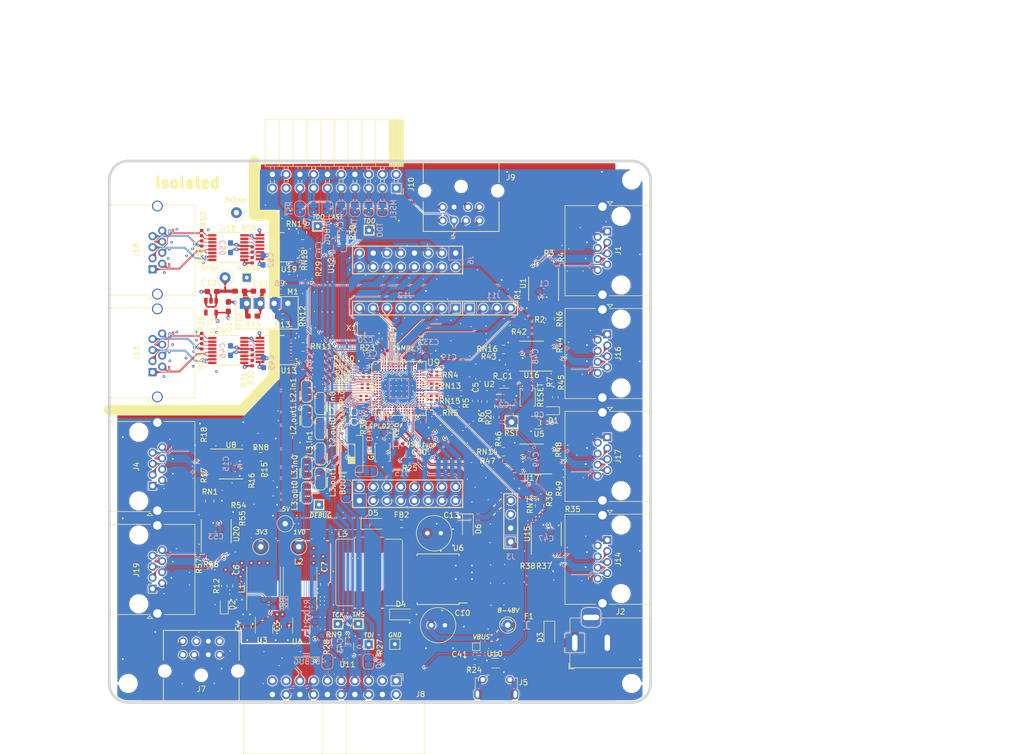
<source format=kicad_pcb>
(kicad_pcb (version 20171130) (host pcbnew "(5.0.2)-1")
  (title_block (title "4 layer 100x100 mm PCB") (date 2019-01-04) (rev BETA) (company openPnP))
  (layers (0 F.Cu signal) (1 In1.Cu power hide) (2 In2.Cu mixed) (31 B.Cu signal) (34 B.Paste user hide) (35 F.Paste user hide) (36 B.SilkS user hide) (37 F.SilkS user hide) (38 B.Mask user hide) (39 F.Mask user hide) (44 Edge.Cuts user hide))
  (net 0 "")
  (net 1 GNDD)
  (net 2 /~DEBUG)
  (net 3 /XTAG/TDO_CHAINED)
  (net 4 /TDO)
  (net 5 /TCK)
  (net 6 /TMS)
  (net 7 GND)
  (net 8 /TDI)
  (net 9 "/XMOS USB/JTAG/VBUS")
  (net 10 "/XMOS USB/JTAG/PLL_AVDD")
  (net 11 /Tile0/SPI.CLK)
  (net 12 /Tile0/SPI_D2)
  (net 13 /Tile0/SPI.~CS)
  (net 14 "/XMOS USB/JTAG/USB_RTUNE")
  (net 15 "/XMOS USB/JTAG/CLK")
  (net 16 +5V)
  (net 17 +3V3)
  (net 18 +1V0)
  (net 19 "Net-(C10-Pad1)")
  (net 20 "Net-(C12-Pad1)")
  (net 21 +3.3VP)
  (net 22 "Net-(J10-Pad13)")
  (net 23 "Net-(J10-Pad5)")
  (net 24 "Net-(J10-Pad9)")
  (net 25 /XTAG/XTAG.~DEBUG)
  (net 26 /XTAG/XTAG.TDO)
  (net 27 "Net-(J10-Pad15)")
  (net 28 /XTAG/XMOS.~RST)
  (net 29 "Net-(J10-Pad7)")
  (net 30 "Net-(J10-Pad3)")
  (net 31 "Net-(JP11-Pad1)")
  (net 32 "Net-(J10-Pad11)")
  (net 33 +5VD)
  (net 34 /XTAG/XTAG.TDI)
  (net 35 /XTAG/XTAG.TMS)
  (net 36 /XTAG/XTAG.TCK)
  (net 37 /~TRST)
  (net 38 /~RST)
  (net 39 /Tile0/L5.out1)
  (net 40 /Tile0/L5.out0)
  (net 41 /Tile0/LVDS5.in0)
  (net 42 /Tile0/LVDS5.in1)
  (net 43 "Net-(RN18-Pad2)")
  (net 44 "Net-(RN18-Pad1)")
  (net 45 /Tile0/L0.in1)
  (net 46 /Tile0/L0.in0)
  (net 47 /Tile0/L0.out0)
  (net 48 /Tile0/L0.out1)
  (net 49 "Net-(RN17-Pad2)")
  (net 50 "Net-(RN17-Pad1)")
  (net 51 /Tile0/L6.out1)
  (net 52 /Tile0/L6.out0)
  (net 53 /Tile0/LVDS6.in0)
  (net 54 /Tile0/LVDS6.in1)
  (net 55 /Tile0/L6.in0)
  (net 56 /Tile0/L6.in1)
  (net 57 /Tile0/LVDS6.out1)
  (net 58 /Tile0/LVDS6.out0)
  (net 59 /Tile0/L5.in1)
  (net 60 /Tile0/L5.in0)
  (net 61 /Tile0/LVDS5.out0)
  (net 62 /Tile0/LVDS5.out1)
  (net 63 /Tile1/L1.in0)
  (net 64 /Tile1/L1.in1)
  (net 65 "Net-(RN11-Pad2)")
  (net 66 "Net-(RN11-Pad1)")
  (net 67 /LVDS3.out0)
  (net 68 /LVDS3.out1)
  (net 69 /LVDS3/OUT0)
  (net 70 /LVDS3/OUT1)
  (net 71 /LVDS2.out0)
  (net 72 /LVDS2.out1)
  (net 73 /LVDS2/OUT1)
  (net 74 /LVDS2/OUT0)
  (net 75 "Net-(RN9-Pad1)")
  (net 76 "Net-(RN9-Pad2)")
  (net 77 /Tile1/L3.out1)
  (net 78 /Tile1/L3.out0)
  (net 79 /L3.out0)
  (net 80 /L3.out1)
  (net 81 /L2.out1)
  (net 82 /L2.out0)
  (net 83 /Tile1/L2.out0)
  (net 84 /Tile1/L2.out1)
  (net 85 /LVDS7.in1)
  (net 86 /LVDS7.in0)
  (net 87 /L7.out0)
  (net 88 /L7.out1)
  (net 89 /LVDS4.in0)
  (net 90 /L4.out0)
  (net 91 /L4.out1)
  (net 92 /L7.in0)
  (net 93 /L7.in1)
  (net 94 /LVDS7.out1)
  (net 95 /LVDS7.out0)
  (net 96 /LVDS4.out0)
  (net 97 /LVDS4.out1)
  (net 98 /L4.in1)
  (net 99 /L4.in0)
  (net 100 /Tile1/L1.out0)
  (net 101 /Tile1/L1.out1)
  (net 102 "Net-(RN10-Pad2)")
  (net 103 "Net-(RN10-Pad1)")
  (net 104 /Tile0/SW1)
  (net 105 /POWER/SENSE)
  (net 106 "Net-(D1-Pad1)")
  (net 107 /POWER/FB3V3)
  (net 108 /POWER/FB1V0)
  (net 109 "Net-(D2-Pad2)")
  (net 110 "/XMOS USB/JTAG/USB_VBUS")
  (net 111 "Net-(R19-Pad1)")
  (net 112 "Net-(R23-Pad2)")
  (net 113 "Net-(R39-Pad1)")
  (net 114 "Net-(R29-Pad2)")
  (net 115 /LVDS3/L.in0-)
  (net 116 /LVDS3/L.in0+)
  (net 117 /Tile0/LVDS5/L.in0+)
  (net 118 /Tile0/LVDS5/L.in0-)
  (net 119 /Tile0/LVDS5/L.in1-)
  (net 120 /Tile0/LVDS5/L.in1+)
  (net 121 /LVDS3/L.in1+)
  (net 122 /LVDS3/L.in1-)
  (net 123 /Tile0/LVDS0.in1)
  (net 124 /Tile0/LVDS6/L.in0-)
  (net 125 /Tile0/LVDS6/L.in0+)
  (net 126 /Tile1/LVDS.in0)
  (net 127 /Tile1/LVDS1/L.in0-)
  (net 128 /Tile1/LVDS1/L.in0+)
  (net 129 /LVDS4/L.in1-)
  (net 130 /LVDS4/L.in1+)
  (net 131 /Tile0/LVDS0/L.in1+)
  (net 132 /Tile0/LVDS0/L.in1-)
  (net 133 /Tile0/LVDS0.in0)
  (net 134 /LVDS4/L.in0+)
  (net 135 /LVDS4/L.in0-)
  (net 136 /Tile1/LVDS.in1)
  (net 137 /Tile0/LVDS0/L.in0+)
  (net 138 /Tile0/LVDS0/L.in0-)
  (net 139 /LVDS2/L.in0-)
  (net 140 /LVDS2/L.in0+)
  (net 141 /LVDS2/L.in1-)
  (net 142 /LVDS2/L.in1+)
  (net 143 /LVDS2.in0)
  (net 144 /LVDS2.in1)
  (net 145 /LVDS7/L.in0+)
  (net 146 /LVDS7/L.in0-)
  (net 147 /LVDS7/L.in1-)
  (net 148 /LVDS7/L.in1+)
  (net 149 /Tile1/LVDS1/L.in1-)
  (net 150 /Tile1/LVDS1/L.in1+)
  (net 151 /LVDS3.in0)
  (net 152 /LVDS3.in1)
  (net 153 /Tile0/LVDS6/L.in1+)
  (net 154 /Tile0/LVDS6/L.in1-)
  (net 155 "Net-(U10-Pad1)")
  (net 156 "/XMOS USB/JTAG/USB_D+")
  (net 157 "/XMOS USB/JTAG/USB_D-")
  (net 158 "Net-(U10-Pad2)")
  (net 159 "Net-(R_C1-Pad2)")
  (net 160 "Net-(U7-Pad4)")
  (net 161 /Tile0/LVDS6/L.out0-)
  (net 162 /Tile0/LVDS6/L.out0+)
  (net 163 /Tile0/LVDS6/L.out1+)
  (net 164 /Tile0/LVDS6/L.out1-)
  (net 165 /LVDS_EN)
  (net 166 /LVDS4/L.out1-)
  (net 167 /LVDS4/L.out1+)
  (net 168 /LVDS4/L.out0+)
  (net 169 /LVDS4/L.out0-)
  (net 170 /Tile1/LVDS1/L.out0-)
  (net 171 /Tile1/LVDS1/L.out0+)
  (net 172 /Tile1/LVDS1/L.out1+)
  (net 173 /Tile1/LVDS1/L.out1-)
  (net 174 /Tile1/LVDS.out1)
  (net 175 /Tile1/LVDS.out0)
  (net 176 /LVDS2/L.out1-)
  (net 177 /LVDS2/L.out1+)
  (net 178 /LVDS2/L.out0+)
  (net 179 /LVDS2/L.out0-)
  (net 180 /LVDS7/L.out0-)
  (net 181 /LVDS7/L.out0+)
  (net 182 /LVDS7/L.out1+)
  (net 183 /LVDS7/L.out1-)
  (net 184 /LVDS3/L.out1-)
  (net 185 /LVDS3/L.out1+)
  (net 186 /LVDS3/L.out0+)
  (net 187 /LVDS3/L.out0-)
  (net 188 /Tile0/LVDS0/L.out0-)
  (net 189 /Tile0/LVDS0/L.out0+)
  (net 190 /Tile0/LVDS0/L.out1+)
  (net 191 /Tile0/LVDS0/L.out1-)
  (net 192 /Tile0/LVDS0.out1)
  (net 193 /Tile0/LVDS0.out0)
  (net 194 /Tile0/LVDS5/L.out1-)
  (net 195 /Tile0/LVDS5/L.out1+)
  (net 196 /Tile0/LVDS5/L.out0+)
  (net 197 /Tile0/LVDS5/L.out0-)
  (net 198 "Net-(C13-Pad1)")
  (net 199 "Net-(L2-Pad1)")
  (net 200 "Net-(L1-Pad1)")
  (net 201 +48V)
  (net 202 "Net-(J5-Pad6)")
  (net 203 "Net-(J5-Pad4)")
  (net 204 "Net-(J10-Pad1)")
  (net 205 "Net-(J10-Pad2)")
  (net 206 /XTAGout.out1)
  (net 207 /XTAGout.out0)
  (net 208 /XTAGout.in0)
  (net 209 "Net-(J10-Pad17)")
  (net 210 /XTAGout.in1)
  (net 211 "Net-(J10-Pad19)")
  (net 212 /Tile1/X1_1A)
  (net 213 /Tile1/X1_1Ju)
  (net 214 /Tile1/X1_1D)
  (net 215 /Tile1/X1_1Ku)
  (net 216 /Tile1/X1_1C)
  (net 217 /Tile1/X1_1M)
  (net 218 /Tile1/X1_1Fu)
  (net 219 /Tile1/X1_1L)
  (net 220 /Tile1/X1_1Hu)
  (net 221 /Tile1/X1_1O)
  (net 222 /Tile1/X1_1P)
  (net 223 /Tile1/X1_1Gu)
  (net 224 /Tile1/X1_1N)
  (net 225 /Tile0/X0_1E)
  (net 226 /Tile0/X0_4D2)
  (net 227 /Tile0/X0_1H)
  (net 228 /Tile0/X0_4D0)
  (net 229 /Tile0/X0_1L)
  (net 230 /Tile0/X0_4D1)
  (net 231 /Tile0/X0_1F)
  (net 232 /Tile0/X0_4C0)
  (net 233 /Tile0/X0_1G)
  (net 234 /Tile0/X0_4C1)
  (net 235 /Tile0/X0_1D)
  (net 236 /Tile0/X0_4C2)
  (net 237 /Tile0/X0_1A)
  (net 238 /Tile0/X0_4C3)
  (net 239 /Tile0/XO_1M)
  (net 240 /Tile1/X1_8C0)
  (net 241 /Tile1/X1_8C1)
  (net 242 /Tile1/X1_8C2)
  (net 243 /Tile1/X1_8C3)
  (net 244 /Tile1/X1_8C4)
  (net 245 /Tile1/X1_8C5)
  (net 246 /Tile1/X1_8C6)
  (net 247 /Tile1/X1_8C7)
  (net 248 /Tile1/ETH.TX3)
  (net 249 /Tile1/ETH.TX2)
  (net 250 /Tile1/ETH.TX1)
  (net 251 /Tile1/ETH.TX0)
  (net 252 /XTAG/5V_XTAG)
  (net 253 "Net-(J8-Pad2)")
  (net 254 /XTAG/XTAG.MSEL)
  (net 255 /XTAG.in1)
  (net 256 /XTAG.in0)
  (net 257 /XTAG.out0)
  (net 258 /UART.RX)
  (net 259 /XTAG.out1)
  (net 260 /UART.TX)
  (net 261 /L2.in0)
  (net 262 /L2.in1)
  (net 263 /L3.in0)
  (net 264 /L3.in1)
  (net 265 /Tile0/1A)
  (net 266 /Tile0/1M)
  (net 267 "Net-(U9-PadC1)")
  (net 268 "Net-(U9-PadL1)")
  (net 269 "Net-(U9-PadP1)")
  (net 270 "Net-(U9-PadC2)")
  (net 271 "Net-(U9-PadD2)")
  (net 272 "Net-(U9-PadG2)")
  (net 273 "Net-(U9-PadK2)")
  (net 274 "Net-(U9-PadL2)")
  (net 275 "Net-(U9-PadP2)")
  (net 276 "Net-(U9-PadG3)")
  (net 277 "Net-(U9-PadH3)")
  (net 278 "Net-(U9-PadJ3)")
  (net 279 "Net-(U9-PadK3)")
  (net 280 "Net-(U9-PadL3)")
  (net 281 "Net-(U9-PadN3)")
  (net 282 /Tile0/SPI.D0)
  (net 283 /Tile0/SPI.D1)
  (net 284 /Tile0/SPI_D3)
  (net 285 /Tile0/X0_4A1)
  (net 286 /Tile1/X1_1Eu)
  (net 287 /Tile0/X0_4A2)
  (net 288 /Tile0/X0_4A3)
  (net 289 "/XMOS USB/JTAG/USB_ID")
  (net 290 /Tile1/X1D21)
  (net 291 /Tile1/X1D20)
  (net 292 /Tile1/X1D14)
  (net 293 /Tile1/X1D15)
  (net 294 /Tile1/X1_1Iu)
  (net 295 /Tile0/X0_4F3)
  (net 296 /Tile0/X0_4E3)
  (net 297 /Tile0/X0_4F2)
  (net 298 /Tile0/X0_4F1)
  (net 299 /Tile0/X0_4E2)
  (net 300 /Tile0/X0_4F0)
  (net 301 /Tile1/X1D08)
  (net 302 "Net-(U9-PadG17)")
  (net 303 "Net-(U9-PadH17)")
  (net 304 "Net-(U9-PadJ17)")
  (net 305 "Net-(U9-PadK17)")
  (net 306 "Net-(U9-PadL17)")
  (net 307 "Net-(U9-PadN17)")
  (net 308 /Tile1/X1D07)
  (net 309 /Tile0/X0_4E0)
  (net 310 /Tile1/X1D09)
  (net 311 "Net-(U9-PadG18)")
  (net 312 "Net-(U9-PadK18)")
  (net 313 "Net-(U9-PadL18)")
  (net 314 "Net-(U9-PadP18)")
  (net 315 /Tile1/X1D05)
  (net 316 /Tile0/X0_4E1)
  (net 317 "Net-(U9-PadL19)")
  (net 318 "Net-(U9-PadP19)")
  (net 319 /Tile1/X1D06)
  (net 320 /LVDS4.in1)
  (net 321 /XTAG/CHAINED_SELECT)
  (net 322 "Net-(D4-Pad1)")
  (net 323 "Net-(D5-Pad2)")
  (net 324 "Net-(D3-Pad1)")
  (net 325 "Net-(U5-Pad4)")
  (module Capacitor_SMD:C_0402_1005Metric (layer B.Cu) (at 127.5 93.7 90)
    (fp_text reference C18 hide)
    (fp_text value 100nF)
    (pad 2 smd roundrect (at 0.485 0 90) (size 0.59 0.64) (layers B.Cu B.Paste B.Mask) (net 7 GND))
    (pad 1 smd roundrect (at -0.485 0 90) (size 0.59 0.64) (layers B.Cu B.Paste B.Mask) (net 18 +1V0))
  )
  (module Capacitor_SMD:C_0402_1005Metric (layer B.Cu) (at 130.285 92 180)
    (fp_text reference C21 hide)
    (fp_text value 100nF)
    (pad 1 smd roundrect (at -0.485 0 180) (size 0.59 0.64) (layers B.Cu B.Paste B.Mask) (net 18 +1V0))
    (pad 2 smd roundrect (at 0.485 0 180) (size 0.59 0.64) (layers B.Cu B.Paste B.Mask) (net 7 GND))
  )
  (module Capacitor_SMD:C_0402_1005Metric (layer B.Cu) (at 129.5 93.7 90)
    (fp_text reference C25 hide)
    (fp_text value 100nF)
    (pad 2 smd roundrect (at 0.485 0 90) (size 0.59 0.64) (layers B.Cu B.Paste B.Mask) (net 7 GND))
    (pad 1 smd roundrect (at -0.485 0 90) (size 0.59 0.64) (layers B.Cu B.Paste B.Mask) (net 18 +1V0))
  )
  (module Capacitor_SMD:C_0402_1005Metric (layer B.Cu) (at 126.715 92)
    (fp_text reference C26 hide)
    (fp_text value 100nF)
    (pad 1 smd roundrect (at -0.485 0) (size 0.59 0.64) (layers B.Cu B.Paste B.Mask) (net 18 +1V0))
    (pad 2 smd roundrect (at 0.485 0) (size 0.59 0.64) (layers B.Cu B.Paste B.Mask) (net 7 GND))
  )
  (module Capacitor_SMD:C_0402_1005Metric (layer B.Cu) (at 127.5 90.3 270)
    (fp_text reference C23 hide)
    (fp_text value 100nF)
    (pad 1 smd roundrect (at -0.485 0 270) (size 0.59 0.64) (layers B.Cu B.Paste B.Mask) (net 18 +1V0))
    (pad 2 smd roundrect (at 0.485 0 270) (size 0.59 0.64) (layers B.Cu B.Paste B.Mask) (net 7 GND))
  )
  (module Capacitor_SMD:C_0402_1005Metric (layer B.Cu) (at 129.5 90.315 270)
    (fp_text reference C16 hide)
    (fp_text value 100nF)
    (pad 1 smd roundrect (at -0.485 0 270) (size 0.59 0.64) (layers B.Cu B.Paste B.Mask) (net 18 +1V0))
    (pad 2 smd roundrect (at 0.485 0 270) (size 0.59 0.64) (layers B.Cu B.Paste B.Mask) (net 7 GND))
  )
  (module Connector_BarrelJack:BarrelJack_Horizontal (layer F.Cu) (at 161 139 180)
    (fp_text reference J2 (at -8.45 5.75 180) (layer F.SilkS))
    (fp_text value Barrel_Jack_MountingPin)
    (pad 1 thru_hole rect (at 0 0 180) (size 3.5 3.5) (drill oval 1 3) (layers *.Cu *.Mask) (net 201 +48V))
    (pad 2 thru_hole roundrect (at -6 0 180) (size 3 3.5) (drill oval 1 3) (layers *.Cu *.Mask) (net 7 GND))
    (pad 3 thru_hole roundrect (at -3 4.7 180) (size 3.5 3.5) (drill oval 3 1) (layers *.Cu *.Mask))
  )
  (module Resistor_SMD:R_Array_Convex_2x0402 (layer F.Cu) (at 122.25 91.6 180)
    (fp_text reference RN17 (at 4 3.7 180) (layer F.SilkS))
    (fp_text value R_Pack02)
    (pad 1 smd rect (at -0.5 -0.35 180) (size 0.5 0.4) (layers F.Cu F.Paste F.Mask) (net 50 "Net-(RN17-Pad1)"))
    (pad 2 smd rect (at -0.5 0.35 180) (size 0.5 0.4) (layers F.Cu F.Paste F.Mask) (net 49 "Net-(RN17-Pad2)"))
    (pad 3 smd rect (at 0.5 0.35 180) (size 0.5 0.4) (layers F.Cu F.Paste F.Mask) (net 100 /Tile1/L1.out0))
    (pad 4 smd rect (at 0.5 -0.35 180) (size 0.5 0.4) (layers F.Cu F.Paste F.Mask) (net 101 /Tile1/L1.out1))
  )
  (module Connector_IDC:IDC-Header_2x10_P2.54mm_Horizontal (layer F.Cu) (at 128 146 270)
    (fp_text reference J8 (at 2.5 -4.5) (layer F.SilkS))
    (fp_text value Conn_02x10_MALE_FROM_XTAG)
    (pad 20 thru_hole oval (at 2.54 22.86 270) (size 1.7272 1.7272) (drill 1.016) (layers *.Cu *.Mask) (net 7 GND))
    (pad 19 thru_hole oval (at 0 22.86 270) (size 1.7272 1.7272) (drill 1.016) (layers *.Cu *.Mask) (net 260 /UART.TX))
    (pad 18 thru_hole oval (at 2.54 20.32 270) (size 1.7272 1.7272) (drill 1.016) (layers *.Cu *.Mask) (net 259 /XTAG.out1))
    (pad 17 thru_hole oval (at 0 20.32 270) (size 1.7272 1.7272) (drill 1.016) (layers *.Cu *.Mask) (net 258 /UART.RX))
    (pad 16 thru_hole oval (at 2.54 17.78 270) (size 1.7272 1.7272) (drill 1.016) (layers *.Cu *.Mask) (net 7 GND))
    (pad 15 thru_hole oval (at 0 17.78 270) (size 1.7272 1.7272) (drill 1.016) (layers *.Cu *.Mask) (net 37 /~TRST))
    (pad 14 thru_hole oval (at 2.54 15.24 270) (size 1.7272 1.7272) (drill 1.016) (layers *.Cu *.Mask) (net 257 /XTAG.out0))
    (pad 13 thru_hole oval (at 0 15.24 270) (size 1.7272 1.7272) (drill 1.016) (layers *.Cu *.Mask) (net 34 /XTAG/XTAG.TDI))
    (pad 12 thru_hole oval (at 2.54 12.7 270) (size 1.7272 1.7272) (drill 1.016) (layers *.Cu *.Mask) (net 7 GND))
    (pad 11 thru_hole oval (at 0 12.7 270) (size 1.7272 1.7272) (drill 1.016) (layers *.Cu *.Mask) (net 25 /XTAG/XTAG.~DEBUG))
    (pad 10 thru_hole oval (at 2.54 10.16 270) (size 1.7272 1.7272) (drill 1.016) (layers *.Cu *.Mask) (net 256 /XTAG.in0))
    (pad 9 thru_hole oval (at 0 10.16 270) (size 1.7272 1.7272) (drill 1.016) (layers *.Cu *.Mask) (net 36 /XTAG/XTAG.TCK))
    (pad 8 thru_hole oval (at 2.54 7.62 270) (size 1.7272 1.7272) (drill 1.016) (layers *.Cu *.Mask) (net 7 GND))
    (pad 7 thru_hole oval (at 0 7.62 270) (size 1.7272 1.7272) (drill 1.016) (layers *.Cu *.Mask) (net 35 /XTAG/XTAG.TMS))
    (pad 6 thru_hole oval (at 2.54 5.08 270) (size 1.7272 1.7272) (drill 1.016) (layers *.Cu *.Mask) (net 255 /XTAG.in1))
    (pad 5 thru_hole oval (at 0 5.08 270) (size 1.7272 1.7272) (drill 1.016) (layers *.Cu *.Mask) (net 26 /XTAG/XTAG.TDO))
    (pad 4 thru_hole oval (at 2.54 2.54 270) (size 1.7272 1.7272) (drill 1.016) (layers *.Cu *.Mask) (net 7 GND))
    (pad 3 thru_hole oval (at 0 2.54 270) (size 1.7272 1.7272) (drill 1.016) (layers *.Cu *.Mask) (net 254 /XTAG/XTAG.MSEL))
    (pad 2 thru_hole oval (at 2.54 0 270) (size 1.7272 1.7272) (drill 1.016) (layers *.Cu *.Mask) (net 253 "Net-(J8-Pad2)"))
    (pad 1 thru_hole rect (at 0 0 270) (size 1.7272 1.7272) (drill 1.016) (layers *.Cu *.Mask) (net 252 /XTAG/5V_XTAG))
  )
  (module Capacitor_SMD:C_0603_1608Metric_Pad1.05x0.95mm_HandSolder (layer B.Cu) (at 154.4 98.32 180)
    (fp_text reference C9 (at 0 1.43 180) (layer B.SilkS) (effects (justify mirror)))
    (fp_text value C)
    (pad 2 smd roundrect (at 0.875 0 180) (size 1.05 0.95) (layers B.Cu B.Paste B.Mask) (net 7 GND))
    (pad 1 smd roundrect (at -0.875 0 180) (size 1.05 0.95) (layers B.Cu B.Paste B.Mask) (net 17 +3V3))
  )
  (module Resistor_SMD:R_0402_1005Metric (layer F.Cu) (at 155.315 123.42 180)
    (fp_text reference R37 (at 0 -1.4 180) (layer F.SilkS))
    (fp_text value 100R)
    (pad 1 smd roundrect (at -0.485 0 180) (size 0.59 0.64) (layers F.Cu F.Paste F.Mask) (net 129 /LVDS4/L.in1-))
    (pad 2 smd roundrect (at 0.485 0 180) (size 0.59 0.64) (layers F.Cu F.Paste F.Mask) (net 130 /LVDS4/L.in1+))
  )
  (module Resistor_SMD:R_0402_1005Metric (layer F.Cu) (at 154.5 78.12 180)
    (fp_text reference R2 (at 0 -1.17 180) (layer F.SilkS))
    (fp_text value 47k)
    (pad 2 smd roundrect (at 0.485 0 180) (size 0.59 0.64) (layers F.Cu F.Paste F.Mask) (net 86 /LVDS7.in0))
    (pad 1 smd roundrect (at -0.485 0 180) (size 0.59 0.64) (layers F.Cu F.Paste F.Mask) (net 7 GND))
  )
  (module Capacitor_SMD:C_0603_1608Metric_Pad1.05x0.95mm_HandSolder (layer B.Cu) (at 147.9 93.62)
    (fp_text reference C2 (at 0 1.43) (layer B.SilkS) (effects (justify mirror)))
    (fp_text value C)
    (pad 2 smd roundrect (at 0.875 0) (size 1.05 0.95) (layers B.Cu B.Paste B.Mask) (net 7 GND))
    (pad 1 smd roundrect (at -0.875 0) (size 1.05 0.95) (layers B.Cu B.Paste B.Mask) (net 17 +3V3))
  )
  (module Oscillator:Oscillator_SMD_SeikoEpson_SG210-4Pin_2.5x2.0mm (layer F.Cu) (at 122.44 81)
    (fp_text reference X1 (at -2.74 -0.18) (layer F.SilkS))
    (fp_text value ASV-24MHz)
    (pad 4 smd rect (at -0.85 -0.65) (size 1.1 0.9) (layers F.Cu F.Paste F.Mask) (net 17 +3V3))
    (pad 3 smd rect (at 0.85 -0.65) (size 1.1 0.9) (layers F.Cu F.Paste F.Mask) (net 111 "Net-(R19-Pad1)"))
    (pad 2 smd rect (at 0.85 0.65) (size 1.1 0.9) (layers F.Cu F.Paste F.Mask) (net 7 GND))
    (pad 1 smd rect (at -0.85 0.65) (size 1.1 0.9) (layers F.Cu F.Paste F.Mask) (net 17 +3V3))
  )
  (module Resistor_SMD:R_0603_1608Metric_Pad1.05x0.95mm_HandSolder (layer F.Cu) (at 118.25 65.29 90)
    (fp_text reference R30 (at 2.1 1.7 90) (layer F.SilkS))
    (fp_text value 47k)
    (pad 1 smd roundrect (at -0.875 0 90) (size 1.05 0.95) (layers F.Cu F.Paste F.Mask) (net 321 /XTAG/CHAINED_SELECT))
    (pad 2 smd roundrect (at 0.875 0 90) (size 1.05 0.95) (layers F.Cu F.Paste F.Mask) (net 17 +3V3))
  )
  (module Jumper:SolderJumper-2_P1.3mm_Bridged_RoundedPad1.0x1.5mm (layer B.Cu) (at 115.3 142.46 270)
    (fp_text reference JP9 hide)
    (fp_text value ~DEBUG (at 0 3.8) (layer B.SilkS) (effects (justify mirror)))
    (pad 1 smd custom (at -0.65 0 270) (size 1 0.5) (layers B.Cu B.Mask) (net 2 /~DEBUG) (options (clearance outline) (anchor rect)) (primitives (gr_circle (center 0 -0.25) (end 0.5 -0.25) (width 0)) (gr_circle (center 0 0.25) (end 0.5 0.25) (width 0)) (gr_poly (pts (xy 0 0.75) (xy 0.5 0.75) (xy 0.5 -0.75) (xy 0 -0.75)) (width 0)) (gr_poly (pts (xy 0.9 0.3) (xy 0.4 0.3) (xy 0.4 -0.3) (xy 0.9 -0.3)) (width 0))))
    (pad 2 smd custom (at 0.65 0 270) (size 1 0.5) (layers B.Cu B.Mask) (net 25 /XTAG/XTAG.~DEBUG) (options (clearance outline) (anchor rect)) (primitives (gr_circle (center 0 -0.25) (end 0.5 -0.25) (width 0)) (gr_circle (center 0 0.25) (end 0.5 0.25) (width 0)) (gr_poly (pts (xy 0 0.75) (xy -0.5 0.75) (xy -0.5 -0.75) (xy 0 -0.75)) (width 0))))
  )
  (module Jumper:SolderJumper-2_P1.3mm_Bridged_RoundedPad1.0x1.5mm (layer B.Cu) (at 122.9 142.46 270)
    (fp_text reference JP10 hide)
    (fp_text value TDO (at 0 -1.9 270) (layer B.SilkS) (effects (justify mirror)))
    (pad 2 smd custom (at 0.65 0 270) (size 1 0.5) (layers B.Cu B.Mask) (net 26 /XTAG/XTAG.TDO) (options (clearance outline) (anchor rect)) (primitives (gr_circle (center 0 -0.25) (end 0.5 -0.25) (width 0)) (gr_circle (center 0 0.25) (end 0.5 0.25) (width 0)) (gr_poly (pts (xy 0 0.75) (xy -0.5 0.75) (xy -0.5 -0.75) (xy 0 -0.75)) (width 0))))
    (pad 1 smd custom (at -0.65 0 270) (size 1 0.5) (layers B.Cu B.Mask) (net 8 /TDI) (options (clearance outline) (anchor rect)) (primitives (gr_circle (center 0 -0.25) (end 0.5 -0.25) (width 0)) (gr_circle (center 0 0.25) (end 0.5 0.25) (width 0)) (gr_poly (pts (xy 0 0.75) (xy 0.5 0.75) (xy 0.5 -0.75) (xy 0 -0.75)) (width 0)) (gr_poly (pts (xy 0.9 0.3) (xy 0.4 0.3) (xy 0.4 -0.3) (xy 0.9 -0.3)) (width 0))))
  )
  (module Jumper:SolderJumper-2_P1.3mm_Bridged_RoundedPad1.0x1.5mm (layer B.Cu) (at 110.22 58.81 90)
    (fp_text reference JP17 hide)
    (fp_text value ~RST (at 0 -1.9 90) (layer B.SilkS) (effects (justify mirror)))
    (pad 2 smd custom (at 0.65 0 90) (size 1 0.5) (layers B.Cu B.Mask) (net 27 "Net-(J10-Pad15)") (options (clearance outline) (anchor rect)) (primitives (gr_circle (center 0 -0.25) (end 0.5 -0.25) (width 0)) (gr_circle (center 0 0.25) (end 0.5 0.25) (width 0)) (gr_poly (pts (xy 0 0.75) (xy -0.5 0.75) (xy -0.5 -0.75) (xy 0 -0.75)) (width 0))))
    (pad 1 smd custom (at -0.65 0 90) (size 1 0.5) (layers B.Cu B.Mask) (net 28 /XTAG/XMOS.~RST) (options (clearance outline) (anchor rect)) (primitives (gr_circle (center 0 -0.25) (end 0.5 -0.25) (width 0)) (gr_circle (center 0 0.25) (end 0.5 0.25) (width 0)) (gr_poly (pts (xy 0 0.75) (xy 0.5 0.75) (xy 0.5 -0.75) (xy 0 -0.75)) (width 0)) (gr_poly (pts (xy 0.9 0.3) (xy 0.4 0.3) (xy 0.4 -0.3) (xy 0.9 -0.3)) (width 0))))
  )
  (module Jumper:SolderJumper-2_P1.3mm_Bridged_RoundedPad1.0x1.5mm (layer B.Cu) (at 120.38 58.81 90)
    (fp_text reference JP13 hide)
    (fp_text value TMS (at -3.16 -0.13 90) (layer B.SilkS) (effects (justify mirror)))
    (pad 1 smd custom (at -0.65 0 90) (size 1 0.5) (layers B.Cu B.Mask) (net 6 /TMS) (options (clearance outline) (anchor rect)) (primitives (gr_circle (center 0 -0.25) (end 0.5 -0.25) (width 0)) (gr_circle (center 0 0.25) (end 0.5 0.25) (width 0)) (gr_poly (pts (xy 0 0.75) (xy 0.5 0.75) (xy 0.5 -0.75) (xy 0 -0.75)) (width 0)) (gr_poly (pts (xy 0.9 0.3) (xy 0.4 0.3) (xy 0.4 -0.3) (xy 0.9 -0.3)) (width 0))))
    (pad 2 smd custom (at 0.65 0 90) (size 1 0.5) (layers B.Cu B.Mask) (net 29 "Net-(J10-Pad7)") (options (clearance outline) (anchor rect)) (primitives (gr_circle (center 0 -0.25) (end 0.5 -0.25) (width 0)) (gr_circle (center 0 0.25) (end 0.5 0.25) (width 0)) (gr_poly (pts (xy 0 0.75) (xy -0.5 0.75) (xy -0.5 -0.75) (xy 0 -0.75)) (width 0))))
  )
  (module Jumper:SolderJumper-2_P1.3mm_Bridged_RoundedPad1.0x1.5mm (layer B.Cu) (at 112.76 58.81 90)
    (fp_text reference JP16 hide)
    (fp_text value TDI (at -2.66 -1.26 90) (layer B.SilkS) (effects (justify mirror)))
    (pad 1 smd custom (at -0.65 0 90) (size 1 0.5) (layers B.Cu B.Mask) (net 3 /XTAG/TDO_CHAINED) (options (clearance outline) (anchor rect)) (primitives (gr_circle (center 0 -0.25) (end 0.5 -0.25) (width 0)) (gr_circle (center 0 0.25) (end 0.5 0.25) (width 0)) (gr_poly (pts (xy 0 0.75) (xy 0.5 0.75) (xy 0.5 -0.75) (xy 0 -0.75)) (width 0)) (gr_poly (pts (xy 0.9 0.3) (xy 0.4 0.3) (xy 0.4 -0.3) (xy 0.9 -0.3)) (width 0))))
    (pad 2 smd custom (at 0.65 0 90) (size 1 0.5) (layers B.Cu B.Mask) (net 22 "Net-(J10-Pad13)") (options (clearance outline) (anchor rect)) (primitives (gr_circle (center 0 -0.25) (end 0.5 -0.25) (width 0)) (gr_circle (center 0 0.25) (end 0.5 0.25) (width 0)) (gr_poly (pts (xy 0 0.75) (xy -0.5 0.75) (xy -0.5 -0.75) (xy 0 -0.75)) (width 0))))
  )
  (module Jumper:SolderJumper-2_P1.3mm_Bridged_RoundedPad1.0x1.5mm (layer B.Cu) (at 115.3 58.81 90)
    (fp_text reference JP15 hide)
    (fp_text value ~DEBUG (at -4.16 -0.05 90) (layer B.SilkS) (effects (justify mirror)))
    (pad 2 smd custom (at 0.65 0 90) (size 1 0.5) (layers B.Cu B.Mask) (net 32 "Net-(J10-Pad11)") (options (clearance outline) (anchor rect)) (primitives (gr_circle (center 0 -0.25) (end 0.5 -0.25) (width 0)) (gr_circle (center 0 0.25) (end 0.5 0.25) (width 0)) (gr_poly (pts (xy 0 0.75) (xy -0.5 0.75) (xy -0.5 -0.75) (xy 0 -0.75)) (width 0))))
    (pad 1 smd custom (at -0.65 0 90) (size 1 0.5) (layers B.Cu B.Mask) (net 2 /~DEBUG) (options (clearance outline) (anchor rect)) (primitives (gr_circle (center 0 -0.25) (end 0.5 -0.25) (width 0)) (gr_circle (center 0 0.25) (end 0.5 0.25) (width 0)) (gr_poly (pts (xy 0 0.75) (xy 0.5 0.75) (xy 0.5 -0.75) (xy 0 -0.75)) (width 0)) (gr_poly (pts (xy 0.9 0.3) (xy 0.4 0.3) (xy 0.4 -0.3) (xy 0.9 -0.3)) (width 0))))
  )
  (module Jumper:SolderJumper-2_P1.3mm_Bridged_RoundedPad1.0x1.5mm (layer B.Cu) (at 122.9 58.81 90)
    (fp_text reference JP12 hide)
    (fp_text value TDO (at -3.94 2.1 90) (layer B.SilkS) (effects (justify mirror)))
    (pad 1 smd custom (at -0.65 0 90) (size 1 0.5) (layers B.Cu B.Mask) (net 4 /TDO) (options (clearance outline) (anchor rect)) (primitives (gr_circle (center 0 -0.25) (end 0.5 -0.25) (width 0)) (gr_circle (center 0 0.25) (end 0.5 0.25) (width 0)) (gr_poly (pts (xy 0 0.75) (xy 0.5 0.75) (xy 0.5 -0.75) (xy 0 -0.75)) (width 0)) (gr_poly (pts (xy 0.9 0.3) (xy 0.4 0.3) (xy 0.4 -0.3) (xy 0.9 -0.3)) (width 0))))
    (pad 2 smd custom (at 0.65 0 90) (size 1 0.5) (layers B.Cu B.Mask) (net 23 "Net-(J10-Pad5)") (options (clearance outline) (anchor rect)) (primitives (gr_circle (center 0 -0.25) (end 0.5 -0.25) (width 0)) (gr_circle (center 0 0.25) (end 0.5 0.25) (width 0)) (gr_poly (pts (xy 0 0.75) (xy -0.5 0.75) (xy -0.5 -0.75) (xy 0 -0.75)) (width 0))))
  )
  (module Jumper:SolderJumper-2_P1.3mm_Bridged_RoundedPad1.0x1.5mm (layer B.Cu) (at 117.84 58.81 90)
    (fp_text reference JP14 hide)
    (fp_text value TCK (at -2.91 -0.09 90) (layer B.SilkS) (effects (justify mirror)))
    (pad 2 smd custom (at 0.65 0 90) (size 1 0.5) (layers B.Cu B.Mask) (net 24 "Net-(J10-Pad9)") (options (clearance outline) (anchor rect)) (primitives (gr_circle (center 0 -0.25) (end 0.5 -0.25) (width 0)) (gr_circle (center 0 0.25) (end 0.5 0.25) (width 0)) (gr_poly (pts (xy 0 0.75) (xy -0.5 0.75) (xy -0.5 -0.75) (xy 0 -0.75)) (width 0))))
    (pad 1 smd custom (at -0.65 0 90) (size 1 0.5) (layers B.Cu B.Mask) (net 5 /TCK) (options (clearance outline) (anchor rect)) (primitives (gr_circle (center 0 -0.25) (end 0.5 -0.25) (width 0)) (gr_circle (center 0 0.25) (end 0.5 0.25) (width 0)) (gr_poly (pts (xy 0 0.75) (xy 0.5 0.75) (xy 0.5 -0.75) (xy 0 -0.75)) (width 0)) (gr_poly (pts (xy 0.9 0.3) (xy 0.4 0.3) (xy 0.4 -0.3) (xy 0.9 -0.3)) (width 0))))
  )
  (module Jumper:SolderJumper-2_P1.3mm_Bridged_RoundedPad1.0x1.5mm (layer B.Cu) (at 125.4745 58.8235 90)
    (fp_text reference JP11 hide)
    (fp_text value MSEL (at -0.1465 2.0255 90) (layer B.SilkS) (effects (justify mirror)))
    (pad 2 smd custom (at 0.65 0 90) (size 1 0.5) (layers B.Cu B.Mask) (net 30 "Net-(J10-Pad3)") (options (clearance outline) (anchor rect)) (primitives (gr_circle (center 0 -0.25) (end 0.5 -0.25) (width 0)) (gr_circle (center 0 0.25) (end 0.5 0.25) (width 0)) (gr_poly (pts (xy 0 0.75) (xy -0.5 0.75) (xy -0.5 -0.75) (xy 0 -0.75)) (width 0))))
    (pad 1 smd custom (at -0.65 0 90) (size 1 0.5) (layers B.Cu B.Mask) (net 31 "Net-(JP11-Pad1)") (options (clearance outline) (anchor rect)) (primitives (gr_circle (center 0 -0.25) (end 0.5 -0.25) (width 0)) (gr_circle (center 0 0.25) (end 0.5 0.25) (width 0)) (gr_poly (pts (xy 0 0.75) (xy 0.5 0.75) (xy 0.5 -0.75) (xy 0 -0.75)) (width 0)) (gr_poly (pts (xy 0.9 0.3) (xy 0.4 0.3) (xy 0.4 -0.3) (xy 0.9 -0.3)) (width 0))))
  )
  (module xmos:BGA_236 (layer F.Cu) (at 128.5 92)
    (fp_text reference U9 (at 6.4 -4.78) (layer F.SilkS) (effects (font (size 1.2 1.2))))
    (fp_text value XUF216-512-FB236)
    (pad W19 smd circle (at 4.5 4.5) (size 0.3 0.3) (layers F.Cu F.Paste F.Mask))
    (pad V19 smd circle (at 4.5 4) (size 0.3 0.3) (layers F.Cu F.Paste F.Mask) (net 228 /Tile0/X0_4D0))
    (pad U19 smd circle (at 4.5 3.5) (size 0.3 0.3) (layers F.Cu F.Paste F.Mask) (net 230 /Tile0/X0_4D1))
    (pad R19 smd circle (at 4.5 2.5) (size 0.3 0.3) (layers F.Cu F.Paste F.Mask) (net 319 /Tile1/X1D06))
    (pad P19 smd circle (at 4.5 2) (size 0.3 0.3) (layers F.Cu F.Paste F.Mask) (net 318 "Net-(U9-PadP19)"))
    (pad M19 smd circle (at 4.5 1) (size 0.3 0.3) (layers F.Cu F.Paste F.Mask) (net 39 /Tile0/L5.out1))
    (pad L19 smd circle (at 4.5 0.5) (size 0.3 0.3) (layers F.Cu F.Paste F.Mask) (net 317 "Net-(U9-PadL19)"))
    (pad J19 smd circle (at 4.5 -0.5) (size 0.3 0.3) (layers F.Cu F.Paste F.Mask) (net 55 /Tile0/L6.in0))
    (pad H19 smd circle (at 4.5 -1) (size 0.3 0.3) (layers F.Cu F.Paste F.Mask) (net 52 /Tile0/L6.out0))
    (pad F19 smd circle (at 4.5 -2) (size 0.3 0.3) (layers F.Cu F.Paste F.Mask) (net 212 /Tile1/X1_1A))
    (pad E19 smd circle (at 4.5 -2.5) (size 0.3 0.3) (layers F.Cu F.Paste F.Mask) (net 93 /L7.in1))
    (pad C19 smd circle (at 4.5 -3.5) (size 0.3 0.3) (layers F.Cu F.Paste F.Mask) (net 316 /Tile0/X0_4E1))
    (pad B19 smd circle (at 4.5 -4) (size 0.3 0.3) (layers F.Cu F.Paste F.Mask) (net 17 +3V3))
    (pad A19 smd circle (at 4.5 -4.5) (size 0.3 0.3) (layers F.Cu F.Paste F.Mask))
    (pad W18 smd circle (at 4 4.5) (size 0.3 0.3) (layers F.Cu F.Paste F.Mask) (net 17 +3V3))
    (pad V18 smd circle (at 4 4) (size 0.3 0.3) (layers F.Cu F.Paste F.Mask) (net 17 +3V3))
    (pad U18 smd circle (at 4 3.5) (size 0.3 0.3) (layers F.Cu F.Paste F.Mask) (net 226 /Tile0/X0_4D2))
    (pad T18 smd circle (at 4 3) (size 0.3 0.3) (layers F.Cu F.Paste F.Mask) (net 91 /L4.out1))
    (pad R18 smd circle (at 4 2.5) (size 0.3 0.3) (layers F.Cu F.Paste F.Mask) (net 315 /Tile1/X1D05))
    (pad P18 smd circle (at 4 2) (size 0.3 0.3) (layers F.Cu F.Paste F.Mask) (net 314 "Net-(U9-PadP18)"))
    (pad N18 smd circle (at 4 1.5) (size 0.3 0.3) (layers F.Cu F.Paste F.Mask) (net 59 /Tile0/L5.in1))
    (pad M18 smd circle (at 4 1) (size 0.3 0.3) (layers F.Cu F.Paste F.Mask) (net 40 /Tile0/L5.out0))
    (pad L18 smd circle (at 4 0.5) (size 0.3 0.3) (layers F.Cu F.Paste F.Mask) (net 313 "Net-(U9-PadL18)"))
    (pad K18 smd circle (at 4 0) (size 0.3 0.3) (layers F.Cu F.Paste F.Mask) (net 312 "Net-(U9-PadK18)"))
    (pad J18 smd circle (at 4 -0.5) (size 0.3 0.3) (layers F.Cu F.Paste F.Mask) (net 56 /Tile0/L6.in1))
    (pad H18 smd circle (at 4 -1) (size 0.3 0.3) (layers F.Cu F.Paste F.Mask) (net 51 /Tile0/L6.out1))
    (pad G18 smd circle (at 4 -1.5) (size 0.3 0.3) (layers F.Cu F.Paste F.Mask) (net 311 "Net-(U9-PadG18)"))
    (pad F18 smd circle (at 4 -2) (size 0.3 0.3) (layers F.Cu F.Paste F.Mask) (net 310 /Tile1/X1D09))
    (pad E18 smd circle (at 4 -2.5) (size 0.3 0.3) (layers F.Cu F.Paste F.Mask) (net 92 /L7.in0))
    (pad D18 smd circle (at 4 -3) (size 0.3 0.3) (layers F.Cu F.Paste F.Mask) (net 229 /Tile0/X0_1L))
    (pad C18 smd circle (at 4 -3.5) (size 0.3 0.3) (layers F.Cu F.Paste F.Mask) (net 309 /Tile0/X0_4E0))
    (pad B18 smd circle (at 4 -4) (size 0.3 0.3) (layers F.Cu F.Paste F.Mask) (net 17 +3V3))
    (pad A18 smd circle (at 4 -4.5) (size 0.3 0.3) (layers F.Cu F.Paste F.Mask) (net 17 +3V3))
    (pad W17 smd circle (at 3.5 4.5) (size 0.3 0.3) (layers F.Cu F.Paste F.Mask) (net 17 +3V3))
    (pad V17 smd circle (at 3.5 4) (size 0.3 0.3) (layers F.Cu F.Paste F.Mask) (net 17 +3V3))
    (pad U17 smd circle (at 3.5 3.5) (size 0.3 0.3) (layers F.Cu F.Paste F.Mask) (net 98 /L4.in1))
    (pad T17 smd circle (at 3.5 3) (size 0.3 0.3) (layers F.Cu F.Paste F.Mask) (net 99 /L4.in0))
    (pad R17 smd circle (at 3.5 2.5) (size 0.3 0.3) (layers F.Cu F.Paste F.Mask) (net 90 /L4.out0))
    (pad P17 smd circle (at 3.5 2) (size 0.3 0.3) (layers F.Cu F.Paste F.Mask) (net 308 /Tile1/X1D07))
    (pad N17 smd circle (at 3.5 1.5) (size 0.3 0.3) (layers F.Cu F.Paste F.Mask) (net 307 "Net-(U9-PadN17)"))
    (pad M17 smd circle (at 3.5 1) (size 0.3 0.3) (layers F.Cu F.Paste F.Mask) (net 60 /Tile0/L5.in0))
    (pad L17 smd circle (at 3.5 0.5) (size 0.3 0.3) (layers F.Cu F.Paste F.Mask) (net 306 "Net-(U9-PadL17)"))
    (pad K17 smd circle (at 3.5 0) (size 0.3 0.3) (layers F.Cu F.Paste F.Mask) (net 305 "Net-(U9-PadK17)"))
    (pad J17 smd circle (at 3.5 -0.5) (size 0.3 0.3) (layers F.Cu F.Paste F.Mask) (net 304 "Net-(U9-PadJ17)"))
    (pad H17 smd circle (at 3.5 -1) (size 0.3 0.3) (layers F.Cu F.Paste F.Mask) (net 303 "Net-(U9-PadH17)"))
    (pad G17 smd circle (at 3.5 -1.5) (size 0.3 0.3) (layers F.Cu F.Paste F.Mask) (net 302 "Net-(U9-PadG17)"))
    (pad F17 smd circle (at 3.5 -2) (size 0.3 0.3) (layers F.Cu F.Paste F.Mask) (net 301 /Tile1/X1D08))
    (pad E17 smd circle (at 3.5 -2.5) (size 0.3 0.3) (layers F.Cu F.Paste F.Mask) (net 87 /L7.out0))
    (pad D17 smd circle (at 3.5 -3) (size 0.3 0.3) (layers F.Cu F.Paste F.Mask) (net 88 /L7.out1))
    (pad C17 smd circle (at 3.5 -3.5) (size 0.3 0.3) (layers F.Cu F.Paste F.Mask) (net 300 /Tile0/X0_4F0))
    (pad B17 smd circle (at 3.5 -4) (size 0.3 0.3) (layers F.Cu F.Paste F.Mask) (net 299 /Tile0/X0_4E2))
    (pad A17 smd circle (at 3.5 -4.5) (size 0.3 0.3) (layers F.Cu F.Paste F.Mask) (net 298 /Tile0/X0_4F1))
    (pad V16 smd circle (at 3 4) (size 0.3 0.3) (layers F.Cu F.Paste F.Mask) (net 225 /Tile0/X0_1E))
    (pad U16 smd circle (at 3 3.5) (size 0.3 0.3) (layers F.Cu F.Paste F.Mask) (net 227 /Tile0/X0_1H))
    (pad C16 smd circle (at 3 -3.5) (size 0.3 0.3) (layers F.Cu F.Paste F.Mask) (net 297 /Tile0/X0_4F2))
    (pad B16 smd circle (at 3 -4) (size 0.3 0.3) (layers F.Cu F.Paste F.Mask) (net 296 /Tile0/X0_4E3))
    (pad W15 smd circle (at 2.5 4.5) (size 0.3 0.3) (layers F.Cu F.Paste F.Mask) (net 234 /Tile0/X0_4C1))
    (pad V15 smd circle (at 2.5 4) (size 0.3 0.3) (layers F.Cu F.Paste F.Mask) (net 232 /Tile0/X0_4C0))
    (pad U15 smd circle (at 2.5 3.5) (size 0.3 0.3) (layers F.Cu F.Paste F.Mask) (net 231 /Tile0/X0_1F))
    (pad C15 smd circle (at 2.5 -3.5) (size 0.3 0.3) (layers F.Cu F.Paste F.Mask) (net 295 /Tile0/X0_4F3))
    (pad B15 smd circle (at 2.5 -4) (size 0.3 0.3) (layers F.Cu F.Paste F.Mask) (net 17 +3V3))
    (pad A15 smd circle (at 2.5 -4.5) (size 0.3 0.3) (layers F.Cu F.Paste F.Mask) (net 17 +3V3))
    (pad W14 smd circle (at 2 4.5) (size 0.3 0.3) (layers F.Cu F.Paste F.Mask) (net 236 /Tile0/X0_4C2))
    (pad V14 smd circle (at 2 4) (size 0.3 0.3) (layers F.Cu F.Paste F.Mask) (net 238 /Tile0/X0_4C3))
    (pad U14 smd circle (at 2 3.5) (size 0.3 0.3) (layers F.Cu F.Paste F.Mask) (net 233 /Tile0/X0_1G))
    (pad P14 smd circle (at 2 2) (size 0.3 0.3) (layers F.Cu F.Paste F.Mask))
    (pad VDD smd circle (at 2 1.5) (size 0.3 0.3) (layers F.Cu F.Paste F.Mask) (net 18 +1V0))
    (pad VDD smd circle (at 2 1) (size 0.3 0.3) (layers F.Cu F.Paste F.Mask) (net 18 +1V0))
    (pad VDD smd circle (at 2 0.5) (size 0.3 0.3) (layers F.Cu F.Paste F.Mask) (net 18 +1V0))
    (pad VDD smd circle (at 2 0) (size 0.3 0.3) (layers F.Cu F.Paste F.Mask) (net 18 +1V0))
    (pad VDD smd circle (at 2 -0.5) (size 0.3 0.3) (layers F.Cu F.Paste F.Mask) (net 18 +1V0))
    (pad VDD smd circle (at 2 -1) (size 0.3 0.3) (layers F.Cu F.Paste F.Mask) (net 18 +1V0))
    (pad VDD smd circle (at 2 -1.5) (size 0.3 0.3) (layers F.Cu F.Paste F.Mask) (net 18 +1V0))
    (pad F14 smd circle (at 2 -2) (size 0.3 0.3) (layers F.Cu F.Paste F.Mask) (net 7 GND))
    (pad C14 smd circle (at 2 -3.5) (size 0.3 0.3) (layers F.Cu F.Paste F.Mask))
    (pad B14 smd circle (at 2 -4) (size 0.3 0.3) (layers F.Cu F.Paste F.Mask))
    (pad A14 smd circle (at 2 -4.5) (size 0.3 0.3) (layers F.Cu F.Paste F.Mask))
    (pad V13 smd circle (at 1.5 4) (size 0.3 0.3) (layers F.Cu F.Paste F.Mask) (net 213 /Tile1/X1_1Ju))
    (pad U13 smd circle (at 1.5 3.5) (size 0.3 0.3) (layers F.Cu F.Paste F.Mask) (net 294 /Tile1/X1_1Iu))
    (pad VDD smd circle (at 1.5 2) (size 0.3 0.3) (layers F.Cu F.Paste F.Mask) (net 18 +1V0))
    (pad GND smd circle (at 1.5 1) (size 0.3 0.3) (layers F.Cu F.Paste F.Mask) (net 7 GND))
    (pad GND smd circle (at 1.5 0) (size 0.3 0.3) (layers F.Cu F.Paste F.Mask) (net 7 GND))
    (pad GND smd circle (at 1.5 -1) (size 0.3 0.3) (layers F.Cu F.Paste F.Mask) (net 7 GND))
    (pad F13 smd circle (at 1.5 -2) (size 0.3 0.3) (layers F.Cu F.Paste F.Mask) (net 10 "/XMOS USB/JTAG/PLL_AVDD"))
    (pad C13 smd circle (at 1.5 -3.5) (size 0.3 0.3) (layers F.Cu F.Paste F.Mask))
    (pad B13 smd circle (at 1.5 -4) (size 0.3 0.3) (layers F.Cu F.Paste F.Mask))
    (pad W12 smd circle (at 1 4.5) (size 0.3 0.3) (layers F.Cu F.Paste F.Mask) (net 293 /Tile1/X1D15))
    (pad V12 smd circle (at 1 4) (size 0.3 0.3) (layers F.Cu F.Paste F.Mask) (net 292 /Tile1/X1D14))
    (pad U12 smd circle (at 1 3.5) (size 0.3 0.3) (layers F.Cu F.Paste F.Mask))
    (pad VDD smd circle (at 1 2) (size 0.3 0.3) (layers F.Cu F.Paste F.Mask) (net 18 +1V0))
    (pad GND smd circle (at 1 1.5) (size 0.3 0.3) (layers F.Cu F.Paste F.Mask) (net 7 GND))
    (pad GND smd circle (at 1 1) (size 0.3 0.3) (layers F.Cu F.Paste F.Mask) (net 7 GND))
    (pad GND smd circle (at 1 0.5) (size 0.3 0.3) (layers F.Cu F.Paste F.Mask) (net 7 GND))
    (pad GND smd circle (at 1 0) (size 0.3 0.3) (layers F.Cu F.Paste F.Mask) (net 7 GND))
    (pad GND smd circle (at 1 -0.5) (size 0.3 0.3) (layers F.Cu F.Paste F.Mask) (net 7 GND))
    (pad GND smd circle (at 1 -1) (size 0.3 0.3) (layers F.Cu F.Paste F.Mask) (net 7 GND))
    (pad GND smd circle (at 1 -1.5) (size 0.3 0.3) (layers F.Cu F.Paste F.Mask) (net 7 GND))
    (pad VDD smd circle (at 1 -2) (size 0.3 0.3) (layers F.Cu F.Paste F.Mask) (net 18 +1V0))
    (pad C12 smd circle (at 1 -3.5) (size 0.3 0.3) (layers F.Cu F.Paste F.Mask) (net 248 /Tile1/ETH.TX3))
    (pad B12 smd circle (at 1 -4) (size 0.3 0.3) (layers F.Cu F.Paste F.Mask) (net 17 +3V3))
    (pad A12 smd circle (at 1 -4.5) (size 0.3 0.3) (layers F.Cu F.Paste F.Mask) (net 17 +3V3))
    (pad W11 smd circle (at 0.5 4.5) (size 0.3 0.3) (layers F.Cu F.Paste F.Mask) (net 291 /Tile1/X1D20))
    (pad V11 smd circle (at 0.5 4) (size 0.3 0.3) (layers F.Cu F.Paste F.Mask) (net 290 /Tile1/X1D21))
    (pad U11 smd circle (at 0.5 3.5) (size 0.3 0.3) (layers F.Cu F.Paste F.Mask) (net 7 GND))
    (pad VDD smd circle (at 0.5 2) (size 0.3 0.3) (layers F.Cu F.Paste F.Mask) (net 18 +1V0))
    (pad GND smd circle (at 0.5 1) (size 0.3 0.3) (layers F.Cu F.Paste F.Mask) (net 7 GND))
    (pad GND smd circle (at 0.5 0) (size 0.3 0.3) (layers F.Cu F.Paste F.Mask) (net 7 GND))
    (pad GND smd circle (at 0.5 -1) (size 0.3 0.3) (layers F.Cu F.Paste F.Mask) (net 7 GND))
    (pad VDD smd circle (at 0.5 -2) (size 0.3 0.3) (layers F.Cu F.Paste F.Mask) (net 18 +1V0))
    (pad C11 smd circle (at 0.5 -3.5) (size 0.3 0.3) (layers F.Cu F.Paste F.Mask) (net 251 /Tile1/ETH.TX0))
    (pad B11 smd circle (at 0.5 -4) (size 0.3 0.3) (layers F.Cu F.Paste F.Mask) (net 250 /Tile1/ETH.TX1))
    (pad A11 smd circle (at 0.5 -4.5) (size 0.3 0.3) (layers F.Cu F.Paste F.Mask) (net 249 /Tile1/ETH.TX2))
    (pad V10 smd circle (at 0 4) (size 0.3 0.3) (layers F.Cu F.Paste F.Mask) (net 156 "/XMOS USB/JTAG/USB_D+"))
    (pad U10 smd circle (at 0 3.5) (size 0.3 0.3) (layers F.Cu F.Paste F.Mask) (net 289 "/XMOS USB/JTAG/USB_ID"))
    (pad P10 smd circle (at 0 2) (size 0.3 0.3) (layers F.Cu F.Paste F.Mask) (net 18 +1V0))
    (pad GND smd circle (at 0 1.5) (size 0.3 0.3) (layers F.Cu F.Paste F.Mask) (net 7 GND))
    (pad GND smd circle (at 0 1) (size 0.3 0.3) (layers F.Cu F.Paste F.Mask) (net 7 GND))
    (pad GND smd circle (at 0 0.5) (size 0.3 0.3) (layers F.Cu F.Paste F.Mask) (net 7 GND))
    (pad GND smd circle (at 0 0) (size 0.3 0.3) (layers F.Cu F.Paste F.Mask) (net 7 GND))
    (pad GND smd circle (at 0 -0.5) (size 0.3 0.3) (layers F.Cu F.Paste F.Mask) (net 7 GND))
    (pad GND smd circle (at 0 -1) (size 0.3 0.3) (layers F.Cu F.Paste F.Mask) (net 7 GND))
    (pad GND smd circle (at 0 -1.5) (size 0.3 0.3) (layers F.Cu F.Paste F.Mask) (net 7 GND))
    (pad F10 smd circle (at 0 -2) (size 0.3 0.3) (layers F.Cu F.Paste F.Mask) (net 17 +3V3))
    (pad C10 smd circle (at 0 -3.5) (size 0.3 0.3) (layers F.Cu F.Paste F.Mask) (net 241 /Tile1/X1_8C1))
    (pad B10 smd circle (at 0 -4) (size 0.3 0.3) (layers F.Cu F.Paste F.Mask) (net 240 /Tile1/X1_8C0))
    (pad W9 smd circle (at -0.5 4.5) (size 0.3 0.3) (layers F.Cu F.Paste F.Mask) (net 14 "/XMOS USB/JTAG/USB_RTUNE"))
    (pad V9 smd circle (at -0.5 4) (size 0.3 0.3) (layers F.Cu F.Paste F.Mask) (net 157 "/XMOS USB/JTAG/USB_D-"))
    (pad U9 smd circle (at -0.5 3.5) (size 0.3 0.3) (layers F.Cu F.Paste F.Mask) (net 110 "/XMOS USB/JTAG/USB_VBUS"))
    (pad P9 smd circle (at -0.5 2) (size 0.3 0.3) (layers F.Cu F.Paste F.Mask) (net 18 +1V0))
    (pad GND smd circle (at -0.5 1) (size 0.3 0.3) (layers F.Cu F.Paste F.Mask) (net 7 GND))
    (pad GND smd circle (at -0.5 0) (size 0.3 0.3) (layers F.Cu F.Paste F.Mask) (net 7 GND))
    (pad GND smd circle (at -0.5 -1) (size 0.3 0.3) (layers F.Cu F.Paste F.Mask) (net 7 GND))
    (pad VDD smd circle (at -0.5 -2) (size 0.3 0.3) (layers F.Cu F.Paste F.Mask) (net 18 +1V0))
    (pad C9 smd circle (at -0.5 -3.5) (size 0.3 0.3) (layers F.Cu F.Paste F.Mask) (net 244 /Tile1/X1_8C4))
    (pad B9 smd circle (at -0.5 -4) (size 0.3 0.3) (layers F.Cu F.Paste F.Mask) (net 242 /Tile1/X1_8C2))
    (pad A9 smd circle (at -0.5 -4.5) (size 0.3 0.3) (layers F.Cu F.Paste F.Mask) (net 243 /Tile1/X1_8C3))
    (pad W8 smd circle (at -1 4.5) (size 0.3 0.3) (layers F.Cu F.Paste F.Mask) (net 218 /Tile1/X1_1Fu))
    (pad V8 smd circle (at -1 4) (size 0.3 0.3) (layers F.Cu F.Paste F.Mask) (net 288 /Tile0/X0_4A3))
    (pad U8 smd circle (at -1 3.5) (size 0.3 0.3) (layers F.Cu F.Paste F.Mask) (net 17 +3V3))
    (pad VDD smd circle (at -1 2) (size 0.3 0.3) (layers F.Cu F.Paste F.Mask) (net 18 +1V0))
    (pad GND smd circle (at -1 1.5) (size 0.3 0.3) (layers F.Cu F.Paste F.Mask) (net 7 GND))
    (pad GND smd circle (at -1 1) (size 0.3 0.3) (layers F.Cu F.Paste F.Mask) (net 7 GND))
    (pad GND smd circle (at -1 0.5) (size 0.3 0.3) (layers F.Cu F.Paste F.Mask) (net 7 GND))
    (pad GND smd circle (at -1 0) (size 0.3 0.3) (layers F.Cu F.Paste F.Mask) (net 7 GND))
    (pad GND smd circle (at -1 -0.5) (size 0.3 0.3) (layers F.Cu F.Paste F.Mask) (net 7 GND))
    (pad GND smd circle (at -1 -1) (size 0.3 0.3) (layers F.Cu F.Paste F.Mask) (net 7 GND))
    (pad GND smd circle (at -1 -1.5) (size 0.3 0.3) (layers F.Cu F.Paste F.Mask) (net 7 GND))
    (pad VDD smd circle (at -1 -2) (size 0.3 0.3) (layers F.Cu F.Paste F.Mask) (net 18 +1V0))
    (pad C8 smd circle (at -1 -3.5) (size 0.3 0.3) (layers F.Cu F.Paste F.Mask) (net 214 /Tile1/X1_1D))
    (pad B8 smd circle (at -1 -4) (size 0.3 0.3) (layers F.Cu F.Paste F.Mask) (net 246 /Tile1/X1_8C6))
    (pad A8 smd circle (at -1 -4.5) (size 0.3 0.3) (layers F.Cu F.Paste F.Mask) (net 245 /Tile1/X1_8C5))
    (pad V7 smd circle (at -1.5 4) (size 0.3 0.3) (layers F.Cu F.Paste F.Mask) (net 287 /Tile0/X0_4A2))
    (pad U7 smd circle (at -1.5 3.5) (size 0.3 0.3) (layers F.Cu F.Paste F.Mask) (net 286 /Tile1/X1_1Eu))
    (pad VDD smd circle (at -1.5 2) (size 0.3 0.3) (layers F.Cu F.Paste F.Mask) (net 18 +1V0))
    (pad GND smd circle (at -1.5 1) (size 0.3 0.3) (layers F.Cu F.Paste F.Mask) (net 7 GND))
    (pad GND smd circle (at -1.5 0) (size 0.3 0.3) (layers F.Cu F.Paste F.Mask) (net 7 GND))
    (pad GND smd circle (at -1.5 -1) (size 0.3 0.3) (layers F.Cu F.Paste F.Mask) (net 7 GND))
    (pad F7 smd circle (at -1.5 -2) (size 0.3 0.3) (layers F.Cu F.Paste F.Mask))
    (pad C7 smd circle (at -1.5 -3.5) (size 0.3 0.3) (layers F.Cu F.Paste F.Mask) (net 216 /Tile1/X1_1C))
    (pad B7 smd circle (at -1.5 -4) (size 0.3 0.3) (layers F.Cu F.Paste F.Mask) (net 247 /Tile1/X1_8C7))
    (pad W6 smd circle (at -2 4.5) (size 0.3 0.3) (layers F.Cu F.Paste F.Mask) (net 104 /Tile0/SW1))
    (pad V6 smd circle (at -2 4) (size 0.3 0.3) (layers F.Cu F.Paste F.Mask) (net 285 /Tile0/X0_4A1))
    (pad U6 smd circle (at -2 3.5) (size 0.3 0.3) (layers F.Cu F.Paste F.Mask) (net 284 /Tile0/SPI_D3))
    (pad VDD smd circle (at -2 2) (size 0.3 0.3) (layers F.Cu F.Paste F.Mask) (net 18 +1V0))
    (pad VDD smd circle (at -2 1.5) (size 0.3 0.3) (layers F.Cu F.Paste F.Mask) (net 18 +1V0))
    (pad VDD smd circle (at -2 1) (size 0.3 0.3) (layers F.Cu F.Paste F.Mask) (net 18 +1V0))
    (pad VDD smd circle (at -2 0.5) (size 0.3 0.3) (layers F.Cu F.Paste F.Mask) (net 18 +1V0))
    (pad VDD smd circle (at -2 0) (size 0.3 0.3) (layers F.Cu F.Paste F.Mask) (net 18 +1V0))
    (pad VDD smd circle (at -2 -0.5) (size 0.3 0.3) (layers F.Cu F.Paste F.Mask) (net 18 +1V0))
    (pad VDD smd circle (at -2 -1) (size 0.3 0.3) (layers F.Cu F.Paste F.Mask) (net 18 +1V0))
    (pad VDD smd circle (at -2 -1.5) (size 0.3 0.3) (layers F.Cu F.Paste F.Mask) (net 18 +1V0))
    (pad C6 smd circle (at -2 -3.5) (size 0.3 0.3) (layers F.Cu F.Paste F.Mask) (net 38 /~RST))
    (pad B6 smd circle (at -2 -4) (size 0.3 0.3) (layers F.Cu F.Paste F.Mask) (net 38 /~RST))
    (pad A6 smd circle (at -2 -4.5) (size 0.3 0.3) (layers F.Cu F.Paste F.Mask) (net 15 "/XMOS USB/JTAG/CLK"))
    (pad W5 smd circle (at -2.5 4.5) (size 0.3 0.3) (layers F.Cu F.Paste F.Mask) (net 283 /Tile0/SPI.D1))
    (pad V5 smd circle (at -2.5 4) (size 0.3 0.3) (layers F.Cu F.Paste F.Mask) (net 12 /Tile0/SPI_D2))
    (pad U5 smd circle (at -2.5 3.5) (size 0.3 0.3) (layers F.Cu F.Paste F.Mask) (net 235 /Tile0/X0_1D))
    (pad C5 smd circle (at -2.5 -3.5) (size 0.3 0.3) (layers F.Cu F.Paste F.Mask) (net 2 /~DEBUG))
    (pad B5 smd circle (at -2.5 -4) (size 0.3 0.3) (layers F.Cu F.Paste F.Mask) (net 6 /TMS))
    (pad A5 smd circle (at -2.5 -4.5) (size 0.3 0.3) (layers F.Cu F.Paste F.Mask) (net 5 /TCK))
    (pad V4 smd circle (at -3 4) (size 0.3 0.3) (layers F.Cu F.Paste F.Mask) (net 282 /Tile0/SPI.D0))
    (pad U4 smd circle (at -3 3.5) (size 0.3 0.3) (layers F.Cu F.Paste F.Mask) (net 265 /Tile0/1A))
    (pad C4 smd circle (at -3 -3.5) (size 0.3 0.3) (layers F.Cu F.Paste F.Mask) (net 8 /TDI))
    (pad B4 smd circle (at -3 -4) (size 0.3 0.3) (layers F.Cu F.Paste F.Mask) (net 112 "Net-(R23-Pad2)"))
    (pad W3 smd circle (at -3.5 4.5) (size 0.3 0.3) (layers F.Cu F.Paste F.Mask) (net 220 /Tile1/X1_1Hu))
    (pad V3 smd circle (at -3.5 4) (size 0.3 0.3) (layers F.Cu F.Paste F.Mask) (net 17 +3V3))
    (pad U3 smd circle (at -3.5 3.5) (size 0.3 0.3) (layers F.Cu F.Paste F.Mask) (net 77 /Tile1/L3.out1))
    (pad T3 smd circle (at -3.5 3) (size 0.3 0.3) (layers F.Cu F.Paste F.Mask) (net 78 /Tile1/L3.out0))
    (pad R3 smd circle (at -3.5 2.5) (size 0.3 0.3) (layers F.Cu F.Paste F.Mask) (net 263 /L3.in0))
    (pad P3 smd circle (at -3.5 2) (size 0.3 0.3) (layers F.Cu F.Paste F.Mask) (net 224 /Tile1/X1_1N))
    (pad N3 smd circle (at -3.5 1.5) (size 0.3 0.3) (layers F.Cu F.Paste F.Mask) (net 281 "Net-(U9-PadN3)"))
    (pad M3 smd circle (at -3.5 1) (size 0.3 0.3) (layers F.Cu F.Paste F.Mask) (net 83 /Tile1/L2.out0))
    (pad L3 smd circle (at -3.5 0.5) (size 0.3 0.3) (layers F.Cu F.Paste F.Mask) (net 280 "Net-(U9-PadL3)"))
    (pad K3 smd circle (at -3.5 0) (size 0.3 0.3) (layers F.Cu F.Paste F.Mask) (net 279 "Net-(U9-PadK3)"))
    (pad J3 smd circle (at -3.5 -0.5) (size 0.3 0.3) (layers F.Cu F.Paste F.Mask) (net 278 "Net-(U9-PadJ3)"))
    (pad H3 smd circle (at -3.5 -1) (size 0.3 0.3) (layers F.Cu F.Paste F.Mask) (net 277 "Net-(U9-PadH3)"))
    (pad G3 smd circle (at -3.5 -1.5) (size 0.3 0.3) (layers F.Cu F.Paste F.Mask) (net 276 "Net-(U9-PadG3)"))
    (pad F3 smd circle (at -3.5 -2) (size 0.3 0.3) (layers F.Cu F.Paste F.Mask) (net 217 /Tile1/X1_1M))
    (pad E3 smd circle (at -3.5 -2.5) (size 0.3 0.3) (layers F.Cu F.Paste F.Mask) (net 46 /Tile0/L0.in0))
    (pad D3 smd circle (at -3.5 -3) (size 0.3 0.3) (layers F.Cu F.Paste F.Mask) (net 45 /Tile0/L0.in1))
    (pad C3 smd circle (at -3.5 -3.5) (size 0.3 0.3) (layers F.Cu F.Paste F.Mask) (net 17 +3V3))
    (pad B3 smd circle (at -3.5 -4) (size 0.3 0.3) (layers F.Cu F.Paste F.Mask) (net 17 +3V3))
    (pad A3 smd circle (at -3.5 -4.5) (size 0.3 0.3) (layers F.Cu F.Paste F.Mask) (net 17 +3V3))
    (pad W2 smd circle (at -4 4.5) (size 0.3 0.3) (layers F.Cu F.Paste F.Mask) (net 17 +3V3))
    (pad V2 smd circle (at -4 4) (size 0.3 0.3) (layers F.Cu F.Paste F.Mask) (net 17 +3V3))
    (pad U2 smd circle (at -4 3.5) (size 0.3 0.3) (layers F.Cu F.Paste F.Mask) (net 13 /Tile0/SPI.~CS))
    (pad T2 smd circle (at -4 3) (size 0.3 0.3) (layers F.Cu F.Paste F.Mask) (net 264 /L3.in1))
    (pad R2 smd circle (at -4 2.5) (size 0.3 0.3) (layers F.Cu F.Paste F.Mask) (net 222 /Tile1/X1_1P))
    (pad P2 smd circle (at -4 2) (size 0.3 0.3) (layers F.Cu F.Paste F.Mask) (net 275 "Net-(U9-PadP2)"))
    (pad N2 smd circle (at -4 1.5) (size 0.3 0.3) (layers F.Cu F.Paste F.Mask) (net 84 /Tile1/L2.out1))
    (pad M2 smd circle (at -4 1) (size 0.3 0.3) (layers F.Cu F.Paste F.Mask) (net 261 /L2.in0))
    (pad L2 smd circle (at -4 0.5) (size 0.3 0.3) (layers F.Cu F.Paste F.Mask) (net 274 "Net-(U9-PadL2)"))
    (pad K2 smd circle (at -4 0) (size 0.3 0.3) (layers F.Cu F.Paste F.Mask) (net 273 "Net-(U9-PadK2)"))
    (pad J2 smd circle (at -4 -0.5) (size 0.3 0.3) (layers F.Cu F.Paste F.Mask) (net 50 "Net-(RN17-Pad1)"))
    (pad H2 smd circle (at -4 -1) (size 0.3 0.3) (layers F.Cu F.Paste F.Mask) (net 64 /Tile1/L1.in1))
    (pad G2 smd circle (at -4 -1.5) (size 0.3 0.3) (layers F.Cu F.Paste F.Mask) (net 272 "Net-(U9-PadG2)"))
    (pad F2 smd circle (at -4 -2) (size 0.3 0.3) (layers F.Cu F.Paste F.Mask) (net 219 /Tile1/X1_1L))
    (pad E2 smd circle (at -4 -2.5) (size 0.3 0.3) (layers F.Cu F.Paste F.Mask) (net 102 "Net-(RN10-Pad2)"))
    (pad D2 smd circle (at -4 -3) (size 0.3 0.3) (layers F.Cu F.Paste F.Mask) (net 271 "Net-(U9-PadD2)"))
    (pad C2 smd circle (at -4 -3.5) (size 0.3 0.3) (layers F.Cu F.Paste F.Mask) (net 270 "Net-(U9-PadC2)"))
    (pad B2 smd circle (at -4 -4) (size 0.3 0.3) (layers F.Cu F.Paste F.Mask) (net 17 +3V3))
    (pad A2 smd circle (at -4 -4.5) (size 0.3 0.3) (layers F.Cu F.Paste F.Mask) (net 17 +3V3))
    (pad W1 smd circle (at -4.5 4.5) (size 0.3 0.3) (layers F.Cu F.Paste F.Mask))
    (pad V1 smd circle (at -4.5 4) (size 0.3 0.3) (layers F.Cu F.Paste F.Mask) (net 223 /Tile1/X1_1Gu))
    (pad U1 smd circle (at -4.5 3.5) (size 0.3 0.3) (layers F.Cu F.Paste F.Mask) (net 11 /Tile0/SPI.CLK))
    (pad R1 smd circle (at -4.5 2.5) (size 0.3 0.3) (layers F.Cu F.Paste F.Mask) (net 221 /Tile1/X1_1O))
    (pad P1 smd circle (at -4.5 2) (size 0.3 0.3) (layers F.Cu F.Paste F.Mask) (net 269 "Net-(U9-PadP1)"))
    (pad M1 smd circle (at -4.5 1) (size 0.3 0.3) (layers F.Cu F.Paste F.Mask) (net 262 /L2.in1))
    (pad L1 smd circle (at -4.5 0.5) (size 0.3 0.3) (layers F.Cu F.Paste F.Mask) (net 268 "Net-(U9-PadL1)"))
    (pad J1 smd circle (at -4.5 -0.5) (size 0.3 0.3) (layers F.Cu F.Paste F.Mask) (net 49 "Net-(RN17-Pad2)"))
    (pad H1 smd circle (at -4.5 -1) (size 0.3 0.3) (layers F.Cu F.Paste F.Mask) (net 63 /Tile1/L1.in0))
    (pad F1 smd circle (at -4.5 -2) (size 0.3 0.3) (layers F.Cu F.Paste F.Mask) (net 215 /Tile1/X1_1Ku))
    (pad E1 smd circle (at -4.5 -2.5) (size 0.3 0.3) (layers F.Cu F.Paste F.Mask) (net 103 "Net-(RN10-Pad1)"))
    (pad C1 smd circle (at -4.5 -3.5) (size 0.3 0.3) (layers F.Cu F.Paste F.Mask) (net 267 "Net-(U9-PadC1)"))
    (pad B1 smd circle (at -4.5 -4) (size 0.3 0.3) (layers F.Cu F.Paste F.Mask) (net 266 /Tile0/1M))
    (pad A1 smd circle (at -4.5 -4.5) (size 0.3 0.3) (layers F.Cu F.Paste F.Mask))
  )
  (module Diode_SMD:D_SOD-123 (layer F.Cu) (at 141.25 117.42 270)
    (fp_text reference D6 (at 0.55 -1.93 270) (layer F.SilkS))
    (fp_text value SCHOTTKY_DIODE)
    (pad 2 smd rect (at 1.65 0 270) (size 0.9 1.2) (layers F.Cu F.Paste F.Mask) (net 9 "/XMOS USB/JTAG/VBUS"))
    (pad 1 smd rect (at -1.65 0 270) (size 0.9 1.2) (layers F.Cu F.Paste F.Mask) (net 16 +5V))
  )
  (module Diode_SMD:D_SOD-123F (layer F.Cu) (at 129 133.75)
    (fp_text reference D4 (at -0.127 -1.905) (layer F.SilkS))
    (fp_text value SCHOTTKY_DIODE)
    (pad 2 smd rect (at 1.4 0) (size 1.1 1.1) (layers F.Cu F.Paste F.Mask) (net 7 GND))
    (pad 1 smd rect (at -1.4 0) (size 1.1 1.1) (layers F.Cu F.Paste F.Mask) (net 322 "Net-(D4-Pad1)"))
  )
  (module Diode_SMD:D_SOD-123 (layer F.Cu) (at 156.3 137.25 270)
    (fp_text reference D3 (at 0.77 1.7 270) (layer F.SilkS))
    (fp_text value SCHOTTKY_DIODE)
    (pad 1 smd rect (at -1.65 0 270) (size 0.9 1.2) (layers F.Cu F.Paste F.Mask) (net 324 "Net-(D3-Pad1)"))
    (pad 2 smd rect (at 1.65 0 270) (size 0.9 1.2) (layers F.Cu F.Paste F.Mask) (net 201 +48V))
  )
  (module Diode_SMD:D_SOD-123 (layer F.Cu) (at 123.75 117)
    (fp_text reference D5 (at 0 -2) (layer F.SilkS))
    (fp_text value SCHOTTKY_DIODE)
    (pad 2 smd rect (at 1.65 0) (size 0.9 1.2) (layers F.Cu F.Paste F.Mask) (net 323 "Net-(D5-Pad2)"))
    (pad 1 smd rect (at -1.65 0) (size 0.9 1.2) (layers F.Cu F.Paste F.Mask) (net 16 +5V))
  )
  (module Package_TO_SOT_SMD:SOT-363_SC-70-6_Handsoldering (layer F.Cu) (at 154.2 98.32)
    (fp_text reference U5 (at 0.2 2.1) (layer F.SilkS))
    (fp_text value IC-LOGIC-BUF-NC7WZ04P6X)
    (pad 6 smd rect (at 1.33 -0.65) (size 1.5 0.4) (layers F.Cu F.Paste F.Mask) (net 165 /LVDS_EN))
    (pad 5 smd rect (at 1.33 0) (size 1.5 0.4) (layers F.Cu F.Paste F.Mask) (net 17 +3V3))
    (pad 4 smd rect (at 1.33 0.65) (size 1.5 0.4) (layers F.Cu F.Paste F.Mask) (net 325 "Net-(U5-Pad4)"))
    (pad 3 smd rect (at -1.33 0.65) (size 1.5 0.4) (layers F.Cu F.Paste F.Mask) (net 7 GND))
    (pad 2 smd rect (at -1.33 0) (size 1.5 0.4) (layers F.Cu F.Paste F.Mask) (net 7 GND))
    (pad 1 smd rect (at -1.33 -0.65) (size 1.5 0.4) (layers F.Cu F.Paste F.Mask) (net 38 /~RST))
  )
  (module Inductor_SMD:L_0603_1608Metric_Pad1.05x0.95mm_HandSolder (layer F.Cu) (at 99.125 74.04)
    (fp_text reference FB1 (at 0.075 5.16 90) (layer F.SilkS))
    (fp_text value Ferrite_Bead)
    (pad 2 smd roundrect (at 0.875 0) (size 1.05 0.95) (layers F.Cu F.Paste F.Mask) (net 33 +5VD))
    (pad 1 smd roundrect (at -0.875 0) (size 1.05 0.95) (layers F.Cu F.Paste F.Mask) (net 20 "Net-(C12-Pad1)"))
  )
  (module Inductor_SMD:L_0805_2012Metric_Pad1.15x1.40mm_HandSolder (layer F.Cu) (at 129 117)
    (fp_text reference FB2 (at 0 -1.65) (layer F.SilkS))
    (fp_text value Ferrite_Bead)
    (pad 2 smd roundrect (at 1.025 0) (size 1.15 1.4) (layers F.Cu F.Paste F.Mask) (roundrect_rratio 0.217391) (net 198 "Net-(C13-Pad1)"))
    (pad 1 smd roundrect (at -1.025 0) (size 1.15 1.4) (layers F.Cu F.Paste F.Mask) (roundrect_rratio 0.217391) (net 323 "Net-(D5-Pad2)"))
  )
  (module Jumper:SolderJumper-3_P1.3mm_Open_RoundedPad1.0x1.5mm_NumberLabels (layer B.Cu) (at 118.8 111 270)
    (fp_text reference JP19 hide)
    (fp_text value P1M)
    (pad 2 smd rect (at 0 0 270) (size 1 1.5) (layers B.Cu B.Mask) (net 266 /Tile0/1M))
    (pad 3 smd custom (at 1.3 0 270) (size 1 0.5) (layers B.Cu B.Mask) (net 260 /UART.TX) (options (clearance outline) (anchor rect)) (primitives (gr_circle (center 0 -0.25) (end 0.5 -0.25) (width 0)) (gr_circle (center 0 0.25) (end 0.5 0.25) (width 0)) (gr_poly (pts (xy -0.55 0.75) (xy 0 0.75) (xy 0 -0.75) (xy -0.55 -0.75)) (width 0))))
    (pad 1 smd custom (at -1.3 0 270) (size 1 0.5) (layers B.Cu B.Mask) (net 239 /Tile0/XO_1M) (options (clearance outline) (anchor rect)) (primitives (gr_circle (center 0 -0.25) (end 0.5 -0.25) (width 0)) (gr_circle (center 0 0.25) (end 0.5 0.25) (width 0)) (gr_poly (pts (xy 0.55 0.75) (xy 0 0.75) (xy 0 -0.75) (xy 0.55 -0.75)) (width 0))))
  )
  (module Jumper:SolderJumper-3_P1.3mm_Open_RoundedPad1.0x1.5mm_NumberLabels (layer B.Cu) (at 122.49 107.3)
    (fp_text reference JP18 hide)
    (fp_text value P1A)
    (pad 2 smd rect (at 0 0) (size 1 1.5) (layers B.Cu B.Mask) (net 265 /Tile0/1A))
    (pad 3 smd custom (at 1.3 0) (size 1 0.5) (layers B.Cu B.Mask) (net 237 /Tile0/X0_1A) (options (clearance outline) (anchor rect)) (primitives (gr_circle (center 0 -0.25) (end 0.5 -0.25) (width 0)) (gr_circle (center 0 0.25) (end 0.5 0.25) (width 0)) (gr_poly (pts (xy -0.55 0.75) (xy 0 0.75) (xy 0 -0.75) (xy -0.55 -0.75)) (width 0))))
    (pad 1 smd custom (at -1.3 0) (size 1 0.5) (layers B.Cu B.Mask) (net 258 /UART.RX) (options (clearance outline) (anchor rect)) (primitives (gr_circle (center 0 -0.25) (end 0.5 -0.25) (width 0)) (gr_circle (center 0 0.25) (end 0.5 0.25) (width 0)) (gr_poly (pts (xy 0.55 0.75) (xy 0 0.75) (xy 0 -0.75) (xy 0.55 -0.75)) (width 0))))
  )
  (module Jumper:SolderJumper-3_P1.3mm_Open_RoundedPad1.0x1.5mm_NumberLabels (layer F.Cu) (at 114 104.1 90)
    (fp_text reference JP1 hide)
    (fp_text value L3.in1 (at 2.06 -2 90) (layer F.SilkS))
    (pad 1 smd custom (at -1.3 0 90) (size 1 0.5) (layers F.Cu F.Mask) (net 68 /LVDS3.out1) (options (clearance outline) (anchor rect)) (primitives (gr_circle (center 0 0.25) (end 0.5 0.25) (width 0)) (gr_circle (center 0 -0.25) (end 0.5 -0.25) (width 0)) (gr_poly (pts (xy 0.55 -0.75) (xy 0 -0.75) (xy 0 0.75) (xy 0.55 0.75)) (width 0))))
    (pad 3 smd custom (at 1.3 0 90) (size 1 0.5) (layers F.Cu F.Mask) (net 259 /XTAG.out1) (options (clearance outline) (anchor rect)) (primitives (gr_circle (center 0 0.25) (end 0.5 0.25) (width 0)) (gr_circle (center 0 -0.25) (end 0.5 -0.25) (width 0)) (gr_poly (pts (xy -0.55 -0.75) (xy 0 -0.75) (xy 0 0.75) (xy -0.55 0.75)) (width 0))))
    (pad 2 smd rect (at 0 0 90) (size 1 1.5) (layers F.Cu F.Mask) (net 264 /L3.in1))
  )
  (module Jumper:SolderJumper-3_P1.3mm_Open_RoundedPad1.0x1.5mm_NumberLabels (layer F.Cu) (at 111.5 106.7 90)
    (fp_text reference JP2 hide)
    (fp_text value L3.in0 (at 0.16 -2.25 90) (layer F.SilkS))
    (pad 2 smd rect (at 0 0 90) (size 1 1.5) (layers F.Cu F.Mask) (net 263 /L3.in0))
    (pad 3 smd custom (at 1.3 0 90) (size 1 0.5) (layers F.Cu F.Mask) (net 257 /XTAG.out0) (options (clearance outline) (anchor rect)) (primitives (gr_circle (center 0 0.25) (end 0.5 0.25) (width 0)) (gr_circle (center 0 -0.25) (end 0.5 -0.25) (width 0)) (gr_poly (pts (xy -0.55 -0.75) (xy 0 -0.75) (xy 0 0.75) (xy -0.55 0.75)) (width 0))))
    (pad 1 smd custom (at -1.3 0 90) (size 1 0.5) (layers F.Cu F.Mask) (net 67 /LVDS3.out0) (options (clearance outline) (anchor rect)) (primitives (gr_circle (center 0 0.25) (end 0.5 0.25) (width 0)) (gr_circle (center 0 -0.25) (end 0.5 -0.25) (width 0)) (gr_poly (pts (xy 0.55 -0.75) (xy 0 -0.75) (xy 0 0.75) (xy 0.55 0.75)) (width 0))))
  )
  (module Jumper:SolderJumper-3_P1.3mm_Open_RoundedPad1.0x1.5mm_NumberLabels (layer F.Cu) (at 111.5 111.3 90)
    (fp_text reference JP3 hide)
    (fp_text value L3.out0 (at -0.49 -2.25 90) (layer F.SilkS))
    (pad 1 smd custom (at -1.3 0 90) (size 1 0.5) (layers F.Cu F.Mask) (net 151 /LVDS3.in0) (options (clearance outline) (anchor rect)) (primitives (gr_circle (center 0 0.25) (end 0.5 0.25) (width 0)) (gr_circle (center 0 -0.25) (end 0.5 -0.25) (width 0)) (gr_poly (pts (xy 0.55 -0.75) (xy 0 -0.75) (xy 0 0.75) (xy 0.55 0.75)) (width 0))))
    (pad 3 smd custom (at 1.3 0 90) (size 1 0.5) (layers F.Cu F.Mask) (net 256 /XTAG.in0) (options (clearance outline) (anchor rect)) (primitives (gr_circle (center 0 0.25) (end 0.5 0.25) (width 0)) (gr_circle (center 0 -0.25) (end 0.5 -0.25) (width 0)) (gr_poly (pts (xy -0.55 -0.75) (xy 0 -0.75) (xy 0 0.75) (xy -0.55 0.75)) (width 0))))
    (pad 2 smd rect (at 0 0 90) (size 1 1.5) (layers F.Cu F.Mask) (net 79 /L3.out0))
  )
  (module Jumper:SolderJumper-3_P1.3mm_Open_RoundedPad1.0x1.5mm_NumberLabels (layer F.Cu) (at 114 108.7 90)
    (fp_text reference JP4 hide)
    (fp_text value L3.out1 (at -0.59 2.25 90) (layer F.SilkS))
    (pad 2 smd rect (at 0 0 90) (size 1 1.5) (layers F.Cu F.Mask) (net 80 /L3.out1))
    (pad 3 smd custom (at 1.3 0 90) (size 1 0.5) (layers F.Cu F.Mask) (net 255 /XTAG.in1) (options (clearance outline) (anchor rect)) (primitives (gr_circle (center 0 0.25) (end 0.5 0.25) (width 0)) (gr_circle (center 0 -0.25) (end 0.5 -0.25) (width 0)) (gr_poly (pts (xy -0.55 -0.75) (xy 0 -0.75) (xy 0 0.75) (xy -0.55 0.75)) (width 0))))
    (pad 1 smd custom (at -1.3 0 90) (size 1 0.5) (layers F.Cu F.Mask) (net 152 /LVDS3.in1) (options (clearance outline) (anchor rect)) (primitives (gr_circle (center 0 0.25) (end 0.5 0.25) (width 0)) (gr_circle (center 0 -0.25) (end 0.5 -0.25) (width 0)) (gr_poly (pts (xy 0.55 -0.75) (xy 0 -0.75) (xy 0 0.75) (xy 0.55 0.75)) (width 0))))
  )
  (module Jumper:SolderJumper-3_P1.3mm_Open_RoundedPad1.0x1.5mm_NumberLabels (layer F.Cu) (at 111.5 92.5 270)
    (fp_text reference JP5 hide)
    (fp_text value L2.in1 (at -0.21 2.5 270) (layer F.SilkS))
    (pad 1 smd custom (at -1.3 0 270) (size 1 0.5) (layers F.Cu F.Mask) (net 206 /XTAGout.out1) (options (clearance outline) (anchor rect)) (primitives (gr_circle (center 0 0.25) (end 0.5 0.25) (width 0)) (gr_circle (center 0 -0.25) (end 0.5 -0.25) (width 0)) (gr_poly (pts (xy 0.55 -0.75) (xy 0 -0.75) (xy 0 0.75) (xy 0.55 0.75)) (width 0))))
    (pad 3 smd custom (at 1.3 0 270) (size 1 0.5) (layers F.Cu F.Mask) (net 72 /LVDS2.out1) (options (clearance outline) (anchor rect)) (primitives (gr_circle (center 0 0.25) (end 0.5 0.25) (width 0)) (gr_circle (center 0 -0.25) (end 0.5 -0.25) (width 0)) (gr_poly (pts (xy -0.55 -0.75) (xy 0 -0.75) (xy 0 0.75) (xy -0.55 0.75)) (width 0))))
    (pad 2 smd rect (at 0 0 270) (size 1 1.5) (layers F.Cu F.Mask) (net 262 /L2.in1))
  )
  (module Jumper:SolderJumper-3_P1.3mm_Open_RoundedPad1.0x1.5mm_NumberLabels (layer F.Cu) (at 114 94.8 270)
    (fp_text reference JP6 hide)
    (fp_text value L2.in0 (at -0.01 -2.25 270) (layer F.SilkS))
    (pad 2 smd rect (at 0 0 270) (size 1 1.5) (layers F.Cu F.Mask) (net 261 /L2.in0))
    (pad 3 smd custom (at 1.3 0 270) (size 1 0.5) (layers F.Cu F.Mask) (net 71 /LVDS2.out0) (options (clearance outline) (anchor rect)) (primitives (gr_circle (center 0 0.25) (end 0.5 0.25) (width 0)) (gr_circle (center 0 -0.25) (end 0.5 -0.25) (width 0)) (gr_poly (pts (xy -0.55 -0.75) (xy 0 -0.75) (xy 0 0.75) (xy -0.55 0.75)) (width 0))))
    (pad 1 smd custom (at -1.3 0 270) (size 1 0.5) (layers F.Cu F.Mask) (net 207 /XTAGout.out0) (options (clearance outline) (anchor rect)) (primitives (gr_circle (center 0 0.25) (end 0.5 0.25) (width 0)) (gr_circle (center 0 -0.25) (end 0.5 -0.25) (width 0)) (gr_poly (pts (xy 0.55 -0.75) (xy 0 -0.75) (xy 0 0.75) (xy 0.55 0.75)) (width 0))))
  )
  (module Jumper:SolderJumper-3_P1.3mm_Open_RoundedPad1.0x1.5mm_NumberLabels (layer F.Cu) (at 114 99.4 270)
    (fp_text reference JP7 hide)
    (fp_text value L2.out0 (at 0.64 -2.25 270) (layer F.SilkS))
    (pad 1 smd custom (at -1.3 0 270) (size 1 0.5) (layers F.Cu F.Mask) (net 208 /XTAGout.in0) (options (clearance outline) (anchor rect)) (primitives (gr_circle (center 0 0.25) (end 0.5 0.25) (width 0)) (gr_circle (center 0 -0.25) (end 0.5 -0.25) (width 0)) (gr_poly (pts (xy 0.55 -0.75) (xy 0 -0.75) (xy 0 0.75) (xy 0.55 0.75)) (width 0))))
    (pad 3 smd custom (at 1.3 0 270) (size 1 0.5) (layers F.Cu F.Mask) (net 143 /LVDS2.in0) (options (clearance outline) (anchor rect)) (primitives (gr_circle (center 0 0.25) (end 0.5 0.25) (width 0)) (gr_circle (center 0 -0.25) (end 0.5 -0.25) (width 0)) (gr_poly (pts (xy -0.55 -0.75) (xy 0 -0.75) (xy 0 0.75) (xy -0.55 0.75)) (width 0))))
    (pad 2 smd rect (at 0 0 270) (size 1 1.5) (layers F.Cu F.Mask) (net 82 /L2.out0))
  )
  (module Jumper:SolderJumper-3_P1.3mm_Open_RoundedPad1.0x1.5mm_NumberLabels (layer F.Cu) (at 111.5 97.1 270)
    (fp_text reference JP8 hide)
    (fp_text value L2.out1 (at 0.69 2.5 270) (layer F.SilkS))
    (pad 2 smd rect (at 0 0 270) (size 1 1.5) (layers F.Cu F.Mask) (net 81 /L2.out1))
    (pad 3 smd custom (at 1.3 0 270) (size 1 0.5) (layers F.Cu F.Mask) (net 144 /LVDS2.in1) (options (clearance outline) (anchor rect)) (primitives (gr_circle (center 0 0.25) (end 0.5 0.25) (width 0)) (gr_circle (center 0 -0.25) (end 0.5 -0.25) (width 0)) (gr_poly (pts (xy -0.55 -0.75) (xy 0 -0.75) (xy 0 0.75) (xy -0.55 0.75)) (width 0))))
    (pad 1 smd custom (at -1.3 0 270) (size 1 0.5) (layers F.Cu F.Mask) (net 210 /XTAGout.in1) (options (clearance outline) (anchor rect)) (primitives (gr_circle (center 0 0.25) (end 0.5 0.25) (width 0)) (gr_circle (center 0 -0.25) (end 0.5 -0.25) (width 0)) (gr_poly (pts (xy 0.55 -0.75) (xy 0 -0.75) (xy 0 0.75) (xy 0.55 0.75)) (width 0))))
  )
  (module Button_Switch_SMD:SW_DIP_SPSTx01_Slide_6.7x4.1mm_W6.73mm_P2.54mm_LowProfile_JPin (layer F.Cu) (at 119.75 104.085 90)
    (fp_text reference SW2 hide)
    (fp_text value BOOT (at -5.68 -1.65 90) (layer F.SilkS))
    (pad 2 smd rect (at 3.365 0 90) (size 2.16 1.12) (layers F.Cu F.Paste F.Mask) (net 113 "Net-(R39-Pad1)"))
    (pad 1 smd rect (at -3.365 0 90) (size 2.16 1.12) (layers F.Cu F.Paste F.Mask) (net 17 +3V3))
  )
  (module Button_Switch_SMD:SW_SPST_B3U-1000P (layer F.Cu) (at 152.3 93.62 270)
    (fp_text reference SW1 hide)
    (fp_text value RESET (at -0.37 -2.35 270) (layer F.SilkS))
    (pad 1 smd rect (at -1.7 0 270) (size 0.9 1.7) (layers F.Cu F.Paste F.Mask) (net 37 /~TRST))
    (pad 2 smd rect (at 1.7 0 270) (size 0.9 1.7) (layers F.Cu F.Paste F.Mask) (net 7 GND))
  )
  (module Button_Switch_SMD:SW_SPST_B3U-1000P (layer F.Cu) (at 125.5 103.83 270)
    (fp_text reference SW3 hide)
    (fp_text value GP (at 0.49 2.1 270) (layer F.SilkS))
    (pad 2 smd rect (at 1.7 0 270) (size 0.9 1.7) (layers F.Cu F.Paste F.Mask) (net 7 GND))
    (pad 1 smd rect (at -1.7 0 270) (size 0.9 1.7) (layers F.Cu F.Paste F.Mask) (net 104 /Tile0/SW1))
  )
  (module Capacitor_SMD:C_0402_1005Metric (layer B.Cu) (at 133.915 84.7)
    (fp_text reference C33 (at 0.585 -1.23) (layer B.SilkS) (effects (justify mirror)))
    (fp_text value 100nF)
    (pad 2 smd roundrect (at 0.485 0) (size 0.59 0.64) (layers B.Cu B.Paste B.Mask) (net 7 GND))
    (pad 1 smd roundrect (at -0.485 0) (size 0.59 0.64) (layers B.Cu B.Paste B.Mask) (net 10 "/XMOS USB/JTAG/PLL_AVDD"))
  )
  (module Capacitor_SMD:C_0402_1005Metric (layer B.Cu) (at 122.35 81.9)
    (fp_text reference C20 (at 0 1.17) (layer B.SilkS) (effects (justify mirror)))
    (fp_text value 10-100nF)
    (pad 1 smd roundrect (at -0.485 0) (size 0.59 0.64) (layers B.Cu B.Paste B.Mask) (net 17 +3V3))
    (pad 2 smd roundrect (at 0.485 0) (size 0.59 0.64) (layers B.Cu B.Paste B.Mask) (net 7 GND))
  )
  (module Capacitor_SMD:C_0402_1005Metric (layer F.Cu) (at 129.75 103.79 180)
    (fp_text reference C40 (at -2.5 0 180) (layer F.SilkS))
    (fp_text value 100nF)
    (pad 1 smd roundrect (at -0.485 0 180) (size 0.59 0.64) (layers F.Cu F.Paste F.Mask) (net 110 "/XMOS USB/JTAG/USB_VBUS"))
    (pad 2 smd roundrect (at 0.485 0 180) (size 0.59 0.64) (layers F.Cu F.Paste F.Mask) (net 7 GND))
  )
  (module Capacitor_SMD:C_0402_1005Metric (layer F.Cu) (at 142.1 141.12 180)
    (fp_text reference C41 (at 2.4 0 180) (layer F.SilkS))
    (fp_text value 2u2F)
    (pad 2 smd roundrect (at 0.485 0 180) (size 0.59 0.64) (layers F.Cu F.Paste F.Mask) (net 7 GND))
    (pad 1 smd roundrect (at -0.485 0 180) (size 0.59 0.64) (layers F.Cu F.Paste F.Mask) (net 9 "/XMOS USB/JTAG/VBUS"))
  )
  (module Capacitor_SMD:C_0603_1608Metric (layer F.Cu) (at 142.6 94.32 270)
    (fp_text reference C5 (at -2.5 -0.1 270) (layer F.SilkS))
    (fp_text value 10nF)
    (pad 2 smd roundrect (at 0.7875 0 270) (size 0.875 0.95) (layers F.Cu F.Paste F.Mask) (net 7 GND))
    (pad 1 smd roundrect (at -0.7875 0 270) (size 0.875 0.95) (layers F.Cu F.Paste F.Mask) (net 105 /POWER/SENSE))
  )
  (module Capacitor_SMD:C_0603_1608Metric_Pad1.05x0.95mm_HandSolder (layer B.Cu) (at 134.4 86.1)
    (fp_text reference C19 (at 3.35 0.12) (layer B.SilkS) (effects (justify mirror)))
    (fp_text value C)
    (pad 2 smd roundrect (at 0.875 0) (size 1.05 0.95) (layers B.Cu B.Paste B.Mask) (net 7 GND))
    (pad 1 smd roundrect (at -0.875 0) (size 1.05 0.95) (layers B.Cu B.Paste B.Mask) (net 17 +3V3))
  )
  (module Capacitor_SMD:C_0603_1608Metric_Pad1.05x0.95mm_HandSolder (layer B.Cu) (at 133.031 98.228 270)
    (fp_text reference C22 hide)
    (fp_text value C)
    (pad 1 smd roundrect (at -0.875 0 270) (size 1.05 0.95) (layers B.Cu B.Paste B.Mask) (net 17 +3V3))
    (pad 2 smd roundrect (at 0.875 0 270) (size 1.05 0.95) (layers B.Cu B.Paste B.Mask) (net 7 GND))
  )
  (module Capacitor_SMD:C_0603_1608Metric_Pad1.05x0.95mm_HandSolder (layer B.Cu) (at 124.4585 99.29 270)
    (fp_text reference C24 (at 0 1.43 270) (layer B.SilkS) (effects (justify mirror)))
    (fp_text value C)
    (pad 2 smd roundrect (at 0.875 0 270) (size 1.05 0.95) (layers B.Cu B.Paste B.Mask) (net 7 GND))
    (pad 1 smd roundrect (at -0.875 0 270) (size 1.05 0.95) (layers B.Cu B.Paste B.Mask) (net 17 +3V3))
  )
  (module Capacitor_SMD:C_0603_1608Metric_Pad1.05x0.95mm_HandSolder (layer B.Cu) (at 116.25 64.04 90)
    (fp_text reference C42 (at -3.68 0 90) (layer B.SilkS) (effects (justify mirror)))
    (fp_text value 100nF)
    (pad 1 smd roundrect (at -0.875 0 90) (size 1.05 0.95) (layers B.Cu B.Paste B.Mask) (net 17 +3V3))
    (pad 2 smd roundrect (at 0.875 0 90) (size 1.05 0.95) (layers B.Cu B.Paste B.Mask) (net 7 GND))
  )
  (module Capacitor_SMD:C_0603_1608Metric_Pad1.05x0.95mm_HandSolder (layer B.Cu) (at 119.1 139.5 270)
    (fp_text reference C43 (at 0 1.43 270) (layer B.SilkS) (effects (justify mirror)))
    (fp_text value 100nF)
    (pad 2 smd roundrect (at 0.875 0 270) (size 1.05 0.95) (layers B.Cu B.Paste B.Mask) (net 7 GND))
    (pad 1 smd roundrect (at -0.875 0 270) (size 1.05 0.95) (layers B.Cu B.Paste B.Mask) (net 17 +3V3))
  )
  (module Capacitor_SMD:C_0603_1608Metric_Pad1.05x0.95mm_HandSolder (layer B.Cu) (at 103.5 87.24 90)
    (fp_text reference C45 (at 0 1.43 90) (layer B.SilkS) (effects (justify mirror)))
    (fp_text value 1uF)
    (pad 1 smd roundrect (at -0.875 0 90) (size 1.05 0.95) (layers B.Cu B.Paste B.Mask) (net 21 +3.3VP))
    (pad 2 smd roundrect (at 0.875 0 90) (size 1.05 0.95) (layers B.Cu B.Paste B.Mask) (net 1 GNDD))
  )
  (module Capacitor_SMD:C_0603_1608Metric_Pad1.05x0.95mm_HandSolder (layer B.Cu) (at 123.125 87 180)
    (fp_text reference C17 (at 0 1.43 180) (layer B.SilkS) (effects (justify mirror)))
    (fp_text value 100nF)
    (pad 2 smd roundrect (at 0.875 0 180) (size 1.05 0.95) (layers B.Cu B.Paste B.Mask) (net 7 GND))
    (pad 1 smd roundrect (at -0.875 0 180) (size 1.05 0.95) (layers B.Cu B.Paste B.Mask) (net 17 +3V3))
  )
  (module Capacitor_SMD:C_0603_1608Metric_Pad1.05x0.95mm_HandSolder (layer B.Cu) (at 106.7 74.14)
    (fp_text reference C8 (at -0.2 -1.54) (layer B.SilkS) (effects (justify mirror)))
    (fp_text value "6u8 10V")
    (pad 1 smd roundrect (at -0.875 0) (size 1.05 0.95) (layers B.Cu B.Paste B.Mask) (net 16 +5V))
    (pad 2 smd roundrect (at 0.875 0) (size 1.05 0.95) (layers B.Cu B.Paste B.Mask) (net 7 GND))
  )
  (module Capacitor_SMD:C_0603_1608Metric_Pad1.05x0.95mm_HandSolder (layer F.Cu) (at 102.5 74.04)
    (fp_text reference C11 (at 0.5 -1.34) (layer F.SilkS))
    (fp_text value "1uF 10V")
    (pad 2 smd roundrect (at 0.875 0) (size 1.05 0.95) (layers F.Cu F.Paste F.Mask) (net 1 GNDD))
    (pad 1 smd roundrect (at -0.875 0) (size 1.05 0.95) (layers F.Cu F.Paste F.Mask) (net 33 +5VD))
  )
  (module Capacitor_SMD:C_0603_1608Metric_Pad1.05x0.95mm_HandSolder (layer F.Cu) (at 94 74.1 180)
    (fp_text reference C12 (at 0.6 1.6 180) (layer F.SilkS))
    (fp_text value "1uF 10V")
    (pad 1 smd roundrect (at -0.875 0 180) (size 1.05 0.95) (layers F.Cu F.Paste F.Mask) (net 20 "Net-(C12-Pad1)"))
    (pad 2 smd roundrect (at 0.875 0 180) (size 1.05 0.95) (layers F.Cu F.Paste F.Mask) (net 1 GNDD))
  )
  (module Capacitor_SMD:C_0603_1608Metric_Pad1.05x0.95mm_HandSolder (layer B.Cu) (at 98 105.915 270)
    (fp_text reference C15 (at 0 1.43 270) (layer B.SilkS) (effects (justify mirror)))
    (fp_text value 100nF)
    (pad 2 smd roundrect (at 0.875 0 270) (size 1.05 0.95) (layers B.Cu B.Paste B.Mask) (net 17 +3V3))
    (pad 1 smd roundrect (at -0.875 0 270) (size 1.05 0.95) (layers B.Cu B.Paste B.Mask) (net 7 GND))
  )
  (module Capacitor_SMD:C_0603_1608Metric_Pad1.05x0.95mm_HandSolder (layer B.Cu) (at 155.3 74.06 180)
    (fp_text reference C1 (at 0 1.43 180) (layer B.SilkS) (effects (justify mirror)))
    (fp_text value 100nF)
    (pad 1 smd roundrect (at -0.875 0 180) (size 1.05 0.95) (layers B.Cu B.Paste B.Mask) (net 7 GND))
    (pad 2 smd roundrect (at 0.875 0 180) (size 1.05 0.95) (layers B.Cu B.Paste B.Mask) (net 17 +3V3))
  )
  (module Capacitor_SMD:C_0603_1608Metric_Pad1.05x0.95mm_HandSolder (layer F.Cu) (at 97 76.9 90)
    (fp_text reference C14 (at -3.3 0.1 90) (layer F.SilkS))
    (fp_text value "1uF 10V")
    (pad 2 smd roundrect (at 0.875 0 90) (size 1.05 0.95) (layers F.Cu F.Paste F.Mask) (net 1 GNDD))
    (pad 1 smd roundrect (at -0.875 0 90) (size 1.05 0.95) (layers F.Cu F.Paste F.Mask) (net 21 +3.3VP))
  )
  (module Capacitor_SMD:C_0603_1608Metric_Pad1.05x0.95mm_HandSolder (layer B.Cu) (at 97.4 85.015 270)
    (fp_text reference C46 (at 0 1.43 270) (layer B.SilkS) (effects (justify mirror)))
    (fp_text value 100nF)
    (pad 1 smd roundrect (at -0.875 0 270) (size 1.05 0.95) (layers B.Cu B.Paste B.Mask) (net 1 GNDD))
    (pad 2 smd roundrect (at 0.875 0 270) (size 1.05 0.95) (layers B.Cu B.Paste B.Mask) (net 21 +3.3VP))
  )
  (module Capacitor_SMD:C_0603_1608Metric_Pad1.05x0.95mm_HandSolder (layer B.Cu) (at 152.3 86.095 90)
    (fp_text reference C48 (at 0 1.43 90) (layer B.SilkS) (effects (justify mirror)))
    (fp_text value 100nF)
    (pad 2 smd roundrect (at 0.875 0 90) (size 1.05 0.95) (layers B.Cu B.Paste B.Mask) (net 17 +3V3))
    (pad 1 smd roundrect (at -0.875 0 90) (size 1.05 0.95) (layers B.Cu B.Paste B.Mask) (net 7 GND))
  )
  (module Capacitor_SMD:C_0603_1608Metric_Pad1.05x0.95mm_HandSolder (layer B.Cu) (at 152.4 105.12 90)
    (fp_text reference C49 (at 0 1.43 90) (layer B.SilkS) (effects (justify mirror)))
    (fp_text value 100nF)
    (pad 1 smd roundrect (at -0.875 0 90) (size 1.05 0.95) (layers B.Cu B.Paste B.Mask) (net 7 GND))
    (pad 2 smd roundrect (at 0.875 0 90) (size 1.05 0.95) (layers B.Cu B.Paste B.Mask) (net 17 +3V3))
  )
  (module Capacitor_SMD:C_0603_1608Metric_Pad1.05x0.95mm_HandSolder (layer B.Cu) (at 97.4 66.015 270)
    (fp_text reference C50 (at 0 1.43 270) (layer B.SilkS) (effects (justify mirror)))
    (fp_text value 100nF)
    (pad 2 smd roundrect (at 0.875 0 270) (size 1.05 0.95) (layers B.Cu B.Paste B.Mask) (net 21 +3.3VP))
    (pad 1 smd roundrect (at -0.875 0 270) (size 1.05 0.95) (layers B.Cu B.Paste B.Mask) (net 1 GNDD))
  )
  (module Capacitor_SMD:C_0603_1608Metric_Pad1.05x0.95mm_HandSolder (layer B.Cu) (at 110.7 87 90)
    (fp_text reference C44 (at 0 1.43 90) (layer B.SilkS) (effects (justify mirror)))
    (fp_text value 1uF)
    (pad 1 smd roundrect (at -0.875 0 90) (size 1.05 0.95) (layers B.Cu B.Paste B.Mask) (net 17 +3V3))
    (pad 2 smd roundrect (at 0.875 0 90) (size 1.05 0.95) (layers B.Cu B.Paste B.Mask) (net 7 GND))
  )
  (module Capacitor_SMD:C_0603_1608Metric_Pad1.05x0.95mm_HandSolder (layer B.Cu) (at 109.2 68.565 90)
    (fp_text reference C51 (at 0 1.43 90) (layer B.SilkS) (effects (justify mirror)))
    (fp_text value 1uF)
    (pad 2 smd roundrect (at 0.875 0 90) (size 1.05 0.95) (layers B.Cu B.Paste B.Mask) (net 7 GND))
    (pad 1 smd roundrect (at -0.875 0 90) (size 1.05 0.95) (layers B.Cu B.Paste B.Mask) (net 17 +3V3))
  )
  (module Capacitor_SMD:C_0603_1608Metric_Pad1.05x0.95mm_HandSolder (layer B.Cu) (at 103.4 68.315 90)
    (fp_text reference C52 (at 0 1.43 90) (layer B.SilkS) (effects (justify mirror)))
    (fp_text value 1uF)
    (pad 1 smd roundrect (at -0.875 0 90) (size 1.05 0.95) (layers B.Cu B.Paste B.Mask) (net 21 +3.3VP))
    (pad 2 smd roundrect (at 0.875 0 90) (size 1.05 0.95) (layers B.Cu B.Paste B.Mask) (net 1 GNDD))
  )
  (module Capacitor_SMD:C_0603_1608Metric_Pad1.05x0.95mm_HandSolder (layer B.Cu) (at 94.7 117.94)
    (fp_text reference C53 (at 0 1.43) (layer B.SilkS) (effects (justify mirror)))
    (fp_text value 100nF)
    (pad 2 smd roundrect (at 0.875 0) (size 1.05 0.95) (layers B.Cu B.Paste B.Mask) (net 17 +3V3))
    (pad 1 smd roundrect (at -0.875 0) (size 1.05 0.95) (layers B.Cu B.Paste B.Mask) (net 7 GND))
  )
  (module Capacitor_SMD:C_0603_1608Metric_Pad1.05x0.95mm_HandSolder (layer F.Cu) (at 147.9 91.02 180)
    (fp_text reference R_C1 (at 0.2 1.3 180) (layer F.SilkS))
    (fp_text value "680 - 1000 pF")
    (pad 1 smd roundrect (at -0.875 0 180) (size 1.05 0.95) (layers F.Cu F.Paste F.Mask) (net 7 GND))
    (pad 2 smd roundrect (at 0.875 0 180) (size 1.05 0.95) (layers F.Cu F.Paste F.Mask) (net 159 "Net-(R_C1-Pad2)"))
  )
  (module Capacitor_SMD:C_0603_1608Metric_Pad1.05x0.95mm_HandSolder (layer B.Cu) (at 155.7 118.32)
    (fp_text reference C47 (at 0 1.43) (layer B.SilkS) (effects (justify mirror)))
    (fp_text value 100nF)
    (pad 2 smd roundrect (at 0.875 0) (size 1.05 0.95) (layers B.Cu B.Paste B.Mask) (net 17 +3V3))
    (pad 1 smd roundrect (at -0.875 0) (size 1.05 0.95) (layers B.Cu B.Paste B.Mask) (net 7 GND))
  )
  (module Capacitor_SMD:C_0805_2012Metric_Pad1.15x1.40mm_HandSolder (layer F.Cu) (at 114.75 128.25 270)
    (fp_text reference C7 (at -3.25 0 270) (layer F.SilkS))
    (fp_text value 22u)
    (pad 1 smd roundrect (at -1.025 0 270) (size 1.15 1.4) (layers F.Cu F.Paste F.Mask) (roundrect_rratio 0.217391) (net 18 +1V0))
    (pad 2 smd roundrect (at 1.025 0 270) (size 1.15 1.4) (layers F.Cu F.Paste F.Mask) (roundrect_rratio 0.217391) (net 7 GND))
  )
  (module Capacitor_SMD:C_0805_2012Metric_Pad1.15x1.40mm_HandSolder (layer F.Cu) (at 98.5 128.5 270)
    (fp_text reference C6 (at -3 0 270) (layer F.SilkS))
    (fp_text value 22u)
    (pad 2 smd roundrect (at 1.025 0 270) (size 1.15 1.4) (layers F.Cu F.Paste F.Mask) (roundrect_rratio 0.217391) (net 7 GND))
    (pad 1 smd roundrect (at -1.025 0 270) (size 1.15 1.4) (layers F.Cu F.Paste F.Mask) (roundrect_rratio 0.217391) (net 17 +3V3))
  )
  (module Capacitor_SMD:C_0805_2012Metric_Pad1.15x1.40mm_HandSolder (layer F.Cu) (at 100.5 136 90)
    (fp_text reference C4 (at 0 -1.65 90) (layer F.SilkS))
    (fp_text value 4u7)
    (pad 1 smd roundrect (at -1.025 0 90) (size 1.15 1.4) (layers F.Cu F.Paste F.Mask) (roundrect_rratio 0.217391) (net 16 +5V))
    (pad 2 smd roundrect (at 1.025 0 90) (size 1.15 1.4) (layers F.Cu F.Paste F.Mask) (roundrect_rratio 0.217391) (net 7 GND))
  )
  (module Capacitor_SMD:C_0805_2012Metric_Pad1.15x1.40mm_HandSolder (layer F.Cu) (at 107.5 136.025 90)
    (fp_text reference C3 (at 0 -1.5 90) (layer F.SilkS))
    (fp_text value 4u7)
    (pad 2 smd roundrect (at 1.025 0 90) (size 1.15 1.4) (layers F.Cu F.Paste F.Mask) (roundrect_rratio 0.217391) (net 7 GND))
    (pad 1 smd roundrect (at -1.025 0 90) (size 1.15 1.4) (layers F.Cu F.Paste F.Mask) (roundrect_rratio 0.217391) (net 16 +5V))
  )
  (module Capacitor_THT:C_Radial_D6.3mm_H11.0mm_P2.50mm (layer F.Cu) (at 134.5 135.75)
    (fp_text reference C10 (at 5.75 -2.25) (layer F.SilkS))
    (fp_text value 22uF)
    (pad 1 thru_hole circle (at 0 0) (size 1.6 1.6) (drill 0.8) (layers *.Cu *.Mask) (net 19 "Net-(C10-Pad1)"))
    (pad 2 thru_hole circle (at 2.5 0) (size 1.6 1.6) (drill 0.8) (layers *.Cu *.Mask) (net 7 GND))
  )
  (module Capacitor_THT:C_Radial_D6.3mm_H11.0mm_P2.50mm (layer F.Cu) (at 133.75 118.75)
    (fp_text reference C13 (at 4.45 -3.33) (layer F.SilkS))
    (fp_text value "220uF 10V")
    (pad 2 thru_hole circle (at 2.5 0) (size 1.6 1.6) (drill 0.8) (layers *.Cu *.Mask) (net 7 GND))
    (pad 1 thru_hole circle (at 0 0) (size 1.6 1.6) (drill 0.8) (layers *.Cu *.Mask) (net 198 "Net-(C13-Pad1)"))
  )
  (module Connector_PinSocket_2.54mm:PinSocket_1x04_P2.54mm_Vertical (layer B.Cu) (at 141.54 77.16 270)
    (fp_text reference J11 (at -2.31 -4.46) (layer B.SilkS) (effects (justify mirror)))
    (fp_text value Conn_01x04)
    (pad 1 thru_hole rect (at 0 0 270) (size 1.7 1.7) (drill 1) (layers *.Cu *.Mask) (net 251 /Tile1/ETH.TX0))
    (pad 2 thru_hole oval (at 0 -2.54 270) (size 1.7 1.7) (drill 1) (layers *.Cu *.Mask) (net 250 /Tile1/ETH.TX1))
    (pad 3 thru_hole oval (at 0 -5.08 270) (size 1.7 1.7) (drill 1) (layers *.Cu *.Mask) (net 249 /Tile1/ETH.TX2))
    (pad 4 thru_hole oval (at 0 -7.62 270) (size 1.7 1.7) (drill 1) (layers *.Cu *.Mask) (net 248 /Tile1/ETH.TX3))
  )
  (module Connector_PinSocket_2.54mm:PinSocket_1x04_P2.54mm_Vertical (layer B.Cu) (at 149.16 120.34)
    (fp_text reference J3 (at 0 2.77) (layer B.SilkS) (effects (justify mirror)))
    (fp_text value Conn_01x04)
    (pad 4 thru_hole oval (at 0 -7.62) (size 1.7 1.7) (drill 1) (layers *.Cu *.Mask) (net 16 +5V))
    (pad 3 thru_hole oval (at 0 -5.08) (size 1.7 1.7) (drill 1) (layers *.Cu *.Mask) (net 17 +3V3))
    (pad 2 thru_hole oval (at 0 -2.54) (size 1.7 1.7) (drill 1) (layers *.Cu *.Mask) (net 7 GND))
    (pad 1 thru_hole rect (at 0 0) (size 1.7 1.7) (drill 1) (layers *.Cu *.Mask) (net 201 +48V))
  )
  (module Connector_PinSocket_2.54mm:PinSocket_1x08_P2.54mm_Vertical (layer B.Cu) (at 139 77.16 90)
    (fp_text reference J12 (at 2.36 -9.4 180) (layer B.SilkS) (effects (justify mirror)))
    (fp_text value Conn_01x08)
    (pad 8 thru_hole oval (at 0 -17.78 90) (size 1.7 1.7) (drill 1) (layers *.Cu *.Mask) (net 247 /Tile1/X1_8C7))
    (pad 7 thru_hole oval (at 0 -15.24 90) (size 1.7 1.7) (drill 1) (layers *.Cu *.Mask) (net 246 /Tile1/X1_8C6))
    (pad 6 thru_hole oval (at 0 -12.7 90) (size 1.7 1.7) (drill 1) (layers *.Cu *.Mask) (net 245 /Tile1/X1_8C5))
    (pad 5 thru_hole oval (at 0 -10.16 90) (size 1.7 1.7) (drill 1) (layers *.Cu *.Mask) (net 244 /Tile1/X1_8C4))
    (pad 4 thru_hole oval (at 0 -7.62 90) (size 1.7 1.7) (drill 1) (layers *.Cu *.Mask) (net 243 /Tile1/X1_8C3))
    (pad 3 thru_hole oval (at 0 -5.08 90) (size 1.7 1.7) (drill 1) (layers *.Cu *.Mask) (net 242 /Tile1/X1_8C2))
    (pad 2 thru_hole oval (at 0 -2.54 90) (size 1.7 1.7) (drill 1) (layers *.Cu *.Mask) (net 241 /Tile1/X1_8C1))
    (pad 1 thru_hole rect (at 0 0 90) (size 1.7 1.7) (drill 1) (layers *.Cu *.Mask) (net 240 /Tile1/X1_8C0))
  )
  (module Connector_PinSocket_2.54mm:PinSocket_2x08_P2.54mm_Vertical (layer B.Cu) (at 121.22 112.72 270)
    (fp_text reference J15 (at -5 -7.78) (layer B.SilkS) (effects (justify mirror)))
    (fp_text value Conn_02x08_Odd_Even)
    (pad 1 thru_hole rect (at 0 0 270) (size 1.7 1.7) (drill 1) (layers *.Cu *.Mask) (net 7 GND))
    (pad 2 thru_hole oval (at -2.54 0 270) (size 1.7 1.7) (drill 1) (layers *.Cu *.Mask) (net 239 /Tile0/XO_1M))
    (pad 3 thru_hole oval (at 0 -2.54 270) (size 1.7 1.7) (drill 1) (layers *.Cu *.Mask) (net 238 /Tile0/X0_4C3))
    (pad 4 thru_hole oval (at -2.54 -2.54 270) (size 1.7 1.7) (drill 1) (layers *.Cu *.Mask) (net 237 /Tile0/X0_1A))
    (pad 5 thru_hole oval (at 0 -5.08 270) (size 1.7 1.7) (drill 1) (layers *.Cu *.Mask) (net 236 /Tile0/X0_4C2))
    (pad 6 thru_hole oval (at -2.54 -5.08 270) (size 1.7 1.7) (drill 1) (layers *.Cu *.Mask) (net 235 /Tile0/X0_1D))
    (pad 7 thru_hole oval (at 0 -7.62 270) (size 1.7 1.7) (drill 1) (layers *.Cu *.Mask) (net 234 /Tile0/X0_4C1))
    (pad 8 thru_hole oval (at -2.54 -7.62 270) (size 1.7 1.7) (drill 1) (layers *.Cu *.Mask) (net 233 /Tile0/X0_1G))
    (pad 9 thru_hole oval (at 0 -10.16 270) (size 1.7 1.7) (drill 1) (layers *.Cu *.Mask) (net 232 /Tile0/X0_4C0))
    (pad 10 thru_hole oval (at -2.54 -10.16 270) (size 1.7 1.7) (drill 1) (layers *.Cu *.Mask) (net 231 /Tile0/X0_1F))
    (pad 11 thru_hole oval (at 0 -12.7 270) (size 1.7 1.7) (drill 1) (layers *.Cu *.Mask) (net 230 /Tile0/X0_4D1))
    (pad 12 thru_hole oval (at -2.54 -12.7 270) (size 1.7 1.7) (drill 1) (layers *.Cu *.Mask) (net 229 /Tile0/X0_1L))
    (pad 13 thru_hole oval (at 0 -15.24 270) (size 1.7 1.7) (drill 1) (layers *.Cu *.Mask) (net 228 /Tile0/X0_4D0))
    (pad 14 thru_hole oval (at -2.54 -15.24 270) (size 1.7 1.7) (drill 1) (layers *.Cu *.Mask) (net 227 /Tile0/X0_1H))
    (pad 15 thru_hole oval (at 0 -17.78 270) (size 1.7 1.7) (drill 1) (layers *.Cu *.Mask) (net 226 /Tile0/X0_4D2))
    (pad 16 thru_hole oval (at -2.54 -17.78 270) (size 1.7 1.7) (drill 1) (layers *.Cu *.Mask) (net 225 /Tile0/X0_1E))
  )
  (module Connector_PinSocket_2.54mm:PinSocket_2x08_P2.54mm_Vertical (layer B.Cu) (at 139 67 90)
    (fp_text reference J6 (at -1.27 2.77 90) (layer B.SilkS) (effects (justify mirror)))
    (fp_text value Conn_02x08_Odd_Even)
    (pad 16 thru_hole oval (at -2.54 -17.78 90) (size 1.7 1.7) (drill 1) (layers *.Cu *.Mask) (net 224 /Tile1/X1_1N))
    (pad 15 thru_hole oval (at 0 -17.78 90) (size 1.7 1.7) (drill 1) (layers *.Cu *.Mask) (net 223 /Tile1/X1_1Gu))
    (pad 14 thru_hole oval (at -2.54 -15.24 90) (size 1.7 1.7) (drill 1) (layers *.Cu *.Mask) (net 222 /Tile1/X1_1P))
    (pad 13 thru_hole oval (at 0 -15.24 90) (size 1.7 1.7) (drill 1) (layers *.Cu *.Mask) (net 7 GND))
    (pad 12 thru_hole oval (at -2.54 -12.7 90) (size 1.7 1.7) (drill 1) (layers *.Cu *.Mask) (net 221 /Tile1/X1_1O))
    (pad 11 thru_hole oval (at 0 -12.7 90) (size 1.7 1.7) (drill 1) (layers *.Cu *.Mask) (net 220 /Tile1/X1_1Hu))
    (pad 10 thru_hole oval (at -2.54 -10.16 90) (size 1.7 1.7) (drill 1) (layers *.Cu *.Mask) (net 219 /Tile1/X1_1L))
    (pad 9 thru_hole oval (at 0 -10.16 90) (size 1.7 1.7) (drill 1) (layers *.Cu *.Mask) (net 218 /Tile1/X1_1Fu))
    (pad 8 thru_hole oval (at -2.54 -7.62 90) (size 1.7 1.7) (drill 1) (layers *.Cu *.Mask) (net 217 /Tile1/X1_1M))
    (pad 7 thru_hole oval (at 0 -7.62 90) (size 1.7 1.7) (drill 1) (layers *.Cu *.Mask) (net 7 GND))
    (pad 6 thru_hole oval (at -2.54 -5.08 90) (size 1.7 1.7) (drill 1) (layers *.Cu *.Mask) (net 216 /Tile1/X1_1C))
    (pad 5 thru_hole oval (at 0 -5.08 90) (size 1.7 1.7) (drill 1) (layers *.Cu *.Mask) (net 215 /Tile1/X1_1Ku))
    (pad 4 thru_hole oval (at -2.54 -2.54 90) (size 1.7 1.7) (drill 1) (layers *.Cu *.Mask) (net 214 /Tile1/X1_1D))
    (pad 3 thru_hole oval (at 0 -2.54 90) (size 1.7 1.7) (drill 1) (layers *.Cu *.Mask) (net 213 /Tile1/X1_1Ju))
    (pad 2 thru_hole oval (at -2.54 0 90) (size 1.7 1.7) (drill 1) (layers *.Cu *.Mask) (net 212 /Tile1/X1_1A))
    (pad 1 thru_hole rect (at 0 0 90) (size 1.7 1.7) (drill 1) (layers *.Cu *.Mask) (net 7 GND))
  )
  (module Connector_PinSocket_2.54mm:PinSocket_2x10_P2.54mm_Horizontal (layer F.Cu) (at 128 55 270)
    (fp_text reference J10 (at -0.7 -2.77 270) (layer F.SilkS))
    (fp_text value Conn_02x10_FEMALE_toNext)
    (pad 20 thru_hole oval (at -2.54 22.86 270) (size 1.7 1.7) (drill 1) (layers *.Cu *.Mask) (net 7 GND))
    (pad 19 thru_hole oval (at 0 22.86 270) (size 1.7 1.7) (drill 1) (layers *.Cu *.Mask) (net 211 "Net-(J10-Pad19)"))
    (pad 18 thru_hole oval (at -2.54 20.32 270) (size 1.7 1.7) (drill 1) (layers *.Cu *.Mask) (net 210 /XTAGout.in1))
    (pad 17 thru_hole oval (at 0 20.32 270) (size 1.7 1.7) (drill 1) (layers *.Cu *.Mask) (net 209 "Net-(J10-Pad17)"))
    (pad 16 thru_hole oval (at -2.54 17.78 270) (size 1.7 1.7) (drill 1) (layers *.Cu *.Mask) (net 7 GND))
    (pad 15 thru_hole oval (at 0 17.78 270) (size 1.7 1.7) (drill 1) (layers *.Cu *.Mask) (net 27 "Net-(J10-Pad15)"))
    (pad 14 thru_hole oval (at -2.54 15.24 270) (size 1.7 1.7) (drill 1) (layers *.Cu *.Mask) (net 208 /XTAGout.in0))
    (pad 13 thru_hole oval (at 0 15.24 270) (size 1.7 1.7) (drill 1) (layers *.Cu *.Mask) (net 22 "Net-(J10-Pad13)"))
    (pad 12 thru_hole oval (at -2.54 12.7 270) (size 1.7 1.7) (drill 1) (layers *.Cu *.Mask) (net 7 GND))
    (pad 11 thru_hole oval (at 0 12.7 270) (size 1.7 1.7) (drill 1) (layers *.Cu *.Mask) (net 32 "Net-(J10-Pad11)"))
    (pad 10 thru_hole oval (at -2.54 10.16 270) (size 1.7 1.7) (drill 1) (layers *.Cu *.Mask) (net 207 /XTAGout.out0))
    (pad 9 thru_hole oval (at 0 10.16 270) (size 1.7 1.7) (drill 1) (layers *.Cu *.Mask) (net 24 "Net-(J10-Pad9)"))
    (pad 8 thru_hole oval (at -2.54 7.62 270) (size 1.7 1.7) (drill 1) (layers *.Cu *.Mask) (net 7 GND))
    (pad 7 thru_hole oval (at 0 7.62 270) (size 1.7 1.7) (drill 1) (layers *.Cu *.Mask) (net 29 "Net-(J10-Pad7)"))
    (pad 6 thru_hole oval (at -2.54 5.08 270) (size 1.7 1.7) (drill 1) (layers *.Cu *.Mask) (net 206 /XTAGout.out1))
    (pad 5 thru_hole oval (at 0 5.08 270) (size 1.7 1.7) (drill 1) (layers *.Cu *.Mask) (net 23 "Net-(J10-Pad5)"))
    (pad 4 thru_hole oval (at -2.54 2.54 270) (size 1.7 1.7) (drill 1) (layers *.Cu *.Mask) (net 321 /XTAG/CHAINED_SELECT))
    (pad 3 thru_hole oval (at 0 2.54 270) (size 1.7 1.7) (drill 1) (layers *.Cu *.Mask) (net 30 "Net-(J10-Pad3)"))
    (pad 2 thru_hole oval (at -2.54 0 270) (size 1.7 1.7) (drill 1) (layers *.Cu *.Mask) (net 205 "Net-(J10-Pad2)"))
    (pad 1 thru_hole rect (at 0 0 270) (size 1.7 1.7) (drill 1) (layers *.Cu *.Mask) (net 204 "Net-(J10-Pad1)"))
  )
  (module Connector_RJ:RJ45_Amphenol_RJHSE5380 (layer F.Cu) (at 167 101 270)
    (fp_text reference J17 (at 3.56 -2 270) (layer F.SilkS))
    (fp_text value RJ45_Shielded)
    (pad 1 thru_hole rect (at 0 0 270) (size 1.5 1.5) (drill 0.89) (layers *.Cu *.Mask) (net 196 /Tile0/LVDS5/L.out0+))
    (pad 3 thru_hole circle (at 2.04 0 270) (size 1.5 1.5) (drill 0.89) (layers *.Cu *.Mask) (net 117 /Tile0/LVDS5/L.in0+))
    (pad 5 thru_hole circle (at 4.08 0 270) (size 1.5 1.5) (drill 0.89) (layers *.Cu *.Mask) (net 194 /Tile0/LVDS5/L.out1-))
    (pad 7 thru_hole circle (at 6.12 0 270) (size 1.5 1.5) (drill 0.89) (layers *.Cu *.Mask) (net 120 /Tile0/LVDS5/L.in1+))
    (pad 2 thru_hole circle (at 1.02 1.78 270) (size 1.5 1.5) (drill 0.89) (layers *.Cu *.Mask) (net 197 /Tile0/LVDS5/L.out0-))
    (pad 4 thru_hole circle (at 3.06 1.78 270) (size 1.5 1.5) (drill 0.89) (layers *.Cu *.Mask) (net 195 /Tile0/LVDS5/L.out1+))
    (pad 6 thru_hole circle (at 5.1 1.78 270) (size 1.5 1.5) (drill 0.89) (layers *.Cu *.Mask) (net 118 /Tile0/LVDS5/L.in0-))
    (pad 8 thru_hole circle (at 7.14 1.78 270) (size 1.5 1.5) (drill 0.89) (layers *.Cu *.Mask) (net 119 /Tile0/LVDS5/L.in1-))
    (pad "" np_thru_hole circle (at -2.79 -2.54 270) (size 3.25 3.25) (drill 3.25) (layers *.Cu *.Mask))
    (pad "" np_thru_hole circle (at 9.91 -2.54 270) (size 3.25 3.25) (drill 3.25) (layers *.Cu *.Mask))
    (pad SH thru_hole circle (at 11.69 0.89 270) (size 2 2) (drill 1.57) (layers *.Cu *.Mask) (net 7 GND))
    (pad SH thru_hole circle (at -4.57 0.89 270) (size 2 2) (drill 1.57) (layers *.Cu *.Mask) (net 7 GND))
  )
  (module Connector_RJ:RJ45_Amphenol_RJHSE5380 (layer F.Cu) (at 83 70 90)
    (fp_text reference J18 (at 3.56 -3 90) (layer F.SilkS))
    (fp_text value RJ45_Shielded)
    (pad SH thru_hole circle (at -4.57 0.89 90) (size 2 2) (drill 1.57) (layers *.Cu *.Mask) (net 1 GNDD))
    (pad SH thru_hole circle (at 11.69 0.89 90) (size 2 2) (drill 1.57) (layers *.Cu *.Mask) (net 1 GNDD))
    (pad "" np_thru_hole circle (at 9.91 -2.54 90) (size 3.25 3.25) (drill 3.25) (layers *.Cu *.Mask))
    (pad "" np_thru_hole circle (at -2.79 -2.54 90) (size 3.25 3.25) (drill 3.25) (layers *.Cu *.Mask))
    (pad 8 thru_hole circle (at 7.14 1.78 90) (size 1.5 1.5) (drill 0.89) (layers *.Cu *.Mask) (net 132 /Tile0/LVDS0/L.in1-))
    (pad 6 thru_hole circle (at 5.1 1.78 90) (size 1.5 1.5) (drill 0.89) (layers *.Cu *.Mask) (net 138 /Tile0/LVDS0/L.in0-))
    (pad 4 thru_hole circle (at 3.06 1.78 90) (size 1.5 1.5) (drill 0.89) (layers *.Cu *.Mask) (net 190 /Tile0/LVDS0/L.out1+))
    (pad 2 thru_hole circle (at 1.02 1.78 90) (size 1.5 1.5) (drill 0.89) (layers *.Cu *.Mask) (net 188 /Tile0/LVDS0/L.out0-))
    (pad 7 thru_hole circle (at 6.12 0 90) (size 1.5 1.5) (drill 0.89) (layers *.Cu *.Mask) (net 131 /Tile0/LVDS0/L.in1+))
    (pad 5 thru_hole circle (at 4.08 0 90) (size 1.5 1.5) (drill 0.89) (layers *.Cu *.Mask) (net 191 /Tile0/LVDS0/L.out1-))
    (pad 3 thru_hole circle (at 2.04 0 90) (size 1.5 1.5) (drill 0.89) (layers *.Cu *.Mask) (net 137 /Tile0/LVDS0/L.in0+))
    (pad 1 thru_hole rect (at 0 0 90) (size 1.5 1.5) (drill 0.89) (layers *.Cu *.Mask) (net 189 /Tile0/LVDS0/L.out0+))
  )
  (module Connector_RJ:RJ45_Amphenol_RJHSE5380 (layer F.Cu) (at 167 120 270)
    (fp_text reference J14 (at 3.56 -2 270) (layer F.SilkS))
    (fp_text value RJ45_Shielded)
    (pad 1 thru_hole rect (at 0 0 270) (size 1.5 1.5) (drill 0.89) (layers *.Cu *.Mask) (net 168 /LVDS4/L.out0+))
    (pad 3 thru_hole circle (at 2.04 0 270) (size 1.5 1.5) (drill 0.89) (layers *.Cu *.Mask) (net 134 /LVDS4/L.in0+))
    (pad 5 thru_hole circle (at 4.08 0 270) (size 1.5 1.5) (drill 0.89) (layers *.Cu *.Mask) (net 166 /LVDS4/L.out1-))
    (pad 7 thru_hole circle (at 6.12 0 270) (size 1.5 1.5) (drill 0.89) (layers *.Cu *.Mask) (net 130 /LVDS4/L.in1+))
    (pad 2 thru_hole circle (at 1.02 1.78 270) (size 1.5 1.5) (drill 0.89) (layers *.Cu *.Mask) (net 169 /LVDS4/L.out0-))
    (pad 4 thru_hole circle (at 3.06 1.78 270) (size 1.5 1.5) (drill 0.89) (layers *.Cu *.Mask) (net 167 /LVDS4/L.out1+))
    (pad 6 thru_hole circle (at 5.1 1.78 270) (size 1.5 1.5) (drill 0.89) (layers *.Cu *.Mask) (net 135 /LVDS4/L.in0-))
    (pad 8 thru_hole circle (at 7.14 1.78 270) (size 1.5 1.5) (drill 0.89) (layers *.Cu *.Mask) (net 129 /LVDS4/L.in1-))
    (pad "" np_thru_hole circle (at -2.79 -2.54 270) (size 3.25 3.25) (drill 3.25) (layers *.Cu *.Mask))
    (pad "" np_thru_hole circle (at 9.91 -2.54 270) (size 3.25 3.25) (drill 3.25) (layers *.Cu *.Mask))
    (pad SH thru_hole circle (at 11.69 0.89 270) (size 2 2) (drill 1.57) (layers *.Cu *.Mask) (net 7 GND))
    (pad SH thru_hole circle (at -4.57 0.89 270) (size 2 2) (drill 1.57) (layers *.Cu *.Mask) (net 7 GND))
  )
  (module Connector_RJ:RJ45_Amphenol_RJHSE5380 (layer F.Cu) (at 83 110 90)
    (fp_text reference J4 (at 3.56 -3 90) (layer F.SilkS))
    (fp_text value RJ45_Shielded)
    (pad SH thru_hole circle (at -4.57 0.89 90) (size 2 2) (drill 1.57) (layers *.Cu *.Mask) (net 7 GND))
    (pad SH thru_hole circle (at 11.69 0.89 90) (size 2 2) (drill 1.57) (layers *.Cu *.Mask) (net 7 GND))
    (pad "" np_thru_hole circle (at 9.91 -2.54 90) (size 3.25 3.25) (drill 3.25) (layers *.Cu *.Mask))
    (pad "" np_thru_hole circle (at -2.79 -2.54 90) (size 3.25 3.25) (drill 3.25) (layers *.Cu *.Mask))
    (pad 8 thru_hole circle (at 7.14 1.78 90) (size 1.5 1.5) (drill 0.89) (layers *.Cu *.Mask) (net 141 /LVDS2/L.in1-))
    (pad 6 thru_hole circle (at 5.1 1.78 90) (size 1.5 1.5) (drill 0.89) (layers *.Cu *.Mask) (net 139 /LVDS2/L.in0-))
    (pad 4 thru_hole circle (at 3.06 1.78 90) (size 1.5 1.5) (drill 0.89) (layers *.Cu *.Mask) (net 177 /LVDS2/L.out1+))
    (pad 2 thru_hole circle (at 1.02 1.78 90) (size 1.5 1.5) (drill 0.89) (layers *.Cu *.Mask) (net 179 /LVDS2/L.out0-))
    (pad 7 thru_hole circle (at 6.12 0 90) (size 1.5 1.5) (drill 0.89) (layers *.Cu *.Mask) (net 142 /LVDS2/L.in1+))
    (pad 5 thru_hole circle (at 4.08 0 90) (size 1.5 1.5) (drill 0.89) (layers *.Cu *.Mask) (net 176 /LVDS2/L.out1-))
    (pad 3 thru_hole circle (at 2.04 0 90) (size 1.5 1.5) (drill 0.89) (layers *.Cu *.Mask) (net 140 /LVDS2/L.in0+))
    (pad 1 thru_hole rect (at 0 0 90) (size 1.5 1.5) (drill 0.89) (layers *.Cu *.Mask) (net 178 /LVDS2/L.out0+))
  )
  (module Connector_RJ:RJ45_Amphenol_RJHSE5380 (layer F.Cu) (at 83 89 90)
    (fp_text reference J13 (at 3.56 -3 90) (layer F.SilkS))
    (fp_text value RJ45_Shielded)
    (pad 1 thru_hole rect (at 0 0 90) (size 1.5 1.5) (drill 0.89) (layers *.Cu *.Mask) (net 171 /Tile1/LVDS1/L.out0+))
    (pad 3 thru_hole circle (at 2.04 0 90) (size 1.5 1.5) (drill 0.89) (layers *.Cu *.Mask) (net 128 /Tile1/LVDS1/L.in0+))
    (pad 5 thru_hole circle (at 4.08 0 90) (size 1.5 1.5) (drill 0.89) (layers *.Cu *.Mask) (net 173 /Tile1/LVDS1/L.out1-))
    (pad 7 thru_hole circle (at 6.12 0 90) (size 1.5 1.5) (drill 0.89) (layers *.Cu *.Mask) (net 150 /Tile1/LVDS1/L.in1+))
    (pad 2 thru_hole circle (at 1.02 1.78 90) (size 1.5 1.5) (drill 0.89) (layers *.Cu *.Mask) (net 170 /Tile1/LVDS1/L.out0-))
    (pad 4 thru_hole circle (at 3.06 1.78 90) (size 1.5 1.5) (drill 0.89) (layers *.Cu *.Mask) (net 172 /Tile1/LVDS1/L.out1+))
    (pad 6 thru_hole circle (at 5.1 1.78 90) (size 1.5 1.5) (drill 0.89) (layers *.Cu *.Mask) (net 127 /Tile1/LVDS1/L.in0-))
    (pad 8 thru_hole circle (at 7.14 1.78 90) (size 1.5 1.5) (drill 0.89) (layers *.Cu *.Mask) (net 149 /Tile1/LVDS1/L.in1-))
    (pad "" np_thru_hole circle (at -2.79 -2.54 90) (size 3.25 3.25) (drill 3.25) (layers *.Cu *.Mask))
    (pad "" np_thru_hole circle (at 9.91 -2.54 90) (size 3.25 3.25) (drill 3.25) (layers *.Cu *.Mask))
    (pad SH thru_hole circle (at 11.69 0.89 90) (size 2 2) (drill 1.57) (layers *.Cu *.Mask) (net 1 GNDD))
    (pad SH thru_hole circle (at -4.57 0.89 90) (size 2 2) (drill 1.57) (layers *.Cu *.Mask) (net 1 GNDD))
  )
  (module Connector_RJ:RJ45_Amphenol_RJHSE5380 (layer F.Cu) (at 167 82 270)
    (fp_text reference J16 (at 3.56 -2 270) (layer F.SilkS))
    (fp_text value RJ45_Shielded)
    (pad SH thru_hole circle (at -4.57 0.89 270) (size 2 2) (drill 1.57) (layers *.Cu *.Mask) (net 7 GND))
    (pad SH thru_hole circle (at 11.69 0.89 270) (size 2 2) (drill 1.57) (layers *.Cu *.Mask) (net 7 GND))
    (pad "" np_thru_hole circle (at 9.91 -2.54 270) (size 3.25 3.25) (drill 3.25) (layers *.Cu *.Mask))
    (pad "" np_thru_hole circle (at -2.79 -2.54 270) (size 3.25 3.25) (drill 3.25) (layers *.Cu *.Mask))
    (pad 8 thru_hole circle (at 7.14 1.78 270) (size 1.5 1.5) (drill 0.89) (layers *.Cu *.Mask) (net 154 /Tile0/LVDS6/L.in1-))
    (pad 6 thru_hole circle (at 5.1 1.78 270) (size 1.5 1.5) (drill 0.89) (layers *.Cu *.Mask) (net 124 /Tile0/LVDS6/L.in0-))
    (pad 4 thru_hole circle (at 3.06 1.78 270) (size 1.5 1.5) (drill 0.89) (layers *.Cu *.Mask) (net 163 /Tile0/LVDS6/L.out1+))
    (pad 2 thru_hole circle (at 1.02 1.78 270) (size 1.5 1.5) (drill 0.89) (layers *.Cu *.Mask) (net 161 /Tile0/LVDS6/L.out0-))
    (pad 7 thru_hole circle (at 6.12 0 270) (size 1.5 1.5) (drill 0.89) (layers *.Cu *.Mask) (net 153 /Tile0/LVDS6/L.in1+))
    (pad 5 thru_hole circle (at 4.08 0 270) (size 1.5 1.5) (drill 0.89) (layers *.Cu *.Mask) (net 164 /Tile0/LVDS6/L.out1-))
    (pad 3 thru_hole circle (at 2.04 0 270) (size 1.5 1.5) (drill 0.89) (layers *.Cu *.Mask) (net 125 /Tile0/LVDS6/L.in0+))
    (pad 1 thru_hole rect (at 0 0 270) (size 1.5 1.5) (drill 0.89) (layers *.Cu *.Mask) (net 162 /Tile0/LVDS6/L.out0+))
  )
  (module Connector_RJ:RJ45_Amphenol_RJHSE5380 (layer F.Cu) (at 83 129 90)
    (fp_text reference J19 (at 3.46 -3 90) (layer F.SilkS))
    (fp_text value RJ45_Shielded)
    (pad 1 thru_hole rect (at 0 0 90) (size 1.5 1.5) (drill 0.89) (layers *.Cu *.Mask) (net 186 /LVDS3/L.out0+))
    (pad 3 thru_hole circle (at 2.04 0 90) (size 1.5 1.5) (drill 0.89) (layers *.Cu *.Mask) (net 116 /LVDS3/L.in0+))
    (pad 5 thru_hole circle (at 4.08 0 90) (size 1.5 1.5) (drill 0.89) (layers *.Cu *.Mask) (net 184 /LVDS3/L.out1-))
    (pad 7 thru_hole circle (at 6.12 0 90) (size 1.5 1.5) (drill 0.89) (layers *.Cu *.Mask) (net 121 /LVDS3/L.in1+))
    (pad 2 thru_hole circle (at 1.02 1.78 90) (size 1.5 1.5) (drill 0.89) (layers *.Cu *.Mask) (net 187 /LVDS3/L.out0-))
    (pad 4 thru_hole circle (at 3.06 1.78 90) (size 1.5 1.5) (drill 0.89) (layers *.Cu *.Mask) (net 185 /LVDS3/L.out1+))
    (pad 6 thru_hole circle (at 5.1 1.78 90) (size 1.5 1.5) (drill 0.89) (layers *.Cu *.Mask) (net 115 /LVDS3/L.in0-))
    (pad 8 thru_hole circle (at 7.14 1.78 90) (size 1.5 1.5) (drill 0.89) (layers *.Cu *.Mask) (net 122 /LVDS3/L.in1-))
    (pad "" np_thru_hole circle (at -2.79 -2.54 90) (size 3.25 3.25) (drill 3.25) (layers *.Cu *.Mask))
    (pad "" np_thru_hole circle (at 9.91 -2.54 90) (size 3.25 3.25) (drill 3.25) (layers *.Cu *.Mask))
    (pad SH thru_hole circle (at 11.69 0.89 90) (size 2 2) (drill 1.57) (layers *.Cu *.Mask) (net 7 GND))
    (pad SH thru_hole circle (at -4.57 0.89 90) (size 2 2) (drill 1.57) (layers *.Cu *.Mask) (net 7 GND))
  )
  (module Connector_RJ:RJ45_Amphenol_RJHSE5380 (layer F.Cu) (at 167 63 270)
    (fp_text reference J1 (at 3.54 -2 270) (layer F.SilkS))
    (fp_text value RJ45_Shielded)
    (pad SH thru_hole circle (at -4.57 0.89 270) (size 2 2) (drill 1.57) (layers *.Cu *.Mask) (net 7 GND))
    (pad SH thru_hole circle (at 11.69 0.89 270) (size 2 2) (drill 1.57) (layers *.Cu *.Mask) (net 7 GND))
    (pad "" np_thru_hole circle (at 9.91 -2.54 270) (size 3.25 3.25) (drill 3.25) (layers *.Cu *.Mask))
    (pad "" np_thru_hole circle (at -2.79 -2.54 270) (size 3.25 3.25) (drill 3.25) (layers *.Cu *.Mask))
    (pad 8 thru_hole circle (at 7.14 1.78 270) (size 1.5 1.5) (drill 0.89) (layers *.Cu *.Mask) (net 147 /LVDS7/L.in1-))
    (pad 6 thru_hole circle (at 5.1 1.78 270) (size 1.5 1.5) (drill 0.89) (layers *.Cu *.Mask) (net 146 /LVDS7/L.in0-))
    (pad 4 thru_hole circle (at 3.06 1.78 270) (size 1.5 1.5) (drill 0.89) (layers *.Cu *.Mask) (net 182 /LVDS7/L.out1+))
    (pad 2 thru_hole circle (at 1.02 1.78 270) (size 1.5 1.5) (drill 0.89) (layers *.Cu *.Mask) (net 180 /LVDS7/L.out0-))
    (pad 7 thru_hole circle (at 6.12 0 270) (size 1.5 1.5) (drill 0.89) (layers *.Cu *.Mask) (net 148 /LVDS7/L.in1+))
    (pad 5 thru_hole circle (at 4.08 0 270) (size 1.5 1.5) (drill 0.89) (layers *.Cu *.Mask) (net 183 /LVDS7/L.out1-))
    (pad 3 thru_hole circle (at 2.04 0 270) (size 1.5 1.5) (drill 0.89) (layers *.Cu *.Mask) (net 145 /LVDS7/L.in0+))
    (pad 1 thru_hole rect (at 0 0 270) (size 1.5 1.5) (drill 0.89) (layers *.Cu *.Mask) (net 181 /LVDS7/L.out0+))
  )
  (module Connector_USB:USB_Micro-B_Molex-105017-0001 (layer F.Cu) (at 146.5 147.25)
    (fp_text reference J5 (at 5 -0.93) (layer F.SilkS))
    (fp_text value USB_B_Mini)
    (pad 6 smd rect (at -2.9 1.2375) (size 1.2 1.9) (layers F.Cu F.Mask) (net 202 "Net-(J5-Pad6)"))
    (pad 6 smd rect (at 2.9 1.2375) (size 1.2 1.9) (layers F.Cu F.Mask) (net 202 "Net-(J5-Pad6)"))
    (pad 6 thru_hole oval (at 3.5 1.2375) (size 1.2 1.9) (drill oval 0.6 1.3) (layers *.Cu *.Mask) (net 202 "Net-(J5-Pad6)"))
    (pad 6 thru_hole oval (at -3.5 1.2375 180) (size 1.2 1.9) (drill oval 0.6 1.3) (layers *.Cu *.Mask) (net 202 "Net-(J5-Pad6)"))
    (pad 6 smd rect (at -1 1.2375) (size 1.5 1.9) (layers F.Cu F.Paste F.Mask) (net 202 "Net-(J5-Pad6)"))
    (pad 6 thru_hole circle (at 2.5 -1.4625) (size 1.45 1.45) (drill 0.85) (layers *.Cu *.Mask) (net 202 "Net-(J5-Pad6)"))
    (pad 3 smd rect (at 0 -1.4625) (size 0.4 1.35) (layers F.Cu F.Paste F.Mask) (net 156 "/XMOS USB/JTAG/USB_D+"))
    (pad 4 smd rect (at 0.65 -1.4625) (size 0.4 1.35) (layers F.Cu F.Paste F.Mask) (net 203 "Net-(J5-Pad4)"))
    (pad 5 smd rect (at 1.3 -1.4625) (size 0.4 1.35) (layers F.Cu F.Paste F.Mask) (net 7 GND))
    (pad 1 smd rect (at -1.3 -1.4625) (size 0.4 1.35) (layers F.Cu F.Paste F.Mask) (net 9 "/XMOS USB/JTAG/VBUS"))
    (pad 2 smd rect (at -0.65 -1.4625) (size 0.4 1.35) (layers F.Cu F.Paste F.Mask) (net 157 "/XMOS USB/JTAG/USB_D-"))
    (pad 6 thru_hole circle (at -2.5 -1.4625) (size 1.45 1.45) (drill 0.85) (layers *.Cu *.Mask) (net 202 "Net-(J5-Pad6)"))
    (pad 6 smd rect (at 1 1.2375) (size 1.5 1.9) (layers F.Cu F.Paste F.Mask) (net 202 "Net-(J5-Pad6)"))
  )
  (module Fuse:Fuse_0805_2012Metric_Pad1.15x1.40mm_HandSolder (layer F.Cu) (at 152.5 135.75)
    (fp_text reference F1 (at 0 -1.65) (layer F.SilkS))
    (fp_text value Fuse)
    (pad 2 smd roundrect (at 1.025 0) (size 1.15 1.4) (layers F.Cu F.Paste F.Mask) (roundrect_rratio 0.217391) (net 324 "Net-(D3-Pad1)"))
    (pad 1 smd roundrect (at -1.025 0) (size 1.15 1.4) (layers F.Cu F.Paste F.Mask) (roundrect_rratio 0.217391) (net 19 "Net-(C10-Pad1)"))
  )
  (module Inductor_SMD:L_Bourns_SRR1210A (layer F.Cu) (at 123 126 270)
    (fp_text reference L3 (at -7.1 4.9) (layer F.SilkS))
    (fp_text value 330uH)
    (pad 1 smd rect (at -5.05 0 270) (size 2.8 5.3) (layers F.Cu F.Paste F.Mask) (net 198 "Net-(C13-Pad1)"))
    (pad 2 smd rect (at 5.05 0 270) (size 2.8 5.3) (layers F.Cu F.Paste F.Mask) (net 322 "Net-(D4-Pad1)"))
  )
  (module Inductor_SMD:L_Taiyo-Yuden_NR-60xx_HandSoldering (layer F.Cu) (at 103.5 128.975 90)
    (fp_text reference L1 (at 0 -4 90) (layer F.SilkS))
    (fp_text value 2u2)
    (pad 1 smd rect (at -2.775 0 90) (size 2.45 5.9) (layers F.Cu F.Paste F.Mask) (net 200 "Net-(L1-Pad1)"))
    (pad 2 smd rect (at 2.775 0 90) (size 2.45 5.9) (layers F.Cu F.Paste F.Mask) (net 17 +3V3))
  )
  (module Inductor_SMD:L_Taiyo-Yuden_NR-60xx_HandSoldering (layer F.Cu) (at 110.25 129 90)
    (fp_text reference L2 (at 5 -0.25 180) (layer F.SilkS))
    (fp_text value 2u2)
    (pad 2 smd rect (at 2.775 0 90) (size 2.45 5.9) (layers F.Cu F.Paste F.Mask) (net 18 +1V0))
    (pad 1 smd rect (at -2.775 0 90) (size 2.45 5.9) (layers F.Cu F.Paste F.Mask) (net 199 "Net-(L2-Pad1)"))
  )
  (module LED_SMD:LED_0603_1608Metric_Pad1.05x0.95mm_HandSolder (layer F.Cu) (at 96.25 132 90)
    (fp_text reference D2 (at 0 1.5 90) (layer F.SilkS))
    (fp_text value GREEN)
    (pad 1 smd roundrect (at -0.875 0 90) (size 1.05 0.95) (layers F.Cu F.Paste F.Mask) (net 7 GND))
    (pad 2 smd roundrect (at 0.875 0 90) (size 1.05 0.95) (layers F.Cu F.Paste F.Mask) (net 109 "Net-(D2-Pad2)"))
  )
  (module LED_SMD:LED_0603_1608Metric_Pad1.05x0.95mm_HandSolder (layer F.Cu) (at 156.5 96.12 180)
    (fp_text reference D1 (at -0.55 -1.83 180) (layer F.SilkS))
    (fp_text value GREEN)
    (pad 2 smd roundrect (at 0.875 0 180) (size 1.05 0.95) (layers F.Cu F.Paste F.Mask) (net 165 /LVDS_EN))
    (pad 1 smd roundrect (at -0.875 0 180) (size 1.05 0.95) (layers F.Cu F.Paste F.Mask) (net 106 "Net-(D1-Pad1)"))
  )
  (module MountingHole:MountingHole_3.2mm_M3 (layer F.Cu) (at 78.5 53.5)
    (fp_text reference H3 hide)
    (fp_text value MountingHole)
    (pad 1 np_thru_hole circle (at 0 0) (size 3.2 3.2) (drill 3.2) (layers *.Cu *.Mask))
  )
  (module MountingHole:MountingHole_3.2mm_M3 (layer F.Cu) (at 171.5 53.5)
    (fp_text reference H4 hide)
    (fp_text value MountingHole)
    (pad 1 np_thru_hole circle (at 0 0) (size 3.2 3.2) (drill 3.2) (layers *.Cu *.Mask))
  )
  (module MountingHole:MountingHole_3.2mm_M3 (layer F.Cu) (at 78.5 146.5)
    (fp_text reference H2 hide)
    (fp_text value MountingHole)
    (pad 1 np_thru_hole circle (at 0 0) (size 3.2 3.2) (drill 3.2) (layers *.Cu *.Mask))
  )
  (module MountingHole:MountingHole_3.2mm_M3 (layer F.Cu) (at 171.5 146.5)
    (fp_text reference H1 hide)
    (fp_text value MountingHole)
    (pad 1 np_thru_hole circle (at 0 0) (size 3.2 3.2) (drill 3.2) (layers *.Cu *.Mask))
  )
  (module Package_DFN_QFN:DFN-6-1EP_3x3mm_P1mm_EP1.5x2.4mm (layer F.Cu) (at 103.6 135.75 270)
    (fp_text reference U3 (at 2.75 0.35) (layer F.SilkS))
    (fp_text value IC-REG-ST1S06)
    (pad 7 smd roundrect (at 0 0 270) (size 1.5 2.4) (layers F.Cu F.Mask) (roundrect_rratio 0.166667) (net 7 GND))
    (pad 1 smd roundrect (at -1.45 -1 270) (size 0.8 0.4) (layers F.Cu F.Paste F.Mask) (net 107 /POWER/FB3V3))
    (pad 2 smd roundrect (at -1.45 0 270) (size 0.8 0.4) (layers F.Cu F.Paste F.Mask) (net 7 GND))
    (pad 3 smd roundrect (at -1.45 1 270) (size 0.8 0.4) (layers F.Cu F.Paste F.Mask) (net 200 "Net-(L1-Pad1)"))
    (pad 4 smd roundrect (at 1.45 1 270) (size 0.8 0.4) (layers F.Cu F.Paste F.Mask) (net 16 +5V))
    (pad 5 smd roundrect (at 1.45 0 270) (size 0.8 0.4) (layers F.Cu F.Paste F.Mask) (net 16 +5V))
    (pad 6 smd roundrect (at 1.45 -1 270) (size 0.8 0.4) (layers F.Cu F.Paste F.Mask) (net 16 +5V))
  )
  (module Package_DFN_QFN:DFN-6-1EP_3x3mm_P1mm_EP1.5x2.4mm (layer F.Cu) (at 110.5 135.75 270)
    (fp_text reference U4 (at 3 0.75) (layer F.SilkS))
    (fp_text value IC-REG-ST1S06)
    (pad 6 smd roundrect (at 1.45 -1 270) (size 0.8 0.4) (layers F.Cu F.Paste F.Mask) (net 17 +3V3))
    (pad 5 smd roundrect (at 1.45 0 270) (size 0.8 0.4) (layers F.Cu F.Paste F.Mask) (net 16 +5V))
    (pad 4 smd roundrect (at 1.45 1 270) (size 0.8 0.4) (layers F.Cu F.Paste F.Mask) (net 16 +5V))
    (pad 3 smd roundrect (at -1.45 1 270) (size 0.8 0.4) (layers F.Cu F.Paste F.Mask) (net 199 "Net-(L2-Pad1)"))
    (pad 2 smd roundrect (at -1.45 0 270) (size 0.8 0.4) (layers F.Cu F.Paste F.Mask) (net 7 GND))
    (pad 1 smd roundrect (at -1.45 -1 270) (size 0.8 0.4) (layers F.Cu F.Paste F.Mask) (net 108 /POWER/FB1V0))
    (pad 7 smd roundrect (at 0 0 270) (size 1.5 2.4) (layers F.Cu F.Mask) (roundrect_rratio 0.166667) (net 7 GND))
  )
  (module Package_SO:QSOP-16_3.9x4.9mm_P0.635mm (layer F.Cu) (at 105.5 65.9 180)
    (fp_text reference U19 (at -2.7 -4.1 180) (layer F.SilkS))
    (fp_text value Si8642BA-B-IU)
    (pad 1 smd rect (at -2.6543 -2.2225 180) (size 1.6 0.41) (layers F.Cu F.Paste F.Mask) (net 17 +3V3))
    (pad 2 smd rect (at -2.6543 -1.5875 180) (size 1.6 0.41) (layers F.Cu F.Paste F.Mask) (net 7 GND))
    (pad 3 smd rect (at -2.6543 -0.9525 180) (size 1.6 0.41) (layers F.Cu F.Paste F.Mask) (net 48 /Tile0/L0.out1))
    (pad 4 smd rect (at -2.6543 -0.3175 180) (size 1.6 0.41) (layers F.Cu F.Paste F.Mask) (net 47 /Tile0/L0.out0))
    (pad 5 smd rect (at -2.6543 0.3175 180) (size 1.6 0.41) (layers F.Cu F.Paste F.Mask) (net 43 "Net-(RN18-Pad2)"))
    (pad 6 smd rect (at -2.6543 0.9525 180) (size 1.6 0.41) (layers F.Cu F.Paste F.Mask) (net 44 "Net-(RN18-Pad1)"))
    (pad 7 smd rect (at -2.6543 1.5875 180) (size 1.6 0.41) (layers F.Cu F.Paste F.Mask) (net 165 /LVDS_EN))
    (pad 8 smd rect (at -2.6543 2.2225 180) (size 1.6 0.41) (layers F.Cu F.Paste F.Mask) (net 7 GND))
    (pad 9 smd rect (at 2.6543 2.2225 180) (size 1.6 0.41) (layers F.Cu F.Paste F.Mask) (net 1 GNDD))
    (pad 10 smd rect (at 2.6543 1.5875 180) (size 1.6 0.41) (layers F.Cu F.Paste F.Mask) (net 21 +3.3VP))
    (pad 11 smd rect (at 2.6543 0.9525 180) (size 1.6 0.41) (layers F.Cu F.Paste F.Mask) (net 193 /Tile0/LVDS0.out0))
    (pad 12 smd rect (at 2.6543 0.3175 180) (size 1.6 0.41) (layers F.Cu F.Paste F.Mask) (net 192 /Tile0/LVDS0.out1))
    (pad 13 smd rect (at 2.6543 -0.3175 180) (size 1.6 0.41) (layers F.Cu F.Paste F.Mask) (net 133 /Tile0/LVDS0.in0))
    (pad 14 smd rect (at 2.6543 -0.9525 180) (size 1.6 0.41) (layers F.Cu F.Paste F.Mask) (net 123 /Tile0/LVDS0.in1))
    (pad 15 smd rect (at 2.6543 -1.5875 180) (size 1.6 0.41) (layers F.Cu F.Paste F.Mask) (net 1 GNDD))
    (pad 16 smd rect (at 2.6543 -2.2225 180) (size 1.6 0.41) (layers F.Cu F.Paste F.Mask) (net 21 +3.3VP))
  )
  (module Package_SO:QSOP-16_3.9x4.9mm_P0.635mm (layer F.Cu) (at 105.5 84.9 180)
    (fp_text reference U13 (at -2.65 -3.8 180) (layer F.SilkS))
    (fp_text value Si8642BA-B-IU)
    (pad 16 smd rect (at 2.6543 -2.2225 180) (size 1.6 0.41) (layers F.Cu F.Paste F.Mask) (net 21 +3.3VP))
    (pad 15 smd rect (at 2.6543 -1.5875 180) (size 1.6 0.41) (layers F.Cu F.Paste F.Mask) (net 1 GNDD))
    (pad 14 smd rect (at 2.6543 -0.9525 180) (size 1.6 0.41) (layers F.Cu F.Paste F.Mask) (net 136 /Tile1/LVDS.in1))
    (pad 13 smd rect (at 2.6543 -0.3175 180) (size 1.6 0.41) (layers F.Cu F.Paste F.Mask) (net 126 /Tile1/LVDS.in0))
    (pad 12 smd rect (at 2.6543 0.3175 180) (size 1.6 0.41) (layers F.Cu F.Paste F.Mask) (net 174 /Tile1/LVDS.out1))
    (pad 11 smd rect (at 2.6543 0.9525 180) (size 1.6 0.41) (layers F.Cu F.Paste F.Mask) (net 175 /Tile1/LVDS.out0))
    (pad 10 smd rect (at 2.6543 1.5875 180) (size 1.6 0.41) (layers F.Cu F.Paste F.Mask) (net 21 +3.3VP))
    (pad 9 smd rect (at 2.6543 2.2225 180) (size 1.6 0.41) (layers F.Cu F.Paste F.Mask) (net 1 GNDD))
    (pad 8 smd rect (at -2.6543 2.2225 180) (size 1.6 0.41) (layers F.Cu F.Paste F.Mask) (net 7 GND))
    (pad 7 smd rect (at -2.6543 1.5875 180) (size 1.6 0.41) (layers F.Cu F.Paste F.Mask) (net 165 /LVDS_EN))
    (pad 6 smd rect (at -2.6543 0.9525 180) (size 1.6 0.41) (layers F.Cu F.Paste F.Mask) (net 66 "Net-(RN11-Pad1)"))
    (pad 5 smd rect (at -2.6543 0.3175 180) (size 1.6 0.41) (layers F.Cu F.Paste F.Mask) (net 65 "Net-(RN11-Pad2)"))
    (pad 4 smd rect (at -2.6543 -0.3175 180) (size 1.6 0.41) (layers F.Cu F.Paste F.Mask) (net 100 /Tile1/L1.out0))
    (pad 3 smd rect (at -2.6543 -0.9525 180) (size 1.6 0.41) (layers F.Cu F.Paste F.Mask) (net 101 /Tile1/L1.out1))
    (pad 2 smd rect (at -2.6543 -1.5875 180) (size 1.6 0.41) (layers F.Cu F.Paste F.Mask) (net 7 GND))
    (pad 1 smd rect (at -2.6543 -2.2225 180) (size 1.6 0.41) (layers F.Cu F.Paste F.Mask) (net 17 +3V3))
  )
  (module Package_SO:SOIC-14W_7.5x9.0mm_P1.27mm (layer F.Cu) (at 135.75 127.25 180)
    (fp_text reference U6 (at -3.75 5.75 180) (layer F.SilkS))
    (fp_text value LM2574HVM-5)
    (pad 8 smd rect (at 4.65 3.81 180) (size 1.5 0.6) (layers F.Cu F.Paste F.Mask))
    (pad 14 smd rect (at 4.65 -3.81 180) (size 1.5 0.6) (layers F.Cu F.Paste F.Mask))
    (pad 13 smd rect (at 4.65 -2.54 180) (size 1.5 0.6) (layers F.Cu F.Paste F.Mask))
    (pad 12 smd rect (at 4.65 -1.27 180) (size 1.5 0.6) (layers F.Cu F.Paste F.Mask) (net 322 "Net-(D4-Pad1)"))
    (pad 11 smd rect (at 4.65 0 180) (size 1.5 0.6) (layers F.Cu F.Paste F.Mask))
    (pad 10 smd rect (at 4.65 1.27 180) (size 1.5 0.6) (layers F.Cu F.Paste F.Mask) (net 19 "Net-(C10-Pad1)"))
    (pad 9 smd rect (at 4.65 2.54 180) (size 1.5 0.6) (layers F.Cu F.Paste F.Mask))
    (pad 7 smd rect (at -4.65 3.81 180) (size 1.5 0.6) (layers F.Cu F.Paste F.Mask))
    (pad 6 smd rect (at -4.65 2.54 180) (size 1.5 0.6) (layers F.Cu F.Paste F.Mask) (net 7 GND))
    (pad 5 smd rect (at -4.65 1.27 180) (size 1.5 0.6) (layers F.Cu F.Paste F.Mask) (net 7 GND))
    (pad 4 smd rect (at -4.65 0 180) (size 1.5 0.6) (layers F.Cu F.Paste F.Mask) (net 7 GND))
    (pad 3 smd rect (at -4.65 -1.27 180) (size 1.5 0.6) (layers F.Cu F.Paste F.Mask) (net 198 "Net-(C13-Pad1)"))
    (pad 2 smd rect (at -4.65 -2.54 180) (size 1.5 0.6) (layers F.Cu F.Paste F.Mask))
    (pad 1 smd rect (at -4.65 -3.81 180) (size 1.5 0.6) (layers F.Cu F.Paste F.Mask))
  )
  (module Package_SO:TSSOP-16_4.4x5mm_P0.65mm (layer F.Cu) (at 153 105 180)
    (fp_text reference U17 (at 0 -3.55 180) (layer F.SilkS))
    (fp_text value DS90LV049TMT)
    (pad 1 smd rect (at -2.95 -2.275 180) (size 1.5 0.45) (layers F.Cu F.Paste F.Mask) (net 118 /Tile0/LVDS5/L.in0-))
    (pad 2 smd rect (at -2.95 -1.625 180) (size 1.5 0.45) (layers F.Cu F.Paste F.Mask) (net 117 /Tile0/LVDS5/L.in0+))
    (pad 3 smd rect (at -2.95 -0.975 180) (size 1.5 0.45) (layers F.Cu F.Paste F.Mask) (net 120 /Tile0/LVDS5/L.in1+))
    (pad 4 smd rect (at -2.95 -0.325 180) (size 1.5 0.45) (layers F.Cu F.Paste F.Mask) (net 119 /Tile0/LVDS5/L.in1-))
    (pad 5 smd rect (at -2.95 0.325 180) (size 1.5 0.45) (layers F.Cu F.Paste F.Mask) (net 197 /Tile0/LVDS5/L.out0-))
    (pad 6 smd rect (at -2.95 0.975 180) (size 1.5 0.45) (layers F.Cu F.Paste F.Mask) (net 196 /Tile0/LVDS5/L.out0+))
    (pad 7 smd rect (at -2.95 1.625 180) (size 1.5 0.45) (layers F.Cu F.Paste F.Mask) (net 195 /Tile0/LVDS5/L.out1+))
    (pad 8 smd rect (at -2.95 2.275 180) (size 1.5 0.45) (layers F.Cu F.Paste F.Mask) (net 194 /Tile0/LVDS5/L.out1-))
    (pad 9 smd rect (at 2.95 2.275 180) (size 1.5 0.45) (layers F.Cu F.Paste F.Mask) (net 7 GND))
    (pad 10 smd rect (at 2.95 1.625 180) (size 1.5 0.45) (layers F.Cu F.Paste F.Mask) (net 42 /Tile0/LVDS5.in1))
    (pad 11 smd rect (at 2.95 0.975 180) (size 1.5 0.45) (layers F.Cu F.Paste F.Mask) (net 41 /Tile0/LVDS5.in0))
    (pad 12 smd rect (at 2.95 0.325 180) (size 1.5 0.45) (layers F.Cu F.Paste F.Mask) (net 17 +3V3))
    (pad 13 smd rect (at 2.95 -0.325 180) (size 1.5 0.45) (layers F.Cu F.Paste F.Mask) (net 7 GND))
    (pad 14 smd rect (at 2.95 -0.975 180) (size 1.5 0.45) (layers F.Cu F.Paste F.Mask) (net 62 /Tile0/LVDS5.out1))
    (pad 15 smd rect (at 2.95 -1.625 180) (size 1.5 0.45) (layers F.Cu F.Paste F.Mask) (net 61 /Tile0/LVDS5.out0))
    (pad 16 smd rect (at 2.95 -2.275 180) (size 1.5 0.45) (layers F.Cu F.Paste F.Mask) (net 165 /LVDS_EN))
  )
  (module Package_SO:TSSOP-16_4.4x5mm_P0.65mm (layer F.Cu) (at 97 66)
    (fp_text reference U18 (at 0 -3.55) (layer F.SilkS))
    (fp_text value DS90LV049TMT)
    (pad 16 smd rect (at 2.95 -2.275) (size 1.5 0.45) (layers F.Cu F.Paste F.Mask) (net 21 +3.3VP))
    (pad 15 smd rect (at 2.95 -1.625) (size 1.5 0.45) (layers F.Cu F.Paste F.Mask) (net 193 /Tile0/LVDS0.out0))
    (pad 14 smd rect (at 2.95 -0.975) (size 1.5 0.45) (layers F.Cu F.Paste F.Mask) (net 192 /Tile0/LVDS0.out1))
    (pad 13 smd rect (at 2.95 -0.325) (size 1.5 0.45) (layers F.Cu F.Paste F.Mask) (net 1 GNDD))
    (pad 12 smd rect (at 2.95 0.325) (size 1.5 0.45) (layers F.Cu F.Paste F.Mask) (net 21 +3.3VP))
    (pad 11 smd rect (at 2.95 0.975) (size 1.5 0.45) (layers F.Cu F.Paste F.Mask) (net 133 /Tile0/LVDS0.in0))
    (pad 10 smd rect (at 2.95 1.625) (size 1.5 0.45) (layers F.Cu F.Paste F.Mask) (net 123 /Tile0/LVDS0.in1))
    (pad 9 smd rect (at 2.95 2.275) (size 1.5 0.45) (layers F.Cu F.Paste F.Mask) (net 1 GNDD))
    (pad 8 smd rect (at -2.95 2.275) (size 1.5 0.45) (layers F.Cu F.Paste F.Mask) (net 191 /Tile0/LVDS0/L.out1-))
    (pad 7 smd rect (at -2.95 1.625) (size 1.5 0.45) (layers F.Cu F.Paste F.Mask) (net 190 /Tile0/LVDS0/L.out1+))
    (pad 6 smd rect (at -2.95 0.975) (size 1.5 0.45) (layers F.Cu F.Paste F.Mask) (net 189 /Tile0/LVDS0/L.out0+))
    (pad 5 smd rect (at -2.95 0.325) (size 1.5 0.45) (layers F.Cu F.Paste F.Mask) (net 188 /Tile0/LVDS0/L.out0-))
    (pad 4 smd rect (at -2.95 -0.325) (size 1.5 0.45) (layers F.Cu F.Paste F.Mask) (net 132 /Tile0/LVDS0/L.in1-))
    (pad 3 smd rect (at -2.95 -0.975) (size 1.5 0.45) (layers F.Cu F.Paste F.Mask) (net 131 /Tile0/LVDS0/L.in1+))
    (pad 2 smd rect (at -2.95 -1.625) (size 1.5 0.45) (layers F.Cu F.Paste F.Mask) (net 137 /Tile0/LVDS0/L.in0+))
    (pad 1 smd rect (at -2.95 -2.275) (size 1.5 0.45) (layers F.Cu F.Paste F.Mask) (net 138 /Tile0/LVDS0/L.in0-))
  )
  (module Package_SO:TSSOP-16_4.4x5mm_P0.65mm (layer F.Cu) (at 94.8 118.4 90)
    (fp_text reference U20 (at -0.5 3.7 90) (layer F.SilkS))
    (fp_text value DS90LV049TMT)
    (pad 1 smd rect (at -2.95 -2.275 90) (size 1.5 0.45) (layers F.Cu F.Paste F.Mask) (net 115 /LVDS3/L.in0-))
    (pad 2 smd rect (at -2.95 -1.625 90) (size 1.5 0.45) (layers F.Cu F.Paste F.Mask) (net 116 /LVDS3/L.in0+))
    (pad 3 smd rect (at -2.95 -0.975 90) (size 1.5 0.45) (layers F.Cu F.Paste F.Mask) (net 121 /LVDS3/L.in1+))
    (pad 4 smd rect (at -2.95 -0.325 90) (size 1.5 0.45) (layers F.Cu F.Paste F.Mask) (net 122 /LVDS3/L.in1-))
    (pad 5 smd rect (at -2.95 0.325 90) (size 1.5 0.45) (layers F.Cu F.Paste F.Mask) (net 187 /LVDS3/L.out0-))
    (pad 6 smd rect (at -2.95 0.975 90) (size 1.5 0.45) (layers F.Cu F.Paste F.Mask) (net 186 /LVDS3/L.out0+))
    (pad 7 smd rect (at -2.95 1.625 90) (size 1.5 0.45) (layers F.Cu F.Paste F.Mask) (net 185 /LVDS3/L.out1+))
    (pad 8 smd rect (at -2.95 2.275 90) (size 1.5 0.45) (layers F.Cu F.Paste F.Mask) (net 184 /LVDS3/L.out1-))
    (pad 9 smd rect (at 2.95 2.275 90) (size 1.5 0.45) (layers F.Cu F.Paste F.Mask) (net 7 GND))
    (pad 10 smd rect (at 2.95 1.625 90) (size 1.5 0.45) (layers F.Cu F.Paste F.Mask) (net 152 /LVDS3.in1))
    (pad 11 smd rect (at 2.95 0.975 90) (size 1.5 0.45) (layers F.Cu F.Paste F.Mask) (net 151 /LVDS3.in0))
    (pad 12 smd rect (at 2.95 0.325 90) (size 1.5 0.45) (layers F.Cu F.Paste F.Mask) (net 17 +3V3))
    (pad 13 smd rect (at 2.95 -0.325 90) (size 1.5 0.45) (layers F.Cu F.Paste F.Mask) (net 7 GND))
    (pad 14 smd rect (at 2.95 -0.975 90) (size 1.5 0.45) (layers F.Cu F.Paste F.Mask) (net 70 /LVDS3/OUT1))
    (pad 15 smd rect (at 2.95 -1.625 90) (size 1.5 0.45) (layers F.Cu F.Paste F.Mask) (net 69 /LVDS3/OUT0))
    (pad 16 smd rect (at 2.95 -2.275 90) (size 1.5 0.45) (layers F.Cu F.Paste F.Mask) (net 165 /LVDS_EN))
  )
  (module Package_SO:TSSOP-16_4.4x5mm_P0.65mm (layer F.Cu) (at 155.2 73.6 270)
    (fp_text reference U1 (at -1 3.75 270) (layer F.SilkS))
    (fp_text value DS90LV049TMT)
    (pad 16 smd rect (at 2.95 -2.275 270) (size 1.5 0.45) (layers F.Cu F.Paste F.Mask) (net 165 /LVDS_EN))
    (pad 15 smd rect (at 2.95 -1.625 270) (size 1.5 0.45) (layers F.Cu F.Paste F.Mask) (net 95 /LVDS7.out0))
    (pad 14 smd rect (at 2.95 -0.975 270) (size 1.5 0.45) (layers F.Cu F.Paste F.Mask) (net 94 /LVDS7.out1))
    (pad 13 smd rect (at 2.95 -0.325 270) (size 1.5 0.45) (layers F.Cu F.Paste F.Mask) (net 7 GND))
    (pad 12 smd rect (at 2.95 0.325 270) (size 1.5 0.45) (layers F.Cu F.Paste F.Mask) (net 17 +3V3))
    (pad 11 smd rect (at 2.95 0.975 270) (size 1.5 0.45) (layers F.Cu F.Paste F.Mask) (net 86 /LVDS7.in0))
    (pad 10 smd rect (at 2.95 1.625 270) (size 1.5 0.45) (layers F.Cu F.Paste F.Mask) (net 85 /LVDS7.in1))
    (pad 9 smd rect (at 2.95 2.275 270) (size 1.5 0.45) (layers F.Cu F.Paste F.Mask) (net 7 GND))
    (pad 8 smd rect (at -2.95 2.275 270) (size 1.5 0.45) (layers F.Cu F.Paste F.Mask) (net 183 /LVDS7/L.out1-))
    (pad 7 smd rect (at -2.95 1.625 270) (size 1.5 0.45) (layers F.Cu F.Paste F.Mask) (net 182 /LVDS7/L.out1+))
    (pad 6 smd rect (at -2.95 0.975 270) (size 1.5 0.45) (layers F.Cu F.Paste F.Mask) (net 181 /LVDS7/L.out0+))
    (pad 5 smd rect (at -2.95 0.325 270) (size 1.5 0.45) (layers F.Cu F.Paste F.Mask) (net 180 /LVDS7/L.out0-))
    (pad 4 smd rect (at -2.95 -0.325 270) (size 1.5 0.45) (layers F.Cu F.Paste F.Mask) (net 147 /LVDS7/L.in1-))
    (pad 3 smd rect (at -2.95 -0.975 270) (size 1.5 0.45) (layers F.Cu F.Paste F.Mask) (net 148 /LVDS7/L.in1+))
    (pad 2 smd rect (at -2.95 -1.625 270) (size 1.5 0.45) (layers F.Cu F.Paste F.Mask) (net 145 /LVDS7/L.in0+))
    (pad 1 smd rect (at -2.95 -2.275 270) (size 1.5 0.45) (layers F.Cu F.Paste F.Mask) (net 146 /LVDS7/L.in0-))
  )
  (module Package_SO:TSSOP-16_4.4x5mm_P0.65mm (layer F.Cu) (at 97.5 106)
    (fp_text reference U8 (at 0 -3.55) (layer F.SilkS))
    (fp_text value DS90LV049TMT)
    (pad 1 smd rect (at -2.95 -2.275) (size 1.5 0.45) (layers F.Cu F.Paste F.Mask) (net 139 /LVDS2/L.in0-))
    (pad 2 smd rect (at -2.95 -1.625) (size 1.5 0.45) (layers F.Cu F.Paste F.Mask) (net 140 /LVDS2/L.in0+))
    (pad 3 smd rect (at -2.95 -0.975) (size 1.5 0.45) (layers F.Cu F.Paste F.Mask) (net 142 /LVDS2/L.in1+))
    (pad 4 smd rect (at -2.95 -0.325) (size 1.5 0.45) (layers F.Cu F.Paste F.Mask) (net 141 /LVDS2/L.in1-))
    (pad 5 smd rect (at -2.95 0.325) (size 1.5 0.45) (layers F.Cu F.Paste F.Mask) (net 179 /LVDS2/L.out0-))
    (pad 6 smd rect (at -2.95 0.975) (size 1.5 0.45) (layers F.Cu F.Paste F.Mask) (net 178 /LVDS2/L.out0+))
    (pad 7 smd rect (at -2.95 1.625) (size 1.5 0.45) (layers F.Cu F.Paste F.Mask) (net 177 /LVDS2/L.out1+))
    (pad 8 smd rect (at -2.95 2.275) (size 1.5 0.45) (layers F.Cu F.Paste F.Mask) (net 176 /LVDS2/L.out1-))
    (pad 9 smd rect (at 2.95 2.275) (size 1.5 0.45) (layers F.Cu F.Paste F.Mask) (net 7 GND))
    (pad 10 smd rect (at 2.95 1.625) (size 1.5 0.45) (layers F.Cu F.Paste F.Mask) (net 144 /LVDS2.in1))
    (pad 11 smd rect (at 2.95 0.975) (size 1.5 0.45) (layers F.Cu F.Paste F.Mask) (net 143 /LVDS2.in0))
    (pad 12 smd rect (at 2.95 0.325) (size 1.5 0.45) (layers F.Cu F.Paste F.Mask) (net 17 +3V3))
    (pad 13 smd rect (at 2.95 -0.325) (size 1.5 0.45) (layers F.Cu F.Paste F.Mask) (net 7 GND))
    (pad 14 smd rect (at 2.95 -0.975) (size 1.5 0.45) (layers F.Cu F.Paste F.Mask) (net 73 /LVDS2/OUT1))
    (pad 15 smd rect (at 2.95 -1.625) (size 1.5 0.45) (layers F.Cu F.Paste F.Mask) (net 74 /LVDS2/OUT0))
    (pad 16 smd rect (at 2.95 -2.275) (size 1.5 0.45) (layers F.Cu F.Paste F.Mask) (net 165 /LVDS_EN))
  )
  (module Package_SO:TSSOP-16_4.4x5mm_P0.65mm (layer F.Cu) (at 97 85)
    (fp_text reference U14 (at -2 -3.7) (layer F.SilkS))
    (fp_text value DS90LV049TMT)
    (pad 16 smd rect (at 2.95 -2.275) (size 1.5 0.45) (layers F.Cu F.Paste F.Mask) (net 21 +3.3VP))
    (pad 15 smd rect (at 2.95 -1.625) (size 1.5 0.45) (layers F.Cu F.Paste F.Mask) (net 175 /Tile1/LVDS.out0))
    (pad 14 smd rect (at 2.95 -0.975) (size 1.5 0.45) (layers F.Cu F.Paste F.Mask) (net 174 /Tile1/LVDS.out1))
    (pad 13 smd rect (at 2.95 -0.325) (size 1.5 0.45) (layers F.Cu F.Paste F.Mask) (net 1 GNDD))
    (pad 12 smd rect (at 2.95 0.325) (size 1.5 0.45) (layers F.Cu F.Paste F.Mask) (net 21 +3.3VP))
    (pad 11 smd rect (at 2.95 0.975) (size 1.5 0.45) (layers F.Cu F.Paste F.Mask) (net 126 /Tile1/LVDS.in0))
    (pad 10 smd rect (at 2.95 1.625) (size 1.5 0.45) (layers F.Cu F.Paste F.Mask) (net 136 /Tile1/LVDS.in1))
    (pad 9 smd rect (at 2.95 2.275) (size 1.5 0.45) (layers F.Cu F.Paste F.Mask) (net 1 GNDD))
    (pad 8 smd rect (at -2.95 2.275) (size 1.5 0.45) (layers F.Cu F.Paste F.Mask) (net 173 /Tile1/LVDS1/L.out1-))
    (pad 7 smd rect (at -2.95 1.625) (size 1.5 0.45) (layers F.Cu F.Paste F.Mask) (net 172 /Tile1/LVDS1/L.out1+))
    (pad 6 smd rect (at -2.95 0.975) (size 1.5 0.45) (layers F.Cu F.Paste F.Mask) (net 171 /Tile1/LVDS1/L.out0+))
    (pad 5 smd rect (at -2.95 0.325) (size 1.5 0.45) (layers F.Cu F.Paste F.Mask) (net 170 /Tile1/LVDS1/L.out0-))
    (pad 4 smd rect (at -2.95 -0.325) (size 1.5 0.45) (layers F.Cu F.Paste F.Mask) (net 149 /Tile1/LVDS1/L.in1-))
    (pad 3 smd rect (at -2.95 -0.975) (size 1.5 0.45) (layers F.Cu F.Paste F.Mask) (net 150 /Tile1/LVDS1/L.in1+))
    (pad 2 smd rect (at -2.95 -1.625) (size 1.5 0.45) (layers F.Cu F.Paste F.Mask) (net 128 /Tile1/LVDS1/L.in0+))
    (pad 1 smd rect (at -2.95 -2.275) (size 1.5 0.45) (layers F.Cu F.Paste F.Mask) (net 127 /Tile1/LVDS1/L.in0-))
  )
  (module Package_SO:TSSOP-16_4.4x5mm_P0.65mm (layer F.Cu) (at 155.764 118.8795 90)
    (fp_text reference U15 (at 0 -3.55 90) (layer F.SilkS))
    (fp_text value DS90LV049TMT)
    (pad 1 smd rect (at -2.95 -2.275 90) (size 1.5 0.45) (layers F.Cu F.Paste F.Mask) (net 135 /LVDS4/L.in0-))
    (pad 2 smd rect (at -2.95 -1.625 90) (size 1.5 0.45) (layers F.Cu F.Paste F.Mask) (net 134 /LVDS4/L.in0+))
    (pad 3 smd rect (at -2.95 -0.975 90) (size 1.5 0.45) (layers F.Cu F.Paste F.Mask) (net 130 /LVDS4/L.in1+))
    (pad 4 smd rect (at -2.95 -0.325 90) (size 1.5 0.45) (layers F.Cu F.Paste F.Mask) (net 129 /LVDS4/L.in1-))
    (pad 5 smd rect (at -2.95 0.325 90) (size 1.5 0.45) (layers F.Cu F.Paste F.Mask) (net 169 /LVDS4/L.out0-))
    (pad 6 smd rect (at -2.95 0.975 90) (size 1.5 0.45) (layers F.Cu F.Paste F.Mask) (net 168 /LVDS4/L.out0+))
    (pad 7 smd rect (at -2.95 1.625 90) (size 1.5 0.45) (layers F.Cu F.Paste F.Mask) (net 167 /LVDS4/L.out1+))
    (pad 8 smd rect (at -2.95 2.275 90) (size 1.5 0.45) (layers F.Cu F.Paste F.Mask) (net 166 /LVDS4/L.out1-))
    (pad 9 smd rect (at 2.95 2.275 90) (size 1.5 0.45) (layers F.Cu F.Paste F.Mask) (net 7 GND))
    (pad 10 smd rect (at 2.95 1.625 90) (size 1.5 0.45) (layers F.Cu F.Paste F.Mask) (net 320 /LVDS4.in1))
    (pad 11 smd rect (at 2.95 0.975 90) (size 1.5 0.45) (layers F.Cu F.Paste F.Mask) (net 89 /LVDS4.in0))
    (pad 12 smd rect (at 2.95 0.325 90) (size 1.5 0.45) (layers F.Cu F.Paste F.Mask) (net 17 +3V3))
    (pad 13 smd rect (at 2.95 -0.325 90) (size 1.5 0.45) (layers F.Cu F.Paste F.Mask) (net 7 GND))
    (pad 14 smd rect (at 2.95 -0.975 90) (size 1.5 0.45) (layers F.Cu F.Paste F.Mask) (net 97 /LVDS4.out1))
    (pad 15 smd rect (at 2.95 -1.625 90) (size 1.5 0.45) (layers F.Cu F.Paste F.Mask) (net 96 /LVDS4.out0))
    (pad 16 smd rect (at 2.95 -2.275 90) (size 1.5 0.45) (layers F.Cu F.Paste F.Mask) (net 165 /LVDS_EN))
  )
  (module Package_SO:TSSOP-16_4.4x5mm_P0.65mm (layer F.Cu) (at 153 86 180)
    (fp_text reference U16 (at 0 -3.55 180) (layer F.SilkS))
    (fp_text value DS90LV049TMT)
    (pad 16 smd rect (at 2.95 -2.275 180) (size 1.5 0.45) (layers F.Cu F.Paste F.Mask) (net 165 /LVDS_EN))
    (pad 15 smd rect (at 2.95 -1.625 180) (size 1.5 0.45) (layers F.Cu F.Paste F.Mask) (net 58 /Tile0/LVDS6.out0))
    (pad 14 smd rect (at 2.95 -0.975 180) (size 1.5 0.45) (layers F.Cu F.Paste F.Mask) (net 57 /Tile0/LVDS6.out1))
    (pad 13 smd rect (at 2.95 -0.325 180) (size 1.5 0.45) (layers F.Cu F.Paste F.Mask) (net 7 GND))
    (pad 12 smd rect (at 2.95 0.325 180) (size 1.5 0.45) (layers F.Cu F.Paste F.Mask) (net 17 +3V3))
    (pad 11 smd rect (at 2.95 0.975 180) (size 1.5 0.45) (layers F.Cu F.Paste F.Mask) (net 53 /Tile0/LVDS6.in0))
    (pad 10 smd rect (at 2.95 1.625 180) (size 1.5 0.45) (layers F.Cu F.Paste F.Mask) (net 54 /Tile0/LVDS6.in1))
    (pad 9 smd rect (at 2.95 2.275 180) (size 1.5 0.45) (layers F.Cu F.Paste F.Mask) (net 7 GND))
    (pad 8 smd rect (at -2.95 2.275 180) (size 1.5 0.45) (layers F.Cu F.Paste F.Mask) (net 164 /Tile0/LVDS6/L.out1-))
    (pad 7 smd rect (at -2.95 1.625 180) (size 1.5 0.45) (layers F.Cu F.Paste F.Mask) (net 163 /Tile0/LVDS6/L.out1+))
    (pad 6 smd rect (at -2.95 0.975 180) (size 1.5 0.45) (layers F.Cu F.Paste F.Mask) (net 162 /Tile0/LVDS6/L.out0+))
    (pad 5 smd rect (at -2.95 0.325 180) (size 1.5 0.45) (layers F.Cu F.Paste F.Mask) (net 161 /Tile0/LVDS6/L.out0-))
    (pad 4 smd rect (at -2.95 -0.325 180) (size 1.5 0.45) (layers F.Cu F.Paste F.Mask) (net 154 /Tile0/LVDS6/L.in1-))
    (pad 3 smd rect (at -2.95 -0.975 180) (size 1.5 0.45) (layers F.Cu F.Paste F.Mask) (net 153 /Tile0/LVDS6/L.in1+))
    (pad 2 smd rect (at -2.95 -1.625 180) (size 1.5 0.45) (layers F.Cu F.Paste F.Mask) (net 125 /Tile0/LVDS6/L.in0+))
    (pad 1 smd rect (at -2.95 -2.275 180) (size 1.5 0.45) (layers F.Cu F.Paste F.Mask) (net 124 /Tile0/LVDS6/L.in0-))
  )
  (module Package_TO_SOT_SMD:SOT-23-5 (layer F.Cu) (at 93.8 76.9 270)
    (fp_text reference U7 (at 2.84 -0.2) (layer F.SilkS))
    (fp_text value MIC5504-3.3YM5)
    (pad 5 smd rect (at 1.1 -0.95 270) (size 1.06 0.65) (layers F.Cu F.Paste F.Mask) (net 21 +3.3VP))
    (pad 4 smd rect (at 1.1 0.95 270) (size 1.06 0.65) (layers F.Cu F.Paste F.Mask) (net 160 "Net-(U7-Pad4)"))
    (pad 3 smd rect (at -1.1 0.95 270) (size 1.06 0.65) (layers F.Cu F.Paste F.Mask) (net 20 "Net-(C12-Pad1)"))
    (pad 2 smd rect (at -1.1 0 270) (size 1.06 0.65) (layers F.Cu F.Paste F.Mask) (net 1 GNDD))
    (pad 1 smd rect (at -1.1 -0.95 270) (size 1.06 0.65) (layers F.Cu F.Paste F.Mask) (net 20 "Net-(C12-Pad1)"))
  )
  (module Package_TO_SOT_SMD:SOT-23-6_Handsoldering (layer F.Cu) (at 147.95 93.57 180)
    (fp_text reference U2 (at 2.75 2.35 180) (layer F.SilkS))
    (fp_text value IC-RES-TPS3808)
    (pad 5 smd rect (at 1.35 0 180) (size 1.56 0.65) (layers F.Cu F.Paste F.Mask) (net 105 /POWER/SENSE))
    (pad 6 smd rect (at 1.35 -0.95 180) (size 1.56 0.65) (layers F.Cu F.Paste F.Mask) (net 17 +3V3))
    (pad 4 smd rect (at 1.35 0.95 180) (size 1.56 0.65) (layers F.Cu F.Paste F.Mask) (net 159 "Net-(R_C1-Pad2)"))
    (pad 3 smd rect (at -1.35 0.95 180) (size 1.56 0.65) (layers F.Cu F.Paste F.Mask) (net 37 /~TRST))
    (pad 2 smd rect (at -1.35 0 180) (size 1.56 0.65) (layers F.Cu F.Paste F.Mask) (net 7 GND))
    (pad 1 smd rect (at -1.35 -0.95 180) (size 1.56 0.65) (layers F.Cu F.Paste F.Mask) (net 38 /~RST))
  )
  (module Package_TO_SOT_SMD:SOT-363_SC-70-6_Handsoldering (layer F.Cu) (at 116 64.29 270)
    (fp_text reference U12 (at 5.03 0 270) (layer F.SilkS))
    (fp_text value NC7SZ157)
    (pad 1 smd rect (at -1.33 -0.65 270) (size 1.5 0.4) (layers F.Cu F.Paste F.Mask) (net 4 /TDO))
    (pad 2 smd rect (at -1.33 0 270) (size 1.5 0.4) (layers F.Cu F.Paste F.Mask) (net 7 GND))
    (pad 3 smd rect (at -1.33 0.65 270) (size 1.5 0.4) (layers F.Cu F.Paste F.Mask) (net 3 /XTAG/TDO_CHAINED))
    (pad 4 smd rect (at 1.33 0.65 270) (size 1.5 0.4) (layers F.Cu F.Paste F.Mask) (net 114 "Net-(R29-Pad2)"))
    (pad 5 smd rect (at 1.33 0 270) (size 1.5 0.4) (layers F.Cu F.Paste F.Mask) (net 17 +3V3))
    (pad 6 smd rect (at 1.33 -0.65 270) (size 1.5 0.4) (layers F.Cu F.Paste F.Mask) (net 321 /XTAG/CHAINED_SELECT))
  )
  (module Package_TO_SOT_SMD:SOT-363_SC-70-6_Handsoldering (layer F.Cu) (at 119 139.7 90)
    (fp_text reference U11 (at -3.3 0 180) (layer F.SilkS))
    (fp_text value NC7WZ17)
    (pad 6 smd rect (at 1.33 -0.65 90) (size 1.5 0.4) (layers F.Cu F.Paste F.Mask) (net 75 "Net-(RN9-Pad1)"))
    (pad 5 smd rect (at 1.33 0 90) (size 1.5 0.4) (layers F.Cu F.Paste F.Mask) (net 17 +3V3))
    (pad 4 smd rect (at 1.33 0.65 90) (size 1.5 0.4) (layers F.Cu F.Paste F.Mask) (net 76 "Net-(RN9-Pad2)"))
    (pad 3 smd rect (at -1.33 0.65 90) (size 1.5 0.4) (layers F.Cu F.Paste F.Mask) (net 35 /XTAG/XTAG.TMS))
    (pad 2 smd rect (at -1.33 0 90) (size 1.5 0.4) (layers F.Cu F.Paste F.Mask) (net 7 GND))
    (pad 1 smd rect (at -1.33 -0.65 90) (size 1.5 0.4) (layers F.Cu F.Paste F.Mask) (net 36 /XTAG/XTAG.TCK))
  )
  (module Package_TO_SOT_SMD:SOT-553 (layer F.Cu) (at 146.25 142.75 180)
    (fp_text reference U10 (at 0.05 1.73 180) (layer F.SilkS))
    (fp_text value TPD2E2U06)
    (pad 4 smd rect (at 0.7 0.5 180) (size 0.45 0.3) (layers F.Cu F.Paste F.Mask) (net 7 GND))
    (pad 2 smd rect (at -0.7 0 180) (size 0.45 0.3) (layers F.Cu F.Paste F.Mask) (net 158 "Net-(U10-Pad2)"))
    (pad 5 smd rect (at 0.7 -0.5 180) (size 0.45 0.3) (layers F.Cu F.Paste F.Mask) (net 157 "/XMOS USB/JTAG/USB_D-"))
    (pad 3 smd rect (at -0.7 0.5 180) (size 0.45 0.3) (layers F.Cu F.Paste F.Mask) (net 156 "/XMOS USB/JTAG/USB_D+"))
    (pad 1 smd rect (at -0.7 -0.5 180) (size 0.45 0.3) (layers F.Cu F.Paste F.Mask) (net 155 "Net-(U10-Pad1)"))
  )
  (module Resistor_SMD:R_0402_1005Metric (layer F.Cu) (at 157.9265 86.778 270)
    (fp_text reference R44 (at -2.758 -0.2735 270) (layer F.SilkS))
    (fp_text value 100R)
    (pad 1 smd roundrect (at -0.485 0 270) (size 0.59 0.64) (layers F.Cu F.Paste F.Mask) (net 154 /Tile0/LVDS6/L.in1-))
    (pad 2 smd roundrect (at 0.485 0 270) (size 0.59 0.64) (layers F.Cu F.Paste F.Mask) (net 153 /Tile0/LVDS6/L.in1+))
  )
  (module Resistor_SMD:R_0402_1005Metric (layer F.Cu) (at 96.3 113.64)
    (fp_text reference R54 (at 2.6 -0.04) (layer F.SilkS))
    (fp_text value 47k)
    (pad 2 smd roundrect (at 0.485 0) (size 0.59 0.64) (layers F.Cu F.Paste F.Mask) (net 152 /LVDS3.in1))
    (pad 1 smd roundrect (at -0.485 0) (size 0.59 0.64) (layers F.Cu F.Paste F.Mask) (net 7 GND))
  )
  (module Resistor_SMD:R_0402_1005Metric (layer F.Cu) (at 98.3 116.04 270)
    (fp_text reference R55 (at -0.04 -1.3 270) (layer F.SilkS))
    (fp_text value 47k)
    (pad 1 smd roundrect (at -0.485 0 270) (size 0.59 0.64) (layers F.Cu F.Paste F.Mask) (net 7 GND))
    (pad 2 smd roundrect (at 0.485 0 270) (size 0.59 0.64) (layers F.Cu F.Paste F.Mask) (net 151 /LVDS3.in0))
  )
  (module Resistor_SMD:R_0402_1005Metric (layer F.Cu) (at 92.0735 84.222 90)
    (fp_text reference R33 (at -2.818 -0.0735 90) (layer F.SilkS))
    (fp_text value 100R)
    (pad 2 smd roundrect (at 0.485 0 90) (size 0.59 0.64) (layers F.Cu F.Paste F.Mask) (net 150 /Tile1/LVDS1/L.in1+))
    (pad 1 smd roundrect (at -0.485 0 90) (size 0.59 0.64) (layers F.Cu F.Paste F.Mask) (net 149 /Tile1/LVDS1/L.in1-))
  )
  (module Resistor_SMD:R_0402_1005Metric (layer F.Cu) (at 156.2 68.86)
    (fp_text reference R3 (at 0 -1.86) (layer F.SilkS))
    (fp_text value 100R)
    (pad 2 smd roundrect (at 0.485 0) (size 0.59 0.64) (layers F.Cu F.Paste F.Mask) (net 148 /LVDS7/L.in1+))
    (pad 1 smd roundrect (at -0.485 0) (size 0.59 0.64) (layers F.Cu F.Paste F.Mask) (net 147 /LVDS7/L.in1-))
  )
  (module Resistor_SMD:R_0402_1005Metric (layer F.Cu) (at 158.6 69.66 90)
    (fp_text reference R4 (at 1.91 -0.1 90) (layer F.SilkS))
    (fp_text value 100R)
    (pad 1 smd roundrect (at -0.485 0 90) (size 0.59 0.64) (layers F.Cu F.Paste F.Mask) (net 146 /LVDS7/L.in0-))
    (pad 2 smd roundrect (at 0.485 0 90) (size 0.59 0.64) (layers F.Cu F.Paste F.Mask) (net 145 /LVDS7/L.in0+))
  )
  (module Resistor_SMD:R_0402_1005Metric (layer F.Cu) (at 102.5 107.04 270)
    (fp_text reference R15 (at 0 -1.17 270) (layer F.SilkS))
    (fp_text value 47k)
    (pad 2 smd roundrect (at 0.485 0 270) (size 0.59 0.64) (layers F.Cu F.Paste F.Mask) (net 144 /LVDS2.in1))
    (pad 1 smd roundrect (at -0.485 0 270) (size 0.59 0.64) (layers F.Cu F.Paste F.Mask) (net 7 GND))
  )
  (module Resistor_SMD:R_0402_1005Metric (layer F.Cu) (at 102.5 109.04 90)
    (fp_text reference R16 (at 0 -1.17 90) (layer F.SilkS))
    (fp_text value 47k)
    (pad 1 smd roundrect (at -0.485 0 90) (size 0.59 0.64) (layers F.Cu F.Paste F.Mask) (net 7 GND))
    (pad 2 smd roundrect (at 0.485 0 90) (size 0.59 0.64) (layers F.Cu F.Paste F.Mask) (net 143 /LVDS2.in0))
  )
  (module Resistor_SMD:R_0402_1005Metric (layer F.Cu) (at 92.1055 105.19 90)
    (fp_text reference R17 (at -2.85 0.3945 90) (layer F.SilkS))
    (fp_text value 100R)
    (pad 2 smd roundrect (at 0.485 0 90) (size 0.59 0.64) (layers F.Cu F.Paste F.Mask) (net 142 /LVDS2/L.in1+))
    (pad 1 smd roundrect (at -0.485 0 90) (size 0.59 0.64) (layers F.Cu F.Paste F.Mask) (net 141 /LVDS2/L.in1-))
  )
  (module Resistor_SMD:R_0402_1005Metric (layer F.Cu) (at 151.6 75.685 90)
    (fp_text reference R1 (at 1.065 -1.17 90) (layer F.SilkS))
    (fp_text value 47k)
    (pad 1 smd roundrect (at -0.485 0 90) (size 0.59 0.64) (layers F.Cu F.Paste F.Mask) (net 7 GND))
    (pad 2 smd roundrect (at 0.485 0 90) (size 0.59 0.64) (layers F.Cu F.Paste F.Mask) (net 85 /LVDS7.in1))
  )
  (module Resistor_SMD:R_0402_1005Metric (layer F.Cu) (at 92.0735 103.317 270)
    (fp_text reference R18 (at -2.777 -0.4265 270) (layer F.SilkS))
    (fp_text value 100R)
    (pad 2 smd roundrect (at 0.485 0 270) (size 0.59 0.64) (layers F.Cu F.Paste F.Mask) (net 140 /LVDS2/L.in0+))
    (pad 1 smd roundrect (at -0.485 0 270) (size 0.59 0.64) (layers F.Cu F.Paste F.Mask) (net 139 /LVDS2/L.in0-))
  )
  (module Resistor_SMD:R_0402_1005Metric (layer F.Cu) (at 92.0735 63.317 270)
    (fp_text reference R53 (at -2.577 -0.3265 270) (layer F.SilkS))
    (fp_text value 100R)
    (pad 1 smd roundrect (at -0.485 0 270) (size 0.59 0.64) (layers F.Cu F.Paste F.Mask) (net 138 /Tile0/LVDS0/L.in0-))
    (pad 2 smd roundrect (at 0.485 0 270) (size 0.59 0.64) (layers F.Cu F.Paste F.Mask) (net 137 /Tile0/LVDS0/L.in0+))
  )
  (module Resistor_SMD:R_0402_1005Metric (layer F.Cu) (at 101.4 87.34 90)
    (fp_text reference R31 (at -3.06 -1.5 90) (layer F.SilkS))
    (fp_text value 47k)
    (pad 2 smd roundrect (at 0.485 0 90) (size 0.59 0.64) (layers F.Cu F.Paste F.Mask) (net 136 /Tile1/LVDS.in1))
    (pad 1 smd roundrect (at -0.485 0 90) (size 0.59 0.64) (layers F.Cu F.Paste F.Mask) (net 1 GNDD))
  )
  (module Resistor_SMD:R_0402_1005Metric (layer F.Cu) (at 153.5 123.42)
    (fp_text reference R38 (at -1.2 1.4) (layer F.SilkS))
    (fp_text value 100R)
    (pad 1 smd roundrect (at -0.485 0) (size 0.59 0.64) (layers F.Cu F.Paste F.Mask) (net 135 /LVDS4/L.in0-))
    (pad 2 smd roundrect (at 0.485 0) (size 0.59 0.64) (layers F.Cu F.Paste F.Mask) (net 134 /LVDS4/L.in0+))
  )
  (module Resistor_SMD:R_0402_1005Metric (layer F.Cu) (at 101.4 66.34 270)
    (fp_text reference R51 (at -7.4 0 270) (layer F.SilkS))
    (fp_text value 47k)
    (pad 2 smd roundrect (at 0.485 0 270) (size 0.59 0.64) (layers F.Cu F.Paste F.Mask) (net 133 /Tile0/LVDS0.in0))
    (pad 1 smd roundrect (at -0.485 0 270) (size 0.59 0.64) (layers F.Cu F.Paste F.Mask) (net 1 GNDD))
  )
  (module Resistor_SMD:R_0402_1005Metric (layer F.Cu) (at 92.0735 65.222 90)
    (fp_text reference R52 (at -2.318 -0.0735 90) (layer F.SilkS))
    (fp_text value 100R)
    (pad 1 smd roundrect (at -0.485 0 90) (size 0.59 0.64) (layers F.Cu F.Paste F.Mask) (net 132 /Tile0/LVDS0/L.in1-))
    (pad 2 smd roundrect (at 0.485 0 90) (size 0.59 0.64) (layers F.Cu F.Paste F.Mask) (net 131 /Tile0/LVDS0/L.in1+))
  )
  (module Resistor_SMD:R_0402_1005Metric (layer F.Cu) (at 147.9 86.12)
    (fp_text reference R43 (at -2.8 0) (layer F.SilkS))
    (fp_text value 47k)
    (pad 2 smd roundrect (at 0.485 0) (size 0.59 0.64) (layers F.Cu F.Paste F.Mask) (net 53 /Tile0/LVDS6.in0))
    (pad 1 smd roundrect (at -0.485 0) (size 0.59 0.64) (layers F.Cu F.Paste F.Mask) (net 7 GND))
  )
  (module Resistor_SMD:R_0402_1005Metric (layer F.Cu) (at 150.7 82.72)
    (fp_text reference R42 (at 0 -1.17) (layer F.SilkS))
    (fp_text value 47k)
    (pad 1 smd roundrect (at -0.485 0) (size 0.59 0.64) (layers F.Cu F.Paste F.Mask) (net 7 GND))
    (pad 2 smd roundrect (at 0.485 0) (size 0.59 0.64) (layers F.Cu F.Paste F.Mask) (net 54 /Tile0/LVDS6.in1))
  )
  (module Resistor_SMD:R_0402_1005Metric (layer F.Cu) (at 148.3 101.82 270)
    (fp_text reference R46 (at -0.5 1.4 270) (layer F.SilkS))
    (fp_text value 47k)
    (pad 1 smd roundrect (at -0.485 0 270) (size 0.59 0.64) (layers F.Cu F.Paste F.Mask) (net 7 GND))
    (pad 2 smd roundrect (at 0.485 0 270) (size 0.59 0.64) (layers F.Cu F.Paste F.Mask) (net 42 /Tile0/LVDS5.in1))
  )
  (module Resistor_SMD:R_0402_1005Metric (layer F.Cu) (at 156.2 114.42)
    (fp_text reference R36 (at 0.1 -2 90) (layer F.SilkS))
    (fp_text value 47k)
    (pad 2 smd roundrect (at 0.485 0) (size 0.59 0.64) (layers F.Cu F.Paste F.Mask) (net 89 /LVDS4.in0))
    (pad 1 smd roundrect (at -0.485 0) (size 0.59 0.64) (layers F.Cu F.Paste F.Mask) (net 7 GND))
  )
  (module Resistor_SMD:R_0402_1005Metric (layer F.Cu) (at 157.985 114.42 180)
    (fp_text reference R35 (at -2.615 0.1 180) (layer F.SilkS))
    (fp_text value 47k)
    (pad 1 smd roundrect (at -0.485 0 180) (size 0.59 0.64) (layers F.Cu F.Paste F.Mask) (net 7 GND))
    (pad 2 smd roundrect (at 0.485 0 180) (size 0.59 0.64) (layers F.Cu F.Paste F.Mask) (net 320 /LVDS4.in1))
  )
  (module Resistor_SMD:R_0402_1005Metric (layer F.Cu) (at 92.0735 82.317 270)
    (fp_text reference R34 (at -2.277 0.0735 270) (layer F.SilkS))
    (fp_text value 100R)
    (pad 2 smd roundrect (at 0.485 0 270) (size 0.59 0.64) (layers F.Cu F.Paste F.Mask) (net 128 /Tile1/LVDS1/L.in0+))
    (pad 1 smd roundrect (at -0.485 0 270) (size 0.59 0.64) (layers F.Cu F.Paste F.Mask) (net 127 /Tile1/LVDS1/L.in0-))
  )
  (module Resistor_SMD:R_0402_1005Metric (layer F.Cu) (at 101.4 85.34 270)
    (fp_text reference R32 (at 4.66 0.2 270) (layer F.SilkS))
    (fp_text value 47k)
    (pad 1 smd roundrect (at -0.485 0 270) (size 0.59 0.64) (layers F.Cu F.Paste F.Mask) (net 1 GNDD))
    (pad 2 smd roundrect (at 0.485 0 270) (size 0.59 0.64) (layers F.Cu F.Paste F.Mask) (net 126 /Tile1/LVDS.in0))
  )
  (module Resistor_SMD:R_0402_1005Metric (layer F.Cu) (at 157.9 88.635 90)
    (fp_text reference R45 (at -2.285 0.6 90) (layer F.SilkS))
    (fp_text value 100R)
    (pad 2 smd roundrect (at 0.485 0 90) (size 0.59 0.64) (layers F.Cu F.Paste F.Mask) (net 125 /Tile0/LVDS6/L.in0+))
    (pad 1 smd roundrect (at -0.485 0 90) (size 0.59 0.64) (layers F.Cu F.Paste F.Mask) (net 124 /Tile0/LVDS6/L.in0-))
  )
  (module Resistor_SMD:R_0402_1005Metric (layer F.Cu) (at 147.8 105.22 180)
    (fp_text reference R47 (at 2.9 -0.2 180) (layer F.SilkS))
    (fp_text value 47k)
    (pad 1 smd roundrect (at -0.485 0 180) (size 0.59 0.64) (layers F.Cu F.Paste F.Mask) (net 7 GND))
    (pad 2 smd roundrect (at 0.485 0 180) (size 0.59 0.64) (layers F.Cu F.Paste F.Mask) (net 41 /Tile0/LVDS5.in0))
  )
  (module Resistor_SMD:R_0402_1005Metric (layer F.Cu) (at 101.4 68.34 90)
    (fp_text reference R50 (at 5.94 -0.6 180) (layer F.SilkS))
    (fp_text value 47k)
    (pad 2 smd roundrect (at 0.485 0 90) (size 0.59 0.64) (layers F.Cu F.Paste F.Mask) (net 123 /Tile0/LVDS0.in1))
    (pad 1 smd roundrect (at -0.485 0 90) (size 0.59 0.64) (layers F.Cu F.Paste F.Mask) (net 1 GNDD))
  )
  (module Resistor_SMD:R_0402_1005Metric (layer F.Cu) (at 93.8 123.14 180)
    (fp_text reference R56 (at 0 -1.36 180) (layer F.SilkS))
    (fp_text value 100R)
    (pad 1 smd roundrect (at -0.485 0 180) (size 0.59 0.64) (layers F.Cu F.Paste F.Mask) (net 122 /LVDS3/L.in1-))
    (pad 2 smd roundrect (at 0.485 0 180) (size 0.59 0.64) (layers F.Cu F.Paste F.Mask) (net 121 /LVDS3/L.in1+))
  )
  (module Resistor_SMD:R_0402_1005Metric (layer F.Cu) (at 157.9265 105.778 270)
    (fp_text reference R48 (at -2.458 -0.0735 270) (layer F.SilkS))
    (fp_text value 100R)
    (pad 2 smd roundrect (at 0.485 0 270) (size 0.59 0.64) (layers F.Cu F.Paste F.Mask) (net 120 /Tile0/LVDS5/L.in1+))
    (pad 1 smd roundrect (at -0.485 0 270) (size 0.59 0.64) (layers F.Cu F.Paste F.Mask) (net 119 /Tile0/LVDS5/L.in1-))
  )
  (module Resistor_SMD:R_0402_1005Metric (layer F.Cu) (at 157.9265 107.683 90)
    (fp_text reference R49 (at -2.837 0.1735 90) (layer F.SilkS))
    (fp_text value 100R)
    (pad 1 smd roundrect (at -0.485 0 90) (size 0.59 0.64) (layers F.Cu F.Paste F.Mask) (net 118 /Tile0/LVDS5/L.in0-))
    (pad 2 smd roundrect (at 0.485 0 90) (size 0.59 0.64) (layers F.Cu F.Paste F.Mask) (net 117 /Tile0/LVDS5/L.in0+))
  )
  (module Resistor_SMD:R_0402_1005Metric (layer F.Cu) (at 91.4 122.34 270)
    (fp_text reference R57 (at 2.46 -0.2 270) (layer F.SilkS))
    (fp_text value 100R)
    (pad 2 smd roundrect (at 0.485 0 270) (size 0.59 0.64) (layers F.Cu F.Paste F.Mask) (net 116 /LVDS3/L.in0+))
    (pad 1 smd roundrect (at -0.485 0 270) (size 0.59 0.64) (layers F.Cu F.Paste F.Mask) (net 115 /LVDS3/L.in0-))
  )
  (module Resistor_SMD:R_0603_1608Metric_Pad1.05x0.95mm_HandSolder (layer F.Cu) (at 113.75 66.54 90)
    (fp_text reference R29 (at -3.38 -0.05 90) (layer F.SilkS))
    (fp_text value 33R)
    (pad 2 smd roundrect (at 0.875 0 90) (size 1.05 0.95) (layers F.Cu F.Paste F.Mask) (net 114 "Net-(R29-Pad2)"))
    (pad 1 smd roundrect (at -0.875 0 90) (size 1.05 0.95) (layers F.Cu F.Paste F.Mask) (net 34 /XTAG/XTAG.TDI))
  )
  (module Resistor_SMD:R_0603_1608Metric_Pad1.05x0.95mm_HandSolder (layer F.Cu) (at 123.0615 101.3535 90)
    (fp_text reference R39 (at 2.2535 -1.1115 90) (layer F.SilkS))
    (fp_text value 3K3)
    (pad 1 smd roundrect (at -0.875 0 90) (size 1.05 0.95) (layers F.Cu F.Paste F.Mask) (net 113 "Net-(R39-Pad1)"))
    (pad 2 smd roundrect (at 0.875 0 90) (size 1.05 0.95) (layers F.Cu F.Paste F.Mask) (net 12 /Tile0/SPI_D2))
  )
  (module Resistor_SMD:R_0603_1608Metric_Pad1.05x0.95mm_HandSolder (layer B.Cu) (at 120.25 97.29 90)
    (fp_text reference R40 (at 0 1.43 90) (layer B.SilkS) (effects (justify mirror)))
    (fp_text value 1K-4K7)
    (pad 2 smd roundrect (at 0.875 0 90) (size 1.05 0.95) (layers B.Cu B.Paste B.Mask) (net 13 /Tile0/SPI.~CS))
    (pad 1 smd roundrect (at -0.875 0 90) (size 1.05 0.95) (layers B.Cu B.Paste B.Mask) (net 17 +3V3))
  )
  (module Resistor_SMD:R_0603_1608Metric_Pad1.05x0.95mm_HandSolder (layer F.Cu) (at 127.951 103.0045 270)
    (fp_text reference R26 (at -3.2845 -0.049 270) (layer F.SilkS))
    (fp_text value 43R2)
    (pad 1 smd roundrect (at -0.875 0 270) (size 1.05 0.95) (layers F.Cu F.Paste F.Mask) (net 14 "/XMOS USB/JTAG/USB_RTUNE"))
    (pad 2 smd roundrect (at 0.875 0 270) (size 1.05 0.95) (layers F.Cu F.Paste F.Mask) (net 7 GND))
  )
  (module Resistor_SMD:R_0603_1608Metric_Pad1.05x0.95mm_HandSolder (layer F.Cu) (at 142.5 142.52)
    (fp_text reference R24 (at -0.1 1.5) (layer F.SilkS))
    (fp_text value 47k)
    (pad 2 smd roundrect (at 0.875 0) (size 1.05 0.95) (layers F.Cu F.Paste F.Mask) (net 9 "/XMOS USB/JTAG/VBUS"))
    (pad 1 smd roundrect (at -0.875 0) (size 1.05 0.95) (layers F.Cu F.Paste F.Mask) (net 7 GND))
  )
  (module Resistor_SMD:R_0603_1608Metric_Pad1.05x0.95mm_HandSolder (layer F.Cu) (at 122.6805 85.923)
    (fp_text reference R23 (at 0 -1.43) (layer F.SilkS))
    (fp_text value 33R)
    (pad 1 smd roundrect (at -0.875 0) (size 1.05 0.95) (layers F.Cu F.Paste F.Mask) (net 4 /TDO))
    (pad 2 smd roundrect (at 0.875 0) (size 1.05 0.95) (layers F.Cu F.Paste F.Mask) (net 112 "Net-(R23-Pad2)"))
  )
  (module Resistor_SMD:R_0603_1608Metric_Pad1.05x0.95mm_HandSolder (layer B.Cu) (at 114.25 138.54 90)
    (fp_text reference R22 (at 0 1.43 90) (layer B.SilkS) (effects (justify mirror)))
    (fp_text value 10k)
    (pad 2 smd roundrect (at 0.875 0 90) (size 1.05 0.95) (layers B.Cu B.Paste B.Mask) (net 17 +3V3))
    (pad 1 smd roundrect (at -0.875 0 90) (size 1.05 0.95) (layers B.Cu B.Paste B.Mask) (net 2 /~DEBUG))
  )
  (module Resistor_SMD:R_0603_1608Metric_Pad1.05x0.95mm_HandSolder (layer F.Cu) (at 116.6 139.8 90)
    (fp_text reference R28 (at 0 -1.43 90) (layer F.SilkS))
    (fp_text value 47k)
    (pad 1 smd roundrect (at -0.875 0 90) (size 1.05 0.95) (layers F.Cu F.Paste F.Mask) (net 7 GND))
    (pad 2 smd roundrect (at 0.875 0 90) (size 1.05 0.95) (layers F.Cu F.Paste F.Mask) (net 36 /XTAG/XTAG.TCK))
  )
  (module Resistor_SMD:R_0603_1608Metric_Pad1.05x0.95mm_HandSolder (layer F.Cu) (at 125.94 82.8 270)
    (fp_text reference R19 (at -0.76 -1.56 270) (layer F.SilkS))
    (fp_text value 33R)
    (pad 2 smd roundrect (at 0.875 0 270) (size 1.05 0.95) (layers F.Cu F.Paste F.Mask) (net 15 "/XMOS USB/JTAG/CLK"))
    (pad 1 smd roundrect (at -0.875 0 270) (size 1.05 0.95) (layers F.Cu F.Paste F.Mask) (net 111 "Net-(R19-Pad1)"))
  )
  (module Resistor_SMD:R_0603_1608Metric_Pad1.05x0.95mm_HandSolder (layer F.Cu) (at 121.3 139.725 270)
    (fp_text reference R27 (at 0.025 -3.7 270) (layer F.SilkS))
    (fp_text value 47k)
    (pad 1 smd roundrect (at -0.875 0 270) (size 1.05 0.95) (layers F.Cu F.Paste F.Mask) (net 17 +3V3))
    (pad 2 smd roundrect (at 0.875 0 270) (size 1.05 0.95) (layers F.Cu F.Paste F.Mask) (net 35 /XTAG/XTAG.TMS))
  )
  (module Resistor_SMD:R_0603_1608Metric_Pad1.05x0.95mm_HandSolder (layer B.Cu) (at 113 132.375 270)
    (fp_text reference R10 (at 0 1.43 270) (layer B.SilkS) (effects (justify mirror)))
    (fp_text value 4k7)
    (pad 2 smd roundrect (at 0.875 0 270) (size 1.05 0.95) (layers B.Cu B.Paste B.Mask) (net 108 /POWER/FB1V0))
    (pad 1 smd roundrect (at -0.875 0 270) (size 1.05 0.95) (layers B.Cu B.Paste B.Mask) (net 18 +1V0))
  )
  (module Resistor_SMD:R_0603_1608Metric_Pad1.05x0.95mm_HandSolder (layer F.Cu) (at 130.5 105.29 180)
    (fp_text reference R25 (at 0 -1.43 180) (layer F.SilkS))
    (fp_text value 10k)
    (pad 2 smd roundrect (at 0.875 0 180) (size 1.05 0.95) (layers F.Cu F.Paste F.Mask) (net 110 "/XMOS USB/JTAG/USB_VBUS"))
    (pad 1 smd roundrect (at -0.875 0 180) (size 1.05 0.95) (layers F.Cu F.Paste F.Mask) (net 9 "/XMOS USB/JTAG/VBUS"))
  )
  (module Resistor_SMD:R_0603_1608Metric_Pad1.05x0.95mm_HandSolder (layer F.Cu) (at 101.5 78.64)
    (fp_text reference R14 (at 0.1 1.5) (layer F.SilkS))
    (fp_text value DNP)
    (pad 1 smd roundrect (at -0.875 0) (size 1.05 0.95) (layers F.Cu F.Paste F.Mask) (net 33 +5VD))
    (pad 2 smd roundrect (at 0.875 0) (size 1.05 0.95) (layers F.Cu F.Paste F.Mask) (net 1 GNDD))
  )
  (module Resistor_SMD:R_0603_1608Metric_Pad1.05x0.95mm_HandSolder (layer F.Cu) (at 107 78.74)
    (fp_text reference R13 (at 0 1.5) (layer F.SilkS))
    (fp_text value DNP)
    (pad 2 smd roundrect (at 0.875 0) (size 1.05 0.95) (layers F.Cu F.Paste F.Mask) (net 7 GND))
    (pad 1 smd roundrect (at -0.875 0) (size 1.05 0.95) (layers F.Cu F.Paste F.Mask) (net 16 +5V))
  )
  (module Resistor_SMD:R_0603_1608Metric_Pad1.05x0.95mm_HandSolder (layer F.Cu) (at 96.25 128.5 90)
    (fp_text reference R12 (at 0 -1.43 90) (layer F.SilkS))
    (fp_text value 470R)
    (pad 1 smd roundrect (at -0.875 0 90) (size 1.05 0.95) (layers F.Cu F.Paste F.Mask) (net 109 "Net-(D2-Pad2)"))
    (pad 2 smd roundrect (at 0.875 0 90) (size 1.05 0.95) (layers F.Cu F.Paste F.Mask) (net 17 +3V3))
  )
  (module Resistor_SMD:R_0603_1608Metric_Pad1.05x0.95mm_HandSolder (layer B.Cu) (at 113 136 270)
    (fp_text reference R11 (at 0 1.43 270) (layer B.SilkS) (effects (justify mirror)))
    (fp_text value 18k)
    (pad 2 smd roundrect (at 0.875 0 270) (size 1.05 0.95) (layers B.Cu B.Paste B.Mask) (net 7 GND))
    (pad 1 smd roundrect (at -0.875 0 270) (size 1.05 0.95) (layers B.Cu B.Paste B.Mask) (net 108 /POWER/FB1V0))
  )
  (module Resistor_SMD:R_0603_1608Metric_Pad1.05x0.95mm_HandSolder (layer B.Cu) (at 104.5 132.5 180)
    (fp_text reference R9 (at -2.75 0.28 180) (layer B.SilkS) (effects (justify mirror)))
    (fp_text value 5k6)
    (pad 1 smd roundrect (at -0.875 0 180) (size 1.05 0.95) (layers B.Cu B.Paste B.Mask) (net 107 /POWER/FB3V3))
    (pad 2 smd roundrect (at 0.875 0 180) (size 1.05 0.95) (layers B.Cu B.Paste B.Mask) (net 7 GND))
  )
  (module Resistor_SMD:R_0603_1608Metric_Pad1.05x0.95mm_HandSolder (layer B.Cu) (at 104.5 131)
    (fp_text reference R8 (at 2.75 -0.03) (layer B.SilkS) (effects (justify mirror)))
    (fp_text value 18k)
    (pad 2 smd roundrect (at 0.875 0) (size 1.05 0.95) (layers B.Cu B.Paste B.Mask) (net 107 /POWER/FB3V3))
    (pad 1 smd roundrect (at -0.875 0) (size 1.05 0.95) (layers B.Cu B.Paste B.Mask) (net 17 +3V3))
  )
  (module Resistor_SMD:R_0603_1608Metric_Pad1.05x0.95mm_HandSolder (layer F.Cu) (at 157.4 93.62 270)
    (fp_text reference R7 (at -2.8 1 270) (layer F.SilkS))
    (fp_text value 1k)
    (pad 1 smd roundrect (at -0.875 0 270) (size 1.05 0.95) (layers F.Cu F.Paste F.Mask) (net 7 GND))
    (pad 2 smd roundrect (at 0.875 0 270) (size 1.05 0.95) (layers F.Cu F.Paste F.Mask) (net 106 "Net-(D1-Pad1)"))
  )
  (module Resistor_SMD:R_0603_1608Metric_Pad1.05x0.95mm_HandSolder (layer F.Cu) (at 144.3 94.42 90)
    (fp_text reference R6 (at -2.9 -0.5 90) (layer F.SilkS))
    (fp_text value 7k5)
    (pad 2 smd roundrect (at 0.875 0 90) (size 1.05 0.95) (layers F.Cu F.Paste F.Mask) (net 105 /POWER/SENSE))
    (pad 1 smd roundrect (at -0.875 0 90) (size 1.05 0.95) (layers F.Cu F.Paste F.Mask) (net 7 GND))
  )
  (module Resistor_SMD:R_0603_1608Metric_Pad1.05x0.95mm_HandSolder (layer F.Cu) (at 140 92.92 180)
    (fp_text reference R5 (at -0.9 -1.8 270) (layer F.SilkS))
    (fp_text value 10k)
    (pad 1 smd roundrect (at -0.875 0 180) (size 1.05 0.95) (layers F.Cu F.Paste F.Mask) (net 105 /POWER/SENSE))
    (pad 2 smd roundrect (at 0.875 0 180) (size 1.05 0.95) (layers F.Cu F.Paste F.Mask) (net 18 +1V0))
  )
  (module Resistor_SMD:R_0603_1608Metric_Pad1.05x0.95mm_HandSolder (layer B.Cu) (at 131.25 86.1 180)
    (fp_text reference R21 (at 0 1.43 180) (layer B.SilkS) (effects (justify mirror)))
    (fp_text value 4R7)
    (pad 2 smd roundrect (at 0.875 0 180) (size 1.05 0.95) (layers B.Cu B.Paste B.Mask) (net 18 +1V0))
    (pad 1 smd roundrect (at -0.875 0 180) (size 1.05 0.95) (layers B.Cu B.Paste B.Mask) (net 10 "/XMOS USB/JTAG/PLL_AVDD"))
  )
  (module Resistor_SMD:R_0603_1608Metric_Pad1.05x0.95mm_HandSolder (layer B.Cu) (at 125.75 99.29 90)
    (fp_text reference R41 (at 0 1.43 90) (layer B.SilkS) (effects (justify mirror)))
    (fp_text value 47k)
    (pad 1 smd roundrect (at -0.875 0 90) (size 1.05 0.95) (layers B.Cu B.Paste B.Mask) (net 104 /Tile0/SW1))
    (pad 2 smd roundrect (at 0.875 0 90) (size 1.05 0.95) (layers B.Cu B.Paste B.Mask) (net 17 +3V3))
  )
  (module Resistor_SMD:R_0603_1608Metric_Pad1.05x0.95mm_HandSolder (layer F.Cu) (at 146.5 97.32 90)
    (fp_text reference R20 (at 0 -1.43 90) (layer F.SilkS))
    (fp_text value 10k)
    (pad 2 smd roundrect (at 0.875 0 90) (size 1.05 0.95) (layers F.Cu F.Paste F.Mask) (net 17 +3V3))
    (pad 1 smd roundrect (at -0.875 0 90) (size 1.05 0.95) (layers F.Cu F.Paste F.Mask) (net 38 /~RST))
  )
  (module Resistor_SMD:R_Array_Convex_2x0402 (layer F.Cu) (at 110.8 82.4 270)
    (fp_text reference RN12 (at -3.7 0.1 270) (layer F.SilkS))
    (fp_text value R_Pack02)
    (pad 4 smd rect (at 0.5 -0.35 270) (size 0.5 0.4) (layers F.Cu F.Paste F.Mask) (net 65 "Net-(RN11-Pad2)"))
    (pad 3 smd rect (at 0.5 0.35 270) (size 0.5 0.4) (layers F.Cu F.Paste F.Mask) (net 66 "Net-(RN11-Pad1)"))
    (pad 2 smd rect (at -0.5 0.35 270) (size 0.5 0.4) (layers F.Cu F.Paste F.Mask) (net 7 GND))
    (pad 1 smd rect (at -0.5 -0.35 270) (size 0.5 0.4) (layers F.Cu F.Paste F.Mask) (net 7 GND))
  )
  (module Resistor_SMD:R_Array_Convex_2x0402 (layer F.Cu) (at 122.45 89.5 180)
    (fp_text reference RN10 (at 4.1 3 180) (layer F.SilkS))
    (fp_text value R_Pack02)
    (pad 1 smd rect (at -0.5 -0.35 180) (size 0.5 0.4) (layers F.Cu F.Paste F.Mask) (net 103 "Net-(RN10-Pad1)"))
    (pad 2 smd rect (at -0.5 0.35 180) (size 0.5 0.4) (layers F.Cu F.Paste F.Mask) (net 102 "Net-(RN10-Pad2)"))
    (pad 3 smd rect (at 0.5 0.35 180) (size 0.5 0.4) (layers F.Cu F.Paste F.Mask) (net 47 /Tile0/L0.out0))
    (pad 4 smd rect (at 0.5 -0.35 180) (size 0.5 0.4) (layers F.Cu F.Paste F.Mask) (net 48 /Tile0/L0.out1))
  )
  (module Resistor_SMD:R_Array_Convex_2x0402 (layer F.Cu) (at 154.494 113.6725 90)
    (fp_text reference RN7 (at 0 -1.75 90) (layer F.SilkS))
    (fp_text value R_Pack02)
    (pad 4 smd rect (at 0.5 -0.35 90) (size 0.5 0.4) (layers F.Cu F.Paste F.Mask) (net 99 /L4.in0))
    (pad 3 smd rect (at 0.5 0.35 90) (size 0.5 0.4) (layers F.Cu F.Paste F.Mask) (net 98 /L4.in1))
    (pad 2 smd rect (at -0.5 0.35 90) (size 0.5 0.4) (layers F.Cu F.Paste F.Mask) (net 97 /LVDS4.out1))
    (pad 1 smd rect (at -0.5 -0.35 90) (size 0.5 0.4) (layers F.Cu F.Paste F.Mask) (net 96 /LVDS4.out0))
  )
  (module Resistor_SMD:R_Array_Convex_2x0402 (layer F.Cu) (at 156.45 79.2 270)
    (fp_text reference RN6 (at 0 -1.75 270) (layer F.SilkS))
    (fp_text value R_Pack02)
    (pad 1 smd rect (at -0.5 -0.35 270) (size 0.5 0.4) (layers F.Cu F.Paste F.Mask) (net 95 /LVDS7.out0))
    (pad 2 smd rect (at -0.5 0.35 270) (size 0.5 0.4) (layers F.Cu F.Paste F.Mask) (net 94 /LVDS7.out1))
    (pad 3 smd rect (at 0.5 0.35 270) (size 0.5 0.4) (layers F.Cu F.Paste F.Mask) (net 93 /L7.in1))
    (pad 4 smd rect (at 0.5 -0.35 270) (size 0.5 0.4) (layers F.Cu F.Paste F.Mask) (net 92 /L7.in0))
  )
  (module Resistor_SMD:R_Array_Convex_2x0402 (layer F.Cu) (at 135 96 180)
    (fp_text reference RN5 (at -3 -0.54 180) (layer F.SilkS))
    (fp_text value R_Pack02)
    (pad 4 smd rect (at 0.5 -0.35 180) (size 0.5 0.4) (layers F.Cu F.Paste F.Mask) (net 91 /L4.out1))
    (pad 3 smd rect (at 0.5 0.35 180) (size 0.5 0.4) (layers F.Cu F.Paste F.Mask) (net 90 /L4.out0))
    (pad 2 smd rect (at -0.5 0.35 180) (size 0.5 0.4) (layers F.Cu F.Paste F.Mask) (net 89 /LVDS4.in0))
    (pad 1 smd rect (at -0.5 -0.35 180) (size 0.5 0.4) (layers F.Cu F.Paste F.Mask) (net 320 /LVDS4.in1))
  )
  (module Resistor_SMD:R_Array_Convex_2x0402 (layer F.Cu) (at 135 89.25)
    (fp_text reference RN4 (at 3 0.29) (layer F.SilkS))
    (fp_text value R_Pack02)
    (pad 1 smd rect (at -0.5 -0.35) (size 0.5 0.4) (layers F.Cu F.Paste F.Mask) (net 88 /L7.out1))
    (pad 2 smd rect (at -0.5 0.35) (size 0.5 0.4) (layers F.Cu F.Paste F.Mask) (net 87 /L7.out0))
    (pad 3 smd rect (at 0.5 0.35) (size 0.5 0.4) (layers F.Cu F.Paste F.Mask) (net 86 /LVDS7.in0))
    (pad 4 smd rect (at 0.5 -0.35) (size 0.5 0.4) (layers F.Cu F.Paste F.Mask) (net 85 /LVDS7.in1))
  )
  (module Resistor_SMD:R_Array_Convex_2x0402 (layer F.Cu) (at 122 93.75)
    (fp_text reference RN3 (at -3.8 -4.53 180) (layer F.SilkS))
    (fp_text value R_Pack02)
    (pad 4 smd rect (at 0.5 -0.35) (size 0.5 0.4) (layers F.Cu F.Paste F.Mask) (net 84 /Tile1/L2.out1))
    (pad 3 smd rect (at 0.5 0.35) (size 0.5 0.4) (layers F.Cu F.Paste F.Mask) (net 83 /Tile1/L2.out0))
    (pad 2 smd rect (at -0.5 0.35) (size 0.5 0.4) (layers F.Cu F.Paste F.Mask) (net 82 /L2.out0))
    (pad 1 smd rect (at -0.5 -0.35) (size 0.5 0.4) (layers F.Cu F.Paste F.Mask) (net 81 /L2.out1))
  )
  (module Resistor_SMD:R_Array_Convex_2x0402 (layer F.Cu) (at 122 96.29)
    (fp_text reference RN2 (at -3.8 -5.77 180) (layer F.SilkS))
    (fp_text value R_Pack02)
    (pad 1 smd rect (at -0.5 -0.35) (size 0.5 0.4) (layers F.Cu F.Paste F.Mask) (net 80 /L3.out1))
    (pad 2 smd rect (at -0.5 0.35) (size 0.5 0.4) (layers F.Cu F.Paste F.Mask) (net 79 /L3.out0))
    (pad 3 smd rect (at 0.5 0.35) (size 0.5 0.4) (layers F.Cu F.Paste F.Mask) (net 78 /Tile1/L3.out0))
    (pad 4 smd rect (at 0.5 -0.35) (size 0.5 0.4) (layers F.Cu F.Paste F.Mask) (net 77 /Tile1/L3.out1))
  )
  (module Resistor_SMD:R_Array_Convex_2x0402 (layer F.Cu) (at 119 135.7 90)
    (fp_text reference RN9 (at -1.8 -2.5) (layer F.SilkS))
    (fp_text value 33R)
    (pad 4 smd rect (at 0.5 -0.35 90) (size 0.5 0.4) (layers F.Cu F.Paste F.Mask) (net 5 /TCK))
    (pad 3 smd rect (at 0.5 0.35 90) (size 0.5 0.4) (layers F.Cu F.Paste F.Mask) (net 6 /TMS))
    (pad 2 smd rect (at -0.5 0.35 90) (size 0.5 0.4) (layers F.Cu F.Paste F.Mask) (net 76 "Net-(RN9-Pad2)"))
    (pad 1 smd rect (at -0.5 -0.35 90) (size 0.5 0.4) (layers F.Cu F.Paste F.Mask) (net 75 "Net-(RN9-Pad1)"))
  )
  (module Resistor_SMD:R_Array_Convex_2x0402 (layer F.Cu) (at 103 104.65)
    (fp_text reference RN8 (at 0 -1.75) (layer F.SilkS))
    (fp_text value R_Pack02)
    (pad 1 smd rect (at -0.5 -0.35) (size 0.5 0.4) (layers F.Cu F.Paste F.Mask) (net 74 /LVDS2/OUT0))
    (pad 2 smd rect (at -0.5 0.35) (size 0.5 0.4) (layers F.Cu F.Paste F.Mask) (net 73 /LVDS2/OUT1))
    (pad 3 smd rect (at 0.5 0.35) (size 0.5 0.4) (layers F.Cu F.Paste F.Mask) (net 72 /LVDS2.out1))
    (pad 4 smd rect (at 0.5 -0.35) (size 0.5 0.4) (layers F.Cu F.Paste F.Mask) (net 71 /LVDS2.out0))
  )
  (module Resistor_SMD:R_Array_Convex_2x0402 (layer F.Cu) (at 93.55 112.8 270)
    (fp_text reference RN1 (at -1.7 -0.05) (layer F.SilkS))
    (fp_text value R_Pack02)
    (pad 4 smd rect (at 0.5 -0.35 270) (size 0.5 0.4) (layers F.Cu F.Paste F.Mask) (net 70 /LVDS3/OUT1))
    (pad 3 smd rect (at 0.5 0.35 270) (size 0.5 0.4) (layers F.Cu F.Paste F.Mask) (net 69 /LVDS3/OUT0))
    (pad 2 smd rect (at -0.5 0.35 270) (size 0.5 0.4) (layers F.Cu F.Paste F.Mask) (net 68 /LVDS3.out1))
    (pad 1 smd rect (at -0.5 -0.35 270) (size 0.5 0.4) (layers F.Cu F.Paste F.Mask) (net 67 /LVDS3.out0))
  )
  (module Resistor_SMD:R_Array_Convex_2x0402 (layer F.Cu) (at 110.8 84.34)
    (fp_text reference RN11 (at 3.3 -0.1) (layer F.SilkS))
    (fp_text value R_Pack02)
    (pad 1 smd rect (at -0.5 -0.35) (size 0.5 0.4) (layers F.Cu F.Paste F.Mask) (net 66 "Net-(RN11-Pad1)"))
    (pad 2 smd rect (at -0.5 0.35) (size 0.5 0.4) (layers F.Cu F.Paste F.Mask) (net 65 "Net-(RN11-Pad2)"))
    (pad 3 smd rect (at 0.5 0.35) (size 0.5 0.4) (layers F.Cu F.Paste F.Mask) (net 64 /Tile1/L1.in1))
    (pad 4 smd rect (at 0.5 -0.35) (size 0.5 0.4) (layers F.Cu F.Paste F.Mask) (net 63 /Tile1/L1.in0))
  )
  (module Resistor_SMD:R_Array_Convex_2x0402 (layer F.Cu) (at 135 93.75)
    (fp_text reference RN13 (at 3 -2.21) (layer F.SilkS))
    (fp_text value R_Pack02)
    (pad 4 smd rect (at 0.5 -0.35) (size 0.5 0.4) (layers F.Cu F.Paste F.Mask) (net 62 /Tile0/LVDS5.out1))
    (pad 3 smd rect (at 0.5 0.35) (size 0.5 0.4) (layers F.Cu F.Paste F.Mask) (net 61 /Tile0/LVDS5.out0))
    (pad 2 smd rect (at -0.5 0.35) (size 0.5 0.4) (layers F.Cu F.Paste F.Mask) (net 60 /Tile0/L5.in0))
    (pad 1 smd rect (at -0.5 -0.35) (size 0.5 0.4) (layers F.Cu F.Paste F.Mask) (net 59 /Tile0/L5.in1))
  )
  (module Resistor_SMD:R_Array_Convex_2x0402 (layer F.Cu) (at 135 91.5 180)
    (fp_text reference RN15 (at -2.9 -2.82 180) (layer F.SilkS))
    (fp_text value R_Pack02)
    (pad 1 smd rect (at -0.5 -0.35 180) (size 0.5 0.4) (layers F.Cu F.Paste F.Mask) (net 58 /Tile0/LVDS6.out0))
    (pad 2 smd rect (at -0.5 0.35 180) (size 0.5 0.4) (layers F.Cu F.Paste F.Mask) (net 57 /Tile0/LVDS6.out1))
    (pad 3 smd rect (at 0.5 0.35 180) (size 0.5 0.4) (layers F.Cu F.Paste F.Mask) (net 56 /Tile0/L6.in1))
    (pad 4 smd rect (at 0.5 -0.35 180) (size 0.5 0.4) (layers F.Cu F.Paste F.Mask) (net 55 /Tile0/L6.in0))
  )
  (module Resistor_SMD:R_Array_Convex_2x0402 (layer F.Cu) (at 147.84 84.8)
    (fp_text reference RN16 (at -3.04 -0.08) (layer F.SilkS))
    (fp_text value R_Pack02)
    (pad 4 smd rect (at 0.5 -0.35) (size 0.5 0.4) (layers F.Cu F.Paste F.Mask) (net 54 /Tile0/LVDS6.in1))
    (pad 3 smd rect (at 0.5 0.35) (size 0.5 0.4) (layers F.Cu F.Paste F.Mask) (net 53 /Tile0/LVDS6.in0))
    (pad 2 smd rect (at -0.5 0.35) (size 0.5 0.4) (layers F.Cu F.Paste F.Mask) (net 52 /Tile0/L6.out0))
    (pad 1 smd rect (at -0.5 -0.35) (size 0.5 0.4) (layers F.Cu F.Paste F.Mask) (net 51 /Tile0/L6.out1))
  )
  (module Resistor_SMD:R_Array_Convex_2x0402 (layer F.Cu) (at 110.7 65.3)
    (fp_text reference RN18 (at 0.36 2.97 90) (layer F.SilkS))
    (fp_text value R_Pack02)
    (pad 4 smd rect (at 0.5 -0.35) (size 0.5 0.4) (layers F.Cu F.Paste F.Mask) (net 46 /Tile0/L0.in0))
    (pad 3 smd rect (at 0.5 0.35) (size 0.5 0.4) (layers F.Cu F.Paste F.Mask) (net 45 /Tile0/L0.in1))
    (pad 2 smd rect (at -0.5 0.35) (size 0.5 0.4) (layers F.Cu F.Paste F.Mask) (net 43 "Net-(RN18-Pad2)"))
    (pad 1 smd rect (at -0.5 -0.35) (size 0.5 0.4) (layers F.Cu F.Paste F.Mask) (net 44 "Net-(RN18-Pad1)"))
  )
  (module Resistor_SMD:R_Array_Convex_2x0402 (layer F.Cu) (at 110.7 63.2 270)
    (fp_text reference RN19 (at -1.58 1.1) (layer F.SilkS))
    (fp_text value R_Pack02)
    (pad 1 smd rect (at -0.5 -0.35 270) (size 0.5 0.4) (layers F.Cu F.Paste F.Mask) (net 7 GND))
    (pad 2 smd rect (at -0.5 0.35 270) (size 0.5 0.4) (layers F.Cu F.Paste F.Mask) (net 7 GND))
    (pad 3 smd rect (at 0.5 0.35 270) (size 0.5 0.4) (layers F.Cu F.Paste F.Mask) (net 44 "Net-(RN18-Pad1)"))
    (pad 4 smd rect (at 0.5 -0.35 270) (size 0.5 0.4) (layers F.Cu F.Paste F.Mask) (net 43 "Net-(RN18-Pad2)"))
  )
  (module Resistor_SMD:R_Array_Convex_2x0402 (layer F.Cu) (at 147.8265 103.703)
    (fp_text reference RN14 (at -3.0265 0.017) (layer F.SilkS))
    (fp_text value R_Pack02)
    (pad 4 smd rect (at 0.5 -0.35) (size 0.5 0.4) (layers F.Cu F.Paste F.Mask) (net 42 /Tile0/LVDS5.in1))
    (pad 3 smd rect (at 0.5 0.35) (size 0.5 0.4) (layers F.Cu F.Paste F.Mask) (net 41 /Tile0/LVDS5.in0))
    (pad 2 smd rect (at -0.5 0.35) (size 0.5 0.4) (layers F.Cu F.Paste F.Mask) (net 40 /Tile0/L5.out0))
    (pad 1 smd rect (at -0.5 -0.35) (size 0.5 0.4) (layers F.Cu F.Paste F.Mask) (net 39 /Tile0/L5.out1))
  )
  (module TestPoint:TestPoint_THTPad_2.0x2.0mm_Drill1.0mm (layer F.Cu) (at 149.3 98.22)
    (fp_text reference TP2 hide)
    (fp_text value ~RST (at 0 2.05) (layer F.SilkS))
    (pad 1 thru_hole rect (at 0 0) (size 2 2) (drill 1) (layers *.Cu *.Mask) (net 38 /~RST))
  )
  (module library:MDC-278 (layer F.Cu) (at 140 50 180)
    (fp_text reference J9 (at -9.16 -3.03 180) (layer F.SilkS))
    (fp_text value Mini-DIN-8)
    (pad 8 thru_hole circle (at -3.4 -11 180) (size 1.5 1.5) (drill 0.9) (layers *.Cu *.Mask) (net 3 /XTAG/TDO_CHAINED))
    (pad 7 thru_hole circle (at -0.9 -11 180) (size 1.5 1.5) (drill 0.9) (layers *.Cu *.Mask) (net 4 /TDO))
    (pad 6 thru_hole circle (at 3.4 -11 180) (size 1.5 1.5) (drill 0.9) (layers *.Cu *.Mask) (net 6 /TMS))
    (pad 5 thru_hole circle (at -3.4 -8.5 180) (size 1.5 1.5) (drill 0.9) (layers *.Cu *.Mask) (net 5 /TCK))
    (pad 4 thru_hole circle (at 1.3 -11 180) (size 1.5 1.5) (drill 0.9) (layers *.Cu *.Mask) (net 321 /XTAG/CHAINED_SELECT))
    (pad 3 thru_hole circle (at 3.4 -8.5 180) (size 1.5 1.5) (drill 0.9) (layers *.Cu *.Mask) (net 2 /~DEBUG))
    (pad 2 thru_hole circle (at -1.3 -8.5 180) (size 1.5 1.5) (drill 0.9) (layers *.Cu *.Mask) (net 28 /XTAG/XMOS.~RST))
    (pad 1 thru_hole circle (at 1.3 -8.5 180) (size 1.5 1.5) (drill 0.9) (layers *.Cu *.Mask) (net 7 GND))
    (pad "" np_thru_hole circle (at -6.75 -5.5 180) (size 2.2 2.2) (drill 2.2) (layers *.Cu *.Mask))
    (pad "" np_thru_hole circle (at 6.75 -5.5 180) (size 2.2 2.2) (drill 2.2) (layers *.Cu *.Mask))
    (pad "" np_thru_hole circle (at 0 -4.7 180) (size 2.2 2.2) (drill 2.2) (layers *.Cu *.Mask))
  )
  (module library:MDC-278 (layer F.Cu) (at 92 149.7)
    (fp_text reference J7 (at 0 -2.16) (layer F.SilkS))
    (fp_text value Mini-DIN-8)
    (pad "" np_thru_hole circle (at 0 -4.7) (size 2.2 2.2) (drill 2.2) (layers *.Cu *.Mask))
    (pad "" np_thru_hole circle (at 6.75 -5.5) (size 2.2 2.2) (drill 2.2) (layers *.Cu *.Mask))
    (pad "" np_thru_hole circle (at -6.75 -5.5) (size 2.2 2.2) (drill 2.2) (layers *.Cu *.Mask))
    (pad 1 thru_hole circle (at 1.3 -8.5) (size 1.5 1.5) (drill 0.9) (layers *.Cu *.Mask) (net 7 GND))
    (pad 2 thru_hole circle (at -1.3 -8.5) (size 1.5 1.5) (drill 0.9) (layers *.Cu *.Mask) (net 37 /~TRST))
    (pad 3 thru_hole circle (at 3.4 -8.5) (size 1.5 1.5) (drill 0.9) (layers *.Cu *.Mask) (net 25 /XTAG/XTAG.~DEBUG))
    (pad 4 thru_hole circle (at 1.3 -11) (size 1.5 1.5) (drill 0.9) (layers *.Cu *.Mask) (net 7 GND))
    (pad 5 thru_hole circle (at -3.4 -8.5) (size 1.5 1.5) (drill 0.9) (layers *.Cu *.Mask) (net 36 /XTAG/XTAG.TCK))
    (pad 6 thru_hole circle (at 3.4 -11) (size 1.5 1.5) (drill 0.9) (layers *.Cu *.Mask) (net 35 /XTAG/XTAG.TMS))
    (pad 7 thru_hole circle (at -0.9 -11) (size 1.5 1.5) (drill 0.9) (layers *.Cu *.Mask) (net 26 /XTAG/XTAG.TDO))
    (pad 8 thru_hole circle (at -3.4 -11) (size 1.5 1.5) (drill 0.9) (layers *.Cu *.Mask) (net 34 /XTAG/XTAG.TDI))
  )
  (module "library:RECON RFM DCDC" (layer F.Cu) (at 108 76.29 180)
    (fp_text reference M1 (at -0.9 2.15 180) (layer F.SilkS))
    (fp_text value RFM-0505S)
    (pad 4 thru_hole rect (at 7.62 0 180) (size 2 2) (drill 1 (offset 0.25 0)) (layers *.Cu *.Mask) (net 33 +5VD))
    (pad 3 thru_hole rect (at 5.08 0 180) (size 2 2) (drill 1 (offset 0.25 0)) (layers *.Cu *.Mask) (net 1 GNDD))
    (pad 2 thru_hole rect (at 2.54 0 180) (size 2 2) (drill 1 (offset -0.2 0)) (layers *.Cu *.Mask) (net 16 +5V))
    (pad 1 thru_hole rect (at 0 0 180) (size 2 2) (drill 1 (offset -0.25 0)) (layers *.Cu *.Mask) (net 7 GND))
  )
  (module library:TestPoint_Loop_D1.80mm_Drill1.0mm_Beaded (layer F.Cu) (at 98.5 59.54)
    (fp_text reference TP9 hide)
    (fp_text value 3V3iso)
    (fp_text user %V (at -0.3 -2.34) (layer F.SilkS) (effects (font (size 0.8128 0.8128) (thickness 0.15) italic)))
    (pad 1 thru_hole circle (at 0 0) (size 2 2) (drill 1) (layers *.Cu *.Mask) (net 21 +3.3VP))
  )
  (module library:TestPoint_Loop_D1.80mm_Drill1.0mm_Beaded (layer F.Cu) (at 96.4 71.54)
    (fp_text reference TP7 hide)
    (fp_text value 5Viso)
    (fp_text user %V (at -3 -1.8) (layer F.SilkS) (effects (font (size 0.8128 0.8128) (thickness 0.15) italic)))
    (pad 1 thru_hole circle (at 0 0) (size 2 2) (drill 1) (layers *.Cu *.Mask) (net 20 "Net-(C12-Pad1)"))
  )
  (module library:TestPoint_Loop_D1.80mm_Drill1.0mm_Beaded (layer F.Cu) (at 148.6 135.72)
    (fp_text reference TP6 hide)
    (fp_text value 8-48V)
    (fp_text user %V (at 0.1 -2.7) (layer F.SilkS) (effects (font (size 0.8128 0.8128) (thickness 0.15) italic)))
    (pad 1 thru_hole circle (at 0 0) (size 2 2) (drill 1) (layers *.Cu *.Mask) (net 19 "Net-(C10-Pad1)"))
  )
  (module library:TestPoint_Loop_D1.80mm_Drill1.0mm_Beaded (layer F.Cu) (at 110 121.25)
    (fp_text reference TP4 hide)
    (fp_text value 1V0)
    (fp_text user %V (at 0.1 -2.7) (layer F.SilkS) (effects (font (size 0.8128 0.8128) (thickness 0.15) italic)))
    (pad 1 thru_hole circle (at 0 0) (size 2 2) (drill 1) (layers *.Cu *.Mask) (net 18 +1V0))
  )
  (module library:TestPoint_Loop_D1.80mm_Drill1.0mm_Beaded (layer F.Cu) (at 103 121.25)
    (fp_text reference TP3 hide)
    (fp_text value 3V3)
    (fp_text user %V (at 0.1 -2.7) (layer F.SilkS) (effects (font (size 0.8128 0.8128) (thickness 0.15) italic)))
    (pad 1 thru_hole circle (at 0 0) (size 2 2) (drill 1) (layers *.Cu *.Mask) (net 17 +3V3))
  )
  (module library:TestPoint_Loop_D1.80mm_Drill1.0mm_Beaded (layer F.Cu) (at 107.5 117)
    (fp_text reference TP1 hide)
    (fp_text value 5V)
    (fp_text user %V (at 0.1 -2.7) (layer F.SilkS) (effects (font (size 0.8128 0.8128) (thickness 0.15) italic)))
    (pad 1 thru_hole circle (at 0 0) (size 2 2) (drill 1) (layers *.Cu *.Mask) (net 16 +5V))
  )
  (module library:TestPoint_Pad_0.6x0.6mm (layer F.Cu) (at 126.34 85)
    (fp_text reference TP11 hide)
    (fp_text value 24MHz hide)
    (fp_text user %V (at 2.91 -0.46) (layer F.SilkS) (effects (font (size 0.8128 0.8128) (thickness 0.15) italic)))
    (pad 1 smd roundrect (at 0 0) (size 0.6 0.6) (layers F.Cu F.Mask) (net 15 "/XMOS USB/JTAG/CLK"))
  )
  (module library:TestPoint_Pad_0.6x0.6mm (layer F.Cu) (at 129.221 102.2425)
    (fp_text reference TP12 hide)
    (fp_text value "USB tune" hide)
    (fp_text user %V (at 3.379 0.0775) (layer F.SilkS) (effects (font (size 0.8128 0.8128) (thickness 0.15) italic)))
    (pad 1 smd roundrect (at 0 0) (size 0.6 0.6) (layers F.Cu F.Mask) (net 14 "/XMOS USB/JTAG/USB_RTUNE"))
  )
  (module library:TestPoint_Pad_0.6x0.6mm (layer F.Cu) (at 120.25 95.29)
    (fp_text reference TP20 hide)
    (fp_text value SPI.~CS hide)
    (fp_text user %V (at -2.25 -1.75 90) (layer F.SilkS) (effects (font (size 0.8128 0.8128) (thickness 0.15) italic)))
    (pad 1 smd roundrect (at 0 0) (size 0.6 0.6) (layers F.Cu F.Mask) (net 13 /Tile0/SPI.~CS))
  )
  (module library:TestPoint_Pad_0.6x0.6mm (layer F.Cu) (at 124.522 100.0835)
    (fp_text reference TP21 hide)
    (fp_text value SPI.D2 hide)
    (fp_text user %V (at 0.4 -1.1) (layer F.SilkS) (effects (font (size 0.8128 0.8128) (thickness 0.15) italic)))
    (pad 1 smd roundrect (at 0 0) (size 0.6 0.6) (layers F.Cu F.Mask) (net 12 /Tile0/SPI_D2))
  )
  (module library:TestPoint_Pad_0.6x0.6mm (layer F.Cu) (at 120.25 96.04)
    (fp_text reference TP22 hide)
    (fp_text value SPI.CLK hide)
    (fp_text user %V (at -2.25 1.91 90) (layer F.SilkS) (effects (font (size 0.8128 0.8128) (thickness 0.15) italic)))
    (pad 1 smd roundrect (at 0 0) (size 0.6 0.6) (layers F.Cu F.Mask) (net 11 /Tile0/SPI.CLK))
  )
  (module library:TestPoint_Pad_0.6x0.6mm (layer F.Cu) (at 132.1 85.05)
    (fp_text reference TP10 hide)
    (fp_text value PLL hide)
    (fp_text user %V (at 0.5 -2 90) (layer F.SilkS) (effects (font (size 0.8128 0.8128) (thickness 0.15) italic)))
    (pad 1 smd roundrect (at 0 0) (size 0.6 0.6) (layers F.Cu F.Mask) (net 10 "/XMOS USB/JTAG/PLL_AVDD"))
  )
  (module library:TestPoint_Pad_1.0x1.0mm (layer F.Cu) (at 142.8 139.72)
    (fp_text reference TP13 hide)
    (fp_text value VBUS hide)
    (fp_text user %V (at 0.9 -1.8) (layer F.SilkS) (effects (font (size 0.8128 0.8128) (thickness 0.15) italic)))
    (pad 1 smd roundrect (at 0 0) (size 1 1) (layers F.Cu F.Mask) (net 9 "/XMOS USB/JTAG/VBUS"))
  )
  (module library:TestPoint_THTPad_1.5x1.5mm_Drill0.7mm (layer F.Cu) (at 122.92 139.285)
    (fp_text reference TP17 hide)
    (fp_text value TDI)
    (fp_text user %V (at 0 -1.7) (layer F.SilkS) (effects (font (size 0.8128 0.8128) (thickness 0.15) italic)))
    (pad 1 thru_hole rect (at 0 0) (size 1.5 1.5) (drill 0.7) (layers *.Cu *.Mask) (net 8 /TDI))
  )
  (module library:TestPoint_THTPad_1.5x1.5mm_Drill0.7mm (layer F.Cu) (at 127.75 139.25)
    (fp_text reference TP5 hide)
    (fp_text value GND)
    (fp_text user %V (at 0 -1.7) (layer F.SilkS) (effects (font (size 0.8128 0.8128) (thickness 0.15) italic)))
    (pad 1 thru_hole rect (at 0 0) (size 1.5 1.5) (drill 0.7) (layers *.Cu *.Mask) (net 7 GND))
  )
  (module library:TestPoint_THTPad_1.5x1.5mm_Drill0.7mm (layer F.Cu) (at 121.015 135.475)
    (fp_text reference TP14 hide)
    (fp_text value TMS)
    (fp_text user %V (at 0 -1.7) (layer F.SilkS) (effects (font (size 0.8128 0.8128) (thickness 0.15) italic)))
    (pad 1 thru_hole rect (at 0 0) (size 1.5 1.5) (drill 0.7) (layers *.Cu *.Mask) (net 6 /TMS))
  )
  (module library:TestPoint_THTPad_1.5x1.5mm_Drill0.7mm (layer F.Cu) (at 117.205 135.5)
    (fp_text reference TP15 hide)
    (fp_text value TCK)
    (fp_text user %V (at 0 -1.7) (layer F.SilkS) (effects (font (size 0.8128 0.8128) (thickness 0.15) italic)))
    (pad 1 thru_hole rect (at 0 0) (size 1.5 1.5) (drill 0.7) (layers *.Cu *.Mask) (net 5 /TCK))
  )
  (module library:TestPoint_THTPad_1.5x1.5mm_Drill0.7mm (layer F.Cu) (at 123 62.79)
    (fp_text reference TP18 hide)
    (fp_text value TDO)
    (fp_text user %V (at 0 -1.7) (layer F.SilkS) (effects (font (size 0.8128 0.8128) (thickness 0.15) italic)))
    (pad 1 thru_hole rect (at 0 0) (size 1.5 1.5) (drill 0.7) (layers *.Cu *.Mask) (net 4 /TDO))
  )
  (module library:TestPoint_THTPad_1.5x1.5mm_Drill0.7mm (layer F.Cu) (at 113.5 62.04)
    (fp_text reference TP19 hide)
    (fp_text value TDO_LAST)
    (fp_text user %V (at 1.8 -1.72) (layer F.SilkS) (effects (font (size 0.8128 0.8128) (thickness 0.15) italic)))
    (pad 1 thru_hole rect (at 0 0) (size 1.5 1.5) (drill 0.7) (layers *.Cu *.Mask) (net 3 /XTAG/TDO_CHAINED))
  )
  (module library:TestPoint_THTPad_1.5x1.5mm_Drill0.7mm (layer F.Cu) (at 113.75 113.47)
    (fp_text reference TP16 hide)
    (fp_text value ~DEBUG)
    (fp_text user %V (at 0.25 2) (layer F.SilkS) (effects (font (size 0.8128 0.8128) (thickness 0.15) italic)))
    (pad 1 thru_hole rect (at 0 0) (size 1.5 1.5) (drill 0.7) (layers *.Cu *.Mask) (net 2 /~DEBUG))
  )
  (module library:TestPoint_THTPad_1.5x1.5mm_Drill0.7mm (layer F.Cu) (at 100.4 71.54)
    (fp_text reference TP8 hide)
    (fp_text value GNDiso)
    (fp_text user %V (at 0.3 -1.74) (layer F.SilkS) (effects (font (size 0.8128 0.8128) (thickness 0.15) italic)))
    (pad 1 thru_hole rect (at 0 0) (size 1.5 1.5) (drill 0.7) (layers *.Cu *.Mask) (net 1 GNDD))
  )
  (gr_line (start 140.27 78.43) (end 140.27 75.89) (layer F.SilkS) (width 0.2))
  (gr_line (start 119.95 78.43) (end 119.95 75.89) (layer F.SilkS) (width 0.2))
  (gr_line (start 150.43 78.43) (end 119.95 78.43) (layer F.SilkS) (width 0.2))
  (gr_line (start 150.43 75.89) (end 150.43 78.43) (layer F.SilkS) (width 0.2))
  (gr_line (start 119.95 75.89) (end 150.43 75.89) (layer F.SilkS) (width 0.2))
  (gr_line (start 119.95 70.81) (end 119.95 65.73) (layer F.SilkS) (width 0.2))
  (gr_line (start 140.27 70.81) (end 119.95 70.81) (layer F.SilkS) (width 0.2))
  (gr_line (start 140.27 65.73) (end 140.27 70.81) (layer F.SilkS) (width 0.2))
  (gr_line (start 119.95 65.73) (end 140.27 65.73) (layer F.SilkS) (width 0.2))
  (gr_line (start 119.95 113.99) (end 119.95 108.91) (layer F.SilkS) (width 0.2))
  (gr_line (start 140.27 113.99) (end 119.95 113.99) (layer F.SilkS) (width 0.2))
  (gr_line (start 140.27 108.91) (end 140.27 113.99) (layer F.SilkS) (width 0.2))
  (gr_line (start 119.95 108.91) (end 140.27 108.91) (layer F.SilkS) (width 0.2))
  (gr_line (start 150.43 121.61) (end 150.43 119.07) (layer F.SilkS) (width 0.2))
  (gr_line (start 147.89 121.61) (end 150.43 121.61) (layer F.SilkS) (width 0.2))
  (gr_line (start 147.89 119.07) (end 147.89 121.61) (layer F.SilkS) (width 0.2))
  (gr_line (start 150.43 111.45) (end 150.43 119.07) (layer F.SilkS) (width 0.2))
  (gr_line (start 147.89 111.45) (end 150.43 111.45) (layer F.SilkS) (width 0.2))
  (gr_line (start 147.89 111.45) (end 147.89 119.07) (layer F.SilkS) (width 0.2))
  (gr_text Isolated (at 89.5 54) (layer F.SilkS) (effects (font (size 2 2) (thickness 0.5))))
  (gr_line (start 99.5 96) (end 75 96) (layer F.SilkS) (width 2))
  (gr_line (start 105.5 89.7) (end 99.5 96) (layer F.SilkS) (width 2))
  (gr_line (start 105.5 82) (end 105.5 89.7) (layer F.SilkS) (width 2))
  (gr_line (start 105.5 60) (end 105.5 74) (layer F.SilkS) (width 2))
  (gr_line (start 101.8 60) (end 105.4 60) (layer F.SilkS) (width 2))
  (gr_line (start 101.8 50.1) (end 101.8 60) (layer F.SilkS) (width 2))
  (gr_line (start 110.25 108.54) (end 110.25 106.79) (layer F.SilkS) (width 0.2))
  (gr_line (start 110.25 112.915) (end 110.25 111.165) (layer F.SilkS) (width 0.2))
  (gr_line (start 115.25 110.29) (end 115.25 108.54) (layer F.SilkS) (width 0.2))
  (gr_line (start 115.25 105.79) (end 115.25 104.04) (layer F.SilkS) (width 0.2))
  (gr_line (start 110.25 98.79) (end 110.25 97.04) (layer F.SilkS) (width 0.2))
  (gr_line (start 115.25 101.29) (end 115.25 99.54) (layer F.SilkS) (width 0.2))
  (gr_line (start 115.25 96.29) (end 115.25 94.54) (layer F.SilkS) (width 0.2))
  (gr_line (start 110.25 94.29) (end 110.25 92.54) (layer F.SilkS) (width 0.2))
  (gr_arc (start 78.5 53.5) (end 78.5 50) (angle -90) (layer Edge.Cuts) (width 0.5))
  (gr_arc (start 171.5 53.5) (end 175 53.5) (angle -90) (layer Edge.Cuts) (width 0.5))
  (gr_arc (start 171.5 146.5) (end 171.5 150) (angle -90) (layer Edge.Cuts) (width 0.5))
  (gr_arc (start 78.5 146.5) (end 75 146.5) (angle -90) (layer Edge.Cuts) (width 0.5))
  (gr_line (start 75 53.5) (end 75 146.5) (layer Edge.Cuts) (width 0.5))
  (gr_line (start 171.5 50) (end 78.5 50) (layer Edge.Cuts) (width 0.5))
  (gr_line (start 175 146.5) (end 175 53.5) (layer Edge.Cuts) (width 0.5))
  (gr_line (start 78.5 150) (end 171.5 150) (layer Edge.Cuts) (width 0.5))
  (via (at 102.75 81.79) (size 0.6882) (drill 0.3) (layers F.Cu B.Cu) (net 1))
  (segment (start 99.95 87.275) (end 99.95 87.99) (width 0.25) (layer F.Cu) (net 1))
  (segment (start 99.95 87.99) (end 100 88.04) (width 0.25) (layer F.Cu) (net 1))
  (via (at 100 88.04) (size 0.6882) (drill 0.3) (layers F.Cu B.Cu) (net 1))
  (segment (start 100.215 87.825) (end 100 88.04) (width 0.3) (layer F.Cu) (net 1))
  (segment (start 101.4 87.825) (end 100.215 87.825) (width 0.3) (layer F.Cu) (net 1))
  (segment (start 102.8457 86.4875) (end 104.0525 86.4875) (width 0.3) (layer F.Cu) (net 1))
  (segment (start 104.0525 86.4875) (end 104.1 86.44) (width 0.3) (layer F.Cu) (net 1))
  (via (at 104.1 86.44) (size 0.6882) (drill 0.3) (layers F.Cu B.Cu) (net 1))
  (via (at 98.5 84.451787) (size 0.6882) (drill 0.3) (layers F.Cu B.Cu) (net 1))
  (segment (start 101.4 84.855) (end 101.22 84.675) (width 0.25) (layer F.Cu) (net 1))
  (segment (start 101.22 84.675) (end 99.95 84.675) (width 0.25) (layer F.Cu) (net 1))
  (segment (start 102.8457 81.8857) (end 102.75 81.79) (width 0.25) (layer F.Cu) (net 1))
  (segment (start 102.8457 82.6775) (end 102.8457 81.8857) (width 0.25) (layer F.Cu) (net 1))
  (segment (start 97.711787 84.451787) (end 97.4 84.14) (width 0.3) (layer B.Cu) (net 1))
  (segment (start 98.5 84.451787) (end 97.711787 84.451787) (width 0.3) (layer B.Cu) (net 1))
  (segment (start 98.723213 84.675) (end 98.5 84.451787) (width 0.25) (layer F.Cu) (net 1))
  (segment (start 99.95 84.675) (end 98.723213 84.675) (width 0.25) (layer F.Cu) (net 1))
  (via (at 102.75 62.79) (size 0.6882) (drill 0.3) (layers F.Cu B.Cu) (net 1))
  (segment (start 102.8457 63.6775) (end 102.8457 62.8857) (width 0.25) (layer F.Cu) (net 1))
  (segment (start 102.8457 62.8857) (end 102.75 62.79) (width 0.25) (layer F.Cu) (net 1))
  (via (at 98.5 65.451787) (size 0.6882) (drill 0.3) (layers F.Cu B.Cu) (net 1))
  (segment (start 99.95 65.675) (end 98.723213 65.675) (width 0.25) (layer F.Cu) (net 1))
  (segment (start 98.723213 65.675) (end 98.5 65.451787) (width 0.25) (layer F.Cu) (net 1))
  (via (at 104.1 67.44) (size 0.6882) (drill 0.3) (layers F.Cu B.Cu) (net 1))
  (segment (start 101.22 65.675) (end 99.95 65.675) (width 0.25) (layer F.Cu) (net 1))
  (segment (start 101.4 65.855) (end 101.22 65.675) (width 0.25) (layer F.Cu) (net 1))
  (segment (start 93.8 74.775) (end 93.125 74.1) (width 0.3) (layer F.Cu) (net 1))
  (segment (start 93.8 75.8) (end 93.8 74.775) (width 0.3) (layer F.Cu) (net 1))
  (via (at 92 74.14) (size 0.6882) (drill 0.3) (layers F.Cu B.Cu) (net 1))
  (segment (start 93.125 74.1) (end 92.04 74.1) (width 0.3) (layer F.Cu) (net 1))
  (segment (start 92.04 74.1) (end 92 74.14) (width 0.3) (layer F.Cu) (net 1))
  (via (at 98.2 76.14) (size 0.6882) (drill 0.3) (layers F.Cu B.Cu) (net 1))
  (segment (start 97 76.025) (end 98.085 76.025) (width 0.3) (layer F.Cu) (net 1))
  (segment (start 98.085 76.025) (end 98.2 76.14) (width 0.3) (layer F.Cu) (net 1))
  (segment (start 101.4 68.825) (end 100.215 68.825) (width 0.3) (layer F.Cu) (net 1))
  (segment (start 100.215 68.825) (end 100 69.04) (width 0.3) (layer F.Cu) (net 1))
  (via (at 100 69.04) (size 0.6882) (drill 0.3) (layers F.Cu B.Cu) (net 1))
  (segment (start 99.95 68.99) (end 100 69.04) (width 0.25) (layer F.Cu) (net 1))
  (segment (start 99.95 68.275) (end 99.95 68.99) (width 0.25) (layer F.Cu) (net 1))
  (segment (start 97.711787 65.451787) (end 97.4 65.14) (width 0.3) (layer B.Cu) (net 1))
  (segment (start 98.5 65.451787) (end 97.711787 65.451787) (width 0.3) (layer B.Cu) (net 1))
  (segment (start 104.0525 67.4875) (end 104.1 67.44) (width 0.3) (layer F.Cu) (net 1))
  (segment (start 102.8457 67.4875) (end 104.0525 67.4875) (width 0.3) (layer F.Cu) (net 1))
  (segment (start 104.1 67.44) (end 103.4 67.44) (width 0.3) (layer B.Cu) (net 1))
  (segment (start 103.575 86.44) (end 103.5 86.365) (width 0.3) (layer B.Cu) (net 1))
  (segment (start 104.1 86.44) (end 103.575 86.44) (width 0.3) (layer B.Cu) (net 1))
  (segment (start 102.375 75.745) (end 102.92 76.29) (width 0.3) (layer B.Cu) (net 1))
  (segment (start 103.375 75.835) (end 102.92 76.29) (width 0.3) (layer F.Cu) (net 1))
  (segment (start 103.375 74.04) (end 103.375 75.835) (width 0.3) (layer F.Cu) (net 1))
  (segment (start 102.92 78.095) (end 102.375 78.64) (width 0.3) (layer F.Cu) (net 1))
  (segment (start 102.92 76.29) (end 102.92 78.095) (width 0.3) (layer F.Cu) (net 1))
  (via (at 86.5 65) (size 0.4882) (drill 0.2) (layers F.Cu B.Cu) (net 1))
  (via (at 90.4 66.2) (size 0.4882) (drill 0.2) (layers F.Cu B.Cu) (net 1))
  (via (at 85.9 68) (size 0.4882) (drill 0.2) (layers F.Cu B.Cu) (net 1))
  (via (at 89.3 67.5) (size 0.4882) (drill 0.2) (layers F.Cu B.Cu) (net 1))
  (via (at 92.4 68.8) (size 0.4882) (drill 0.2) (layers F.Cu B.Cu) (net 1))
  (via (at 85.2 70.6) (size 0.4882) (drill 0.2) (layers F.Cu B.Cu) (net 1))
  (via (at 87.5 62.6) (size 0.4882) (drill 0.2) (layers F.Cu B.Cu) (net 1))
  (via (at 93.3 62.7) (size 0.4882) (drill 0.2) (layers F.Cu B.Cu) (net 1))
  (via (at 87.5 81.6) (size 0.4882) (drill 0.2) (layers F.Cu B.Cu) (net 1))
  (via (at 86.7 83.9) (size 0.4882) (drill 0.2) (layers F.Cu B.Cu) (net 1))
  (via (at 86.2 86.9) (size 0.4882) (drill 0.2) (layers F.Cu B.Cu) (net 1))
  (via (at 91 81.6) (size 0.4882) (drill 0.2) (layers F.Cu B.Cu) (net 1))
  (via (at 85.1 89.8) (size 0.4882) (drill 0.2) (layers F.Cu B.Cu) (net 1))
  (via (at 90.5 87.9) (size 0.4882) (drill 0.2) (layers F.Cu B.Cu) (net 1))
  (via (at 89.2 86.4) (size 0.4882) (drill 0.2) (layers F.Cu B.Cu) (net 1))
  (via (at 90.6 85.2) (size 0.4882) (drill 0.2) (layers F.Cu B.Cu) (net 1))
  (via (at 91.1 83.1) (size 0.4882) (drill 0.2) (layers F.Cu B.Cu) (net 1))
  (via (at 94.8 88.9) (size 0.4882) (drill 0.2) (layers F.Cu B.Cu) (net 1))
  (via (at 94.8 81.65) (size 0.4882) (drill 0.2) (layers F.Cu B.Cu) (net 1))
  (via (at 124.5 83.54) (size 0.4882) (drill 0.2) (layers F.Cu B.Cu) (net 2))
  (segment (start 126.078 85.118) (end 126.078 85.29) (width 0.0889) (layer B.Cu) (net 2))
  (segment (start 124.5 83.54) (end 126.078 85.118) (width 0.0889) (layer B.Cu) (net 2))
  (segment (start 126.078 85.29) (end 126.078 85.038) (width 0.0889) (layer B.Cu) (net 2))
  (segment (start 115.175 139.415) (end 115.3 139.54) (width 0.0889) (layer B.Cu) (net 2))
  (segment (start 114.25 139.415) (end 115.175 139.415) (width 0.0889) (layer B.Cu) (net 2))
  (segment (start 115.3 141.81) (end 115.3 139.54) (width 0.0889) (layer B.Cu) (net 2))
  (via (at 115.3 59.46) (size 0.4882) (drill 0.2) (layers F.Cu B.Cu) (net 2))
  (segment (start 126 88.922912) (end 126.077149 89.000061) (width 0.0889) (layer F.Cu) (net 2))
  (segment (start 126.078 85.29) (end 126.077149 85.290851) (width 0.0889) (layer B.Cu) (net 2))
  (segment (start 126 88.5) (end 126 88.922912) (width 0.0889) (layer F.Cu) (net 2))
  (via (at 126.077149 89.000061) (size 0.4882) (drill 0.2) (layers F.Cu B.Cu) (net 2))
  (segment (start 126.077149 85.290851) (end 126.077149 88.654852) (width 0.0889) (layer B.Cu) (net 2))
  (segment (start 126.077149 88.654852) (end 126.077149 89.000061) (width 0.0889) (layer B.Cu) (net 2))
  (segment (start 114.29 113.47) (end 114.54 113.72) (width 0.0889) (layer B.Cu) (net 2))
  (segment (start 113.75 113.47) (end 114.29 113.47) (width 0.0889) (layer B.Cu) (net 2))
  (segment (start 116.72 58.04) (end 115.3 59.46) (width 0.0889) (layer F.Cu) (net 2))
  (segment (start 133.24 58.04) (end 116.72 58.04) (width 0.0889) (layer F.Cu) (net 2))
  (segment (start 136.6 58.5) (end 133.7 58.5) (width 0.0889) (layer F.Cu) (net 2))
  (segment (start 133.7 58.5) (end 133.24 58.04) (width 0.0889) (layer F.Cu) (net 2))
  (via (at 116.07746 83.2) (size 0.4882) (drill 0.2) (layers F.Cu B.Cu) (net 2))
  (segment (start 117.408361 61.568361) (end 115.3 59.46) (width 0.0889) (layer B.Cu) (net 2))
  (segment (start 117.408361 66.606305) (end 117.408361 61.568361) (width 0.0889) (layer B.Cu) (net 2))
  (segment (start 116.07746 83.2) (end 116.07746 82.854791) (width 0.0889) (layer B.Cu) (net 2))
  (segment (start 116.07746 82.854791) (end 115.8 82.577331) (width 0.0889) (layer B.Cu) (net 2))
  (segment (start 115.8 82.577331) (end 115.8 68.214666) (width 0.0889) (layer B.Cu) (net 2))
  (segment (start 115.8 68.214666) (end 117.408361 66.606305) (width 0.0889) (layer B.Cu) (net 2))
  (segment (start 115.8 132.5) (end 115.3 133) (width 0.0889) (layer B.Cu) (net 2))
  (segment (start 115.8 120.9) (end 115.8 132.5) (width 0.0889) (layer B.Cu) (net 2))
  (segment (start 115.3 120.4) (end 115.8 120.9) (width 0.0889) (layer B.Cu) (net 2))
  (segment (start 115.3 114.48) (end 115.3 120.4) (width 0.0889) (layer B.Cu) (net 2))
  (segment (start 114.54 113.72) (end 115.3 114.48) (width 0.0889) (layer B.Cu) (net 2))
  (segment (start 116.422669 83.2) (end 116.07746 83.2) (width 0.0889) (layer F.Cu) (net 2))
  (segment (start 116.472669 83.15) (end 116.422669 83.2) (width 0.0889) (layer F.Cu) (net 2))
  (segment (start 124.11 83.15) (end 116.472669 83.15) (width 0.0889) (layer F.Cu) (net 2))
  (segment (start 124.5 83.54) (end 124.11 83.15) (width 0.0889) (layer F.Cu) (net 2))
  (segment (start 116.07746 83.545209) (end 116.07746 83.2) (width 0.0889) (layer B.Cu) (net 2))
  (segment (start 115.75 105.95) (end 115.75 83.872669) (width 0.0889) (layer B.Cu) (net 2))
  (segment (start 112.22 109.48) (end 115.75 105.95) (width 0.0889) (layer B.Cu) (net 2))
  (segment (start 112.22 111.4) (end 112.22 109.48) (width 0.0889) (layer B.Cu) (net 2))
  (segment (start 114.54 113.72) (end 112.22 111.4) (width 0.0889) (layer B.Cu) (net 2))
  (segment (start 115.75 83.872669) (end 116.07746 83.545209) (width 0.0889) (layer B.Cu) (net 2))
  (segment (start 115.3 133) (end 115.3 138.85) (width 0.0889) (layer B.Cu) (net 2))
  (segment (start 115.3 138.85) (end 115.3 139.54) (width 0.0889) (layer B.Cu) (net 2))
  (segment (start 114.84 139.4) (end 115.3 139.4) (width 0.25) (layer B.Cu) (net 2))
  (segment (start 114.825 139.415) (end 114.84 139.4) (width 0.25) (layer B.Cu) (net 2))
  (segment (start 114.25 139.415) (end 114.825 139.415) (width 0.25) (layer B.Cu) (net 2))
  (segment (start 115.3 141.81) (end 115.3 139.4) (width 0.25) (layer B.Cu) (net 2))
  (segment (start 115.3 139.4) (end 115.3 138.85) (width 0.25) (layer B.Cu) (net 2))
  (via (at 112.76 59.46) (size 0.4882) (drill 0.2) (layers F.Cu B.Cu) (net 3))
  (segment (start 115.35 62.96) (end 115.35 62.05) (width 0.0889) (layer F.Cu) (net 3))
  (segment (start 115.35 62.05) (end 112.76 59.46) (width 0.0889) (layer F.Cu) (net 3))
  (segment (start 115.35 62.41) (end 115.35 62.96) (width 0.15) (layer F.Cu) (net 3))
  (segment (start 114.98 62.04) (end 115.35 62.41) (width 0.15) (layer F.Cu) (net 3))
  (segment (start 113.5 62.04) (end 114.98 62.04) (width 0.15) (layer F.Cu) (net 3))
  (segment (start 113.94 62.144114) (end 113.94 62.5) (width 0.0889) (layer B.Cu) (net 3))
  (segment (start 115.35 63.7989) (end 115.35 62.96) (width 0.0889) (layer F.Cu) (net 3))
  (segment (start 115.455551 63.904451) (end 115.35 63.7989) (width 0.0889) (layer F.Cu) (net 3))
  (segment (start 117.126681 63.673351) (end 116.895581 63.904451) (width 0.0889) (layer F.Cu) (net 3))
  (segment (start 143.4 61) (end 141.11 63.29) (width 0.0889) (layer F.Cu) (net 3))
  (segment (start 141.11 63.29) (end 125.75 63.29) (width 0.0889) (layer F.Cu) (net 3))
  (segment (start 125.75 63.29) (end 125.19 63.85) (width 0.0889) (layer F.Cu) (net 3))
  (segment (start 116.895581 63.904451) (end 115.455551 63.904451) (width 0.0889) (layer F.Cu) (net 3))
  (segment (start 125.19 63.85) (end 121.726649 63.85) (width 0.0889) (layer F.Cu) (net 3))
  (segment (start 121.726649 63.85) (end 121.55 63.673351) (width 0.0889) (layer F.Cu) (net 3))
  (segment (start 121.55 63.673351) (end 117.126681 63.673351) (width 0.0889) (layer F.Cu) (net 3))
  (via (at 122.9 59.46) (size 0.4882) (drill 0.2) (layers F.Cu B.Cu) (net 4))
  (segment (start 116.65 62.96) (end 119.4 62.96) (width 0.0889) (layer F.Cu) (net 4))
  (segment (start 119.4 62.96) (end 122.9 59.46) (width 0.0889) (layer F.Cu) (net 4))
  (segment (start 123 59.56) (end 122.9 59.46) (width 0.5) (layer B.Cu) (net 4))
  (segment (start 123 62.79) (end 123 59.56) (width 0.5) (layer B.Cu) (net 4))
  (segment (start 139.61 62.29) (end 133.5 62.29) (width 0.0889) (layer F.Cu) (net 4))
  (segment (start 140.9 61) (end 139.61 62.29) (width 0.0889) (layer F.Cu) (net 4))
  (segment (start 133 62.79) (end 123 62.79) (width 0.0889) (layer F.Cu) (net 4))
  (segment (start 133.5 62.29) (end 133 62.79) (width 0.0889) (layer F.Cu) (net 4))
  (via (at 117 61.72) (size 0.4882) (drill 0.2) (layers F.Cu B.Cu) (net 4))
  (segment (start 116.65 62.07) (end 117 61.72) (width 0.0889) (layer F.Cu) (net 4))
  (segment (start 116.65 62.96) (end 116.65 62.07) (width 0.0889) (layer F.Cu) (net 4))
  (via (at 113.803174 81.619364) (size 0.4882) (drill 0.2) (layers F.Cu B.Cu) (net 4))
  (segment (start 113.803174 81.274155) (end 113.803174 81.619364) (width 0.15) (layer B.Cu) (net 4))
  (segment (start 114.1 73.4) (end 113.803174 73.696826) (width 0.15) (layer B.Cu) (net 4))
  (segment (start 113.803174 73.696826) (end 113.803174 81.274155) (width 0.15) (layer B.Cu) (net 4))
  (segment (start 115.4 60.9) (end 114.990661 61.309339) (width 0.15) (layer B.Cu) (net 4))
  (segment (start 114.990661 63.609339) (end 114.1 64.5) (width 0.15) (layer B.Cu) (net 4))
  (segment (start 116.18 60.9) (end 115.4 60.9) (width 0.15) (layer B.Cu) (net 4))
  (segment (start 117 61.72) (end 116.18 60.9) (width 0.15) (layer B.Cu) (net 4))
  (segment (start 114.1 64.5) (end 114.1 73.4) (width 0.15) (layer B.Cu) (net 4))
  (segment (start 114.990661 61.309339) (end 114.990661 63.609339) (width 0.15) (layer B.Cu) (net 4))
  (segment (start 114.047273 82.063463) (end 114.047273 81.863463) (width 0.15) (layer F.Cu) (net 4))
  (segment (start 114.047273 81.863463) (end 113.803174 81.619364) (width 0.15) (layer F.Cu) (net 4))
  (segment (start 116.992171 85.008361) (end 114.047273 82.063463) (width 0.15) (layer F.Cu) (net 4))
  (segment (start 120.890861 85.008361) (end 116.992171 85.008361) (width 0.15) (layer F.Cu) (net 4))
  (segment (start 121.8055 85.923) (end 120.890861 85.008361) (width 0.15) (layer F.Cu) (net 4))
  (segment (start 117.505 135.2) (end 117.205 135.5) (width 0.15) (layer F.Cu) (net 5))
  (segment (start 118.65 135.2) (end 117.505 135.2) (width 0.15) (layer F.Cu) (net 5))
  (via (at 118.616889 134.283111) (size 0.4882) (drill 0.2) (layers F.Cu B.Cu) (net 5))
  (segment (start 118.65 135.2) (end 118.65 134.316222) (width 0.0889) (layer F.Cu) (net 5))
  (segment (start 118.65 134.316222) (end 118.616889 134.283111) (width 0.0889) (layer F.Cu) (net 5))
  (via (at 117.84 59.46) (size 0.4882) (drill 0.2) (layers F.Cu B.Cu) (net 5))
  (segment (start 118.76 58.54) (end 117.84 59.46) (width 0.0889) (layer F.Cu) (net 5))
  (segment (start 130.84 58.54) (end 118.76 58.54) (width 0.0889) (layer F.Cu) (net 5))
  (segment (start 132 59.7) (end 130.84 58.54) (width 0.0889) (layer F.Cu) (net 5))
  (segment (start 143.4 58.5) (end 142.2 59.7) (width 0.0889) (layer F.Cu) (net 5))
  (segment (start 142.2 59.7) (end 132 59.7) (width 0.0889) (layer F.Cu) (net 5))
  (via (at 116.6 83.8) (size 0.4882) (drill 0.2) (layers F.Cu B.Cu) (net 5))
  (segment (start 116.844099 83.555901) (end 116.6 83.8) (width 0.0889) (layer B.Cu) (net 5))
  (segment (start 116.844099 67.954515) (end 116.844099 83.555901) (width 0.0889) (layer B.Cu) (net 5))
  (segment (start 119 65.798614) (end 116.844099 67.954515) (width 0.0889) (layer B.Cu) (net 5))
  (segment (start 119 60.62) (end 119 65.798614) (width 0.0889) (layer B.Cu) (net 5))
  (segment (start 117.84 59.46) (end 119 60.62) (width 0.0889) (layer B.Cu) (net 5))
  (segment (start 116.6 84.145209) (end 116.6 83.8) (width 0.0889) (layer B.Cu) (net 5))
  (segment (start 116.6 115.7) (end 116.6 84.145209) (width 0.0889) (layer B.Cu) (net 5))
  (segment (start 118.616889 117.716889) (end 116.6 115.7) (width 0.0889) (layer B.Cu) (net 5))
  (segment (start 118.677111 131.960222) (end 118.616889 131.9) (width 0.0889) (layer B.Cu) (net 5))
  (segment (start 118.677111 133.100396) (end 118.677111 131.960222) (width 0.0889) (layer B.Cu) (net 5))
  (segment (start 118.5 133.277507) (end 118.677111 133.100396) (width 0.0889) (layer B.Cu) (net 5))
  (segment (start 118.5 133.821013) (end 118.5 133.277507) (width 0.0889) (layer B.Cu) (net 5))
  (segment (start 118.616889 133.937902) (end 118.5 133.821013) (width 0.0889) (layer B.Cu) (net 5))
  (segment (start 118.616889 134.283111) (end 118.616889 133.937902) (width 0.0889) (layer B.Cu) (net 5))
  (segment (start 118.616889 131.9) (end 118.616889 117.716889) (width 0.0889) (layer B.Cu) (net 5))
  (segment (start 116.945209 83.8) (end 116.6 83.8) (width 0.0889) (layer F.Cu) (net 5))
  (segment (start 117.245209 84.1) (end 116.945209 83.8) (width 0.0889) (layer F.Cu) (net 5))
  (segment (start 123.7 84.1) (end 117.245209 84.1) (width 0.0889) (layer F.Cu) (net 5))
  (segment (start 126 86.4) (end 123.7 84.1) (width 0.0889) (layer F.Cu) (net 5))
  (segment (start 126 87.5) (end 126 86.4) (width 0.0889) (layer F.Cu) (net 5))
  (via (at 119.4 134.3) (size 0.4882) (drill 0.2) (layers F.Cu B.Cu) (net 6))
  (segment (start 119.35 135.2) (end 119.35 134.35) (width 0.0889) (layer F.Cu) (net 6))
  (segment (start 119.35 134.35) (end 119.4 134.3) (width 0.0889) (layer F.Cu) (net 6))
  (segment (start 120.74 135.2) (end 121.015 135.475) (width 0.15) (layer F.Cu) (net 6))
  (segment (start 119.35 135.2) (end 120.74 135.2) (width 0.15) (layer F.Cu) (net 6))
  (via (at 120.38 59.46) (size 0.4882) (drill 0.2) (layers F.Cu B.Cu) (net 6))
  (segment (start 120.95071 58.88929) (end 120.38 59.46) (width 0.0889) (layer F.Cu) (net 6))
  (segment (start 129.88929 58.88929) (end 120.95071 58.88929) (width 0.0889) (layer F.Cu) (net 6))
  (segment (start 136.6 61) (end 132 61) (width 0.0889) (layer F.Cu) (net 6))
  (segment (start 132 61) (end 129.88929 58.88929) (width 0.0889) (layer F.Cu) (net 6))
  (via (at 117.1 84.5) (size 0.4882) (drill 0.2) (layers F.Cu B.Cu) (net 6))
  (segment (start 117.344099 84.255901) (end 117.344099 84.233352) (width 0.0889) (layer B.Cu) (net 6))
  (segment (start 117.1 84.5) (end 117.344099 84.255901) (width 0.0889) (layer B.Cu) (net 6))
  (segment (start 117.344099 84.233352) (end 117.4 84.177451) (width 0.0889) (layer B.Cu) (net 6))
  (segment (start 117.4 84.177451) (end 117.4 67.650076) (width 0.0889) (layer B.Cu) (net 6))
  (segment (start 120.38 60.06) (end 120.38 59.46) (width 0.0889) (layer B.Cu) (net 6))
  (segment (start 117.4 67.650076) (end 120.38 64.670076) (width 0.0889) (layer B.Cu) (net 6))
  (segment (start 120.38 64.670076) (end 120.38 60.06) (width 0.0889) (layer B.Cu) (net 6))
  (segment (start 116.855901 84.744099) (end 117.1 84.5) (width 0.0889) (layer B.Cu) (net 6))
  (segment (start 116.855901 114.3559) (end 116.855901 84.744099) (width 0.0889) (layer B.Cu) (net 6))
  (segment (start 119.4 134.3) (end 119.4 133.954791) (width 0.0889) (layer B.Cu) (net 6))
  (segment (start 119.4 133.954791) (end 119.5 133.854791) (width 0.0889) (layer B.Cu) (net 6))
  (segment (start 119.5 133.854791) (end 119.5 117) (width 0.0889) (layer B.Cu) (net 6))
  (segment (start 119.5 117) (end 116.855901 114.3559) (width 0.0889) (layer B.Cu) (net 6))
  (segment (start 117.393747 84.5) (end 117.1 84.5) (width 0.0889) (layer F.Cu) (net 6))
  (segment (start 117.471557 84.57781) (end 117.393747 84.5) (width 0.0889) (layer F.Cu) (net 6))
  (segment (start 126 88) (end 125.7 87.7) (width 0.0889) (layer F.Cu) (net 6))
  (segment (start 125.7 87.7) (end 125.7 86.45) (width 0.0889) (layer F.Cu) (net 6))
  (segment (start 121.57219 85) (end 121.15 84.57781) (width 0.0889) (layer F.Cu) (net 6))
  (segment (start 124.25 85) (end 121.57219 85) (width 0.0889) (layer F.Cu) (net 6))
  (segment (start 121.15 84.57781) (end 117.471557 84.57781) (width 0.0889) (layer F.Cu) (net 6))
  (segment (start 125.7 86.45) (end 124.25 85) (width 0.0889) (layer F.Cu) (net 6))
  (via (at 131 89.75) (size 0.4882) (drill 0.2) (layers F.Cu B.Cu) (net 7))
  (via (at 86.5 127) (size 0.65) (drill 0.3) (layers F.Cu B.Cu) (net 7))
  (via (at 86.75 124) (size 0.65) (drill 0.3) (layers F.Cu B.Cu) (net 7))
  (via (at 86.75 107.75) (size 0.65) (drill 0.3) (layers F.Cu B.Cu) (net 7))
  (via (at 86.75 105) (size 0.65) (drill 0.3) (layers F.Cu B.Cu) (net 7))
  (via (at 163.25 122.25) (size 0.65) (drill 0.3) (layers F.Cu B.Cu) (net 7))
  (via (at 163 125) (size 0.65) (drill 0.3) (layers F.Cu B.Cu) (net 7))
  (via (at 157 125.75) (size 0.65) (drill 0.3) (layers F.Cu B.Cu) (net 7))
  (via (at 163 106) (size 0.65) (drill 0.3) (layers F.Cu B.Cu) (net 7))
  (via (at 163.25 103) (size 0.65) (drill 0.3) (layers F.Cu B.Cu) (net 7))
  (via (at 163.25 87) (size 0.65) (drill 0.3) (layers F.Cu B.Cu) (net 7))
  (via (at 163.25 84) (size 0.65) (drill 0.3) (layers F.Cu B.Cu) (net 7))
  (via (at 163 68) (size 0.65) (drill 0.3) (layers F.Cu B.Cu) (net 7))
  (via (at 163.25 65) (size 0.65) (drill 0.3) (layers F.Cu B.Cu) (net 7))
  (via (at 128.5 61) (size 0.65) (drill 0.3) (layers F.Cu B.Cu) (net 7))
  (via (at 102 103.25) (size 0.65) (drill 0.3) (layers F.Cu B.Cu) (net 7))
  (via (at 104.25 108) (size 0.65) (drill 0.3) (layers F.Cu B.Cu) (net 7))
  (segment (start 156.175 74.785) (end 155.8 75.16) (width 0.25) (layer B.Cu) (net 7))
  (segment (start 156.175 74.06) (end 156.175 74.785) (width 0.25) (layer B.Cu) (net 7))
  (via (at 152.1 77.16) (size 0.6882) (drill 0.3) (layers F.Cu B.Cu) (net 7))
  (via (at 155.8 75.16) (size 0.6882) (drill 0.3) (layers F.Cu B.Cu) (net 7))
  (segment (start 155.525 76.55) (end 155.525 75.435) (width 0.25) (layer F.Cu) (net 7))
  (segment (start 155.525 75.435) (end 155.8 75.16) (width 0.25) (layer F.Cu) (net 7))
  (segment (start 152.925 76.55) (end 152.4 76.55) (width 0.25) (layer F.Cu) (net 7))
  (segment (start 152.4 76.55) (end 151.805 76.55) (width 0.25) (layer F.Cu) (net 7))
  (segment (start 152.4 76.86) (end 152.1 77.16) (width 0.25) (layer F.Cu) (net 7))
  (segment (start 152.4 76.55) (end 152.4 76.86) (width 0.25) (layer F.Cu) (net 7))
  (segment (start 151.805 76.55) (end 151.7 76.445) (width 0.25) (layer F.Cu) (net 7))
  (via (at 127 93.5) (size 0.4882) (drill 0.2) (layers F.Cu B.Cu) (net 7))
  (via (at 128 93.5) (size 0.4882) (drill 0.2) (layers F.Cu B.Cu) (net 7))
  (via (at 128 90.5) (size 0.4882) (drill 0.2) (layers F.Cu B.Cu) (net 7))
  (via (at 130 90.5) (size 0.4882) (drill 0.2) (layers F.Cu B.Cu) (net 7))
  (via (at 129.976689 93.481723) (size 0.4882) (drill 0.2) (layers F.Cu B.Cu) (net 7))
  (segment (start 129.958412 93.5) (end 129.976689 93.481723) (width 0.15) (layer F.Cu) (net 7))
  (via (at 128 91.5) (size 0.4882) (drill 0.2) (layers F.Cu B.Cu) (net 7))
  (via (at 129 91.5) (size 0.4882) (drill 0.2) (layers F.Cu B.Cu) (net 7))
  (via (at 129 92.5) (size 0.4882) (drill 0.2) (layers F.Cu B.Cu) (net 7))
  (via (at 128 92.5) (size 0.4882) (drill 0.2) (layers F.Cu B.Cu) (net 7))
  (segment (start 128.617904 95.117904) (end 128.617904 95.00871) (width 0.0889) (layer F.Cu) (net 7))
  (segment (start 129 95.5) (end 128.617904 95.117904) (width 0.0889) (layer F.Cu) (net 7))
  (via (at 128.617904 95.00871) (size 0.4882) (drill 0.2) (layers F.Cu B.Cu) (net 7))
  (segment (start 128.0405 103.79) (end 127.951 103.8795) (width 0.0889) (layer F.Cu) (net 7))
  (segment (start 129.265 103.79) (end 128.0405 103.79) (width 0.0889) (layer F.Cu) (net 7))
  (segment (start 127.5505 103.8795) (end 127.951 103.8795) (width 0.0889) (layer F.Cu) (net 7))
  (segment (start 125.9 105.53) (end 127.5505 103.8795) (width 0.0889) (layer F.Cu) (net 7))
  (segment (start 125.5 105.53) (end 125.9 105.53) (width 0.0889) (layer F.Cu) (net 7))
  (via (at 124.5 101.04) (size 0.6882) (drill 0.3) (layers F.Cu B.Cu) (net 7))
  (segment (start 124.4585 100.165) (end 124.4585 100.9985) (width 0.25) (layer B.Cu) (net 7))
  (segment (start 124.4585 100.9985) (end 124.5 101.04) (width 0.25) (layer B.Cu) (net 7))
  (via (at 125.5 106.54) (size 0.6882) (drill 0.3) (layers F.Cu B.Cu) (net 7))
  (segment (start 125.5 105.53) (end 125.5 106.54) (width 0.25) (layer F.Cu) (net 7))
  (via (at 108.2 62.54) (size 0.6882) (drill 0.3) (layers F.Cu B.Cu) (net 7))
  (segment (start 108.1543 63.6775) (end 108.1543 62.5857) (width 0.3) (layer F.Cu) (net 7))
  (segment (start 108.1543 62.5857) (end 108.2 62.54) (width 0.3) (layer F.Cu) (net 7))
  (via (at 109.8 67.94) (size 0.6882) (drill 0.3) (layers F.Cu B.Cu) (net 7))
  (segment (start 108.1543 67.4875) (end 109.3475 67.4875) (width 0.3) (layer F.Cu) (net 7))
  (segment (start 109.3475 67.4875) (end 109.8 67.94) (width 0.3) (layer F.Cu) (net 7))
  (segment (start 111.05 62.7) (end 110.35 62.7) (width 0.25) (layer F.Cu) (net 7))
  (via (at 109.6 62.54) (size 0.6882) (drill 0.3) (layers F.Cu B.Cu) (net 7))
  (segment (start 110.35 62.7) (end 109.76 62.7) (width 0.25) (layer F.Cu) (net 7))
  (segment (start 109.76 62.7) (end 109.6 62.54) (width 0.25) (layer F.Cu) (net 7))
  (via (at 99.1 105.44) (size 0.6882) (drill 0.3) (layers F.Cu B.Cu) (net 7))
  (segment (start 100.45 105.675) (end 99.335 105.675) (width 0.3) (layer F.Cu) (net 7))
  (segment (start 99.335 105.675) (end 99.1 105.44) (width 0.3) (layer F.Cu) (net 7))
  (segment (start 98.4 105.44) (end 98 105.04) (width 0.3) (layer B.Cu) (net 7))
  (segment (start 99.1 105.44) (end 98.4 105.44) (width 0.3) (layer B.Cu) (net 7))
  (segment (start 101.62 105.675) (end 102.5 106.555) (width 0.3) (layer F.Cu) (net 7))
  (segment (start 100.45 105.675) (end 101.62 105.675) (width 0.3) (layer F.Cu) (net 7))
  (via (at 101.6 109.54) (size 0.6882) (drill 0.3) (layers F.Cu B.Cu) (net 7))
  (segment (start 102.5 109.525) (end 101.615 109.525) (width 0.3) (layer F.Cu) (net 7))
  (segment (start 101.615 109.525) (end 101.6 109.54) (width 0.3) (layer F.Cu) (net 7))
  (segment (start 99.535 108.275) (end 99.44446 108.18446) (width 0.3) (layer F.Cu) (net 7))
  (segment (start 100.45 108.275) (end 99.535 108.275) (width 0.3) (layer F.Cu) (net 7))
  (via (at 99.1 108.14) (size 0.6882) (drill 0.3) (layers F.Cu B.Cu) (net 7))
  (segment (start 99.14446 108.18446) (end 99.1 108.14) (width 0.3) (layer F.Cu) (net 7))
  (segment (start 99.44446 108.18446) (end 99.14446 108.18446) (width 0.3) (layer F.Cu) (net 7))
  (segment (start 109.45 67.94) (end 109.2 67.69) (width 0.3) (layer B.Cu) (net 7))
  (segment (start 109.8 67.94) (end 109.45 67.94) (width 0.3) (layer B.Cu) (net 7))
  (segment (start 107.675 75.965) (end 108 76.29) (width 0.3) (layer B.Cu) (net 7))
  (segment (start 107.675 74.24) (end 107.675 75.965) (width 0.3) (layer B.Cu) (net 7))
  (segment (start 107.875 76.415) (end 108 76.29) (width 0.3) (layer F.Cu) (net 7))
  (segment (start 107.875 78.74) (end 107.875 76.415) (width 0.3) (layer F.Cu) (net 7))
  (segment (start 111.15 81.9) (end 110.45 81.9) (width 0.25) (layer F.Cu) (net 7))
  (via (at 109.6 81.84) (size 0.6882) (drill 0.3) (layers F.Cu B.Cu) (net 7))
  (segment (start 110.45 81.9) (end 109.66 81.9) (width 0.25) (layer F.Cu) (net 7))
  (segment (start 109.66 81.9) (end 109.6 81.84) (width 0.25) (layer F.Cu) (net 7))
  (via (at 94.2 116.84) (size 0.6882) (drill 0.3) (layers F.Cu B.Cu) (net 7))
  (segment (start 94.475 115.45) (end 94.475 116.565) (width 0.25) (layer F.Cu) (net 7))
  (segment (start 94.475 116.565) (end 94.2 116.84) (width 0.25) (layer F.Cu) (net 7))
  (segment (start 93.825 117.215) (end 94.2 116.84) (width 0.25) (layer B.Cu) (net 7))
  (segment (start 93.825 117.94) (end 93.825 117.215) (width 0.25) (layer B.Cu) (net 7))
  (segment (start 94.475 114.45) (end 94.475 115.45) (width 0.25) (layer F.Cu) (net 7))
  (segment (start 95.285 113.64) (end 94.475 114.45) (width 0.25) (layer F.Cu) (net 7))
  (segment (start 95.815 113.64) (end 95.285 113.64) (width 0.25) (layer F.Cu) (net 7))
  (segment (start 98.195 115.45) (end 98.3 115.555) (width 0.25) (layer F.Cu) (net 7))
  (via (at 97.9 114.84) (size 0.6882) (drill 0.3) (layers F.Cu B.Cu) (net 7))
  (segment (start 97.6 115.14) (end 97.9 114.84) (width 0.25) (layer F.Cu) (net 7))
  (segment (start 97.6 115.45) (end 97.6 115.14) (width 0.25) (layer F.Cu) (net 7))
  (segment (start 97.075 115.45) (end 97.6 115.45) (width 0.25) (layer F.Cu) (net 7))
  (segment (start 97.6 115.45) (end 98.195 115.45) (width 0.25) (layer F.Cu) (net 7))
  (via (at 95.8 112.74) (size 0.6882) (drill 0.3) (layers F.Cu B.Cu) (net 7))
  (segment (start 95.815 113.64) (end 95.815 112.755) (width 0.25) (layer F.Cu) (net 7))
  (segment (start 95.815 112.755) (end 95.8 112.74) (width 0.25) (layer F.Cu) (net 7))
  (via (at 109.4 82.7) (size 0.6882) (drill 0.3) (layers F.Cu B.Cu) (net 7))
  (segment (start 108.1543 82.6775) (end 109.3775 82.6775) (width 0.3) (layer F.Cu) (net 7))
  (segment (start 109.3775 82.6775) (end 109.4 82.7) (width 0.3) (layer F.Cu) (net 7))
  (via (at 101.5 135.5) (size 0.6882) (drill 0.3) (layers F.Cu B.Cu) (net 7))
  (via (at 106 135) (size 0.6882) (drill 0.3) (layers F.Cu B.Cu) (net 7))
  (via (at 106 133.75) (size 0.6882) (drill 0.3) (layers F.Cu B.Cu) (net 7))
  (via (at 99.75 133.75) (size 0.6882) (drill 0.3) (layers F.Cu B.Cu) (net 7))
  (via (at 98.75 136) (size 0.6882) (drill 0.3) (layers F.Cu B.Cu) (net 7))
  (via (at 98.75 135) (size 0.6882) (drill 0.3) (layers F.Cu B.Cu) (net 7))
  (via (at 98.5 132.5) (size 0.6882) (drill 0.3) (layers F.Cu B.Cu) (net 7))
  (via (at 97.5 131) (size 0.6882) (drill 0.3) (layers F.Cu B.Cu) (net 7))
  (via (at 98.5 131) (size 0.6882) (drill 0.3) (layers F.Cu B.Cu) (net 7))
  (via (at 99.5 131) (size 0.6882) (drill 0.3) (layers F.Cu B.Cu) (net 7))
  (segment (start 101.5 134.625) (end 101.5 135.5) (width 0.15) (layer B.Cu) (net 7))
  (segment (start 103.625 132.5) (end 101.5 134.625) (width 0.15) (layer B.Cu) (net 7))
  (via (at 101 133.75) (size 0.6882) (drill 0.3) (layers F.Cu B.Cu) (net 7))
  (via (at 106 136) (size 0.6882) (drill 0.3) (layers F.Cu B.Cu) (net 7))
  (via (at 107 133.75) (size 0.6882) (drill 0.3) (layers F.Cu B.Cu) (net 7))
  (via (at 114 130.5) (size 0.4882) (drill 0.2) (layers F.Cu B.Cu) (net 7))
  (via (at 114.75 130.5) (size 0.4882) (drill 0.2) (layers F.Cu B.Cu) (net 7))
  (via (at 114.75 131.25) (size 0.4882) (drill 0.2) (layers F.Cu B.Cu) (net 7))
  (via (at 114 131.25) (size 0.4882) (drill 0.2) (layers F.Cu B.Cu) (net 7))
  (via (at 114 132) (size 0.4882) (drill 0.2) (layers F.Cu B.Cu) (net 7))
  (via (at 114.75 132) (size 0.4882) (drill 0.2) (layers F.Cu B.Cu) (net 7))
  (via (at 114 134.25) (size 0.4882) (drill 0.2) (layers F.Cu B.Cu) (net 7))
  (via (at 114 136.5) (size 0.4882) (drill 0.2) (layers F.Cu B.Cu) (net 7))
  (via (at 100 128) (size 0.4882) (drill 0.2) (layers F.Cu B.Cu) (net 7))
  (via (at 100 129) (size 0.4882) (drill 0.2) (layers F.Cu B.Cu) (net 7))
  (via (at 97.25 130) (size 0.4882) (drill 0.2) (layers F.Cu B.Cu) (net 7))
  (via (at 97.25 129.25) (size 0.4882) (drill 0.2) (layers F.Cu B.Cu) (net 7))
  (via (at 113.5 129) (size 0.4882) (drill 0.2) (layers F.Cu B.Cu) (net 7))
  (via (at 113.5 129.75) (size 0.4882) (drill 0.2) (layers F.Cu B.Cu) (net 7))
  (via (at 130.5 135.25) (size 0.6882) (drill 0.3) (layers F.Cu B.Cu) (net 7))
  (segment (start 130.4 133.75) (end 130.4 135.15) (width 0.6) (layer F.Cu) (net 7))
  (segment (start 130.4 135.15) (end 130.5 135.25) (width 0.6) (layer F.Cu) (net 7))
  (via (at 131.75 133.75) (size 0.6882) (drill 0.3) (layers F.Cu B.Cu) (net 7))
  (segment (start 130.4 133.75) (end 131.75 133.75) (width 0.6) (layer F.Cu) (net 7))
  (segment (start 136.25 118.75) (end 136.25 122) (width 1) (layer F.Cu) (net 7))
  (segment (start 136.25 123.58) (end 136.25 123) (width 1) (layer F.Cu) (net 7))
  (segment (start 138.65 125.98) (end 136.25 123.58) (width 1) (layer F.Cu) (net 7))
  (via (at 108.21144 135.75) (size 0.6882) (drill 0.3) (layers F.Cu B.Cu) (net 7))
  (via (at 129 90.544113) (size 0.4882) (drill 0.2) (layers F.Cu B.Cu) (net 7))
  (segment (start 129.044113 90.5) (end 129 90.544113) (width 0.15) (layer F.Cu) (net 7))
  (via (at 135.3 85.05) (size 0.6882) (drill 0.3) (layers F.Cu B.Cu) (net 7))
  (segment (start 135.275 86.1) (end 135.275 85.075) (width 0.25) (layer B.Cu) (net 7))
  (segment (start 135.275 85.075) (end 135.3 85.05) (width 0.25) (layer B.Cu) (net 7))
  (via (at 136.35 86.05) (size 0.6882) (drill 0.3) (layers F.Cu B.Cu) (net 7))
  (segment (start 135.275 86.1) (end 136.3 86.1) (width 0.25) (layer B.Cu) (net 7))
  (segment (start 136.3 86.1) (end 136.35 86.05) (width 0.25) (layer B.Cu) (net 7))
  (segment (start 134.95 84.7) (end 135.3 85.05) (width 0.25) (layer B.Cu) (net 7))
  (segment (start 134.4 84.7) (end 134.95 84.7) (width 0.25) (layer B.Cu) (net 7))
  (via (at 124.85 81.85) (size 0.6882) (drill 0.3) (layers F.Cu B.Cu) (net 7))
  (segment (start 123.565 81.875) (end 124.825 81.875) (width 0.25) (layer F.Cu) (net 7))
  (segment (start 124.825 81.875) (end 124.85 81.85) (width 0.25) (layer F.Cu) (net 7))
  (segment (start 124.8 81.9) (end 124.85 81.85) (width 0.25) (layer B.Cu) (net 7))
  (segment (start 122.835 81.9) (end 124.8 81.9) (width 0.25) (layer B.Cu) (net 7))
  (via (at 121.1 86.95) (size 0.6882) (drill 0.3) (layers F.Cu B.Cu) (net 7))
  (segment (start 122.25 87) (end 121.15 87) (width 0.25) (layer B.Cu) (net 7))
  (segment (start 121.15 87) (end 121.1 86.95) (width 0.25) (layer B.Cu) (net 7))
  (via (at 144.75 142.25) (size 0.6882) (drill 0.3) (layers F.Cu B.Cu) (net 7))
  (segment (start 145.55 142.25) (end 144.75 142.25) (width 0.12) (layer F.Cu) (net 7))
  (segment (start 142.7875 95.295) (end 142.6 95.1075) (width 0.3) (layer F.Cu) (net 7))
  (via (at 143.3 96.12) (size 0.6882) (drill 0.3) (layers F.Cu B.Cu) (net 7))
  (segment (start 143.4 96.02) (end 143.3 96.12) (width 0.3) (layer F.Cu) (net 7))
  (segment (start 143.4 95.295) (end 143.4 96.02) (width 0.3) (layer F.Cu) (net 7))
  (segment (start 144.3 95.295) (end 143.4 95.295) (width 0.3) (layer F.Cu) (net 7))
  (segment (start 143.4 95.295) (end 142.7875 95.295) (width 0.3) (layer F.Cu) (net 7))
  (segment (start 148.775 91.595) (end 148 92.37) (width 0.3) (layer F.Cu) (net 7))
  (segment (start 148.775 91.02) (end 148.775 91.595) (width 0.3) (layer F.Cu) (net 7))
  (segment (start 148.22 93.57) (end 149.3 93.57) (width 0.3) (layer F.Cu) (net 7))
  (segment (start 148 93.35) (end 148.22 93.57) (width 0.3) (layer F.Cu) (net 7))
  (segment (start 148 92.37) (end 148 93.35) (width 0.3) (layer F.Cu) (net 7))
  (segment (start 152.87 98.32) (end 152.87 98.97) (width 0.3) (layer F.Cu) (net 7))
  (via (at 152.9 99.92) (size 0.6882) (drill 0.3) (layers F.Cu B.Cu) (net 7))
  (segment (start 152.87 98.97) (end 152.87 99.89) (width 0.3) (layer F.Cu) (net 7))
  (segment (start 152.87 99.89) (end 152.9 99.92) (width 0.3) (layer F.Cu) (net 7))
  (via (at 157.1 91.72) (size 0.6882) (drill 0.3) (layers F.Cu B.Cu) (net 7))
  (segment (start 157.4 92.745) (end 157.4 92.02) (width 0.15) (layer F.Cu) (net 7))
  (segment (start 157.4 92.02) (end 157.1 91.72) (width 0.15) (layer F.Cu) (net 7))
  (segment (start 150.215 83.56) (end 150.05 83.725) (width 0.15) (layer F.Cu) (net 7))
  (segment (start 150.215 82.72) (end 150.215 83.56) (width 0.15) (layer F.Cu) (net 7))
  (via (at 148.7 83.52) (size 0.6882) (drill 0.3) (layers F.Cu B.Cu) (net 7))
  (segment (start 150.05 83.725) (end 148.905 83.725) (width 0.15) (layer F.Cu) (net 7))
  (segment (start 148.905 83.725) (end 148.7 83.52) (width 0.15) (layer F.Cu) (net 7))
  (via (at 151.4 86.42) (size 0.6882) (drill 0.3) (layers F.Cu B.Cu) (net 7))
  (segment (start 150.05 86.325) (end 151.305 86.325) (width 0.15) (layer F.Cu) (net 7))
  (segment (start 151.305 86.325) (end 151.4 86.42) (width 0.15) (layer F.Cu) (net 7))
  (segment (start 151.95 86.97) (end 151.4 86.42) (width 0.15) (layer B.Cu) (net 7))
  (segment (start 152.3 86.97) (end 151.95 86.97) (width 0.15) (layer B.Cu) (net 7))
  (segment (start 148.3 101.335) (end 149.215 101.335) (width 0.15) (layer F.Cu) (net 7))
  (segment (start 148.39 105.325) (end 148.285 105.22) (width 0.15) (layer F.Cu) (net 7))
  (segment (start 150.05 105.325) (end 148.39 105.325) (width 0.15) (layer F.Cu) (net 7))
  (via (at 151.4 105.52) (size 0.6882) (drill 0.3) (layers F.Cu B.Cu) (net 7))
  (segment (start 150.05 105.325) (end 151.205 105.325) (width 0.15) (layer F.Cu) (net 7))
  (segment (start 151.205 105.325) (end 151.4 105.52) (width 0.15) (layer F.Cu) (net 7))
  (segment (start 151.875 105.995) (end 151.4 105.52) (width 0.15) (layer B.Cu) (net 7))
  (segment (start 152.4 105.995) (end 151.875 105.995) (width 0.15) (layer B.Cu) (net 7))
  (via (at 149.9 102.02) (size 0.6882) (drill 0.3) (layers F.Cu B.Cu) (net 7))
  (segment (start 150.05 102.17) (end 149.9 102.02) (width 0.15) (layer F.Cu) (net 7))
  (segment (start 150.05 102.725) (end 150.05 102.17) (width 0.15) (layer F.Cu) (net 7))
  (segment (start 149.215 101.335) (end 149.9 102.02) (width 0.15) (layer F.Cu) (net 7))
  (via (at 155.2 117.22) (size 0.6882) (drill 0.3) (layers F.Cu B.Cu) (net 7))
  (segment (start 155.439 115.9295) (end 155.439 116.981) (width 0.15) (layer F.Cu) (net 7))
  (segment (start 155.439 116.981) (end 155.2 117.22) (width 0.15) (layer F.Cu) (net 7))
  (segment (start 154.825 117.595) (end 155.2 117.22) (width 0.15) (layer B.Cu) (net 7))
  (segment (start 154.825 118.32) (end 154.825 117.595) (width 0.15) (layer B.Cu) (net 7))
  (via (at 158 117.32) (size 0.6882) (drill 0.3) (layers F.Cu B.Cu) (net 7))
  (segment (start 158.039 115.9295) (end 158.039 117.281) (width 0.15) (layer F.Cu) (net 7))
  (segment (start 158.039 117.281) (end 158 117.32) (width 0.15) (layer F.Cu) (net 7))
  (segment (start 155.439 114.696) (end 155.715 114.42) (width 0.15) (layer F.Cu) (net 7))
  (segment (start 155.439 115.9295) (end 155.439 114.696) (width 0.15) (layer F.Cu) (net 7))
  (segment (start 158.039 114.851) (end 158.47 114.42) (width 0.15) (layer F.Cu) (net 7))
  (segment (start 158.039 115.9295) (end 158.039 114.851) (width 0.15) (layer F.Cu) (net 7))
  (segment (start 141.615 142.51) (end 141.625 142.52) (width 0.25) (layer F.Cu) (net 7))
  (via (at 140.7 141.72) (size 0.6882) (drill 0.3) (layers F.Cu B.Cu) (net 7))
  (segment (start 141.615 141.72) (end 140.7 141.72) (width 0.25) (layer F.Cu) (net 7))
  (segment (start 141.615 141.12) (end 141.615 141.72) (width 0.25) (layer F.Cu) (net 7))
  (segment (start 141.615 141.72) (end 141.615 142.51) (width 0.25) (layer F.Cu) (net 7))
  (via (at 141.6 143.62) (size 0.6882) (drill 0.3) (layers F.Cu B.Cu) (net 7))
  (segment (start 141.625 142.52) (end 141.625 143.595) (width 0.25) (layer F.Cu) (net 7))
  (segment (start 141.625 143.595) (end 141.6 143.62) (width 0.25) (layer F.Cu) (net 7))
  (via (at 147.9 144.42) (size 0.6882) (drill 0.3) (layers F.Cu B.Cu) (net 7))
  (segment (start 147.8 145.7875) (end 147.8 144.52) (width 0.25) (layer F.Cu) (net 7))
  (segment (start 147.8 144.52) (end 147.9 144.42) (width 0.25) (layer F.Cu) (net 7))
  (segment (start 155.525 77.58) (end 154.985 78.12) (width 0.25) (layer F.Cu) (net 7))
  (segment (start 155.525 76.55) (end 155.525 77.58) (width 0.25) (layer F.Cu) (net 7))
  (segment (start 153.525 99.295) (end 152.9 99.92) (width 0.25) (layer B.Cu) (net 7))
  (segment (start 153.525 98.32) (end 153.525 99.295) (width 0.25) (layer B.Cu) (net 7))
  (via (at 142 125.97) (size 0.6882) (drill 0.3) (layers F.Cu B.Cu) (net 7))
  (segment (start 140.4 125.98) (end 141.99 125.98) (width 0.25) (layer F.Cu) (net 7))
  (segment (start 141.99 125.98) (end 142 125.97) (width 0.25) (layer F.Cu) (net 7))
  (via (at 142 124.72) (size 0.6882) (drill 0.3) (layers F.Cu B.Cu) (net 7))
  (segment (start 140.4 124.71) (end 141.99 124.71) (width 0.25) (layer F.Cu) (net 7))
  (segment (start 141.99 124.71) (end 142 124.72) (width 0.25) (layer F.Cu) (net 7))
  (via (at 142 127.22) (size 0.6882) (drill 0.3) (layers F.Cu B.Cu) (net 7))
  (segment (start 140.4 127.25) (end 141.97 127.25) (width 0.25) (layer F.Cu) (net 7))
  (segment (start 141.97 127.25) (end 142 127.22) (width 0.25) (layer F.Cu) (net 7))
  (via (at 139 124.72) (size 0.6882) (drill 0.3) (layers F.Cu B.Cu) (net 7))
  (segment (start 140.4 124.71) (end 139.01 124.71) (width 0.25) (layer F.Cu) (net 7))
  (segment (start 139.01 124.71) (end 139 124.72) (width 0.25) (layer F.Cu) (net 7))
  (via (at 139 127.22) (size 0.6882) (drill 0.3) (layers F.Cu B.Cu) (net 7))
  (segment (start 140.4 127.25) (end 139.03 127.25) (width 0.25) (layer F.Cu) (net 7))
  (segment (start 139.03 127.25) (end 139 127.22) (width 0.25) (layer F.Cu) (net 7))
  (segment (start 140.4 125.98) (end 138.65 125.98) (width 1) (layer F.Cu) (net 7))
  (via (at 95.75 143.75) (size 0.65) (drill 0.3) (layers F.Cu B.Cu) (net 7))
  (via (at 91.75 98.5) (size 0.65) (drill 0.3) (layers F.Cu B.Cu) (net 7))
  (via (at 99.75 98.25) (size 0.65) (drill 0.3) (layers F.Cu B.Cu) (net 7))
  (via (at 109.5 89.25) (size 0.65) (drill 0.3) (layers F.Cu B.Cu) (net 7))
  (via (at 110.25 102) (size 0.65) (drill 0.3) (layers F.Cu B.Cu) (net 7))
  (via (at 105.75 101.25) (size 0.65) (drill 0.3) (layers F.Cu B.Cu) (net 7))
  (via (at 106 110.25) (size 0.65) (drill 0.3) (layers F.Cu B.Cu) (net 7))
  (via (at 106 113.5) (size 0.65) (drill 0.3) (layers F.Cu B.Cu) (net 7))
  (via (at 105.25 115.5) (size 0.65) (drill 0.3) (layers F.Cu B.Cu) (net 7))
  (via (at 150.75 110.5) (size 0.65) (drill 0.3) (layers F.Cu B.Cu) (net 7))
  (via (at 136.5 94.5) (size 0.65) (drill 0.3) (layers F.Cu B.Cu) (net 7))
  (segment (start 119.1 141.72089) (end 119.02 141.80089) (width 0.0889) (layer B.Cu) (net 7))
  (segment (start 119.1 140.375) (end 119.1 141.72089) (width 0.0889) (layer B.Cu) (net 7))
  (segment (start 119.02 141.455681) (end 119.02 141.80089) (width 0.0889) (layer F.Cu) (net 7))
  (segment (start 119 141.03) (end 119.02 141.05) (width 0.0889) (layer F.Cu) (net 7))
  (segment (start 119.02 141.05) (end 119.02 141.455681) (width 0.0889) (layer F.Cu) (net 7))
  (via (at 119.02 141.80089) (size 0.4882) (drill 0.2) (layers F.Cu B.Cu) (net 7))
  (via (at 134.03554 101.25) (size 0.65) (drill 0.3) (layers F.Cu B.Cu) (net 7))
  (via (at 127.044113 91.5) (size 0.4882) (drill 0.2) (layers F.Cu B.Cu) (net 7))
  (segment (start 127 91.455887) (end 127.044113 91.5) (width 0.25) (layer F.Cu) (net 7))
  (via (at 127.044113 92.5) (size 0.4882) (drill 0.2) (layers F.Cu B.Cu) (net 7))
  (segment (start 127 92.455887) (end 127.044113 92.5) (width 0.25) (layer F.Cu) (net 7))
  (via (at 129 93.455887) (size 0.4882) (drill 0.2) (layers F.Cu B.Cu) (net 7))
  (segment (start 128.955887 93.5) (end 129 93.455887) (width 0.15) (layer F.Cu) (net 7))
  (via (at 129.955887 91.5) (size 0.4882) (drill 0.2) (layers F.Cu B.Cu) (net 7))
  (segment (start 130 91.544113) (end 129.955887 91.5) (width 0.15) (layer F.Cu) (net 7))
  (via (at 129.955887 92.5) (size 0.4882) (drill 0.2) (layers F.Cu B.Cu) (net 7))
  (segment (start 130 92.544113) (end 129.955887 92.5) (width 0.15) (layer F.Cu) (net 7))
  (segment (start 130.75 89.75) (end 130.5 90) (width 0.25) (layer F.Cu) (net 7))
  (segment (start 131 89.75) (end 130.75 89.75) (width 0.25) (layer F.Cu) (net 7))
  (via (at 127 90.5) (size 0.4882) (drill 0.2) (layers F.Cu B.Cu) (net 7))
  (segment (start 113.375 136.5) (end 113 136.875) (width 0.25) (layer B.Cu) (net 7))
  (segment (start 114 136.5) (end 113.375 136.5) (width 0.25) (layer B.Cu) (net 7))
  (segment (start 116 61.524844) (end 115.972133 61.496977) (width 0.25) (layer F.Cu) (net 7))
  (segment (start 116.25 61.774844) (end 115.972133 61.496977) (width 0.25) (layer B.Cu) (net 7))
  (segment (start 116 62.96) (end 116 61.524844) (width 0.25) (layer F.Cu) (net 7))
  (segment (start 116.25 63.165) (end 116.25 61.774844) (width 0.25) (layer B.Cu) (net 7))
  (via (at 115.972133 61.496977) (size 0.6882) (drill 0.3) (layers F.Cu B.Cu) (net 7))
  (via (at 115.33856 68.3) (size 0.4882) (drill 0.2) (layers F.Cu B.Cu) (net 7))
  (via (at 115.33856 72.3) (size 0.4882) (drill 0.2) (layers F.Cu B.Cu) (net 7))
  (via (at 115.362142 82.602145) (size 0.4882) (drill 0.2) (layers F.Cu B.Cu) (net 7))
  (via (at 116.23856 72.3) (size 0.4882) (drill 0.2) (layers F.Cu B.Cu) (net 7))
  (via (at 115.36144 77.9) (size 0.4882) (drill 0.2) (layers F.Cu B.Cu) (net 7))
  (via (at 116.23856 68.4) (size 0.4882) (drill 0.2) (layers F.Cu B.Cu) (net 7))
  (via (at 116.23856 77.9) (size 0.4882) (drill 0.2) (layers F.Cu B.Cu) (net 7))
  (via (at 116.23856 82.3) (size 0.4882) (drill 0.2) (layers F.Cu B.Cu) (net 7))
  (via (at 114.5 115.2) (size 0.4882) (drill 0.2) (layers F.Cu B.Cu) (net 7))
  (via (at 114.7 119.7) (size 0.4882) (drill 0.2) (layers F.Cu B.Cu) (net 7))
  (via (at 118.1 61.3) (size 0.4882) (drill 0.2) (layers F.Cu B.Cu) (net 7))
  (via (at 119.7 61.3) (size 0.4882) (drill 0.2) (layers F.Cu B.Cu) (net 7))
  (via (at 112.1 60.9) (size 0.4882) (drill 0.2) (layers F.Cu B.Cu) (net 7))
  (via (at 114.86144 134.25) (size 0.4882) (drill 0.2) (layers F.Cu B.Cu) (net 7))
  (via (at 114.86144 136.5) (size 0.4882) (drill 0.2) (layers F.Cu B.Cu) (net 7))
  (via (at 116.4 132) (size 0.4882) (drill 0.2) (layers F.Cu B.Cu) (net 7))
  (via (at 116.1 118.6) (size 0.4882) (drill 0.2) (layers F.Cu B.Cu) (net 7))
  (via (at 116.4 125.8) (size 0.4882) (drill 0.2) (layers F.Cu B.Cu) (net 7))
  (via (at 115.2 111.4) (size 0.4882) (drill 0.2) (layers F.Cu B.Cu) (net 7))
  (via (at 117.3 118.9) (size 0.4882) (drill 0.2) (layers F.Cu B.Cu) (net 7))
  (via (at 118.2 118.9) (size 0.4882) (drill 0.2) (layers F.Cu B.Cu) (net 7))
  (via (at 119 118.9) (size 0.4882) (drill 0.2) (layers F.Cu B.Cu) (net 7))
  (via (at 118.2 114.9) (size 0.4882) (drill 0.2) (layers F.Cu B.Cu) (net 7))
  (via (at 121 123.4) (size 0.4882) (drill 0.2) (layers F.Cu B.Cu) (net 7))
  (via (at 119.93856 123.4) (size 0.4882) (drill 0.2) (layers F.Cu B.Cu) (net 7))
  (via (at 117.2 133.6) (size 0.4882) (drill 0.2) (layers F.Cu B.Cu) (net 7))
  (via (at 120.4 134) (size 0.4882) (drill 0.2) (layers F.Cu B.Cu) (net 7))
  (via (at 119 133.5) (size 0.4882) (drill 0.2) (layers F.Cu B.Cu) (net 7))
  (via (at 118.23856 132.889891) (size 0.4882) (drill 0.2) (layers F.Cu B.Cu) (net 7))
  (via (at 121.2 133.1) (size 0.4882) (drill 0.2) (layers F.Cu B.Cu) (net 7))
  (via (at 123.6 137.7) (size 0.4882) (drill 0.2) (layers F.Cu B.Cu) (net 7))
  (via (at 122.1 137.4) (size 0.4882) (drill 0.2) (layers F.Cu B.Cu) (net 7))
  (via (at 124.8 137.5) (size 0.4882) (drill 0.2) (layers F.Cu B.Cu) (net 7))
  (via (at 106.9 141.8) (size 0.4882) (drill 0.2) (layers F.Cu B.Cu) (net 7))
  (via (at 97.3 140.5) (size 0.4882) (drill 0.2) (layers F.Cu B.Cu) (net 7))
  (segment (start 116.6 140.675) (end 116.6 141.59911) (width 0.0889) (layer F.Cu) (net 7))
  (segment (start 116.6 141.59911) (end 116.72 141.71911) (width 0.0889) (layer F.Cu) (net 7))
  (via (at 116.72 141.71911) (size 0.4882) (drill 0.2) (layers F.Cu B.Cu) (net 7))
  (via (at 103.6 140.61911) (size 0.4882) (drill 0.2) (layers F.Cu B.Cu) (net 7))
  (via (at 110.3 140.61911) (size 0.4882) (drill 0.2) (layers F.Cu B.Cu) (net 7))
  (via (at 106.4 143.2) (size 0.4882) (drill 0.2) (layers F.Cu B.Cu) (net 7))
  (via (at 118.4 108.4) (size 0.4882) (drill 0.2) (layers F.Cu B.Cu) (net 7))
  (via (at 121.4 100.6) (size 0.4882) (drill 0.2) (layers F.Cu B.Cu) (net 7))
  (via (at 122 105.6) (size 0.4882) (drill 0.2) (layers F.Cu B.Cu) (net 7))
  (via (at 122.3 98.6) (size 0.4882) (drill 0.2) (layers F.Cu B.Cu) (net 7))
  (via (at 113 91.7) (size 0.4882) (drill 0.2) (layers F.Cu B.Cu) (net 7))
  (via (at 109.7 98.4) (size 0.4882) (drill 0.2) (layers F.Cu B.Cu) (net 7))
  (via (at 109.7 107) (size 0.4882) (drill 0.2) (layers F.Cu B.Cu) (net 7))
  (via (at 109.8 111.7) (size 0.4882) (drill 0.2) (layers F.Cu B.Cu) (net 7))
  (via (at 112.9 74.2) (size 0.4882) (drill 0.2) (layers F.Cu B.Cu) (net 7))
  (via (at 114.3 74.1) (size 0.4882) (drill 0.2) (layers F.Cu B.Cu) (net 7))
  (via (at 112.1 66.2) (size 0.4882) (drill 0.2) (layers F.Cu B.Cu) (net 7))
  (via (at 112.5 71.7) (size 0.4882) (drill 0.2) (layers F.Cu B.Cu) (net 7))
  (via (at 109.75 71.2) (size 0.4882) (drill 0.2) (layers F.Cu B.Cu) (net 7))
  (via (at 108.25 70.95) (size 0.4882) (drill 0.2) (layers F.Cu B.Cu) (net 7))
  (via (at 109.6 73.95) (size 0.4882) (drill 0.2) (layers F.Cu B.Cu) (net 7))
  (via (at 112.9 77.8) (size 0.4882) (drill 0.2) (layers F.Cu B.Cu) (net 7))
  (via (at 114.35 77.85) (size 0.4882) (drill 0.2) (layers F.Cu B.Cu) (net 7))
  (via (at 108.4 59.15) (size 0.4882) (drill 0.2) (layers F.Cu B.Cu) (net 7))
  (via (at 110.85 60.85) (size 0.4882) (drill 0.2) (layers F.Cu B.Cu) (net 7))
  (via (at 103.85 58.15) (size 0.4882) (drill 0.2) (layers F.Cu B.Cu) (net 7))
  (via (at 106.95 60.6) (size 0.4882) (drill 0.2) (layers F.Cu B.Cu) (net 7))
  (via (at 112.6 89.45) (size 0.4882) (drill 0.2) (layers F.Cu B.Cu) (net 7))
  (via (at 115.35 88.45) (size 0.4882) (drill 0.2) (layers F.Cu B.Cu) (net 7))
  (via (at 112.989891 84.560109) (size 0.4882) (drill 0.2) (layers F.Cu B.Cu) (net 7))
  (via (at 113.085109 80.814891) (size 0.4882) (drill 0.2) (layers F.Cu B.Cu) (net 7))
  (via (at 114.428992 81.494202) (size 0.4882) (drill 0.2) (layers F.Cu B.Cu) (net 7))
  (via (at 114.2 83.2) (size 0.4882) (drill 0.2) (layers F.Cu B.Cu) (net 7))
  (via (at 124.85 82.8) (size 0.4882) (drill 0.2) (layers F.Cu B.Cu) (net 7))
  (via (at 122 88.25879) (size 0.4882) (drill 0.2) (layers F.Cu B.Cu) (net 7))
  (via (at 125.3 85) (size 0.4882) (drill 0.2) (layers F.Cu B.Cu) (net 7))
  (via (at 123.7 83.6) (size 0.4882) (drill 0.2) (layers F.Cu B.Cu) (net 7))
  (via (at 118.85 83.66144) (size 0.4882) (drill 0.2) (layers F.Cu B.Cu) (net 7))
  (via (at 120.95 82.71144) (size 0.4882) (drill 0.2) (layers F.Cu B.Cu) (net 7))
  (via (at 122.4 84.55) (size 0.4882) (drill 0.2) (layers F.Cu B.Cu) (net 7))
  (via (at 103.75 102.65) (size 0.4882) (drill 0.2) (layers F.Cu B.Cu) (net 7))
  (via (at 106.25 97.95) (size 0.4882) (drill 0.2) (layers F.Cu B.Cu) (net 7))
  (via (at 109.4 94.85) (size 0.4882) (drill 0.2) (layers F.Cu B.Cu) (net 7))
  (via (at 109.45 93.15) (size 0.4882) (drill 0.2) (layers F.Cu B.Cu) (net 7))
  (via (at 106.15 96.15) (size 0.4882) (drill 0.2) (layers F.Cu B.Cu) (net 7))
  (via (at 102.5 100.3) (size 0.4882) (drill 0.2) (layers F.Cu B.Cu) (net 7))
  (via (at 99.55 102.5) (size 0.4882) (drill 0.2) (layers F.Cu B.Cu) (net 7))
  (via (at 103.55 106.2) (size 0.4882) (drill 0.2) (layers F.Cu B.Cu) (net 7))
  (via (at 105.3 109.05) (size 0.4882) (drill 0.2) (layers F.Cu B.Cu) (net 7))
  (via (at 109.75 104.55) (size 0.4882) (drill 0.2) (layers F.Cu B.Cu) (net 7))
  (via (at 98 113.15) (size 0.4882) (drill 0.2) (layers F.Cu B.Cu) (net 7))
  (via (at 99.65 116.7) (size 0.4882) (drill 0.2) (layers F.Cu B.Cu) (net 7))
  (via (at 109.45 109.65) (size 0.4882) (drill 0.2) (layers F.Cu B.Cu) (net 7))
  (via (at 105.3 111.85) (size 0.4882) (drill 0.2) (layers F.Cu B.Cu) (net 7))
  (via (at 91.55 137.05) (size 0.4882) (drill 0.2) (layers F.Cu B.Cu) (net 7))
  (via (at 94.4 146.5) (size 0.4882) (drill 0.2) (layers F.Cu B.Cu) (net 7))
  (via (at 103.45 146.55) (size 0.4882) (drill 0.2) (layers F.Cu B.Cu) (net 7))
  (via (at 88.5 146.55) (size 0.4882) (drill 0.2) (layers F.Cu B.Cu) (net 7))
  (via (at 116.55 144.8) (size 0.4882) (drill 0.2) (layers F.Cu B.Cu) (net 7))
  (via (at 120.45 137.75) (size 0.4882) (drill 0.2) (layers F.Cu B.Cu) (net 7))
  (via (at 117.1 137.25) (size 0.4882) (drill 0.2) (layers F.Cu B.Cu) (net 7))
  (via (at 95.9 110.8) (size 0.4882) (drill 0.2) (layers F.Cu B.Cu) (net 7))
  (via (at 93.15 111.25) (size 0.4882) (drill 0.2) (layers F.Cu B.Cu) (net 7))
  (via (at 97.7 109.45) (size 0.4882) (drill 0.2) (layers F.Cu B.Cu) (net 7))
  (via (at 101.75 113.4) (size 0.4882) (drill 0.2) (layers F.Cu B.Cu) (net 7))
  (via (at 109.6 113.25) (size 0.4882) (drill 0.2) (layers F.Cu B.Cu) (net 7))
  (via (at 115.4 108.45) (size 0.4882) (drill 0.2) (layers F.Cu B.Cu) (net 7))
  (via (at 119.05 96.4) (size 0.4882) (drill 0.2) (layers F.Cu B.Cu) (net 7))
  (via (at 112.660109 87.039891) (size 0.4882) (drill 0.2) (layers F.Cu B.Cu) (net 7))
  (via (at 124.05 102.8) (size 0.4882) (drill 0.2) (layers F.Cu B.Cu) (net 7))
  (via (at 120.2 102.5) (size 0.4882) (drill 0.2) (layers F.Cu B.Cu) (net 7))
  (via (at 148 142) (size 0.4882) (drill 0.2) (layers F.Cu B.Cu) (net 7))
  (via (at 142 113) (size 0.4882) (drill 0.2) (layers F.Cu B.Cu) (net 7))
  (via (at 118.710109 103.710109) (size 0.4882) (drill 0.2) (layers F.Cu B.Cu) (net 7))
  (via (at 147.95 79.1) (size 0.4882) (drill 0.2) (layers F.Cu B.Cu) (net 7))
  (via (at 144.7 83) (size 0.4882) (drill 0.2) (layers F.Cu B.Cu) (net 7))
  (via (at 141.6 86) (size 0.4882) (drill 0.2) (layers F.Cu B.Cu) (net 7))
  (via (at 138.1 83.2) (size 0.4882) (drill 0.2) (layers F.Cu B.Cu) (net 7))
  (via (at 144.6 80.5) (size 0.4882) (drill 0.2) (layers F.Cu B.Cu) (net 7))
  (via (at 141.8 80.6) (size 0.4882) (drill 0.2) (layers F.Cu B.Cu) (net 7))
  (via (at 139.9 80) (size 0.4882) (drill 0.2) (layers F.Cu B.Cu) (net 7))
  (via (at 138.1 79.4) (size 0.4882) (drill 0.2) (layers F.Cu B.Cu) (net 7))
  (via (at 135.5 79.3) (size 0.4882) (drill 0.2) (layers F.Cu B.Cu) (net 7))
  (via (at 129.1 81.9) (size 0.4882) (drill 0.2) (layers F.Cu B.Cu) (net 7))
  (via (at 129.6 79) (size 0.4882) (drill 0.2) (layers F.Cu B.Cu) (net 7))
  (via (at 128 79.1) (size 0.4882) (drill 0.2) (layers F.Cu B.Cu) (net 7))
  (via (at 122.4 71.1) (size 0.4882) (drill 0.2) (layers F.Cu B.Cu) (net 7))
  (via (at 125.7 71.3) (size 0.4882) (drill 0.2) (layers F.Cu B.Cu) (net 7))
  (via (at 128.2 71.5) (size 0.4882) (drill 0.2) (layers F.Cu B.Cu) (net 7))
  (via (at 130.4 71.6) (size 0.4882) (drill 0.2) (layers F.Cu B.Cu) (net 7))
  (via (at 133 71.8) (size 0.4882) (drill 0.2) (layers F.Cu B.Cu) (net 7))
  (via (at 135.5 71.8) (size 0.4882) (drill 0.2) (layers F.Cu B.Cu) (net 7))
  (via (at 143 70.1) (size 0.4882) (drill 0.2) (layers F.Cu B.Cu) (net 7))
  (via (at 148.7 73.7) (size 0.4882) (drill 0.2) (layers F.Cu B.Cu) (net 7))
  (via (at 147 74) (size 0.4882) (drill 0.2) (layers F.Cu B.Cu) (net 7))
  (via (at 145.2 75.6) (size 0.4882) (drill 0.2) (layers F.Cu B.Cu) (net 7))
  (via (at 137.5 75.5) (size 0.4882) (drill 0.2) (layers F.Cu B.Cu) (net 7))
  (via (at 144.65 81.9) (size 0.4882) (drill 0.2) (layers F.Cu B.Cu) (net 7))
  (via (at 138.1 88.9) (size 0.65) (drill 0.3) (layers F.Cu B.Cu) (net 7))
  (via (at 155.4 79.9) (size 0.4882) (drill 0.2) (layers F.Cu B.Cu) (net 7))
  (via (at 152.4 82.5) (size 0.4882) (drill 0.2) (layers F.Cu B.Cu) (net 7))
  (via (at 154.2 79.4) (size 0.4882) (drill 0.2) (layers F.Cu B.Cu) (net 7))
  (via (at 151.8 79.26144) (size 0.4882) (drill 0.2) (layers F.Cu B.Cu) (net 7))
  (via (at 145.339891 83.939891) (size 0.4882) (drill 0.2) (layers F.Cu B.Cu) (net 7))
  (via (at 149.03728 80.365948) (size 0.4882) (drill 0.2) (layers F.Cu B.Cu) (net 7))
  (via (at 138.8 89.7) (size 0.4882) (drill 0.2) (layers F.Cu B.Cu) (net 7))
  (via (at 142.7 87.5) (size 0.4882) (drill 0.2) (layers F.Cu B.Cu) (net 7))
  (via (at 149.4 81.4) (size 0.4882) (drill 0.2) (layers F.Cu B.Cu) (net 7))
  (via (at 148.2 87.6) (size 0.4882) (drill 0.2) (layers F.Cu B.Cu) (net 7))
  (via (at 144.5 91.3) (size 0.4882) (drill 0.2) (layers F.Cu B.Cu) (net 7))
  (via (at 148.7 88.6) (size 0.4882) (drill 0.2) (layers F.Cu B.Cu) (net 7))
  (via (at 144.8 92.4) (size 0.4882) (drill 0.2) (layers F.Cu B.Cu) (net 7))
  (via (at 142 92.3) (size 0.4882) (drill 0.2) (layers F.Cu B.Cu) (net 7))
  (via (at 137.2 91.5) (size 0.4882) (drill 0.2) (layers F.Cu B.Cu) (net 7))
  (via (at 147.1 86.8) (size 0.6882) (drill 0.3) (layers F.Cu B.Cu) (net 7))
  (segment (start 147.080832 86.454168) (end 147.080832 86.780832) (width 0.15) (layer F.Cu) (net 7))
  (segment (start 147.080832 86.780832) (end 147.1 86.8) (width 0.15) (layer F.Cu) (net 7))
  (segment (start 147.415 86.12) (end 147.080832 86.454168) (width 0.15) (layer F.Cu) (net 7))
  (via (at 143.5 90.7) (size 0.4882) (drill 0.2) (layers F.Cu B.Cu) (net 7))
  (via (at 142.710109 90.210109) (size 0.4882) (drill 0.2) (layers F.Cu B.Cu) (net 7))
  (via (at 141.6 89.9) (size 0.4882) (drill 0.2) (layers F.Cu B.Cu) (net 7))
  (via (at 147 101.5) (size 0.4882) (drill 0.2) (layers F.Cu B.Cu) (net 7))
  (via (at 143.6 98) (size 0.4882) (drill 0.2) (layers F.Cu B.Cu) (net 7))
  (via (at 139.5 94) (size 0.4882) (drill 0.2) (layers F.Cu B.Cu) (net 7))
  (via (at 139.660109 95.439891) (size 0.4882) (drill 0.2) (layers F.Cu B.Cu) (net 7))
  (via (at 146.660109 102.439891) (size 0.4882) (drill 0.2) (layers F.Cu B.Cu) (net 7))
  (via (at 142.260109 98.039891) (size 0.4882) (drill 0.2) (layers F.Cu B.Cu) (net 7))
  (via (at 137.560109 93.339891) (size 0.4882) (drill 0.2) (layers F.Cu B.Cu) (net 7))
  (via (at 141.510109 98.589891) (size 0.4882) (drill 0.2) (layers F.Cu B.Cu) (net 7))
  (via (at 145.610109 102.689891) (size 0.4882) (drill 0.2) (layers F.Cu B.Cu) (net 7))
  (via (at 137.9 94.9) (size 0.4882) (drill 0.2) (layers F.Cu B.Cu) (net 7))
  (via (at 137.539891 95.860109) (size 0.4882) (drill 0.2) (layers F.Cu B.Cu) (net 7))
  (via (at 145.739891 104.060109) (size 0.4882) (drill 0.2) (layers F.Cu B.Cu) (net 7))
  (via (at 140.839891 99.160109) (size 0.4882) (drill 0.2) (layers F.Cu B.Cu) (net 7))
  (via (at 136.2 97) (size 0.4882) (drill 0.2) (layers F.Cu B.Cu) (net 7))
  (via (at 141.2 102.1) (size 0.4882) (drill 0.2) (layers F.Cu B.Cu) (net 7))
  (via (at 146 106.8) (size 0.4882) (drill 0.2) (layers F.Cu B.Cu) (net 7))
  (via (at 148.4 110.6) (size 0.4882) (drill 0.2) (layers F.Cu B.Cu) (net 7))
  (via (at 144 106.3) (size 0.4882) (drill 0.2) (layers F.Cu B.Cu) (net 7))
  (via (at 138.3 100.6) (size 0.4882) (drill 0.2) (layers F.Cu B.Cu) (net 7))
  (via (at 134.6 97.2) (size 0.4882) (drill 0.2) (layers F.Cu B.Cu) (net 7))
  (via (at 149.8 108.68144) (size 0.4882) (drill 0.2) (layers F.Cu B.Cu) (net 7))
  (via (at 145.910109 105.389891) (size 0.4882) (drill 0.2) (layers F.Cu B.Cu) (net 7))
  (via (at 140.310109 99.789891) (size 0.4882) (drill 0.2) (layers F.Cu B.Cu) (net 7))
  (via (at 152.3 116.4) (size 0.4882) (drill 0.2) (layers F.Cu B.Cu) (net 7))
  (via (at 154.7 111.5) (size 0.4882) (drill 0.2) (layers F.Cu B.Cu) (net 7))
  (via (at 154.7 108) (size 0.4882) (drill 0.2) (layers F.Cu B.Cu) (net 7))
  (via (at 136.193272 98.806728) (size 0.65) (drill 0.3) (layers F.Cu B.Cu) (net 7))
  (via (at 134 99.22744) (size 0.6882) (drill 0.3) (layers F.Cu B.Cu) (net 7))
  (segment (start 133.87556 99.103) (end 134 99.22744) (width 0.25) (layer B.Cu) (net 7))
  (segment (start 133.031 99.103) (end 133.87556 99.103) (width 0.25) (layer B.Cu) (net 7))
  (via (at 137.8 113.9) (size 0.4882) (drill 0.2) (layers F.Cu B.Cu) (net 7))
  (via (at 135.3 113.9) (size 0.4882) (drill 0.2) (layers F.Cu B.Cu) (net 7))
  (via (at 130 113.8) (size 0.4882) (drill 0.2) (layers F.Cu B.Cu) (net 7))
  (via (at 125 113.9) (size 0.4882) (drill 0.2) (layers F.Cu B.Cu) (net 7))
  (via (at 159.6 121.4) (size 0.4882) (drill 0.2) (layers F.Cu B.Cu) (net 7))
  (via (at 163 119.3) (size 0.4882) (drill 0.2) (layers F.Cu B.Cu) (net 7))
  (via (at 162.3 127.5) (size 0.4882) (drill 0.2) (layers F.Cu B.Cu) (net 7))
  (via (at 156.7 124.1) (size 0.4882) (drill 0.2) (layers F.Cu B.Cu) (net 7))
  (via (at 158.9 107) (size 0.4882) (drill 0.2) (layers F.Cu B.Cu) (net 7))
  (via (at 158.9 108.4) (size 0.4882) (drill 0.2) (layers F.Cu B.Cu) (net 7))
  (via (at 162.5 108.5) (size 0.4882) (drill 0.2) (layers F.Cu B.Cu) (net 7))
  (via (at 159.4 104.8) (size 0.4882) (drill 0.2) (layers F.Cu B.Cu) (net 7))
  (via (at 159.7 102.5) (size 0.4882) (drill 0.2) (layers F.Cu B.Cu) (net 7))
  (via (at 164.3 100.4) (size 0.4882) (drill 0.2) (layers F.Cu B.Cu) (net 7))
  (via (at 161.4 104.3) (size 0.4882) (drill 0.2) (layers F.Cu B.Cu) (net 7))
  (via (at 159.5 85.8) (size 0.4882) (drill 0.2) (layers F.Cu B.Cu) (net 7))
  (via (at 159 87.8) (size 0.4882) (drill 0.2) (layers F.Cu B.Cu) (net 7))
  (via (at 156.6 89.3) (size 0.4882) (drill 0.2) (layers F.Cu B.Cu) (net 7))
  (via (at 162.4 89.4) (size 0.4882) (drill 0.2) (layers F.Cu B.Cu) (net 7))
  (via (at 159.8 83.5) (size 0.4882) (drill 0.2) (layers F.Cu B.Cu) (net 7))
  (via (at 163.9 81.3) (size 0.4882) (drill 0.2) (layers F.Cu B.Cu) (net 7))
  (via (at 158.3 68.4) (size 0.4882) (drill 0.2) (layers F.Cu B.Cu) (net 7))
  (via (at 159.6 70.3) (size 0.4882) (drill 0.2) (layers F.Cu B.Cu) (net 7))
  (via (at 162.5 70.3) (size 0.4882) (drill 0.2) (layers F.Cu B.Cu) (net 7))
  (via (at 159.9 66.2) (size 0.4882) (drill 0.2) (layers F.Cu B.Cu) (net 7))
  (via (at 158.6 65.6) (size 0.4882) (drill 0.2) (layers F.Cu B.Cu) (net 7))
  (via (at 154.1 67.7) (size 0.4882) (drill 0.2) (layers F.Cu B.Cu) (net 7))
  (via (at 162 62.3) (size 0.4882) (drill 0.2) (layers F.Cu B.Cu) (net 7))
  (via (at 166.8 61.2) (size 0.4882) (drill 0.2) (layers F.Cu B.Cu) (net 7))
  (via (at 133.8 65.4) (size 0.4882) (drill 0.2) (layers F.Cu B.Cu) (net 7))
  (via (at 130 65.6) (size 0.4882) (drill 0.2) (layers F.Cu B.Cu) (net 7))
  (via (at 119.4 70.1) (size 0.4882) (drill 0.2) (layers F.Cu B.Cu) (net 7))
  (via (at 119.4 67.9) (size 0.4882) (drill 0.2) (layers F.Cu B.Cu) (net 7))
  (via (at 124.2 53.7) (size 0.4882) (drill 0.2) (layers F.Cu B.Cu) (net 7))
  (via (at 130.3 53.7) (size 0.4882) (drill 0.2) (layers F.Cu B.Cu) (net 7))
  (via (at 85.1 110.5) (size 0.4882) (drill 0.2) (layers F.Cu B.Cu) (net 7))
  (via (at 90.5 108.6) (size 0.4882) (drill 0.2) (layers F.Cu B.Cu) (net 7))
  (via (at 90.4 106.4) (size 0.4882) (drill 0.2) (layers F.Cu B.Cu) (net 7))
  (via (at 90.9 102.5) (size 0.4882) (drill 0.2) (layers F.Cu B.Cu) (net 7))
  (via (at 86.2 101.4) (size 0.4882) (drill 0.2) (layers F.Cu B.Cu) (net 7))
  (via (at 94.7 102.6) (size 0.4882) (drill 0.2) (layers F.Cu B.Cu) (net 7))
  (via (at 87.4 121.6) (size 0.4882) (drill 0.2) (layers F.Cu B.Cu) (net 7))
  (via (at 92.2 124.3) (size 0.4882) (drill 0.2) (layers F.Cu B.Cu) (net 7))
  (via (at 89.8 126) (size 0.4882) (drill 0.2) (layers F.Cu B.Cu) (net 7))
  (via (at 85.1 129.9) (size 0.4882) (drill 0.2) (layers F.Cu B.Cu) (net 7))
  (via (at 89.8 128.3) (size 0.4882) (drill 0.2) (layers F.Cu B.Cu) (net 7))
  (via (at 94.5 125.5) (size 0.4882) (drill 0.2) (layers F.Cu B.Cu) (net 7))
  (via (at 91.6 120.8) (size 0.4882) (drill 0.2) (layers F.Cu B.Cu) (net 7))
  (via (at 166 52) (size 0.65) (drill 0.3) (layers F.Cu B.Cu) (net 7))
  (via (at 148.5 52) (size 0.65) (drill 0.3) (layers F.Cu B.Cu) (net 7))
  (via (at 83.5 137) (size 0.65) (drill 0.3) (layers F.Cu B.Cu) (net 7))
  (via (at 77.5 101) (size 0.65) (drill 0.3) (layers F.Cu B.Cu) (net 7))
  (via (at 77.5 116) (size 0.65) (drill 0.3) (layers F.Cu B.Cu) (net 7))
  (via (at 77.5 142) (size 0.65) (drill 0.3) (layers F.Cu B.Cu) (net 7))
  (via (at 136.5 133) (size 0.65) (drill 0.3) (layers F.Cu B.Cu) (net 7))
  (via (at 140.5 133) (size 0.65) (drill 0.3) (layers F.Cu B.Cu) (net 7))
  (via (at 140.5 136) (size 0.65) (drill 0.3) (layers F.Cu B.Cu) (net 7))
  (via (at 138.5 140) (size 0.65) (drill 0.3) (layers F.Cu B.Cu) (net 7))
  (via (at 133.5 140) (size 0.65) (drill 0.3) (layers F.Cu B.Cu) (net 7))
  (via (at 138.5 121) (size 0.65) (drill 0.3) (layers F.Cu B.Cu) (net 7))
  (via (at 138.5 118) (size 0.65) (drill 0.3) (layers F.Cu B.Cu) (net 7))
  (via (at 135.5 117) (size 0.65) (drill 0.3) (layers F.Cu B.Cu) (net 7))
  (segment (start 136.25 122) (end 136.25 123) (width 1) (layer F.Cu) (net 7))
  (via (at 136.25 122) (size 0.65) (drill 0.3) (layers F.Cu B.Cu) (net 7))
  (via (at 133.5 74) (size 0.65) (drill 0.3) (layers F.Cu B.Cu) (net 7))
  (via (at 147.5 72) (size 0.65) (drill 0.3) (layers F.Cu B.Cu) (net 7))
  (via (at 101.25 119.6) (size 0.4882) (drill 0.2) (layers F.Cu B.Cu) (net 7))
  (via (at 98.3 122.2) (size 0.4882) (drill 0.2) (layers F.Cu B.Cu) (net 7))
  (via (at 105.8 119.7) (size 0.4882) (drill 0.2) (layers F.Cu B.Cu) (net 7))
  (via (at 94.55 131.95) (size 0.4882) (drill 0.2) (layers F.Cu B.Cu) (net 7))
  (via (at 112.4 119.8) (size 0.4882) (drill 0.2) (layers F.Cu B.Cu) (net 7))
  (via (at 109.65 115.45) (size 0.4882) (drill 0.2) (layers F.Cu B.Cu) (net 7))
  (via (at 91.55 115.35) (size 0.4882) (drill 0.2) (layers F.Cu B.Cu) (net 7))
  (via (at 92.6 109) (size 0.4882) (drill 0.2) (layers F.Cu B.Cu) (net 7))
  (via (at 113.539419 83.860581) (size 0.4882) (drill 0.2) (layers F.Cu B.Cu) (net 7))
  (via (at 110.1 66.55) (size 0.4882) (drill 0.2) (layers F.Cu B.Cu) (net 7))
  (via (at 111.45 67.05) (size 0.4882) (drill 0.2) (layers F.Cu B.Cu) (net 7))
  (via (at 111.23856 71.9) (size 0.4882) (drill 0.2) (layers F.Cu B.Cu) (net 7))
  (via (at 111.23856 80) (size 0.4882) (drill 0.2) (layers F.Cu B.Cu) (net 7))
  (via (at 112.7 85.6) (size 0.4882) (drill 0.2) (layers F.Cu B.Cu) (net 7))
  (via (at 114.4 91.25) (size 0.4882) (drill 0.2) (layers F.Cu B.Cu) (net 7))
  (via (at 145.657364 85.857364) (size 0.4882) (drill 0.2) (layers F.Cu B.Cu) (net 7))
  (via (at 146.05 86.65) (size 0.4882) (drill 0.2) (layers F.Cu B.Cu) (net 7))
  (via (at 115.37254 92.9) (size 0.4882) (drill 0.2) (layers F.Cu B.Cu) (net 7))
  (via (at 115.37254 101.7) (size 0.4882) (drill 0.2) (layers F.Cu B.Cu) (net 7))
  (via (at 116.17746 92.9) (size 0.4882) (drill 0.2) (layers F.Cu B.Cu) (net 7))
  (via (at 116.15 106.15) (size 0.4882) (drill 0.2) (layers F.Cu B.Cu) (net 7))
  (via (at 115.3 86.8) (size 0.4882) (drill 0.2) (layers F.Cu B.Cu) (net 7))
  (via (at 116.2 89.05) (size 0.4882) (drill 0.2) (layers F.Cu B.Cu) (net 7))
  (via (at 112.616906 88.233096) (size 0.4882) (drill 0.2) (layers F.Cu B.Cu) (net 7))
  (segment (start 109.512269 86.4875) (end 109.563278 86.538509) (width 0.3) (layer F.Cu) (net 7))
  (segment (start 110.7 86.125) (end 109.976787 86.125) (width 0.3) (layer B.Cu) (net 7))
  (segment (start 108.1543 86.4875) (end 109.512269 86.4875) (width 0.3) (layer F.Cu) (net 7))
  (via (at 109.563278 86.538509) (size 0.6882) (drill 0.3) (layers F.Cu B.Cu) (net 7))
  (segment (start 109.907377 86.19441) (end 109.563278 86.538509) (width 0.3) (layer B.Cu) (net 7))
  (via (at 114.466904 90.083094) (size 0.4882) (drill 0.2) (layers F.Cu B.Cu) (net 7))
  (segment (start 109.976787 86.125) (end 109.907377 86.19441) (width 0.3) (layer B.Cu) (net 7))
  (via (at 116.2 86.35) (size 0.4882) (drill 0.2) (layers F.Cu B.Cu) (net 7))
  (via (at 110.7 74.45) (size 0.4882) (drill 0.2) (layers F.Cu B.Cu) (net 7))
  (via (at 110.7 79.15) (size 0.4882) (drill 0.2) (layers F.Cu B.Cu) (net 7))
  (via (at 173 142.1) (size 0.65) (drill 0.3) (layers F.Cu B.Cu) (net 7))
  (via (at 173 122) (size 0.65) (drill 0.3) (layers F.Cu B.Cu) (net 7))
  (via (at 173 104.5) (size 0.65) (drill 0.3) (layers F.Cu B.Cu) (net 7))
  (via (at 173 87) (size 0.65) (drill 0.3) (layers F.Cu B.Cu) (net 7))
  (via (at 173 67.25) (size 0.65) (drill 0.3) (layers F.Cu B.Cu) (net 7))
  (segment (start 151.477731 92.694451) (end 150.881048 92.694451) (width 0.3) (layer F.Cu) (net 7))
  (segment (start 150.565247 93.010252) (end 150.221148 93.354351) (width 0.3) (layer F.Cu) (net 7))
  (segment (start 149.515649 93.354351) (end 149.734518 93.354351) (width 0.3) (layer F.Cu) (net 7))
  (segment (start 148.775 93.62) (end 149.955499 93.62) (width 0.3) (layer B.Cu) (net 7))
  (segment (start 149.955499 93.62) (end 150.221148 93.354351) (width 0.3) (layer B.Cu) (net 7))
  (segment (start 149.3 93.57) (end 149.515649 93.354351) (width 0.3) (layer F.Cu) (net 7))
  (segment (start 149.734518 93.354351) (end 150.221148 93.354351) (width 0.3) (layer F.Cu) (net 7))
  (segment (start 152.3 95.32) (end 152.3 93.51672) (width 0.3) (layer F.Cu) (net 7))
  (segment (start 150.881048 92.694451) (end 150.565247 93.010252) (width 0.3) (layer F.Cu) (net 7))
  (via (at 150.221148 93.354351) (size 0.6882) (drill 0.3) (layers F.Cu B.Cu) (net 7))
  (segment (start 152.3 93.51672) (end 151.477731 92.694451) (width 0.3) (layer F.Cu) (net 7))
  (via (at 125.5 89) (size 0.4882) (drill 0.2) (layers F.Cu B.Cu) (net 8))
  (segment (start 125.5 88.5) (end 125.5 89) (width 0.0889) (layer F.Cu) (net 8))
  (segment (start 122.9 139.305) (end 122.92 139.285) (width 0.5) (layer B.Cu) (net 8))
  (segment (start 122.9 141.81) (end 122.9 139.305) (width 0.5) (layer B.Cu) (net 8))
  (segment (start 120.4 116.2) (end 117.5 113.3) (width 0.0889) (layer B.Cu) (net 8))
  (segment (start 117.5 113.3) (end 117.5 102.848628) (width 0.0889) (layer B.Cu) (net 8))
  (segment (start 118.388344 89.371519) (end 118.201701 89.184876) (width 0.0889) (layer B.Cu) (net 8))
  (segment (start 122.92 139.285) (end 122.92 135.639968) (width 0.0889) (layer B.Cu) (net 8))
  (segment (start 118.62745 101.721178) (end 118.62745 99.20382) (width 0.0889) (layer B.Cu) (net 8))
  (segment (start 118.38833 98.964698) (end 118.388344 89.371519) (width 0.0889) (layer B.Cu) (net 8))
  (segment (start 118.62745 99.20382) (end 118.38833 98.964698) (width 0.0889) (layer B.Cu) (net 8))
  (segment (start 118.201701 89.184876) (end 118.201701 85.624273) (width 0.0889) (layer B.Cu) (net 8))
  (segment (start 120.4 133.119968) (end 120.4 116.2) (width 0.0889) (layer B.Cu) (net 8))
  (segment (start 117.5 102.848628) (end 118.62745 101.721178) (width 0.0889) (layer B.Cu) (net 8))
  (segment (start 118.201701 85.624273) (end 118.409603 85.416371) (width 0.0889) (layer B.Cu) (net 8))
  (segment (start 122.92 135.639968) (end 120.4 133.119968) (width 0.0889) (layer B.Cu) (net 8))
  (via (at 118.409603 85.416371) (size 0.4882) (drill 0.2) (layers F.Cu B.Cu) (net 8))
  (segment (start 118.165504 85.66047) (end 118.165504 86.033838) (width 0.0889) (layer F.Cu) (net 8))
  (segment (start 118.165504 86.033838) (end 119.951896 87.82023) (width 0.0889) (layer F.Cu) (net 8))
  (segment (start 119.951896 87.82023) (end 122.275021 87.82023) (width 0.0889) (layer F.Cu) (net 8))
  (segment (start 122.275021 87.82023) (end 122.504791 88.05) (width 0.0889) (layer F.Cu) (net 8))
  (segment (start 118.409603 85.416371) (end 118.165504 85.66047) (width 0.0889) (layer F.Cu) (net 8))
  (segment (start 125.5 89) (end 123.8 89) (width 0.0889) (layer B.Cu) (net 8))
  (segment (start 123.094099 88.294099) (end 122.85 88.05) (width 0.0889) (layer B.Cu) (net 8))
  (segment (start 122.504791 88.05) (end 122.85 88.05) (width 0.0889) (layer F.Cu) (net 8))
  (segment (start 123.8 89) (end 123.094099 88.294099) (width 0.0889) (layer B.Cu) (net 8))
  (via (at 122.85 88.05) (size 0.4882) (drill 0.2) (layers F.Cu B.Cu) (net 8))
  (segment (start 145.2 145.7875) (end 145.2 144.55) (width 0.3) (layer F.Cu) (net 9))
  (segment (start 145.2 144.55) (end 144 143.35) (width 0.3) (layer F.Cu) (net 9))
  (segment (start 144 141.25) (end 144 132.5) (width 0.3) (layer F.Cu) (net 9))
  (segment (start 141.25 121.47) (end 141.25 119.07) (width 0.6) (layer F.Cu) (net 9))
  (segment (start 144 124.22) (end 141.25 121.47) (width 0.6) (layer F.Cu) (net 9))
  (segment (start 142.1 119.07) (end 143.1 118.07) (width 0.25) (layer F.Cu) (net 9))
  (segment (start 141.25 119.07) (end 142.1 119.07) (width 0.25) (layer F.Cu) (net 9))
  (segment (start 143.1 118.07) (end 143.1 112.22) (width 0.25) (layer F.Cu) (net 9))
  (segment (start 143.1 112.22) (end 138.8 107.92) (width 0.25) (layer F.Cu) (net 9))
  (segment (start 134.005 107.92) (end 131.375 105.29) (width 0.25) (layer F.Cu) (net 9))
  (segment (start 138.8 107.92) (end 134.005 107.92) (width 0.25) (layer F.Cu) (net 9))
  (segment (start 143.9 139.72) (end 144 139.82) (width 0.25) (layer F.Cu) (net 9))
  (segment (start 142.8 139.72) (end 143.9 139.72) (width 0.25) (layer F.Cu) (net 9))
  (segment (start 144 124.22) (end 144 139.82) (width 0.6) (layer F.Cu) (net 9))
  (segment (start 144 139.82) (end 144 141.25) (width 0.6) (layer F.Cu) (net 9))
  (segment (start 143.375 142.52) (end 144 142.52) (width 0.25) (layer F.Cu) (net 9))
  (segment (start 144 143.35) (end 144 142.52) (width 0.3) (layer F.Cu) (net 9))
  (segment (start 144 142.52) (end 144 141.25) (width 0.3) (layer F.Cu) (net 9))
  (segment (start 143.87 141.12) (end 144 141.25) (width 0.25) (layer F.Cu) (net 9))
  (segment (start 142.585 141.12) (end 143.87 141.12) (width 0.25) (layer F.Cu) (net 9))
  (via (at 132.8 85.3) (size 0.4882) (drill 0.2) (layers F.Cu B.Cu) (net 10))
  (segment (start 132.125 86.1) (end 132.125 85.975) (width 0.25) (layer B.Cu) (net 10))
  (segment (start 132.125 85.975) (end 132.8 85.3) (width 0.25) (layer B.Cu) (net 10))
  (segment (start 132.55 85.05) (end 132.8 85.3) (width 0.25) (layer F.Cu) (net 10))
  (segment (start 132.1 85.05) (end 132.55 85.05) (width 0.25) (layer F.Cu) (net 10))
  (segment (start 133.4 84.7) (end 132.8 85.3) (width 0.25) (layer B.Cu) (net 10))
  (segment (start 133.43 84.7) (end 133.4 84.7) (width 0.25) (layer B.Cu) (net 10))
  (segment (start 131 87.8) (end 131 88.654791) (width 0.25) (layer B.Cu) (net 10))
  (segment (start 132.125 86.1) (end 132.125 86.675) (width 0.25) (layer B.Cu) (net 10))
  (segment (start 132.125 86.675) (end 131 87.8) (width 0.25) (layer B.Cu) (net 10))
  (segment (start 131 88.654791) (end 131 89) (width 0.25) (layer B.Cu) (net 10))
  (segment (start 130 90) (end 131 89) (width 0.0889) (layer F.Cu) (net 10))
  (via (at 131 89) (size 0.4882) (drill 0.2) (layers F.Cu B.Cu) (net 10))
  (segment (start 120.75 95.54) (end 120.25 96.04) (width 0.0889) (layer F.Cu) (net 11))
  (segment (start 122.748538 95.54) (end 120.75 95.54) (width 0.0889) (layer F.Cu) (net 11))
  (segment (start 122.858537 95.649999) (end 122.748538 95.54) (width 0.0889) (layer F.Cu) (net 11))
  (segment (start 124 95.5) (end 123.850001 95.649999) (width 0.0889) (layer F.Cu) (net 11))
  (segment (start 123.850001 95.649999) (end 122.858537 95.649999) (width 0.0889) (layer F.Cu) (net 11))
  (segment (start 124.127 100.4785) (end 124.522 100.0835) (width 0.0889) (layer F.Cu) (net 12))
  (segment (start 123.0615 100.4785) (end 124.127 100.4785) (width 0.0889) (layer F.Cu) (net 12))
  (segment (start 125.7 98.9055) (end 124.522 100.0835) (width 0.0889) (layer F.Cu) (net 12))
  (segment (start 126 96) (end 125.7 96.3) (width 0.0889) (layer F.Cu) (net 12))
  (segment (start 125.7 96.3) (end 125.7 98.9055) (width 0.0889) (layer F.Cu) (net 12))
  (segment (start 124.5 95.5) (end 124.216649 95.216649) (width 0.0889) (layer F.Cu) (net 13))
  (segment (start 124.216649 95.216649) (end 123.823351 95.216649) (width 0.0889) (layer F.Cu) (net 13))
  (segment (start 123.182621 95.456287) (end 123.016333 95.289999) (width 0.0889) (layer F.Cu) (net 13))
  (segment (start 123.544975 95.456287) (end 123.182621 95.456287) (width 0.0889) (layer F.Cu) (net 13))
  (segment (start 123.711262 95.29) (end 123.544975 95.456287) (width 0.0889) (layer F.Cu) (net 13))
  (segment (start 123.75 95.29) (end 123.711262 95.29) (width 0.0889) (layer F.Cu) (net 13))
  (segment (start 123.823351 95.216649) (end 123.75 95.29) (width 0.0889) (layer F.Cu) (net 13))
  (segment (start 123.016333 95.289999) (end 122.750001 95.289999) (width 0.0889) (layer F.Cu) (net 13))
  (segment (start 122.750001 95.289999) (end 121.250001 95.289999) (width 0.0889) (layer F.Cu) (net 13))
  (segment (start 121.250001 95.289999) (end 121.25 95.29) (width 0.0889) (layer F.Cu) (net 13))
  (via (at 120.25 95.29) (size 0.4882) (drill 0.2) (layers F.Cu B.Cu) (net 13))
  (segment (start 121.250001 95.289999) (end 120.250001 95.289999) (width 0.0889) (layer F.Cu) (net 13))
  (segment (start 120.250001 95.289999) (end 120.25 95.29) (width 0.0889) (layer F.Cu) (net 13))
  (segment (start 120.25 96.415) (end 120.25 95.29) (width 0.0889) (layer B.Cu) (net 13))
  (segment (start 128.064 102.2425) (end 127.951 102.1295) (width 0.0889) (layer F.Cu) (net 14))
  (segment (start 129.221 102.2425) (end 128.064 102.2425) (width 0.0889) (layer F.Cu) (net 14))
  (segment (start 127.6 101.7785) (end 127.951 102.1295) (width 0.0889) (layer F.Cu) (net 14))
  (segment (start 128 96.5) (end 127.6 96.9) (width 0.0889) (layer F.Cu) (net 14))
  (segment (start 127.6 96.9) (end 127.6 101.7785) (width 0.0889) (layer F.Cu) (net 14))
  (segment (start 126.5 87.5) (end 126.5 86.5) (width 0.0889) (layer F.Cu) (net 15))
  (segment (start 125.94 84.6) (end 126.34 85) (width 0.0889) (layer F.Cu) (net 15))
  (segment (start 125.94 83.675) (end 125.94 84.6) (width 0.0889) (layer F.Cu) (net 15))
  (segment (start 126.34 86.34) (end 126.34 85) (width 0.0889) (layer F.Cu) (net 15))
  (segment (start 126.5 86.5) (end 126.34 86.34) (width 0.0889) (layer F.Cu) (net 15))
  (segment (start 105.925 75.825) (end 105.46 76.29) (width 0.3) (layer B.Cu) (net 16))
  (segment (start 105.925 74.24) (end 105.925 75.825) (width 0.3) (layer B.Cu) (net 16))
  (segment (start 106.125 76.955) (end 105.46 76.29) (width 0.3) (layer F.Cu) (net 16))
  (segment (start 106.125 78.74) (end 106.125 76.955) (width 0.3) (layer F.Cu) (net 16))
  (segment (start 105.46 76.29) (end 105.46 77.26) (width 1) (layer B.Cu) (net 16))
  (segment (start 105.46 77.26) (end 105.8 77.6) (width 1) (layer B.Cu) (net 16))
  (segment (start 105.46 77.26) (end 105.46 77.36) (width 1) (layer B.Cu) (net 16))
  (segment (start 105.46 77.36) (end 106.8 78.7) (width 1) (layer B.Cu) (net 16))
  (segment (start 106.8 78.7) (end 107.5 79.4) (width 2) (layer B.Cu) (net 16))
  (segment (start 107.5 79.4) (end 107.5 86.9) (width 2) (layer B.Cu) (net 16))
  (segment (start 107.5 86.9) (end 107.5 91.3) (width 2) (layer B.Cu) (net 16))
  (segment (start 122.1 117) (end 119.65 117) (width 2) (layer F.Cu) (net 16))
  (segment (start 119.65 117) (end 110 117) (width 2) (layer F.Cu) (net 16))
  (segment (start 107.8 116.7) (end 107.5 117) (width 2) (layer B.Cu) (net 16))
  (segment (start 107.8 91.1) (end 107.8 116.7) (width 2) (layer B.Cu) (net 16))
  (segment (start 107.5 86.9) (end 107.5 90.8) (width 2) (layer B.Cu) (net 16))
  (segment (start 107.5 90.8) (end 107.8 91.1) (width 2) (layer B.Cu) (net 16))
  (via (at 100.5 138.5) (size 0.6882) (drill 0.3) (layers F.Cu B.Cu) (net 16))
  (via (at 110.25 138.5) (size 0.6882) (drill 0.3) (layers F.Cu B.Cu) (net 16))
  (via (at 105.75 138.5) (size 0.6882) (drill 0.3) (layers F.Cu B.Cu) (net 16))
  (via (at 103 138.5) (size 0.6882) (drill 0.3) (layers F.Cu B.Cu) (net 16))
  (via (at 108 138.5) (size 0.6882) (drill 0.3) (layers F.Cu B.Cu) (net 16))
  (via (at 106 137.25) (size 0.6882) (drill 0.3) (layers F.Cu B.Cu) (net 16))
  (segment (start 109.25 117) (end 107.75 117) (width 2) (layer F.Cu) (net 16))
  (via (at 109.25 117) (size 0.4882) (drill 0.2) (layers F.Cu B.Cu) (net 16))
  (segment (start 110 117) (end 109.25 117) (width 2) (layer F.Cu) (net 16))
  (via (at 110 117) (size 0.4882) (drill 0.2) (layers F.Cu B.Cu) (net 16))
  (segment (start 122.1 116.85) (end 122.1 117) (width 1) (layer F.Cu) (net 16))
  (segment (start 137.3 115.75) (end 136.55 115) (width 1) (layer F.Cu) (net 16))
  (segment (start 139.6 115.75) (end 137.3 115.75) (width 1) (layer F.Cu) (net 16))
  (segment (start 136.55 115) (end 123.95 115) (width 1) (layer F.Cu) (net 16))
  (segment (start 123.95 115) (end 122.1 116.85) (width 1) (layer F.Cu) (net 16))
  (segment (start 139.62 115.77) (end 141.25 115.77) (width 1) (layer F.Cu) (net 16))
  (segment (start 139.6 115.75) (end 139.62 115.77) (width 1) (layer F.Cu) (net 16))
  (via (at 139.6 115.75) (size 1) (drill 0.6) (layers F.Cu B.Cu) (net 16))
  (segment (start 144.86 115.75) (end 139.6 115.75) (width 1) (layer B.Cu) (net 16))
  (segment (start 149.16 112.72) (end 147.89 112.72) (width 1) (layer B.Cu) (net 16))
  (segment (start 147.89 112.72) (end 144.86 115.75) (width 1) (layer B.Cu) (net 16))
  (via (at 154.7 75.16) (size 0.6882) (drill 0.3) (layers F.Cu B.Cu) (net 17))
  (segment (start 154.875 75.335) (end 154.7 75.16) (width 0.25) (layer F.Cu) (net 17))
  (segment (start 154.875 76.55) (end 154.875 75.335) (width 0.25) (layer F.Cu) (net 17))
  (segment (start 154.425 74.885) (end 154.7 75.16) (width 0.25) (layer B.Cu) (net 17))
  (segment (start 154.425 74.06) (end 154.425 74.885) (width 0.25) (layer B.Cu) (net 17))
  (segment (start 125 96) (end 124.5 96) (width 0.25) (layer F.Cu) (net 17))
  (segment (start 124.5 96) (end 124.5 96.5) (width 0.25) (layer F.Cu) (net 17))
  (segment (start 132.5 96) (end 132 96) (width 0.25) (layer F.Cu) (net 17))
  (segment (start 132 96) (end 132 96.5) (width 0.25) (layer F.Cu) (net 17))
  (segment (start 132.5 96.5) (end 132 96.5) (width 0.25) (layer F.Cu) (net 17))
  (segment (start 125 88.5) (end 125 87.5) (width 0.25) (layer F.Cu) (net 17))
  (segment (start 124.5 88) (end 124.5 87.5) (width 0.25) (layer F.Cu) (net 17))
  (segment (start 124.5 87.5) (end 125 87.5) (width 0.25) (layer F.Cu) (net 17))
  (segment (start 129.5 88) (end 129.5 87.5) (width 0.25) (layer F.Cu) (net 17))
  (segment (start 131 88) (end 131 87.5) (width 0.25) (layer F.Cu) (net 17))
  (via (at 131 87) (size 0.4882) (drill 0.2) (layers F.Cu B.Cu) (net 17))
  (segment (start 131 87.5) (end 131 87) (width 0.25) (layer F.Cu) (net 17))
  (segment (start 133 88) (end 132.5 88) (width 0.25) (layer F.Cu) (net 17))
  (segment (start 132.5 88) (end 132.5 87.5) (width 0.25) (layer F.Cu) (net 17))
  (via (at 125 87) (size 0.4882) (drill 0.2) (layers F.Cu B.Cu) (net 17))
  (segment (start 125 87.5) (end 125 87) (width 0.25) (layer F.Cu) (net 17))
  (via (at 119.02 137.2) (size 0.4882) (drill 0.2) (layers F.Cu B.Cu) (net 17))
  (segment (start 119.1 138.625) (end 119.1 137.28) (width 0.0889) (layer B.Cu) (net 17))
  (segment (start 119.1 137.28) (end 119.02 137.2) (width 0.0889) (layer B.Cu) (net 17))
  (segment (start 119 137.22) (end 119.02 137.2) (width 0.0889) (layer F.Cu) (net 17))
  (segment (start 119 138.37) (end 119 137.22) (width 0.0889) (layer F.Cu) (net 17))
  (segment (start 120.725 138.85) (end 120.075 139.5) (width 0.0889) (layer F.Cu) (net 17))
  (segment (start 121.3 138.85) (end 120.725 138.85) (width 0.0889) (layer F.Cu) (net 17))
  (segment (start 119 138.92) (end 119 138.37) (width 0.0889) (layer F.Cu) (net 17))
  (segment (start 119.58 139.5) (end 119 138.92) (width 0.0889) (layer F.Cu) (net 17))
  (segment (start 120.075 139.5) (end 119.58 139.5) (width 0.0889) (layer F.Cu) (net 17))
  (segment (start 127.5 95.5) (end 127.833821 95.166179) (width 0.0889) (layer F.Cu) (net 17))
  (segment (start 127.833821 95.166179) (end 127.833821 95.000913) (width 0.0889) (layer F.Cu) (net 17))
  (via (at 127.833821 95.000913) (size 0.4882) (drill 0.2) (layers F.Cu B.Cu) (net 17))
  (via (at 121.25 98.04) (size 0.6882) (drill 0.3) (layers F.Cu B.Cu) (net 17))
  (segment (start 120.25 98.165) (end 121.125 98.165) (width 0.25) (layer B.Cu) (net 17))
  (segment (start 121.125 98.165) (end 121.25 98.04) (width 0.25) (layer B.Cu) (net 17))
  (segment (start 116 64.72) (end 116 65.62) (width 0.15) (layer F.Cu) (net 17))
  (segment (start 116.305 64.415) (end 116 64.72) (width 0.15) (layer F.Cu) (net 17))
  (segment (start 118.25 64.415) (end 116.305 64.415) (width 0.15) (layer F.Cu) (net 17))
  (via (at 108.2 68.94) (size 0.6882) (drill 0.3) (layers F.Cu B.Cu) (net 17))
  (segment (start 108.1543 68.1225) (end 108.1543 68.8943) (width 0.3) (layer F.Cu) (net 17))
  (segment (start 108.1543 68.8943) (end 108.2 68.94) (width 0.3) (layer F.Cu) (net 17))
  (via (at 99.2 106.44) (size 0.6882) (drill 0.3) (layers F.Cu B.Cu) (net 17))
  (segment (start 100.45 106.325) (end 99.315 106.325) (width 0.3) (layer F.Cu) (net 17))
  (segment (start 99.315 106.325) (end 99.2 106.44) (width 0.3) (layer F.Cu) (net 17))
  (segment (start 98.85 106.79) (end 99.2 106.44) (width 0.3) (layer B.Cu) (net 17))
  (segment (start 98 106.79) (end 98.85 106.79) (width 0.3) (layer B.Cu) (net 17))
  (segment (start 109.2825 87.1225) (end 109.6 87.44) (width 0.3) (layer F.Cu) (net 17))
  (segment (start 108.1543 87.1225) (end 109.2825 87.1225) (width 0.3) (layer F.Cu) (net 17))
  (via (at 109.6 87.44) (size 0.6882) (drill 0.3) (layers F.Cu B.Cu) (net 17))
  (segment (start 108.7 68.94) (end 109.2 69.44) (width 0.3) (layer B.Cu) (net 17))
  (segment (start 108.2 68.94) (end 108.7 68.94) (width 0.3) (layer B.Cu) (net 17))
  (via (at 95.3 116.84) (size 0.6882) (drill 0.3) (layers F.Cu B.Cu) (net 17))
  (segment (start 95.125 115.45) (end 95.125 116.665) (width 0.25) (layer F.Cu) (net 17))
  (segment (start 95.125 116.665) (end 95.3 116.84) (width 0.25) (layer F.Cu) (net 17))
  (segment (start 95.575 117.115) (end 95.3 116.84) (width 0.25) (layer B.Cu) (net 17))
  (segment (start 95.575 117.94) (end 95.575 117.115) (width 0.25) (layer B.Cu) (net 17))
  (segment (start 110.035 87.875) (end 109.6 87.44) (width 0.3) (layer B.Cu) (net 17))
  (segment (start 110.7 87.875) (end 110.035 87.875) (width 0.3) (layer B.Cu) (net 17))
  (via (at 99.25 126.75) (size 0.6882) (drill 0.3) (layers F.Cu B.Cu) (net 17))
  (segment (start 99.5 126.75) (end 99.25 126.75) (width 0.15) (layer B.Cu) (net 17))
  (segment (start 96.4 127.475) (end 96.25 127.625) (width 0.3) (layer F.Cu) (net 17))
  (segment (start 98.5 127.475) (end 96.4 127.475) (width 0.3) (layer F.Cu) (net 17))
  (segment (start 99.25 129.25) (end 99.25 126.75) (width 0.15) (layer B.Cu) (net 17))
  (segment (start 100 130) (end 99.25 129.25) (width 0.15) (layer B.Cu) (net 17))
  (segment (start 103.25 130) (end 100 130) (width 0.15) (layer B.Cu) (net 17))
  (segment (start 103.625 131) (end 103.625 130.375) (width 0.15) (layer B.Cu) (net 17))
  (segment (start 103.625 130.375) (end 103.25 130) (width 0.15) (layer B.Cu) (net 17))
  (segment (start 99.225 126.75) (end 98.5 127.475) (width 0.15) (layer F.Cu) (net 17))
  (segment (start 99.25 126.75) (end 99.225 126.75) (width 0.15) (layer F.Cu) (net 17))
  (via (at 104.25 124.25) (size 0.6882) (drill 0.3) (layers F.Cu B.Cu) (net 17))
  (via (at 102.75 124.25) (size 0.6882) (drill 0.3) (layers F.Cu B.Cu) (net 17))
  (via (at 101.25 124.25) (size 0.6882) (drill 0.3) (layers F.Cu B.Cu) (net 17))
  (via (at 99.5 124.25) (size 0.6882) (drill 0.3) (layers F.Cu B.Cu) (net 17))
  (via (at 98 124.75) (size 0.6882) (drill 0.3) (layers F.Cu B.Cu) (net 17))
  (via (at 96.5 125.5) (size 0.6882) (drill 0.3) (layers F.Cu B.Cu) (net 17))
  (via (at 97.75 126.25) (size 0.6882) (drill 0.3) (layers F.Cu B.Cu) (net 17))
  (via (at 99.75 125.5) (size 0.6882) (drill 0.3) (layers F.Cu B.Cu) (net 17))
  (via (at 113 138.25) (size 0.6882) (drill 0.3) (layers F.Cu B.Cu) (net 17))
  (segment (start 114.25 137.665) (end 113.585 137.665) (width 0.15) (layer B.Cu) (net 17))
  (segment (start 113.585 137.665) (end 113 138.25) (width 0.15) (layer B.Cu) (net 17))
  (segment (start 112.55 138.25) (end 113 138.25) (width 0.15) (layer F.Cu) (net 17))
  (segment (start 111.5 137.2) (end 112.55 138.25) (width 0.15) (layer F.Cu) (net 17))
  (segment (start 129.5 87.5) (end 130 87.5) (width 0.25) (layer F.Cu) (net 17))
  (segment (start 130 87.5) (end 129.999989 87.499989) (width 0.25) (layer F.Cu) (net 17))
  (via (at 128.65 89.55) (size 0.4882) (drill 0.2) (layers F.Cu B.Cu) (net 17))
  (via (at 128.65 89.55) (size 0.4882) (drill 0.2) (layers F.Cu B.Cu) (net 17))
  (via (at 132.5 87.05) (size 0.4882) (drill 0.2) (layers F.Cu B.Cu) (net 17))
  (segment (start 132.5 87.5) (end 132.5 87.05) (width 0.25) (layer F.Cu) (net 17))
  (via (at 129.510786 86.994597) (size 0.4882) (drill 0.2) (layers F.Cu B.Cu) (net 17))
  (segment (start 129.5 87.5) (end 129.5 87.005383) (width 0.25) (layer F.Cu) (net 17))
  (segment (start 129.5 87.005383) (end 129.510786 86.994597) (width 0.25) (layer F.Cu) (net 17))
  (segment (start 133.45 86.1) (end 132.5 87.05) (width 0.25) (layer B.Cu) (net 17))
  (segment (start 133.525 86.1) (end 133.45 86.1) (width 0.25) (layer B.Cu) (net 17))
  (segment (start 128.5 89.787868) (end 128.65 89.637868) (width 0.3) (layer F.Cu) (net 17))
  (segment (start 128.65 89.637868) (end 128.65 89.55) (width 0.3) (layer F.Cu) (net 17))
  (segment (start 128.5 90) (end 128.5 89.787868) (width 0.3) (layer F.Cu) (net 17))
  (segment (start 125 87) (end 124 87) (width 0.25) (layer B.Cu) (net 17))
  (segment (start 146.5 94.62) (end 146.6 94.52) (width 0.3) (layer F.Cu) (net 17))
  (via (at 146.5 95.32) (size 0.4882) (drill 0.2) (layers F.Cu B.Cu) (net 17))
  (segment (start 147.025 94.795) (end 146.5 95.32) (width 0.3) (layer B.Cu) (net 17))
  (segment (start 147.025 93.62) (end 147.025 94.795) (width 0.3) (layer B.Cu) (net 17))
  (segment (start 146.5 96.445) (end 146.5 95.32) (width 0.3) (layer F.Cu) (net 17))
  (segment (start 146.5 95.32) (end 146.5 94.62) (width 0.3) (layer F.Cu) (net 17))
  (via (at 156.8 98.32) (size 0.4882) (drill 0.2) (layers F.Cu B.Cu) (net 17))
  (segment (start 155.53 98.32) (end 156.8 98.32) (width 0.3) (layer F.Cu) (net 17))
  (via (at 151.3 85.52) (size 0.6882) (drill 0.3) (layers F.Cu B.Cu) (net 17))
  (segment (start 150.05 85.675) (end 151.145 85.675) (width 0.15) (layer F.Cu) (net 17))
  (segment (start 151.145 85.675) (end 151.3 85.52) (width 0.15) (layer F.Cu) (net 17))
  (segment (start 151.6 85.22) (end 151.3 85.52) (width 0.15) (layer B.Cu) (net 17))
  (segment (start 152.3 85.22) (end 151.6 85.22) (width 0.15) (layer B.Cu) (net 17))
  (via (at 151.4 104.62) (size 0.6882) (drill 0.3) (layers F.Cu B.Cu) (net 17))
  (segment (start 150.05 104.675) (end 151.345 104.675) (width 0.15) (layer F.Cu) (net 17))
  (segment (start 151.345 104.675) (end 151.4 104.62) (width 0.15) (layer F.Cu) (net 17))
  (segment (start 151.775 104.245) (end 151.4 104.62) (width 0.15) (layer B.Cu) (net 17))
  (segment (start 152.4 104.245) (end 151.775 104.245) (width 0.15) (layer B.Cu) (net 17))
  (via (at 156.1 117.22) (size 0.6882) (drill 0.3) (layers F.Cu B.Cu) (net 17))
  (segment (start 156.089 115.9295) (end 156.089 117.209) (width 0.15) (layer F.Cu) (net 17))
  (segment (start 156.089 117.209) (end 156.1 117.22) (width 0.15) (layer F.Cu) (net 17))
  (segment (start 156.575 117.695) (end 156.1 117.22) (width 0.15) (layer B.Cu) (net 17))
  (segment (start 156.575 118.32) (end 156.575 117.695) (width 0.15) (layer B.Cu) (net 17))
  (segment (start 156.8 98.32) (end 155.275 98.32) (width 0.3) (layer B.Cu) (net 17))
  (segment (start 124.577882 98.136618) (end 124.577882 98.044128) (width 0.25) (layer B.Cu) (net 17))
  (segment (start 124.4585 98.256) (end 124.577882 98.136618) (width 0.25) (layer B.Cu) (net 17))
  (segment (start 124.577882 98.044128) (end 124.577882 97.530628) (width 0.25) (layer B.Cu) (net 17))
  (segment (start 124.5 97.452746) (end 124.577882 97.530628) (width 0.25) (layer F.Cu) (net 17))
  (segment (start 124.5 96.5) (end 124.5 97.452746) (width 0.25) (layer F.Cu) (net 17))
  (via (at 124.577882 97.530628) (size 0.7262) (drill 0.3) (layers F.Cu B.Cu) (net 17))
  (segment (start 127.833821 96.331179) (end 127.833821 95.72) (width 0.25) (layer B.Cu) (net 17))
  (segment (start 125.75 98.415) (end 127.833821 96.331179) (width 0.25) (layer B.Cu) (net 17))
  (segment (start 127.833821 95.000913) (end 127.833821 95.72) (width 0.25) (layer B.Cu) (net 17))
  (segment (start 125.75 98.415) (end 124.4585 98.415) (width 0.25) (layer B.Cu) (net 17))
  (segment (start 124.4585 97.65001) (end 124.577882 97.530628) (width 0.25) (layer B.Cu) (net 17))
  (segment (start 124.4585 98.415) (end 124.4585 97.65001) (width 0.25) (layer B.Cu) (net 17))
  (via (at 119.1 104.72) (size 0.6882) (drill 0.3) (layers F.Cu B.Cu) (net 17))
  (segment (start 119.75 107.905) (end 119.75 105.37) (width 0.15) (layer F.Cu) (net 17))
  (segment (start 119.75 105.37) (end 119.1 104.72) (width 0.15) (layer F.Cu) (net 17))
  (segment (start 116 66.868014) (end 115.942543 66.925471) (width 0.25) (layer F.Cu) (net 17))
  (via (at 115.942543 66.925471) (size 0.6882) (drill 0.3) (layers F.Cu B.Cu) (net 17))
  (segment (start 116.25 66.618014) (end 115.942543 66.925471) (width 0.25) (layer B.Cu) (net 17))
  (segment (start 116 65.62) (end 116 66.868014) (width 0.25) (layer F.Cu) (net 17))
  (segment (start 116.25 64.915) (end 116.25 66.618014) (width 0.25) (layer B.Cu) (net 17))
  (segment (start 120.7 81.9) (end 120.6 81.8) (width 0.25) (layer B.Cu) (net 17))
  (segment (start 121.865 81.9) (end 120.7 81.9) (width 0.25) (layer B.Cu) (net 17))
  (via (at 120.6 81.8) (size 0.4882) (drill 0.2) (layers F.Cu B.Cu) (net 17))
  (segment (start 120.6 81.8) (end 120.6 80.2) (width 0.25) (layer F.Cu) (net 17))
  (via (at 120.6 80.2) (size 0.4882) (drill 0.2) (layers F.Cu B.Cu) (net 17))
  (segment (start 120.75 80.35) (end 120.6 80.2) (width 0.25) (layer F.Cu) (net 17))
  (segment (start 121.59 80.35) (end 120.75 80.35) (width 0.25) (layer F.Cu) (net 17))
  (segment (start 120.75 81.65) (end 120.6 81.8) (width 0.25) (layer F.Cu) (net 17))
  (segment (start 121.59 81.65) (end 120.75 81.65) (width 0.25) (layer F.Cu) (net 17))
  (segment (start 132.16056 97.353) (end 132.05756 97.25) (width 0.3) (layer B.Cu) (net 17))
  (segment (start 133.031 97.353) (end 132.16056 97.353) (width 0.3) (layer B.Cu) (net 17))
  (segment (start 132 96.5) (end 132 97.19244) (width 0.25) (layer F.Cu) (net 17))
  (segment (start 132 97.19244) (end 132.05756 97.25) (width 0.25) (layer F.Cu) (net 17))
  (via (at 132.05756 97.25) (size 0.7262) (drill 0.3) (layers F.Cu B.Cu) (net 17))
  (segment (start 129.510786 87.339806) (end 129.510786 86.994597) (width 0.12) (layer B.Cu) (net 17))
  (segment (start 129.351002 87.49959) (end 129.510786 87.339806) (width 0.12) (layer B.Cu) (net 17))
  (segment (start 129.351002 89.048998) (end 129.351002 87.49959) (width 0.12) (layer B.Cu) (net 17))
  (segment (start 128.65 89.55) (end 128.85 89.55) (width 0.12) (layer B.Cu) (net 17))
  (segment (start 128.85 89.55) (end 129.351002 89.048998) (width 0.12) (layer B.Cu) (net 17))
  (segment (start 126.5 90.5) (end 126.5 94) (width 0.3) (layer F.Cu) (net 18))
  (segment (start 126.5 94) (end 127.5 94) (width 0.3) (layer F.Cu) (net 18))
  (segment (start 127.5 94) (end 128.5 94) (width 0.3) (layer F.Cu) (net 18))
  (segment (start 128.5 94) (end 130 94) (width 0.3) (layer F.Cu) (net 18))
  (segment (start 130.5 93.5) (end 130.5 90.5) (width 0.3) (layer F.Cu) (net 18))
  (via (at 129 94.5) (size 0.4882) (drill 0.2) (layers F.Cu B.Cu) (net 18))
  (segment (start 129 90) (end 129.25 90) (width 0.3) (layer F.Cu) (net 18))
  (segment (start 127.5 90) (end 127.75 90) (width 0.3) (layer F.Cu) (net 18))
  (segment (start 127.75 90) (end 128 90) (width 0.3) (layer F.Cu) (net 18))
  (via (at 130.9 93.6) (size 0.4882) (drill 0.2) (layers F.Cu B.Cu) (net 18))
  (via (at 130.103152 94.395718) (size 0.4882) (drill 0.2) (layers F.Cu B.Cu) (net 18))
  (segment (start 130 94.292566) (end 130.103152 94.395718) (width 0.15) (layer F.Cu) (net 18))
  (segment (start 130 94) (end 130 94.292566) (width 0.15) (layer F.Cu) (net 18))
  (via (at 131.1 92.5) (size 0.4882) (drill 0.2) (layers F.Cu B.Cu) (net 18))
  (via (at 126.2 94.3) (size 0.4882) (drill 0.2) (layers F.Cu B.Cu) (net 18))
  (via (at 126.1 90.4) (size 0.4882) (drill 0.2) (layers F.Cu B.Cu) (net 18))
  (segment (start 126.5 90.5) (end 126.2 90.5) (width 0.15) (layer F.Cu) (net 18))
  (segment (start 126.2 90.5) (end 126.1 90.4) (width 0.15) (layer F.Cu) (net 18))
  (via (at 126 91.5) (size 0.4882) (drill 0.2) (layers F.Cu B.Cu) (net 18))
  (via (at 126.1 92.5) (size 0.4882) (drill 0.2) (layers F.Cu B.Cu) (net 18))
  (via (at 126.1 93.5) (size 0.4882) (drill 0.2) (layers F.Cu B.Cu) (net 18))
  (segment (start 126.5 93.5) (end 126.1 93.5) (width 0.15) (layer F.Cu) (net 18))
  (segment (start 130.035426 94) (end 130 94) (width 0.15) (layer F.Cu) (net 18))
  (segment (start 113.75 126.225) (end 114.75 127.225) (width 1) (layer F.Cu) (net 18))
  (segment (start 110.25 126.225) (end 113.75 126.225) (width 1) (layer F.Cu) (net 18))
  (via (at 113.75 126.225) (size 0.4882) (drill 0.2) (layers F.Cu B.Cu) (net 18))
  (segment (start 113 131.5) (end 113 126.975) (width 0.15) (layer B.Cu) (net 18))
  (segment (start 113 126.975) (end 113.75 126.225) (width 0.15) (layer B.Cu) (net 18))
  (via (at 112.75 124.25) (size 0.6882) (drill 0.3) (layers F.Cu B.Cu) (net 18))
  (via (at 114.5 124.25) (size 0.6882) (drill 0.3) (layers F.Cu B.Cu) (net 18))
  (via (at 114.75 125.75) (size 0.6882) (drill 0.3) (layers F.Cu B.Cu) (net 18))
  (via (at 110 124.25) (size 0.6882) (drill 0.3) (layers F.Cu B.Cu) (net 18))
  (via (at 112.75 123) (size 0.6882) (drill 0.3) (layers F.Cu B.Cu) (net 18))
  (via (at 114.5 123) (size 0.6882) (drill 0.3) (layers F.Cu B.Cu) (net 18))
  (via (at 112.75 121.5) (size 0.6882) (drill 0.3) (layers F.Cu B.Cu) (net 18))
  (segment (start 129.25 90) (end 129.5 90) (width 0.3) (layer F.Cu) (net 18))
  (segment (start 129.456401 90) (end 129.736144 89.720257) (width 0.15) (layer F.Cu) (net 18))
  (segment (start 129.5 90) (end 129.5 89.787868) (width 0.3) (layer F.Cu) (net 18))
  (segment (start 129.5 89.787868) (end 129.81172 89.476148) (width 0.3) (layer F.Cu) (net 18))
  (segment (start 130.375 86.1) (end 130.375 86.675) (width 0.25) (layer B.Cu) (net 18))
  (segment (start 130.375 86.675) (end 130.2871 86.7629) (width 0.25) (layer B.Cu) (net 18))
  (via (at 129.980248 89.476148) (size 0.4882) (drill 0.2) (layers F.Cu B.Cu) (net 18))
  (segment (start 130.224347 89.232049) (end 129.980248 89.476148) (width 0.25) (layer B.Cu) (net 18))
  (segment (start 130.2871 89.169296) (end 130.224347 89.232049) (width 0.25) (layer B.Cu) (net 18))
  (segment (start 130.2871 86.7629) (end 130.2871 89.169296) (width 0.25) (layer B.Cu) (net 18))
  (segment (start 129.736149 89.720247) (end 129.980248 89.476148) (width 0.15) (layer F.Cu) (net 18))
  (segment (start 129.81172 89.476148) (end 129.980248 89.476148) (width 0.3) (layer F.Cu) (net 18))
  (segment (start 129.736144 89.720252) (end 129.736149 89.720247) (width 0.15) (layer F.Cu) (net 18))
  (segment (start 129.736144 89.748138) (end 129.736144 89.720257) (width 0.15) (layer F.Cu) (net 18))
  (segment (start 129.736144 89.720257) (end 129.736144 89.720252) (width 0.15) (layer F.Cu) (net 18))
  (segment (start 129.25 90) (end 129.456401 90) (width 0.15) (layer F.Cu) (net 18))
  (via (at 128.000004 89.55) (size 0.4882) (drill 0.2) (layers F.Cu B.Cu) (net 18))
  (segment (start 129.17 94.5) (end 129.5 94.17) (width 0.25) (layer B.Cu) (net 18))
  (segment (start 129 94.5) (end 129.17 94.5) (width 0.25) (layer B.Cu) (net 18))
  (segment (start 127.75 89.800004) (end 127.75 90) (width 0.25) (layer F.Cu) (net 18))
  (segment (start 128.000004 89.55) (end 127.75 89.800004) (width 0.25) (layer F.Cu) (net 18))
  (segment (start 131.445209 92.5) (end 131.625209 92.32) (width 0.3) (layer B.Cu) (net 18))
  (segment (start 131.1 92.5) (end 131.445209 92.5) (width 0.3) (layer B.Cu) (net 18))
  (via (at 136 92.42) (size 0.4882) (drill 0.2) (layers F.Cu B.Cu) (net 18))
  (segment (start 131.625209 92.32) (end 135.9 92.32) (width 0.3) (layer B.Cu) (net 18))
  (segment (start 135.9 92.32) (end 136 92.42) (width 0.3) (layer B.Cu) (net 18))
  (segment (start 136 92.42) (end 137.8 92.42) (width 0.3) (layer F.Cu) (net 18))
  (segment (start 138.3 92.92) (end 139.125 92.92) (width 0.3) (layer F.Cu) (net 18))
  (segment (start 137.8 92.42) (end 138.3 92.92) (width 0.3) (layer F.Cu) (net 18))
  (segment (start 126 91.5) (end 126.5 91.5) (width 0.25) (layer F.Cu) (net 18))
  (segment (start 126.4 90.4) (end 126.480899 90.480899) (width 0.25) (layer F.Cu) (net 18))
  (segment (start 126.1 90.4) (end 126.4 90.4) (width 0.25) (layer F.Cu) (net 18))
  (segment (start 126.1 92.5) (end 126.5 92.5) (width 0.25) (layer F.Cu) (net 18))
  (segment (start 126.2 94.3) (end 126.5 94) (width 0.25) (layer F.Cu) (net 18))
  (segment (start 129 94.5) (end 129 94) (width 0.25) (layer F.Cu) (net 18))
  (segment (start 130.000824 94.000824) (end 130 94.000824) (width 0.25) (layer F.Cu) (net 18))
  (segment (start 130.103152 94.103152) (end 130.000824 94.000824) (width 0.25) (layer F.Cu) (net 18))
  (segment (start 130.103152 94.395718) (end 130.103152 94.103152) (width 0.25) (layer F.Cu) (net 18))
  (segment (start 131.1 92.5) (end 130.5 92.5) (width 0.25) (layer F.Cu) (net 18))
  (segment (start 130.6 93.6) (end 130.5 93.5) (width 0.25) (layer F.Cu) (net 18))
  (segment (start 130.9 93.6) (end 130.6 93.6) (width 0.25) (layer F.Cu) (net 18))
  (via (at 130.99998 91.5) (size 0.4882) (drill 0.2) (layers F.Cu B.Cu) (net 18))
  (segment (start 130.5 91.5) (end 130.99998 91.5) (width 0.25) (layer F.Cu) (net 18))
  (segment (start 131.1 125.98) (end 132.45 125.98) (width 0.6) (layer F.Cu) (net 19))
  (segment (start 134.5 128.03) (end 132.45 125.98) (width 1) (layer F.Cu) (net 19))
  (segment (start 134.5 135.75) (end 134.5 128.03) (width 1) (layer F.Cu) (net 19))
  (segment (start 148.63 135.75) (end 148.6 135.72) (width 1) (layer F.Cu) (net 19))
  (segment (start 151.475 135.75) (end 148.63 135.75) (width 1) (layer F.Cu) (net 19))
  (segment (start 146.2 138.12) (end 148.6 135.72) (width 1) (layer B.Cu) (net 19))
  (segment (start 135.7 138.12) (end 146.2 138.12) (width 1) (layer B.Cu) (net 19))
  (segment (start 134.5 135.75) (end 134.5 136.92) (width 1) (layer B.Cu) (net 19))
  (segment (start 134.5 136.92) (end 135.7 138.12) (width 1) (layer B.Cu) (net 19))
  (segment (start 94.935 74.04) (end 94.875 74.1) (width 0.6) (layer F.Cu) (net 20))
  (segment (start 92.85 76.63) (end 93.16 76.94) (width 0.3) (layer F.Cu) (net 20))
  (segment (start 92.85 75.8) (end 92.85 76.63) (width 0.3) (layer F.Cu) (net 20))
  (segment (start 94.75 76.63) (end 94.75 75.8) (width 0.3) (layer F.Cu) (net 20))
  (segment (start 94.44 76.94) (end 94.75 76.63) (width 0.3) (layer F.Cu) (net 20))
  (segment (start 93.16 76.94) (end 94.44 76.94) (width 0.3) (layer F.Cu) (net 20))
  (segment (start 94.75 74.225) (end 94.875 74.1) (width 0.3) (layer F.Cu) (net 20))
  (segment (start 94.75 75.8) (end 94.75 74.225) (width 0.3) (layer F.Cu) (net 20))
  (segment (start 96.4 74.04) (end 96.4 70.74) (width 0.3) (layer F.Cu) (net 20))
  (segment (start 98.25 74.04) (end 96.4 74.04) (width 0.6) (layer F.Cu) (net 20))
  (segment (start 96.4 74.04) (end 94.935 74.04) (width 0.6) (layer F.Cu) (net 20))
  (segment (start 98 85.29) (end 97.4 85.89) (width 0.3) (layer B.Cu) (net 21))
  (segment (start 98.5 85.29) (end 98 85.29) (width 0.3) (layer B.Cu) (net 21))
  (via (at 98.5 85.29) (size 0.6882) (drill 0.3) (layers F.Cu B.Cu) (net 21))
  (via (at 101.2732 82.79) (size 0.6882) (drill 0.3) (layers F.Cu B.Cu) (net 21))
  (via (at 102.75 88.04) (size 0.6882) (drill 0.3) (layers F.Cu B.Cu) (net 21))
  (segment (start 101.2732 82.79) (end 101.2082 82.725) (width 0.25) (layer F.Cu) (net 21))
  (segment (start 101.7957 83.3125) (end 101.5 83.0168) (width 0.25) (layer F.Cu) (net 21))
  (segment (start 101.5 83.0168) (end 101.2732 82.79) (width 0.25) (layer F.Cu) (net 21))
  (segment (start 102.8457 87.1225) (end 102.8457 87.9443) (width 0.25) (layer F.Cu) (net 21))
  (segment (start 102.8457 87.9443) (end 102.75 88.04) (width 0.25) (layer F.Cu) (net 21))
  (segment (start 102.8457 83.3125) (end 101.7957 83.3125) (width 0.25) (layer F.Cu) (net 21))
  (segment (start 101.2082 82.725) (end 100.95 82.725) (width 0.25) (layer F.Cu) (net 21))
  (segment (start 100.95 82.725) (end 99.95 82.725) (width 0.25) (layer F.Cu) (net 21))
  (segment (start 98.535 85.325) (end 98.5 85.29) (width 0.25) (layer F.Cu) (net 21))
  (segment (start 99.95 85.325) (end 98.535 85.325) (width 0.25) (layer F.Cu) (net 21))
  (via (at 102.75 69.04) (size 0.6882) (drill 0.3) (layers F.Cu B.Cu) (net 21))
  (segment (start 102.8457 68.1225) (end 102.8457 68.9443) (width 0.25) (layer F.Cu) (net 21))
  (segment (start 102.8457 68.9443) (end 102.75 69.04) (width 0.25) (layer F.Cu) (net 21))
  (segment (start 100.95 63.725) (end 99.95 63.725) (width 0.25) (layer F.Cu) (net 21))
  (segment (start 101.2082 63.725) (end 100.95 63.725) (width 0.25) (layer F.Cu) (net 21))
  (segment (start 102.8457 64.3125) (end 101.7957 64.3125) (width 0.25) (layer F.Cu) (net 21))
  (via (at 101.2732 63.79) (size 0.6882) (drill 0.3) (layers F.Cu B.Cu) (net 21))
  (segment (start 101.5 64.0168) (end 101.2732 63.79) (width 0.25) (layer F.Cu) (net 21))
  (segment (start 101.2732 63.79) (end 101.2082 63.725) (width 0.25) (layer F.Cu) (net 21))
  (segment (start 101.7957 64.3125) (end 101.5 64.0168) (width 0.25) (layer F.Cu) (net 21))
  (via (at 98.5 66.29) (size 0.6882) (drill 0.3) (layers F.Cu B.Cu) (net 21))
  (segment (start 98.535 66.325) (end 98.5 66.29) (width 0.25) (layer F.Cu) (net 21))
  (segment (start 99.95 66.325) (end 98.535 66.325) (width 0.25) (layer F.Cu) (net 21))
  (segment (start 96.775 78) (end 97 77.775) (width 0.3) (layer F.Cu) (net 21))
  (segment (start 94.75 78) (end 96.775 78) (width 0.3) (layer F.Cu) (net 21))
  (via (at 97 78.94) (size 0.6882) (drill 0.3) (layers F.Cu B.Cu) (net 21))
  (segment (start 97 77.775) (end 97 78.94) (width 0.3) (layer F.Cu) (net 21))
  (segment (start 98 66.29) (end 97.4 66.89) (width 0.3) (layer B.Cu) (net 21))
  (segment (start 98.5 66.29) (end 98 66.29) (width 0.3) (layer B.Cu) (net 21))
  (via (at 95 79.54) (size 0.6882) (drill 0.3) (layers F.Cu B.Cu) (net 21))
  (segment (start 94.75 78) (end 94.75 79.29) (width 0.3) (layer F.Cu) (net 21))
  (segment (start 94.75 79.29) (end 95 79.54) (width 0.3) (layer F.Cu) (net 21))
  (segment (start 103.25 69.04) (end 103.4 69.19) (width 0.25) (layer B.Cu) (net 21))
  (segment (start 102.75 69.04) (end 103.25 69.04) (width 0.25) (layer B.Cu) (net 21))
  (segment (start 102.825 88.115) (end 102.75 88.04) (width 0.3) (layer B.Cu) (net 21))
  (segment (start 103.5 88.115) (end 102.825 88.115) (width 0.3) (layer B.Cu) (net 21))
  (segment (start 112.76 58.16) (end 112.76 55) (width 0.5) (layer B.Cu) (net 22))
  (segment (start 122.9 55.02) (end 122.92 55) (width 0.5) (layer B.Cu) (net 23))
  (segment (start 122.9 58.16) (end 122.9 55.02) (width 0.5) (layer B.Cu) (net 23))
  (segment (start 117.84 58.16) (end 117.84 55) (width 0.5) (layer B.Cu) (net 24))
  (segment (start 115.3 145) (end 115.3 143.11) (width 0.5) (layer B.Cu) (net 25))
  (segment (start 115.3 144.778686) (end 115.3 146) (width 0.25) (layer F.Cu) (net 25))
  (segment (start 115.3 143.1) (end 115.3 144.778686) (width 0.25) (layer F.Cu) (net 25))
  (segment (start 113.4 141.2) (end 115.3 143.1) (width 0.25) (layer F.Cu) (net 25))
  (segment (start 95.4 141.2) (end 113.4 141.2) (width 0.25) (layer F.Cu) (net 25))
  (segment (start 115.3 145) (end 115.3 146) (width 0.5) (layer B.Cu) (net 25))
  (segment (start 122.92 143.13) (end 122.9 143.11) (width 0.5) (layer B.Cu) (net 26))
  (segment (start 122.92 145) (end 122.92 143.13) (width 0.5) (layer B.Cu) (net 26))
  (via (at 124.8 141.22) (size 0.4882) (drill 0.2) (layers F.Cu B.Cu) (net 26))
  (segment (start 124.8 142.057592) (end 123.747592 143.11) (width 0.15) (layer B.Cu) (net 26))
  (segment (start 123.747592 143.11) (end 122.9 143.11) (width 0.15) (layer B.Cu) (net 26))
  (segment (start 124.8 141.22) (end 124.8 142.057592) (width 0.15) (layer B.Cu) (net 26))
  (segment (start 122.92 145) (end 122.92 146) (width 0.5) (layer B.Cu) (net 26))
  (segment (start 110.22 55) (end 110.22 58.25) (width 0.5) (layer B.Cu) (net 27))
  (via (at 110.22 59.46) (size 0.4882) (drill 0.2) (layers F.Cu B.Cu) (net 28))
  (segment (start 112.14 57.54) (end 110.22 59.46) (width 0.0889) (layer F.Cu) (net 28))
  (segment (start 116 57.54) (end 112.14 57.54) (width 0.0889) (layer F.Cu) (net 28))
  (segment (start 116.34 57.2) (end 116 57.54) (width 0.0889) (layer F.Cu) (net 28))
  (segment (start 141.3 58.5) (end 140 57.2) (width 0.0889) (layer F.Cu) (net 28))
  (segment (start 140 57.2) (end 116.34 57.2) (width 0.0889) (layer F.Cu) (net 28))
  (segment (start 120.38 58.16) (end 120.38 55) (width 0.5) (layer B.Cu) (net 29))
  (segment (start 125.4745 55.0145) (end 125.46 55) (width 0.5) (layer B.Cu) (net 30))
  (segment (start 125.4745 58.1735) (end 125.4745 55.0145) (width 0.5) (layer B.Cu) (net 30))
  (segment (start 115.3 58.16) (end 115.3 55) (width 0.5) (layer B.Cu) (net 32))
  (segment (start 100 75.91) (end 100.38 76.29) (width 0.6) (layer F.Cu) (net 33))
  (segment (start 100 74.04) (end 100 75.91) (width 0.6) (layer F.Cu) (net 33))
  (segment (start 101.625 74.04) (end 100 74.04) (width 0.3) (layer F.Cu) (net 33))
  (segment (start 100.38 78.395) (end 100.625 78.64) (width 0.6) (layer F.Cu) (net 33))
  (segment (start 100.38 76.29) (end 100.38 78.395) (width 0.6) (layer F.Cu) (net 33))
  (segment (start 112.76 143.778686) (end 112.74 143.758686) (width 0.0889) (layer B.Cu) (net 34))
  (segment (start 111.56 147.2) (end 112.76 146) (width 0.25) (layer F.Cu) (net 34))
  (segment (start 90.3 147.2) (end 111.56 147.2) (width 0.25) (layer F.Cu) (net 34))
  (segment (start 87.2 144.1) (end 90.3 147.2) (width 0.25) (layer F.Cu) (net 34))
  (segment (start 88.6 138.7) (end 87.2 140.1) (width 0.25) (layer F.Cu) (net 34))
  (segment (start 87.2 140.1) (end 87.2 144.1) (width 0.25) (layer F.Cu) (net 34))
  (segment (start 113.75 67.415) (end 114.885 67.415) (width 0.0889) (layer F.Cu) (net 34))
  (segment (start 114.885 67.415) (end 114.9 67.4) (width 0.0889) (layer F.Cu) (net 34))
  (via (at 114.9 67.4) (size 0.4882) (drill 0.2) (layers F.Cu B.Cu) (net 34))
  (segment (start 114.9 67.745209) (end 114.9 67.4) (width 0.0889) (layer B.Cu) (net 34))
  (segment (start 114.9 104.8) (end 114.9 67.745209) (width 0.0889) (layer B.Cu) (net 34))
  (segment (start 111.855622 107.844378) (end 114.9 104.8) (width 0.0889) (layer B.Cu) (net 34))
  (segment (start 112.76 143.778686) (end 111.855622 142.874308) (width 0.0889) (layer B.Cu) (net 34))
  (segment (start 111.855622 142.874308) (end 111.855622 107.844378) (width 0.0889) (layer B.Cu) (net 34))
  (segment (start 112.76 144.9) (end 112.76 146) (width 0.0889) (layer B.Cu) (net 34))
  (segment (start 112.76 144.9) (end 112.76 143.778686) (width 0.0889) (layer B.Cu) (net 34))
  (segment (start 112.76 145) (end 112.76 144.9) (width 0.0889) (layer B.Cu) (net 34))
  (segment (start 120.08 140.6) (end 119.65 141.03) (width 0.0889) (layer F.Cu) (net 35))
  (segment (start 121.3 140.6) (end 120.08 140.6) (width 0.0889) (layer F.Cu) (net 35))
  (via (at 120.2 141.32) (size 0.4882) (drill 0.2) (layers F.Cu B.Cu) (net 35))
  (segment (start 119.91 141.03) (end 120.2 141.32) (width 0.0889) (layer F.Cu) (net 35))
  (segment (start 119.65 141.03) (end 119.91 141.03) (width 0.0889) (layer F.Cu) (net 35))
  (segment (start 119.65 142.95) (end 119.65 141.03) (width 0.25) (layer F.Cu) (net 35))
  (segment (start 120.38 146) (end 120.38 143.68) (width 0.25) (layer F.Cu) (net 35))
  (segment (start 120.38 143.68) (end 119.65 142.95) (width 0.25) (layer F.Cu) (net 35))
  (segment (start 118.35 140.675) (end 118.35 141.03) (width 0.0889) (layer F.Cu) (net 36))
  (segment (start 116.6 138.925) (end 118.35 140.675) (width 0.0889) (layer F.Cu) (net 36))
  (segment (start 117.84 146) (end 117.84 143.56) (width 0.25) (layer F.Cu) (net 36))
  (segment (start 118.35 143.05) (end 118.35 141.03) (width 0.25) (layer F.Cu) (net 36))
  (segment (start 117.84 143.56) (end 118.35 143.05) (width 0.25) (layer F.Cu) (net 36))
  (segment (start 149.755 92.62) (end 149.3 92.62) (width 0.3) (layer F.Cu) (net 37))
  (segment (start 150.455 91.92) (end 149.755 92.62) (width 0.3) (layer F.Cu) (net 37))
  (via (at 150.7 91.12) (size 0.4882) (drill 0.2) (layers F.Cu B.Cu) (net 37))
  (segment (start 150.7 91.92) (end 150.7 91.12) (width 0.3) (layer F.Cu) (net 37))
  (segment (start 152.3 91.92) (end 150.7 91.92) (width 0.3) (layer F.Cu) (net 37))
  (segment (start 150.7 91.92) (end 150.455 91.92) (width 0.3) (layer F.Cu) (net 37))
  (via (at 133.2 143.52) (size 0.4882) (drill 0.2) (layers F.Cu B.Cu) (net 37))
  (segment (start 110.22 144.778686) (end 110.22 146) (width 0.25) (layer F.Cu) (net 37))
  (segment (start 92.3 142.8) (end 97 142.8) (width 0.25) (layer F.Cu) (net 37))
  (segment (start 110.22 144.32) (end 110.22 144.778686) (width 0.25) (layer F.Cu) (net 37))
  (segment (start 97.4 142.4) (end 108.3 142.4) (width 0.25) (layer F.Cu) (net 37))
  (segment (start 90.7 141.2) (end 92.3 142.8) (width 0.25) (layer F.Cu) (net 37))
  (segment (start 97 142.8) (end 97.4 142.4) (width 0.25) (layer F.Cu) (net 37))
  (segment (start 108.3 142.4) (end 110.22 144.32) (width 0.25) (layer F.Cu) (net 37))
  (segment (start 135.7 141.02) (end 133.2 143.52) (width 0.3) (layer B.Cu) (net 37))
  (segment (start 148.9 141.02) (end 135.7 141.02) (width 0.3) (layer B.Cu) (net 37))
  (segment (start 151.9 138.02) (end 148.9 141.02) (width 0.3) (layer B.Cu) (net 37))
  (segment (start 151.9 117.92) (end 151.9 138.02) (width 0.3) (layer B.Cu) (net 37))
  (segment (start 155.5 114.32) (end 151.9 117.92) (width 0.3) (layer B.Cu) (net 37))
  (segment (start 155.5 111.12) (end 155.5 114.32) (width 0.3) (layer B.Cu) (net 37))
  (segment (start 154.1 109.72) (end 155.5 111.12) (width 0.3) (layer B.Cu) (net 37))
  (segment (start 154.1 103.52) (end 154.1 109.72) (width 0.3) (layer B.Cu) (net 37))
  (segment (start 151.1 91.52) (end 151.1 93.3) (width 0.3) (layer B.Cu) (net 37))
  (segment (start 150.7 91.12) (end 151.1 91.52) (width 0.3) (layer B.Cu) (net 37))
  (segment (start 150.616639 100.036639) (end 154.1 103.52) (width 0.3) (layer B.Cu) (net 37))
  (segment (start 147.6 96.8) (end 147.6 99.5) (width 0.3) (layer B.Cu) (net 37))
  (segment (start 147.6 99.5) (end 148.136639 100.036639) (width 0.3) (layer B.Cu) (net 37))
  (segment (start 151.1 93.3) (end 147.6 96.8) (width 0.3) (layer B.Cu) (net 37))
  (segment (start 148.136639 100.036639) (end 150.616639 100.036639) (width 0.3) (layer B.Cu) (net 37))
  (segment (start 126.5 88.5) (end 126.5 88) (width 0.0889) (layer F.Cu) (net 38))
  (segment (start 149.3 94.52) (end 149.3 98.22) (width 0.3) (layer F.Cu) (net 38))
  (segment (start 149.275 98.195) (end 149.3 98.22) (width 0.3) (layer F.Cu) (net 38))
  (segment (start 146.5 98.195) (end 149.275 98.195) (width 0.3) (layer F.Cu) (net 38))
  (segment (start 149.85 97.67) (end 149.3 98.22) (width 0.3) (layer F.Cu) (net 38))
  (segment (start 152.87 97.67) (end 149.85 97.67) (width 0.3) (layer F.Cu) (net 38))
  (segment (start 120 75.02) (end 148.82 75.02) (width 0.0889) (layer F.Cu) (net 38))
  (segment (start 126.5 88) (end 126.8 87.7) (width 0.0889) (layer F.Cu) (net 38))
  (segment (start 126.8 87.7) (end 126.8 81.619968) (width 0.0889) (layer F.Cu) (net 38))
  (segment (start 126.8 81.619968) (end 124.180032 79) (width 0.0889) (layer F.Cu) (net 38))
  (segment (start 119.4 78.32) (end 119.4 75.62) (width 0.0889) (layer F.Cu) (net 38))
  (segment (start 153.1 93.3311) (end 153.1 79.3) (width 0.0889) (layer B.Cu) (net 38))
  (segment (start 149.3 97.1311) (end 153.1 93.3311) (width 0.0889) (layer B.Cu) (net 38))
  (segment (start 119.4 75.62) (end 120 75.02) (width 0.0889) (layer F.Cu) (net 38))
  (segment (start 149.3 98.22) (end 149.3 97.1311) (width 0.0889) (layer B.Cu) (net 38))
  (segment (start 120.08 79) (end 119.4 78.32) (width 0.0889) (layer F.Cu) (net 38))
  (segment (start 124.180032 79) (end 120.08 79) (width 0.0889) (layer F.Cu) (net 38))
  (segment (start 153.1 79.3) (end 151.344099 77.544099) (width 0.0889) (layer B.Cu) (net 38))
  (segment (start 151.344099 77.544099) (end 151.1 77.3) (width 0.0889) (layer B.Cu) (net 38))
  (segment (start 148.82 75.02) (end 150.855901 77.055901) (width 0.0889) (layer F.Cu) (net 38))
  (segment (start 150.855901 77.055901) (end 151.1 77.3) (width 0.0889) (layer F.Cu) (net 38))
  (via (at 151.1 77.3) (size 0.4882) (drill 0.2) (layers F.Cu B.Cu) (net 38))
  (segment (start 133.149999 92.850001) (end 133 93) (width 0.0889) (layer F.Cu) (net 39))
  (segment (start 137.650001 92.850001) (end 133.149999 92.850001) (width 0.0889) (layer F.Cu) (net 39))
  (segment (start 147.3265 103.353) (end 147.3265 102.5265) (width 0.0889) (layer F.Cu) (net 39))
  (segment (start 147.3265 102.5265) (end 137.650001 92.850001) (width 0.0889) (layer F.Cu) (net 39))
  (segment (start 132.82 93.32) (end 132.649999 93.149999) (width 0.0889) (layer F.Cu) (net 40))
  (segment (start 133.753351 93.066649) (end 133.5 93.32) (width 0.0889) (layer F.Cu) (net 40))
  (segment (start 136.666649 93.066649) (end 133.753351 93.066649) (width 0.0889) (layer F.Cu) (net 40))
  (segment (start 132.649999 93.149999) (end 132.5 93) (width 0.0889) (layer F.Cu) (net 40))
  (segment (start 133.5 93.32) (end 132.82 93.32) (width 0.0889) (layer F.Cu) (net 40))
  (segment (start 146.1 102.8765) (end 146.1 102.5) (width 0.0889) (layer F.Cu) (net 40))
  (segment (start 147.2765 104.053) (end 146.1 102.8765) (width 0.0889) (layer F.Cu) (net 40))
  (segment (start 147.3265 104.053) (end 147.2765 104.053) (width 0.0889) (layer F.Cu) (net 40))
  (segment (start 146.1 102.5) (end 136.666649 93.066649) (width 0.0889) (layer F.Cu) (net 40))
  (segment (start 150.022 104.053) (end 150.05 104.025) (width 0.0889) (layer F.Cu) (net 41))
  (segment (start 148.3265 104.053) (end 150.022 104.053) (width 0.0889) (layer F.Cu) (net 41))
  (segment (start 147.315 105.0145) (end 147.315 105.22) (width 0.0889) (layer F.Cu) (net 41))
  (segment (start 148.2765 104.053) (end 147.315 105.0145) (width 0.0889) (layer F.Cu) (net 41))
  (segment (start 148.3265 104.053) (end 148.2765 104.053) (width 0.0889) (layer F.Cu) (net 41))
  (segment (start 150.028 103.353) (end 150.05 103.375) (width 0.0889) (layer F.Cu) (net 42))
  (segment (start 148.3265 103.353) (end 150.028 103.353) (width 0.0889) (layer F.Cu) (net 42))
  (segment (start 148.3265 102.3315) (end 148.3 102.305) (width 0.0889) (layer F.Cu) (net 42))
  (segment (start 148.3265 103.353) (end 148.3265 102.3315) (width 0.0889) (layer F.Cu) (net 42))
  (segment (start 108.2218 65.65) (end 108.1543 65.5825) (width 0.0889) (layer F.Cu) (net 43))
  (segment (start 110.2 65.65) (end 108.2218 65.65) (width 0.0889) (layer F.Cu) (net 43))
  (segment (start 110.25 65.65) (end 110.2 65.65) (width 0.0889) (layer F.Cu) (net 43))
  (segment (start 110.6 65.3) (end 110.25 65.65) (width 0.0889) (layer F.Cu) (net 43))
  (segment (start 110.6 64.4889) (end 110.6 65.3) (width 0.0889) (layer F.Cu) (net 43))
  (segment (start 111.05 63.7) (end 111.05 64.0389) (width 0.0889) (layer F.Cu) (net 43))
  (segment (start 111.05 64.0389) (end 110.6 64.4889) (width 0.0889) (layer F.Cu) (net 43))
  (segment (start 108.1568 64.95) (end 108.1543 64.9475) (width 0.0889) (layer F.Cu) (net 44))
  (segment (start 110.2 64.95) (end 108.1568 64.95) (width 0.0889) (layer F.Cu) (net 44))
  (segment (start 110.2 63.85) (end 110.35 63.7) (width 0.0889) (layer F.Cu) (net 44))
  (segment (start 110.2 64.95) (end 110.2 63.85) (width 0.0889) (layer F.Cu) (net 44))
  (via (at 125.984335 89.586067) (size 0.4882) (drill 0.2) (layers F.Cu B.Cu) (net 45))
  (segment (start 125 89) (end 125.149999 89.149999) (width 0.0889) (layer F.Cu) (net 45))
  (segment (start 125.149999 89.149999) (end 125.149999 89.208627) (width 0.0889) (layer F.Cu) (net 45))
  (segment (start 125.149999 89.208627) (end 125.318823 89.377451) (width 0.0889) (layer F.Cu) (net 45))
  (segment (start 125.318823 89.377451) (end 125.775719 89.377451) (width 0.0889) (layer F.Cu) (net 45))
  (segment (start 125.775719 89.377451) (end 125.984335 89.586067) (width 0.0889) (layer F.Cu) (net 45))
  (segment (start 125.748642 89.586067) (end 125.641575 89.479) (width 0.0889) (layer B.Cu) (net 45))
  (segment (start 125.984335 89.586067) (end 125.748642 89.586067) (width 0.0889) (layer B.Cu) (net 45))
  (segment (start 112.0125 72.461) (end 112.0125 72.54) (width 0.0889) (layer F.Cu) (net 45))
  (via (at 120.77746 88.197682) (size 0.4882) (drill 0.2) (layers F.Cu B.Cu) (net 45))
  (segment (start 125.748642 89.586067) (end 125.549931 89.387356) (width 0.0889) (layer B.Cu) (net 45))
  (segment (start 125.549931 89.387356) (end 121.967134 89.387356) (width 0.0889) (layer B.Cu) (net 45))
  (segment (start 121.021559 88.441781) (end 120.77746 88.197682) (width 0.0889) (layer B.Cu) (net 45))
  (segment (start 121.967134 89.387356) (end 121.021559 88.441781) (width 0.0889) (layer B.Cu) (net 45))
  (segment (start 111.2 65.9389) (end 111.2 65.65) (width 0.0889) (layer F.Cu) (net 45))
  (segment (start 111.2 66) (end 111.2 65.9389) (width 0.0889) (layer F.Cu) (net 45))
  (segment (start 112.0125 72.54) (end 112.0125 66.8125) (width 0.0889) (layer F.Cu) (net 45))
  (segment (start 112.0125 66.8125) (end 111.2 66) (width 0.0889) (layer F.Cu) (net 45))
  (segment (start 120.432251 88.197682) (end 120.77746 88.197682) (width 0.0889) (layer F.Cu) (net 45))
  (segment (start 119.847682 88.197682) (end 120.432251 88.197682) (width 0.0889) (layer F.Cu) (net 45))
  (segment (start 112.0125 80.3625) (end 119.847682 88.197682) (width 0.0889) (layer F.Cu) (net 45))
  (segment (start 112.0125 72.54) (end 112.0125 80.3625) (width 0.0889) (layer F.Cu) (net 45))
  (via (at 125.461527 89.85758) (size 0.4882) (drill 0.2) (layers F.Cu B.Cu) (net 46))
  (segment (start 125 89.5) (end 125.103947 89.5) (width 0.0889) (layer F.Cu) (net 46))
  (segment (start 125.103947 89.5) (end 125.461527 89.85758) (width 0.0889) (layer F.Cu) (net 46))
  (segment (start 121.817003 89.85758) (end 121.021559 89.062136) (width 0.0889) (layer B.Cu) (net 46))
  (via (at 120.77746 88.818037) (size 0.4882) (drill 0.2) (layers F.Cu B.Cu) (net 46))
  (segment (start 121.021559 89.062136) (end 120.77746 88.818037) (width 0.0889) (layer B.Cu) (net 46))
  (segment (start 125.461527 89.85758) (end 121.817003 89.85758) (width 0.0889) (layer B.Cu) (net 46))
  (segment (start 110.801275 65.298725) (end 111.15 64.95) (width 0.0889) (layer F.Cu) (net 46))
  (segment (start 110.801275 67.289813) (end 110.801275 65.298725) (width 0.0889) (layer F.Cu) (net 46))
  (segment (start 119.218037 88.818037) (end 113.7 83.3) (width 0.0889) (layer F.Cu) (net 46))
  (segment (start 120.77746 88.818037) (end 119.218037 88.818037) (width 0.0889) (layer F.Cu) (net 46))
  (segment (start 113.7 83.3) (end 113.7 82.766128) (width 0.0889) (layer F.Cu) (net 46))
  (segment (start 111.15 64.95) (end 111.2 64.95) (width 0.0889) (layer F.Cu) (net 46))
  (segment (start 111.65 80.716128) (end 111.65 68.138538) (width 0.0889) (layer F.Cu) (net 46))
  (segment (start 113.7 82.766128) (end 111.65 80.716128) (width 0.0889) (layer F.Cu) (net 46))
  (segment (start 111.65 68.138538) (end 110.801275 67.289813) (width 0.0889) (layer F.Cu) (net 46))
  (segment (start 115.410959 86.422549) (end 113.171068 84.182658) (width 0.0889) (layer F.Cu) (net 47))
  (segment (start 109.208872 66.2175) (end 108.1543 66.2175) (width 0.0889) (layer F.Cu) (net 47))
  (segment (start 110.75 79.929932) (end 111.2 79.479932) (width 0.0889) (layer F.Cu) (net 47))
  (segment (start 115.722549 86.422549) (end 115.410959 86.422549) (width 0.0889) (layer F.Cu) (net 47))
  (segment (start 111.2 74.1) (end 110.861109 73.761109) (width 0.0889) (layer F.Cu) (net 47))
  (segment (start 118.495488 89.195488) (end 115.722549 86.422549) (width 0.0889) (layer F.Cu) (net 47))
  (segment (start 121.565612 89.195488) (end 118.495488 89.195488) (width 0.0889) (layer F.Cu) (net 47))
  (segment (start 121.95 89.15) (end 121.6111 89.15) (width 0.0889) (layer F.Cu) (net 47))
  (segment (start 113.171068 84.182658) (end 113.171068 84.050858) (width 0.0889) (layer F.Cu) (net 47))
  (segment (start 113.171068 84.050858) (end 112.6 83.47979) (width 0.0889) (layer F.Cu) (net 47))
  (segment (start 110.861109 73.761109) (end 110.861109 67.869737) (width 0.0889) (layer F.Cu) (net 47))
  (segment (start 112.6 82.05) (end 110.75 80.2) (width 0.0889) (layer F.Cu) (net 47))
  (segment (start 110.75 80.2) (end 110.75 79.929932) (width 0.0889) (layer F.Cu) (net 47))
  (segment (start 112.6 83.47979) (end 112.6 82.05) (width 0.0889) (layer F.Cu) (net 47))
  (segment (start 111.2 79.479932) (end 111.2 74.1) (width 0.0889) (layer F.Cu) (net 47))
  (segment (start 121.6111 89.15) (end 121.565612 89.195488) (width 0.0889) (layer F.Cu) (net 47))
  (segment (start 110.861109 67.869737) (end 109.208872 66.2175) (width 0.0889) (layer F.Cu) (net 47))
  (segment (start 120.360091 89.85) (end 120.210091 89.7) (width 0.0889) (layer F.Cu) (net 48))
  (segment (start 121.95 89.85) (end 120.360091 89.85) (width 0.0889) (layer F.Cu) (net 48))
  (segment (start 116.577451 88.927451) (end 116.577451 88.827451) (width 0.0889) (layer F.Cu) (net 48))
  (segment (start 120.210091 89.7) (end 117.35 89.7) (width 0.0889) (layer F.Cu) (net 48))
  (segment (start 117.35 89.7) (end 116.577451 88.927451) (width 0.0889) (layer F.Cu) (net 48))
  (segment (start 116.577451 88.827451) (end 111.9 84.15) (width 0.0889) (layer F.Cu) (net 48))
  (segment (start 111.9 81.959968) (end 110.25 80.309968) (width 0.0889) (layer F.Cu) (net 48))
  (segment (start 111.9 84.15) (end 111.9 81.959968) (width 0.0889) (layer F.Cu) (net 48))
  (segment (start 109.0432 66.8525) (end 108.1543 66.8525) (width 0.0889) (layer F.Cu) (net 48))
  (segment (start 109.419128 66.8525) (end 109.0432 66.8525) (width 0.0889) (layer F.Cu) (net 48))
  (segment (start 110.277451 67.710823) (end 109.419128 66.8525) (width 0.0889) (layer F.Cu) (net 48))
  (segment (start 110.277451 68.169177) (end 110.277451 67.710823) (width 0.0889) (layer F.Cu) (net 48))
  (segment (start 110.25 68.196628) (end 110.277451 68.169177) (width 0.0889) (layer F.Cu) (net 48))
  (segment (start 110.25 80.309968) (end 110.25 68.196628) (width 0.0889) (layer F.Cu) (net 48))
  (segment (start 123.75 91.25) (end 124 91.5) (width 0.0889) (layer F.Cu) (net 49))
  (segment (start 122.75 91.25) (end 123.75 91.25) (width 0.0889) (layer F.Cu) (net 49))
  (segment (start 123.0889 91.95) (end 122.75 91.95) (width 0.0889) (layer F.Cu) (net 50))
  (segment (start 123.96936 91.95) (end 123.0889 91.95) (width 0.0889) (layer F.Cu) (net 50))
  (segment (start 124.41936 91.5) (end 123.96936 91.95) (width 0.0889) (layer F.Cu) (net 50))
  (segment (start 124.5 91.5) (end 124.41936 91.5) (width 0.0889) (layer F.Cu) (net 50))
  (segment (start 147.0011 84.7389) (end 147.29 84.45) (width 0.0889) (layer F.Cu) (net 51))
  (segment (start 147.29 84.45) (end 147.34 84.45) (width 0.0889) (layer F.Cu) (net 51))
  (segment (start 147.0011 84.816649) (end 147.0011 84.7389) (width 0.0889) (layer F.Cu) (net 51))
  (segment (start 146.956649 85.091891) (end 146.956649 84.843319) (width 0.0889) (layer F.Cu) (net 51))
  (segment (start 132.5 91) (end 132.881548 90.618452) (width 0.0889) (layer F.Cu) (net 51))
  (segment (start 146.956649 84.843319) (end 146.983319 84.816649) (width 0.0889) (layer F.Cu) (net 51))
  (segment (start 132.881548 90.618452) (end 133.783678 90.618452) (width 0.0889) (layer F.Cu) (net 51))
  (segment (start 133.783678 90.618452) (end 133.941101 90.461029) (width 0.0889) (layer F.Cu) (net 51))
  (segment (start 146.983319 84.816649) (end 147.0011 84.816649) (width 0.0889) (layer F.Cu) (net 51))
  (segment (start 133.941101 90.461029) (end 141.58751 90.461029) (width 0.0889) (layer F.Cu) (net 51))
  (segment (start 141.58751 90.461029) (end 146.956649 85.091891) (width 0.0889) (layer F.Cu) (net 51))
  (segment (start 133.653592 91) (end 133 91) (width 0.0889) (layer F.Cu) (net 52))
  (segment (start 147.34 85.15) (end 147.15 85.15) (width 0.0889) (layer F.Cu) (net 52))
  (segment (start 147.15 85.15) (end 146.5 85.8) (width 0.0889) (layer F.Cu) (net 52))
  (segment (start 146.5 85.8) (end 146.5 87.050944) (width 0.0889) (layer F.Cu) (net 52))
  (segment (start 146.5 87.050944) (end 142.912104 90.63884) (width 0.0889) (layer F.Cu) (net 52))
  (segment (start 142.912104 90.63884) (end 134.014752 90.63884) (width 0.0889) (layer F.Cu) (net 52))
  (segment (start 134.014752 90.63884) (end 133.653592 91) (width 0.0889) (layer F.Cu) (net 52))
  (segment (start 148.465 85.025) (end 148.34 85.15) (width 0.0889) (layer F.Cu) (net 53))
  (segment (start 150.05 85.025) (end 148.465 85.025) (width 0.0889) (layer F.Cu) (net 53))
  (segment (start 148.34 86.075) (end 148.385 86.12) (width 0.15) (layer F.Cu) (net 53))
  (segment (start 148.34 85.15) (end 148.34 86.075) (width 0.15) (layer F.Cu) (net 53))
  (segment (start 148.415 84.375) (end 148.34 84.45) (width 0.0889) (layer F.Cu) (net 54))
  (segment (start 150.05 84.375) (end 148.415 84.375) (width 0.0889) (layer F.Cu) (net 54))
  (segment (start 150.95 84.375) (end 151.2 84.125) (width 0.15) (layer F.Cu) (net 54))
  (segment (start 150.05 84.375) (end 150.95 84.375) (width 0.15) (layer F.Cu) (net 54))
  (segment (start 151.185 84.11) (end 151.185 82.72) (width 0.15) (layer F.Cu) (net 54))
  (segment (start 151.2 84.125) (end 151.185 84.11) (width 0.15) (layer F.Cu) (net 54))
  (segment (start 134.143319 90.816649) (end 134.856681 90.816649) (width 0.0889) (layer F.Cu) (net 55))
  (segment (start 133.459968 91.5) (end 134.143319 90.816649) (width 0.0889) (layer F.Cu) (net 55))
  (segment (start 134.856681 90.816649) (end 134.883351 90.843319) (width 0.0889) (layer F.Cu) (net 55))
  (segment (start 133 91.5) (end 133.459968 91.5) (width 0.0889) (layer F.Cu) (net 55))
  (segment (start 134.883351 90.843319) (end 134.883351 91.516649) (width 0.0889) (layer F.Cu) (net 55))
  (segment (start 134.55 91.85) (end 134.5 91.85) (width 0.0889) (layer F.Cu) (net 55))
  (segment (start 134.883351 91.516649) (end 134.55 91.85) (width 0.0889) (layer F.Cu) (net 55))
  (segment (start 132.5 91.5) (end 132.9 91.9) (width 0.0889) (layer F.Cu) (net 56))
  (segment (start 134.45 91.15) (end 134.5 91.15) (width 0.0889) (layer F.Cu) (net 56))
  (segment (start 133.7 91.9) (end 134.45 91.15) (width 0.0889) (layer F.Cu) (net 56))
  (segment (start 132.9 91.9) (end 133.7 91.9) (width 0.0889) (layer F.Cu) (net 56))
  (segment (start 150.05 86.975) (end 148.025 86.975) (width 0.0889) (layer F.Cu) (net 57))
  (segment (start 148.025 86.975) (end 143.85 91.15) (width 0.0889) (layer F.Cu) (net 57))
  (segment (start 137.711449 91.061449) (end 137.8 91.15) (width 0.0889) (layer F.Cu) (net 57))
  (segment (start 136.989495 91.061449) (end 137.711449 91.061449) (width 0.0889) (layer F.Cu) (net 57))
  (segment (start 136.900944 91.15) (end 136.989495 91.061449) (width 0.0889) (layer F.Cu) (net 57))
  (segment (start 135.5 91.15) (end 136.900944 91.15) (width 0.0889) (layer F.Cu) (net 57))
  (segment (start 143.85 91.15) (end 137.8 91.15) (width 0.0889) (layer F.Cu) (net 57))
  (segment (start 148.875 87.625) (end 150.05 87.625) (width 0.0889) (layer F.Cu) (net 58))
  (segment (start 144.65 91.85) (end 148.875 87.625) (width 0.0889) (layer F.Cu) (net 58))
  (segment (start 136.900944 91.85) (end 137.050944 92) (width 0.0889) (layer F.Cu) (net 58))
  (segment (start 135.5 91.85) (end 136.900944 91.85) (width 0.0889) (layer F.Cu) (net 58))
  (segment (start 137.95 92) (end 138.1 91.85) (width 0.0889) (layer F.Cu) (net 58))
  (segment (start 137.050944 92) (end 137.95 92) (width 0.0889) (layer F.Cu) (net 58))
  (segment (start 138.1 91.85) (end 144.65 91.85) (width 0.0889) (layer F.Cu) (net 58))
  (segment (start 134.4 93.5) (end 134.5 93.4) (width 0.0889) (layer F.Cu) (net 59))
  (segment (start 132.5 93.5) (end 134.4 93.5) (width 0.0889) (layer F.Cu) (net 59))
  (via (at 131.509643 92.979219) (size 0.4882) (drill 0.2) (layers F.Cu B.Cu) (net 60))
  (segment (start 131.530424 93) (end 131.509643 92.979219) (width 0.0889) (layer F.Cu) (net 60))
  (segment (start 132 93) (end 131.530424 93) (width 0.0889) (layer F.Cu) (net 60))
  (segment (start 134.5 94.1) (end 133.788372 94.1) (width 0.0889) (layer F.Cu) (net 60))
  (segment (start 133.489103 93.800731) (end 133.733202 94.04483) (width 0.0889) (layer B.Cu) (net 60))
  (segment (start 133.788372 94.1) (end 133.733202 94.04483) (width 0.0889) (layer F.Cu) (net 60))
  (segment (start 131.509643 92.979219) (end 132.667591 92.979219) (width 0.0889) (layer B.Cu) (net 60))
  (via (at 133.733202 94.04483) (size 0.4882) (drill 0.2) (layers F.Cu B.Cu) (net 60))
  (segment (start 132.667591 92.979219) (end 133.489103 93.800731) (width 0.0889) (layer B.Cu) (net 60))
  (segment (start 149.2111 106.625) (end 150.05 106.625) (width 0.0889) (layer F.Cu) (net 61))
  (segment (start 147.7361 106.625) (end 149.2111 106.625) (width 0.0889) (layer F.Cu) (net 61))
  (segment (start 135.5 94.3889) (end 147.7361 106.625) (width 0.0889) (layer F.Cu) (net 61))
  (segment (start 135.5 94.1) (end 135.5 94.3889) (width 0.0889) (layer F.Cu) (net 61))
  (segment (start 146.6 105.237438) (end 147.337562 105.975) (width 0.0889) (layer F.Cu) (net 62))
  (segment (start 146.6 104.3) (end 146.6 105.237438) (width 0.0889) (layer F.Cu) (net 62))
  (segment (start 137.3 95) (end 146.6 104.3) (width 0.0889) (layer F.Cu) (net 62))
  (segment (start 135.5 93.4) (end 136.168788 93.4) (width 0.0889) (layer F.Cu) (net 62))
  (segment (start 136.168788 93.4) (end 137.3 94.531212) (width 0.0889) (layer F.Cu) (net 62))
  (segment (start 137.3 94.531212) (end 137.3 95) (width 0.0889) (layer F.Cu) (net 62))
  (segment (start 147.337562 105.975) (end 150.05 105.975) (width 0.0889) (layer F.Cu) (net 62))
  (segment (start 111.25 84.05) (end 111.3 84.05) (width 0.0889) (layer F.Cu) (net 63))
  (segment (start 110.8 84.5) (end 111.25 84.05) (width 0.0889) (layer F.Cu) (net 63))
  (segment (start 110.8 85.8) (end 110.8 84.5) (width 0.0889) (layer F.Cu) (net 63))
  (segment (start 123.787868 91) (end 123.664737 90.876869) (width 0.0889) (layer F.Cu) (net 63))
  (segment (start 124 91) (end 123.787868 91) (width 0.0889) (layer F.Cu) (net 63))
  (segment (start 123.664737 90.876869) (end 120.473131 90.876869) (width 0.0889) (layer F.Cu) (net 63))
  (segment (start 120.473131 90.876869) (end 120.305329 91.044671) (width 0.0889) (layer F.Cu) (net 63))
  (segment (start 120.305329 91.044671) (end 116.044671 91.044671) (width 0.0889) (layer F.Cu) (net 63))
  (segment (start 116.044671 91.044671) (end 110.8 85.8) (width 0.0889) (layer F.Cu) (net 63))
  (segment (start 111.3 85) (end 111.3 84.75) (width 0.0889) (layer F.Cu) (net 64))
  (segment (start 116.961675 90.661675) (end 111.3 85) (width 0.0889) (layer F.Cu) (net 64))
  (segment (start 124.5 91) (end 124.199058 90.699058) (width 0.0889) (layer F.Cu) (net 64))
  (segment (start 124.199058 90.699058) (end 120.359572 90.699058) (width 0.0889) (layer F.Cu) (net 64))
  (segment (start 120.359572 90.699058) (end 120.191769 90.866861) (width 0.0889) (layer F.Cu) (net 64))
  (segment (start 120.191769 90.866861) (end 119.268573 90.866861) (width 0.0889) (layer F.Cu) (net 64))
  (segment (start 119.268573 90.866861) (end 119.063387 90.661675) (width 0.0889) (layer F.Cu) (net 64))
  (segment (start 119.063387 90.661675) (end 116.961675 90.661675) (width 0.0889) (layer F.Cu) (net 64))
  (segment (start 110.1925 84.5825) (end 110.3 84.69) (width 0.0889) (layer F.Cu) (net 65))
  (segment (start 108.1543 84.5825) (end 110.1925 84.5825) (width 0.0889) (layer F.Cu) (net 65))
  (segment (start 110.35 84.69) (end 110.3 84.69) (width 0.0889) (layer F.Cu) (net 65))
  (segment (start 110.683351 84.356649) (end 110.35 84.69) (width 0.0889) (layer F.Cu) (net 65))
  (segment (start 110.683351 83.705549) (end 110.683351 84.356649) (width 0.0889) (layer F.Cu) (net 65))
  (segment (start 111.15 83.2389) (end 110.683351 83.705549) (width 0.0889) (layer F.Cu) (net 65))
  (segment (start 111.15 82.9) (end 111.15 83.2389) (width 0.0889) (layer F.Cu) (net 65))
  (segment (start 110.2575 83.9475) (end 110.3 83.99) (width 0.0889) (layer F.Cu) (net 66))
  (segment (start 108.1543 83.9475) (end 110.2575 83.9475) (width 0.0889) (layer F.Cu) (net 66))
  (segment (start 110.3 83.05) (end 110.45 82.9) (width 0.0889) (layer F.Cu) (net 66))
  (segment (start 110.3 83.99) (end 110.3 83.05) (width 0.0889) (layer F.Cu) (net 66))
  (segment (start 94.1889 112.3) (end 95.0889 111.4) (width 0.0889) (layer F.Cu) (net 67))
  (segment (start 93.9 112.3) (end 94.1889 112.3) (width 0.0889) (layer F.Cu) (net 67))
  (segment (start 110.975226 108.524774) (end 109.775226 108.524774) (width 0.0889) (layer F.Cu) (net 67))
  (segment (start 111.5 108) (end 110.975226 108.524774) (width 0.0889) (layer F.Cu) (net 67))
  (segment (start 106.9 111.4) (end 109 109.3) (width 0.0889) (layer F.Cu) (net 67))
  (segment (start 95.0889 111.4) (end 106.9 111.4) (width 0.0889) (layer F.Cu) (net 67))
  (segment (start 109.775226 108.524774) (end 109 109.3) (width 0.0889) (layer F.Cu) (net 67))
  (segment (start 109 109.3) (end 108.9 109.4) (width 0.0889) (layer F.Cu) (net 67))
  (segment (start 112.52012 104.56664) (end 110.73336 104.56664) (width 0.0889) (layer F.Cu) (net 68))
  (segment (start 112.73277 104.77929) (end 112.52012 104.56664) (width 0.0889) (layer F.Cu) (net 68))
  (segment (start 113.37929 104.77929) (end 112.73277 104.77929) (width 0.0889) (layer F.Cu) (net 68))
  (segment (start 114 105.4) (end 113.37929 104.77929) (width 0.0889) (layer F.Cu) (net 68))
  (segment (start 110.73336 104.56664) (end 106.8 108.5) (width 0.0889) (layer F.Cu) (net 68))
  (segment (start 106.8 108.5) (end 106.7 108.6) (width 0.0889) (layer F.Cu) (net 68))
  (segment (start 105.15 110.15) (end 106.8 108.5) (width 0.0889) (layer F.Cu) (net 68))
  (segment (start 95.3 110.15) (end 105.15 110.15) (width 0.0889) (layer F.Cu) (net 68))
  (segment (start 93.2 112.3) (end 93.2 112.25) (width 0.0889) (layer F.Cu) (net 68))
  (segment (start 93.2 112.25) (end 95.3 110.15) (width 0.0889) (layer F.Cu) (net 68))
  (segment (start 93.175 113.325) (end 93.2 113.3) (width 0.0889) (layer F.Cu) (net 69))
  (segment (start 93.175 115.45) (end 93.175 113.325) (width 0.0889) (layer F.Cu) (net 69))
  (segment (start 93.825 113.375) (end 93.9 113.3) (width 0.0889) (layer F.Cu) (net 70))
  (segment (start 93.825 115.45) (end 93.825 113.375) (width 0.0889) (layer F.Cu) (net 70))
  (segment (start 103.5 104.0111) (end 103.5 104.3) (width 0.0889) (layer F.Cu) (net 71))
  (segment (start 113.152408 96.1) (end 112.219048 95.16664) (width 0.0889) (layer F.Cu) (net 71))
  (segment (start 114 96.1) (end 113.152408 96.1) (width 0.0889) (layer F.Cu) (net 71))
  (segment (start 112.219048 95.16664) (end 110.34446 95.16664) (width 0.0889) (layer F.Cu) (net 71))
  (segment (start 110.34446 95.16664) (end 105.2 100.3111) (width 0.0889) (layer F.Cu) (net 71))
  (segment (start 105.2 100.3111) (end 105.2 102.3111) (width 0.0889) (layer F.Cu) (net 71))
  (segment (start 105.2 102.3111) (end 103.5 104.0111) (width 0.0889) (layer F.Cu) (net 71))
  (segment (start 103.45 105) (end 103.5 105) (width 0.0889) (layer F.Cu) (net 72))
  (segment (start 103.116649 104.666649) (end 103.45 105) (width 0.0889) (layer F.Cu) (net 72))
  (segment (start 103.116649 103.335759) (end 103.116649 103.4) (width 0.0889) (layer F.Cu) (net 72))
  (segment (start 103.116649 103.4) (end 103.116649 104.666649) (width 0.0889) (layer F.Cu) (net 72))
  (segment (start 103.116649 99.983351) (end 103.116649 103.4) (width 0.0889) (layer F.Cu) (net 72))
  (segment (start 111.5 93.8) (end 109.3 93.8) (width 0.0889) (layer F.Cu) (net 72))
  (segment (start 109.3 93.8) (end 103.116649 99.983351) (width 0.0889) (layer F.Cu) (net 72))
  (segment (start 100.475 105) (end 100.45 105.025) (width 0.12) (layer F.Cu) (net 73))
  (segment (start 102.5 105) (end 100.475 105) (width 0.12) (layer F.Cu) (net 73))
  (segment (start 102.425 104.375) (end 102.5 104.3) (width 0.12) (layer F.Cu) (net 74))
  (segment (start 100.45 104.375) (end 102.425 104.375) (width 0.12) (layer F.Cu) (net 74))
  (segment (start 118.35 138.37) (end 118.35 137.15) (width 0.0889) (layer F.Cu) (net 75))
  (segment (start 118.65 136.85) (end 118.65 136.2) (width 0.0889) (layer F.Cu) (net 75))
  (segment (start 118.35 137.15) (end 118.65 136.85) (width 0.0889) (layer F.Cu) (net 75))
  (segment (start 119.35 136.2) (end 119.35 136.85) (width 0.0889) (layer F.Cu) (net 76))
  (segment (start 119.65 137.15) (end 119.65 138.37) (width 0.0889) (layer F.Cu) (net 76))
  (segment (start 119.35 136.85) (end 119.65 137.15) (width 0.0889) (layer F.Cu) (net 76))
  (via (at 125.5 95) (size 0.4882) (drill 0.2) (layers F.Cu B.Cu) (net 77))
  (segment (start 124.40473 96.09527) (end 123.614877 96.09527) (width 0.0889) (layer B.Cu) (net 77))
  (via (at 123.269668 96.09527) (size 0.4882) (drill 0.2) (layers F.Cu B.Cu) (net 77))
  (segment (start 125.5 95) (end 124.40473 96.09527) (width 0.0889) (layer B.Cu) (net 77))
  (segment (start 123.614877 96.09527) (end 123.269668 96.09527) (width 0.0889) (layer B.Cu) (net 77))
  (segment (start 125 95.5) (end 125.5 95) (width 0.0889) (layer F.Cu) (net 77))
  (segment (start 123.114398 95.94) (end 123.269668 96.09527) (width 0.0889) (layer F.Cu) (net 77))
  (segment (start 122.5 95.94) (end 123.114398 95.94) (width 0.0889) (layer F.Cu) (net 77))
  (segment (start 125.149999 94.850001) (end 125.149999 94.791373) (width 0.0889) (layer F.Cu) (net 78))
  (segment (start 125.149999 94.791373) (end 125.515681 94.425691) (width 0.0889) (layer F.Cu) (net 78))
  (segment (start 125.515681 94.425691) (end 125.58841 94.425691) (width 0.0889) (layer F.Cu) (net 78))
  (segment (start 125 95) (end 125.149999 94.850001) (width 0.0889) (layer F.Cu) (net 78))
  (via (at 125.58841 94.425691) (size 0.4882) (drill 0.2) (layers F.Cu B.Cu) (net 78))
  (segment (start 125.58841 94.425691) (end 125.243201 94.425691) (width 0.0889) (layer B.Cu) (net 78))
  (segment (start 125.243201 94.425691) (end 124.093892 95.575) (width 0.0889) (layer B.Cu) (net 78))
  (segment (start 124.093892 95.575) (end 122.9345 95.575) (width 0.0889) (layer B.Cu) (net 78))
  (via (at 122.4265 96.845) (size 0.4882) (drill 0.2) (layers F.Cu B.Cu) (net 78))
  (segment (start 122.9345 95.575) (end 122.4265 96.083) (width 0.0889) (layer B.Cu) (net 78))
  (segment (start 122.4265 96.083) (end 122.4265 96.845) (width 0.0889) (layer B.Cu) (net 78))
  (segment (start 122.5 96.7715) (end 122.4265 96.845) (width 0.0889) (layer F.Cu) (net 78))
  (segment (start 121.1611 96.64) (end 121.5 96.64) (width 0.0889) (layer F.Cu) (net 79))
  (segment (start 117.622548 99.418914) (end 119.696199 97.345263) (width 0.0889) (layer F.Cu) (net 79))
  (segment (start 117.622548 101.971178) (end 117.622548 99.418914) (width 0.0889) (layer F.Cu) (net 79))
  (segment (start 120.455837 97.345263) (end 121.1611 96.64) (width 0.0889) (layer F.Cu) (net 79))
  (segment (start 119.696199 97.345263) (end 120.455837 97.345263) (width 0.0889) (layer F.Cu) (net 79))
  (segment (start 111.5 111.3) (end 113.65 111.3) (width 0.0889) (layer F.Cu) (net 79))
  (segment (start 113.65 111.3) (end 113.988551 110.961449) (width 0.0889) (layer F.Cu) (net 79))
  (segment (start 113.988551 110.961449) (end 115.488551 110.961449) (width 0.0889) (layer F.Cu) (net 79))
  (segment (start 115.488551 110.961449) (end 117.7275 108.7225) (width 0.0889) (layer F.Cu) (net 79))
  (segment (start 117.7275 108.7225) (end 117.7275 102.07613) (width 0.0889) (layer F.Cu) (net 79))
  (segment (start 117.7275 102.07613) (end 117.622548 101.971178) (width 0.0889) (layer F.Cu) (net 79))
  (segment (start 119.622547 97.167453) (end 117.444738 99.345262) (width 0.0889) (layer F.Cu) (net 80))
  (segment (start 121.1611 95.94) (end 119.933648 97.167452) (width 0.0889) (layer F.Cu) (net 80))
  (segment (start 114.25 108.7) (end 114 108.7) (width 0.0889) (layer F.Cu) (net 80))
  (segment (start 117.549689 105.400311) (end 114.25 108.7) (width 0.0889) (layer F.Cu) (net 80))
  (segment (start 117.549689 102.149781) (end 117.549689 105.400311) (width 0.0889) (layer F.Cu) (net 80))
  (segment (start 117.444738 102.04483) (end 117.549689 102.149781) (width 0.0889) (layer F.Cu) (net 80))
  (segment (start 117.444738 99.345262) (end 117.444738 102.04483) (width 0.0889) (layer F.Cu) (net 80))
  (segment (start 121.5 95.94) (end 121.1611 95.94) (width 0.0889) (layer F.Cu) (net 80))
  (segment (start 119.933648 97.167452) (end 119.622547 97.167453) (width 0.0889) (layer F.Cu) (net 80))
  (segment (start 119.927096 93.4) (end 116.227096 97.1) (width 0.0889) (layer F.Cu) (net 81))
  (segment (start 116.227096 97.1) (end 112.3389 97.1) (width 0.0889) (layer F.Cu) (net 81))
  (segment (start 121.5 93.4) (end 119.927096 93.4) (width 0.0889) (layer F.Cu) (net 81))
  (segment (start 112.3389 97.1) (end 111.5 97.1) (width 0.0889) (layer F.Cu) (net 81))
  (segment (start 120.807207 93.746107) (end 119.832451 93.746107) (width 0.0889) (layer F.Cu) (net 82))
  (segment (start 121.1611 94.1) (end 120.807207 93.746107) (width 0.0889) (layer F.Cu) (net 82))
  (segment (start 121.5 94.1) (end 121.1611 94.1) (width 0.0889) (layer F.Cu) (net 82))
  (segment (start 119.636177 93.942381) (end 119.636177 94.013823) (width 0.0889) (layer F.Cu) (net 82))
  (segment (start 119.636177 94.013823) (end 114.25 99.4) (width 0.0889) (layer F.Cu) (net 82))
  (segment (start 114.25 99.4) (end 114 99.4) (width 0.0889) (layer F.Cu) (net 82))
  (segment (start 119.832451 93.746107) (end 119.636177 93.942381) (width 0.0889) (layer F.Cu) (net 82))
  (segment (start 125.188 93) (end 125.431 92.757) (width 0.0889) (layer F.Cu) (net 83))
  (segment (start 125 93) (end 125.188 93) (width 0.0889) (layer F.Cu) (net 83))
  (via (at 125.525 92.7) (size 0.4882) (drill 0.2) (layers F.Cu B.Cu) (net 83))
  (segment (start 125.431 92.757) (end 125.468 92.757) (width 0.0889) (layer F.Cu) (net 83))
  (segment (start 125.468 92.757) (end 125.525 92.7) (width 0.0889) (layer F.Cu) (net 83))
  (via (at 123.252 93.968304) (size 0.4882) (drill 0.2) (layers F.Cu B.Cu) (net 83))
  (segment (start 124.520304 92.7) (end 123.496099 93.724205) (width 0.0889) (layer B.Cu) (net 83))
  (segment (start 123.496099 93.724205) (end 123.252 93.968304) (width 0.0889) (layer B.Cu) (net 83))
  (segment (start 123.120304 94.1) (end 123.252 93.968304) (width 0.0889) (layer F.Cu) (net 83))
  (segment (start 122.5 94.1) (end 123.120304 94.1) (width 0.0889) (layer F.Cu) (net 83))
  (segment (start 125.525 92.7) (end 124.520304 92.7) (width 0.0889) (layer B.Cu) (net 83))
  (segment (start 122.6 93.5) (end 122.5 93.4) (width 0.0889) (layer F.Cu) (net 84))
  (segment (start 124.5 93.5) (end 122.6 93.5) (width 0.0889) (layer F.Cu) (net 84))
  (segment (start 153.575 75.475) (end 153.3 75.2) (width 0.0889) (layer F.Cu) (net 85))
  (segment (start 153.575 76.55) (end 153.575 75.475) (width 0.0889) (layer F.Cu) (net 85))
  (segment (start 151.6 75.2) (end 153.3 75.2) (width 0.0889) (layer F.Cu) (net 85))
  (segment (start 135.8389 88.9) (end 135.5 88.9) (width 0.0889) (layer F.Cu) (net 85))
  (segment (start 136.475115 88.9) (end 135.8389 88.9) (width 0.0889) (layer F.Cu) (net 85))
  (segment (start 153.575 77.425) (end 152.2 78.8) (width 0.0889) (layer F.Cu) (net 85))
  (segment (start 153.575 76.55) (end 153.575 77.425) (width 0.0889) (layer F.Cu) (net 85))
  (segment (start 152.2 78.8) (end 148.85 78.8) (width 0.0889) (layer F.Cu) (net 85))
  (segment (start 148.85 78.8) (end 145.136621 82.513379) (width 0.0889) (layer F.Cu) (net 85))
  (segment (start 145.136621 82.513379) (end 142.861736 82.513379) (width 0.0889) (layer F.Cu) (net 85))
  (segment (start 142.861736 82.513379) (end 136.475115 88.9) (width 0.0889) (layer F.Cu) (net 85))
  (segment (start 136.278038 89.6) (end 135.5 89.6) (width 0.0889) (layer F.Cu) (net 86))
  (segment (start 137.778038 88.1) (end 136.278038 89.6) (width 0.0889) (layer F.Cu) (net 86))
  (segment (start 138.5 88.1) (end 137.778038 88.1) (width 0.0889) (layer F.Cu) (net 86))
  (segment (start 140.1 86.5) (end 138.5 88.1) (width 0.0889) (layer F.Cu) (net 86))
  (segment (start 141.95 86.5) (end 140.1 86.5) (width 0.0889) (layer F.Cu) (net 86))
  (segment (start 154.225 77.3889) (end 153.78 77.8339) (width 0.0889) (layer F.Cu) (net 86))
  (segment (start 154.225 76.55) (end 154.225 77.3889) (width 0.0889) (layer F.Cu) (net 86))
  (segment (start 153.78 77.8339) (end 153.78 79.02) (width 0.0889) (layer F.Cu) (net 86))
  (segment (start 153.78 79.02) (end 153.1 79.7) (width 0.0889) (layer F.Cu) (net 86))
  (segment (start 153.1 79.7) (end 148.75 79.7) (width 0.0889) (layer F.Cu) (net 86))
  (segment (start 148.75 79.7) (end 141.95 86.5) (width 0.0889) (layer F.Cu) (net 86))
  (segment (start 134.5 89.6) (end 134.45 89.6) (width 0.0889) (layer F.Cu) (net 87))
  (segment (start 134.133284 89.283284) (end 133.962906 89.283284) (width 0.0889) (layer F.Cu) (net 87))
  (segment (start 134.45 89.6) (end 134.133284 89.283284) (width 0.0889) (layer F.Cu) (net 87))
  (via (at 133.962906 89.283284) (size 0.4882) (drill 0.2) (layers F.Cu B.Cu) (net 87))
  (segment (start 133.962906 89.283284) (end 133.678706 89.567484) (width 0.0889) (layer B.Cu) (net 87))
  (segment (start 132 89.5) (end 131.644313 89.5) (width 0.0889) (layer F.Cu) (net 87))
  (via (at 131.576829 89.567484) (size 0.4882) (drill 0.2) (layers F.Cu B.Cu) (net 87))
  (segment (start 131.922038 89.567484) (end 131.576829 89.567484) (width 0.0889) (layer B.Cu) (net 87))
  (segment (start 131.644313 89.5) (end 131.576829 89.567484) (width 0.0889) (layer F.Cu) (net 87))
  (segment (start 133.678706 89.567484) (end 131.922038 89.567484) (width 0.0889) (layer B.Cu) (net 87))
  (segment (start 134.5 88.9) (end 134.332222 88.9) (width 0.0889) (layer F.Cu) (net 88))
  (via (at 134.181323 88.749101) (size 0.4882) (drill 0.2) (layers F.Cu B.Cu) (net 88))
  (segment (start 134.332222 88.9) (end 134.181323 88.749101) (width 0.0889) (layer F.Cu) (net 88))
  (via (at 131.605234 88.979045) (size 0.4882) (drill 0.2) (layers F.Cu B.Cu) (net 88))
  (segment (start 132 89) (end 131.626189 89) (width 0.0889) (layer F.Cu) (net 88))
  (segment (start 131.835178 88.749101) (end 131.605234 88.979045) (width 0.0889) (layer B.Cu) (net 88))
  (segment (start 134.181323 88.749101) (end 131.835178 88.749101) (width 0.0889) (layer B.Cu) (net 88))
  (segment (start 131.626189 89) (end 131.605234 88.979045) (width 0.0889) (layer F.Cu) (net 88))
  (segment (start 156.739 114.474) (end 156.685 114.42) (width 0.15) (layer F.Cu) (net 89))
  (segment (start 156.739 115.9295) (end 156.739 114.474) (width 0.15) (layer F.Cu) (net 89))
  (segment (start 156.685 112.285) (end 156.685 114.42) (width 0.0889) (layer F.Cu) (net 89))
  (segment (start 153.52 109.12) (end 156.685 112.285) (width 0.0889) (layer F.Cu) (net 89))
  (segment (start 135.5 95.65) (end 135.55 95.65) (width 0.0889) (layer F.Cu) (net 89))
  (segment (start 135.55 95.65) (end 149.02 109.12) (width 0.0889) (layer F.Cu) (net 89))
  (segment (start 149.02 109.12) (end 153.52 109.12) (width 0.0889) (layer F.Cu) (net 89))
  (via (at 131.536798 94.138798) (size 0.4882) (drill 0.2) (layers F.Cu B.Cu) (net 90))
  (segment (start 132 94.5) (end 131.638798 94.138798) (width 0.0889) (layer F.Cu) (net 90))
  (segment (start 131.638798 94.138798) (end 131.536798 94.138798) (width 0.0889) (layer F.Cu) (net 90))
  (segment (start 131.882007 94.138798) (end 132.556209 94.813) (width 0.0889) (layer B.Cu) (net 90))
  (segment (start 131.536798 94.138798) (end 131.882007 94.138798) (width 0.0889) (layer B.Cu) (net 90))
  (via (at 134.4915 94.8765) (size 0.4882) (drill 0.2) (layers F.Cu B.Cu) (net 90))
  (segment (start 132.556209 94.813) (end 134.428 94.813) (width 0.0889) (layer B.Cu) (net 90))
  (segment (start 134.428 94.813) (end 134.4915 94.8765) (width 0.0889) (layer B.Cu) (net 90))
  (segment (start 134.4915 95.6415) (end 134.5 95.65) (width 0.0889) (layer F.Cu) (net 90))
  (segment (start 134.4915 94.8765) (end 134.4915 95.6415) (width 0.0889) (layer F.Cu) (net 90))
  (segment (start 133.325 95) (end 132.712132 95) (width 0.0889) (layer F.Cu) (net 91))
  (segment (start 134.45 96.35) (end 134.1611 96.0611) (width 0.0889) (layer F.Cu) (net 91))
  (segment (start 134.5 96.35) (end 134.45 96.35) (width 0.0889) (layer F.Cu) (net 91))
  (segment (start 132.712132 95) (end 132.5 95) (width 0.0889) (layer F.Cu) (net 91))
  (segment (start 134.1611 96.0611) (end 134.1611 96.0111) (width 0.0889) (layer F.Cu) (net 91))
  (segment (start 134.1611 96.0111) (end 134.116649 95.966649) (width 0.0889) (layer F.Cu) (net 91))
  (segment (start 134.116649 95.966649) (end 134.116649 95.791649) (width 0.0889) (layer F.Cu) (net 91))
  (segment (start 134.116649 95.791649) (end 133.325 95) (width 0.0889) (layer F.Cu) (net 91))
  (segment (start 156.8 79.75) (end 156.8 79.7) (width 0.0889) (layer F.Cu) (net 92))
  (segment (start 156.8 79.3611) (end 156.8 79.7) (width 0.0889) (layer F.Cu) (net 92))
  (segment (start 156.6589 79.22) (end 156.8 79.3611) (width 0.0889) (layer F.Cu) (net 92))
  (segment (start 155.4055 79.22) (end 156.6589 79.22) (width 0.0889) (layer F.Cu) (net 92))
  (segment (start 153.8255 80.8) (end 155.4055 79.22) (width 0.0889) (layer F.Cu) (net 92))
  (segment (start 142.9 87) (end 149.1 80.8) (width 0.0889) (layer F.Cu) (net 92))
  (segment (start 132.783351 89.216649) (end 133.337941 89.216649) (width 0.0889) (layer F.Cu) (net 92))
  (segment (start 133.337941 89.216649) (end 134.054643 89.933351) (width 0.0889) (layer F.Cu) (net 92))
  (segment (start 132.5 89.5) (end 132.783351 89.216649) (width 0.0889) (layer F.Cu) (net 92))
  (segment (start 134.054643 89.933351) (end 137.866649 89.933351) (width 0.0889) (layer F.Cu) (net 92))
  (segment (start 137.866649 89.933351) (end 140.8 87) (width 0.0889) (layer F.Cu) (net 92))
  (segment (start 149.1 80.8) (end 153.8255 80.8) (width 0.0889) (layer F.Cu) (net 92))
  (segment (start 140.8 87) (end 142.9 87) (width 0.0889) (layer F.Cu) (net 92))
  (segment (start 133 89.5) (end 133.36983 89.5) (width 0.0889) (layer F.Cu) (net 93))
  (segment (start 133.36983 89.5) (end 133.980992 90.111162) (width 0.0889) (layer F.Cu) (net 93))
  (segment (start 133.980992 90.111162) (end 140.7783 90.111162) (width 0.0889) (layer F.Cu) (net 93))
  (segment (start 154.2389 81.9) (end 148.989462 81.9) (width 0.0889) (layer F.Cu) (net 93))
  (segment (start 156.1 80.0389) (end 154.2389 81.9) (width 0.0889) (layer F.Cu) (net 93))
  (segment (start 156.1 79.7) (end 156.1 80.0389) (width 0.0889) (layer F.Cu) (net 93))
  (segment (start 140.7783 90.111162) (end 148.989462 81.9) (width 0.0889) (layer F.Cu) (net 93))
  (segment (start 156.175 78.625) (end 156.1 78.7) (width 0.0889) (layer F.Cu) (net 94))
  (segment (start 156.175 76.55) (end 156.175 78.625) (width 0.0889) (layer F.Cu) (net 94))
  (segment (start 156.825 76.55) (end 156.825 78.675) (width 0.0889) (layer F.Cu) (net 95))
  (segment (start 156.825 78.675) (end 156.8 78.7) (width 0.0889) (layer F.Cu) (net 95))
  (segment (start 154.144 115.9245) (end 154.139 115.9295) (width 0.0889) (layer F.Cu) (net 96))
  (segment (start 154.144 114.1725) (end 154.144 115.9245) (width 0.0889) (layer F.Cu) (net 96))
  (segment (start 154.789 114.2275) (end 154.844 114.1725) (width 0.0889) (layer F.Cu) (net 97))
  (segment (start 154.789 115.9295) (end 154.789 114.2275) (width 0.0889) (layer F.Cu) (net 97))
  (segment (start 131.514476 95.014476) (end 131.514476 95.013589) (width 0.0889) (layer F.Cu) (net 98))
  (segment (start 132 95.5) (end 131.514476 95.014476) (width 0.0889) (layer F.Cu) (net 98))
  (via (at 131.514476 95.013589) (size 0.4882) (drill 0.2) (layers F.Cu B.Cu) (net 98))
  (segment (start 154.844 113.1725) (end 154.844 112.464) (width 0.15) (layer F.Cu) (net 98))
  (segment (start 154.5 112.12) (end 153 112.12) (width 0.15) (layer F.Cu) (net 98))
  (via (at 153 112.12) (size 0.4882) (drill 0.2) (layers F.Cu B.Cu) (net 98))
  (segment (start 154.844 112.464) (end 154.5 112.12) (width 0.15) (layer F.Cu) (net 98))
  (segment (start 151.0365 112.12) (end 153 112.12) (width 0.0889) (layer B.Cu) (net 98))
  (segment (start 131.859685 95.013589) (end 132.611596 95.7655) (width 0.0889) (layer B.Cu) (net 98))
  (segment (start 131.514476 95.013589) (end 131.859685 95.013589) (width 0.0889) (layer B.Cu) (net 98))
  (segment (start 134.2655 95.7655) (end 150.4835 111.9835) (width 0.0889) (layer B.Cu) (net 98))
  (segment (start 150.4835 111.9835) (end 150.9 111.9835) (width 0.0889) (layer B.Cu) (net 98))
  (segment (start 132.611596 95.7655) (end 134.2655 95.7655) (width 0.0889) (layer B.Cu) (net 98))
  (segment (start 150.9 111.9835) (end 151.0365 112.12) (width 0.0889) (layer B.Cu) (net 98))
  (via (at 131.024476 94.404476) (size 0.4882) (drill 0.2) (layers F.Cu B.Cu) (net 99))
  (segment (start 131.256138 94.636138) (end 131.024476 94.404476) (width 0.0889) (layer F.Cu) (net 99))
  (segment (start 131.695653 94.636138) (end 131.256138 94.636138) (width 0.0889) (layer F.Cu) (net 99))
  (segment (start 131.784991 94.725476) (end 131.695653 94.636138) (width 0.0889) (layer F.Cu) (net 99))
  (segment (start 131.803476 94.725476) (end 131.784991 94.725476) (width 0.0889) (layer F.Cu) (net 99))
  (segment (start 132 95) (end 132 94.922) (width 0.0889) (layer F.Cu) (net 99))
  (segment (start 132 94.922) (end 131.803476 94.725476) (width 0.0889) (layer F.Cu) (net 99))
  (segment (start 131.229811 94.609811) (end 132.101558 94.609811) (width 0.0889) (layer B.Cu) (net 99))
  (segment (start 132.101558 94.609811) (end 132.812747 95.321) (width 0.0889) (layer B.Cu) (net 99))
  (segment (start 131.024476 94.404476) (end 131.229811 94.609811) (width 0.0889) (layer B.Cu) (net 99))
  (segment (start 132.812747 95.321) (end 134.2375 95.321) (width 0.0889) (layer B.Cu) (net 99))
  (segment (start 134.2375 95.321) (end 134.301 95.321) (width 0.0889) (layer B.Cu) (net 99))
  (segment (start 154.144 112.67201) (end 154 112.52801) (width 0.15) (layer F.Cu) (net 99))
  (segment (start 154.144 113.1725) (end 154.144 112.67201) (width 0.15) (layer F.Cu) (net 99))
  (via (at 154 112.52801) (size 0.4882) (drill 0.2) (layers F.Cu B.Cu) (net 99))
  (segment (start 153.755901 112.283911) (end 154 112.52801) (width 0.0889) (layer B.Cu) (net 99))
  (segment (start 153.755901 111.455901) (end 153.755901 112.283911) (width 0.0889) (layer B.Cu) (net 99))
  (segment (start 137.621 95.321) (end 153.755901 111.455901) (width 0.0889) (layer B.Cu) (net 99))
  (segment (start 134.2375 95.321) (end 137.621 95.321) (width 0.0889) (layer B.Cu) (net 99))
  (segment (start 107.159849 85.323051) (end 107.159849 85.65) (width 0.0889) (layer F.Cu) (net 100))
  (segment (start 107.2654 85.2175) (end 107.159849 85.323051) (width 0.0889) (layer F.Cu) (net 100))
  (segment (start 108.1543 85.2175) (end 107.2654 85.2175) (width 0.0889) (layer F.Cu) (net 100))
  (segment (start 107.159849 85.65) (end 107.159849 85.601919) (width 0.0889) (layer F.Cu) (net 100))
  (segment (start 120.75 91.25) (end 121.75 91.25) (width 0.0889) (layer F.Cu) (net 100))
  (segment (start 108.1543 85.2175) (end 109.6175 85.2175) (width 0.0889) (layer F.Cu) (net 100))
  (segment (start 111.65 87.25) (end 111.65 87.941372) (width 0.0889) (layer F.Cu) (net 100))
  (segment (start 109.6175 85.2175) (end 111.65 87.25) (width 0.0889) (layer F.Cu) (net 100))
  (segment (start 111.65 87.941372) (end 115.208628 91.5) (width 0.0889) (layer F.Cu) (net 100))
  (segment (start 115.208628 91.5) (end 120.5 91.5) (width 0.0889) (layer F.Cu) (net 100))
  (segment (start 120.5 91.5) (end 120.75 91.25) (width 0.0889) (layer F.Cu) (net 100))
  (segment (start 109.0432 85.8525) (end 108.1543 85.8525) (width 0.0889) (layer F.Cu) (net 101))
  (segment (start 109.583897 85.8525) (end 109.0432 85.8525) (width 0.0889) (layer F.Cu) (net 101))
  (segment (start 110.3 86.568603) (end 109.583897 85.8525) (width 0.0889) (layer F.Cu) (net 101))
  (segment (start 110.3 88) (end 110.3 86.568603) (width 0.0889) (layer F.Cu) (net 101))
  (segment (start 114.25 91.95) (end 110.3 88) (width 0.0889) (layer F.Cu) (net 101))
  (segment (start 121.75 91.95) (end 114.25 91.95) (width 0.0889) (layer F.Cu) (net 101))
  (segment (start 123.2889 89.15) (end 122.95 89.15) (width 0.0889) (layer F.Cu) (net 102))
  (segment (start 124.06936 89.15) (end 123.2889 89.15) (width 0.0889) (layer F.Cu) (net 102))
  (segment (start 124.41936 89.5) (end 124.06936 89.15) (width 0.0889) (layer F.Cu) (net 102))
  (segment (start 124.5 89.5) (end 124.41936 89.5) (width 0.0889) (layer F.Cu) (net 102))
  (segment (start 123.65 89.85) (end 124 89.5) (width 0.0889) (layer F.Cu) (net 103))
  (segment (start 122.95 89.85) (end 123.65 89.85) (width 0.0889) (layer F.Cu) (net 103))
  (segment (start 125.5 101.5911) (end 125.5 102.13) (width 0.0889) (layer F.Cu) (net 104))
  (segment (start 126.5 96.5) (end 126.5 100.5911) (width 0.0889) (layer F.Cu) (net 104))
  (via (at 125.75 101.3411) (size 0.4882) (drill 0.2) (layers F.Cu B.Cu) (net 104))
  (segment (start 125.75 100.165) (end 125.75 101.3411) (width 0.0889) (layer B.Cu) (net 104))
  (segment (start 126.5 100.5911) (end 125.75 101.3411) (width 0.0889) (layer F.Cu) (net 104))
  (segment (start 125.75 101.3411) (end 125.5 101.5911) (width 0.0889) (layer F.Cu) (net 104))
  (segment (start 141.4875 93.5325) (end 140.875 92.92) (width 0.3) (layer F.Cu) (net 105))
  (segment (start 142.6 93.5325) (end 141.4875 93.5325) (width 0.3) (layer F.Cu) (net 105))
  (segment (start 146.5625 93.5325) (end 146.6 93.57) (width 0.3) (layer F.Cu) (net 105))
  (segment (start 142.6 93.5325) (end 146.5625 93.5325) (width 0.3) (layer F.Cu) (net 105))
  (segment (start 157.375 94.52) (end 157.4 94.495) (width 0.15) (layer F.Cu) (net 106))
  (segment (start 157.375 96.12) (end 157.375 94.52) (width 0.15) (layer F.Cu) (net 106))
  (segment (start 105.375 132.5) (end 105.375 131) (width 0.15) (layer B.Cu) (net 107))
  (segment (start 104.75 133.125) (end 104.75 133.154791) (width 0.15) (layer B.Cu) (net 107))
  (segment (start 104.6 134.175) (end 104.75 134.025) (width 0.15) (layer F.Cu) (net 107))
  (via (at 104.75 133.5) (size 0.4882) (drill 0.2) (layers F.Cu B.Cu) (net 107))
  (segment (start 104.75 133.154791) (end 104.75 133.5) (width 0.15) (layer B.Cu) (net 107))
  (segment (start 105.375 132.5) (end 104.75 133.125) (width 0.15) (layer B.Cu) (net 107))
  (segment (start 104.75 134.025) (end 104.75 133.845209) (width 0.15) (layer F.Cu) (net 107))
  (segment (start 104.75 133.845209) (end 104.75 133.5) (width 0.15) (layer F.Cu) (net 107))
  (segment (start 112.233082 134.016918) (end 112.233082 134.25) (width 0.15) (layer B.Cu) (net 108))
  (segment (start 111.5 134.3) (end 112.183082 134.3) (width 0.15) (layer F.Cu) (net 108))
  (segment (start 112.233082 134.358082) (end 112.233082 134.25) (width 0.15) (layer B.Cu) (net 108))
  (segment (start 112.183082 134.3) (end 112.233082 134.25) (width 0.15) (layer F.Cu) (net 108))
  (segment (start 113 133.25) (end 112.233082 134.016918) (width 0.15) (layer B.Cu) (net 108))
  (segment (start 113 135.125) (end 112.233082 134.358082) (width 0.15) (layer B.Cu) (net 108))
  (via (at 112.233082 134.25) (size 0.4882) (drill 0.2) (layers F.Cu B.Cu) (net 108))
  (segment (start 96.25 129.375) (end 96.25 131.125) (width 0.3) (layer F.Cu) (net 109))
  (segment (start 128.230073 95.269927) (end 128.230073 94.926548) (width 0.0889) (layer F.Cu) (net 110))
  (segment (start 128.230073 94.926548) (end 128.230073 94.581339) (width 0.0889) (layer F.Cu) (net 110))
  (segment (start 128 95.5) (end 128.230073 95.269927) (width 0.0889) (layer F.Cu) (net 110))
  (via (at 128.230073 94.581339) (size 0.4882) (drill 0.2) (layers F.Cu B.Cu) (net 110))
  (segment (start 129.984822 101.097295) (end 129.788548 101.293569) (width 0.0889) (layer B.Cu) (net 110))
  (segment (start 128.230073 94.581339) (end 128.230073 95.847443) (width 0.0889) (layer B.Cu) (net 110))
  (segment (start 130.75 100.29) (end 129.984822 101.055178) (width 0.0889) (layer B.Cu) (net 110))
  (segment (start 128.230073 95.847443) (end 130.75 98.36737) (width 0.0889) (layer B.Cu) (net 110))
  (segment (start 129.984822 101.055178) (end 129.984822 101.097295) (width 0.0889) (layer B.Cu) (net 110))
  (segment (start 130.75 98.36737) (end 130.75 100.29) (width 0.0889) (layer B.Cu) (net 110))
  (segment (start 129.788548 101.293569) (end 129.746431 101.293569) (width 0.0889) (layer B.Cu) (net 110))
  (segment (start 129.746431 101.293569) (end 129.5 101.54) (width 0.0889) (layer B.Cu) (net 110))
  (segment (start 129.625 104.4) (end 129.625 105.29) (width 0.0889) (layer F.Cu) (net 110))
  (segment (start 130.235 103.79) (end 129.625 104.4) (width 0.0889) (layer F.Cu) (net 110))
  (via (at 128.7 105.3) (size 0.4882) (drill 0.2) (layers F.Cu B.Cu) (net 110))
  (segment (start 128.71 105.29) (end 128.7 105.3) (width 0.0889) (layer F.Cu) (net 110))
  (segment (start 129.625 105.29) (end 128.71 105.29) (width 0.0889) (layer F.Cu) (net 110))
  (segment (start 129.5 101.54) (end 129.5 102.1) (width 0.0889) (layer B.Cu) (net 110))
  (segment (start 128.7 103.3) (end 128.7 105.3) (width 0.0889) (layer B.Cu) (net 110))
  (segment (start 129.5 102.1) (end 129.5 102.5) (width 0.0889) (layer B.Cu) (net 110))
  (segment (start 129.5 102.5) (end 128.7 103.3) (width 0.0889) (layer B.Cu) (net 110))
  (segment (start 123.565 80.125) (end 124.765 80.125) (width 0.0889) (layer F.Cu) (net 111))
  (segment (start 125.94 81.3) (end 125.94 81.925) (width 0.0889) (layer F.Cu) (net 111))
  (segment (start 124.765 80.125) (end 125.94 81.3) (width 0.0889) (layer F.Cu) (net 111))
  (segment (start 124.671538 85.923) (end 124.1805 85.923) (width 0.0889) (layer F.Cu) (net 112))
  (segment (start 124.1805 85.923) (end 123.5555 85.923) (width 0.0889) (layer F.Cu) (net 112))
  (segment (start 125.5 86.751462) (end 124.671538 85.923) (width 0.0889) (layer F.Cu) (net 112))
  (segment (start 125.5 88) (end 125.5 86.751462) (width 0.0889) (layer F.Cu) (net 112))
  (segment (start 119.7595 101.239) (end 119.7595 100.719) (width 0.0889) (layer F.Cu) (net 113))
  (segment (start 120.749 102.2285) (end 119.7595 101.239) (width 0.0889) (layer F.Cu) (net 113))
  (segment (start 123.0615 102.2285) (end 120.749 102.2285) (width 0.0889) (layer F.Cu) (net 113))
  (segment (start 113.795 65.62) (end 113.75 65.665) (width 0.0889) (layer F.Cu) (net 114))
  (segment (start 115.35 65.62) (end 113.795 65.62) (width 0.0889) (layer F.Cu) (net 114))
  (segment (start 86.972184 122.243866) (end 87 122.247) (width 0.12) (layer F.Cu) (net 115))
  (segment (start 86.902271 122.199937) (end 86.922063 122.219729) (width 0.12) (layer F.Cu) (net 115))
  (segment (start 86.887378 122.176236) (end 86.902271 122.199937) (width 0.12) (layer F.Cu) (net 115))
  (segment (start 86.945764 122.234622) (end 86.972184 122.243866) (width 0.12) (layer F.Cu) (net 115))
  (segment (start 84.5 122.88) (end 85.744436 122.88) (width 0.12) (layer F.Cu) (net 115))
  (segment (start 86.862621 121.702748) (end 86.871865 121.729168) (width 0.12) (layer F.Cu) (net 115))
  (segment (start 86.577936 122.219729) (end 86.597728 122.199937) (width 0.12) (layer F.Cu) (net 115))
  (segment (start 86.527815 122.243866) (end 86.554235 122.234622) (width 0.12) (layer F.Cu) (net 115))
  (segment (start 86.377436 122.247) (end 86.5 122.247) (width 0.12) (layer F.Cu) (net 115))
  (segment (start 86.922063 122.219729) (end 86.945764 122.234622) (width 0.12) (layer F.Cu) (net 115))
  (segment (start 86.695764 121.644362) (end 86.722184 121.635118) (width 0.12) (layer F.Cu) (net 115))
  (segment (start 86.554235 122.234622) (end 86.577936 122.219729) (width 0.12) (layer F.Cu) (net 115))
  (segment (start 86.5 122.247) (end 86.527815 122.243866) (width 0.12) (layer F.Cu) (net 115))
  (segment (start 83.6 123.78) (end 84.5 122.88) (width 0.12) (layer F.Cu) (net 115))
  (segment (start 84.78 123.94) (end 84.64 124.08) (width 0.12) (layer F.Cu) (net 115))
  (segment (start 86.612621 122.176236) (end 86.621865 122.149816) (width 0.12) (layer F.Cu) (net 115))
  (segment (start 86.672063 121.659255) (end 86.695764 121.644362) (width 0.12) (layer F.Cu) (net 115))
  (segment (start 86.628134 121.729168) (end 86.637378 121.702748) (width 0.12) (layer F.Cu) (net 115))
  (segment (start 83.5 124.08) (end 83.4 123.98) (width 0.12) (layer F.Cu) (net 115))
  (segment (start 85.744436 122.88) (end 86.377436 122.247) (width 0.12) (layer F.Cu) (net 115))
  (segment (start 86.597728 122.199937) (end 86.612621 122.176236) (width 0.12) (layer F.Cu) (net 115))
  (segment (start 86.625 121.756983) (end 86.628134 121.729168) (width 0.12) (layer F.Cu) (net 115))
  (segment (start 83.5 123.78) (end 83.6 123.78) (width 0.12) (layer F.Cu) (net 115))
  (segment (start 86.621865 122.149816) (end 86.625 122.122) (width 0.12) (layer F.Cu) (net 115))
  (segment (start 86.871865 121.729168) (end 86.875 121.756983) (width 0.12) (layer F.Cu) (net 115))
  (segment (start 84.64 124.08) (end 83.5 124.08) (width 0.12) (layer F.Cu) (net 115))
  (segment (start 86.625 122.122) (end 86.625 121.756983) (width 0.12) (layer F.Cu) (net 115))
  (segment (start 86.804235 121.644362) (end 86.827936 121.659255) (width 0.12) (layer F.Cu) (net 115))
  (segment (start 83.4 123.88) (end 83.5 123.78) (width 0.12) (layer F.Cu) (net 115))
  (segment (start 86.637378 121.702748) (end 86.652271 121.679047) (width 0.12) (layer F.Cu) (net 115))
  (segment (start 86.722184 121.635118) (end 86.75 121.631983) (width 0.12) (layer F.Cu) (net 115))
  (segment (start 86.878134 122.149816) (end 86.887378 122.176236) (width 0.12) (layer F.Cu) (net 115))
  (segment (start 86.652271 121.679047) (end 86.672063 121.659255) (width 0.12) (layer F.Cu) (net 115))
  (segment (start 86.75 121.631983) (end 86.777815 121.635118) (width 0.12) (layer F.Cu) (net 115))
  (segment (start 83.4 123.98) (end 83.4 123.88) (width 0.12) (layer F.Cu) (net 115))
  (segment (start 86.827936 121.659255) (end 86.847728 121.679047) (width 0.12) (layer F.Cu) (net 115))
  (segment (start 86.777815 121.635118) (end 86.804235 121.644362) (width 0.12) (layer F.Cu) (net 115))
  (segment (start 86.847728 121.679047) (end 86.862621 121.702748) (width 0.12) (layer F.Cu) (net 115))
  (segment (start 86.875 121.756983) (end 86.875 122.122) (width 0.12) (layer F.Cu) (net 115))
  (segment (start 86.875 122.122) (end 86.878134 122.149816) (width 0.12) (layer F.Cu) (net 115))
  (segment (start 92.525 122.1889) (end 92.4739 122.24) (width 0.0889) (layer F.Cu) (net 115))
  (segment (start 92.525 121.35) (end 92.525 122.1889) (width 0.0889) (layer F.Cu) (net 115))
  (segment (start 91.7055 122.24) (end 91.6985 122.247) (width 0.0889) (layer F.Cu) (net 115))
  (segment (start 92.4739 122.24) (end 91.7055 122.24) (width 0.0889) (layer F.Cu) (net 115))
  (segment (start 91.4 122.047) (end 91.6 122.247) (width 0.0889) (layer F.Cu) (net 115))
  (segment (start 91.4 121.855) (end 91.4 122.047) (width 0.0889) (layer F.Cu) (net 115))
  (segment (start 87 122.247) (end 91.6 122.247) (width 0.12) (layer F.Cu) (net 115))
  (segment (start 91.6 122.247) (end 91.6985 122.247) (width 0.12) (layer F.Cu) (net 115))
  (segment (start 83.7 125.68) (end 84.4 124.98) (width 0.12) (layer F.Cu) (net 116))
  (segment (start 83 127) (end 83.7 125.68) (width 0.12) (layer F.Cu) (net 116))
  (segment (start 84.4 124.98) (end 85.070374 124.98) (width 0.12) (layer F.Cu) (net 116))
  (segment (start 85.070374 124.98) (end 85.777782 124.272592) (width 0.12) (layer F.Cu) (net 116))
  (segment (start 85.777782 124.272592) (end 85.777782 123.157782) (width 0.12) (layer F.Cu) (net 116))
  (segment (start 85.777782 123.157782) (end 86.468564 122.467) (width 0.12) (layer F.Cu) (net 116))
  (segment (start 93.175 122.22) (end 93.175 121.35) (width 0.12) (layer F.Cu) (net 116))
  (segment (start 92.928 122.467) (end 93.175 122.22) (width 0.12) (layer F.Cu) (net 116))
  (segment (start 91.6 122.467) (end 92.928 122.467) (width 0.12) (layer F.Cu) (net 116))
  (segment (start 86.468564 122.467) (end 91.6 122.467) (width 0.12) (layer F.Cu) (net 116))
  (segment (start 91.6 122.467) (end 91.6985 122.467) (width 0.12) (layer F.Cu) (net 116))
  (segment (start 91.4 122.667) (end 91.6 122.467) (width 0.0889) (layer F.Cu) (net 116))
  (segment (start 91.4 122.825) (end 91.4 122.667) (width 0.0889) (layer F.Cu) (net 116))
  (segment (start 166.3 104.36) (end 165.6 105.06) (width 0.12) (layer F.Cu) (net 117))
  (segment (start 167 103.04) (end 166.3 104.36) (width 0.12) (layer F.Cu) (net 117))
  (segment (start 163.531436 107.573) (end 158.3015 107.573) (width 0.12) (layer F.Cu) (net 117))
  (segment (start 165.6 105.06) (end 164.929626 105.06) (width 0.12) (layer F.Cu) (net 117))
  (segment (start 164.929626 105.06) (end 164.222218 105.767408) (width 0.12) (layer F.Cu) (net 117))
  (segment (start 164.222218 105.767408) (end 164.222218 106.882218) (width 0.12) (layer F.Cu) (net 117))
  (segment (start 164.222218 106.882218) (end 163.531436 107.573) (width 0.12) (layer F.Cu) (net 117))
  (segment (start 158.3015 107.573) (end 157.9265 107.198) (width 0.12) (layer F.Cu) (net 117))
  (segment (start 157.3535 106.625) (end 157.9265 107.198) (width 0.12) (layer F.Cu) (net 117))
  (segment (start 155.95 106.625) (end 157.3535 106.625) (width 0.12) (layer F.Cu) (net 117))
  (segment (start 155.95 107.275) (end 157.0335 107.275) (width 0.12) (layer F.Cu) (net 118))
  (segment (start 157.0335 107.275) (end 157.9265 108.168) (width 0.12) (layer F.Cu) (net 118))
  (segment (start 163 107.793) (end 158.3015 107.793) (width 0.12) (layer F.Cu) (net 118))
  (segment (start 163.027816 107.796134) (end 163 107.793) (width 0.12) (layer F.Cu) (net 118))
  (segment (start 163.097729 107.840063) (end 163.077937 107.820271) (width 0.12) (layer F.Cu) (net 118))
  (segment (start 163.112622 107.863764) (end 163.097729 107.840063) (width 0.12) (layer F.Cu) (net 118))
  (segment (start 163.054236 107.805378) (end 163.027816 107.796134) (width 0.12) (layer F.Cu) (net 118))
  (segment (start 165.5 107.16) (end 164.255564 107.16) (width 0.12) (layer F.Cu) (net 118))
  (segment (start 163.137379 108.337252) (end 163.128135 108.310832) (width 0.12) (layer F.Cu) (net 118))
  (segment (start 163.422064 107.820271) (end 163.402272 107.840063) (width 0.12) (layer F.Cu) (net 118))
  (segment (start 163.472185 107.796134) (end 163.445765 107.805378) (width 0.12) (layer F.Cu) (net 118))
  (segment (start 163.622564 107.793) (end 163.5 107.793) (width 0.12) (layer F.Cu) (net 118))
  (segment (start 163.077937 107.820271) (end 163.054236 107.805378) (width 0.12) (layer F.Cu) (net 118))
  (segment (start 163.304236 108.395638) (end 163.277816 108.404882) (width 0.12) (layer F.Cu) (net 118))
  (segment (start 163.445765 107.805378) (end 163.422064 107.820271) (width 0.12) (layer F.Cu) (net 118))
  (segment (start 163.5 107.793) (end 163.472185 107.796134) (width 0.12) (layer F.Cu) (net 118))
  (segment (start 166.4 106.26) (end 165.5 107.16) (width 0.12) (layer F.Cu) (net 118))
  (segment (start 165.22 106.1) (end 165.36 105.96) (width 0.12) (layer F.Cu) (net 118))
  (segment (start 163.387379 107.863764) (end 163.378135 107.890184) (width 0.12) (layer F.Cu) (net 118))
  (segment (start 158.3015 107.793) (end 157.9265 108.168) (width 0.12) (layer F.Cu) (net 118))
  (segment (start 163.327937 108.380745) (end 163.304236 108.395638) (width 0.12) (layer F.Cu) (net 118))
  (segment (start 163.371866 108.310832) (end 163.362622 108.337252) (width 0.12) (layer F.Cu) (net 118))
  (segment (start 166.5 105.96) (end 166.6 106.06) (width 0.12) (layer F.Cu) (net 118))
  (segment (start 164.255564 107.16) (end 163.622564 107.793) (width 0.12) (layer F.Cu) (net 118))
  (segment (start 163.402272 107.840063) (end 163.387379 107.863764) (width 0.12) (layer F.Cu) (net 118))
  (segment (start 163.375 108.283017) (end 163.371866 108.310832) (width 0.12) (layer F.Cu) (net 118))
  (segment (start 166.5 106.26) (end 166.4 106.26) (width 0.12) (layer F.Cu) (net 118))
  (segment (start 163.378135 107.890184) (end 163.375 107.918) (width 0.12) (layer F.Cu) (net 118))
  (segment (start 163.128135 108.310832) (end 163.125 108.283017) (width 0.12) (layer F.Cu) (net 118))
  (segment (start 165.36 105.96) (end 166.5 105.96) (width 0.12) (layer F.Cu) (net 118))
  (segment (start 163.375 107.918) (end 163.375 108.283017) (width 0.12) (layer F.Cu) (net 118))
  (segment (start 163.195765 108.395638) (end 163.172064 108.380745) (width 0.12) (layer F.Cu) (net 118))
  (segment (start 166.6 106.16) (end 166.5 106.26) (width 0.12) (layer F.Cu) (net 118))
  (segment (start 163.362622 108.337252) (end 163.347729 108.360953) (width 0.12) (layer F.Cu) (net 118))
  (segment (start 163.277816 108.404882) (end 163.25 108.408017) (width 0.12) (layer F.Cu) (net 118))
  (segment (start 163.121866 107.890184) (end 163.112622 107.863764) (width 0.12) (layer F.Cu) (net 118))
  (segment (start 163.347729 108.360953) (end 163.327937 108.380745) (width 0.12) (layer F.Cu) (net 118))
  (segment (start 163.25 108.408017) (end 163.222185 108.404882) (width 0.12) (layer F.Cu) (net 118))
  (segment (start 166.6 106.06) (end 166.6 106.16) (width 0.12) (layer F.Cu) (net 118))
  (segment (start 163.172064 108.380745) (end 163.152272 108.360953) (width 0.12) (layer F.Cu) (net 118))
  (segment (start 163.222185 108.404882) (end 163.195765 108.395638) (width 0.12) (layer F.Cu) (net 118))
  (segment (start 163.152272 108.360953) (end 163.137379 108.337252) (width 0.12) (layer F.Cu) (net 118))
  (segment (start 163.125 108.283017) (end 163.125 107.918) (width 0.12) (layer F.Cu) (net 118))
  (segment (start 163.125 107.918) (end 163.121866 107.890184) (width 0.12) (layer F.Cu) (net 118))
  (segment (start 157.9265 105.293) (end 158.433 105.293) (width 0.12) (layer F.Cu) (net 119))
  (segment (start 158.433 105.293) (end 158.6 105.46) (width 0.12) (layer F.Cu) (net 119))
  (via (at 158.6 105.46) (size 0.4882) (drill 0.2) (layers F.Cu B.Cu) (net 119))
  (segment (start 163.679388 108.17366) (end 163.675 108.134719) (width 0.12) (layer B.Cu) (net 119))
  (segment (start 160.4 107.26) (end 158.844099 105.704099) (width 0.12) (layer B.Cu) (net 119))
  (segment (start 163.5 107.26) (end 160.4 107.26) (width 0.12) (layer B.Cu) (net 119))
  (segment (start 163.675 108.134719) (end 163.675 107.435) (width 0.12) (layer B.Cu) (net 119))
  (segment (start 163.65767 107.35907) (end 163.636821 107.325889) (width 0.12) (layer B.Cu) (net 119))
  (segment (start 163.692331 108.210648) (end 163.679388 108.17366) (width 0.12) (layer B.Cu) (net 119))
  (segment (start 163.774071 108.292388) (end 163.74089 108.271539) (width 0.12) (layer B.Cu) (net 119))
  (segment (start 163.74089 108.271539) (end 163.71318 108.243829) (width 0.12) (layer B.Cu) (net 119))
  (segment (start 163.986821 108.243829) (end 163.959111 108.271539) (width 0.12) (layer B.Cu) (net 119))
  (segment (start 163.71318 108.243829) (end 163.692331 108.210648) (width 0.12) (layer B.Cu) (net 119))
  (segment (start 158.844099 105.704099) (end 158.6 105.46) (width 0.12) (layer B.Cu) (net 119))
  (segment (start 164.124071 107.27733) (end 164.09089 107.298179) (width 0.12) (layer B.Cu) (net 119))
  (segment (start 163.670613 107.396058) (end 163.65767 107.35907) (width 0.12) (layer B.Cu) (net 119))
  (segment (start 163.811059 108.305331) (end 163.774071 108.292388) (width 0.12) (layer B.Cu) (net 119))
  (segment (start 163.609111 107.298179) (end 163.57593 107.27733) (width 0.12) (layer B.Cu) (net 119))
  (segment (start 164.020613 108.17366) (end 164.00767 108.210648) (width 0.12) (layer B.Cu) (net 119))
  (segment (start 164.042331 107.35907) (end 164.029388 107.396058) (width 0.12) (layer B.Cu) (net 119))
  (segment (start 164.09089 107.298179) (end 164.06318 107.325889) (width 0.12) (layer B.Cu) (net 119))
  (segment (start 164.34 107.26) (end 164.2 107.26) (width 0.12) (layer B.Cu) (net 119))
  (segment (start 164.2 107.26) (end 164.161059 107.264387) (width 0.12) (layer B.Cu) (net 119))
  (segment (start 163.636821 107.325889) (end 163.609111 107.298179) (width 0.12) (layer B.Cu) (net 119))
  (segment (start 164.029388 107.396058) (end 164.025 107.435) (width 0.12) (layer B.Cu) (net 119))
  (segment (start 163.538942 107.264387) (end 163.5 107.26) (width 0.12) (layer B.Cu) (net 119))
  (segment (start 164.025 107.435) (end 164.025 108.134719) (width 0.12) (layer B.Cu) (net 119))
  (segment (start 164.025 108.134719) (end 164.020613 108.17366) (width 0.12) (layer B.Cu) (net 119))
  (segment (start 164.06318 107.325889) (end 164.042331 107.35907) (width 0.12) (layer B.Cu) (net 119))
  (segment (start 165.22 108.14) (end 164.34 107.26) (width 0.12) (layer B.Cu) (net 119))
  (segment (start 163.57593 107.27733) (end 163.538942 107.264387) (width 0.12) (layer B.Cu) (net 119))
  (segment (start 163.85 108.309719) (end 163.811059 108.305331) (width 0.12) (layer B.Cu) (net 119))
  (segment (start 164.00767 108.210648) (end 163.986821 108.243829) (width 0.12) (layer B.Cu) (net 119))
  (segment (start 163.92593 108.292388) (end 163.888942 108.305331) (width 0.12) (layer B.Cu) (net 119))
  (segment (start 163.888942 108.305331) (end 163.85 108.309719) (width 0.12) (layer B.Cu) (net 119))
  (segment (start 163.675 107.435) (end 163.670613 107.396058) (width 0.12) (layer B.Cu) (net 119))
  (segment (start 164.161059 107.264387) (end 164.124071 107.27733) (width 0.12) (layer B.Cu) (net 119))
  (segment (start 163.959111 108.271539) (end 163.92593 108.292388) (width 0.12) (layer B.Cu) (net 119))
  (segment (start 157.8945 105.325) (end 157.9265 105.293) (width 0.0889) (layer F.Cu) (net 119))
  (segment (start 155.95 105.325) (end 157.8945 105.325) (width 0.0889) (layer F.Cu) (net 119))
  (segment (start 157.9265 106.263) (end 158.397 106.263) (width 0.12) (layer F.Cu) (net 120))
  (segment (start 158.397 106.263) (end 159.2 105.46) (width 0.12) (layer F.Cu) (net 120))
  (via (at 159.2 105.46) (size 0.4882) (drill 0.2) (layers F.Cu B.Cu) (net 120))
  (segment (start 157.6385 105.975) (end 157.9265 106.263) (width 0.0889) (layer F.Cu) (net 120))
  (segment (start 155.95 105.975) (end 157.6385 105.975) (width 0.0889) (layer F.Cu) (net 120))
  (segment (start 164.86 107.12) (end 167 107.12) (width 0.12) (layer B.Cu) (net 120))
  (segment (start 159.444099 106.004099) (end 160.491089 107.051089) (width 0.12) (layer B.Cu) (net 120))
  (segment (start 164.791089 107.051089) (end 164.86 107.12) (width 0.12) (layer B.Cu) (net 120))
  (segment (start 159.444099 105.704099) (end 159.444099 106.004099) (width 0.12) (layer B.Cu) (net 120))
  (segment (start 159.2 105.46) (end 159.444099 105.704099) (width 0.12) (layer B.Cu) (net 120))
  (segment (start 160.491089 107.051089) (end 164.791089 107.051089) (width 0.12) (layer B.Cu) (net 120))
  (segment (start 93.825 121.875) (end 93.7 122) (width 0.0889) (layer F.Cu) (net 121))
  (segment (start 93.825 121.35) (end 93.825 121.875) (width 0.0889) (layer F.Cu) (net 121))
  (segment (start 93.7 122.755) (end 93.315 123.14) (width 0.0889) (layer F.Cu) (net 121))
  (segment (start 93.7 122) (end 93.7 122.755) (width 0.0889) (layer F.Cu) (net 121))
  (segment (start 93.554436 123.83) (end 92.7841 123.83) (width 0.12) (layer F.Cu) (net 121))
  (segment (start 85.14 122.92) (end 83 122.92) (width 0.12) (layer B.Cu) (net 121))
  (segment (start 93.69 123.515) (end 93.69 123.694436) (width 0.12) (layer F.Cu) (net 121))
  (segment (start 93.315 123.14) (end 93.69 123.515) (width 0.12) (layer F.Cu) (net 121))
  (segment (start 93.69 123.694436) (end 93.554436 123.83) (width 0.12) (layer F.Cu) (net 121))
  (via (at 92.6 123.6459) (size 0.4882) (drill 0.2) (layers F.Cu B.Cu) (net 121))
  (segment (start 92.7841 123.83) (end 92.6 123.6459) (width 0.12) (layer F.Cu) (net 121))
  (segment (start 85.208911 122.988911) (end 85.14 122.92) (width 0.12) (layer B.Cu) (net 121))
  (segment (start 92.28822 122.988911) (end 85.208911 122.988911) (width 0.12) (layer B.Cu) (net 121))
  (segment (start 92.6 123.300691) (end 92.28822 122.988911) (width 0.12) (layer B.Cu) (net 121))
  (segment (start 92.6 123.6459) (end 92.6 123.300691) (width 0.12) (layer B.Cu) (net 121))
  (segment (start 94.475 122.95) (end 94.285 123.14) (width 0.0889) (layer F.Cu) (net 122))
  (segment (start 94.475 121.35) (end 94.475 122.95) (width 0.0889) (layer F.Cu) (net 122))
  (segment (start 94.285 123.14) (end 93.91 123.515) (width 0.12) (layer F.Cu) (net 122))
  (via (at 93.6 124.24) (size 0.4882) (drill 0.2) (layers F.Cu B.Cu) (net 122))
  (segment (start 93.91 123.93) (end 93.6 124.24) (width 0.12) (layer F.Cu) (net 122))
  (segment (start 93.91 123.515) (end 93.91 123.93) (width 0.12) (layer F.Cu) (net 122))
  (segment (start 93.1 123.34) (end 93.1 123.74) (width 0.12) (layer B.Cu) (net 122))
  (segment (start 92.54 122.78) (end 93.1 123.34) (width 0.12) (layer B.Cu) (net 122))
  (segment (start 93.1 123.74) (end 93.6 124.24) (width 0.12) (layer B.Cu) (net 122))
  (segment (start 86.4 122.78) (end 92.54 122.78) (width 0.12) (layer B.Cu) (net 122))
  (segment (start 86.366621 122.77624) (end 86.4 122.78) (width 0.12) (layer B.Cu) (net 122))
  (segment (start 86.264854 122.695083) (end 86.282725 122.723524) (width 0.12) (layer B.Cu) (net 122))
  (segment (start 86.25 122.486361) (end 86.25 122.63) (width 0.12) (layer B.Cu) (net 122))
  (segment (start 86.246239 122.452983) (end 86.25 122.486361) (width 0.12) (layer B.Cu) (net 122))
  (segment (start 86.235145 122.421279) (end 86.246239 122.452983) (width 0.12) (layer B.Cu) (net 122))
  (segment (start 86.217274 122.392838) (end 86.235145 122.421279) (width 0.12) (layer B.Cu) (net 122))
  (segment (start 86.334917 122.765146) (end 86.366621 122.77624) (width 0.12) (layer B.Cu) (net 122))
  (segment (start 86.133378 122.340122) (end 86.165082 122.351216) (width 0.12) (layer B.Cu) (net 122))
  (segment (start 86.1 122.336361) (end 86.133378 122.340122) (width 0.12) (layer B.Cu) (net 122))
  (segment (start 86.066621 122.340122) (end 86.1 122.336361) (width 0.12) (layer B.Cu) (net 122))
  (segment (start 85.865082 122.765146) (end 85.893523 122.747275) (width 0.12) (layer B.Cu) (net 122))
  (segment (start 85.833378 122.77624) (end 85.865082 122.765146) (width 0.12) (layer B.Cu) (net 122))
  (segment (start 85.95 122.486361) (end 85.95376 122.452983) (width 0.12) (layer B.Cu) (net 122))
  (segment (start 85.8 122.78) (end 85.833378 122.77624) (width 0.12) (layer B.Cu) (net 122))
  (segment (start 84.78 121.9) (end 85.66 122.78) (width 0.12) (layer B.Cu) (net 122))
  (segment (start 86.25 122.63) (end 86.25376 122.663379) (width 0.12) (layer B.Cu) (net 122))
  (segment (start 85.946239 122.663379) (end 85.95 122.63) (width 0.12) (layer B.Cu) (net 122))
  (segment (start 85.66 122.78) (end 85.8 122.78) (width 0.12) (layer B.Cu) (net 122))
  (segment (start 86.306476 122.747275) (end 86.334917 122.765146) (width 0.12) (layer B.Cu) (net 122))
  (segment (start 85.935145 122.695083) (end 85.946239 122.663379) (width 0.12) (layer B.Cu) (net 122))
  (segment (start 86.034917 122.351216) (end 86.066621 122.340122) (width 0.12) (layer B.Cu) (net 122))
  (segment (start 85.917274 122.723524) (end 85.935145 122.695083) (width 0.12) (layer B.Cu) (net 122))
  (segment (start 85.893523 122.747275) (end 85.917274 122.723524) (width 0.12) (layer B.Cu) (net 122))
  (segment (start 85.95376 122.452983) (end 85.964854 122.421279) (width 0.12) (layer B.Cu) (net 122))
  (segment (start 86.165082 122.351216) (end 86.193523 122.369087) (width 0.12) (layer B.Cu) (net 122))
  (segment (start 85.982725 122.392838) (end 86.006476 122.369087) (width 0.12) (layer B.Cu) (net 122))
  (segment (start 86.25376 122.663379) (end 86.264854 122.695083) (width 0.12) (layer B.Cu) (net 122))
  (segment (start 85.95 122.63) (end 85.95 122.486361) (width 0.12) (layer B.Cu) (net 122))
  (segment (start 86.193523 122.369087) (end 86.217274 122.392838) (width 0.12) (layer B.Cu) (net 122))
  (segment (start 85.964854 122.421279) (end 85.982725 122.392838) (width 0.12) (layer B.Cu) (net 122))
  (segment (start 86.282725 122.723524) (end 86.306476 122.747275) (width 0.12) (layer B.Cu) (net 122))
  (segment (start 86.006476 122.369087) (end 86.034917 122.351216) (width 0.12) (layer B.Cu) (net 122))
  (segment (start 100.7889 67.625) (end 99.95 67.625) (width 0.0889) (layer F.Cu) (net 123))
  (segment (start 101.4782 67.625) (end 100.7889 67.625) (width 0.0889) (layer F.Cu) (net 123))
  (segment (start 101.734168 67.520832) (end 101.4 67.855) (width 0.0889) (layer F.Cu) (net 123))
  (segment (start 101.734168 67.369032) (end 101.734168 67.520832) (width 0.0889) (layer F.Cu) (net 123))
  (segment (start 102.2507 66.8525) (end 101.734168 67.369032) (width 0.0889) (layer F.Cu) (net 123))
  (segment (start 102.8457 66.8525) (end 102.2507 66.8525) (width 0.0889) (layer F.Cu) (net 123))
  (segment (start 155.95 88.275) (end 157.0335 88.275) (width 0.12) (layer F.Cu) (net 124))
  (segment (start 157.0335 88.275) (end 157.9265 89.168) (width 0.12) (layer F.Cu) (net 124))
  (segment (start 163 88.793) (end 158.3015 88.793) (width 0.12) (layer F.Cu) (net 124))
  (segment (start 163.027816 88.796134) (end 163 88.793) (width 0.12) (layer F.Cu) (net 124))
  (segment (start 163.097729 88.840063) (end 163.077937 88.820271) (width 0.12) (layer F.Cu) (net 124))
  (segment (start 163.112622 88.863764) (end 163.097729 88.840063) (width 0.12) (layer F.Cu) (net 124))
  (segment (start 163.054236 88.805378) (end 163.027816 88.796134) (width 0.12) (layer F.Cu) (net 124))
  (segment (start 165.5 88.16) (end 164.255564 88.16) (width 0.12) (layer F.Cu) (net 124))
  (segment (start 163.137379 89.337252) (end 163.128135 89.310832) (width 0.12) (layer F.Cu) (net 124))
  (segment (start 163.422064 88.820271) (end 163.402272 88.840063) (width 0.12) (layer F.Cu) (net 124))
  (segment (start 163.472185 88.796134) (end 163.445765 88.805378) (width 0.12) (layer F.Cu) (net 124))
  (segment (start 163.622564 88.793) (end 163.5 88.793) (width 0.12) (layer F.Cu) (net 124))
  (segment (start 163.077937 88.820271) (end 163.054236 88.805378) (width 0.12) (layer F.Cu) (net 124))
  (segment (start 163.304236 89.395638) (end 163.277816 89.404882) (width 0.12) (layer F.Cu) (net 124))
  (segment (start 163.445765 88.805378) (end 163.422064 88.820271) (width 0.12) (layer F.Cu) (net 124))
  (segment (start 163.5 88.793) (end 163.472185 88.796134) (width 0.12) (layer F.Cu) (net 124))
  (segment (start 166.4 87.26) (end 165.5 88.16) (width 0.12) (layer F.Cu) (net 124))
  (segment (start 165.22 87.1) (end 165.36 86.96) (width 0.12) (layer F.Cu) (net 124))
  (segment (start 163.387379 88.863764) (end 163.378135 88.890184) (width 0.12) (layer F.Cu) (net 124))
  (segment (start 158.3015 88.793) (end 157.9265 89.168) (width 0.12) (layer F.Cu) (net 124))
  (segment (start 163.327937 89.380745) (end 163.304236 89.395638) (width 0.12) (layer F.Cu) (net 124))
  (segment (start 163.371866 89.310832) (end 163.362622 89.337252) (width 0.12) (layer F.Cu) (net 124))
  (segment (start 166.5 86.96) (end 166.6 87.06) (width 0.12) (layer F.Cu) (net 124))
  (segment (start 164.255564 88.16) (end 163.622564 88.793) (width 0.12) (layer F.Cu) (net 124))
  (segment (start 163.402272 88.840063) (end 163.387379 88.863764) (width 0.12) (layer F.Cu) (net 124))
  (segment (start 163.375 89.283017) (end 163.371866 89.310832) (width 0.12) (layer F.Cu) (net 124))
  (segment (start 166.5 87.26) (end 166.4 87.26) (width 0.12) (layer F.Cu) (net 124))
  (segment (start 163.378135 88.890184) (end 163.375 88.918) (width 0.12) (layer F.Cu) (net 124))
  (segment (start 163.128135 89.310832) (end 163.125 89.283017) (width 0.12) (layer F.Cu) (net 124))
  (segment (start 165.36 86.96) (end 166.5 86.96) (width 0.12) (layer F.Cu) (net 124))
  (segment (start 163.375 88.918) (end 163.375 89.283017) (width 0.12) (layer F.Cu) (net 124))
  (segment (start 163.195765 89.395638) (end 163.172064 89.380745) (width 0.12) (layer F.Cu) (net 124))
  (segment (start 166.6 87.16) (end 166.5 87.26) (width 0.12) (layer F.Cu) (net 124))
  (segment (start 163.362622 89.337252) (end 163.347729 89.360953) (width 0.12) (layer F.Cu) (net 124))
  (segment (start 163.277816 89.404882) (end 163.25 89.408017) (width 0.12) (layer F.Cu) (net 124))
  (segment (start 163.121866 88.890184) (end 163.112622 88.863764) (width 0.12) (layer F.Cu) (net 124))
  (segment (start 163.347729 89.360953) (end 163.327937 89.380745) (width 0.12) (layer F.Cu) (net 124))
  (segment (start 163.25 89.408017) (end 163.222185 89.404882) (width 0.12) (layer F.Cu) (net 124))
  (segment (start 166.6 87.06) (end 166.6 87.16) (width 0.12) (layer F.Cu) (net 124))
  (segment (start 163.172064 89.380745) (end 163.152272 89.360953) (width 0.12) (layer F.Cu) (net 124))
  (segment (start 163.222185 89.404882) (end 163.195765 89.395638) (width 0.12) (layer F.Cu) (net 124))
  (segment (start 163.152272 89.360953) (end 163.137379 89.337252) (width 0.12) (layer F.Cu) (net 124))
  (segment (start 163.125 89.283017) (end 163.125 88.918) (width 0.12) (layer F.Cu) (net 124))
  (segment (start 163.125 88.918) (end 163.121866 88.890184) (width 0.12) (layer F.Cu) (net 124))
  (segment (start 166.3 85.36) (end 165.6 86.06) (width 0.12) (layer F.Cu) (net 125))
  (segment (start 167 84.04) (end 166.3 85.36) (width 0.12) (layer F.Cu) (net 125))
  (segment (start 163.531436 88.573) (end 158.3015 88.573) (width 0.12) (layer F.Cu) (net 125))
  (segment (start 165.6 86.06) (end 164.929626 86.06) (width 0.12) (layer F.Cu) (net 125))
  (segment (start 164.929626 86.06) (end 164.222218 86.767408) (width 0.12) (layer F.Cu) (net 125))
  (segment (start 164.222218 86.767408) (end 164.222218 87.882218) (width 0.12) (layer F.Cu) (net 125))
  (segment (start 164.222218 87.882218) (end 163.531436 88.573) (width 0.12) (layer F.Cu) (net 125))
  (segment (start 158.3015 88.573) (end 157.9265 88.198) (width 0.12) (layer F.Cu) (net 125))
  (segment (start 157.3535 87.625) (end 157.9265 88.198) (width 0.12) (layer F.Cu) (net 125))
  (segment (start 155.95 87.625) (end 157.3535 87.625) (width 0.12) (layer F.Cu) (net 125))
  (segment (start 100.7889 85.975) (end 99.95 85.975) (width 0.0889) (layer F.Cu) (net 126))
  (segment (start 101.4932 85.975) (end 100.7889 85.975) (width 0.0889) (layer F.Cu) (net 126))
  (segment (start 101.734168 85.490832) (end 101.4 85.825) (width 0.0889) (layer F.Cu) (net 126))
  (segment (start 102.0075 85.2175) (end 101.734168 85.490832) (width 0.0889) (layer F.Cu) (net 126))
  (segment (start 102.8457 85.2175) (end 102.0075 85.2175) (width 0.0889) (layer F.Cu) (net 126))
  (segment (start 94.05 82.725) (end 92.9665 82.725) (width 0.12) (layer F.Cu) (net 127))
  (segment (start 92.9665 82.725) (end 92.0735 81.832) (width 0.12) (layer F.Cu) (net 127))
  (segment (start 87 82.207) (end 91.6985 82.207) (width 0.12) (layer F.Cu) (net 127))
  (segment (start 86.972184 82.203866) (end 87 82.207) (width 0.12) (layer F.Cu) (net 127))
  (segment (start 86.902271 82.159937) (end 86.922063 82.179729) (width 0.12) (layer F.Cu) (net 127))
  (segment (start 86.887378 82.136236) (end 86.902271 82.159937) (width 0.12) (layer F.Cu) (net 127))
  (segment (start 86.945764 82.194622) (end 86.972184 82.203866) (width 0.12) (layer F.Cu) (net 127))
  (segment (start 84.5 82.84) (end 85.744436 82.84) (width 0.12) (layer F.Cu) (net 127))
  (segment (start 86.862621 81.662748) (end 86.871865 81.689168) (width 0.12) (layer F.Cu) (net 127))
  (segment (start 86.577936 82.179729) (end 86.597728 82.159937) (width 0.12) (layer F.Cu) (net 127))
  (segment (start 86.527815 82.203866) (end 86.554235 82.194622) (width 0.12) (layer F.Cu) (net 127))
  (segment (start 86.377436 82.207) (end 86.5 82.207) (width 0.12) (layer F.Cu) (net 127))
  (segment (start 86.922063 82.179729) (end 86.945764 82.194622) (width 0.12) (layer F.Cu) (net 127))
  (segment (start 86.695764 81.604362) (end 86.722184 81.595118) (width 0.12) (layer F.Cu) (net 127))
  (segment (start 86.554235 82.194622) (end 86.577936 82.179729) (width 0.12) (layer F.Cu) (net 127))
  (segment (start 86.5 82.207) (end 86.527815 82.203866) (width 0.12) (layer F.Cu) (net 127))
  (segment (start 83.6 83.74) (end 84.5 82.84) (width 0.12) (layer F.Cu) (net 127))
  (segment (start 84.78 83.9) (end 84.64 84.04) (width 0.12) (layer F.Cu) (net 127))
  (segment (start 86.612621 82.136236) (end 86.621865 82.109816) (width 0.12) (layer F.Cu) (net 127))
  (segment (start 91.6985 82.207) (end 92.0735 81.832) (width 0.12) (layer F.Cu) (net 127))
  (segment (start 86.672063 81.619255) (end 86.695764 81.604362) (width 0.12) (layer F.Cu) (net 127))
  (segment (start 86.628134 81.689168) (end 86.637378 81.662748) (width 0.12) (layer F.Cu) (net 127))
  (segment (start 83.5 84.04) (end 83.4 83.94) (width 0.12) (layer F.Cu) (net 127))
  (segment (start 85.744436 82.84) (end 86.377436 82.207) (width 0.12) (layer F.Cu) (net 127))
  (segment (start 86.597728 82.159937) (end 86.612621 82.136236) (width 0.12) (layer F.Cu) (net 127))
  (segment (start 86.625 81.716983) (end 86.628134 81.689168) (width 0.12) (layer F.Cu) (net 127))
  (segment (start 83.5 83.74) (end 83.6 83.74) (width 0.12) (layer F.Cu) (net 127))
  (segment (start 86.621865 82.109816) (end 86.625 82.082) (width 0.12) (layer F.Cu) (net 127))
  (segment (start 86.871865 81.689168) (end 86.875 81.716983) (width 0.12) (layer F.Cu) (net 127))
  (segment (start 84.64 84.04) (end 83.5 84.04) (width 0.12) (layer F.Cu) (net 127))
  (segment (start 86.625 82.082) (end 86.625 81.716983) (width 0.12) (layer F.Cu) (net 127))
  (segment (start 86.804235 81.604362) (end 86.827936 81.619255) (width 0.12) (layer F.Cu) (net 127))
  (segment (start 83.4 83.84) (end 83.5 83.74) (width 0.12) (layer F.Cu) (net 127))
  (segment (start 86.637378 81.662748) (end 86.652271 81.639047) (width 0.12) (layer F.Cu) (net 127))
  (segment (start 86.722184 81.595118) (end 86.75 81.591983) (width 0.12) (layer F.Cu) (net 127))
  (segment (start 86.878134 82.109816) (end 86.887378 82.136236) (width 0.12) (layer F.Cu) (net 127))
  (segment (start 86.652271 81.639047) (end 86.672063 81.619255) (width 0.12) (layer F.Cu) (net 127))
  (segment (start 86.75 81.591983) (end 86.777815 81.595118) (width 0.12) (layer F.Cu) (net 127))
  (segment (start 83.4 83.94) (end 83.4 83.84) (width 0.12) (layer F.Cu) (net 127))
  (segment (start 86.827936 81.619255) (end 86.847728 81.639047) (width 0.12) (layer F.Cu) (net 127))
  (segment (start 86.777815 81.595118) (end 86.804235 81.604362) (width 0.12) (layer F.Cu) (net 127))
  (segment (start 86.847728 81.639047) (end 86.862621 81.662748) (width 0.12) (layer F.Cu) (net 127))
  (segment (start 86.875 81.716983) (end 86.875 82.082) (width 0.12) (layer F.Cu) (net 127))
  (segment (start 86.875 82.082) (end 86.878134 82.109816) (width 0.12) (layer F.Cu) (net 127))
  (segment (start 92.6465 83.375) (end 92.0735 82.802) (width 0.12) (layer F.Cu) (net 128))
  (segment (start 94.05 83.375) (end 92.6465 83.375) (width 0.12) (layer F.Cu) (net 128))
  (segment (start 91.6985 82.427) (end 92.0735 82.802) (width 0.12) (layer F.Cu) (net 128))
  (segment (start 83.7 85.64) (end 84.4 84.94) (width 0.12) (layer F.Cu) (net 128))
  (segment (start 84.4 84.94) (end 85.36 84.94) (width 0.12) (layer F.Cu) (net 128))
  (segment (start 85.36 84.94) (end 85.9 84.4) (width 0.12) (layer F.Cu) (net 128))
  (segment (start 85.9 84.4) (end 85.9 82.995564) (width 0.12) (layer F.Cu) (net 128))
  (segment (start 86.468564 82.427) (end 91.6985 82.427) (width 0.12) (layer F.Cu) (net 128))
  (segment (start 83 86.96) (end 83.7 85.64) (width 0.12) (layer F.Cu) (net 128))
  (segment (start 85.9 82.995564) (end 86.468564 82.427) (width 0.12) (layer F.Cu) (net 128))
  (via (at 158.6 124.46) (size 0.4882) (drill 0.2) (layers F.Cu B.Cu) (net 129))
  (segment (start 163.679388 127.17366) (end 163.675 127.134719) (width 0.12) (layer B.Cu) (net 129))
  (segment (start 160.4 126.26) (end 158.844099 124.704099) (width 0.12) (layer B.Cu) (net 129))
  (segment (start 163.5 126.26) (end 160.4 126.26) (width 0.12) (layer B.Cu) (net 129))
  (segment (start 163.675 127.134719) (end 163.675 126.435) (width 0.12) (layer B.Cu) (net 129))
  (segment (start 163.65767 126.35907) (end 163.636821 126.325889) (width 0.12) (layer B.Cu) (net 129))
  (segment (start 163.692331 127.210648) (end 163.679388 127.17366) (width 0.12) (layer B.Cu) (net 129))
  (segment (start 163.774071 127.292388) (end 163.74089 127.271539) (width 0.12) (layer B.Cu) (net 129))
  (segment (start 163.74089 127.271539) (end 163.71318 127.243829) (width 0.12) (layer B.Cu) (net 129))
  (segment (start 163.986821 127.243829) (end 163.959111 127.271539) (width 0.12) (layer B.Cu) (net 129))
  (segment (start 163.71318 127.243829) (end 163.692331 127.210648) (width 0.12) (layer B.Cu) (net 129))
  (segment (start 158.844099 124.704099) (end 158.6 124.46) (width 0.12) (layer B.Cu) (net 129))
  (segment (start 164.124071 126.27733) (end 164.09089 126.298179) (width 0.12) (layer B.Cu) (net 129))
  (segment (start 163.670613 126.396058) (end 163.65767 126.35907) (width 0.12) (layer B.Cu) (net 129))
  (segment (start 163.811059 127.305331) (end 163.774071 127.292388) (width 0.12) (layer B.Cu) (net 129))
  (segment (start 163.609111 126.298179) (end 163.57593 126.27733) (width 0.12) (layer B.Cu) (net 129))
  (segment (start 164.020613 127.17366) (end 164.00767 127.210648) (width 0.12) (layer B.Cu) (net 129))
  (segment (start 164.042331 126.35907) (end 164.029388 126.396058) (width 0.12) (layer B.Cu) (net 129))
  (segment (start 164.09089 126.298179) (end 164.06318 126.325889) (width 0.12) (layer B.Cu) (net 129))
  (segment (start 164.34 126.26) (end 164.2 126.26) (width 0.12) (layer B.Cu) (net 129))
  (segment (start 164.2 126.26) (end 164.161059 126.264387) (width 0.12) (layer B.Cu) (net 129))
  (segment (start 163.636821 126.325889) (end 163.609111 126.298179) (width 0.12) (layer B.Cu) (net 129))
  (segment (start 164.029388 126.396058) (end 164.025 126.435) (width 0.12) (layer B.Cu) (net 129))
  (segment (start 163.538942 126.264387) (end 163.5 126.26) (width 0.12) (layer B.Cu) (net 129))
  (segment (start 164.025 126.435) (end 164.025 127.134719) (width 0.12) (layer B.Cu) (net 129))
  (segment (start 164.025 127.134719) (end 164.020613 127.17366) (width 0.12) (layer B.Cu) (net 129))
  (segment (start 164.06318 126.325889) (end 164.042331 126.35907) (width 0.12) (layer B.Cu) (net 129))
  (segment (start 165.22 127.14) (end 164.34 126.26) (width 0.12) (layer B.Cu) (net 129))
  (segment (start 163.57593 126.27733) (end 163.538942 126.264387) (width 0.12) (layer B.Cu) (net 129))
  (segment (start 163.85 127.309719) (end 163.811059 127.305331) (width 0.12) (layer B.Cu) (net 129))
  (segment (start 164.00767 127.210648) (end 163.986821 127.243829) (width 0.12) (layer B.Cu) (net 129))
  (segment (start 163.92593 127.292388) (end 163.888942 127.305331) (width 0.12) (layer B.Cu) (net 129))
  (segment (start 163.888942 127.305331) (end 163.85 127.309719) (width 0.12) (layer B.Cu) (net 129))
  (segment (start 163.675 126.435) (end 163.670613 126.396058) (width 0.12) (layer B.Cu) (net 129))
  (segment (start 164.161059 126.264387) (end 164.124071 126.27733) (width 0.12) (layer B.Cu) (net 129))
  (segment (start 163.959111 127.271539) (end 163.92593 127.292388) (width 0.12) (layer B.Cu) (net 129))
  (segment (start 158.6 124.46) (end 158.6 124.748873) (width 0.12) (layer F.Cu) (net 129))
  (segment (start 158.6 124.748873) (end 158.538873 124.81) (width 0.12) (layer F.Cu) (net 129))
  (segment (start 158.538873 124.81) (end 156.245564 124.81) (width 0.12) (layer F.Cu) (net 129))
  (segment (start 155.8 124.364436) (end 155.8 123.42) (width 0.12) (layer F.Cu) (net 129))
  (segment (start 156.245564 124.81) (end 155.8 124.364436) (width 0.12) (layer F.Cu) (net 129))
  (segment (start 155.439 123.059) (end 155.439 121.8295) (width 0.12) (layer F.Cu) (net 129))
  (segment (start 155.8 123.42) (end 155.439 123.059) (width 0.12) (layer F.Cu) (net 129))
  (via (at 159.2 124.46) (size 0.4882) (drill 0.2) (layers F.Cu B.Cu) (net 130))
  (segment (start 164.86 126.12) (end 167 126.12) (width 0.12) (layer B.Cu) (net 130))
  (segment (start 159.444099 125.004099) (end 160.491089 126.051089) (width 0.12) (layer B.Cu) (net 130))
  (segment (start 164.791089 126.051089) (end 164.86 126.12) (width 0.12) (layer B.Cu) (net 130))
  (segment (start 159.444099 124.704099) (end 159.444099 125.004099) (width 0.12) (layer B.Cu) (net 130))
  (segment (start 159.2 124.46) (end 159.444099 124.704099) (width 0.12) (layer B.Cu) (net 130))
  (segment (start 160.491089 126.051089) (end 164.791089 126.051089) (width 0.12) (layer B.Cu) (net 130))
  (segment (start 158.63 125.03) (end 156.154436 125.03) (width 0.12) (layer F.Cu) (net 130))
  (segment (start 159.2 124.46) (end 158.63 125.03) (width 0.12) (layer F.Cu) (net 130))
  (segment (start 156.154436 125.03) (end 155.004 123.879564) (width 0.12) (layer F.Cu) (net 130))
  (segment (start 155.004 123.879564) (end 155.004 123.169501) (width 0.12) (layer F.Cu) (net 130))
  (segment (start 154.83 122.761) (end 154.83 123.42) (width 0.12) (layer F.Cu) (net 130))
  (segment (start 154.789 122.72) (end 154.83 122.761) (width 0.12) (layer F.Cu) (net 130))
  (segment (start 154.789 122.72) (end 154.789 121.8295) (width 0.12) (layer F.Cu) (net 130))
  (segment (start 92.3615 65.025) (end 92.0735 64.737) (width 0.0889) (layer F.Cu) (net 131))
  (segment (start 94.05 65.025) (end 92.3615 65.025) (width 0.0889) (layer F.Cu) (net 131))
  (via (at 90.8 65.54) (size 0.4882) (drill 0.2) (layers F.Cu B.Cu) (net 131))
  (segment (start 91.603 64.737) (end 90.8 65.54) (width 0.12) (layer F.Cu) (net 131))
  (segment (start 92.0735 64.737) (end 91.603 64.737) (width 0.12) (layer F.Cu) (net 131))
  (segment (start 85.14 63.88) (end 83 63.88) (width 0.12) (layer B.Cu) (net 131))
  (segment (start 85.208911 63.948911) (end 85.14 63.88) (width 0.12) (layer B.Cu) (net 131))
  (segment (start 89.508911 63.948911) (end 85.208911 63.948911) (width 0.12) (layer B.Cu) (net 131))
  (segment (start 90.555901 64.995901) (end 89.508911 63.948911) (width 0.12) (layer B.Cu) (net 131))
  (segment (start 90.555901 65.295901) (end 90.555901 64.995901) (width 0.12) (layer B.Cu) (net 131))
  (segment (start 90.8 65.54) (end 90.555901 65.295901) (width 0.12) (layer B.Cu) (net 131))
  (segment (start 92.1055 65.675) (end 92.0735 65.707) (width 0.0889) (layer F.Cu) (net 132))
  (segment (start 94.05 65.675) (end 92.1055 65.675) (width 0.0889) (layer F.Cu) (net 132))
  (via (at 91.4 65.54) (size 0.4882) (drill 0.2) (layers F.Cu B.Cu) (net 132))
  (segment (start 92.0735 65.707) (end 91.567 65.707) (width 0.12) (layer F.Cu) (net 132))
  (segment (start 91.567 65.707) (end 91.4 65.54) (width 0.12) (layer F.Cu) (net 132))
  (segment (start 89.6 63.74) (end 91.155901 65.295901) (width 0.12) (layer B.Cu) (net 132))
  (segment (start 86.5 63.74) (end 89.6 63.74) (width 0.12) (layer B.Cu) (net 132))
  (segment (start 86.325 62.865281) (end 86.325 63.565) (width 0.12) (layer B.Cu) (net 132))
  (segment (start 86.320612 62.82634) (end 86.325 62.865281) (width 0.12) (layer B.Cu) (net 132))
  (segment (start 86.34233 63.64093) (end 86.363179 63.674111) (width 0.12) (layer B.Cu) (net 132))
  (segment (start 86.307669 62.789352) (end 86.320612 62.82634) (width 0.12) (layer B.Cu) (net 132))
  (segment (start 86.25911 62.728461) (end 86.28682 62.756171) (width 0.12) (layer B.Cu) (net 132))
  (segment (start 86.225929 62.707612) (end 86.25911 62.728461) (width 0.12) (layer B.Cu) (net 132))
  (segment (start 86.329387 63.603942) (end 86.34233 63.64093) (width 0.12) (layer B.Cu) (net 132))
  (segment (start 86.188941 62.694669) (end 86.225929 62.707612) (width 0.12) (layer B.Cu) (net 132))
  (segment (start 86.28682 62.756171) (end 86.307669 62.789352) (width 0.12) (layer B.Cu) (net 132))
  (segment (start 86.111058 62.694669) (end 86.15 62.690281) (width 0.12) (layer B.Cu) (net 132))
  (segment (start 86.15 62.690281) (end 86.188941 62.694669) (width 0.12) (layer B.Cu) (net 132))
  (segment (start 85.970612 63.603942) (end 85.975 63.565) (width 0.12) (layer B.Cu) (net 132))
  (segment (start 85.975 63.565) (end 85.975 62.865281) (width 0.12) (layer B.Cu) (net 132))
  (segment (start 85.838941 63.735613) (end 85.875929 63.72267) (width 0.12) (layer B.Cu) (net 132))
  (segment (start 85.957669 63.64093) (end 85.970612 63.603942) (width 0.12) (layer B.Cu) (net 132))
  (segment (start 86.040889 62.728461) (end 86.07407 62.707612) (width 0.12) (layer B.Cu) (net 132))
  (segment (start 86.42407 63.72267) (end 86.461058 63.735613) (width 0.12) (layer B.Cu) (net 132))
  (segment (start 85.8 63.74) (end 85.838941 63.735613) (width 0.12) (layer B.Cu) (net 132))
  (segment (start 86.363179 63.674111) (end 86.390889 63.701821) (width 0.12) (layer B.Cu) (net 132))
  (segment (start 85.66 63.74) (end 85.8 63.74) (width 0.12) (layer B.Cu) (net 132))
  (segment (start 85.875929 63.72267) (end 85.90911 63.701821) (width 0.12) (layer B.Cu) (net 132))
  (segment (start 84.78 62.86) (end 85.66 63.74) (width 0.12) (layer B.Cu) (net 132))
  (segment (start 86.325 63.565) (end 86.329387 63.603942) (width 0.12) (layer B.Cu) (net 132))
  (segment (start 86.07407 62.707612) (end 86.111058 62.694669) (width 0.12) (layer B.Cu) (net 132))
  (segment (start 85.93682 63.674111) (end 85.957669 63.64093) (width 0.12) (layer B.Cu) (net 132))
  (segment (start 91.155901 65.295901) (end 91.4 65.54) (width 0.12) (layer B.Cu) (net 132))
  (segment (start 85.975 62.865281) (end 85.979387 62.82634) (width 0.12) (layer B.Cu) (net 132))
  (segment (start 86.461058 63.735613) (end 86.5 63.74) (width 0.12) (layer B.Cu) (net 132))
  (segment (start 85.99233 62.789352) (end 86.013179 62.756171) (width 0.12) (layer B.Cu) (net 132))
  (segment (start 86.390889 63.701821) (end 86.42407 63.72267) (width 0.12) (layer B.Cu) (net 132))
  (segment (start 85.979387 62.82634) (end 85.99233 62.789352) (width 0.12) (layer B.Cu) (net 132))
  (segment (start 85.90911 63.701821) (end 85.93682 63.674111) (width 0.12) (layer B.Cu) (net 132))
  (segment (start 86.013179 62.756171) (end 86.040889 62.728461) (width 0.12) (layer B.Cu) (net 132))
  (segment (start 100.7889 66.975) (end 99.95 66.975) (width 0.0889) (layer F.Cu) (net 133))
  (segment (start 101.4932 66.975) (end 100.7889 66.975) (width 0.0889) (layer F.Cu) (net 133))
  (segment (start 101.734168 66.490832) (end 101.4 66.825) (width 0.0889) (layer F.Cu) (net 133))
  (segment (start 102.0075 66.2175) (end 101.734168 66.490832) (width 0.0889) (layer F.Cu) (net 133))
  (segment (start 102.8457 66.2175) (end 102.0075 66.2175) (width 0.0889) (layer F.Cu) (net 133))
  (segment (start 154.139 123.266) (end 153.985 123.42) (width 0.15) (layer F.Cu) (net 134))
  (segment (start 154.139 121.8295) (end 154.139 123.266) (width 0.15) (layer F.Cu) (net 134))
  (segment (start 163.531436 126.573) (end 156.479127 126.573) (width 0.12) (layer F.Cu) (net 134))
  (segment (start 165.6 124.06) (end 164.929626 124.06) (width 0.12) (layer F.Cu) (net 134))
  (segment (start 166.3 123.36) (end 165.6 124.06) (width 0.12) (layer F.Cu) (net 134))
  (segment (start 164.929626 124.06) (end 164.222218 124.767408) (width 0.12) (layer F.Cu) (net 134))
  (segment (start 167 122.04) (end 166.3 123.36) (width 0.12) (layer F.Cu) (net 134))
  (segment (start 164.222218 125.882218) (end 163.531436 126.573) (width 0.12) (layer F.Cu) (net 134))
  (segment (start 164.222218 124.767408) (end 164.222218 125.882218) (width 0.12) (layer F.Cu) (net 134))
  (segment (start 153.489 122.946) (end 153.015 123.42) (width 0.15) (layer F.Cu) (net 135))
  (segment (start 153.489 121.8295) (end 153.489 122.946) (width 0.15) (layer F.Cu) (net 135))
  (segment (start 163 126.793) (end 156.388 126.793) (width 0.12) (layer F.Cu) (net 135))
  (segment (start 163.027816 126.796134) (end 163 126.793) (width 0.12) (layer F.Cu) (net 135))
  (segment (start 163.054236 126.805378) (end 163.027816 126.796134) (width 0.12) (layer F.Cu) (net 135))
  (segment (start 163.077937 126.820271) (end 163.054236 126.805378) (width 0.12) (layer F.Cu) (net 135))
  (segment (start 163.097729 126.840063) (end 163.077937 126.820271) (width 0.12) (layer F.Cu) (net 135))
  (segment (start 163.112622 126.863764) (end 163.097729 126.840063) (width 0.12) (layer F.Cu) (net 135))
  (segment (start 163.125 126.918) (end 163.121866 126.890184) (width 0.12) (layer F.Cu) (net 135))
  (segment (start 163.445765 126.805378) (end 163.422064 126.820271) (width 0.12) (layer F.Cu) (net 135))
  (segment (start 164.255564 126.16) (end 163.622564 126.793) (width 0.12) (layer F.Cu) (net 135))
  (segment (start 163.5 126.793) (end 163.472185 126.796134) (width 0.12) (layer F.Cu) (net 135))
  (segment (start 163.622564 126.793) (end 163.5 126.793) (width 0.12) (layer F.Cu) (net 135))
  (segment (start 166.4 125.26) (end 165.5 126.16) (width 0.12) (layer F.Cu) (net 135))
  (segment (start 163.472185 126.796134) (end 163.445765 126.805378) (width 0.12) (layer F.Cu) (net 135))
  (segment (start 166.6 125.06) (end 166.6 125.16) (width 0.12) (layer F.Cu) (net 135))
  (segment (start 163.347729 127.360953) (end 163.327937 127.380745) (width 0.12) (layer F.Cu) (net 135))
  (segment (start 163.422064 126.820271) (end 163.402272 126.840063) (width 0.12) (layer F.Cu) (net 135))
  (segment (start 166.5 125.26) (end 166.4 125.26) (width 0.12) (layer F.Cu) (net 135))
  (segment (start 163.25 127.408017) (end 163.222185 127.404882) (width 0.12) (layer F.Cu) (net 135))
  (segment (start 163.121866 126.890184) (end 163.112622 126.863764) (width 0.12) (layer F.Cu) (net 135))
  (segment (start 166.6 125.16) (end 166.5 125.26) (width 0.12) (layer F.Cu) (net 135))
  (segment (start 163.125 127.283017) (end 163.125 126.918) (width 0.12) (layer F.Cu) (net 135))
  (segment (start 165.22 125.1) (end 165.36 124.96) (width 0.12) (layer F.Cu) (net 135))
  (segment (start 165.5 126.16) (end 164.255564 126.16) (width 0.12) (layer F.Cu) (net 135))
  (segment (start 165.36 124.96) (end 166.5 124.96) (width 0.12) (layer F.Cu) (net 135))
  (segment (start 163.172064 127.380745) (end 163.152272 127.360953) (width 0.12) (layer F.Cu) (net 135))
  (segment (start 166.5 124.96) (end 166.6 125.06) (width 0.12) (layer F.Cu) (net 135))
  (segment (start 163.402272 126.840063) (end 163.387379 126.863764) (width 0.12) (layer F.Cu) (net 135))
  (segment (start 163.152272 127.360953) (end 163.137379 127.337252) (width 0.12) (layer F.Cu) (net 135))
  (segment (start 163.387379 126.863764) (end 163.378135 126.890184) (width 0.12) (layer F.Cu) (net 135))
  (segment (start 163.378135 126.890184) (end 163.375 126.918) (width 0.12) (layer F.Cu) (net 135))
  (segment (start 163.375 126.918) (end 163.375 127.283017) (width 0.12) (layer F.Cu) (net 135))
  (segment (start 163.371866 127.310832) (end 163.362622 127.337252) (width 0.12) (layer F.Cu) (net 135))
  (segment (start 163.375 127.283017) (end 163.371866 127.310832) (width 0.12) (layer F.Cu) (net 135))
  (segment (start 163.362622 127.337252) (end 163.347729 127.360953) (width 0.12) (layer F.Cu) (net 135))
  (segment (start 163.327937 127.380745) (end 163.304236 127.395638) (width 0.12) (layer F.Cu) (net 135))
  (segment (start 163.304236 127.395638) (end 163.277816 127.404882) (width 0.12) (layer F.Cu) (net 135))
  (segment (start 163.277816 127.404882) (end 163.25 127.408017) (width 0.12) (layer F.Cu) (net 135))
  (segment (start 163.222185 127.404882) (end 163.195765 127.395638) (width 0.12) (layer F.Cu) (net 135))
  (segment (start 163.195765 127.395638) (end 163.172064 127.380745) (width 0.12) (layer F.Cu) (net 135))
  (segment (start 163.137379 127.337252) (end 163.128135 127.310832) (width 0.12) (layer F.Cu) (net 135))
  (segment (start 163.128135 127.310832) (end 163.125 127.283017) (width 0.12) (layer F.Cu) (net 135))
  (segment (start 100.7889 86.625) (end 99.95 86.625) (width 0.0889) (layer F.Cu) (net 136))
  (segment (start 101.4782 86.625) (end 100.7889 86.625) (width 0.0889) (layer F.Cu) (net 136))
  (segment (start 101.734168 86.520832) (end 101.4 86.855) (width 0.0889) (layer F.Cu) (net 136))
  (segment (start 101.734168 86.369032) (end 101.734168 86.520832) (width 0.0889) (layer F.Cu) (net 136))
  (segment (start 102.2507 85.8525) (end 101.734168 86.369032) (width 0.0889) (layer F.Cu) (net 136))
  (segment (start 102.8457 85.8525) (end 102.2507 85.8525) (width 0.0889) (layer F.Cu) (net 136))
  (segment (start 92.6465 64.375) (end 92.0735 63.802) (width 0.12) (layer F.Cu) (net 137))
  (segment (start 94.05 64.375) (end 92.6465 64.375) (width 0.12) (layer F.Cu) (net 137))
  (segment (start 83 67.96) (end 83.7 66.64) (width 0.12) (layer F.Cu) (net 137))
  (segment (start 83.7 66.64) (end 84.4 65.94) (width 0.12) (layer F.Cu) (net 137))
  (segment (start 84.4 65.94) (end 85.070374 65.94) (width 0.12) (layer F.Cu) (net 137))
  (segment (start 85.070374 65.94) (end 85.777782 65.232592) (width 0.12) (layer F.Cu) (net 137))
  (segment (start 85.777782 65.232592) (end 85.777782 64.117782) (width 0.12) (layer F.Cu) (net 137))
  (segment (start 85.777782 64.117782) (end 86.468564 63.427) (width 0.12) (layer F.Cu) (net 137))
  (segment (start 86.468564 63.427) (end 91.6985 63.427) (width 0.12) (layer F.Cu) (net 137))
  (segment (start 91.6985 63.427) (end 92.0735 63.802) (width 0.12) (layer F.Cu) (net 137))
  (segment (start 92.9665 63.725) (end 92.0735 62.832) (width 0.12) (layer F.Cu) (net 138))
  (segment (start 94.05 63.725) (end 92.9665 63.725) (width 0.12) (layer F.Cu) (net 138))
  (segment (start 91.6985 63.207) (end 92.0735 62.832) (width 0.12) (layer F.Cu) (net 138))
  (segment (start 87 63.207) (end 91.6985 63.207) (width 0.12) (layer F.Cu) (net 138))
  (segment (start 86.972184 63.203866) (end 87 63.207) (width 0.12) (layer F.Cu) (net 138))
  (segment (start 86.945764 63.194622) (end 86.972184 63.203866) (width 0.12) (layer F.Cu) (net 138))
  (segment (start 86.922063 63.179729) (end 86.945764 63.194622) (width 0.12) (layer F.Cu) (net 138))
  (segment (start 86.902271 63.159937) (end 86.922063 63.179729) (width 0.12) (layer F.Cu) (net 138))
  (segment (start 86.577936 63.179729) (end 86.597728 63.159937) (width 0.12) (layer F.Cu) (net 138))
  (segment (start 86.695764 62.604362) (end 86.722184 62.595118) (width 0.12) (layer F.Cu) (net 138))
  (segment (start 86.554235 63.194622) (end 86.577936 63.179729) (width 0.12) (layer F.Cu) (net 138))
  (segment (start 86.887378 63.136236) (end 86.902271 63.159937) (width 0.12) (layer F.Cu) (net 138))
  (segment (start 84.5 63.84) (end 85.744436 63.84) (width 0.12) (layer F.Cu) (net 138))
  (segment (start 86.5 63.207) (end 86.527815 63.203866) (width 0.12) (layer F.Cu) (net 138))
  (segment (start 86.862621 62.662748) (end 86.871865 62.689168) (width 0.12) (layer F.Cu) (net 138))
  (segment (start 83.6 64.74) (end 84.5 63.84) (width 0.12) (layer F.Cu) (net 138))
  (segment (start 86.527815 63.203866) (end 86.554235 63.194622) (width 0.12) (layer F.Cu) (net 138))
  (segment (start 86.377436 63.207) (end 86.5 63.207) (width 0.12) (layer F.Cu) (net 138))
  (segment (start 84.78 64.9) (end 84.64 65.04) (width 0.12) (layer F.Cu) (net 138))
  (segment (start 86.612621 63.136236) (end 86.621865 63.109816) (width 0.12) (layer F.Cu) (net 138))
  (segment (start 83.5 65.04) (end 83.4 64.94) (width 0.12) (layer F.Cu) (net 138))
  (segment (start 85.744436 63.84) (end 86.377436 63.207) (width 0.12) (layer F.Cu) (net 138))
  (segment (start 86.597728 63.159937) (end 86.612621 63.136236) (width 0.12) (layer F.Cu) (net 138))
  (segment (start 83.5 64.74) (end 83.6 64.74) (width 0.12) (layer F.Cu) (net 138))
  (segment (start 86.625 62.716983) (end 86.628134 62.689168) (width 0.12) (layer F.Cu) (net 138))
  (segment (start 86.621865 63.109816) (end 86.625 63.082) (width 0.12) (layer F.Cu) (net 138))
  (segment (start 86.871865 62.689168) (end 86.875 62.716983) (width 0.12) (layer F.Cu) (net 138))
  (segment (start 84.64 65.04) (end 83.5 65.04) (width 0.12) (layer F.Cu) (net 138))
  (segment (start 86.625 63.082) (end 86.625 62.716983) (width 0.12) (layer F.Cu) (net 138))
  (segment (start 86.672063 62.619255) (end 86.695764 62.604362) (width 0.12) (layer F.Cu) (net 138))
  (segment (start 86.628134 62.689168) (end 86.637378 62.662748) (width 0.12) (layer F.Cu) (net 138))
  (segment (start 86.637378 62.662748) (end 86.652271 62.639047) (width 0.12) (layer F.Cu) (net 138))
  (segment (start 86.652271 62.639047) (end 86.672063 62.619255) (width 0.12) (layer F.Cu) (net 138))
  (segment (start 86.722184 62.595118) (end 86.75 62.591983) (width 0.12) (layer F.Cu) (net 138))
  (segment (start 83.4 64.94) (end 83.4 64.84) (width 0.12) (layer F.Cu) (net 138))
  (segment (start 86.75 62.591983) (end 86.777815 62.595118) (width 0.12) (layer F.Cu) (net 138))
  (segment (start 86.777815 62.595118) (end 86.804235 62.604362) (width 0.12) (layer F.Cu) (net 138))
  (segment (start 86.804235 62.604362) (end 86.827936 62.619255) (width 0.12) (layer F.Cu) (net 138))
  (segment (start 86.827936 62.619255) (end 86.847728 62.639047) (width 0.12) (layer F.Cu) (net 138))
  (segment (start 83.4 64.84) (end 83.5 64.74) (width 0.12) (layer F.Cu) (net 138))
  (segment (start 86.847728 62.639047) (end 86.862621 62.662748) (width 0.12) (layer F.Cu) (net 138))
  (segment (start 86.875 62.716983) (end 86.875 63.082) (width 0.12) (layer F.Cu) (net 138))
  (segment (start 86.875 63.082) (end 86.878134 63.109816) (width 0.12) (layer F.Cu) (net 138))
  (segment (start 86.878134 63.109816) (end 86.887378 63.136236) (width 0.12) (layer F.Cu) (net 138))
  (segment (start 94.05 103.725) (end 92.9665 103.725) (width 0.12) (layer F.Cu) (net 139))
  (segment (start 92.9665 103.725) (end 92.0735 102.832) (width 0.12) (layer F.Cu) (net 139))
  (segment (start 87 103.207) (end 91.6985 103.207) (width 0.12) (layer F.Cu) (net 139))
  (segment (start 86.972184 103.203866) (end 87 103.207) (width 0.12) (layer F.Cu) (net 139))
  (segment (start 86.902271 103.159937) (end 86.922063 103.179729) (width 0.12) (layer F.Cu) (net 139))
  (segment (start 86.887378 103.136236) (end 86.902271 103.159937) (width 0.12) (layer F.Cu) (net 139))
  (segment (start 86.945764 103.194622) (end 86.972184 103.203866) (width 0.12) (layer F.Cu) (net 139))
  (segment (start 84.5 103.84) (end 85.744436 103.84) (width 0.12) (layer F.Cu) (net 139))
  (segment (start 86.862621 102.662748) (end 86.871865 102.689168) (width 0.12) (layer F.Cu) (net 139))
  (segment (start 86.577936 103.179729) (end 86.597728 103.159937) (width 0.12) (layer F.Cu) (net 139))
  (segment (start 86.527815 103.203866) (end 86.554235 103.194622) (width 0.12) (layer F.Cu) (net 139))
  (segment (start 86.377436 103.207) (end 86.5 103.207) (width 0.12) (layer F.Cu) (net 139))
  (segment (start 86.922063 103.179729) (end 86.945764 103.194622) (width 0.12) (layer F.Cu) (net 139))
  (segment (start 86.695764 102.604362) (end 86.722184 102.595118) (width 0.12) (layer F.Cu) (net 139))
  (segment (start 86.554235 103.194622) (end 86.577936 103.179729) (width 0.12) (layer F.Cu) (net 139))
  (segment (start 86.5 103.207) (end 86.527815 103.203866) (width 0.12) (layer F.Cu) (net 139))
  (segment (start 83.6 104.74) (end 84.5 103.84) (width 0.12) (layer F.Cu) (net 139))
  (segment (start 84.78 104.9) (end 84.64 105.04) (width 0.12) (layer F.Cu) (net 139))
  (segment (start 86.612621 103.136236) (end 86.621865 103.109816) (width 0.12) (layer F.Cu) (net 139))
  (segment (start 91.6985 103.207) (end 92.0735 102.832) (width 0.12) (layer F.Cu) (net 139))
  (segment (start 86.672063 102.619255) (end 86.695764 102.604362) (width 0.12) (layer F.Cu) (net 139))
  (segment (start 86.628134 102.689168) (end 86.637378 102.662748) (width 0.12) (layer F.Cu) (net 139))
  (segment (start 83.5 105.04) (end 83.4 104.94) (width 0.12) (layer F.Cu) (net 139))
  (segment (start 85.744436 103.84) (end 86.377436 103.207) (width 0.12) (layer F.Cu) (net 139))
  (segment (start 86.597728 103.159937) (end 86.612621 103.136236) (width 0.12) (layer F.Cu) (net 139))
  (segment (start 86.625 102.716983) (end 86.628134 102.689168) (width 0.12) (layer F.Cu) (net 139))
  (segment (start 83.5 104.74) (end 83.6 104.74) (width 0.12) (layer F.Cu) (net 139))
  (segment (start 86.621865 103.109816) (end 86.625 103.082) (width 0.12) (layer F.Cu) (net 139))
  (segment (start 86.871865 102.689168) (end 86.875 102.716983) (width 0.12) (layer F.Cu) (net 139))
  (segment (start 84.64 105.04) (end 83.5 105.04) (width 0.12) (layer F.Cu) (net 139))
  (segment (start 86.625 103.082) (end 86.625 102.716983) (width 0.12) (layer F.Cu) (net 139))
  (segment (start 86.804235 102.604362) (end 86.827936 102.619255) (width 0.12) (layer F.Cu) (net 139))
  (segment (start 83.4 104.84) (end 83.5 104.74) (width 0.12) (layer F.Cu) (net 139))
  (segment (start 86.637378 102.662748) (end 86.652271 102.639047) (width 0.12) (layer F.Cu) (net 139))
  (segment (start 86.722184 102.595118) (end 86.75 102.591983) (width 0.12) (layer F.Cu) (net 139))
  (segment (start 86.878134 103.109816) (end 86.887378 103.136236) (width 0.12) (layer F.Cu) (net 139))
  (segment (start 86.652271 102.639047) (end 86.672063 102.619255) (width 0.12) (layer F.Cu) (net 139))
  (segment (start 86.75 102.591983) (end 86.777815 102.595118) (width 0.12) (layer F.Cu) (net 139))
  (segment (start 83.4 104.94) (end 83.4 104.84) (width 0.12) (layer F.Cu) (net 139))
  (segment (start 86.827936 102.619255) (end 86.847728 102.639047) (width 0.12) (layer F.Cu) (net 139))
  (segment (start 86.777815 102.595118) (end 86.804235 102.604362) (width 0.12) (layer F.Cu) (net 139))
  (segment (start 86.847728 102.639047) (end 86.862621 102.662748) (width 0.12) (layer F.Cu) (net 139))
  (segment (start 86.875 102.716983) (end 86.875 103.082) (width 0.12) (layer F.Cu) (net 139))
  (segment (start 86.875 103.082) (end 86.878134 103.109816) (width 0.12) (layer F.Cu) (net 139))
  (segment (start 83.7 106.64) (end 84.4 105.94) (width 0.12) (layer F.Cu) (net 140))
  (segment (start 83 107.96) (end 83.7 106.64) (width 0.12) (layer F.Cu) (net 140))
  (segment (start 86.468564 103.427) (end 91.6985 103.427) (width 0.12) (layer F.Cu) (net 140))
  (segment (start 84.4 105.94) (end 85.070374 105.94) (width 0.12) (layer F.Cu) (net 140))
  (segment (start 85.070374 105.94) (end 85.777782 105.232592) (width 0.12) (layer F.Cu) (net 140))
  (segment (start 85.777782 105.232592) (end 85.777782 104.117782) (width 0.12) (layer F.Cu) (net 140))
  (segment (start 85.777782 104.117782) (end 86.468564 103.427) (width 0.12) (layer F.Cu) (net 140))
  (segment (start 91.6985 103.427) (end 92.0735 103.802) (width 0.12) (layer F.Cu) (net 140))
  (segment (start 92.6465 104.375) (end 92.0735 103.802) (width 0.12) (layer F.Cu) (net 140))
  (segment (start 94.05 104.375) (end 92.6465 104.375) (width 0.12) (layer F.Cu) (net 140))
  (segment (start 92.0735 105.707) (end 91.567 105.707) (width 0.12) (layer F.Cu) (net 141))
  (segment (start 91.567 105.707) (end 91.4 105.54) (width 0.12) (layer F.Cu) (net 141))
  (via (at 91.4 105.54) (size 0.4882) (drill 0.2) (layers F.Cu B.Cu) (net 141))
  (segment (start 86.320612 102.82634) (end 86.325 102.865281) (width 0.12) (layer B.Cu) (net 141))
  (segment (start 89.6 103.74) (end 91.155901 105.295901) (width 0.12) (layer B.Cu) (net 141))
  (segment (start 86.5 103.74) (end 89.6 103.74) (width 0.12) (layer B.Cu) (net 141))
  (segment (start 86.325 102.865281) (end 86.325 103.565) (width 0.12) (layer B.Cu) (net 141))
  (segment (start 86.34233 103.64093) (end 86.363179 103.674111) (width 0.12) (layer B.Cu) (net 141))
  (segment (start 86.307669 102.789352) (end 86.320612 102.82634) (width 0.12) (layer B.Cu) (net 141))
  (segment (start 86.225929 102.707612) (end 86.25911 102.728461) (width 0.12) (layer B.Cu) (net 141))
  (segment (start 86.25911 102.728461) (end 86.28682 102.756171) (width 0.12) (layer B.Cu) (net 141))
  (segment (start 86.013179 102.756171) (end 86.040889 102.728461) (width 0.12) (layer B.Cu) (net 141))
  (segment (start 86.28682 102.756171) (end 86.307669 102.789352) (width 0.12) (layer B.Cu) (net 141))
  (segment (start 91.155901 105.295901) (end 91.4 105.54) (width 0.12) (layer B.Cu) (net 141))
  (segment (start 85.875929 103.72267) (end 85.90911 103.701821) (width 0.12) (layer B.Cu) (net 141))
  (segment (start 86.329387 103.603942) (end 86.34233 103.64093) (width 0.12) (layer B.Cu) (net 141))
  (segment (start 86.188941 102.694669) (end 86.225929 102.707612) (width 0.12) (layer B.Cu) (net 141))
  (segment (start 86.390889 103.701821) (end 86.42407 103.72267) (width 0.12) (layer B.Cu) (net 141))
  (segment (start 85.979387 102.82634) (end 85.99233 102.789352) (width 0.12) (layer B.Cu) (net 141))
  (segment (start 85.957669 103.64093) (end 85.970612 103.603942) (width 0.12) (layer B.Cu) (net 141))
  (segment (start 85.90911 103.701821) (end 85.93682 103.674111) (width 0.12) (layer B.Cu) (net 141))
  (segment (start 85.66 103.74) (end 85.8 103.74) (width 0.12) (layer B.Cu) (net 141))
  (segment (start 85.8 103.74) (end 85.838941 103.735613) (width 0.12) (layer B.Cu) (net 141))
  (segment (start 86.363179 103.674111) (end 86.390889 103.701821) (width 0.12) (layer B.Cu) (net 141))
  (segment (start 85.970612 103.603942) (end 85.975 103.565) (width 0.12) (layer B.Cu) (net 141))
  (segment (start 86.461058 103.735613) (end 86.5 103.74) (width 0.12) (layer B.Cu) (net 141))
  (segment (start 85.975 103.565) (end 85.975 102.865281) (width 0.12) (layer B.Cu) (net 141))
  (segment (start 85.975 102.865281) (end 85.979387 102.82634) (width 0.12) (layer B.Cu) (net 141))
  (segment (start 85.93682 103.674111) (end 85.957669 103.64093) (width 0.12) (layer B.Cu) (net 141))
  (segment (start 84.78 102.86) (end 85.66 103.74) (width 0.12) (layer B.Cu) (net 141))
  (segment (start 86.42407 103.72267) (end 86.461058 103.735613) (width 0.12) (layer B.Cu) (net 141))
  (segment (start 86.15 102.690281) (end 86.188941 102.694669) (width 0.12) (layer B.Cu) (net 141))
  (segment (start 85.99233 102.789352) (end 86.013179 102.756171) (width 0.12) (layer B.Cu) (net 141))
  (segment (start 86.07407 102.707612) (end 86.111058 102.694669) (width 0.12) (layer B.Cu) (net 141))
  (segment (start 86.111058 102.694669) (end 86.15 102.690281) (width 0.12) (layer B.Cu) (net 141))
  (segment (start 86.325 103.565) (end 86.329387 103.603942) (width 0.12) (layer B.Cu) (net 141))
  (segment (start 85.838941 103.735613) (end 85.875929 103.72267) (width 0.12) (layer B.Cu) (net 141))
  (segment (start 86.040889 102.728461) (end 86.07407 102.707612) (width 0.12) (layer B.Cu) (net 141))
  (segment (start 92.1055 105.675) (end 92.0735 105.707) (width 0.0889) (layer F.Cu) (net 141))
  (segment (start 94.05 105.675) (end 92.1055 105.675) (width 0.0889) (layer F.Cu) (net 141))
  (segment (start 92.0735 104.737) (end 91.603 104.737) (width 0.12) (layer F.Cu) (net 142))
  (segment (start 91.603 104.737) (end 90.8 105.54) (width 0.12) (layer F.Cu) (net 142))
  (via (at 90.8 105.54) (size 0.4882) (drill 0.2) (layers F.Cu B.Cu) (net 142))
  (segment (start 92.3615 105.025) (end 92.0735 104.737) (width 0.0889) (layer F.Cu) (net 142))
  (segment (start 94.05 105.025) (end 92.3615 105.025) (width 0.0889) (layer F.Cu) (net 142))
  (segment (start 85.14 103.88) (end 83 103.88) (width 0.12) (layer B.Cu) (net 142))
  (segment (start 90.555901 104.995901) (end 89.508911 103.948911) (width 0.12) (layer B.Cu) (net 142))
  (segment (start 85.208911 103.948911) (end 85.14 103.88) (width 0.12) (layer B.Cu) (net 142))
  (segment (start 90.555901 105.295901) (end 90.555901 104.995901) (width 0.12) (layer B.Cu) (net 142))
  (segment (start 90.8 105.54) (end 90.555901 105.295901) (width 0.12) (layer B.Cu) (net 142))
  (segment (start 89.508911 103.948911) (end 85.208911 103.948911) (width 0.12) (layer B.Cu) (net 142))
  (segment (start 101.472802 108.555) (end 102.5 108.555) (width 0.0889) (layer F.Cu) (net 143))
  (segment (start 101.295838 108.731964) (end 101.472802 108.555) (width 0.0889) (layer F.Cu) (net 143))
  (segment (start 99.467942 106.975) (end 98.561448 107.881494) (width 0.0889) (layer F.Cu) (net 143))
  (segment (start 98.894906 108.731964) (end 101.295838 108.731964) (width 0.0889) (layer F.Cu) (net 143))
  (segment (start 98.561448 107.881494) (end 98.561448 108.398506) (width 0.0889) (layer F.Cu) (net 143))
  (segment (start 98.561448 108.398506) (end 98.894906 108.731964) (width 0.0889) (layer F.Cu) (net 143))
  (segment (start 100.45 106.975) (end 99.467942 106.975) (width 0.0889) (layer F.Cu) (net 143))
  (segment (start 102.5 108.555) (end 102.92 108.555) (width 0.0889) (layer F.Cu) (net 143))
  (segment (start 113.475226 101.224774) (end 114 100.7) (width 0.0889) (layer F.Cu) (net 143))
  (segment (start 112.025226 101.224774) (end 113.475226 101.224774) (width 0.0889) (layer F.Cu) (net 143))
  (segment (start 102.5 108.555) (end 104.695 108.555) (width 0.0889) (layer F.Cu) (net 143))
  (segment (start 104.695 108.555) (end 112.025226 101.224774) (width 0.0889) (layer F.Cu) (net 143))
  (segment (start 102.4 107.625) (end 102.5 107.525) (width 0.0889) (layer F.Cu) (net 144))
  (segment (start 100.45 107.625) (end 102.4 107.625) (width 0.0889) (layer F.Cu) (net 144))
  (segment (start 104.375 105.525) (end 111.5 98.4) (width 0.0889) (layer F.Cu) (net 144))
  (segment (start 104.375 106.55) (end 103.4 107.525) (width 0.0889) (layer F.Cu) (net 144))
  (segment (start 104.375 105.525) (end 104.375 106.55) (width 0.0889) (layer F.Cu) (net 144))
  (segment (start 102.5 107.525) (end 103.4 107.525) (width 0.0889) (layer F.Cu) (net 144))
  (segment (start 158.6 69.333) (end 158.4 69.533) (width 0.0889) (layer F.Cu) (net 145))
  (segment (start 158.6 69.175) (end 158.6 69.333) (width 0.0889) (layer F.Cu) (net 145))
  (segment (start 158.4 69.533) (end 158.3015 69.533) (width 0.12) (layer F.Cu) (net 145))
  (segment (start 158.4 69.533) (end 157.072 69.533) (width 0.12) (layer F.Cu) (net 145))
  (segment (start 163.531436 69.533) (end 158.4 69.533) (width 0.12) (layer F.Cu) (net 145))
  (segment (start 157.072 69.533) (end 156.825 69.78) (width 0.12) (layer F.Cu) (net 145))
  (segment (start 156.825 69.78) (end 156.825 70.65) (width 0.12) (layer F.Cu) (net 145))
  (segment (start 164.222218 67.727408) (end 164.222218 68.842218) (width 0.12) (layer F.Cu) (net 145))
  (segment (start 166.3 66.32) (end 165.6 67.02) (width 0.12) (layer F.Cu) (net 145))
  (segment (start 164.222218 68.842218) (end 163.531436 69.533) (width 0.12) (layer F.Cu) (net 145))
  (segment (start 164.929626 67.02) (end 164.222218 67.727408) (width 0.12) (layer F.Cu) (net 145))
  (segment (start 167 65) (end 166.3 66.32) (width 0.12) (layer F.Cu) (net 145))
  (segment (start 165.6 67.02) (end 164.929626 67.02) (width 0.12) (layer F.Cu) (net 145))
  (segment (start 157.475 70.65) (end 157.475 69.8111) (width 0.0889) (layer F.Cu) (net 146))
  (segment (start 157.475 69.8111) (end 157.5261 69.76) (width 0.0889) (layer F.Cu) (net 146))
  (segment (start 158.6 70.145) (end 158.6 69.953) (width 0.0889) (layer F.Cu) (net 146))
  (segment (start 163 69.753) (end 158.4 69.753) (width 0.12) (layer F.Cu) (net 146))
  (segment (start 158.6 69.953) (end 158.4 69.753) (width 0.0889) (layer F.Cu) (net 146))
  (segment (start 158.4 69.753) (end 158.3015 69.753) (width 0.12) (layer F.Cu) (net 146))
  (segment (start 163.097729 69.800063) (end 163.077937 69.780271) (width 0.12) (layer F.Cu) (net 146))
  (segment (start 166.4 68.22) (end 165.5 69.12) (width 0.12) (layer F.Cu) (net 146))
  (segment (start 163.445765 69.765378) (end 163.422064 69.780271) (width 0.12) (layer F.Cu) (net 146))
  (segment (start 165.36 67.92) (end 166.5 67.92) (width 0.12) (layer F.Cu) (net 146))
  (segment (start 163.125 70.243017) (end 163.125 69.878) (width 0.12) (layer F.Cu) (net 146))
  (segment (start 163.137379 70.297252) (end 163.128135 70.270832) (width 0.12) (layer F.Cu) (net 146))
  (segment (start 166.5 68.22) (end 166.4 68.22) (width 0.12) (layer F.Cu) (net 146))
  (segment (start 163.375 70.243017) (end 163.371866 70.270832) (width 0.12) (layer F.Cu) (net 146))
  (segment (start 164.255564 69.12) (end 163.622564 69.753) (width 0.12) (layer F.Cu) (net 146))
  (segment (start 163.622564 69.753) (end 163.5 69.753) (width 0.12) (layer F.Cu) (net 146))
  (segment (start 163.375 69.878) (end 163.375 70.243017) (width 0.12) (layer F.Cu) (net 146))
  (segment (start 163.277816 70.364882) (end 163.25 70.368017) (width 0.12) (layer F.Cu) (net 146))
  (segment (start 166.5 67.92) (end 166.6 68.02) (width 0.12) (layer F.Cu) (net 146))
  (segment (start 163.027816 69.756134) (end 163 69.753) (width 0.12) (layer F.Cu) (net 146))
  (segment (start 163.304236 70.355638) (end 163.277816 70.364882) (width 0.12) (layer F.Cu) (net 146))
  (segment (start 163.5 69.753) (end 163.472185 69.756134) (width 0.12) (layer F.Cu) (net 146))
  (segment (start 163.327937 70.340745) (end 163.304236 70.355638) (width 0.12) (layer F.Cu) (net 146))
  (segment (start 163.402272 69.800063) (end 163.387379 69.823764) (width 0.12) (layer F.Cu) (net 146))
  (segment (start 163.077937 69.780271) (end 163.054236 69.765378) (width 0.12) (layer F.Cu) (net 146))
  (segment (start 163.25 70.368017) (end 163.222185 70.364882) (width 0.12) (layer F.Cu) (net 146))
  (segment (start 163.112622 69.823764) (end 163.097729 69.800063) (width 0.12) (layer F.Cu) (net 146))
  (segment (start 165.22 68.06) (end 165.36 67.92) (width 0.12) (layer F.Cu) (net 146))
  (segment (start 163.128135 70.270832) (end 163.125 70.243017) (width 0.12) (layer F.Cu) (net 146))
  (segment (start 163.121866 69.850184) (end 163.112622 69.823764) (width 0.12) (layer F.Cu) (net 146))
  (segment (start 163.378135 69.850184) (end 163.375 69.878) (width 0.12) (layer F.Cu) (net 146))
  (segment (start 163.362622 70.297252) (end 163.347729 70.320953) (width 0.12) (layer F.Cu) (net 146))
  (segment (start 163.054236 69.765378) (end 163.027816 69.756134) (width 0.12) (layer F.Cu) (net 146))
  (segment (start 163.387379 69.823764) (end 163.378135 69.850184) (width 0.12) (layer F.Cu) (net 146))
  (segment (start 166.6 68.02) (end 166.6 68.12) (width 0.12) (layer F.Cu) (net 146))
  (segment (start 163.152272 70.320953) (end 163.137379 70.297252) (width 0.12) (layer F.Cu) (net 146))
  (segment (start 163.371866 70.270832) (end 163.362622 70.297252) (width 0.12) (layer F.Cu) (net 146))
  (segment (start 163.195765 70.355638) (end 163.172064 70.340745) (width 0.12) (layer F.Cu) (net 146))
  (segment (start 165.5 69.12) (end 164.255564 69.12) (width 0.12) (layer F.Cu) (net 146))
  (segment (start 163.222185 70.364882) (end 163.195765 70.355638) (width 0.12) (layer F.Cu) (net 146))
  (segment (start 163.172064 70.340745) (end 163.152272 70.320953) (width 0.12) (layer F.Cu) (net 146))
  (segment (start 166.6 68.12) (end 166.5 68.22) (width 0.12) (layer F.Cu) (net 146))
  (segment (start 163.125 69.878) (end 163.121866 69.850184) (width 0.12) (layer F.Cu) (net 146))
  (segment (start 163.347729 70.320953) (end 163.327937 70.340745) (width 0.12) (layer F.Cu) (net 146))
  (segment (start 163.472185 69.756134) (end 163.445765 69.765378) (width 0.12) (layer F.Cu) (net 146))
  (segment (start 163.422064 69.780271) (end 163.402272 69.800063) (width 0.12) (layer F.Cu) (net 146))
  (segment (start 158.2945 69.76) (end 158.3015 69.753) (width 0.0889) (layer F.Cu) (net 146))
  (segment (start 157.5261 69.76) (end 158.2945 69.76) (width 0.0889) (layer F.Cu) (net 146))
  (segment (start 155.525 70.65) (end 155.525 69.05) (width 0.0889) (layer F.Cu) (net 147))
  (segment (start 155.525 69.05) (end 155.715 68.86) (width 0.0889) (layer F.Cu) (net 147))
  (via (at 156.4 67.76) (size 0.4882) (drill 0.2) (layers F.Cu B.Cu) (net 147))
  (segment (start 156.09 68.07) (end 156.4 67.76) (width 0.12) (layer F.Cu) (net 147))
  (segment (start 156.09 68.485) (end 156.09 68.07) (width 0.12) (layer F.Cu) (net 147))
  (segment (start 155.715 68.86) (end 156.09 68.485) (width 0.12) (layer F.Cu) (net 147))
  (segment (start 163.75 69.37) (end 163.74624 69.336621) (width 0.12) (layer B.Cu) (net 147))
  (segment (start 163.764855 69.578721) (end 163.753761 69.547017) (width 0.12) (layer B.Cu) (net 147))
  (segment (start 164.017275 69.607162) (end 163.993524 69.630913) (width 0.12) (layer B.Cu) (net 147))
  (segment (start 163.633379 69.22376) (end 163.6 69.22) (width 0.12) (layer B.Cu) (net 147))
  (segment (start 156.9 68.66) (end 156.9 68.26) (width 0.12) (layer B.Cu) (net 147))
  (segment (start 163.782726 69.607162) (end 163.764855 69.578721) (width 0.12) (layer B.Cu) (net 147))
  (segment (start 164.05 69.513639) (end 164.04624 69.547017) (width 0.12) (layer B.Cu) (net 147))
  (segment (start 164.166622 69.22376) (end 164.134918 69.234854) (width 0.12) (layer B.Cu) (net 147))
  (segment (start 157.46 69.22) (end 156.9 68.66) (width 0.12) (layer B.Cu) (net 147))
  (segment (start 163.735146 69.304917) (end 163.717275 69.276476) (width 0.12) (layer B.Cu) (net 147))
  (segment (start 163.933379 69.659878) (end 163.9 69.663639) (width 0.12) (layer B.Cu) (net 147))
  (segment (start 165.22 70.1) (end 164.34 69.22) (width 0.12) (layer B.Cu) (net 147))
  (segment (start 163.693524 69.252725) (end 163.665083 69.234854) (width 0.12) (layer B.Cu) (net 147))
  (segment (start 163.717275 69.276476) (end 163.693524 69.252725) (width 0.12) (layer B.Cu) (net 147))
  (segment (start 164.34 69.22) (end 164.2 69.22) (width 0.12) (layer B.Cu) (net 147))
  (segment (start 164.082726 69.276476) (end 164.064855 69.304917) (width 0.12) (layer B.Cu) (net 147))
  (segment (start 163.665083 69.234854) (end 163.633379 69.22376) (width 0.12) (layer B.Cu) (net 147))
  (segment (start 163.9 69.663639) (end 163.866622 69.659878) (width 0.12) (layer B.Cu) (net 147))
  (segment (start 164.05 69.37) (end 164.05 69.513639) (width 0.12) (layer B.Cu) (net 147))
  (segment (start 164.2 69.22) (end 164.166622 69.22376) (width 0.12) (layer B.Cu) (net 147))
  (segment (start 163.965083 69.648784) (end 163.933379 69.659878) (width 0.12) (layer B.Cu) (net 147))
  (segment (start 163.74624 69.336621) (end 163.735146 69.304917) (width 0.12) (layer B.Cu) (net 147))
  (segment (start 156.9 68.26) (end 156.4 67.76) (width 0.12) (layer B.Cu) (net 147))
  (segment (start 164.053761 69.336621) (end 164.05 69.37) (width 0.12) (layer B.Cu) (net 147))
  (segment (start 163.866622 69.659878) (end 163.834918 69.648784) (width 0.12) (layer B.Cu) (net 147))
  (segment (start 164.134918 69.234854) (end 164.106477 69.252725) (width 0.12) (layer B.Cu) (net 147))
  (segment (start 164.04624 69.547017) (end 164.035146 69.578721) (width 0.12) (layer B.Cu) (net 147))
  (segment (start 163.834918 69.648784) (end 163.806477 69.630913) (width 0.12) (layer B.Cu) (net 147))
  (segment (start 163.993524 69.630913) (end 163.965083 69.648784) (width 0.12) (layer B.Cu) (net 147))
  (segment (start 163.75 69.513639) (end 163.75 69.37) (width 0.12) (layer B.Cu) (net 147))
  (segment (start 163.6 69.22) (end 157.46 69.22) (width 0.12) (layer B.Cu) (net 147))
  (segment (start 164.064855 69.304917) (end 164.053761 69.336621) (width 0.12) (layer B.Cu) (net 147))
  (segment (start 163.753761 69.547017) (end 163.75 69.513639) (width 0.12) (layer B.Cu) (net 147))
  (segment (start 164.106477 69.252725) (end 164.082726 69.276476) (width 0.12) (layer B.Cu) (net 147))
  (segment (start 163.806477 69.630913) (end 163.782726 69.607162) (width 0.12) (layer B.Cu) (net 147))
  (segment (start 164.035146 69.578721) (end 164.017275 69.607162) (width 0.12) (layer B.Cu) (net 147))
  (segment (start 156.685 68.86) (end 156.31 68.485) (width 0.12) (layer F.Cu) (net 148))
  (segment (start 156.31 68.485) (end 156.31 68.305564) (width 0.12) (layer F.Cu) (net 148))
  (segment (start 156.3 69.245) (end 156.685 68.86) (width 0.0889) (layer F.Cu) (net 148))
  (segment (start 156.3 70) (end 156.3 69.245) (width 0.0889) (layer F.Cu) (net 148))
  (segment (start 156.445564 68.17) (end 157.2159 68.17) (width 0.12) (layer F.Cu) (net 148))
  (segment (start 156.31 68.305564) (end 156.445564 68.17) (width 0.12) (layer F.Cu) (net 148))
  (segment (start 157.2159 68.17) (end 157.4 68.3541) (width 0.12) (layer F.Cu) (net 148))
  (segment (start 164.791089 69.011089) (end 164.86 69.08) (width 0.12) (layer B.Cu) (net 148))
  (segment (start 157.71178 69.011089) (end 164.791089 69.011089) (width 0.12) (layer B.Cu) (net 148))
  (segment (start 157.4 68.3541) (end 157.4 68.699309) (width 0.12) (layer B.Cu) (net 148))
  (segment (start 157.4 68.699309) (end 157.71178 69.011089) (width 0.12) (layer B.Cu) (net 148))
  (segment (start 164.86 69.08) (end 167 69.08) (width 0.12) (layer B.Cu) (net 148))
  (via (at 157.4 68.3541) (size 0.4882) (drill 0.2) (layers F.Cu B.Cu) (net 148))
  (segment (start 156.175 70.125) (end 156.3 70) (width 0.0889) (layer F.Cu) (net 148))
  (segment (start 156.175 70.65) (end 156.175 70.125) (width 0.0889) (layer F.Cu) (net 148))
  (segment (start 92.0735 84.707) (end 91.567 84.707) (width 0.12) (layer F.Cu) (net 149))
  (segment (start 91.567 84.707) (end 91.4 84.54) (width 0.12) (layer F.Cu) (net 149))
  (via (at 91.4 84.54) (size 0.4882) (drill 0.2) (layers F.Cu B.Cu) (net 149))
  (segment (start 86.320612 81.82634) (end 86.325 81.865281) (width 0.12) (layer B.Cu) (net 149))
  (segment (start 89.6 82.74) (end 91.155901 84.295901) (width 0.12) (layer B.Cu) (net 149))
  (segment (start 86.5 82.74) (end 89.6 82.74) (width 0.12) (layer B.Cu) (net 149))
  (segment (start 86.325 81.865281) (end 86.325 82.565) (width 0.12) (layer B.Cu) (net 149))
  (segment (start 86.34233 82.64093) (end 86.363179 82.674111) (width 0.12) (layer B.Cu) (net 149))
  (segment (start 86.307669 81.789352) (end 86.320612 81.82634) (width 0.12) (layer B.Cu) (net 149))
  (segment (start 86.225929 81.707612) (end 86.25911 81.728461) (width 0.12) (layer B.Cu) (net 149))
  (segment (start 86.25911 81.728461) (end 86.28682 81.756171) (width 0.12) (layer B.Cu) (net 149))
  (segment (start 86.013179 81.756171) (end 86.040889 81.728461) (width 0.12) (layer B.Cu) (net 149))
  (segment (start 86.28682 81.756171) (end 86.307669 81.789352) (width 0.12) (layer B.Cu) (net 149))
  (segment (start 91.155901 84.295901) (end 91.4 84.54) (width 0.12) (layer B.Cu) (net 149))
  (segment (start 85.875929 82.72267) (end 85.90911 82.701821) (width 0.12) (layer B.Cu) (net 149))
  (segment (start 86.329387 82.603942) (end 86.34233 82.64093) (width 0.12) (layer B.Cu) (net 149))
  (segment (start 86.188941 81.694669) (end 86.225929 81.707612) (width 0.12) (layer B.Cu) (net 149))
  (segment (start 86.390889 82.701821) (end 86.42407 82.72267) (width 0.12) (layer B.Cu) (net 149))
  (segment (start 85.979387 81.82634) (end 85.99233 81.789352) (width 0.12) (layer B.Cu) (net 149))
  (segment (start 85.957669 82.64093) (end 85.970612 82.603942) (width 0.12) (layer B.Cu) (net 149))
  (segment (start 85.90911 82.701821) (end 85.93682 82.674111) (width 0.12) (layer B.Cu) (net 149))
  (segment (start 85.66 82.74) (end 85.8 82.74) (width 0.12) (layer B.Cu) (net 149))
  (segment (start 85.8 82.74) (end 85.838941 82.735613) (width 0.12) (layer B.Cu) (net 149))
  (segment (start 86.363179 82.674111) (end 86.390889 82.701821) (width 0.12) (layer B.Cu) (net 149))
  (segment (start 85.970612 82.603942) (end 85.975 82.565) (width 0.12) (layer B.Cu) (net 149))
  (segment (start 86.461058 82.735613) (end 86.5 82.74) (width 0.12) (layer B.Cu) (net 149))
  (segment (start 85.975 82.565) (end 85.975 81.865281) (width 0.12) (layer B.Cu) (net 149))
  (segment (start 85.975 81.865281) (end 85.979387 81.82634) (width 0.12) (layer B.Cu) (net 149))
  (segment (start 85.93682 82.674111) (end 85.957669 82.64093) (width 0.12) (layer B.Cu) (net 149))
  (segment (start 84.78 81.86) (end 85.66 82.74) (width 0.12) (layer B.Cu) (net 149))
  (segment (start 86.42407 82.72267) (end 86.461058 82.735613) (width 0.12) (layer B.Cu) (net 149))
  (segment (start 86.15 81.690281) (end 86.188941 81.694669) (width 0.12) (layer B.Cu) (net 149))
  (segment (start 85.99233 81.789352) (end 86.013179 81.756171) (width 0.12) (layer B.Cu) (net 149))
  (segment (start 86.07407 81.707612) (end 86.111058 81.694669) (width 0.12) (layer B.Cu) (net 149))
  (segment (start 86.111058 81.694669) (end 86.15 81.690281) (width 0.12) (layer B.Cu) (net 149))
  (segment (start 86.325 82.565) (end 86.329387 82.603942) (width 0.12) (layer B.Cu) (net 149))
  (segment (start 85.838941 82.735613) (end 85.875929 82.72267) (width 0.12) (layer B.Cu) (net 149))
  (segment (start 86.040889 81.728461) (end 86.07407 81.707612) (width 0.12) (layer B.Cu) (net 149))
  (segment (start 92.1055 84.675) (end 92.0735 84.707) (width 0.0889) (layer F.Cu) (net 149))
  (segment (start 94.05 84.675) (end 92.1055 84.675) (width 0.0889) (layer F.Cu) (net 149))
  (segment (start 92.0735 83.737) (end 91.603 83.737) (width 0.12) (layer F.Cu) (net 150))
  (segment (start 91.603 83.737) (end 90.8 84.54) (width 0.12) (layer F.Cu) (net 150))
  (via (at 90.8 84.54) (size 0.4882) (drill 0.2) (layers F.Cu B.Cu) (net 150))
  (segment (start 92.3615 84.025) (end 92.0735 83.737) (width 0.0889) (layer F.Cu) (net 150))
  (segment (start 94.05 84.025) (end 92.3615 84.025) (width 0.0889) (layer F.Cu) (net 150))
  (segment (start 85.14 82.88) (end 83 82.88) (width 0.12) (layer B.Cu) (net 150))
  (segment (start 90.555901 83.995901) (end 89.508911 82.948911) (width 0.12) (layer B.Cu) (net 150))
  (segment (start 85.208911 82.948911) (end 85.14 82.88) (width 0.12) (layer B.Cu) (net 150))
  (segment (start 90.555901 84.295901) (end 90.555901 83.995901) (width 0.12) (layer B.Cu) (net 150))
  (segment (start 90.8 84.54) (end 90.555901 84.295901) (width 0.12) (layer B.Cu) (net 150))
  (segment (start 89.508911 82.948911) (end 85.208911 82.948911) (width 0.12) (layer B.Cu) (net 150))
  (segment (start 95.775 116.375) (end 96.2 116.8) (width 0.0889) (layer F.Cu) (net 151))
  (segment (start 95.775 115.45) (end 95.775 116.375) (width 0.0889) (layer F.Cu) (net 151))
  (segment (start 108.7 112.6) (end 111.5 112.6) (width 0.0889) (layer F.Cu) (net 151))
  (segment (start 96.2 116.8) (end 98.4 116.8) (width 0.0889) (layer F.Cu) (net 151))
  (segment (start 98.4 116.8) (end 100.6 114.6) (width 0.0889) (layer F.Cu) (net 151))
  (segment (start 100.6 114.6) (end 106.7 114.6) (width 0.0889) (layer F.Cu) (net 151))
  (segment (start 106.7 114.6) (end 108.7 112.6) (width 0.0889) (layer F.Cu) (net 151))
  (segment (start 96.425 114.6111) (end 96.8361 114.2) (width 0.0889) (layer F.Cu) (net 152))
  (segment (start 96.425 115.45) (end 96.425 114.6111) (width 0.0889) (layer F.Cu) (net 152))
  (segment (start 96.785 114.1489) (end 96.785 113.64) (width 0.0889) (layer F.Cu) (net 152))
  (segment (start 96.8361 114.2) (end 96.785 114.1489) (width 0.0889) (layer F.Cu) (net 152))
  (segment (start 113.37929 109.37929) (end 114 110) (width 0.0889) (layer F.Cu) (net 152))
  (segment (start 113.36664 109.36664) (end 113.37929 109.37929) (width 0.0889) (layer F.Cu) (net 152))
  (segment (start 110.53336 109.36664) (end 113.36664 109.36664) (width 0.0889) (layer F.Cu) (net 152))
  (segment (start 107.35 112.55) (end 110.53336 109.36664) (width 0.0889) (layer F.Cu) (net 152))
  (segment (start 96.785 113.64) (end 97.875 112.55) (width 0.0889) (layer F.Cu) (net 152))
  (segment (start 97.875 112.55) (end 107.35 112.55) (width 0.0889) (layer F.Cu) (net 152))
  (segment (start 157.9265 87.263) (end 158.397 87.263) (width 0.12) (layer F.Cu) (net 153))
  (segment (start 158.397 87.263) (end 159.2 86.46) (width 0.12) (layer F.Cu) (net 153))
  (via (at 159.2 86.46) (size 0.4882) (drill 0.2) (layers F.Cu B.Cu) (net 153))
  (segment (start 157.6385 86.975) (end 157.9265 87.263) (width 0.0889) (layer F.Cu) (net 153))
  (segment (start 155.95 86.975) (end 157.6385 86.975) (width 0.0889) (layer F.Cu) (net 153))
  (segment (start 164.86 88.12) (end 167 88.12) (width 0.12) (layer B.Cu) (net 153))
  (segment (start 159.444099 87.004099) (end 160.491089 88.051089) (width 0.12) (layer B.Cu) (net 153))
  (segment (start 164.791089 88.051089) (end 164.86 88.12) (width 0.12) (layer B.Cu) (net 153))
  (segment (start 159.444099 86.704099) (end 159.444099 87.004099) (width 0.12) (layer B.Cu) (net 153))
  (segment (start 159.2 86.46) (end 159.444099 86.704099) (width 0.12) (layer B.Cu) (net 153))
  (segment (start 160.491089 88.051089) (end 164.791089 88.051089) (width 0.12) (layer B.Cu) (net 153))
  (segment (start 157.9265 86.293) (end 158.433 86.293) (width 0.12) (layer F.Cu) (net 154))
  (segment (start 158.433 86.293) (end 158.6 86.46) (width 0.12) (layer F.Cu) (net 154))
  (via (at 158.6 86.46) (size 0.4882) (drill 0.2) (layers F.Cu B.Cu) (net 154))
  (segment (start 163.679388 89.17366) (end 163.675 89.134719) (width 0.12) (layer B.Cu) (net 154))
  (segment (start 160.4 88.26) (end 158.844099 86.704099) (width 0.12) (layer B.Cu) (net 154))
  (segment (start 163.5 88.26) (end 160.4 88.26) (width 0.12) (layer B.Cu) (net 154))
  (segment (start 163.675 89.134719) (end 163.675 88.435) (width 0.12) (layer B.Cu) (net 154))
  (segment (start 163.65767 88.35907) (end 163.636821 88.325889) (width 0.12) (layer B.Cu) (net 154))
  (segment (start 163.692331 89.210648) (end 163.679388 89.17366) (width 0.12) (layer B.Cu) (net 154))
  (segment (start 163.774071 89.292388) (end 163.74089 89.271539) (width 0.12) (layer B.Cu) (net 154))
  (segment (start 163.74089 89.271539) (end 163.71318 89.243829) (width 0.12) (layer B.Cu) (net 154))
  (segment (start 163.986821 89.243829) (end 163.959111 89.271539) (width 0.12) (layer B.Cu) (net 154))
  (segment (start 163.71318 89.243829) (end 163.692331 89.210648) (width 0.12) (layer B.Cu) (net 154))
  (segment (start 158.844099 86.704099) (end 158.6 86.46) (width 0.12) (layer B.Cu) (net 154))
  (segment (start 164.124071 88.27733) (end 164.09089 88.298179) (width 0.12) (layer B.Cu) (net 154))
  (segment (start 163.670613 88.396058) (end 163.65767 88.35907) (width 0.12) (layer B.Cu) (net 154))
  (segment (start 163.811059 89.305331) (end 163.774071 89.292388) (width 0.12) (layer B.Cu) (net 154))
  (segment (start 163.609111 88.298179) (end 163.57593 88.27733) (width 0.12) (layer B.Cu) (net 154))
  (segment (start 164.020613 89.17366) (end 164.00767 89.210648) (width 0.12) (layer B.Cu) (net 154))
  (segment (start 164.042331 88.35907) (end 164.029388 88.396058) (width 0.12) (layer B.Cu) (net 154))
  (segment (start 164.09089 88.298179) (end 164.06318 88.325889) (width 0.12) (layer B.Cu) (net 154))
  (segment (start 164.34 88.26) (end 164.2 88.26) (width 0.12) (layer B.Cu) (net 154))
  (segment (start 164.2 88.26) (end 164.161059 88.264387) (width 0.12) (layer B.Cu) (net 154))
  (segment (start 163.636821 88.325889) (end 163.609111 88.298179) (width 0.12) (layer B.Cu) (net 154))
  (segment (start 164.029388 88.396058) (end 164.025 88.435) (width 0.12) (layer B.Cu) (net 154))
  (segment (start 163.538942 88.264387) (end 163.5 88.26) (width 0.12) (layer B.Cu) (net 154))
  (segment (start 164.025 88.435) (end 164.025 89.134719) (width 0.12) (layer B.Cu) (net 154))
  (segment (start 164.025 89.134719) (end 164.020613 89.17366) (width 0.12) (layer B.Cu) (net 154))
  (segment (start 164.06318 88.325889) (end 164.042331 88.35907) (width 0.12) (layer B.Cu) (net 154))
  (segment (start 165.22 89.14) (end 164.34 88.26) (width 0.12) (layer B.Cu) (net 154))
  (segment (start 163.57593 88.27733) (end 163.538942 88.264387) (width 0.12) (layer B.Cu) (net 154))
  (segment (start 163.85 89.309719) (end 163.811059 89.305331) (width 0.12) (layer B.Cu) (net 154))
  (segment (start 164.00767 89.210648) (end 163.986821 89.243829) (width 0.12) (layer B.Cu) (net 154))
  (segment (start 163.92593 89.292388) (end 163.888942 89.305331) (width 0.12) (layer B.Cu) (net 154))
  (segment (start 163.888942 89.305331) (end 163.85 89.309719) (width 0.12) (layer B.Cu) (net 154))
  (segment (start 163.675 88.435) (end 163.670613 88.396058) (width 0.12) (layer B.Cu) (net 154))
  (segment (start 164.161059 88.264387) (end 164.124071 88.27733) (width 0.12) (layer B.Cu) (net 154))
  (segment (start 163.959111 89.271539) (end 163.92593 89.292388) (width 0.12) (layer B.Cu) (net 154))
  (segment (start 157.8945 86.325) (end 157.9265 86.293) (width 0.0889) (layer F.Cu) (net 154))
  (segment (start 155.95 86.325) (end 157.8945 86.325) (width 0.0889) (layer F.Cu) (net 154))
  (via (at 130.85 101.55) (size 0.4882) (drill 0.2) (layers F.Cu B.Cu) (net 7))
  (via (at 126.77254 101.25) (size 0.4882) (drill 0.2) (layers F.Cu B.Cu) (net 7))
  (via (at 145.1 140.05) (size 0.4882) (drill 0.2) (layers F.Cu B.Cu) (net 7))
  (via (at 147.35 139.45) (size 0.4882) (drill 0.2) (layers F.Cu B.Cu) (net 7))
  (via (at 145 136.45) (size 0.4882) (drill 0.2) (layers F.Cu B.Cu) (net 7))
  (via (at 145.5 132.05) (size 0.4882) (drill 0.2) (layers F.Cu B.Cu) (net 7))
  (via (at 147.9 132) (size 0.4882) (drill 0.2) (layers F.Cu B.Cu) (net 7))
  (via (at 147.9 128) (size 0.4882) (drill 0.2) (layers F.Cu B.Cu) (net 7))
  (via (at 145.45 127.95) (size 0.4882) (drill 0.2) (layers F.Cu B.Cu) (net 7))
  (via (at 145.45 124.6) (size 0.4882) (drill 0.2) (layers F.Cu B.Cu) (net 7))
  (via (at 148 124.5) (size 0.4882) (drill 0.2) (layers F.Cu B.Cu) (net 7))
  (via (at 145.35 120.5) (size 0.4882) (drill 0.2) (layers F.Cu B.Cu) (net 7))
  (via (at 145.4 117.05) (size 0.4882) (drill 0.2) (layers F.Cu B.Cu) (net 7))
  (via (at 145 112.55) (size 0.4882) (drill 0.2) (layers F.Cu B.Cu) (net 7))
  (via (at 142.6 110.25) (size 0.4882) (drill 0.2) (layers F.Cu B.Cu) (net 7))
  (via (at 144.6 108.5) (size 0.4882) (drill 0.2) (layers F.Cu B.Cu) (net 7))
  (via (at 147.4 111.25) (size 0.4882) (drill 0.2) (layers F.Cu B.Cu) (net 7))
  (via (at 141.95 105.7) (size 0.4882) (drill 0.2) (layers F.Cu B.Cu) (net 7))
  (via (at 141.15 108.75) (size 0.4882) (drill 0.2) (layers F.Cu B.Cu) (net 7))
  (via (at 137.15 107.2) (size 0.4882) (drill 0.2) (layers F.Cu B.Cu) (net 7))
  (via (at 135.75 104.85) (size 0.4882) (drill 0.2) (layers F.Cu B.Cu) (net 7))
  (via (at 138.15 104.95) (size 0.4882) (drill 0.2) (layers F.Cu B.Cu) (net 7))
  (via (at 133.25 106.45) (size 0.4882) (drill 0.2) (layers F.Cu B.Cu) (net 7))
  (via (at 134.05 104.15) (size 0.4882) (drill 0.2) (layers F.Cu B.Cu) (net 7))
  (via (at 129.55 99.45) (size 0.4882) (drill 0.2) (layers F.Cu B.Cu) (net 7))
  (via (at 139.65 104.95) (size 0.4882) (drill 0.2) (layers F.Cu B.Cu) (net 7))
  (via (at 153 124.85) (size 0.4882) (drill 0.2) (layers F.Cu B.Cu) (net 7))
  (via (at 157.1 127.4) (size 0.4882) (drill 0.2) (layers F.Cu B.Cu) (net 7))
  (via (at 147.95 114.35) (size 0.4882) (drill 0.2) (layers F.Cu B.Cu) (net 7))
  (segment (start 156.479127 126.573) (end 153.985 124.078873) (width 0.12) (layer F.Cu) (net 134))
  (segment (start 153.985 124.078873) (end 153.985 123.42) (width 0.12) (layer F.Cu) (net 134))
  (segment (start 156.388 126.793) (end 153.829437 124.234437) (width 0.12) (layer F.Cu) (net 135))
  (segment (start 153.829437 124.234437) (end 153.015 123.42) (width 0.12) (layer F.Cu) (net 135))
  (segment (start 146.5 145.7875) (end 146.5 144.774999) (width 0.2286) (layer F.Cu) (net 156))
  (segment (start 146.5 144.774999) (end 146.33375 144.608749) (width 0.2286) (layer F.Cu) (net 156))
  (segment (start 146.38375 142.25) (end 146.33375 142.2) (width 0.12) (layer F.Cu) (net 156))
  (segment (start 146.95 142.25) (end 146.38375 142.25) (width 0.12) (layer F.Cu) (net 156))
  (segment (start 146.33375 144.608749) (end 146.33375 142.2) (width 0.2286) (layer F.Cu) (net 156))
  (segment (start 128.5 96.212132) (end 128.6 96.312132) (width 0.0889) (layer F.Cu) (net 156))
  (segment (start 128.5 96) (end 128.5 96.212132) (width 0.0889) (layer F.Cu) (net 156))
  (segment (start 128.6 97) (end 128.65 97.05) (width 0.0889) (layer F.Cu) (net 156))
  (segment (start 128.6 96.312132) (end 128.6 97) (width 0.0889) (layer F.Cu) (net 156))
  (segment (start 128.55875 97.14125) (end 128.65 97.05) (width 0.2286) (layer F.Cu) (net 156))
  (segment (start 146.33375 134.540758) (end 146.85875 134.015758) (width 0.2286) (layer F.Cu) (net 156))
  (segment (start 146.85875 134.015758) (end 146.85875 112.384242) (width 0.2286) (layer F.Cu) (net 156))
  (segment (start 146.85875 112.384242) (end 140.365758 105.89125) (width 0.2286) (layer F.Cu) (net 156))
  (segment (start 146.33375 142.2) (end 146.33375 134.540758) (width 0.2286) (layer F.Cu) (net 156))
  (segment (start 140.365758 105.89125) (end 134.415758 105.89125) (width 0.2286) (layer F.Cu) (net 156))
  (segment (start 128.55875 100.034242) (end 128.55875 97.14125) (width 0.2286) (layer F.Cu) (net 156))
  (segment (start 134.415758 105.89125) (end 128.55875 100.034242) (width 0.2286) (layer F.Cu) (net 156))
  (segment (start 145.85 144.774999) (end 146.01625 144.608749) (width 0.2286) (layer F.Cu) (net 157))
  (segment (start 145.85 145.7875) (end 145.85 144.774999) (width 0.2286) (layer F.Cu) (net 157))
  (segment (start 128.101099 96.201099) (end 128.201099 96.201099) (width 0.12) (layer F.Cu) (net 157))
  (segment (start 128 96) (end 128 96.1) (width 0.12) (layer F.Cu) (net 157))
  (segment (start 128 96.1) (end 128.101099 96.201099) (width 0.12) (layer F.Cu) (net 157))
  (segment (start 128.29109 96.29109) (end 128.29109 96.298665) (width 0.12) (layer F.Cu) (net 157))
  (segment (start 128.201099 96.201099) (end 128.29109 96.29109) (width 0.12) (layer F.Cu) (net 157))
  (segment (start 145.55 143.25) (end 146.01625 143.25) (width 0.12) (layer F.Cu) (net 157))
  (segment (start 146.01625 144.608749) (end 146.01625 143.25) (width 0.2286) (layer F.Cu) (net 157))
  (segment (start 146.01625 134.409242) (end 146.54125 133.884242) (width 0.2286) (layer F.Cu) (net 157))
  (segment (start 146.54125 133.884242) (end 146.54125 112.515758) (width 0.2286) (layer F.Cu) (net 157))
  (segment (start 146.01625 143.25) (end 146.01625 134.409242) (width 0.2286) (layer F.Cu) (net 157))
  (segment (start 146.54125 112.515758) (end 140.234242 106.20875) (width 0.2286) (layer F.Cu) (net 157))
  (segment (start 140.234242 106.20875) (end 134.284242 106.20875) (width 0.2286) (layer F.Cu) (net 157))
  (segment (start 128.24125 100.165758) (end 128.24125 97.317636) (width 0.2286) (layer F.Cu) (net 157))
  (segment (start 134.284242 106.20875) (end 128.24125 100.165758) (width 0.2286) (layer F.Cu) (net 157))
  (segment (start 128.24125 97.317636) (end 128.24125 96.90875) (width 0.2286) (layer F.Cu) (net 157))
  (segment (start 128.35 96.8) (end 128.24125 96.90875) (width 0.12) (layer F.Cu) (net 157))
  (segment (start 128.35 96.357575) (end 128.35 96.8) (width 0.12) (layer F.Cu) (net 157))
  (segment (start 128.29109 96.298665) (end 128.35 96.357575) (width 0.12) (layer F.Cu) (net 157))
  (segment (start 146.6 91.445) (end 147.025 91.02) (width 0.3) (layer F.Cu) (net 159))
  (segment (start 146.6 92.62) (end 146.6 91.445) (width 0.3) (layer F.Cu) (net 159))
  (segment (start 165.22 83.02) (end 164.3 82.24) (width 0.12) (layer F.Cu) (net 161))
  (segment (start 164.102272 82.267063) (end 164.087379 82.290764) (width 0.12) (layer F.Cu) (net 161))
  (segment (start 163.95 83.052446) (end 163.922185 83.049311) (width 0.12) (layer F.Cu) (net 161))
  (segment (start 164.122064 82.247271) (end 164.102272 82.267063) (width 0.12) (layer F.Cu) (net 161))
  (segment (start 163.922185 83.049311) (end 163.895765 83.040067) (width 0.12) (layer F.Cu) (net 161))
  (segment (start 164.3 82.24) (end 164.2 82.22) (width 0.12) (layer F.Cu) (net 161))
  (segment (start 164.071866 82.955261) (end 164.062622 82.981681) (width 0.12) (layer F.Cu) (net 161))
  (segment (start 157.075001 85.675) (end 155.95 85.675) (width 0.12) (layer F.Cu) (net 161))
  (segment (start 164.027937 83.025174) (end 164.004236 83.040067) (width 0.12) (layer F.Cu) (net 161))
  (segment (start 164.075 82.345) (end 164.075 82.927446) (width 0.12) (layer F.Cu) (net 161))
  (segment (start 164.062622 82.981681) (end 164.047729 83.005382) (width 0.12) (layer F.Cu) (net 161))
  (segment (start 164.075 82.927446) (end 164.071866 82.955261) (width 0.12) (layer F.Cu) (net 161))
  (segment (start 164.078135 82.317184) (end 164.075 82.345) (width 0.12) (layer F.Cu) (net 161))
  (segment (start 164.145765 82.232378) (end 164.122064 82.247271) (width 0.12) (layer F.Cu) (net 161))
  (segment (start 163.977816 83.049311) (end 163.95 83.052446) (width 0.12) (layer F.Cu) (net 161))
  (segment (start 164.087379 82.290764) (end 164.078135 82.317184) (width 0.12) (layer F.Cu) (net 161))
  (segment (start 163.895765 83.040067) (end 163.872064 83.025174) (width 0.12) (layer F.Cu) (net 161))
  (segment (start 164.2 82.22) (end 164.172185 82.223134) (width 0.12) (layer F.Cu) (net 161))
  (segment (start 163.828135 82.955261) (end 163.825 82.927446) (width 0.12) (layer F.Cu) (net 161))
  (segment (start 164.004236 83.040067) (end 163.977816 83.049311) (width 0.12) (layer F.Cu) (net 161))
  (segment (start 164.047729 83.005382) (end 164.027937 83.025174) (width 0.12) (layer F.Cu) (net 161))
  (segment (start 164.172185 82.223134) (end 164.145765 82.232378) (width 0.12) (layer F.Cu) (net 161))
  (segment (start 163.825 82.927446) (end 163.825 82.345) (width 0.12) (layer F.Cu) (net 161))
  (segment (start 163.825 82.345) (end 163.821866 82.317184) (width 0.12) (layer F.Cu) (net 161))
  (segment (start 162.095564 82.22) (end 158.855564 85.46) (width 0.12) (layer F.Cu) (net 161))
  (segment (start 163.797729 82.267063) (end 163.777937 82.247271) (width 0.12) (layer F.Cu) (net 161))
  (segment (start 163.7 82.22) (end 162.095564 82.22) (width 0.12) (layer F.Cu) (net 161))
  (segment (start 163.754236 82.232378) (end 163.727816 82.223134) (width 0.12) (layer F.Cu) (net 161))
  (segment (start 163.727816 82.223134) (end 163.7 82.22) (width 0.12) (layer F.Cu) (net 161))
  (segment (start 163.872064 83.025174) (end 163.852272 83.005382) (width 0.12) (layer F.Cu) (net 161))
  (segment (start 163.821866 82.317184) (end 163.812622 82.290764) (width 0.12) (layer F.Cu) (net 161))
  (segment (start 163.777937 82.247271) (end 163.754236 82.232378) (width 0.12) (layer F.Cu) (net 161))
  (segment (start 158.855564 85.46) (end 157.290001 85.46) (width 0.12) (layer F.Cu) (net 161))
  (segment (start 157.290001 85.46) (end 157.075001 85.675) (width 0.12) (layer F.Cu) (net 161))
  (segment (start 163.837379 82.981681) (end 163.828135 82.955261) (width 0.12) (layer F.Cu) (net 161))
  (segment (start 163.812622 82.290764) (end 163.797729 82.267063) (width 0.12) (layer F.Cu) (net 161))
  (segment (start 163.852272 83.005382) (end 163.837379 82.981681) (width 0.12) (layer F.Cu) (net 161))
  (segment (start 164.42 82) (end 167 82) (width 0.12) (layer F.Cu) (net 162))
  (segment (start 158.764436 85.24) (end 162.004436 82) (width 0.12) (layer F.Cu) (net 162))
  (segment (start 162.004436 82) (end 164.42 82) (width 0.12) (layer F.Cu) (net 162))
  (segment (start 155.95 85.025) (end 157.075001 85.025) (width 0.12) (layer F.Cu) (net 162))
  (segment (start 157.290001 85.24) (end 158.764436 85.24) (width 0.12) (layer F.Cu) (net 162))
  (segment (start 157.075001 85.025) (end 157.290001 85.24) (width 0.12) (layer F.Cu) (net 162))
  (via (at 157.1 84.26) (size 0.4882) (drill 0.2) (layers F.Cu B.Cu) (net 163))
  (segment (start 155.95 84.375) (end 156.475 84.375) (width 0.12) (layer F.Cu) (net 163))
  (segment (start 155.95 84.375) (end 156.985 84.375) (width 0.12) (layer F.Cu) (net 163))
  (segment (start 156.985 84.375) (end 157.1 84.26) (width 0.12) (layer F.Cu) (net 163))
  (segment (start 163.717275 85.803524) (end 163.693524 85.827275) (width 0.12) (layer B.Cu) (net 163))
  (segment (start 163.75 85.71) (end 163.74624 85.743379) (width 0.12) (layer B.Cu) (net 163))
  (segment (start 163.764855 85.605048) (end 163.753761 85.636752) (width 0.12) (layer B.Cu) (net 163))
  (segment (start 163.806477 85.552856) (end 163.782726 85.576607) (width 0.12) (layer B.Cu) (net 163))
  (segment (start 163.834918 85.534985) (end 163.806477 85.552856) (width 0.12) (layer B.Cu) (net 163))
  (segment (start 163.866622 85.523891) (end 163.834918 85.534985) (width 0.12) (layer B.Cu) (net 163))
  (segment (start 163.75 85.67013) (end 163.75 85.71) (width 0.12) (layer B.Cu) (net 163))
  (segment (start 163.665083 85.845146) (end 163.633379 85.85624) (width 0.12) (layer B.Cu) (net 163))
  (segment (start 163.9 85.52013) (end 163.866622 85.523891) (width 0.12) (layer B.Cu) (net 163))
  (segment (start 163.753761 85.636752) (end 163.75 85.67013) (width 0.12) (layer B.Cu) (net 163))
  (segment (start 163.6 85.86) (end 161.055564 85.86) (width 0.12) (layer B.Cu) (net 163))
  (segment (start 161.055564 85.86) (end 159.145564 83.95) (width 0.12) (layer B.Cu) (net 163))
  (segment (start 163.735146 85.775083) (end 163.717275 85.803524) (width 0.12) (layer B.Cu) (net 163))
  (segment (start 163.782726 85.576607) (end 163.764855 85.605048) (width 0.12) (layer B.Cu) (net 163))
  (segment (start 163.633379 85.85624) (end 163.6 85.86) (width 0.12) (layer B.Cu) (net 163))
  (segment (start 159.145564 83.95) (end 157.41 83.95) (width 0.12) (layer B.Cu) (net 163))
  (segment (start 163.693524 85.827275) (end 163.665083 85.845146) (width 0.12) (layer B.Cu) (net 163))
  (segment (start 163.74624 85.743379) (end 163.735146 85.775083) (width 0.12) (layer B.Cu) (net 163))
  (segment (start 164.134918 85.845146) (end 164.106477 85.827275) (width 0.12) (layer B.Cu) (net 163))
  (segment (start 164.082726 85.803524) (end 164.064855 85.775083) (width 0.12) (layer B.Cu) (net 163))
  (segment (start 164.05 85.71) (end 164.05 85.67013) (width 0.12) (layer B.Cu) (net 163))
  (segment (start 164.035146 85.605048) (end 164.017275 85.576607) (width 0.12) (layer B.Cu) (net 163))
  (segment (start 164.106477 85.827275) (end 164.082726 85.803524) (width 0.12) (layer B.Cu) (net 163))
  (segment (start 165.22 85.06) (end 164.42 85.86) (width 0.12) (layer B.Cu) (net 163))
  (segment (start 164.05 85.67013) (end 164.04624 85.636752) (width 0.12) (layer B.Cu) (net 163))
  (segment (start 157.41 83.95) (end 157.1 84.26) (width 0.12) (layer B.Cu) (net 163))
  (segment (start 164.053761 85.743379) (end 164.05 85.71) (width 0.12) (layer B.Cu) (net 163))
  (segment (start 164.04624 85.636752) (end 164.035146 85.605048) (width 0.12) (layer B.Cu) (net 163))
  (segment (start 164.166622 85.85624) (end 164.134918 85.845146) (width 0.12) (layer B.Cu) (net 163))
  (segment (start 163.965083 85.534985) (end 163.933379 85.523891) (width 0.12) (layer B.Cu) (net 163))
  (segment (start 164.2 85.86) (end 164.166622 85.85624) (width 0.12) (layer B.Cu) (net 163))
  (segment (start 164.064855 85.775083) (end 164.053761 85.743379) (width 0.12) (layer B.Cu) (net 163))
  (segment (start 164.42 85.86) (end 164.2 85.86) (width 0.12) (layer B.Cu) (net 163))
  (segment (start 163.933379 85.523891) (end 163.9 85.52013) (width 0.12) (layer B.Cu) (net 163))
  (segment (start 164.017275 85.576607) (end 163.993524 85.552856) (width 0.12) (layer B.Cu) (net 163))
  (segment (start 163.993524 85.552856) (end 163.965083 85.534985) (width 0.12) (layer B.Cu) (net 163))
  (via (at 157.7 84.36) (size 0.4882) (drill 0.2) (layers F.Cu B.Cu) (net 164))
  (segment (start 160.964436 86.08) (end 159.054436 84.17) (width 0.12) (layer B.Cu) (net 164))
  (segment (start 167 86.08) (end 160.964436 86.08) (width 0.12) (layer B.Cu) (net 164))
  (segment (start 157.410209 83.725) (end 157.7 84.014791) (width 0.12) (layer F.Cu) (net 164))
  (segment (start 157.7 84.014791) (end 157.7 84.36) (width 0.12) (layer F.Cu) (net 164))
  (segment (start 155.95 83.725) (end 157.410209 83.725) (width 0.12) (layer F.Cu) (net 164))
  (segment (start 158.235209 84.17) (end 158.4 84.17) (width 0.12) (layer B.Cu) (net 164))
  (segment (start 159.054436 84.17) (end 158.4 84.17) (width 0.12) (layer B.Cu) (net 164))
  (segment (start 157.7 84.36) (end 158.045209 84.36) (width 0.12) (layer B.Cu) (net 164))
  (segment (start 158.045209 84.36) (end 158.235209 84.17) (width 0.12) (layer B.Cu) (net 164))
  (segment (start 157.475 77.42) (end 158 77.945) (width 0.12) (layer F.Cu) (net 165))
  (segment (start 157.475 76.55) (end 157.475 77.42) (width 0.12) (layer F.Cu) (net 165))
  (segment (start 158 77.945) (end 158 79.9) (width 0.12) (layer F.Cu) (net 165))
  (segment (start 107.7343 83.3125) (end 108.6543 83.3125) (width 0.12) (layer F.Cu) (net 165))
  (segment (start 106.9 82.541099) (end 107 82.441099) (width 0.12) (layer F.Cu) (net 165))
  (segment (start 100.45 103.725) (end 100.45 103.38) (width 0.12) (layer F.Cu) (net 165))
  (segment (start 107 82.441099) (end 106.931449 82.509649) (width 0.12) (layer F.Cu) (net 165))
  (segment (start 106.9125 83.3125) (end 106.9 83.3) (width 0.12) (layer F.Cu) (net 165))
  (segment (start 108.1543 83.3125) (end 106.9125 83.3125) (width 0.12) (layer F.Cu) (net 165))
  (segment (start 106.9 83.3) (end 106.9 82.541099) (width 0.12) (layer F.Cu) (net 165))
  (segment (start 100.45 101.38) (end 100.45 103.725) (width 0.0889) (layer F.Cu) (net 165))
  (segment (start 155.53 96.215) (end 155.625 96.12) (width 0.15) (layer F.Cu) (net 165))
  (segment (start 155.53 96.62) (end 155.53 96.215) (width 0.15) (layer F.Cu) (net 165))
  (segment (start 155.53 97.67) (end 155.53 96.62) (width 0.15) (layer F.Cu) (net 165))
  (segment (start 155.53 96.62) (end 155.53 92.85) (width 0.15) (layer F.Cu) (net 165))
  (segment (start 158 80.22) (end 158 79.9) (width 0.15) (layer F.Cu) (net 165))
  (segment (start 152.9 85.32) (end 158 80.22) (width 0.15) (layer F.Cu) (net 165))
  (segment (start 151.545 107.275) (end 150.05 107.275) (width 0.15) (layer F.Cu) (net 165))
  (segment (start 154.63 97.67) (end 154.3 98) (width 0.15) (layer F.Cu) (net 165))
  (segment (start 155.53 97.67) (end 154.63 97.67) (width 0.15) (layer F.Cu) (net 165))
  (segment (start 154.3 98) (end 154.3 102.02) (width 0.15) (layer F.Cu) (net 165))
  (segment (start 154.3 102.02) (end 152.5 103.82) (width 0.15) (layer F.Cu) (net 165))
  (segment (start 152.5 103.82) (end 152.5 106.32) (width 0.15) (layer F.Cu) (net 165))
  (segment (start 152.5 106.32) (end 151.545 107.275) (width 0.15) (layer F.Cu) (net 165))
  (via (at 151.5 107.22) (size 0.4882) (drill 0.2) (layers F.Cu B.Cu) (net 165))
  (via (at 112.5 72.52) (size 0.4882) (drill 0.2) (layers F.Cu B.Cu) (net 165))
  (segment (start 112.5 72.52) (end 112.9 72.92) (width 0.12) (layer F.Cu) (net 165))
  (segment (start 112.9 72.92) (end 155.8 72.92) (width 0.12) (layer F.Cu) (net 165))
  (segment (start 157.475 74.595) (end 157.475 76.55) (width 0.12) (layer F.Cu) (net 165))
  (segment (start 155.8 72.92) (end 157.475 74.595) (width 0.12) (layer F.Cu) (net 165))
  (via (at 107.199986 72.5) (size 0.4882) (drill 0.2) (layers F.Cu B.Cu) (net 165))
  (segment (start 112.5 72.52) (end 107.219986 72.52) (width 0.12) (layer B.Cu) (net 165))
  (segment (start 107.219986 72.52) (end 107.199986 72.5) (width 0.12) (layer B.Cu) (net 165))
  (segment (start 107 82.3) (end 107 82.441099) (width 0.12) (layer F.Cu) (net 165))
  (segment (start 109.6 79.7) (end 107 82.3) (width 0.12) (layer F.Cu) (net 165))
  (segment (start 109.6 74.7) (end 109.6 79.7) (width 0.12) (layer F.Cu) (net 165))
  (segment (start 107.644099 72.744099) (end 109.6 74.7) (width 0.12) (layer F.Cu) (net 165))
  (segment (start 107.199986 72.5) (end 107.444085 72.744099) (width 0.12) (layer F.Cu) (net 165))
  (segment (start 107.444085 72.744099) (end 107.644099 72.744099) (width 0.12) (layer F.Cu) (net 165))
  (segment (start 106.9 92.25) (end 106.9 83.3) (width 0.12) (layer F.Cu) (net 165))
  (segment (start 100.45 101.38) (end 100.45 98.7) (width 0.12) (layer F.Cu) (net 165))
  (segment (start 100.45 98.7) (end 106.9 92.25) (width 0.12) (layer F.Cu) (net 165))
  (segment (start 99.58 103.725) (end 100.45 103.725) (width 0.12) (layer F.Cu) (net 165))
  (segment (start 98.775 103.725) (end 99.58 103.725) (width 0.12) (layer F.Cu) (net 165))
  (segment (start 98.2 104.3) (end 98.775 103.725) (width 0.12) (layer F.Cu) (net 165))
  (segment (start 92.525 114.58) (end 92 114.055) (width 0.12) (layer F.Cu) (net 165))
  (segment (start 92.525 115.45) (end 92.525 114.58) (width 0.12) (layer F.Cu) (net 165))
  (segment (start 92 114.055) (end 92 111.1) (width 0.12) (layer F.Cu) (net 165))
  (segment (start 92 111.1) (end 94.05 109.05) (width 0.12) (layer F.Cu) (net 165))
  (segment (start 94.05 109.05) (end 96.85 109.05) (width 0.12) (layer F.Cu) (net 165))
  (segment (start 98.2 107.7) (end 98.2 104.3) (width 0.12) (layer F.Cu) (net 165))
  (segment (start 96.85 109.05) (end 98.2 107.7) (width 0.12) (layer F.Cu) (net 165))
  (segment (start 152.9 90.22) (end 153.88 91.2) (width 0.15) (layer F.Cu) (net 165))
  (segment (start 155.53 92.85) (end 153.88 91.2) (width 0.15) (layer F.Cu) (net 165))
  (segment (start 152.9 86) (end 152.9 85.32) (width 0.15) (layer F.Cu) (net 165))
  (segment (start 150.975 88.3) (end 152.9 88.3) (width 0.15) (layer F.Cu) (net 165))
  (segment (start 150.95 88.275) (end 150.975 88.3) (width 0.15) (layer F.Cu) (net 165))
  (segment (start 150.05 88.275) (end 150.95 88.275) (width 0.15) (layer F.Cu) (net 165))
  (segment (start 152.9 86) (end 152.9 88.3) (width 0.15) (layer F.Cu) (net 165))
  (segment (start 152.9 88.3) (end 152.9 90.22) (width 0.15) (layer F.Cu) (net 165))
  (via (at 152.526905 109.693095) (size 0.4882) (drill 0.2) (layers F.Cu B.Cu) (net 165))
  (segment (start 152.082806 113.623306) (end 152.082806 110.137194) (width 0.15) (layer F.Cu) (net 165))
  (segment (start 153.489 115.9295) (end 153.489 115.0295) (width 0.15) (layer F.Cu) (net 165))
  (segment (start 152.082806 110.137194) (end 152.282806 109.937194) (width 0.15) (layer F.Cu) (net 165))
  (segment (start 151.5 107.22) (end 151.5 108.66619) (width 0.15) (layer B.Cu) (net 165))
  (segment (start 152.282806 109.448996) (end 152.526905 109.693095) (width 0.15) (layer B.Cu) (net 165))
  (segment (start 153.489 115.0295) (end 152.082806 113.623306) (width 0.15) (layer F.Cu) (net 165))
  (segment (start 152.282806 109.937194) (end 152.526905 109.693095) (width 0.15) (layer F.Cu) (net 165))
  (segment (start 151.5 108.66619) (end 152.282806 109.448996) (width 0.15) (layer B.Cu) (net 165))
  (segment (start 106.955887 72.255901) (end 107.199986 72.5) (width 0.12) (layer F.Cu) (net 165))
  (segment (start 106.9 72.200014) (end 106.955887 72.255901) (width 0.12) (layer F.Cu) (net 165))
  (segment (start 106.9 64.9718) (end 106.9 72.200014) (width 0.12) (layer F.Cu) (net 165))
  (segment (start 107.5593 64.3125) (end 106.9 64.9718) (width 0.12) (layer F.Cu) (net 165))
  (segment (start 108.1543 64.3125) (end 107.5593 64.3125) (width 0.12) (layer F.Cu) (net 165))
  (via (at 157.964635 123.01301) (size 0.4882) (drill 0.2) (layers F.Cu B.Cu) (net 166))
  (segment (start 158.039 121.8295) (end 158.039 122.938645) (width 0.15) (layer F.Cu) (net 166))
  (segment (start 159.897446 123.01301) (end 158.309844 123.01301) (width 0.12) (layer B.Cu) (net 166))
  (segment (start 167 124.08) (end 160.964436 124.08) (width 0.12) (layer B.Cu) (net 166))
  (segment (start 158.039 122.938645) (end 157.964635 123.01301) (width 0.15) (layer F.Cu) (net 166))
  (segment (start 160.964436 124.08) (end 159.897446 123.01301) (width 0.12) (layer B.Cu) (net 166))
  (segment (start 158.309844 123.01301) (end 157.964635 123.01301) (width 0.12) (layer B.Cu) (net 166))
  (segment (start 163.717275 123.803524) (end 163.693524 123.827275) (width 0.12) (layer B.Cu) (net 167))
  (segment (start 163.75 123.71) (end 163.74624 123.743379) (width 0.12) (layer B.Cu) (net 167))
  (segment (start 163.764855 123.605048) (end 163.753761 123.636752) (width 0.12) (layer B.Cu) (net 167))
  (segment (start 163.806477 123.552856) (end 163.782726 123.576607) (width 0.12) (layer B.Cu) (net 167))
  (segment (start 163.834918 123.534985) (end 163.806477 123.552856) (width 0.12) (layer B.Cu) (net 167))
  (segment (start 163.866622 123.523891) (end 163.834918 123.534985) (width 0.12) (layer B.Cu) (net 167))
  (segment (start 163.75 123.67013) (end 163.75 123.71) (width 0.12) (layer B.Cu) (net 167))
  (segment (start 163.665083 123.845146) (end 163.633379 123.85624) (width 0.12) (layer B.Cu) (net 167))
  (segment (start 163.9 123.52013) (end 163.866622 123.523891) (width 0.12) (layer B.Cu) (net 167))
  (segment (start 163.753761 123.636752) (end 163.75 123.67013) (width 0.12) (layer B.Cu) (net 167))
  (segment (start 163.6 123.86) (end 161.055564 123.86) (width 0.12) (layer B.Cu) (net 167))
  (segment (start 163.735146 123.775083) (end 163.717275 123.803524) (width 0.12) (layer B.Cu) (net 167))
  (segment (start 163.782726 123.576607) (end 163.764855 123.605048) (width 0.12) (layer B.Cu) (net 167))
  (segment (start 163.633379 123.85624) (end 163.6 123.86) (width 0.12) (layer B.Cu) (net 167))
  (segment (start 163.693524 123.827275) (end 163.665083 123.845146) (width 0.12) (layer B.Cu) (net 167))
  (segment (start 163.74624 123.743379) (end 163.735146 123.775083) (width 0.12) (layer B.Cu) (net 167))
  (segment (start 164.134918 123.845146) (end 164.106477 123.827275) (width 0.12) (layer B.Cu) (net 167))
  (segment (start 164.082726 123.803524) (end 164.064855 123.775083) (width 0.12) (layer B.Cu) (net 167))
  (segment (start 164.05 123.71) (end 164.05 123.67013) (width 0.12) (layer B.Cu) (net 167))
  (segment (start 164.035146 123.605048) (end 164.017275 123.576607) (width 0.12) (layer B.Cu) (net 167))
  (segment (start 164.106477 123.827275) (end 164.082726 123.803524) (width 0.12) (layer B.Cu) (net 167))
  (segment (start 165.22 123.06) (end 164.42 123.86) (width 0.12) (layer B.Cu) (net 167))
  (segment (start 164.05 123.67013) (end 164.04624 123.636752) (width 0.12) (layer B.Cu) (net 167))
  (segment (start 164.053761 123.743379) (end 164.05 123.71) (width 0.12) (layer B.Cu) (net 167))
  (segment (start 164.04624 123.636752) (end 164.035146 123.605048) (width 0.12) (layer B.Cu) (net 167))
  (segment (start 164.166622 123.85624) (end 164.134918 123.845146) (width 0.12) (layer B.Cu) (net 167))
  (segment (start 163.965083 123.534985) (end 163.933379 123.523891) (width 0.12) (layer B.Cu) (net 167))
  (segment (start 164.2 123.86) (end 164.166622 123.85624) (width 0.12) (layer B.Cu) (net 167))
  (segment (start 164.064855 123.775083) (end 164.053761 123.743379) (width 0.12) (layer B.Cu) (net 167))
  (segment (start 164.42 123.86) (end 164.2 123.86) (width 0.12) (layer B.Cu) (net 167))
  (segment (start 163.933379 123.523891) (end 163.9 123.52013) (width 0.12) (layer B.Cu) (net 167))
  (segment (start 164.017275 123.576607) (end 163.993524 123.552856) (width 0.12) (layer B.Cu) (net 167))
  (segment (start 163.993524 123.552856) (end 163.965083 123.534985) (width 0.12) (layer B.Cu) (net 167))
  (segment (start 157.6 122.62) (end 157.3 122.92) (width 0.12) (layer B.Cu) (net 167))
  (via (at 157.3 122.92) (size 0.4882) (drill 0.2) (layers F.Cu B.Cu) (net 167))
  (segment (start 157.389 122.831) (end 157.3 122.92) (width 0.15) (layer F.Cu) (net 167))
  (segment (start 157.389 121.8295) (end 157.389 122.831) (width 0.15) (layer F.Cu) (net 167))
  (segment (start 161.055564 123.86) (end 159.815564 122.62) (width 0.12) (layer B.Cu) (net 167))
  (segment (start 159.815564 122.62) (end 157.6 122.62) (width 0.12) (layer B.Cu) (net 167))
  (segment (start 162.004436 120) (end 158.598425 123.406011) (width 0.12) (layer F.Cu) (net 168))
  (segment (start 158.598425 123.406011) (end 157.204369 123.406011) (width 0.12) (layer F.Cu) (net 168))
  (segment (start 157.204369 123.406011) (end 156.739 122.940642) (width 0.12) (layer F.Cu) (net 168))
  (segment (start 167 120) (end 162.004436 120) (width 0.12) (layer F.Cu) (net 168))
  (segment (start 156.739 122.940642) (end 156.739 122.6995) (width 0.12) (layer F.Cu) (net 168))
  (segment (start 156.739 122.6995) (end 156.739 121.8295) (width 0.12) (layer F.Cu) (net 168))
  (segment (start 165.22 121.02) (end 164.470001 120.270001) (width 0.12) (layer F.Cu) (net 169))
  (segment (start 163.852272 121.005382) (end 163.837379 120.981681) (width 0.12) (layer F.Cu) (net 169))
  (segment (start 163.837379 120.981681) (end 163.828135 120.955261) (width 0.12) (layer F.Cu) (net 169))
  (segment (start 163.872064 121.025174) (end 163.852272 121.005382) (width 0.12) (layer F.Cu) (net 169))
  (segment (start 163.825 120.927446) (end 163.825 120.345) (width 0.12) (layer F.Cu) (net 169))
  (segment (start 163.825 120.345) (end 163.821866 120.317184) (width 0.12) (layer F.Cu) (net 169))
  (segment (start 163.812622 120.290764) (end 163.797729 120.267063) (width 0.12) (layer F.Cu) (net 169))
  (segment (start 163.797729 120.267063) (end 163.777937 120.247271) (width 0.12) (layer F.Cu) (net 169))
  (segment (start 163.777937 120.247271) (end 163.754236 120.232378) (width 0.12) (layer F.Cu) (net 169))
  (segment (start 164.078135 120.317184) (end 164.075 120.345) (width 0.12) (layer F.Cu) (net 169))
  (segment (start 163.754236 120.232378) (end 163.727816 120.223134) (width 0.12) (layer F.Cu) (net 169))
  (segment (start 163.828135 120.955261) (end 163.825 120.927446) (width 0.12) (layer F.Cu) (net 169))
  (segment (start 157.004421 123.614921) (end 156.089 122.6995) (width 0.12) (layer F.Cu) (net 169))
  (segment (start 156.089 122.6995) (end 156.089 121.8295) (width 0.12) (layer F.Cu) (net 169))
  (segment (start 158.700643 123.614921) (end 157.004421 123.614921) (width 0.12) (layer F.Cu) (net 169))
  (segment (start 162.095564 120.22) (end 158.700643 123.614921) (width 0.12) (layer F.Cu) (net 169))
  (segment (start 163.821866 120.317184) (end 163.812622 120.290764) (width 0.12) (layer F.Cu) (net 169))
  (segment (start 163.7 120.22) (end 162.095564 120.22) (width 0.12) (layer F.Cu) (net 169))
  (segment (start 163.727816 120.223134) (end 163.7 120.22) (width 0.12) (layer F.Cu) (net 169))
  (segment (start 164.047729 121.005382) (end 164.027937 121.025174) (width 0.12) (layer F.Cu) (net 169))
  (segment (start 163.895765 121.040067) (end 163.872064 121.025174) (width 0.12) (layer F.Cu) (net 169))
  (segment (start 163.922185 121.049311) (end 163.895765 121.040067) (width 0.12) (layer F.Cu) (net 169))
  (segment (start 164.470001 120.270001) (end 164.108142 120.270001) (width 0.12) (layer F.Cu) (net 169))
  (segment (start 163.95 121.052446) (end 163.922185 121.049311) (width 0.12) (layer F.Cu) (net 169))
  (segment (start 164.062622 120.981681) (end 164.047729 121.005382) (width 0.12) (layer F.Cu) (net 169))
  (segment (start 163.977816 121.049311) (end 163.95 121.052446) (width 0.12) (layer F.Cu) (net 169))
  (segment (start 164.004236 121.040067) (end 163.977816 121.049311) (width 0.12) (layer F.Cu) (net 169))
  (segment (start 164.027937 121.025174) (end 164.004236 121.040067) (width 0.12) (layer F.Cu) (net 169))
  (segment (start 164.071866 120.955261) (end 164.062622 120.981681) (width 0.12) (layer F.Cu) (net 169))
  (segment (start 164.075 120.927446) (end 164.071866 120.955261) (width 0.12) (layer F.Cu) (net 169))
  (segment (start 164.075 120.345) (end 164.075 120.927446) (width 0.12) (layer F.Cu) (net 169))
  (segment (start 164.087379 120.290764) (end 164.078135 120.317184) (width 0.12) (layer F.Cu) (net 169))
  (segment (start 164.108142 120.270001) (end 164.087379 120.290764) (width 0.12) (layer F.Cu) (net 169))
  (segment (start 84.78 87.98) (end 85.7 88.76) (width 0.12) (layer F.Cu) (net 170))
  (segment (start 85.897728 88.732937) (end 85.912621 88.709236) (width 0.12) (layer F.Cu) (net 170))
  (segment (start 86.05 87.947554) (end 86.077815 87.950689) (width 0.12) (layer F.Cu) (net 170))
  (segment (start 85.877936 88.752729) (end 85.897728 88.732937) (width 0.12) (layer F.Cu) (net 170))
  (segment (start 86.077815 87.950689) (end 86.104235 87.959933) (width 0.12) (layer F.Cu) (net 170))
  (segment (start 85.7 88.76) (end 85.8 88.78) (width 0.12) (layer F.Cu) (net 170))
  (segment (start 85.928134 88.044739) (end 85.937378 88.018319) (width 0.12) (layer F.Cu) (net 170))
  (segment (start 92.924999 85.325) (end 94.05 85.325) (width 0.12) (layer F.Cu) (net 170))
  (segment (start 85.972063 87.974826) (end 85.995764 87.959933) (width 0.12) (layer F.Cu) (net 170))
  (segment (start 85.925 88.655) (end 85.925 88.072554) (width 0.12) (layer F.Cu) (net 170))
  (segment (start 85.937378 88.018319) (end 85.952271 87.994618) (width 0.12) (layer F.Cu) (net 170))
  (segment (start 85.925 88.072554) (end 85.928134 88.044739) (width 0.12) (layer F.Cu) (net 170))
  (segment (start 85.921865 88.682816) (end 85.925 88.655) (width 0.12) (layer F.Cu) (net 170))
  (segment (start 85.854235 88.767622) (end 85.877936 88.752729) (width 0.12) (layer F.Cu) (net 170))
  (segment (start 86.022184 87.950689) (end 86.05 87.947554) (width 0.12) (layer F.Cu) (net 170))
  (segment (start 85.912621 88.709236) (end 85.921865 88.682816) (width 0.12) (layer F.Cu) (net 170))
  (segment (start 86.104235 87.959933) (end 86.127936 87.974826) (width 0.12) (layer F.Cu) (net 170))
  (segment (start 85.8 88.78) (end 85.827815 88.776866) (width 0.12) (layer F.Cu) (net 170))
  (segment (start 86.171865 88.044739) (end 86.175 88.072554) (width 0.12) (layer F.Cu) (net 170))
  (segment (start 85.995764 87.959933) (end 86.022184 87.950689) (width 0.12) (layer F.Cu) (net 170))
  (segment (start 85.952271 87.994618) (end 85.972063 87.974826) (width 0.12) (layer F.Cu) (net 170))
  (segment (start 85.827815 88.776866) (end 85.854235 88.767622) (width 0.12) (layer F.Cu) (net 170))
  (segment (start 86.175 88.072554) (end 86.175 88.655) (width 0.12) (layer F.Cu) (net 170))
  (segment (start 86.175 88.655) (end 86.178134 88.682816) (width 0.12) (layer F.Cu) (net 170))
  (segment (start 87.904436 88.78) (end 91.144436 85.54) (width 0.12) (layer F.Cu) (net 170))
  (segment (start 86.202271 88.732937) (end 86.222063 88.752729) (width 0.12) (layer F.Cu) (net 170))
  (segment (start 86.3 88.78) (end 87.904436 88.78) (width 0.12) (layer F.Cu) (net 170))
  (segment (start 86.245764 88.767622) (end 86.272184 88.776866) (width 0.12) (layer F.Cu) (net 170))
  (segment (start 86.272184 88.776866) (end 86.3 88.78) (width 0.12) (layer F.Cu) (net 170))
  (segment (start 86.127936 87.974826) (end 86.147728 87.994618) (width 0.12) (layer F.Cu) (net 170))
  (segment (start 86.178134 88.682816) (end 86.187378 88.709236) (width 0.12) (layer F.Cu) (net 170))
  (segment (start 86.222063 88.752729) (end 86.245764 88.767622) (width 0.12) (layer F.Cu) (net 170))
  (segment (start 91.144436 85.54) (end 92.709999 85.54) (width 0.12) (layer F.Cu) (net 170))
  (segment (start 92.709999 85.54) (end 92.924999 85.325) (width 0.12) (layer F.Cu) (net 170))
  (segment (start 86.162621 88.018319) (end 86.171865 88.044739) (width 0.12) (layer F.Cu) (net 170))
  (segment (start 86.187378 88.709236) (end 86.202271 88.732937) (width 0.12) (layer F.Cu) (net 170))
  (segment (start 86.147728 87.994618) (end 86.162621 88.018319) (width 0.12) (layer F.Cu) (net 170))
  (segment (start 85.58 89) (end 83 89) (width 0.12) (layer F.Cu) (net 171))
  (segment (start 91.235564 85.76) (end 87.995564 89) (width 0.12) (layer F.Cu) (net 171))
  (segment (start 87.995564 89) (end 85.58 89) (width 0.12) (layer F.Cu) (net 171))
  (segment (start 94.05 85.975) (end 92.924999 85.975) (width 0.12) (layer F.Cu) (net 171))
  (segment (start 92.709999 85.76) (end 91.235564 85.76) (width 0.12) (layer F.Cu) (net 171))
  (segment (start 92.924999 85.975) (end 92.709999 85.76) (width 0.12) (layer F.Cu) (net 171))
  (via (at 92.9 86.74) (size 0.4882) (drill 0.2) (layers F.Cu B.Cu) (net 172))
  (segment (start 94.05 86.625) (end 93.525 86.625) (width 0.12) (layer F.Cu) (net 172))
  (segment (start 94.05 86.625) (end 93.015 86.625) (width 0.12) (layer F.Cu) (net 172))
  (segment (start 93.015 86.625) (end 92.9 86.74) (width 0.12) (layer F.Cu) (net 172))
  (segment (start 86.282725 85.196476) (end 86.306476 85.172725) (width 0.12) (layer B.Cu) (net 172))
  (segment (start 86.25 85.29) (end 86.25376 85.256621) (width 0.12) (layer B.Cu) (net 172))
  (segment (start 86.235145 85.394952) (end 86.246239 85.363248) (width 0.12) (layer B.Cu) (net 172))
  (segment (start 86.193523 85.447144) (end 86.217274 85.423393) (width 0.12) (layer B.Cu) (net 172))
  (segment (start 86.165082 85.465015) (end 86.193523 85.447144) (width 0.12) (layer B.Cu) (net 172))
  (segment (start 86.133378 85.476109) (end 86.165082 85.465015) (width 0.12) (layer B.Cu) (net 172))
  (segment (start 86.25 85.32987) (end 86.25 85.29) (width 0.12) (layer B.Cu) (net 172))
  (segment (start 86.334917 85.154854) (end 86.366621 85.14376) (width 0.12) (layer B.Cu) (net 172))
  (segment (start 86.1 85.47987) (end 86.133378 85.476109) (width 0.12) (layer B.Cu) (net 172))
  (segment (start 86.246239 85.363248) (end 86.25 85.32987) (width 0.12) (layer B.Cu) (net 172))
  (segment (start 86.4 85.14) (end 88.944436 85.14) (width 0.12) (layer B.Cu) (net 172))
  (segment (start 88.944436 85.14) (end 90.854436 87.05) (width 0.12) (layer B.Cu) (net 172))
  (segment (start 86.264854 85.224917) (end 86.282725 85.196476) (width 0.12) (layer B.Cu) (net 172))
  (segment (start 86.217274 85.423393) (end 86.235145 85.394952) (width 0.12) (layer B.Cu) (net 172))
  (segment (start 86.366621 85.14376) (end 86.4 85.14) (width 0.12) (layer B.Cu) (net 172))
  (segment (start 90.854436 87.05) (end 92.59 87.05) (width 0.12) (layer B.Cu) (net 172))
  (segment (start 86.306476 85.172725) (end 86.334917 85.154854) (width 0.12) (layer B.Cu) (net 172))
  (segment (start 86.25376 85.256621) (end 86.264854 85.224917) (width 0.12) (layer B.Cu) (net 172))
  (segment (start 85.865082 85.154854) (end 85.893523 85.172725) (width 0.12) (layer B.Cu) (net 172))
  (segment (start 85.917274 85.196476) (end 85.935145 85.224917) (width 0.12) (layer B.Cu) (net 172))
  (segment (start 85.95 85.29) (end 85.95 85.32987) (width 0.12) (layer B.Cu) (net 172))
  (segment (start 85.964854 85.394952) (end 85.982725 85.423393) (width 0.12) (layer B.Cu) (net 172))
  (segment (start 85.893523 85.172725) (end 85.917274 85.196476) (width 0.12) (layer B.Cu) (net 172))
  (segment (start 84.78 85.94) (end 85.58 85.14) (width 0.12) (layer B.Cu) (net 172))
  (segment (start 85.95 85.32987) (end 85.95376 85.363248) (width 0.12) (layer B.Cu) (net 172))
  (segment (start 92.59 87.05) (end 92.9 86.74) (width 0.12) (layer B.Cu) (net 172))
  (segment (start 85.946239 85.256621) (end 85.95 85.29) (width 0.12) (layer B.Cu) (net 172))
  (segment (start 85.95376 85.363248) (end 85.964854 85.394952) (width 0.12) (layer B.Cu) (net 172))
  (segment (start 85.833378 85.14376) (end 85.865082 85.154854) (width 0.12) (layer B.Cu) (net 172))
  (segment (start 86.034917 85.465015) (end 86.066621 85.476109) (width 0.12) (layer B.Cu) (net 172))
  (segment (start 85.8 85.14) (end 85.833378 85.14376) (width 0.12) (layer B.Cu) (net 172))
  (segment (start 85.935145 85.224917) (end 85.946239 85.256621) (width 0.12) (layer B.Cu) (net 172))
  (segment (start 85.58 85.14) (end 85.8 85.14) (width 0.12) (layer B.Cu) (net 172))
  (segment (start 86.066621 85.476109) (end 86.1 85.47987) (width 0.12) (layer B.Cu) (net 172))
  (segment (start 85.982725 85.423393) (end 86.006476 85.447144) (width 0.12) (layer B.Cu) (net 172))
  (segment (start 86.006476 85.447144) (end 86.034917 85.465015) (width 0.12) (layer B.Cu) (net 172))
  (via (at 92.3 86.64) (size 0.4882) (drill 0.2) (layers F.Cu B.Cu) (net 173))
  (segment (start 89.035564 84.92) (end 90.945564 86.83) (width 0.12) (layer B.Cu) (net 173))
  (segment (start 83 84.92) (end 89.035564 84.92) (width 0.12) (layer B.Cu) (net 173))
  (segment (start 92.589791 87.275) (end 92.3 86.985209) (width 0.12) (layer F.Cu) (net 173))
  (segment (start 92.3 86.985209) (end 92.3 86.64) (width 0.12) (layer F.Cu) (net 173))
  (segment (start 94.05 87.275) (end 92.589791 87.275) (width 0.12) (layer F.Cu) (net 173))
  (segment (start 91.764791 86.83) (end 91.6 86.83) (width 0.12) (layer B.Cu) (net 173))
  (segment (start 90.945564 86.83) (end 91.6 86.83) (width 0.12) (layer B.Cu) (net 173))
  (segment (start 92.3 86.64) (end 91.954791 86.64) (width 0.12) (layer B.Cu) (net 173))
  (segment (start 91.954791 86.64) (end 91.764791 86.83) (width 0.12) (layer B.Cu) (net 173))
  (segment (start 101.3993 84.025) (end 100.7889 84.025) (width 0.0889) (layer F.Cu) (net 174))
  (segment (start 101.9568 84.5825) (end 101.3993 84.025) (width 0.0889) (layer F.Cu) (net 174))
  (segment (start 100.7889 84.025) (end 99.95 84.025) (width 0.0889) (layer F.Cu) (net 174))
  (segment (start 102.8457 84.5825) (end 101.9568 84.5825) (width 0.0889) (layer F.Cu) (net 174))
  (segment (start 100.7889 83.375) (end 99.95 83.375) (width 0.0889) (layer F.Cu) (net 175))
  (segment (start 101.3843 83.375) (end 100.7889 83.375) (width 0.0889) (layer F.Cu) (net 175))
  (segment (start 101.9568 83.9475) (end 101.3843 83.375) (width 0.0889) (layer F.Cu) (net 175))
  (segment (start 102.8457 83.9475) (end 101.9568 83.9475) (width 0.0889) (layer F.Cu) (net 175))
  (via (at 92.3 107.64) (size 0.4882) (drill 0.2) (layers F.Cu B.Cu) (net 176))
  (segment (start 89.035564 105.92) (end 90.945564 107.83) (width 0.12) (layer B.Cu) (net 176))
  (segment (start 83 105.92) (end 89.035564 105.92) (width 0.12) (layer B.Cu) (net 176))
  (segment (start 92.589791 108.275) (end 92.3 107.985209) (width 0.12) (layer F.Cu) (net 176))
  (segment (start 92.3 107.985209) (end 92.3 107.64) (width 0.12) (layer F.Cu) (net 176))
  (segment (start 94.05 108.275) (end 92.589791 108.275) (width 0.12) (layer F.Cu) (net 176))
  (segment (start 91.764791 107.83) (end 91.6 107.83) (width 0.12) (layer B.Cu) (net 176))
  (segment (start 90.945564 107.83) (end 91.6 107.83) (width 0.12) (layer B.Cu) (net 176))
  (segment (start 92.3 107.64) (end 91.954791 107.64) (width 0.12) (layer B.Cu) (net 176))
  (segment (start 91.954791 107.64) (end 91.764791 107.83) (width 0.12) (layer B.Cu) (net 176))
  (via (at 92.9 107.74) (size 0.4882) (drill 0.2) (layers F.Cu B.Cu) (net 177))
  (segment (start 94.05 107.625) (end 93.525 107.625) (width 0.12) (layer F.Cu) (net 177))
  (segment (start 94.05 107.625) (end 93.015 107.625) (width 0.12) (layer F.Cu) (net 177))
  (segment (start 93.015 107.625) (end 92.9 107.74) (width 0.12) (layer F.Cu) (net 177))
  (segment (start 86.282725 106.196476) (end 86.306476 106.172725) (width 0.12) (layer B.Cu) (net 177))
  (segment (start 86.25 106.29) (end 86.25376 106.256621) (width 0.12) (layer B.Cu) (net 177))
  (segment (start 86.235145 106.394952) (end 86.246239 106.363248) (width 0.12) (layer B.Cu) (net 177))
  (segment (start 86.193523 106.447144) (end 86.217274 106.423393) (width 0.12) (layer B.Cu) (net 177))
  (segment (start 86.165082 106.465015) (end 86.193523 106.447144) (width 0.12) (layer B.Cu) (net 177))
  (segment (start 86.133378 106.476109) (end 86.165082 106.465015) (width 0.12) (layer B.Cu) (net 177))
  (segment (start 86.25 106.32987) (end 86.25 106.29) (width 0.12) (layer B.Cu) (net 177))
  (segment (start 86.334917 106.154854) (end 86.366621 106.14376) (width 0.12) (layer B.Cu) (net 177))
  (segment (start 86.1 106.47987) (end 86.133378 106.476109) (width 0.12) (layer B.Cu) (net 177))
  (segment (start 86.246239 106.363248) (end 86.25 106.32987) (width 0.12) (layer B.Cu) (net 177))
  (segment (start 86.4 106.14) (end 88.944436 106.14) (width 0.12) (layer B.Cu) (net 177))
  (segment (start 88.944436 106.14) (end 90.854436 108.05) (width 0.12) (layer B.Cu) (net 177))
  (segment (start 86.264854 106.224917) (end 86.282725 106.196476) (width 0.12) (layer B.Cu) (net 177))
  (segment (start 86.217274 106.423393) (end 86.235145 106.394952) (width 0.12) (layer B.Cu) (net 177))
  (segment (start 86.366621 106.14376) (end 86.4 106.14) (width 0.12) (layer B.Cu) (net 177))
  (segment (start 90.854436 108.05) (end 92.59 108.05) (width 0.12) (layer B.Cu) (net 177))
  (segment (start 86.306476 106.172725) (end 86.334917 106.154854) (width 0.12) (layer B.Cu) (net 177))
  (segment (start 86.25376 106.256621) (end 86.264854 106.224917) (width 0.12) (layer B.Cu) (net 177))
  (segment (start 85.865082 106.154854) (end 85.893523 106.172725) (width 0.12) (layer B.Cu) (net 177))
  (segment (start 85.917274 106.196476) (end 85.935145 106.224917) (width 0.12) (layer B.Cu) (net 177))
  (segment (start 85.95 106.29) (end 85.95 106.32987) (width 0.12) (layer B.Cu) (net 177))
  (segment (start 85.964854 106.394952) (end 85.982725 106.423393) (width 0.12) (layer B.Cu) (net 177))
  (segment (start 85.893523 106.172725) (end 85.917274 106.196476) (width 0.12) (layer B.Cu) (net 177))
  (segment (start 84.78 106.94) (end 85.58 106.14) (width 0.12) (layer B.Cu) (net 177))
  (segment (start 85.95 106.32987) (end 85.95376 106.363248) (width 0.12) (layer B.Cu) (net 177))
  (segment (start 92.59 108.05) (end 92.9 107.74) (width 0.12) (layer B.Cu) (net 177))
  (segment (start 85.946239 106.256621) (end 85.95 106.29) (width 0.12) (layer B.Cu) (net 177))
  (segment (start 85.95376 106.363248) (end 85.964854 106.394952) (width 0.12) (layer B.Cu) (net 177))
  (segment (start 85.833378 106.14376) (end 85.865082 106.154854) (width 0.12) (layer B.Cu) (net 177))
  (segment (start 86.034917 106.465015) (end 86.066621 106.476109) (width 0.12) (layer B.Cu) (net 177))
  (segment (start 85.8 106.14) (end 85.833378 106.14376) (width 0.12) (layer B.Cu) (net 177))
  (segment (start 85.935145 106.224917) (end 85.946239 106.256621) (width 0.12) (layer B.Cu) (net 177))
  (segment (start 85.58 106.14) (end 85.8 106.14) (width 0.12) (layer B.Cu) (net 177))
  (segment (start 86.066621 106.476109) (end 86.1 106.47987) (width 0.12) (layer B.Cu) (net 177))
  (segment (start 85.982725 106.423393) (end 86.006476 106.447144) (width 0.12) (layer B.Cu) (net 177))
  (segment (start 86.006476 106.447144) (end 86.034917 106.465015) (width 0.12) (layer B.Cu) (net 177))
  (segment (start 85.58 110) (end 83 110) (width 0.12) (layer F.Cu) (net 178))
  (segment (start 91.235564 106.76) (end 87.995564 110) (width 0.12) (layer F.Cu) (net 178))
  (segment (start 87.995564 110) (end 85.58 110) (width 0.12) (layer F.Cu) (net 178))
  (segment (start 94.05 106.975) (end 92.924999 106.975) (width 0.12) (layer F.Cu) (net 178))
  (segment (start 92.709999 106.76) (end 91.235564 106.76) (width 0.12) (layer F.Cu) (net 178))
  (segment (start 92.924999 106.975) (end 92.709999 106.76) (width 0.12) (layer F.Cu) (net 178))
  (segment (start 84.78 108.98) (end 85.7 109.76) (width 0.12) (layer F.Cu) (net 179))
  (segment (start 85.897728 109.732937) (end 85.912621 109.709236) (width 0.12) (layer F.Cu) (net 179))
  (segment (start 86.05 108.947554) (end 86.077815 108.950689) (width 0.12) (layer F.Cu) (net 179))
  (segment (start 85.877936 109.752729) (end 85.897728 109.732937) (width 0.12) (layer F.Cu) (net 179))
  (segment (start 86.077815 108.950689) (end 86.104235 108.959933) (width 0.12) (layer F.Cu) (net 179))
  (segment (start 85.7 109.76) (end 85.8 109.78) (width 0.12) (layer F.Cu) (net 179))
  (segment (start 85.928134 109.044739) (end 85.937378 109.018319) (width 0.12) (layer F.Cu) (net 179))
  (segment (start 92.924999 106.325) (end 94.05 106.325) (width 0.12) (layer F.Cu) (net 179))
  (segment (start 85.972063 108.974826) (end 85.995764 108.959933) (width 0.12) (layer F.Cu) (net 179))
  (segment (start 85.925 109.655) (end 85.925 109.072554) (width 0.12) (layer F.Cu) (net 179))
  (segment (start 85.937378 109.018319) (end 85.952271 108.994618) (width 0.12) (layer F.Cu) (net 179))
  (segment (start 85.925 109.072554) (end 85.928134 109.044739) (width 0.12) (layer F.Cu) (net 179))
  (segment (start 85.921865 109.682816) (end 85.925 109.655) (width 0.12) (layer F.Cu) (net 179))
  (segment (start 85.854235 109.767622) (end 85.877936 109.752729) (width 0.12) (layer F.Cu) (net 179))
  (segment (start 86.022184 108.950689) (end 86.05 108.947554) (width 0.12) (layer F.Cu) (net 179))
  (segment (start 85.912621 109.709236) (end 85.921865 109.682816) (width 0.12) (layer F.Cu) (net 179))
  (segment (start 86.104235 108.959933) (end 86.127936 108.974826) (width 0.12) (layer F.Cu) (net 179))
  (segment (start 85.8 109.78) (end 85.827815 109.776866) (width 0.12) (layer F.Cu) (net 179))
  (segment (start 86.171865 109.044739) (end 86.175 109.072554) (width 0.12) (layer F.Cu) (net 179))
  (segment (start 85.995764 108.959933) (end 86.022184 108.950689) (width 0.12) (layer F.Cu) (net 179))
  (segment (start 85.952271 108.994618) (end 85.972063 108.974826) (width 0.12) (layer F.Cu) (net 179))
  (segment (start 85.827815 109.776866) (end 85.854235 109.767622) (width 0.12) (layer F.Cu) (net 179))
  (segment (start 86.175 109.072554) (end 86.175 109.655) (width 0.12) (layer F.Cu) (net 179))
  (segment (start 86.175 109.655) (end 86.178134 109.682816) (width 0.12) (layer F.Cu) (net 179))
  (segment (start 87.904436 109.78) (end 91.144436 106.54) (width 0.12) (layer F.Cu) (net 179))
  (segment (start 86.202271 109.732937) (end 86.222063 109.752729) (width 0.12) (layer F.Cu) (net 179))
  (segment (start 86.3 109.78) (end 87.904436 109.78) (width 0.12) (layer F.Cu) (net 179))
  (segment (start 86.245764 109.767622) (end 86.272184 109.776866) (width 0.12) (layer F.Cu) (net 179))
  (segment (start 86.272184 109.776866) (end 86.3 109.78) (width 0.12) (layer F.Cu) (net 179))
  (segment (start 86.127936 108.974826) (end 86.147728 108.994618) (width 0.12) (layer F.Cu) (net 179))
  (segment (start 86.178134 109.682816) (end 86.187378 109.709236) (width 0.12) (layer F.Cu) (net 179))
  (segment (start 86.222063 109.752729) (end 86.245764 109.767622) (width 0.12) (layer F.Cu) (net 179))
  (segment (start 91.144436 106.54) (end 92.709999 106.54) (width 0.12) (layer F.Cu) (net 179))
  (segment (start 92.709999 106.54) (end 92.924999 106.325) (width 0.12) (layer F.Cu) (net 179))
  (segment (start 86.162621 109.018319) (end 86.171865 109.044739) (width 0.12) (layer F.Cu) (net 179))
  (segment (start 86.187378 109.709236) (end 86.202271 109.732937) (width 0.12) (layer F.Cu) (net 179))
  (segment (start 86.147728 108.994618) (end 86.162621 109.018319) (width 0.12) (layer F.Cu) (net 179))
  (segment (start 158.855564 66.42) (end 156.895564 66.42) (width 0.12) (layer F.Cu) (net 180))
  (segment (start 156.895564 66.42) (end 154.66 68.655564) (width 0.12) (layer F.Cu) (net 180))
  (segment (start 154.66 68.655564) (end 154.66 69.309999) (width 0.12) (layer F.Cu) (net 180))
  (segment (start 154.875 69.524999) (end 154.875 70.65) (width 0.12) (layer F.Cu) (net 180))
  (segment (start 154.66 69.309999) (end 154.875 69.524999) (width 0.12) (layer F.Cu) (net 180))
  (segment (start 163.95 64.012446) (end 163.922185 64.009311) (width 0.12) (layer F.Cu) (net 180))
  (segment (start 163.922185 64.009311) (end 163.895765 64.000067) (width 0.12) (layer F.Cu) (net 180))
  (segment (start 164.3 63.2) (end 164.2 63.18) (width 0.12) (layer F.Cu) (net 180))
  (segment (start 165.22 63.98) (end 164.3 63.2) (width 0.12) (layer F.Cu) (net 180))
  (segment (start 164.122064 63.207271) (end 164.102272 63.227063) (width 0.12) (layer F.Cu) (net 180))
  (segment (start 164.071866 63.915261) (end 164.062622 63.941681) (width 0.12) (layer F.Cu) (net 180))
  (segment (start 164.102272 63.227063) (end 164.087379 63.250764) (width 0.12) (layer F.Cu) (net 180))
  (segment (start 163.777937 63.207271) (end 163.754236 63.192378) (width 0.12) (layer F.Cu) (net 180))
  (segment (start 163.872064 63.985174) (end 163.852272 63.965382) (width 0.12) (layer F.Cu) (net 180))
  (segment (start 164.075 63.305) (end 164.075 63.887446) (width 0.12) (layer F.Cu) (net 180))
  (segment (start 163.727816 63.183134) (end 163.7 63.18) (width 0.12) (layer F.Cu) (net 180))
  (segment (start 163.852272 63.965382) (end 163.837379 63.941681) (width 0.12) (layer F.Cu) (net 180))
  (segment (start 164.172185 63.183134) (end 164.145765 63.192378) (width 0.12) (layer F.Cu) (net 180))
  (segment (start 164.075 63.887446) (end 164.071866 63.915261) (width 0.12) (layer F.Cu) (net 180))
  (segment (start 163.821866 63.277184) (end 163.812622 63.250764) (width 0.12) (layer F.Cu) (net 180))
  (segment (start 164.062622 63.941681) (end 164.047729 63.965382) (width 0.12) (layer F.Cu) (net 180))
  (segment (start 164.078135 63.277184) (end 164.075 63.305) (width 0.12) (layer F.Cu) (net 180))
  (segment (start 164.145765 63.192378) (end 164.122064 63.207271) (width 0.12) (layer F.Cu) (net 180))
  (segment (start 163.828135 63.915261) (end 163.825 63.887446) (width 0.12) (layer F.Cu) (net 180))
  (segment (start 163.977816 64.009311) (end 163.95 64.012446) (width 0.12) (layer F.Cu) (net 180))
  (segment (start 163.825 63.887446) (end 163.825 63.305) (width 0.12) (layer F.Cu) (net 180))
  (segment (start 163.797729 63.227063) (end 163.777937 63.207271) (width 0.12) (layer F.Cu) (net 180))
  (segment (start 164.2 63.18) (end 164.172185 63.183134) (width 0.12) (layer F.Cu) (net 180))
  (segment (start 163.895765 64.000067) (end 163.872064 63.985174) (width 0.12) (layer F.Cu) (net 180))
  (segment (start 163.825 63.305) (end 163.821866 63.277184) (width 0.12) (layer F.Cu) (net 180))
  (segment (start 163.812622 63.250764) (end 163.797729 63.227063) (width 0.12) (layer F.Cu) (net 180))
  (segment (start 164.047729 63.965382) (end 164.027937 63.985174) (width 0.12) (layer F.Cu) (net 180))
  (segment (start 164.027937 63.985174) (end 164.004236 64.000067) (width 0.12) (layer F.Cu) (net 180))
  (segment (start 164.004236 64.000067) (end 163.977816 64.009311) (width 0.12) (layer F.Cu) (net 180))
  (segment (start 163.754236 63.192378) (end 163.727816 63.183134) (width 0.12) (layer F.Cu) (net 180))
  (segment (start 162.095564 63.18) (end 158.855564 66.42) (width 0.12) (layer F.Cu) (net 180))
  (segment (start 164.087379 63.250764) (end 164.078135 63.277184) (width 0.12) (layer F.Cu) (net 180))
  (segment (start 163.7 63.18) (end 162.095564 63.18) (width 0.12) (layer F.Cu) (net 180))
  (segment (start 163.837379 63.941681) (end 163.828135 63.915261) (width 0.12) (layer F.Cu) (net 180))
  (segment (start 162.004436 62.96) (end 158.764436 66.2) (width 0.12) (layer F.Cu) (net 181))
  (segment (start 158.764436 66.2) (end 156.804436 66.2) (width 0.12) (layer F.Cu) (net 181))
  (segment (start 167 62.96) (end 162.004436 62.96) (width 0.12) (layer F.Cu) (net 181))
  (segment (start 154.44 69.309999) (end 154.225 69.524999) (width 0.12) (layer F.Cu) (net 181))
  (segment (start 154.225 69.524999) (end 154.225 70.65) (width 0.12) (layer F.Cu) (net 181))
  (segment (start 156.804436 66.2) (end 154.44 68.564436) (width 0.12) (layer F.Cu) (net 181))
  (segment (start 154.44 68.564436) (end 154.44 69.309999) (width 0.12) (layer F.Cu) (net 181))
  (via (at 153.8 68.56) (size 0.4882) (drill 0.2) (layers F.Cu B.Cu) (net 182))
  (segment (start 153.8 68.905209) (end 153.8 68.56) (width 0.12) (layer F.Cu) (net 182))
  (segment (start 153.575 69.78) (end 153.8 69.555) (width 0.12) (layer F.Cu) (net 182))
  (segment (start 153.8 69.555) (end 153.8 68.905209) (width 0.12) (layer F.Cu) (net 182))
  (segment (start 153.575 70.65) (end 153.575 69.78) (width 0.12) (layer F.Cu) (net 182))
  (segment (start 162.966703 66.816992) (end 162.94 66.82) (width 0.12) (layer B.Cu) (net 182))
  (segment (start 163.071884 66.406731) (end 163.063009 66.432095) (width 0.12) (layer B.Cu) (net 182))
  (segment (start 154.4 68.56) (end 153.8 68.56) (width 0.12) (layer B.Cu) (net 182))
  (segment (start 163.03382 66.774819) (end 163.014819 66.79382) (width 0.12) (layer B.Cu) (net 182))
  (segment (start 163.06 66.7) (end 163.056992 66.726703) (width 0.12) (layer B.Cu) (net 182))
  (segment (start 163.06 66.458797) (end 163.06 66.7) (width 0.12) (layer B.Cu) (net 182))
  (segment (start 163.048117 66.752067) (end 163.03382 66.774819) (width 0.12) (layer B.Cu) (net 182))
  (segment (start 163.086181 66.383979) (end 163.071884 66.406731) (width 0.12) (layer B.Cu) (net 182))
  (segment (start 163.105182 66.364978) (end 163.086181 66.383979) (width 0.12) (layer B.Cu) (net 182))
  (segment (start 163.056992 66.726703) (end 163.048117 66.752067) (width 0.12) (layer B.Cu) (net 182))
  (segment (start 163.127934 66.350681) (end 163.105182 66.364978) (width 0.12) (layer B.Cu) (net 182))
  (segment (start 163.153298 66.341806) (end 163.127934 66.350681) (width 0.12) (layer B.Cu) (net 182))
  (segment (start 163.18 66.338797) (end 163.153298 66.341806) (width 0.12) (layer B.Cu) (net 182))
  (segment (start 163.232067 66.350681) (end 163.206703 66.341806) (width 0.12) (layer B.Cu) (net 182))
  (segment (start 162.992067 66.808117) (end 162.966703 66.816992) (width 0.12) (layer B.Cu) (net 182))
  (segment (start 163.254819 66.364978) (end 163.232067 66.350681) (width 0.12) (layer B.Cu) (net 182))
  (segment (start 163.27382 66.383979) (end 163.254819 66.364978) (width 0.12) (layer B.Cu) (net 182))
  (segment (start 162.94 66.82) (end 156.14 66.82) (width 0.12) (layer B.Cu) (net 182))
  (segment (start 163.288117 66.406731) (end 163.27382 66.383979) (width 0.12) (layer B.Cu) (net 182))
  (segment (start 163.296992 66.432095) (end 163.288117 66.406731) (width 0.12) (layer B.Cu) (net 182))
  (segment (start 163.3 66.458797) (end 163.296992 66.432095) (width 0.12) (layer B.Cu) (net 182))
  (segment (start 163.3 66.7) (end 163.3 66.458797) (width 0.12) (layer B.Cu) (net 182))
  (segment (start 163.303009 66.726703) (end 163.3 66.7) (width 0.12) (layer B.Cu) (net 182))
  (segment (start 163.326181 66.774819) (end 163.311884 66.752067) (width 0.12) (layer B.Cu) (net 182))
  (segment (start 163.206703 66.341806) (end 163.18 66.338797) (width 0.12) (layer B.Cu) (net 182))
  (segment (start 156.14 66.82) (end 154.4 68.56) (width 0.12) (layer B.Cu) (net 182))
  (segment (start 163.311884 66.752067) (end 163.303009 66.726703) (width 0.12) (layer B.Cu) (net 182))
  (segment (start 163.014819 66.79382) (end 162.992067 66.808117) (width 0.12) (layer B.Cu) (net 182))
  (segment (start 163.063009 66.432095) (end 163.06 66.458797) (width 0.12) (layer B.Cu) (net 182))
  (segment (start 163.783009 66.726703) (end 163.78 66.7) (width 0.12) (layer B.Cu) (net 182))
  (segment (start 164.42 66.82) (end 163.9 66.82) (width 0.12) (layer B.Cu) (net 182))
  (segment (start 163.472067 66.808117) (end 163.446703 66.816992) (width 0.12) (layer B.Cu) (net 182))
  (segment (start 163.75382 66.383979) (end 163.734819 66.364978) (width 0.12) (layer B.Cu) (net 182))
  (segment (start 163.42 66.82) (end 163.393298 66.816992) (width 0.12) (layer B.Cu) (net 182))
  (segment (start 163.51382 66.774819) (end 163.494819 66.79382) (width 0.12) (layer B.Cu) (net 182))
  (segment (start 163.712067 66.350681) (end 163.686703 66.341806) (width 0.12) (layer B.Cu) (net 182))
  (segment (start 163.54 66.458797) (end 163.54 66.7) (width 0.12) (layer B.Cu) (net 182))
  (segment (start 163.78 66.458797) (end 163.776992 66.432095) (width 0.12) (layer B.Cu) (net 182))
  (segment (start 163.585182 66.364978) (end 163.566181 66.383979) (width 0.12) (layer B.Cu) (net 182))
  (segment (start 163.607934 66.350681) (end 163.585182 66.364978) (width 0.12) (layer B.Cu) (net 182))
  (segment (start 163.847934 66.808117) (end 163.825182 66.79382) (width 0.12) (layer B.Cu) (net 182))
  (segment (start 163.873298 66.816992) (end 163.847934 66.808117) (width 0.12) (layer B.Cu) (net 182))
  (segment (start 163.78 66.7) (end 163.78 66.458797) (width 0.12) (layer B.Cu) (net 182))
  (segment (start 163.806181 66.774819) (end 163.791884 66.752067) (width 0.12) (layer B.Cu) (net 182))
  (segment (start 163.345182 66.79382) (end 163.326181 66.774819) (width 0.12) (layer B.Cu) (net 182))
  (segment (start 163.9 66.82) (end 163.873298 66.816992) (width 0.12) (layer B.Cu) (net 182))
  (segment (start 163.528117 66.752067) (end 163.51382 66.774819) (width 0.12) (layer B.Cu) (net 182))
  (segment (start 163.686703 66.341806) (end 163.66 66.338797) (width 0.12) (layer B.Cu) (net 182))
  (segment (start 163.54 66.7) (end 163.536992 66.726703) (width 0.12) (layer B.Cu) (net 182))
  (segment (start 163.551884 66.406731) (end 163.543009 66.432095) (width 0.12) (layer B.Cu) (net 182))
  (segment (start 163.825182 66.79382) (end 163.806181 66.774819) (width 0.12) (layer B.Cu) (net 182))
  (segment (start 163.66 66.338797) (end 163.633298 66.341806) (width 0.12) (layer B.Cu) (net 182))
  (segment (start 163.633298 66.341806) (end 163.607934 66.350681) (width 0.12) (layer B.Cu) (net 182))
  (segment (start 163.791884 66.752067) (end 163.783009 66.726703) (width 0.12) (layer B.Cu) (net 182))
  (segment (start 163.776992 66.432095) (end 163.768117 66.406731) (width 0.12) (layer B.Cu) (net 182))
  (segment (start 163.446703 66.816992) (end 163.42 66.82) (width 0.12) (layer B.Cu) (net 182))
  (segment (start 163.367934 66.808117) (end 163.345182 66.79382) (width 0.12) (layer B.Cu) (net 182))
  (segment (start 163.536992 66.726703) (end 163.528117 66.752067) (width 0.12) (layer B.Cu) (net 182))
  (segment (start 165.22 66.02) (end 164.42 66.82) (width 0.12) (layer B.Cu) (net 182))
  (segment (start 163.494819 66.79382) (end 163.472067 66.808117) (width 0.12) (layer B.Cu) (net 182))
  (segment (start 163.734819 66.364978) (end 163.712067 66.350681) (width 0.12) (layer B.Cu) (net 182))
  (segment (start 163.768117 66.406731) (end 163.75382 66.383979) (width 0.12) (layer B.Cu) (net 182))
  (segment (start 163.543009 66.432095) (end 163.54 66.458797) (width 0.12) (layer B.Cu) (net 182))
  (segment (start 163.393298 66.816992) (end 163.367934 66.808117) (width 0.12) (layer B.Cu) (net 182))
  (segment (start 163.566181 66.383979) (end 163.551884 66.406731) (width 0.12) (layer B.Cu) (net 182))
  (via (at 153.2 69.36) (size 0.4882) (drill 0.2) (layers F.Cu B.Cu) (net 183))
  (segment (start 153.895444 69.36) (end 153.545209 69.36) (width 0.12) (layer B.Cu) (net 183))
  (segment (start 167 67.04) (end 156.215444 67.04) (width 0.12) (layer B.Cu) (net 183))
  (segment (start 153.545209 69.36) (end 153.2 69.36) (width 0.12) (layer B.Cu) (net 183))
  (segment (start 156.215444 67.04) (end 153.895444 69.36) (width 0.12) (layer B.Cu) (net 183))
  (segment (start 152.925 69.635) (end 152.955901 69.604099) (width 0.12) (layer F.Cu) (net 183))
  (segment (start 152.925 70.65) (end 152.925 69.635) (width 0.12) (layer F.Cu) (net 183))
  (segment (start 152.955901 69.604099) (end 153.2 69.36) (width 0.12) (layer F.Cu) (net 183))
  (segment (start 97.075 121.35) (end 97.075 122.365) (width 0.12) (layer F.Cu) (net 184))
  (segment (start 97.075 122.365) (end 97.044099 122.395901) (width 0.12) (layer F.Cu) (net 184))
  (segment (start 97.044099 122.395901) (end 96.8 122.64) (width 0.12) (layer F.Cu) (net 184))
  (via (at 96.8 122.64) (size 0.4882) (drill 0.2) (layers F.Cu B.Cu) (net 184))
  (segment (start 96.104556 122.64) (end 96.454791 122.64) (width 0.12) (layer B.Cu) (net 184))
  (segment (start 83 124.96) (end 93.784556 124.96) (width 0.12) (layer B.Cu) (net 184))
  (segment (start 93.784556 124.96) (end 96.104556 122.64) (width 0.12) (layer B.Cu) (net 184))
  (segment (start 96.454791 122.64) (end 96.8 122.64) (width 0.12) (layer B.Cu) (net 184))
  (via (at 96.2 123.44) (size 0.4882) (drill 0.2) (layers F.Cu B.Cu) (net 185))
  (segment (start 96.2 123.094791) (end 96.2 123.44) (width 0.12) (layer F.Cu) (net 185))
  (segment (start 96.2 122.445) (end 96.2 123.094791) (width 0.12) (layer F.Cu) (net 185))
  (segment (start 96.425 122.22) (end 96.2 122.445) (width 0.12) (layer F.Cu) (net 185))
  (segment (start 96.425 121.35) (end 96.425 122.22) (width 0.12) (layer F.Cu) (net 185))
  (segment (start 87.06 125.18) (end 93.86 125.18) (width 0.12) (layer B.Cu) (net 185))
  (segment (start 87.033297 125.183008) (end 87.06 125.18) (width 0.12) (layer B.Cu) (net 185))
  (segment (start 87.007933 125.191883) (end 87.033297 125.183008) (width 0.12) (layer B.Cu) (net 185))
  (segment (start 86.985181 125.20618) (end 87.007933 125.191883) (width 0.12) (layer B.Cu) (net 185))
  (segment (start 86.96618 125.225181) (end 86.985181 125.20618) (width 0.12) (layer B.Cu) (net 185))
  (segment (start 95.6 123.44) (end 96.2 123.44) (width 0.12) (layer B.Cu) (net 185))
  (segment (start 86.951883 125.247933) (end 86.96618 125.225181) (width 0.12) (layer B.Cu) (net 185))
  (segment (start 86.943008 125.273297) (end 86.951883 125.247933) (width 0.12) (layer B.Cu) (net 185))
  (segment (start 86.94 125.3) (end 86.943008 125.273297) (width 0.12) (layer B.Cu) (net 185))
  (segment (start 93.86 125.18) (end 95.6 123.44) (width 0.12) (layer B.Cu) (net 185))
  (segment (start 86.94 125.541203) (end 86.94 125.3) (width 0.12) (layer B.Cu) (net 185))
  (segment (start 86.936991 125.567905) (end 86.94 125.541203) (width 0.12) (layer B.Cu) (net 185))
  (segment (start 86.928116 125.593269) (end 86.936991 125.567905) (width 0.12) (layer B.Cu) (net 185))
  (segment (start 86.913819 125.616021) (end 86.928116 125.593269) (width 0.12) (layer B.Cu) (net 185))
  (segment (start 86.894818 125.635022) (end 86.913819 125.616021) (width 0.12) (layer B.Cu) (net 185))
  (segment (start 86.872066 125.649319) (end 86.894818 125.635022) (width 0.12) (layer B.Cu) (net 185))
  (segment (start 86.846702 125.658194) (end 86.872066 125.649319) (width 0.12) (layer B.Cu) (net 185))
  (segment (start 86.82 125.661203) (end 86.846702 125.658194) (width 0.12) (layer B.Cu) (net 185))
  (segment (start 86.793297 125.658194) (end 86.82 125.661203) (width 0.12) (layer B.Cu) (net 185))
  (segment (start 86.767933 125.649319) (end 86.793297 125.658194) (width 0.12) (layer B.Cu) (net 185))
  (segment (start 86.745181 125.635022) (end 86.767933 125.649319) (width 0.12) (layer B.Cu) (net 185))
  (segment (start 86.72618 125.616021) (end 86.745181 125.635022) (width 0.12) (layer B.Cu) (net 185))
  (segment (start 86.711883 125.593269) (end 86.72618 125.616021) (width 0.12) (layer B.Cu) (net 185))
  (segment (start 86.703008 125.567905) (end 86.711883 125.593269) (width 0.12) (layer B.Cu) (net 185))
  (segment (start 86.7 125.541203) (end 86.703008 125.567905) (width 0.12) (layer B.Cu) (net 185))
  (segment (start 86.7 125.3) (end 86.7 125.541203) (width 0.12) (layer B.Cu) (net 185))
  (segment (start 86.696991 125.273297) (end 86.7 125.3) (width 0.12) (layer B.Cu) (net 185))
  (segment (start 86.688116 125.247933) (end 86.696991 125.273297) (width 0.12) (layer B.Cu) (net 185))
  (segment (start 86.673819 125.225181) (end 86.688116 125.247933) (width 0.12) (layer B.Cu) (net 185))
  (segment (start 86.223008 125.567905) (end 86.231883 125.593269) (width 0.12) (layer B.Cu) (net 185))
  (segment (start 86.1 125.18) (end 86.126702 125.183008) (width 0.12) (layer B.Cu) (net 185))
  (segment (start 86.231883 125.593269) (end 86.24618 125.616021) (width 0.12) (layer B.Cu) (net 185))
  (segment (start 86.22 125.3) (end 86.22 125.541203) (width 0.12) (layer B.Cu) (net 185))
  (segment (start 86.22 125.541203) (end 86.223008 125.567905) (width 0.12) (layer B.Cu) (net 185))
  (segment (start 86.208116 125.247933) (end 86.216991 125.273297) (width 0.12) (layer B.Cu) (net 185))
  (segment (start 86.392066 125.649319) (end 86.414818 125.635022) (width 0.12) (layer B.Cu) (net 185))
  (segment (start 86.265181 125.635022) (end 86.287933 125.649319) (width 0.12) (layer B.Cu) (net 185))
  (segment (start 86.313297 125.658194) (end 86.34 125.661203) (width 0.12) (layer B.Cu) (net 185))
  (segment (start 86.24618 125.616021) (end 86.265181 125.635022) (width 0.12) (layer B.Cu) (net 185))
  (segment (start 86.193819 125.225181) (end 86.208116 125.247933) (width 0.12) (layer B.Cu) (net 185))
  (segment (start 84.78 125.98) (end 85.58 125.18) (width 0.12) (layer B.Cu) (net 185))
  (segment (start 86.152066 125.191883) (end 86.174818 125.20618) (width 0.12) (layer B.Cu) (net 185))
  (segment (start 86.287933 125.649319) (end 86.313297 125.658194) (width 0.12) (layer B.Cu) (net 185))
  (segment (start 86.553297 125.183008) (end 86.58 125.18) (width 0.12) (layer B.Cu) (net 185))
  (segment (start 86.216991 125.273297) (end 86.22 125.3) (width 0.12) (layer B.Cu) (net 185))
  (segment (start 86.126702 125.183008) (end 86.152066 125.191883) (width 0.12) (layer B.Cu) (net 185))
  (segment (start 85.58 125.18) (end 86.1 125.18) (width 0.12) (layer B.Cu) (net 185))
  (segment (start 86.58 125.18) (end 86.606702 125.183008) (width 0.12) (layer B.Cu) (net 185))
  (segment (start 86.174818 125.20618) (end 86.193819 125.225181) (width 0.12) (layer B.Cu) (net 185))
  (segment (start 86.34 125.661203) (end 86.366702 125.658194) (width 0.12) (layer B.Cu) (net 185))
  (segment (start 86.654818 125.20618) (end 86.673819 125.225181) (width 0.12) (layer B.Cu) (net 185))
  (segment (start 86.366702 125.658194) (end 86.392066 125.649319) (width 0.12) (layer B.Cu) (net 185))
  (segment (start 86.632066 125.191883) (end 86.654818 125.20618) (width 0.12) (layer B.Cu) (net 185))
  (segment (start 86.414818 125.635022) (end 86.433819 125.616021) (width 0.12) (layer B.Cu) (net 185))
  (segment (start 86.433819 125.616021) (end 86.448116 125.593269) (width 0.12) (layer B.Cu) (net 185))
  (segment (start 86.448116 125.593269) (end 86.456991 125.567905) (width 0.12) (layer B.Cu) (net 185))
  (segment (start 86.456991 125.567905) (end 86.46 125.541203) (width 0.12) (layer B.Cu) (net 185))
  (segment (start 86.46 125.541203) (end 86.46 125.3) (width 0.12) (layer B.Cu) (net 185))
  (segment (start 86.471883 125.247933) (end 86.48618 125.225181) (width 0.12) (layer B.Cu) (net 185))
  (segment (start 86.46 125.3) (end 86.463008 125.273297) (width 0.12) (layer B.Cu) (net 185))
  (segment (start 86.463008 125.273297) (end 86.471883 125.247933) (width 0.12) (layer B.Cu) (net 185))
  (segment (start 86.48618 125.225181) (end 86.505181 125.20618) (width 0.12) (layer B.Cu) (net 185))
  (segment (start 86.505181 125.20618) (end 86.527933 125.191883) (width 0.12) (layer B.Cu) (net 185))
  (segment (start 86.527933 125.191883) (end 86.553297 125.183008) (width 0.12) (layer B.Cu) (net 185))
  (segment (start 86.606702 125.183008) (end 86.632066 125.191883) (width 0.12) (layer B.Cu) (net 185))
  (segment (start 91.235564 125.8) (end 93.195564 125.8) (width 0.12) (layer F.Cu) (net 186))
  (segment (start 87.995564 129.04) (end 91.235564 125.8) (width 0.12) (layer F.Cu) (net 186))
  (segment (start 83 129.04) (end 87.995564 129.04) (width 0.12) (layer F.Cu) (net 186))
  (segment (start 95.775 122.475001) (end 95.775 121.35) (width 0.12) (layer F.Cu) (net 186))
  (segment (start 95.56 122.690001) (end 95.775 122.475001) (width 0.12) (layer F.Cu) (net 186))
  (segment (start 93.195564 125.8) (end 95.56 123.435564) (width 0.12) (layer F.Cu) (net 186))
  (segment (start 95.56 123.435564) (end 95.56 122.690001) (width 0.12) (layer F.Cu) (net 186))
  (segment (start 84.78 128.02) (end 85.7 128.8) (width 0.12) (layer F.Cu) (net 187))
  (segment (start 85.897728 128.772937) (end 85.912621 128.749236) (width 0.12) (layer F.Cu) (net 187))
  (segment (start 86.05 127.987554) (end 86.077815 127.990689) (width 0.12) (layer F.Cu) (net 187))
  (segment (start 85.877936 128.792729) (end 85.897728 128.772937) (width 0.12) (layer F.Cu) (net 187))
  (segment (start 86.077815 127.990689) (end 86.104235 127.999933) (width 0.12) (layer F.Cu) (net 187))
  (segment (start 85.7 128.8) (end 85.8 128.82) (width 0.12) (layer F.Cu) (net 187))
  (segment (start 85.928134 128.084739) (end 85.937378 128.058319) (width 0.12) (layer F.Cu) (net 187))
  (segment (start 85.972063 128.014826) (end 85.995764 127.999933) (width 0.12) (layer F.Cu) (net 187))
  (segment (start 85.925 128.695) (end 85.925 128.112554) (width 0.12) (layer F.Cu) (net 187))
  (segment (start 85.937378 128.058319) (end 85.952271 128.034618) (width 0.12) (layer F.Cu) (net 187))
  (segment (start 85.925 128.112554) (end 85.928134 128.084739) (width 0.12) (layer F.Cu) (net 187))
  (segment (start 85.921865 128.722816) (end 85.925 128.695) (width 0.12) (layer F.Cu) (net 187))
  (segment (start 85.854235 128.807622) (end 85.877936 128.792729) (width 0.12) (layer F.Cu) (net 187))
  (segment (start 86.022184 127.990689) (end 86.05 127.987554) (width 0.12) (layer F.Cu) (net 187))
  (segment (start 85.912621 128.749236) (end 85.921865 128.722816) (width 0.12) (layer F.Cu) (net 187))
  (segment (start 86.104235 127.999933) (end 86.127936 128.014826) (width 0.12) (layer F.Cu) (net 187))
  (segment (start 85.8 128.82) (end 85.827815 128.816866) (width 0.12) (layer F.Cu) (net 187))
  (segment (start 86.171865 128.084739) (end 86.175 128.112554) (width 0.12) (layer F.Cu) (net 187))
  (segment (start 85.995764 127.999933) (end 86.022184 127.990689) (width 0.12) (layer F.Cu) (net 187))
  (segment (start 85.952271 128.034618) (end 85.972063 128.014826) (width 0.12) (layer F.Cu) (net 187))
  (segment (start 85.827815 128.816866) (end 85.854235 128.807622) (width 0.12) (layer F.Cu) (net 187))
  (segment (start 86.175 128.112554) (end 86.175 128.695) (width 0.12) (layer F.Cu) (net 187))
  (segment (start 86.175 128.695) (end 86.178134 128.722816) (width 0.12) (layer F.Cu) (net 187))
  (segment (start 87.904436 128.82) (end 91.144436 125.58) (width 0.12) (layer F.Cu) (net 187))
  (segment (start 86.202271 128.772937) (end 86.222063 128.792729) (width 0.12) (layer F.Cu) (net 187))
  (segment (start 86.3 128.82) (end 87.904436 128.82) (width 0.12) (layer F.Cu) (net 187))
  (segment (start 86.245764 128.807622) (end 86.272184 128.816866) (width 0.12) (layer F.Cu) (net 187))
  (segment (start 86.272184 128.816866) (end 86.3 128.82) (width 0.12) (layer F.Cu) (net 187))
  (segment (start 86.127936 128.014826) (end 86.147728 128.034618) (width 0.12) (layer F.Cu) (net 187))
  (segment (start 86.178134 128.722816) (end 86.187378 128.749236) (width 0.12) (layer F.Cu) (net 187))
  (segment (start 86.222063 128.792729) (end 86.245764 128.807622) (width 0.12) (layer F.Cu) (net 187))
  (segment (start 86.162621 128.058319) (end 86.171865 128.084739) (width 0.12) (layer F.Cu) (net 187))
  (segment (start 86.187378 128.749236) (end 86.202271 128.772937) (width 0.12) (layer F.Cu) (net 187))
  (segment (start 86.147728 128.034618) (end 86.162621 128.058319) (width 0.12) (layer F.Cu) (net 187))
  (segment (start 91.144436 125.58) (end 93.104436 125.58) (width 0.12) (layer F.Cu) (net 187))
  (segment (start 95.34 123.344436) (end 95.34 122.690001) (width 0.12) (layer F.Cu) (net 187))
  (segment (start 93.104436 125.58) (end 95.34 123.344436) (width 0.12) (layer F.Cu) (net 187))
  (segment (start 95.34 122.690001) (end 95.125 122.475001) (width 0.12) (layer F.Cu) (net 187))
  (segment (start 95.125 122.475001) (end 95.125 121.35) (width 0.12) (layer F.Cu) (net 187))
  (segment (start 92.924999 66.325) (end 94.05 66.325) (width 0.12) (layer F.Cu) (net 188))
  (segment (start 85.972063 68.974826) (end 85.995764 68.959933) (width 0.12) (layer F.Cu) (net 188))
  (segment (start 85.995764 68.959933) (end 86.022184 68.950689) (width 0.12) (layer F.Cu) (net 188))
  (segment (start 85.952271 68.994618) (end 85.972063 68.974826) (width 0.12) (layer F.Cu) (net 188))
  (segment (start 85.925 69.655) (end 85.925 69.072554) (width 0.12) (layer F.Cu) (net 188))
  (segment (start 85.937378 69.018319) (end 85.952271 68.994618) (width 0.12) (layer F.Cu) (net 188))
  (segment (start 85.928134 69.044739) (end 85.937378 69.018319) (width 0.12) (layer F.Cu) (net 188))
  (segment (start 85.925 69.072554) (end 85.928134 69.044739) (width 0.12) (layer F.Cu) (net 188))
  (segment (start 85.921865 69.682816) (end 85.925 69.655) (width 0.12) (layer F.Cu) (net 188))
  (segment (start 85.854235 69.767622) (end 85.877936 69.752729) (width 0.12) (layer F.Cu) (net 188))
  (segment (start 85.912621 69.709236) (end 85.921865 69.682816) (width 0.12) (layer F.Cu) (net 188))
  (segment (start 84.78 68.98) (end 85.7 69.76) (width 0.12) (layer F.Cu) (net 188))
  (segment (start 85.897728 69.732937) (end 85.912621 69.709236) (width 0.12) (layer F.Cu) (net 188))
  (segment (start 85.7 69.76) (end 85.8 69.78) (width 0.12) (layer F.Cu) (net 188))
  (segment (start 85.8 69.78) (end 85.827815 69.776866) (width 0.12) (layer F.Cu) (net 188))
  (segment (start 85.827815 69.776866) (end 85.854235 69.767622) (width 0.12) (layer F.Cu) (net 188))
  (segment (start 85.877936 69.752729) (end 85.897728 69.732937) (width 0.12) (layer F.Cu) (net 188))
  (segment (start 86.022184 68.950689) (end 86.05 68.947554) (width 0.12) (layer F.Cu) (net 188))
  (segment (start 86.175 69.072554) (end 86.175 69.655) (width 0.12) (layer F.Cu) (net 188))
  (segment (start 86.05 68.947554) (end 86.077815 68.950689) (width 0.12) (layer F.Cu) (net 188))
  (segment (start 86.077815 68.950689) (end 86.104235 68.959933) (width 0.12) (layer F.Cu) (net 188))
  (segment (start 86.104235 68.959933) (end 86.127936 68.974826) (width 0.12) (layer F.Cu) (net 188))
  (segment (start 86.171865 69.044739) (end 86.175 69.072554) (width 0.12) (layer F.Cu) (net 188))
  (segment (start 86.127936 68.974826) (end 86.147728 68.994618) (width 0.12) (layer F.Cu) (net 188))
  (segment (start 86.147728 68.994618) (end 86.162621 69.018319) (width 0.12) (layer F.Cu) (net 188))
  (segment (start 86.162621 69.018319) (end 86.171865 69.044739) (width 0.12) (layer F.Cu) (net 188))
  (segment (start 86.175 69.655) (end 86.178134 69.682816) (width 0.12) (layer F.Cu) (net 188))
  (segment (start 86.178134 69.682816) (end 86.187378 69.709236) (width 0.12) (layer F.Cu) (net 188))
  (segment (start 86.245764 69.767622) (end 86.272184 69.776866) (width 0.12) (layer F.Cu) (net 188))
  (segment (start 86.187378 69.709236) (end 86.202271 69.732937) (width 0.12) (layer F.Cu) (net 188))
  (segment (start 86.202271 69.732937) (end 86.222063 69.752729) (width 0.12) (layer F.Cu) (net 188))
  (segment (start 86.222063 69.752729) (end 86.245764 69.767622) (width 0.12) (layer F.Cu) (net 188))
  (segment (start 86.272184 69.776866) (end 86.3 69.78) (width 0.12) (layer F.Cu) (net 188))
  (segment (start 86.3 69.78) (end 87.904436 69.78) (width 0.12) (layer F.Cu) (net 188))
  (segment (start 87.904436 69.78) (end 91.144436 66.54) (width 0.12) (layer F.Cu) (net 188))
  (segment (start 91.144436 66.54) (end 92.709999 66.54) (width 0.12) (layer F.Cu) (net 188))
  (segment (start 92.709999 66.54) (end 92.924999 66.325) (width 0.12) (layer F.Cu) (net 188))
  (segment (start 92.709999 66.76) (end 91.235564 66.76) (width 0.12) (layer F.Cu) (net 189))
  (segment (start 92.924999 66.975) (end 92.709999 66.76) (width 0.12) (layer F.Cu) (net 189))
  (segment (start 94.05 66.975) (end 92.924999 66.975) (width 0.12) (layer F.Cu) (net 189))
  (segment (start 85.58 70) (end 83 70) (width 0.12) (layer F.Cu) (net 189))
  (segment (start 87.995564 70) (end 85.58 70) (width 0.12) (layer F.Cu) (net 189))
  (segment (start 91.235564 66.76) (end 87.995564 70) (width 0.12) (layer F.Cu) (net 189))
  (segment (start 94.05 67.625) (end 93.525 67.625) (width 0.12) (layer F.Cu) (net 190))
  (via (at 92.9 67.74) (size 0.4882) (drill 0.2) (layers F.Cu B.Cu) (net 190))
  (segment (start 90.854436 68.05) (end 92.59 68.05) (width 0.12) (layer B.Cu) (net 190))
  (segment (start 86.4 66.14) (end 88.944436 66.14) (width 0.12) (layer B.Cu) (net 190))
  (segment (start 88.944436 66.14) (end 90.854436 68.05) (width 0.12) (layer B.Cu) (net 190))
  (segment (start 86.366621 66.14376) (end 86.4 66.14) (width 0.12) (layer B.Cu) (net 190))
  (segment (start 86.306476 66.172725) (end 86.334917 66.154854) (width 0.12) (layer B.Cu) (net 190))
  (segment (start 86.282725 66.196476) (end 86.306476 66.172725) (width 0.12) (layer B.Cu) (net 190))
  (segment (start 86.264854 66.224917) (end 86.282725 66.196476) (width 0.12) (layer B.Cu) (net 190))
  (segment (start 86.25376 66.256621) (end 86.264854 66.224917) (width 0.12) (layer B.Cu) (net 190))
  (segment (start 86.25 66.29) (end 86.25376 66.256621) (width 0.12) (layer B.Cu) (net 190))
  (segment (start 86.334917 66.154854) (end 86.366621 66.14376) (width 0.12) (layer B.Cu) (net 190))
  (segment (start 86.235145 66.394952) (end 86.246239 66.363248) (width 0.12) (layer B.Cu) (net 190))
  (segment (start 86.217274 66.423393) (end 86.235145 66.394952) (width 0.12) (layer B.Cu) (net 190))
  (segment (start 86.193523 66.447144) (end 86.217274 66.423393) (width 0.12) (layer B.Cu) (net 190))
  (segment (start 86.165082 66.465015) (end 86.193523 66.447144) (width 0.12) (layer B.Cu) (net 190))
  (segment (start 86.133378 66.476109) (end 86.165082 66.465015) (width 0.12) (layer B.Cu) (net 190))
  (segment (start 86.25 66.32987) (end 86.25 66.29) (width 0.12) (layer B.Cu) (net 190))
  (segment (start 86.1 66.47987) (end 86.133378 66.476109) (width 0.12) (layer B.Cu) (net 190))
  (segment (start 86.246239 66.363248) (end 86.25 66.32987) (width 0.12) (layer B.Cu) (net 190))
  (segment (start 86.066621 66.476109) (end 86.1 66.47987) (width 0.12) (layer B.Cu) (net 190))
  (segment (start 85.833378 66.14376) (end 85.865082 66.154854) (width 0.12) (layer B.Cu) (net 190))
  (segment (start 85.893523 66.172725) (end 85.917274 66.196476) (width 0.12) (layer B.Cu) (net 190))
  (segment (start 84.78 66.94) (end 85.58 66.14) (width 0.12) (layer B.Cu) (net 190))
  (segment (start 85.982725 66.423393) (end 86.006476 66.447144) (width 0.12) (layer B.Cu) (net 190))
  (segment (start 85.58 66.14) (end 85.8 66.14) (width 0.12) (layer B.Cu) (net 190))
  (segment (start 85.8 66.14) (end 85.833378 66.14376) (width 0.12) (layer B.Cu) (net 190))
  (segment (start 85.917274 66.196476) (end 85.935145 66.224917) (width 0.12) (layer B.Cu) (net 190))
  (segment (start 85.935145 66.224917) (end 85.946239 66.256621) (width 0.12) (layer B.Cu) (net 190))
  (segment (start 85.946239 66.256621) (end 85.95 66.29) (width 0.12) (layer B.Cu) (net 190))
  (segment (start 85.95376 66.363248) (end 85.964854 66.394952) (width 0.12) (layer B.Cu) (net 190))
  (segment (start 85.95 66.29) (end 85.95 66.32987) (width 0.12) (layer B.Cu) (net 190))
  (segment (start 92.59 68.05) (end 92.9 67.74) (width 0.12) (layer B.Cu) (net 190))
  (segment (start 85.95 66.32987) (end 85.95376 66.363248) (width 0.12) (layer B.Cu) (net 190))
  (segment (start 85.865082 66.154854) (end 85.893523 66.172725) (width 0.12) (layer B.Cu) (net 190))
  (segment (start 86.006476 66.447144) (end 86.034917 66.465015) (width 0.12) (layer B.Cu) (net 190))
  (segment (start 85.964854 66.394952) (end 85.982725 66.423393) (width 0.12) (layer B.Cu) (net 190))
  (segment (start 86.034917 66.465015) (end 86.066621 66.476109) (width 0.12) (layer B.Cu) (net 190))
  (segment (start 93.015 67.625) (end 92.9 67.74) (width 0.12) (layer F.Cu) (net 190))
  (segment (start 94.05 67.625) (end 93.015 67.625) (width 0.12) (layer F.Cu) (net 190))
  (segment (start 89.035564 65.92) (end 90.945564 67.83) (width 0.12) (layer B.Cu) (net 191))
  (segment (start 83 65.92) (end 89.035564 65.92) (width 0.12) (layer B.Cu) (net 191))
  (via (at 92.3 67.64) (size 0.4882) (drill 0.2) (layers F.Cu B.Cu) (net 191))
  (segment (start 92.589791 68.275) (end 92.3 67.985209) (width 0.12) (layer F.Cu) (net 191))
  (segment (start 92.3 67.985209) (end 92.3 67.64) (width 0.12) (layer F.Cu) (net 191))
  (segment (start 94.05 68.275) (end 92.589791 68.275) (width 0.12) (layer F.Cu) (net 191))
  (segment (start 91.764791 67.83) (end 91.6 67.83) (width 0.12) (layer B.Cu) (net 191))
  (segment (start 91.954791 67.64) (end 91.764791 67.83) (width 0.12) (layer B.Cu) (net 191))
  (segment (start 92.3 67.64) (end 91.954791 67.64) (width 0.12) (layer B.Cu) (net 191))
  (segment (start 90.945564 67.83) (end 91.6 67.83) (width 0.12) (layer B.Cu) (net 191))
  (segment (start 100.7889 65.025) (end 99.95 65.025) (width 0.0889) (layer F.Cu) (net 192))
  (segment (start 101.3993 65.025) (end 100.7889 65.025) (width 0.0889) (layer F.Cu) (net 192))
  (segment (start 101.9568 65.5825) (end 101.3993 65.025) (width 0.0889) (layer F.Cu) (net 192))
  (segment (start 102.8457 65.5825) (end 101.9568 65.5825) (width 0.0889) (layer F.Cu) (net 192))
  (segment (start 100.7889 64.375) (end 99.95 64.375) (width 0.0889) (layer F.Cu) (net 193))
  (segment (start 101.3843 64.375) (end 100.7889 64.375) (width 0.0889) (layer F.Cu) (net 193))
  (segment (start 101.9568 64.9475) (end 101.3843 64.375) (width 0.0889) (layer F.Cu) (net 193))
  (segment (start 102.8457 64.9475) (end 101.9568 64.9475) (width 0.0889) (layer F.Cu) (net 193))
  (via (at 157.7 103.36) (size 0.4882) (drill 0.2) (layers F.Cu B.Cu) (net 194))
  (segment (start 160.964436 105.08) (end 159.054436 103.17) (width 0.12) (layer B.Cu) (net 194))
  (segment (start 167 105.08) (end 160.964436 105.08) (width 0.12) (layer B.Cu) (net 194))
  (segment (start 157.410209 102.725) (end 157.7 103.014791) (width 0.12) (layer F.Cu) (net 194))
  (segment (start 157.7 103.014791) (end 157.7 103.36) (width 0.12) (layer F.Cu) (net 194))
  (segment (start 155.95 102.725) (end 157.410209 102.725) (width 0.12) (layer F.Cu) (net 194))
  (segment (start 158.235209 103.17) (end 158.4 103.17) (width 0.12) (layer B.Cu) (net 194))
  (segment (start 159.054436 103.17) (end 158.4 103.17) (width 0.12) (layer B.Cu) (net 194))
  (segment (start 157.7 103.36) (end 158.045209 103.36) (width 0.12) (layer B.Cu) (net 194))
  (segment (start 158.045209 103.36) (end 158.235209 103.17) (width 0.12) (layer B.Cu) (net 194))
  (via (at 157.1 103.26) (size 0.4882) (drill 0.2) (layers F.Cu B.Cu) (net 195))
  (segment (start 155.95 103.375) (end 156.475 103.375) (width 0.12) (layer F.Cu) (net 195))
  (segment (start 155.95 103.375) (end 156.985 103.375) (width 0.12) (layer F.Cu) (net 195))
  (segment (start 156.985 103.375) (end 157.1 103.26) (width 0.12) (layer F.Cu) (net 195))
  (segment (start 163.717275 104.803524) (end 163.693524 104.827275) (width 0.12) (layer B.Cu) (net 195))
  (segment (start 163.75 104.71) (end 163.74624 104.743379) (width 0.12) (layer B.Cu) (net 195))
  (segment (start 163.764855 104.605048) (end 163.753761 104.636752) (width 0.12) (layer B.Cu) (net 195))
  (segment (start 163.806477 104.552856) (end 163.782726 104.576607) (width 0.12) (layer B.Cu) (net 195))
  (segment (start 163.834918 104.534985) (end 163.806477 104.552856) (width 0.12) (layer B.Cu) (net 195))
  (segment (start 163.866622 104.523891) (end 163.834918 104.534985) (width 0.12) (layer B.Cu) (net 195))
  (segment (start 163.75 104.67013) (end 163.75 104.71) (width 0.12) (layer B.Cu) (net 195))
  (segment (start 163.665083 104.845146) (end 163.633379 104.85624) (width 0.12) (layer B.Cu) (net 195))
  (segment (start 163.9 104.52013) (end 163.866622 104.523891) (width 0.12) (layer B.Cu) (net 195))
  (segment (start 163.753761 104.636752) (end 163.75 104.67013) (width 0.12) (layer B.Cu) (net 195))
  (segment (start 163.6 104.86) (end 161.055564 104.86) (width 0.12) (layer B.Cu) (net 195))
  (segment (start 161.055564 104.86) (end 159.145564 102.95) (width 0.12) (layer B.Cu) (net 195))
  (segment (start 163.735146 104.775083) (end 163.717275 104.803524) (width 0.12) (layer B.Cu) (net 195))
  (segment (start 163.782726 104.576607) (end 163.764855 104.605048) (width 0.12) (layer B.Cu) (net 195))
  (segment (start 163.633379 104.85624) (end 163.6 104.86) (width 0.12) (layer B.Cu) (net 195))
  (segment (start 159.145564 102.95) (end 157.41 102.95) (width 0.12) (layer B.Cu) (net 195))
  (segment (start 163.693524 104.827275) (end 163.665083 104.845146) (width 0.12) (layer B.Cu) (net 195))
  (segment (start 163.74624 104.743379) (end 163.735146 104.775083) (width 0.12) (layer B.Cu) (net 195))
  (segment (start 164.134918 104.845146) (end 164.106477 104.827275) (width 0.12) (layer B.Cu) (net 195))
  (segment (start 164.082726 104.803524) (end 164.064855 104.775083) (width 0.12) (layer B.Cu) (net 195))
  (segment (start 164.05 104.71) (end 164.05 104.67013) (width 0.12) (layer B.Cu) (net 195))
  (segment (start 164.035146 104.605048) (end 164.017275 104.576607) (width 0.12) (layer B.Cu) (net 195))
  (segment (start 164.106477 104.827275) (end 164.082726 104.803524) (width 0.12) (layer B.Cu) (net 195))
  (segment (start 165.22 104.06) (end 164.42 104.86) (width 0.12) (layer B.Cu) (net 195))
  (segment (start 164.05 104.67013) (end 164.04624 104.636752) (width 0.12) (layer B.Cu) (net 195))
  (segment (start 157.41 102.95) (end 157.1 103.26) (width 0.12) (layer B.Cu) (net 195))
  (segment (start 164.053761 104.743379) (end 164.05 104.71) (width 0.12) (layer B.Cu) (net 195))
  (segment (start 164.04624 104.636752) (end 164.035146 104.605048) (width 0.12) (layer B.Cu) (net 195))
  (segment (start 164.166622 104.85624) (end 164.134918 104.845146) (width 0.12) (layer B.Cu) (net 195))
  (segment (start 163.965083 104.534985) (end 163.933379 104.523891) (width 0.12) (layer B.Cu) (net 195))
  (segment (start 164.2 104.86) (end 164.166622 104.85624) (width 0.12) (layer B.Cu) (net 195))
  (segment (start 164.064855 104.775083) (end 164.053761 104.743379) (width 0.12) (layer B.Cu) (net 195))
  (segment (start 164.42 104.86) (end 164.2 104.86) (width 0.12) (layer B.Cu) (net 195))
  (segment (start 163.933379 104.523891) (end 163.9 104.52013) (width 0.12) (layer B.Cu) (net 195))
  (segment (start 164.017275 104.576607) (end 163.993524 104.552856) (width 0.12) (layer B.Cu) (net 195))
  (segment (start 163.993524 104.552856) (end 163.965083 104.534985) (width 0.12) (layer B.Cu) (net 195))
  (segment (start 164.42 101) (end 167 101) (width 0.12) (layer F.Cu) (net 196))
  (segment (start 158.764436 104.24) (end 162.004436 101) (width 0.12) (layer F.Cu) (net 196))
  (segment (start 162.004436 101) (end 164.42 101) (width 0.12) (layer F.Cu) (net 196))
  (segment (start 155.95 104.025) (end 157.075001 104.025) (width 0.12) (layer F.Cu) (net 196))
  (segment (start 157.290001 104.24) (end 158.764436 104.24) (width 0.12) (layer F.Cu) (net 196))
  (segment (start 157.075001 104.025) (end 157.290001 104.24) (width 0.12) (layer F.Cu) (net 196))
  (segment (start 165.22 102.02) (end 164.3 101.24) (width 0.12) (layer F.Cu) (net 197))
  (segment (start 164.102272 101.267063) (end 164.087379 101.290764) (width 0.12) (layer F.Cu) (net 197))
  (segment (start 163.95 102.052446) (end 163.922185 102.049311) (width 0.12) (layer F.Cu) (net 197))
  (segment (start 164.122064 101.247271) (end 164.102272 101.267063) (width 0.12) (layer F.Cu) (net 197))
  (segment (start 163.922185 102.049311) (end 163.895765 102.040067) (width 0.12) (layer F.Cu) (net 197))
  (segment (start 164.3 101.24) (end 164.2 101.22) (width 0.12) (layer F.Cu) (net 197))
  (segment (start 164.071866 101.955261) (end 164.062622 101.981681) (width 0.12) (layer F.Cu) (net 197))
  (segment (start 157.075001 104.675) (end 155.95 104.675) (width 0.12) (layer F.Cu) (net 197))
  (segment (start 164.027937 102.025174) (end 164.004236 102.040067) (width 0.12) (layer F.Cu) (net 197))
  (segment (start 164.075 101.345) (end 164.075 101.927446) (width 0.12) (layer F.Cu) (net 197))
  (segment (start 164.062622 101.981681) (end 164.047729 102.005382) (width 0.12) (layer F.Cu) (net 197))
  (segment (start 164.075 101.927446) (end 164.071866 101.955261) (width 0.12) (layer F.Cu) (net 197))
  (segment (start 164.078135 101.317184) (end 164.075 101.345) (width 0.12) (layer F.Cu) (net 197))
  (segment (start 164.145765 101.232378) (end 164.122064 101.247271) (width 0.12) (layer F.Cu) (net 197))
  (segment (start 163.977816 102.049311) (end 163.95 102.052446) (width 0.12) (layer F.Cu) (net 197))
  (segment (start 164.087379 101.290764) (end 164.078135 101.317184) (width 0.12) (layer F.Cu) (net 197))
  (segment (start 163.895765 102.040067) (end 163.872064 102.025174) (width 0.12) (layer F.Cu) (net 197))
  (segment (start 164.2 101.22) (end 164.172185 101.223134) (width 0.12) (layer F.Cu) (net 197))
  (segment (start 163.828135 101.955261) (end 163.825 101.927446) (width 0.12) (layer F.Cu) (net 197))
  (segment (start 164.004236 102.040067) (end 163.977816 102.049311) (width 0.12) (layer F.Cu) (net 197))
  (segment (start 164.047729 102.005382) (end 164.027937 102.025174) (width 0.12) (layer F.Cu) (net 197))
  (segment (start 164.172185 101.223134) (end 164.145765 101.232378) (width 0.12) (layer F.Cu) (net 197))
  (segment (start 163.825 101.927446) (end 163.825 101.345) (width 0.12) (layer F.Cu) (net 197))
  (segment (start 163.825 101.345) (end 163.821866 101.317184) (width 0.12) (layer F.Cu) (net 197))
  (segment (start 162.095564 101.22) (end 158.855564 104.46) (width 0.12) (layer F.Cu) (net 197))
  (segment (start 163.797729 101.267063) (end 163.777937 101.247271) (width 0.12) (layer F.Cu) (net 197))
  (segment (start 163.7 101.22) (end 162.095564 101.22) (width 0.12) (layer F.Cu) (net 197))
  (segment (start 163.754236 101.232378) (end 163.727816 101.223134) (width 0.12) (layer F.Cu) (net 197))
  (segment (start 163.727816 101.223134) (end 163.7 101.22) (width 0.12) (layer F.Cu) (net 197))
  (segment (start 163.872064 102.025174) (end 163.852272 102.005382) (width 0.12) (layer F.Cu) (net 197))
  (segment (start 163.821866 101.317184) (end 163.812622 101.290764) (width 0.12) (layer F.Cu) (net 197))
  (segment (start 163.777937 101.247271) (end 163.754236 101.232378) (width 0.12) (layer F.Cu) (net 197))
  (segment (start 158.855564 104.46) (end 157.290001 104.46) (width 0.12) (layer F.Cu) (net 197))
  (segment (start 157.290001 104.46) (end 157.075001 104.675) (width 0.12) (layer F.Cu) (net 197))
  (segment (start 163.837379 101.981681) (end 163.828135 101.955261) (width 0.12) (layer F.Cu) (net 197))
  (segment (start 163.812622 101.290764) (end 163.797729 101.267063) (width 0.12) (layer F.Cu) (net 197))
  (segment (start 163.852272 102.005382) (end 163.837379 101.981681) (width 0.12) (layer F.Cu) (net 197))
  (segment (start 131.55 120.95) (end 133.75 118.75) (width 2) (layer F.Cu) (net 198))
  (segment (start 123 120.95) (end 131.55 120.95) (width 2) (layer F.Cu) (net 198))
  (segment (start 132 117) (end 133.75 118.75) (width 1) (layer F.Cu) (net 198))
  (segment (start 130.025 117) (end 132 117) (width 1) (layer F.Cu) (net 198))
  (segment (start 133.75 123.5) (end 133.75 118.75) (width 0.6) (layer F.Cu) (net 198))
  (segment (start 140.4 128.52) (end 138.77 128.52) (width 0.6) (layer F.Cu) (net 198))
  (segment (start 138.77 128.52) (end 133.75 123.5) (width 0.6) (layer F.Cu) (net 198))
  (segment (start 109.5 132.525) (end 110.25 131.775) (width 0.15) (layer F.Cu) (net 199))
  (segment (start 109.5 134.3) (end 109.5 132.525) (width 0.15) (layer F.Cu) (net 199))
  (segment (start 102.6 132.65) (end 103.5 131.75) (width 0.15) (layer F.Cu) (net 200))
  (segment (start 102.6 134.3) (end 102.6 132.65) (width 0.15) (layer F.Cu) (net 200))
  (segment (start 156.3 138.9) (end 160.1 138.9) (width 1) (layer F.Cu) (net 201))
  (segment (start 151.35 122.53) (end 149.16 120.34) (width 1) (layer F.Cu) (net 201))
  (segment (start 161 136.3) (end 151.35 126.65) (width 1) (layer F.Cu) (net 201))
  (segment (start 161 139) (end 161 136.3) (width 1) (layer F.Cu) (net 201))
  (segment (start 151.35 126.65) (end 151.35 122.53) (width 1) (layer F.Cu) (net 201))
  (segment (start 149.4 148.4875) (end 143 148.4875) (width 0.25) (layer F.Cu) (net 202))
  (segment (start 150 146.7875) (end 150 148.4875) (width 0.25) (layer F.Cu) (net 202))
  (segment (start 149 145.7875) (end 150 146.7875) (width 0.25) (layer F.Cu) (net 202))
  (segment (start 143 146.7875) (end 143 147.15) (width 0.25) (layer F.Cu) (net 202))
  (segment (start 144 145.7875) (end 143 146.7875) (width 0.25) (layer F.Cu) (net 202))
  (segment (start 143 147.15) (end 143 148.4875) (width 0.25) (layer F.Cu) (net 202))
  (segment (start 143.6 148.4875) (end 150 148.4875) (width 0.25) (layer F.Cu) (net 202))
  (via (at 111.5 90.3) (size 0.4882) (drill 0.2) (layers F.Cu B.Cu) (net 206))
  (segment (start 111.5 91.2) (end 111.5 90.3) (width 0.0889) (layer F.Cu) (net 206))
  (segment (start 122.92 52.46) (end 121.46 51) (width 0.0889) (layer B.Cu) (net 206))
  (segment (start 111.844379 89.955621) (end 111.744099 90.055901) (width 0.0889) (layer B.Cu) (net 206))
  (segment (start 121.46 51) (end 109.7 51) (width 0.0889) (layer B.Cu) (net 206))
  (segment (start 113.227656 72.66942) (end 111.844379 74.052699) (width 0.0889) (layer B.Cu) (net 206))
  (segment (start 109.7 51) (end 108.9 51.8) (width 0.0889) (layer B.Cu) (net 206))
  (segment (start 108.9 59.8) (end 113.227656 64.127656) (width 0.0889) (layer B.Cu) (net 206))
  (segment (start 113.227656 64.127656) (end 113.227656 72.66942) (width 0.0889) (layer B.Cu) (net 206))
  (segment (start 108.9 51.8) (end 108.9 59.8) (width 0.0889) (layer B.Cu) (net 206))
  (segment (start 111.744099 90.055901) (end 111.5 90.3) (width 0.0889) (layer B.Cu) (net 206))
  (segment (start 111.844379 74.052699) (end 111.844379 89.955621) (width 0.0889) (layer B.Cu) (net 206))
  (via (at 113.2 93.5) (size 0.4882) (drill 0.2) (layers F.Cu B.Cu) (net 207))
  (segment (start 113.545209 93.5) (end 113.2 93.5) (width 0.0889) (layer F.Cu) (net 207))
  (segment (start 114 93.5) (end 113.545209 93.5) (width 0.0889) (layer F.Cu) (net 207))
  (segment (start 113.2 93.154791) (end 113.2 93.5) (width 0.0889) (layer B.Cu) (net 207))
  (segment (start 112.2 92.154791) (end 113.2 93.154791) (width 0.0889) (layer B.Cu) (net 207))
  (segment (start 112.2 74.2) (end 112.2 92.154791) (width 0.0889) (layer B.Cu) (net 207))
  (segment (start 117.84 52.46) (end 116.6 53.7) (width 0.0889) (layer B.Cu) (net 207))
  (segment (start 114.444099 60.32745) (end 114.444099 63.255901) (width 0.0889) (layer B.Cu) (net 207))
  (segment (start 114.7 53.7) (end 114 54.4) (width 0.0889) (layer B.Cu) (net 207))
  (segment (start 116.6 53.7) (end 114.7 53.7) (width 0.0889) (layer B.Cu) (net 207))
  (segment (start 114 59.883351) (end 114.444099 60.32745) (width 0.0889) (layer B.Cu) (net 207))
  (segment (start 114 54.4) (end 114 59.883351) (width 0.0889) (layer B.Cu) (net 207))
  (segment (start 114.444099 63.255901) (end 113.583278 64.116722) (width 0.0889) (layer B.Cu) (net 207))
  (segment (start 113.583278 64.116722) (end 113.583278 72.816722) (width 0.0889) (layer B.Cu) (net 207))
  (segment (start 113.583278 72.816722) (end 112.2 74.2) (width 0.0889) (layer B.Cu) (net 207))
  (segment (start 113.1 98.152408) (end 113.1 98.2) (width 0.0889) (layer F.Cu) (net 208))
  (segment (start 113.152408 98.1) (end 113.1 98.152408) (width 0.0889) (layer F.Cu) (net 208))
  (via (at 113.1 98.2) (size 0.4882) (drill 0.2) (layers F.Cu B.Cu) (net 208))
  (segment (start 114 98.1) (end 113.152408 98.1) (width 0.0889) (layer F.Cu) (net 208))
  (segment (start 111.4 53.82) (end 111.4 61.680032) (width 0.0889) (layer B.Cu) (net 208))
  (segment (start 111.4 61.680032) (end 113.405467 63.685499) (width 0.0889) (layer B.Cu) (net 208))
  (segment (start 112.022191 97.122191) (end 112.855901 97.955901) (width 0.0889) (layer B.Cu) (net 208))
  (segment (start 112.855901 97.955901) (end 113.1 98.2) (width 0.0889) (layer B.Cu) (net 208))
  (segment (start 113.405467 63.685499) (end 113.405467 72.743071) (width 0.0889) (layer B.Cu) (net 208))
  (segment (start 113.405467 72.743071) (end 112.022189 74.126349) (width 0.0889) (layer B.Cu) (net 208))
  (segment (start 112.022189 74.126349) (end 112.022191 97.122191) (width 0.0889) (layer B.Cu) (net 208))
  (segment (start 112.76 52.46) (end 111.4 53.82) (width 0.0889) (layer B.Cu) (net 208))
  (via (at 110.3 95.8) (size 0.4882) (drill 0.2) (layers F.Cu B.Cu) (net 210))
  (segment (start 111.5 95.8) (end 110.3 95.8) (width 0.0889) (layer F.Cu) (net 210))
  (segment (start 110.3 95.454791) (end 110.3 95.8) (width 0.0889) (layer B.Cu) (net 210))
  (segment (start 110.3 90.700001) (end 110.3 95.454791) (width 0.0889) (layer B.Cu) (net 210))
  (segment (start 111.66657 89.333431) (end 110.3 90.700001) (width 0.0889) (layer B.Cu) (net 210))
  (segment (start 107.68 52.46) (end 106.4 53.74) (width 0.0889) (layer B.Cu) (net 210))
  (segment (start 113 64.66) (end 113 72.645618) (width 0.0889) (layer B.Cu) (net 210))
  (segment (start 106.4 53.74) (end 106.4 58.06) (width 0.0889) (layer B.Cu) (net 210))
  (segment (start 113 72.645618) (end 111.666569 73.979049) (width 0.0889) (layer B.Cu) (net 210))
  (segment (start 106.4 58.06) (end 113 64.66) (width 0.0889) (layer B.Cu) (net 210))
  (segment (start 111.666569 73.979049) (end 111.66657 89.333431) (width 0.0889) (layer B.Cu) (net 210))
  (segment (start 133 90) (end 133.298 90) (width 0.0889) (layer F.Cu) (net 212))
  (segment (start 143.445 69.54) (end 140.202081 69.54) (width 0.0889) (layer B.Cu) (net 212))
  (segment (start 150.43 76.525) (end 143.445 69.54) (width 0.0889) (layer B.Cu) (net 212))
  (segment (start 150.43 78.049) (end 150.43 76.525) (width 0.0889) (layer B.Cu) (net 212))
  (segment (start 141.87064 86.60836) (end 150.43 78.049) (width 0.0889) (layer B.Cu) (net 212))
  (segment (start 133.539 90.241) (end 137.17164 86.60836) (width 0.0889) (layer B.Cu) (net 212))
  (segment (start 137.17164 86.60836) (end 141.87064 86.60836) (width 0.0889) (layer B.Cu) (net 212))
  (segment (start 140.202081 69.54) (end 139 69.54) (width 0.0889) (layer B.Cu) (net 212))
  (segment (start 133.298 90) (end 133.539 90.241) (width 0.0889) (layer F.Cu) (net 212))
  (via (at 133.539 90.241) (size 0.4882) (drill 0.2) (layers F.Cu B.Cu) (net 212))
  (segment (start 129.744099 97.545929) (end 129.5 97.790028) (width 0.0889) (layer F.Cu) (net 213))
  (segment (start 130 97.290028) (end 129.744099 97.545929) (width 0.0889) (layer F.Cu) (net 213))
  (segment (start 130 96) (end 130 97.290028) (width 0.0889) (layer F.Cu) (net 213))
  (via (at 129.5 97.790028) (size 0.4882) (drill 0.2) (layers F.Cu B.Cu) (net 213))
  (via (at 126.5 103.79) (size 0.4882) (drill 0.2) (layers F.Cu B.Cu) (net 213))
  (via (at 118 101.79) (size 0.4882) (drill 0.2) (layers F.Cu B.Cu) (net 213))
  (segment (start 118 102.04) (end 118 101.79) (width 0.0889) (layer F.Cu) (net 213))
  (segment (start 119.76 103.8) (end 118 102.04) (width 0.0889) (layer F.Cu) (net 213))
  (segment (start 126.5 103.79) (end 126.49 103.8) (width 0.0889) (layer F.Cu) (net 213))
  (segment (start 126.49 103.8) (end 119.76 103.8) (width 0.0889) (layer F.Cu) (net 213))
  (segment (start 134.160001 64.700001) (end 135.610001 66.150001) (width 0.0889) (layer B.Cu) (net 213))
  (segment (start 117.080303 85.204165) (end 117.755261 84.529207) (width 0.0889) (layer B.Cu) (net 213))
  (segment (start 117.755261 67.546277) (end 120.601538 64.700001) (width 0.0889) (layer B.Cu) (net 213))
  (segment (start 135.610001 66.150001) (end 136.46 67) (width 0.0889) (layer B.Cu) (net 213))
  (segment (start 120.601538 64.700001) (end 134.160001 64.700001) (width 0.0889) (layer B.Cu) (net 213))
  (segment (start 118 101.79) (end 117.080303 100.870303) (width 0.0889) (layer B.Cu) (net 213))
  (segment (start 117.080303 100.870303) (end 117.080303 85.204165) (width 0.0889) (layer B.Cu) (net 213))
  (segment (start 117.755261 84.529207) (end 117.755261 67.546277) (width 0.0889) (layer B.Cu) (net 213))
  (segment (start 129.5 98.135237) (end 129.5 97.790028) (width 0.0889) (layer B.Cu) (net 213))
  (segment (start 126.5 103.79) (end 127.57 102.72) (width 0.0889) (layer B.Cu) (net 213))
  (segment (start 127.57 102.72) (end 127.57 100.18) (width 0.0889) (layer B.Cu) (net 213))
  (segment (start 127.57 100.18) (end 129.5 98.25) (width 0.0889) (layer B.Cu) (net 213))
  (segment (start 129.5 98.25) (end 129.5 98.135237) (width 0.0889) (layer B.Cu) (net 213))
  (segment (start 127.197737 88.802263) (end 127.197737 88.805583) (width 0.0889) (layer F.Cu) (net 214))
  (segment (start 127.5 88.5) (end 127.197737 88.802263) (width 0.0889) (layer F.Cu) (net 214))
  (via (at 127.197737 89.150792) (size 0.4882) (drill 0.2) (layers F.Cu B.Cu) (net 214))
  (segment (start 127.197737 88.805583) (end 127.197737 89.150792) (width 0.0889) (layer F.Cu) (net 214))
  (segment (start 131.2 74.8) (end 128.84 74.8) (width 0.0889) (layer B.Cu) (net 214))
  (segment (start 136.46 69.54) (end 131.2 74.8) (width 0.0889) (layer B.Cu) (net 214))
  (segment (start 127.197737 88.805583) (end 127.197737 89.150792) (width 0.0889) (layer B.Cu) (net 214))
  (segment (start 128.84 74.8) (end 127.57 76.07) (width 0.0889) (layer B.Cu) (net 214))
  (segment (start 127.57 76.07) (end 127.57 78.143351) (width 0.0889) (layer B.Cu) (net 214))
  (segment (start 127.283351 88.719969) (end 127.197737 88.805583) (width 0.0889) (layer B.Cu) (net 214))
  (segment (start 127.57 78.143351) (end 127.283351 78.43) (width 0.0889) (layer B.Cu) (net 214))
  (segment (start 127.283351 78.43) (end 127.283351 88.719969) (width 0.0889) (layer B.Cu) (net 214))
  (segment (start 123.763698 90.236302) (end 120.494932 90.236302) (width 0.0889) (layer F.Cu) (net 215))
  (segment (start 117.802963 90.138532) (end 117.457754 90.138532) (width 0.0889) (layer F.Cu) (net 215))
  (segment (start 124 90) (end 123.763698 90.236302) (width 0.0889) (layer F.Cu) (net 215))
  (segment (start 117.457754 85.078176) (end 117.457754 89.793323) (width 0.0889) (layer B.Cu) (net 215))
  (segment (start 120.281178 90.022548) (end 117.918947 90.022548) (width 0.0889) (layer F.Cu) (net 215))
  (segment (start 117.918947 90.022548) (end 117.802963 90.138532) (width 0.0889) (layer F.Cu) (net 215))
  (segment (start 117.457754 89.793323) (end 117.457754 90.138532) (width 0.0889) (layer B.Cu) (net 215))
  (segment (start 117.933072 84.602858) (end 117.457754 85.078176) (width 0.0889) (layer B.Cu) (net 215))
  (segment (start 117.933072 67.619929) (end 117.933072 84.602858) (width 0.0889) (layer B.Cu) (net 215))
  (segment (start 120.675189 64.877812) (end 117.933072 67.619929) (width 0.0889) (layer B.Cu) (net 215))
  (segment (start 131.797812 64.877812) (end 120.675189 64.877812) (width 0.0889) (layer B.Cu) (net 215))
  (via (at 117.457754 90.138532) (size 0.4882) (drill 0.2) (layers F.Cu B.Cu) (net 215))
  (segment (start 120.494932 90.236302) (end 120.281178 90.022548) (width 0.0889) (layer F.Cu) (net 215))
  (segment (start 133.92 67) (end 131.797812 64.877812) (width 0.0889) (layer B.Cu) (net 215))
  (segment (start 126.652746 88.847254) (end 126.652746 88.958225) (width 0.0889) (layer F.Cu) (net 216))
  (via (at 126.652746 88.958225) (size 0.4882) (drill 0.2) (layers F.Cu B.Cu) (net 216))
  (segment (start 127 88.5) (end 126.652746 88.847254) (width 0.0889) (layer F.Cu) (net 216))
  (segment (start 126.652746 88.613016) (end 126.652746 88.958225) (width 0.0889) (layer B.Cu) (net 216))
  (segment (start 129.46 74) (end 127.24 74) (width 0.0889) (layer B.Cu) (net 216))
  (segment (start 133.92 69.54) (end 129.46 74) (width 0.0889) (layer B.Cu) (net 216))
  (segment (start 127.24 74) (end 125.03 76.21) (width 0.0889) (layer B.Cu) (net 216))
  (segment (start 125.03 76.21) (end 125.03 78.43) (width 0.0889) (layer B.Cu) (net 216))
  (segment (start 125.03 78.43) (end 126.652746 80.052746) (width 0.0889) (layer B.Cu) (net 216))
  (segment (start 126.652746 80.052746) (end 126.652746 88.613016) (width 0.0889) (layer B.Cu) (net 216))
  (via (at 125.479116 90.43886) (size 0.4882) (drill 0.2) (layers F.Cu B.Cu) (net 217))
  (segment (start 125 90) (end 125.040256 90) (width 0.0889) (layer F.Cu) (net 217))
  (segment (start 125.040256 90) (end 125.479116 90.43886) (width 0.0889) (layer F.Cu) (net 217))
  (segment (start 130.530001 70.389999) (end 131.38 69.54) (width 0.0889) (layer B.Cu) (net 217))
  (segment (start 127.92 73) (end 130.530001 70.389999) (width 0.0889) (layer B.Cu) (net 217))
  (segment (start 126.8 73) (end 127.92 73) (width 0.0889) (layer B.Cu) (net 217))
  (segment (start 124.7 75.1) (end 126.8 73) (width 0.0889) (layer B.Cu) (net 217))
  (segment (start 120.34 75.1) (end 124.7 75.1) (width 0.0889) (layer B.Cu) (net 217))
  (segment (start 125.479116 90.43886) (end 121.43886 90.43886) (width 0.0889) (layer B.Cu) (net 217))
  (segment (start 120.4 89.4) (end 120.4 82.758628) (width 0.0889) (layer B.Cu) (net 217))
  (segment (start 121.43886 90.43886) (end 120.4 89.4) (width 0.0889) (layer B.Cu) (net 217))
  (segment (start 120.4 82.758628) (end 120.1 82.458628) (width 0.0889) (layer B.Cu) (net 217))
  (segment (start 120.1 82.458628) (end 120.1 75.34) (width 0.0889) (layer B.Cu) (net 217))
  (segment (start 120.1 75.34) (end 120.34 75.1) (width 0.0889) (layer B.Cu) (net 217))
  (via (at 118 100.29) (size 0.4882) (drill 0.2) (layers F.Cu B.Cu) (net 218))
  (segment (start 127.21438 65.37438) (end 120.55962 65.37438) (width 0.0889) (layer B.Cu) (net 218))
  (segment (start 117.846079 84.970666) (end 117.846079 89.332178) (width 0.0889) (layer B.Cu) (net 218))
  (segment (start 117.755901 90.402727) (end 117.755901 100.045901) (width 0.0889) (layer B.Cu) (net 218))
  (segment (start 128.84 67) (end 127.21438 65.37438) (width 0.0889) (layer B.Cu) (net 218))
  (segment (start 117.755901 100.045901) (end 118 100.29) (width 0.0889) (layer B.Cu) (net 218))
  (segment (start 117.927451 90.231177) (end 117.755901 90.402727) (width 0.0889) (layer B.Cu) (net 218))
  (segment (start 117.846079 89.332178) (end 117.927451 89.41355) (width 0.0889) (layer B.Cu) (net 218))
  (segment (start 118.110881 84.705864) (end 117.846079 84.970666) (width 0.0889) (layer B.Cu) (net 218))
  (segment (start 120.55962 65.37438) (end 118.110883 67.823117) (width 0.0889) (layer B.Cu) (net 218))
  (segment (start 118.110883 67.823117) (end 118.110881 84.705864) (width 0.0889) (layer B.Cu) (net 218))
  (segment (start 117.927451 89.41355) (end 117.927451 90.231177) (width 0.0889) (layer B.Cu) (net 218))
  (segment (start 118 101.1) (end 118 100.29) (width 0.0889) (layer F.Cu) (net 218))
  (segment (start 127.5 96.5) (end 127.15 96.85) (width 0.0889) (layer F.Cu) (net 218))
  (segment (start 127.15 102.64) (end 126.5 103.29) (width 0.0889) (layer F.Cu) (net 218))
  (segment (start 126.5 103.29) (end 120.19 103.29) (width 0.0889) (layer F.Cu) (net 218))
  (segment (start 127.15 96.85) (end 127.15 102.64) (width 0.0889) (layer F.Cu) (net 218))
  (segment (start 120.19 103.29) (end 118 101.1) (width 0.0889) (layer F.Cu) (net 218))
  (segment (start 124.066804 90.433196) (end 120.133196 90.433196) (width 0.0889) (layer F.Cu) (net 219))
  (segment (start 124.5 90) (end 124.066804 90.433196) (width 0.0889) (layer F.Cu) (net 219))
  (segment (start 120.133196 90.433196) (end 120.1 90.4) (width 0.0889) (layer F.Cu) (net 219))
  (via (at 120.1 90.4) (size 0.4882) (drill 0.2) (layers F.Cu B.Cu) (net 219))
  (segment (start 120.1 90.054791) (end 120.1 90.4) (width 0.0889) (layer B.Cu) (net 219))
  (segment (start 120.1 82.71009) (end 120.1 90.054791) (width 0.0889) (layer B.Cu) (net 219))
  (segment (start 119.7 82.31009) (end 120.1 82.71009) (width 0.0889) (layer B.Cu) (net 219))
  (segment (start 119.7 79.90191) (end 119.7 82.31009) (width 0.0889) (layer B.Cu) (net 219))
  (segment (start 119.517811 77.173651) (end 119.569 77.22484) (width 0.0889) (layer B.Cu) (net 219))
  (segment (start 128.84 69.54) (end 124.84 73.54) (width 0.0889) (layer B.Cu) (net 219))
  (segment (start 124.84 73.54) (end 121.3 73.54) (width 0.0889) (layer B.Cu) (net 219))
  (segment (start 119.517811 75.322189) (end 119.517811 77.173651) (width 0.0889) (layer B.Cu) (net 219))
  (segment (start 121.3 73.54) (end 119.517811 75.322189) (width 0.0889) (layer B.Cu) (net 219))
  (segment (start 119.569 77.22484) (end 119.569 79.77091) (width 0.0889) (layer B.Cu) (net 219))
  (segment (start 119.569 79.77091) (end 119.7 79.90191) (width 0.0889) (layer B.Cu) (net 219))
  (via (at 118.25 99.385) (size 0.4882) (drill 0.2) (layers F.Cu B.Cu) (net 220))
  (segment (start 118.21 99.22) (end 118.045 99.385) (width 0.0889) (layer F.Cu) (net 220))
  (segment (start 123.68 99.22) (end 118.21 99.22) (width 0.0889) (layer F.Cu) (net 220))
  (segment (start 125.2 97.7) (end 123.68 99.22) (width 0.0889) (layer F.Cu) (net 220))
  (segment (start 125.2 96.912132) (end 125.2 97.7) (width 0.0889) (layer F.Cu) (net 220))
  (segment (start 125 96.5) (end 125 96.712132) (width 0.0889) (layer F.Cu) (net 220))
  (segment (start 125 96.712132) (end 125.2 96.912132) (width 0.0889) (layer F.Cu) (net 220))
  (segment (start 118.02389 89.258527) (end 118.210534 89.445171) (width 0.0889) (layer B.Cu) (net 220))
  (segment (start 124.852191 65.552191) (end 120.699309 65.552191) (width 0.0889) (layer B.Cu) (net 220))
  (segment (start 118.210534 89.445171) (end 118.210514 99.345514) (width 0.0889) (layer B.Cu) (net 220))
  (segment (start 118.210514 99.345514) (end 118.25 99.385) (width 0.0889) (layer B.Cu) (net 220))
  (segment (start 118.02389 85.044317) (end 118.02389 89.258527) (width 0.0889) (layer B.Cu) (net 220))
  (segment (start 118.288691 84.779516) (end 118.02389 85.044317) (width 0.0889) (layer B.Cu) (net 220))
  (segment (start 118.288693 67.962807) (end 118.288691 84.779516) (width 0.0889) (layer B.Cu) (net 220))
  (segment (start 120.699309 65.552191) (end 118.288693 67.962807) (width 0.0889) (layer B.Cu) (net 220))
  (segment (start 126.3 67) (end 124.852191 65.552191) (width 0.0889) (layer B.Cu) (net 220))
  (segment (start 120.931994 94.454407) (end 120.601145 94.123558) (width 0.0889) (layer F.Cu) (net 221))
  (segment (start 123.845765 94.345765) (end 123.035317 94.345765) (width 0.0889) (layer F.Cu) (net 221))
  (segment (start 122.926675 94.454407) (end 120.931994 94.454407) (width 0.0889) (layer F.Cu) (net 221))
  (segment (start 124 94.5) (end 123.845765 94.345765) (width 0.0889) (layer F.Cu) (net 221))
  (via (at 120.013628 94.123558) (size 0.4882) (drill 0.2) (layers F.Cu B.Cu) (net 221))
  (segment (start 120.358837 94.123558) (end 120.013628 94.123558) (width 0.0889) (layer F.Cu) (net 221))
  (segment (start 123.035317 94.345765) (end 122.926675 94.454407) (width 0.0889) (layer F.Cu) (net 221))
  (segment (start 120.601145 94.123558) (end 120.358837 94.123558) (width 0.0889) (layer F.Cu) (net 221))
  (segment (start 119.769529 93.879459) (end 120.013628 94.123558) (width 0.0889) (layer B.Cu) (net 221))
  (segment (start 119.7 93.80993) (end 119.769529 93.879459) (width 0.0889) (layer B.Cu) (net 221))
  (segment (start 123.74 72.1) (end 121.94 72.1) (width 0.0889) (layer B.Cu) (net 221))
  (segment (start 126.3 69.54) (end 123.74 72.1) (width 0.0889) (layer B.Cu) (net 221))
  (segment (start 121.94 72.1) (end 119.222574 74.817426) (width 0.0889) (layer B.Cu) (net 221))
  (segment (start 119.222574 74.817426) (end 119.222574 82.322574) (width 0.0889) (layer B.Cu) (net 221))
  (segment (start 119.222574 82.322574) (end 119.7 82.8) (width 0.0889) (layer B.Cu) (net 221))
  (segment (start 119.7 82.8) (end 119.7 93.80993) (width 0.0889) (layer B.Cu) (net 221))
  (via (at 119.006565 95.191044) (size 0.4882) (drill 0.2) (layers F.Cu B.Cu) (net 222))
  (segment (start 122.910001 68.690001) (end 123.76 69.54) (width 0.0889) (layer B.Cu) (net 222))
  (segment (start 122.49 68.27) (end 122.910001 68.690001) (width 0.0889) (layer B.Cu) (net 222))
  (segment (start 119.006565 85.106565) (end 118.466504 84.566504) (width 0.0889) (layer B.Cu) (net 222))
  (segment (start 119.006565 95.191044) (end 119.006565 85.106565) (width 0.0889) (layer B.Cu) (net 222))
  (segment (start 122.49 66.365) (end 122.49 68.27) (width 0.0889) (layer B.Cu) (net 222))
  (segment (start 118.466504 84.566504) (end 118.466504 68.165996) (width 0.0889) (layer B.Cu) (net 222))
  (segment (start 118.466504 68.165996) (end 120.902498 65.730002) (width 0.0889) (layer B.Cu) (net 222))
  (segment (start 120.902498 65.730002) (end 121.855002 65.730002) (width 0.0889) (layer B.Cu) (net 222))
  (segment (start 121.855002 65.730002) (end 122.49 66.365) (width 0.0889) (layer B.Cu) (net 222))
  (segment (start 124.5 94.5) (end 124.216649 94.783351) (width 0.0889) (layer F.Cu) (net 222))
  (segment (start 120.982692 94.756567) (end 120.727142 94.501018) (width 0.0889) (layer F.Cu) (net 222))
  (segment (start 119.250664 94.946945) (end 119.006565 95.191044) (width 0.0889) (layer F.Cu) (net 222))
  (segment (start 123.878403 94.783351) (end 123.618626 94.523574) (width 0.0889) (layer F.Cu) (net 222))
  (segment (start 122.875977 94.756567) (end 120.982692 94.756567) (width 0.0889) (layer F.Cu) (net 222))
  (segment (start 119.696589 94.50102) (end 119.250664 94.946945) (width 0.0889) (layer F.Cu) (net 222))
  (segment (start 123.618626 94.523574) (end 123.108969 94.523575) (width 0.0889) (layer F.Cu) (net 222))
  (segment (start 123.108969 94.523575) (end 122.875977 94.756567) (width 0.0889) (layer F.Cu) (net 222))
  (segment (start 120.727142 94.501018) (end 119.696589 94.50102) (width 0.0889) (layer F.Cu) (net 222))
  (segment (start 124.216649 94.783351) (end 123.878403 94.783351) (width 0.0889) (layer F.Cu) (net 222))
  (via (at 119 98.79) (size 0.4882) (drill 0.2) (layers F.Cu B.Cu) (net 223))
  (segment (start 119 98.79) (end 119.25 99.04) (width 0.0889) (layer F.Cu) (net 223))
  (segment (start 119.244099 98.545901) (end 119 98.79) (width 0.0889) (layer B.Cu) (net 223))
  (segment (start 119.5 98.29) (end 119.244099 98.545901) (width 0.0889) (layer B.Cu) (net 223))
  (segment (start 118.644315 69.575685) (end 118.644315 82.894315) (width 0.0889) (layer B.Cu) (net 223))
  (segment (start 121.22 67) (end 118.644315 69.575685) (width 0.0889) (layer B.Cu) (net 223))
  (segment (start 119.3 83.55) (end 119.3 94.338843) (width 0.0889) (layer B.Cu) (net 223))
  (segment (start 119.3 94.338843) (end 119.5 94.538844) (width 0.0889) (layer B.Cu) (net 223))
  (segment (start 118.644315 82.894315) (end 119.3 83.55) (width 0.0889) (layer B.Cu) (net 223))
  (segment (start 119.5 94.538844) (end 119.5 98.29) (width 0.0889) (layer B.Cu) (net 223))
  (segment (start 121.06 99.04) (end 118.75 99.04) (width 0.0889) (layer F.Cu) (net 223))
  (segment (start 123 97.1) (end 121.06 99.04) (width 0.0889) (layer F.Cu) (net 223))
  (segment (start 124 96) (end 123 97) (width 0.0889) (layer F.Cu) (net 223))
  (segment (start 123 97) (end 123 97.1) (width 0.0889) (layer F.Cu) (net 223))
  (segment (start 125.283351 93.636009) (end 125.283351 93.492325) (width 0.0889) (layer F.Cu) (net 224))
  (segment (start 125.283351 93.492325) (end 125.499143 93.276533) (width 0.0889) (layer F.Cu) (net 224))
  (segment (start 125.149999 93.769361) (end 125.283351 93.636009) (width 0.0889) (layer F.Cu) (net 224))
  (segment (start 125 94) (end 125.149999 93.850001) (width 0.0889) (layer F.Cu) (net 224))
  (segment (start 125.149999 93.850001) (end 125.149999 93.769361) (width 0.0889) (layer F.Cu) (net 224))
  (via (at 125.499143 93.276533) (size 0.4882) (drill 0.2) (layers F.Cu B.Cu) (net 224))
  (segment (start 119.044763 71.715237) (end 121.22 69.54) (width 0.0889) (layer B.Cu) (net 224))
  (segment (start 119.044763 82.6) (end 119.044763 71.715237) (width 0.0889) (layer B.Cu) (net 224))
  (segment (start 119.5 94.287382) (end 119.5 83.055237) (width 0.0889) (layer B.Cu) (net 224))
  (segment (start 125.499143 93.276533) (end 125.111043 93.276533) (width 0.0889) (layer B.Cu) (net 224))
  (segment (start 119.5 83.055237) (end 119.044763 82.6) (width 0.0889) (layer B.Cu) (net 224))
  (segment (start 125.111043 93.276533) (end 123.895625 94.491951) (width 0.0889) (layer B.Cu) (net 224))
  (segment (start 122.333323 94.491951) (end 121.948774 94.8765) (width 0.0889) (layer B.Cu) (net 224))
  (segment (start 123.895625 94.491951) (end 122.333323 94.491951) (width 0.0889) (layer B.Cu) (net 224))
  (segment (start 121.948774 94.8765) (end 120.089118 94.8765) (width 0.0889) (layer B.Cu) (net 224))
  (segment (start 120.089118 94.8765) (end 119.5 94.287382) (width 0.0889) (layer B.Cu) (net 224))
  (segment (start 139 110.18) (end 139 105.099994) (width 0.0889) (layer B.Cu) (net 225))
  (segment (start 131.5 97.599994) (end 135.19 101.289994) (width 0.0889) (layer F.Cu) (net 225))
  (segment (start 139 105.099994) (end 135.19 101.289994) (width 0.0889) (layer B.Cu) (net 225))
  (segment (start 131.5 96) (end 131.5 97.599994) (width 0.0889) (layer F.Cu) (net 225))
  (via (at 135.19 101.289994) (size 0.65) (drill 0.3) (layers F.Cu B.Cu) (net 225))
  (segment (start 140.27 111.45) (end 140.27 104.47) (width 0.0889) (layer B.Cu) (net 226))
  (segment (start 137.324999 101.524999) (end 137 101.2) (width 0.0889) (layer B.Cu) (net 226))
  (segment (start 140.27 104.47) (end 137.324999 101.524999) (width 0.0889) (layer B.Cu) (net 226))
  (segment (start 134.034311 97.774692) (end 137 100.740381) (width 0.0889) (layer F.Cu) (net 226))
  (segment (start 134.034311 96.282849) (end 134.034311 97.774692) (width 0.0889) (layer F.Cu) (net 226))
  (segment (start 132.5 95.5) (end 132.783351 95.216649) (width 0.0889) (layer F.Cu) (net 226))
  (segment (start 133.244149 95.216649) (end 133.938838 95.911338) (width 0.0889) (layer F.Cu) (net 226))
  (segment (start 139 112.72) (end 140.27 111.45) (width 0.0889) (layer B.Cu) (net 226))
  (via (at 137 101.2) (size 0.65) (drill 0.3) (layers F.Cu B.Cu) (net 226))
  (segment (start 137 100.740381) (end 137 101.2) (width 0.0889) (layer F.Cu) (net 226))
  (segment (start 132.783351 95.216649) (end 133.244149 95.216649) (width 0.0889) (layer F.Cu) (net 226))
  (segment (start 133.938838 95.911338) (end 133.938838 96.187376) (width 0.0889) (layer F.Cu) (net 226))
  (segment (start 133.938838 96.187376) (end 134.034311 96.282849) (width 0.0889) (layer F.Cu) (net 226))
  (via (at 130.937585 94.984415) (size 0.4882) (drill 0.2) (layers F.Cu B.Cu) (net 227))
  (segment (start 131.5 95.5) (end 131.45317 95.5) (width 0.0889) (layer F.Cu) (net 227))
  (segment (start 131.181684 95.228514) (end 130.937585 94.984415) (width 0.0889) (layer F.Cu) (net 227))
  (segment (start 131.45317 95.5) (end 131.181684 95.228514) (width 0.0889) (layer F.Cu) (net 227))
  (segment (start 136.46 108.977919) (end 136.46 110.18) (width 0.0889) (layer B.Cu) (net 227))
  (segment (start 136.46 104.66) (end 136.46 108.977919) (width 0.0889) (layer B.Cu) (net 227))
  (segment (start 131.38 99.58) (end 136.46 104.66) (width 0.0889) (layer B.Cu) (net 227))
  (segment (start 130.937585 94.984415) (end 131.38 95.42683) (width 0.0889) (layer B.Cu) (net 227))
  (segment (start 131.38 95.42683) (end 131.38 99.58) (width 0.0889) (layer B.Cu) (net 227))
  (segment (start 133.615189 96.615189) (end 133.615189 97.937189) (width 0.0889) (layer F.Cu) (net 228))
  (segment (start 133 96) (end 133.615189 96.615189) (width 0.0889) (layer F.Cu) (net 228))
  (via (at 135.19 100.02) (size 0.65) (drill 0.3) (layers F.Cu B.Cu) (net 228))
  (segment (start 135.19 99.512) (end 134.555 98.877) (width 0.0889) (layer F.Cu) (net 228))
  (segment (start 135.19 100.02) (end 135.19 99.512) (width 0.0889) (layer F.Cu) (net 228))
  (segment (start 133.615189 97.937189) (end 134.555 98.877) (width 0.0889) (layer F.Cu) (net 228))
  (segment (start 134.555 100.655) (end 135.19 100.02) (width 0.0889) (layer B.Cu) (net 228))
  (segment (start 134.555 102.055) (end 134.555 100.655) (width 0.0889) (layer B.Cu) (net 228))
  (segment (start 137.73 105.23) (end 134.555 102.055) (width 0.0889) (layer B.Cu) (net 228))
  (segment (start 136.46 112.72) (end 137.73 111.45) (width 0.0889) (layer B.Cu) (net 228))
  (segment (start 137.73 111.45) (end 137.73 105.23) (width 0.0889) (layer B.Cu) (net 228))
  (segment (start 132.694121 88.805879) (end 133.113481 88.805879) (width 0.0889) (layer F.Cu) (net 229))
  (segment (start 132.5 89) (end 132.694121 88.805879) (width 0.0889) (layer F.Cu) (net 229))
  (segment (start 133.92 110.18) (end 133.92 105.62) (width 0.0889) (layer B.Cu) (net 229))
  (via (at 134.75 104.79) (size 0.4882) (drill 0.2) (layers F.Cu B.Cu) (net 229))
  (segment (start 133.92 105.62) (end 134.75 104.79) (width 0.0889) (layer B.Cu) (net 229))
  (via (at 135.25 94.79) (size 0.4882) (drill 0.2) (layers F.Cu B.Cu) (net 229))
  (segment (start 135.25 94.79) (end 136.5 93.54) (width 0.0889) (layer B.Cu) (net 229))
  (via (at 136.5 88.04) (size 0.4882) (drill 0.2) (layers F.Cu B.Cu) (net 229))
  (segment (start 136.5 93.54) (end 136.5 88.04) (width 0.0889) (layer B.Cu) (net 229))
  (segment (start 133.87936 88.04) (end 133.37936 88.54) (width 0.0889) (layer F.Cu) (net 229))
  (segment (start 136.5 88.04) (end 133.87936 88.04) (width 0.0889) (layer F.Cu) (net 229))
  (segment (start 133.113481 88.805879) (end 133.37936 88.54) (width 0.0889) (layer F.Cu) (net 229))
  (segment (start 133.37936 88.54) (end 133.4755 88.44386) (width 0.0889) (layer F.Cu) (net 229))
  (segment (start 135 95.04) (end 135.25 94.79) (width 0.0889) (layer F.Cu) (net 229))
  (segment (start 135 96.9) (end 135 95.04) (width 0.0889) (layer F.Cu) (net 229))
  (segment (start 137.75 99.65) (end 135 96.9) (width 0.0889) (layer F.Cu) (net 229))
  (segment (start 137.75 101.79) (end 137.75 99.65) (width 0.0889) (layer F.Cu) (net 229))
  (segment (start 134.75 104.79) (end 137.75 101.79) (width 0.0889) (layer F.Cu) (net 229))
  (segment (start 133.92 112.72) (end 135.19 111.45) (width 0.0889) (layer B.Cu) (net 230))
  (segment (start 135.19 111.45) (end 135.19 105.1) (width 0.0889) (layer B.Cu) (net 230))
  (segment (start 135.19 105.1) (end 135.19 104.465) (width 0.0889) (layer B.Cu) (net 230))
  (via (at 133.92 103.195) (size 0.65) (drill 0.3) (layers F.Cu B.Cu) (net 230))
  (segment (start 135.19 104.465) (end 133.92 103.195) (width 0.0889) (layer B.Cu) (net 230))
  (segment (start 135.825 101.749619) (end 135.825 99.865) (width 0.0889) (layer F.Cu) (net 230))
  (segment (start 133.793 96.293) (end 133.149999 95.649999) (width 0.0889) (layer F.Cu) (net 230))
  (segment (start 133.149999 95.649999) (end 133 95.5) (width 0.0889) (layer F.Cu) (net 230))
  (segment (start 133.793 97.833) (end 133.793 96.293) (width 0.0889) (layer F.Cu) (net 230))
  (segment (start 135.825 99.865) (end 133.793 97.833) (width 0.0889) (layer F.Cu) (net 230))
  (segment (start 134.379619 103.195) (end 135.825 101.749619) (width 0.0889) (layer F.Cu) (net 230))
  (segment (start 133.92 103.195) (end 134.379619 103.195) (width 0.0889) (layer F.Cu) (net 230))
  (segment (start 130.363927 94.944567) (end 130.363927 94.913225) (width 0.0889) (layer F.Cu) (net 231))
  (segment (start 131 95.5) (end 130.91936 95.5) (width 0.0889) (layer F.Cu) (net 231))
  (via (at 130.363927 94.913225) (size 0.4882) (drill 0.2) (layers F.Cu B.Cu) (net 231))
  (segment (start 130.91936 95.5) (end 130.363927 94.944567) (width 0.0889) (layer F.Cu) (net 231))
  (segment (start 131.15269 100.044062) (end 131.15269 95.796189) (width 0.0889) (layer B.Cu) (net 231))
  (segment (start 132.339845 101.696718) (end 132.339845 101.231217) (width 0.0889) (layer B.Cu) (net 231))
  (segment (start 131.38 110.18) (end 132.254458 109.305542) (width 0.0889) (layer B.Cu) (net 231))
  (segment (start 132.254458 109.305542) (end 132.254458 101.782105) (width 0.0889) (layer B.Cu) (net 231))
  (segment (start 132.339845 101.231217) (end 131.15269 100.044062) (width 0.0889) (layer B.Cu) (net 231))
  (segment (start 131.15269 95.796189) (end 130.560134 95.203633) (width 0.0889) (layer B.Cu) (net 231))
  (segment (start 132.254458 101.782105) (end 132.339845 101.696718) (width 0.0889) (layer B.Cu) (net 231))
  (segment (start 130.560134 95.109432) (end 130.363927 94.913225) (width 0.0889) (layer B.Cu) (net 231))
  (segment (start 130.560134 95.203633) (end 130.560134 95.109432) (width 0.0889) (layer B.Cu) (net 231))
  (segment (start 131.38 112.72) (end 132.65 111.45) (width 0.0889) (layer B.Cu) (net 232))
  (segment (start 132.65 111.45) (end 132.65 102.941) (width 0.0889) (layer B.Cu) (net 232))
  (via (at 132.65 102.941) (size 0.4882) (drill 0.2) (layers F.Cu B.Cu) (net 232))
  (segment (start 131.283351 96.283351) (end 131.149999 96.149999) (width 0.0889) (layer F.Cu) (net 232))
  (segment (start 132.65 101.289908) (end 131.283351 99.923259) (width 0.0889) (layer F.Cu) (net 232))
  (segment (start 132.65 102.941) (end 132.65 101.289908) (width 0.0889) (layer F.Cu) (net 232))
  (segment (start 131.149999 96.149999) (end 131 96) (width 0.0889) (layer F.Cu) (net 232))
  (segment (start 131.283351 99.923259) (end 131.283351 96.283351) (width 0.0889) (layer F.Cu) (net 232))
  (segment (start 130.005148 95.1046) (end 129.761049 94.860501) (width 0.0889) (layer F.Cu) (net 233))
  (segment (start 130.350001 95.350001) (end 130.251575 95.350001) (width 0.0889) (layer F.Cu) (net 233))
  (segment (start 130.5 95.5) (end 130.350001 95.350001) (width 0.0889) (layer F.Cu) (net 233))
  (segment (start 130.006174 95.1046) (end 130.005148 95.1046) (width 0.0889) (layer F.Cu) (net 233))
  (via (at 129.761049 94.860501) (size 0.4882) (drill 0.2) (layers F.Cu B.Cu) (net 233))
  (segment (start 130.251575 95.350001) (end 130.006174 95.1046) (width 0.0889) (layer F.Cu) (net 233))
  (segment (start 128.84 110.18) (end 128.84 105.718628) (width 0.0889) (layer B.Cu) (net 233))
  (segment (start 128.84 105.718628) (end 129.677811 104.880817) (width 0.0889) (layer B.Cu) (net 233))
  (segment (start 129.677811 103.363651) (end 130.177811 102.863651) (width 0.0889) (layer B.Cu) (net 233))
  (segment (start 130.927811 98.293719) (end 129.761049 97.126957) (width 0.0889) (layer B.Cu) (net 233))
  (segment (start 130.927811 100.363651) (end 130.927811 98.293719) (width 0.0889) (layer B.Cu) (net 233))
  (segment (start 130.177811 102.863651) (end 130.177811 101.113651) (width 0.0889) (layer B.Cu) (net 233))
  (segment (start 129.761049 95.20571) (end 129.761049 94.860501) (width 0.0889) (layer B.Cu) (net 233))
  (segment (start 130.177811 101.113651) (end 130.927811 100.363651) (width 0.0889) (layer B.Cu) (net 233))
  (segment (start 129.761049 97.126957) (end 129.761049 95.20571) (width 0.0889) (layer B.Cu) (net 233))
  (segment (start 129.677811 104.880817) (end 129.677811 103.363651) (width 0.0889) (layer B.Cu) (net 233))
  (segment (start 128.84 112.72) (end 130.11 111.45) (width 0.0889) (layer B.Cu) (net 234))
  (segment (start 130.11 111.45) (end 130.11 108.3) (width 0.0889) (layer B.Cu) (net 234))
  (segment (start 130.11 108.3) (end 130.11 108.275) (width 0.0889) (layer B.Cu) (net 234))
  (segment (start 131.962393 101.860749) (end 131.962393 101.51554) (width 0.0889) (layer B.Cu) (net 234))
  (segment (start 131 100.14137) (end 131.962393 101.103763) (width 0.0889) (layer F.Cu) (net 234))
  (segment (start 131 96.5) (end 131 100.14137) (width 0.0889) (layer F.Cu) (net 234))
  (segment (start 131.962393 106.447607) (end 131.962393 101.860749) (width 0.0889) (layer B.Cu) (net 234))
  (segment (start 131.962393 101.170331) (end 131.962393 101.51554) (width 0.0889) (layer F.Cu) (net 234))
  (segment (start 131.962393 101.103763) (end 131.962393 101.170331) (width 0.0889) (layer F.Cu) (net 234))
  (via (at 131.962393 101.51554) (size 0.4882) (drill 0.2) (layers F.Cu B.Cu) (net 234))
  (segment (start 130.11 108.3) (end 131.962393 106.447607) (width 0.0889) (layer B.Cu) (net 234))
  (via (at 126.65138 94.904763) (size 0.4882) (drill 0.2) (layers F.Cu B.Cu) (net 235))
  (segment (start 126.407281 95.148862) (end 126.65138 94.904763) (width 0.0889) (layer F.Cu) (net 235))
  (segment (start 126.206142 95.350001) (end 126.407281 95.148862) (width 0.0889) (layer F.Cu) (net 235))
  (segment (start 126.149999 95.350001) (end 126.206142 95.350001) (width 0.0889) (layer F.Cu) (net 235))
  (segment (start 126 95.5) (end 126.149999 95.350001) (width 0.0889) (layer F.Cu) (net 235))
  (segment (start 126.255486 95.289041) (end 126.030959 95.289041) (width 0.0889) (layer B.Cu) (net 235))
  (segment (start 126.65138 94.904763) (end 126.639764 94.904763) (width 0.0889) (layer B.Cu) (net 235))
  (segment (start 126.639764 94.904763) (end 126.255486 95.289041) (width 0.0889) (layer B.Cu) (net 235))
  (segment (start 126.030959 95.289041) (end 123.3 98.02) (width 0.0889) (layer B.Cu) (net 235))
  (segment (start 123.3 98.02) (end 123.3 105.32) (width 0.0889) (layer B.Cu) (net 235))
  (segment (start 126.3 108.32) (end 126.3 110.18) (width 0.0889) (layer B.Cu) (net 235))
  (segment (start 123.3 105.32) (end 126.3 108.32) (width 0.0889) (layer B.Cu) (net 235))
  (segment (start 130.5 98.404012) (end 130.364 98.540012) (width 0.0889) (layer F.Cu) (net 236))
  (via (at 130.364 98.540012) (size 0.4882) (drill 0.2) (layers F.Cu B.Cu) (net 236))
  (segment (start 130.5 96.5) (end 130.5 98.404012) (width 0.0889) (layer F.Cu) (net 236))
  (segment (start 127.5065 111.5135) (end 127.5065 104.8935) (width 0.0889) (layer B.Cu) (net 236))
  (segment (start 126.3 112.72) (end 127.5065 111.5135) (width 0.0889) (layer B.Cu) (net 236))
  (segment (start 130.364 98.885221) (end 130.364 98.540012) (width 0.0889) (layer B.Cu) (net 236))
  (segment (start 127.5065 104.8935) (end 128.1 104.3) (width 0.0889) (layer B.Cu) (net 236))
  (segment (start 128.1 104.3) (end 128.1 102) (width 0.0889) (layer B.Cu) (net 236))
  (segment (start 128.1 102) (end 130.364 99.736) (width 0.0889) (layer B.Cu) (net 236))
  (segment (start 130.364 99.736) (end 130.364 98.885221) (width 0.0889) (layer B.Cu) (net 236))
  (segment (start 123.76 107.33) (end 123.79 107.3) (width 0.6) (layer B.Cu) (net 237))
  (segment (start 123.76 110.18) (end 123.76 107.33) (width 0.6) (layer B.Cu) (net 237))
  (segment (start 129.986549 97.923489) (end 129.986549 99.671815) (width 0.0889) (layer F.Cu) (net 238))
  (segment (start 130.186189 97.723849) (end 129.986549 97.923489) (width 0.0889) (layer F.Cu) (net 238))
  (segment (start 130.186189 96.313811) (end 130.186189 97.723849) (width 0.0889) (layer F.Cu) (net 238))
  (segment (start 130.5 96) (end 130.186189 96.313811) (width 0.0889) (layer F.Cu) (net 238))
  (segment (start 129.986549 99.671815) (end 130.476365 100.161633) (width 0.0889) (layer F.Cu) (net 238))
  (segment (start 130.476365 100.161633) (end 130.2 99.885266) (width 0.0889) (layer F.Cu) (net 238))
  (segment (start 123.76 112.72) (end 125.03 111.45) (width 0.0889) (layer F.Cu) (net 238))
  (segment (start 125.03 111.45) (end 125.03 109.545) (width 0.0889) (layer F.Cu) (net 238))
  (segment (start 125.03 109.545) (end 127.57 107.005) (width 0.0889) (layer F.Cu) (net 238))
  (via (at 130.11 107.005) (size 0.65) (drill 0.3) (layers F.Cu B.Cu) (net 238))
  (segment (start 127.57 107.005) (end 130.11 107.005) (width 0.0889) (layer F.Cu) (net 238))
  (segment (start 130.476365 100.161633) (end 130.476365 100.176365) (width 0.0889) (layer F.Cu) (net 238))
  (segment (start 130.476365 100.176365) (end 131.205901 100.905901) (width 0.0889) (layer F.Cu) (net 238))
  (segment (start 131.205901 100.905901) (end 131.45 101.15) (width 0.0889) (layer F.Cu) (net 238))
  (segment (start 131.45 101.495209) (end 131.45 101.15) (width 0.0889) (layer B.Cu) (net 238))
  (segment (start 131.45 105.665) (end 131.45 101.495209) (width 0.0889) (layer B.Cu) (net 238))
  (segment (start 130.11 107.005) (end 131.45 105.665) (width 0.0889) (layer B.Cu) (net 238))
  (via (at 131.45 101.15) (size 0.4882) (drill 0.2) (layers F.Cu B.Cu) (net 238))
  (segment (start 120.74 109.7) (end 121.22 110.18) (width 0.6) (layer B.Cu) (net 239))
  (segment (start 118.8 109.7) (end 120.74 109.7) (width 0.6) (layer B.Cu) (net 239))
  (segment (start 128.5 88) (end 128.5 86.6) (width 0.0889) (layer F.Cu) (net 240))
  (segment (start 128.5 86.6) (end 128.5 86.5) (width 0.0889) (layer F.Cu) (net 240))
  (segment (start 128.5 85.04) (end 128.5 86.6) (width 0.0889) (layer F.Cu) (net 240))
  (segment (start 133.54 80) (end 128.5 85.04) (width 0.0889) (layer F.Cu) (net 240))
  (segment (start 139 77.16) (end 136.16 80) (width 0.0889) (layer F.Cu) (net 240))
  (segment (start 136.16 80) (end 133.54 80) (width 0.0889) (layer F.Cu) (net 240))
  (segment (start 128.319488 88.621657) (end 128.319488 88.966866) (width 0.0889) (layer B.Cu) (net 241))
  (via (at 128.319488 88.966866) (size 0.4882) (drill 0.2) (layers F.Cu B.Cu) (net 241))
  (segment (start 132.54 79.4) (end 128.319488 83.620512) (width 0.0889) (layer B.Cu) (net 241))
  (segment (start 128.319488 83.620512) (end 128.319488 88.621657) (width 0.0889) (layer B.Cu) (net 241))
  (segment (start 134.22 79.4) (end 132.54 79.4) (width 0.0889) (layer B.Cu) (net 241))
  (segment (start 136.46 77.16) (end 134.22 79.4) (width 0.0889) (layer B.Cu) (net 241))
  (segment (start 128.5 88.786354) (end 128.319488 88.966866) (width 0.0889) (layer F.Cu) (net 241))
  (segment (start 128.5 88.5) (end 128.5 88.786354) (width 0.0889) (layer F.Cu) (net 241))
  (segment (start 128 88) (end 128.283351 87.716649) (width 0.0889) (layer F.Cu) (net 242))
  (segment (start 128.283351 83.99873) (end 128.283351 86.6) (width 0.0889) (layer F.Cu) (net 242))
  (segment (start 133.92 78.362081) (end 128.283351 83.99873) (width 0.0889) (layer F.Cu) (net 242))
  (segment (start 133.92 77.16) (end 133.92 78.362081) (width 0.0889) (layer F.Cu) (net 242))
  (segment (start 128.283351 87.716649) (end 128.283351 86.6) (width 0.0889) (layer F.Cu) (net 242))
  (segment (start 128.283351 86.6) (end 128.283351 86.483351) (width 0.0889) (layer F.Cu) (net 242))
  (segment (start 128 81.742081) (end 128 86.5) (width 0.0889) (layer F.Cu) (net 243))
  (segment (start 131.38 78.362081) (end 128 81.742081) (width 0.0889) (layer F.Cu) (net 243))
  (segment (start 131.38 77.16) (end 131.38 78.362081) (width 0.0889) (layer F.Cu) (net 243))
  (segment (start 128 87.5) (end 128 86.5) (width 0.0889) (layer F.Cu) (net 243))
  (segment (start 128 86.5) (end 128 86.4) (width 0.0889) (layer F.Cu) (net 243))
  (segment (start 127.654911 85.8) (end 127.654911 85.714911) (width 0.0889) (layer B.Cu) (net 244))
  (via (at 127.742417 88.960051) (size 0.4882) (drill 0.2) (layers F.Cu B.Cu) (net 244))
  (segment (start 127.742417 88.757583) (end 127.742417 88.960051) (width 0.0889) (layer F.Cu) (net 244))
  (segment (start 128 88.5) (end 127.742417 88.757583) (width 0.0889) (layer F.Cu) (net 244))
  (segment (start 127.742417 88.614842) (end 127.742417 88.960051) (width 0.0889) (layer B.Cu) (net 244))
  (segment (start 127.654911 85.8) (end 127.742417 85.887506) (width 0.0889) (layer B.Cu) (net 244))
  (segment (start 127.742417 85.887506) (end 127.742417 88.614842) (width 0.0889) (layer B.Cu) (net 244))
  (segment (start 128.84 79.784911) (end 127.654911 80.97) (width 0.0889) (layer B.Cu) (net 244))
  (segment (start 128.84 77.16) (end 128.84 79.784911) (width 0.0889) (layer B.Cu) (net 244))
  (segment (start 127.654911 85.8) (end 127.654911 80.97) (width 0.0889) (layer B.Cu) (net 244))
  (segment (start 127.5 86.4) (end 127.5 87.5) (width 0.0889) (layer F.Cu) (net 245))
  (segment (start 126.3 77.16) (end 126.3 79.065) (width 0.0889) (layer F.Cu) (net 245))
  (segment (start 126.3 79.065) (end 127.5 80.265) (width 0.0889) (layer F.Cu) (net 245))
  (segment (start 127.5 80.265) (end 127.5 86.4) (width 0.0889) (layer F.Cu) (net 245))
  (segment (start 127.5 88) (end 127.216649 87.716649) (width 0.0889) (layer F.Cu) (net 246))
  (segment (start 127.216649 87.716649) (end 127.216649 86.6) (width 0.0889) (layer F.Cu) (net 246))
  (segment (start 127.216649 86.6) (end 127.216649 86.516649) (width 0.0889) (layer F.Cu) (net 246))
  (segment (start 124.609999 78.009999) (end 123.76 77.16) (width 0.0889) (layer F.Cu) (net 246))
  (segment (start 127.216649 80.616649) (end 124.609999 78.009999) (width 0.0889) (layer F.Cu) (net 246))
  (segment (start 127.216649 86.6) (end 127.216649 80.616649) (width 0.0889) (layer F.Cu) (net 246))
  (segment (start 127 86.6) (end 127 86.5) (width 0.0889) (layer F.Cu) (net 247))
  (segment (start 127 88) (end 127 86.6) (width 0.0889) (layer F.Cu) (net 247))
  (segment (start 122.882189 78.822189) (end 122.069999 78.009999) (width 0.0889) (layer F.Cu) (net 247))
  (segment (start 122.069999 78.009999) (end 121.22 77.16) (width 0.0889) (layer F.Cu) (net 247))
  (segment (start 127 81.16) (end 124.662189 78.822189) (width 0.0889) (layer F.Cu) (net 247))
  (segment (start 124.662189 78.822189) (end 122.882189 78.822189) (width 0.0889) (layer F.Cu) (net 247))
  (segment (start 127 86.6) (end 127 81.16) (width 0.0889) (layer F.Cu) (net 247))
  (via (at 129.744006 88.909594) (size 0.4882) (drill 0.2) (layers F.Cu B.Cu) (net 248))
  (segment (start 129.988105 88.665495) (end 129.744006 88.909594) (width 0.0889) (layer B.Cu) (net 248))
  (segment (start 129.681178 85.358822) (end 129.681178 86.631178) (width 0.0889) (layer B.Cu) (net 248))
  (segment (start 133.64 81.4) (end 129.681178 85.358822) (width 0.0889) (layer B.Cu) (net 248))
  (segment (start 144.92 81.4) (end 133.64 81.4) (width 0.0889) (layer B.Cu) (net 248))
  (segment (start 149.16 77.16) (end 144.92 81.4) (width 0.0889) (layer B.Cu) (net 248))
  (segment (start 129.681178 86.631178) (end 129.988105 86.938105) (width 0.0889) (layer B.Cu) (net 248))
  (segment (start 129.988105 86.938105) (end 129.988105 88.665495) (width 0.0889) (layer B.Cu) (net 248))
  (segment (start 129.744006 88.744006) (end 129.744006 88.909594) (width 0.0889) (layer F.Cu) (net 248))
  (segment (start 129.5 88.5) (end 129.744006 88.744006) (width 0.0889) (layer F.Cu) (net 248))
  (segment (start 142.08 81.7) (end 146.62 77.16) (width 0.0889) (layer F.Cu) (net 249))
  (segment (start 133.44 81.7) (end 142.08 81.7) (width 0.0889) (layer F.Cu) (net 249))
  (segment (start 129 87.5) (end 129 86.14) (width 0.0889) (layer F.Cu) (net 249))
  (segment (start 129 86.14) (end 133.44 81.7) (width 0.0889) (layer F.Cu) (net 249))
  (segment (start 129 88) (end 128.716649 87.716649) (width 0.0889) (layer F.Cu) (net 250))
  (segment (start 128.716649 86.1) (end 128.716649 85.423351) (width 0.0889) (layer F.Cu) (net 250))
  (segment (start 128.716649 87.716649) (end 128.716649 86.1) (width 0.0889) (layer F.Cu) (net 250))
  (segment (start 128.716649 86.1) (end 128.716649 86.016649) (width 0.0889) (layer F.Cu) (net 250))
  (segment (start 128.716649 85.423351) (end 133.34 80.8) (width 0.0889) (layer F.Cu) (net 250))
  (segment (start 140.44 80.8) (end 144.08 77.16) (width 0.0889) (layer F.Cu) (net 250))
  (segment (start 133.34 80.8) (end 140.44 80.8) (width 0.0889) (layer F.Cu) (net 250))
  (via (at 128.896358 88.916197) (size 0.4882) (drill 0.2) (layers F.Cu B.Cu) (net 251))
  (segment (start 128.652259 88.672098) (end 128.896358 88.916197) (width 0.0889) (layer B.Cu) (net 251))
  (segment (start 128.652259 86.087741) (end 128.652259 88.672098) (width 0.0889) (layer B.Cu) (net 251))
  (segment (start 134.54 80.2) (end 128.652259 86.087741) (width 0.0889) (layer B.Cu) (net 251))
  (segment (start 141.54 77.16) (end 138.5 80.2) (width 0.0889) (layer B.Cu) (net 251))
  (segment (start 138.5 80.2) (end 134.54 80.2) (width 0.0889) (layer B.Cu) (net 251))
  (segment (start 129 88.812555) (end 128.896358 88.916197) (width 0.0889) (layer F.Cu) (net 251))
  (segment (start 129 88.5) (end 129 88.812555) (width 0.0889) (layer F.Cu) (net 251))
  (via (at 115.27746 107.1) (size 0.4882) (drill 0.2) (layers F.Cu B.Cu) (net 255))
  (segment (start 114.97746 107.4) (end 115.033361 107.344099) (width 0.0889) (layer F.Cu) (net 255))
  (segment (start 115.033361 107.344099) (end 115.27746 107.1) (width 0.0889) (layer F.Cu) (net 255))
  (segment (start 114 107.4) (end 114.97746 107.4) (width 0.0889) (layer F.Cu) (net 255))
  (segment (start 116.1 116.5) (end 116.1 107.92254) (width 0.0889) (layer B.Cu) (net 255))
  (segment (start 117.8 118.2) (end 116.1 116.5) (width 0.0889) (layer B.Cu) (net 255))
  (segment (start 117.8 134.3) (end 117.8 118.2) (width 0.0889) (layer B.Cu) (net 255))
  (segment (start 116.1 107.92254) (end 115.27746 107.1) (width 0.0889) (layer B.Cu) (net 255))
  (segment (start 122.92 148.54) (end 121.7 147.32) (width 0.0889) (layer B.Cu) (net 255))
  (segment (start 121.7 147.32) (end 121.7 143.87) (width 0.0889) (layer B.Cu) (net 255))
  (segment (start 121.7 143.87) (end 121.25 143.42) (width 0.0889) (layer B.Cu) (net 255))
  (segment (start 121.25 143.42) (end 121.25 137.75) (width 0.0889) (layer B.Cu) (net 255))
  (segment (start 121.25 137.75) (end 117.8 134.3) (width 0.0889) (layer B.Cu) (net 255))
  (via (at 112.7 110.2) (size 0.4882) (drill 0.2) (layers F.Cu B.Cu) (net 256))
  (segment (start 112.5 110) (end 112.7 110.2) (width 0.0889) (layer F.Cu) (net 256))
  (segment (start 111.5 110) (end 112.5 110) (width 0.0889) (layer F.Cu) (net 256))
  (segment (start 116.9 118) (end 115.7 116.8) (width 0.0889) (layer B.Cu) (net 256))
  (segment (start 119.1 147.28) (end 119.1 143.18) (width 0.0889) (layer B.Cu) (net 256))
  (segment (start 115.7 113.2) (end 112.7 110.2) (width 0.0889) (layer B.Cu) (net 256))
  (segment (start 117.84 148.54) (end 119.1 147.28) (width 0.0889) (layer B.Cu) (net 256))
  (segment (start 115.7 116.8) (end 115.7 113.2) (width 0.0889) (layer B.Cu) (net 256))
  (segment (start 119.1 143.18) (end 116.1 140.18) (width 0.0889) (layer B.Cu) (net 256))
  (segment (start 116.1 140.18) (end 116.1 133.3) (width 0.0889) (layer B.Cu) (net 256))
  (segment (start 116.1 133.3) (end 116.9 132.5) (width 0.0889) (layer B.Cu) (net 256))
  (segment (start 116.9 132.5) (end 116.9 118) (width 0.0889) (layer B.Cu) (net 256))
  (segment (start 111.5 105.4) (end 112.024774 104.875226) (width 0.0889) (layer F.Cu) (net 257))
  (segment (start 112.024774 104.875226) (end 112.270078 104.875226) (width 0.0889) (layer F.Cu) (net 257))
  (segment (start 112.270078 104.875226) (end 112.440521 105.045669) (width 0.0889) (layer F.Cu) (net 257))
  (via (at 112.440521 105.045669) (size 0.4882) (drill 0.2) (layers F.Cu B.Cu) (net 257))
  (segment (start 111.896401 147.676401) (end 112.76 148.54) (width 0.0889) (layer B.Cu) (net 257))
  (segment (start 111.4 147.18) (end 111.896401 147.676401) (width 0.0889) (layer B.Cu) (net 257))
  (segment (start 111.4 123.2) (end 111.4 147.18) (width 0.0889) (layer B.Cu) (net 257))
  (segment (start 111.5 123.1) (end 111.4 123.2) (width 0.0889) (layer B.Cu) (net 257))
  (segment (start 112.440521 105.045669) (end 111.5 105.98619) (width 0.0889) (layer B.Cu) (net 257))
  (segment (start 111.5 105.98619) (end 111.5 123.1) (width 0.0889) (layer B.Cu) (net 257))
  (via (at 125.44836 143.02) (size 0.4882) (drill 0.2) (layers F.Cu B.Cu) (net 258))
  (segment (start 125.44836 119.54836) (end 125.44836 143.02) (width 0.0889) (layer B.Cu) (net 258))
  (segment (start 121.19 107.99) (end 122.3 109.1) (width 0.0889) (layer B.Cu) (net 258))
  (segment (start 121.19 107.3) (end 121.19 107.99) (width 0.0889) (layer B.Cu) (net 258))
  (segment (start 122.3 109.1) (end 122.3 109.2) (width 0.0889) (layer B.Cu) (net 258))
  (segment (start 122.3 109.2) (end 122.5535 109.4535) (width 0.0889) (layer B.Cu) (net 258))
  (segment (start 122.5535 109.4535) (end 122.5535 116.6535) (width 0.0889) (layer B.Cu) (net 258))
  (segment (start 122.5535 116.6535) (end 125.44836 119.54836) (width 0.0889) (layer B.Cu) (net 258))
  (via (at 112.9 102.9) (size 0.4882) (drill 0.2) (layers F.Cu B.Cu) (net 259))
  (segment (start 114 102.8) (end 113 102.8) (width 0.0889) (layer F.Cu) (net 259))
  (segment (start 113 102.8) (end 112.9 102.9) (width 0.0889) (layer F.Cu) (net 259))
  (segment (start 107.68 148.54) (end 109 147.22) (width 0.0889) (layer B.Cu) (net 259))
  (segment (start 111 122.6) (end 111.322189 122.277811) (width 0.0889) (layer B.Cu) (net 259))
  (segment (start 109 144.25) (end 111 142.25) (width 0.0889) (layer B.Cu) (net 259))
  (segment (start 109 147.22) (end 109 144.25) (width 0.0889) (layer B.Cu) (net 259))
  (segment (start 111 142.25) (end 111 122.6) (width 0.0889) (layer B.Cu) (net 259))
  (segment (start 111.322189 104.477811) (end 112.655901 103.144099) (width 0.0889) (layer B.Cu) (net 259))
  (segment (start 112.655901 103.144099) (end 112.9 102.9) (width 0.0889) (layer B.Cu) (net 259))
  (segment (start 111.322189 122.277811) (end 111.322189 104.477811) (width 0.0889) (layer B.Cu) (net 259))
  (via (at 124.176284 142.104294) (size 0.4882) (drill 0.2) (layers F.Cu B.Cu) (net 260))
  (segment (start 124.176284 141.759085) (end 124.176284 142.104294) (width 0.0889) (layer B.Cu) (net 260))
  (segment (start 124.176284 135.424784) (end 124.176284 141.759085) (width 0.0889) (layer B.Cu) (net 260))
  (segment (start 121.8515 133.1) (end 124.176284 135.424784) (width 0.0889) (layer B.Cu) (net 260))
  (segment (start 121.8515 116.3515) (end 121.8515 133.1) (width 0.0889) (layer B.Cu) (net 260))
  (segment (start 118.8 112.3) (end 118.8 113.3) (width 0.0889) (layer B.Cu) (net 260))
  (segment (start 118.8 113.3) (end 121.8515 116.3515) (width 0.0889) (layer B.Cu) (net 260))
  (via (at 113.1 142.32) (size 0.4882) (drill 0.2) (layers F.Cu B.Cu) (net 260))
  (segment (start 118.2 94.8) (end 114 94.8) (width 0.0889) (layer F.Cu) (net 261))
  (segment (start 120.15 92.85) (end 118.2 94.8) (width 0.0889) (layer F.Cu) (net 261))
  (segment (start 123.15 92.85) (end 120.15 92.85) (width 0.0889) (layer F.Cu) (net 261))
  (segment (start 124.5 93) (end 124.350001 93.149999) (width 0.0889) (layer F.Cu) (net 261))
  (segment (start 124.350001 93.149999) (end 124.269361 93.149999) (width 0.0889) (layer F.Cu) (net 261))
  (segment (start 124.269361 93.149999) (end 124.136009 93.283351) (width 0.0889) (layer F.Cu) (net 261))
  (segment (start 124.136009 93.283351) (end 123.863991 93.283351) (width 0.0889) (layer F.Cu) (net 261))
  (segment (start 123.522189 93.222189) (end 123.15 92.85) (width 0.0889) (layer F.Cu) (net 261))
  (segment (start 123.863991 93.283351) (end 123.802829 93.222189) (width 0.0889) (layer F.Cu) (net 261))
  (segment (start 123.802829 93.222189) (end 123.522189 93.222189) (width 0.0889) (layer F.Cu) (net 261))
  (segment (start 112.3389 92.5) (end 111.5 92.5) (width 0.0889) (layer F.Cu) (net 262))
  (segment (start 112.94137 92.5) (end 112.3389 92.5) (width 0.0889) (layer F.Cu) (net 262))
  (segment (start 123.422548 92.422548) (end 113.018822 92.422548) (width 0.0889) (layer F.Cu) (net 262))
  (segment (start 124 93) (end 123.422548 92.422548) (width 0.0889) (layer F.Cu) (net 262))
  (segment (start 113.018822 92.422548) (end 112.94137 92.5) (width 0.0889) (layer F.Cu) (net 262))
  (via (at 125.595237 93.84862) (size 0.4882) (drill 0.2) (layers F.Cu B.Cu) (net 263))
  (segment (start 125.149999 94.293858) (end 125.595237 93.84862) (width 0.0889) (layer F.Cu) (net 263))
  (segment (start 125.149999 94.350001) (end 125.149999 94.293858) (width 0.0889) (layer F.Cu) (net 263))
  (segment (start 125 94.5) (end 125.149999 94.350001) (width 0.0889) (layer F.Cu) (net 263))
  (segment (start 125.595237 93.84862) (end 124.790418 93.84862) (width 0.0889) (layer B.Cu) (net 263))
  (segment (start 123.804301 94.834737) (end 123.607897 94.834737) (width 0.0889) (layer B.Cu) (net 263))
  (via (at 123.363798 95.078836) (size 0.4882) (drill 0.2) (layers F.Cu B.Cu) (net 263))
  (segment (start 123.607897 94.834737) (end 123.363798 95.078836) (width 0.0889) (layer B.Cu) (net 263))
  (segment (start 124.790418 93.84862) (end 123.804301 94.834737) (width 0.0889) (layer B.Cu) (net 263))
  (segment (start 123.330445 95.112189) (end 123.363798 95.078836) (width 0.0889) (layer F.Cu) (net 263))
  (segment (start 120.581078 94.857877) (end 120.83539 95.112189) (width 0.0889) (layer F.Cu) (net 263))
  (segment (start 120.518611 94.857877) (end 120.581078 94.857877) (width 0.0889) (layer F.Cu) (net 263))
  (segment (start 120.517374 94.85664) (end 120.518611 94.857877) (width 0.0889) (layer F.Cu) (net 263))
  (segment (start 119.81664 95.022626) (end 119.982626 94.85664) (width 0.0889) (layer F.Cu) (net 263))
  (segment (start 119.982626 94.85664) (end 120.517374 94.85664) (width 0.0889) (layer F.Cu) (net 263))
  (segment (start 119.794897 95.054151) (end 119.81664 95.032408) (width 0.0889) (layer F.Cu) (net 263))
  (segment (start 119.794897 95.231481) (end 119.794897 95.054151) (width 0.0889) (layer F.Cu) (net 263))
  (segment (start 120.83539 95.112189) (end 123.330445 95.112189) (width 0.0889) (layer F.Cu) (net 263))
  (segment (start 114.6 106.7) (end 117.1 104.2) (width 0.0889) (layer F.Cu) (net 263))
  (segment (start 111.5 106.7) (end 114.6 106.7) (width 0.0889) (layer F.Cu) (net 263))
  (segment (start 117.1 104.2) (end 117.1 98.95) (width 0.0889) (layer F.Cu) (net 263))
  (segment (start 117.1 98.95) (end 119.5 96.55) (width 0.0889) (layer F.Cu) (net 263))
  (segment (start 119.81664 95.032408) (end 119.81664 95.022626) (width 0.0889) (layer F.Cu) (net 263))
  (segment (start 119.5 96.55) (end 119.5 95.526378) (width 0.0889) (layer F.Cu) (net 263))
  (segment (start 119.5 95.526378) (end 119.794897 95.231481) (width 0.0889) (layer F.Cu) (net 263))
  (segment (start 119.617086 94.970718) (end 119.617086 95.15783) (width 0.0889) (layer F.Cu) (net 264))
  (segment (start 116.3 102.05) (end 114.25 104.1) (width 0.0889) (layer F.Cu) (net 264))
  (segment (start 124.5 95) (end 123.84359 95) (width 0.0889) (layer F.Cu) (net 264))
  (segment (start 120.653492 94.678829) (end 119.908975 94.678829) (width 0.0889) (layer F.Cu) (net 264))
  (segment (start 119.908975 94.678829) (end 119.617086 94.970718) (width 0.0889) (layer F.Cu) (net 264))
  (segment (start 123.544975 94.701385) (end 123.204434 94.701385) (width 0.0889) (layer F.Cu) (net 264))
  (segment (start 123.204434 94.701385) (end 122.971441 94.934378) (width 0.0889) (layer F.Cu) (net 264))
  (segment (start 119.617086 95.15783) (end 116.3 98.474916) (width 0.0889) (layer F.Cu) (net 264))
  (segment (start 123.84359 95) (end 123.544975 94.701385) (width 0.0889) (layer F.Cu) (net 264))
  (segment (start 114.25 104.1) (end 114 104.1) (width 0.0889) (layer F.Cu) (net 264))
  (segment (start 116.3 98.474916) (end 116.3 102.05) (width 0.0889) (layer F.Cu) (net 264))
  (segment (start 120.909041 94.934378) (end 120.653492 94.678829) (width 0.0889) (layer F.Cu) (net 264))
  (segment (start 122.971441 94.934378) (end 120.909041 94.934378) (width 0.0889) (layer F.Cu) (net 264))
  (segment (start 125.5 95.5) (end 125.649999 95.350001) (width 0.0889) (layer F.Cu) (net 265))
  (via (at 126.074309 94.91159) (size 0.4882) (drill 0.2) (layers F.Cu B.Cu) (net 265))
  (segment (start 125.708627 95.350001) (end 126.074309 94.984319) (width 0.0889) (layer F.Cu) (net 265))
  (segment (start 126.074309 94.984319) (end 126.074309 94.91159) (width 0.0889) (layer F.Cu) (net 265))
  (segment (start 125.649999 95.350001) (end 125.708627 95.350001) (width 0.0889) (layer F.Cu) (net 265))
  (segment (start 126.074309 94.91159) (end 126.074309 94.984319) (width 0.0889) (layer B.Cu) (net 265))
  (segment (start 122.8 105.737076) (end 122.49 106.047076) (width 0.0889) (layer B.Cu) (net 265))
  (segment (start 122.49 106.047076) (end 122.49 107.1186) (width 0.0889) (layer B.Cu) (net 265))
  (segment (start 122.49 107.1186) (end 122.49 107.9575) (width 0.0889) (layer B.Cu) (net 265))
  (segment (start 124.126349 96.442189) (end 122.8 97.768538) (width 0.0889) (layer B.Cu) (net 265))
  (segment (start 126.074309 94.984319) (end 124.616439 96.442189) (width 0.0889) (layer B.Cu) (net 265))
  (segment (start 122.8 97.768538) (end 122.8 105.737076) (width 0.0889) (layer B.Cu) (net 265))
  (segment (start 124.616439 96.442189) (end 124.126349 96.442189) (width 0.0889) (layer B.Cu) (net 265))
  (segment (start 118.553 86.177) (end 118.49562 86.11962) (width 0.0889) (layer B.Cu) (net 266))
  (segment (start 119.315 110.942) (end 119.065 110.942) (width 0.0889) (layer B.Cu) (net 266))
  (segment (start 118.868181 86.196246) (end 118.624082 85.952147) (width 0.0889) (layer F.Cu) (net 266))
  (segment (start 120.314354 87.642419) (end 118.868181 86.196246) (width 0.0889) (layer F.Cu) (net 266))
  (segment (start 123.642419 87.642419) (end 120.314354 87.642419) (width 0.0889) (layer F.Cu) (net 266))
  (segment (start 124 88) (end 123.642419 87.642419) (width 0.0889) (layer F.Cu) (net 266))
  (segment (start 118.577147 86.177) (end 118.624082 86.130065) (width 0.0889) (layer B.Cu) (net 266))
  (segment (start 118.624082 86.130065) (end 118.624082 85.952147) (width 0.0889) (layer B.Cu) (net 266))
  (via (at 118.624082 85.952147) (size 0.4882) (drill 0.2) (layers F.Cu B.Cu) (net 266))
  (segment (start 118.553 86.177) (end 118.577147 86.177) (width 0.0889) (layer B.Cu) (net 266))
  (segment (start 118.566143 98.891049) (end 118.566154 89.297867) (width 0.0889) (layer B.Cu) (net 266))
  (segment (start 118.80526 99.130168) (end 118.566143 98.891049) (width 0.0889) (layer B.Cu) (net 266))
  (segment (start 118.8 111) (end 118 111) (width 0.0889) (layer B.Cu) (net 266))
  (segment (start 118.566154 89.297867) (end 118.553 89.284713) (width 0.0889) (layer B.Cu) (net 266))
  (segment (start 118 111) (end 117.8 110.8) (width 0.0889) (layer B.Cu) (net 266))
  (segment (start 117.8 110.8) (end 117.8 104) (width 0.0889) (layer B.Cu) (net 266))
  (segment (start 117.8 104) (end 118.80526 102.99474) (width 0.0889) (layer B.Cu) (net 266))
  (segment (start 118.553 89.284713) (end 118.553 86.177) (width 0.0889) (layer B.Cu) (net 266))
  (segment (start 118.80526 102.99474) (end 118.80526 99.130168) (width 0.0889) (layer B.Cu) (net 266))
  (segment (start 127.017351 95.216649) (end 127.257214 94.976786) (width 0.0889) (layer F.Cu) (net 284))
  (via (at 127.257214 94.976786) (size 0.4882) (drill 0.2) (layers F.Cu B.Cu) (net 284))
  (segment (start 126.863991 95.216649) (end 127.017351 95.216649) (width 0.0889) (layer F.Cu) (net 284))
  (segment (start 126.730639 95.350001) (end 126.863991 95.216649) (width 0.0889) (layer F.Cu) (net 284))
  (segment (start 126.649999 95.350001) (end 126.730639 95.350001) (width 0.0889) (layer F.Cu) (net 284))
  (segment (start 126.5 95.5) (end 126.649999 95.350001) (width 0.0889) (layer F.Cu) (net 284))
  (via (at 129.203111 95.040189) (size 0.4882) (drill 0.2) (layers F.Cu B.Cu) (net 294))
  (segment (start 129.769361 95.350001) (end 129.636009 95.216649) (width 0.0889) (layer F.Cu) (net 294))
  (segment (start 129.636009 95.216649) (end 129.379571 95.216649) (width 0.0889) (layer F.Cu) (net 294))
  (segment (start 129.379571 95.216649) (end 129.203111 95.040189) (width 0.0889) (layer F.Cu) (net 294))
  (segment (start 129.850001 95.350001) (end 129.769361 95.350001) (width 0.0889) (layer F.Cu) (net 294))
  (segment (start 130 95.5) (end 129.850001 95.350001) (width 0.0889) (layer F.Cu) (net 294))
  (via (at 131.513696 90.163012) (size 0.4882) (drill 0.2) (layers F.Cu B.Cu) (net 301))
  (segment (start 132 90) (end 131.676708 90) (width 0.0889) (layer F.Cu) (net 301))
  (segment (start 131.676708 90) (end 131.513696 90.163012) (width 0.0889) (layer F.Cu) (net 301))
  (segment (start 131.562126 93.562126) (end 131.514252 93.562126) (width 0.0889) (layer F.Cu) (net 308))
  (segment (start 132 94) (end 131.562126 93.562126) (width 0.0889) (layer F.Cu) (net 308))
  (via (at 131.514252 93.562126) (size 0.4882) (drill 0.2) (layers F.Cu B.Cu) (net 308))
  (segment (start 157.389 114.531) (end 157.5 114.42) (width 0.0889) (layer F.Cu) (net 320))
  (segment (start 157.389 115.9295) (end 157.389 114.531) (width 0.0889) (layer F.Cu) (net 320))
  (segment (start 157.389 117.531) (end 157.389 115.9295) (width 0.0889) (layer F.Cu) (net 320))
  (segment (start 135.5 97) (end 150.8 112.3) (width 0.0889) (layer F.Cu) (net 320))
  (segment (start 135.5 96.35) (end 135.5 97) (width 0.0889) (layer F.Cu) (net 320))
  (segment (start 150.8 112.3) (end 150.8 115.6) (width 0.0889) (layer F.Cu) (net 320))
  (segment (start 150.8 115.6) (end 153.22 118.02) (width 0.0889) (layer F.Cu) (net 320))
  (segment (start 153.22 118.02) (end 156.9 118.02) (width 0.0889) (layer F.Cu) (net 320))
  (segment (start 156.9 118.02) (end 157.389 117.531) (width 0.0889) (layer F.Cu) (net 320))
  (segment (start 117.705 65.62) (end 118.25 66.165) (width 0.15) (layer F.Cu) (net 321))
  (segment (start 116.65 65.62) (end 117.705 65.62) (width 0.15) (layer F.Cu) (net 321))
  (segment (start 118.749072 65.665928) (end 120.374072 65.665928) (width 0.0889) (layer F.Cu) (net 321))
  (segment (start 118.25 66.165) (end 118.749072 65.665928) (width 0.0889) (layer F.Cu) (net 321))
  (via (at 138.5 64.04) (size 0.4882) (drill 0.2) (layers F.Cu B.Cu) (net 321))
  (segment (start 120.374072 65.665928) (end 122 64.04) (width 0.0889) (layer F.Cu) (net 321))
  (segment (start 122 64.04) (end 138.5 64.04) (width 0.0889) (layer F.Cu) (net 321))
  (segment (start 126.309999 51.610001) (end 125.46 52.46) (width 0.0889) (layer B.Cu) (net 321))
  (segment (start 137.4 59.7) (end 133.16 59.7) (width 0.0889) (layer B.Cu) (net 321))
  (segment (start 138.7 61) (end 137.4 59.7) (width 0.0889) (layer B.Cu) (net 321))
  (segment (start 133.16 59.7) (end 129.5 56.04) (width 0.0889) (layer B.Cu) (net 321))
  (segment (start 126.92 51) (end 126.309999 51.610001) (width 0.0889) (layer B.Cu) (net 321))
  (segment (start 129.5 56.04) (end 129.5 51.9) (width 0.0889) (layer B.Cu) (net 321))
  (segment (start 129.5 51.9) (end 128.6 51) (width 0.0889) (layer B.Cu) (net 321))
  (segment (start 128.6 51) (end 126.92 51) (width 0.0889) (layer B.Cu) (net 321))
  (segment (start 138.7 63.84) (end 138.5 64.04) (width 0.0889) (layer B.Cu) (net 321))
  (segment (start 138.7 61) (end 138.7 63.84) (width 0.0889) (layer B.Cu) (net 321))
  (segment (start 127.22 131.05) (end 123 131.05) (width 0.6) (layer F.Cu) (net 322))
  (segment (start 127.6 131.43) (end 127.22 131.05) (width 0.6) (layer F.Cu) (net 322))
  (segment (start 127.6 133.75) (end 127.6 131.43) (width 0.6) (layer F.Cu) (net 322))
  (segment (start 128.12 131.05) (end 127.22 131.05) (width 0.0889) (layer F.Cu) (net 322))
  (segment (start 130.65 128.52) (end 128.12 131.05) (width 0.0889) (layer F.Cu) (net 322))
  (segment (start 131.1 128.52) (end 130.65 128.52) (width 0.0889) (layer F.Cu) (net 322))
  (segment (start 127.975 117) (end 125.4 117) (width 1) (layer F.Cu) (net 323))
  (segment (start 153.675 135.6) (end 153.525 135.75) (width 1) (layer F.Cu) (net 324))
  (segment (start 156.3 135.6) (end 153.675 135.6) (width 1) (layer F.Cu) (net 324))
  (zone (net 7) (net_name GND) (layer B.Cu) (priority 2) (connect_pads yes (clearance 0.15)) (min_thickness 0.1) (fill yes (arc_segments 16) (thermal_gap 0.208) (thermal_bridge_width 0.508))
    (polygon (pts (xy 126.8 90.3) (xy 126.8 93.7) (xy 130.2 93.7) (xy 130.2 90.3)))
  )
  (zone (net 18) (net_name +1V0) (layer B.Cu) (priority 1) (connect_pads yes (clearance 0.1)) (min_thickness 0.1) (fill yes (arc_segments 16) (thermal_gap 0.508) (thermal_bridge_width 0.508))
    (polygon (pts (xy 125.2 85.65) (xy 131.7 85.65) (xy 131.75 95.04) (xy 125.25 95.04)))
  )
  (zone (net 0) (net_name "") (layer F.SilkS) (connect_pads yes (clearance 0.25)) (min_thickness 0.254) (fill yes (arc_segments 16) (thermal_gap 0.508) (thermal_bridge_width 0.508) (smoothing fillet))
    (polygon (pts (xy 104.5 82.1) (xy 104.5 81) (xy 106.5 81) (xy 106.5 82.1)))
  )
  (zone (net 0) (net_name "") (layer F.SilkS) (connect_pads yes (clearance 0.25)) (min_thickness 0.254) (fill yes (arc_segments 16) (thermal_gap 0.508) (thermal_bridge_width 0.508) (smoothing fillet))
    (polygon (pts (xy 104.5 74) (xy 104.5 75) (xy 106.5 75) (xy 106.5 74)))
  )
  (zone (net 200) (net_name "Net-(L1-Pad1)") (layer F.Cu) (priority 1) (connect_pads yes (clearance 0.25)) (min_thickness 0.254) (fill yes (arc_segments 16) (thermal_gap 0.508) (thermal_bridge_width 0.508) (smoothing fillet))
    (polygon (pts (xy 103.25 134.75) (xy 101.5 134.75) (xy 101.5 131.5) (xy 103.25 131.5)))
  )
  (zone (net 199) (net_name "Net-(L2-Pad1)") (layer F.Cu) (priority 1) (connect_pads yes (clearance 0.25)) (min_thickness 0.254) (fill yes (arc_segments 16) (thermal_gap 0.508) (thermal_bridge_width 0.508) (smoothing fillet))
    (polygon (pts (xy 110 135) (xy 108.25 135) (xy 108.25 131.25) (xy 110 131.25)))
  )
  (zone (net 16) (net_name +5V) (layer F.Cu) (priority 1) (connect_pads yes (clearance 0.25)) (min_thickness 0.254) (fill yes (arc_segments 16) (thermal_gap 0.508) (thermal_bridge_width 0.508) (smoothing fillet))
    (polygon (pts (xy 99.5 136.75) (xy 99.5 139) (xy 112 139) (xy 112 136.75)))
  )
  (zone (net 7) (net_name GND) (layer F.Cu) (connect_pads yes (clearance 0.15)) (min_thickness 0.254) (fill yes (arc_segments 16) (thermal_gap 0.508) (thermal_bridge_width 0.508) (smoothing fillet))
    (polygon (pts (xy 103 50.625) (xy 103 59) (xy 106.5 59) (xy 106.5 90.25) (xy 100 97) (xy 76.5 96.875) (xy 76.5 149.625) (xy 173.5 150) (xy 173.5 50)))
  )
  (zone (net 0) (net_name "") (layer F.Cu) (connect_pads yes (clearance 0.25)) (min_thickness 0.254)
    (keepout (tracks allowed) (vias allowed) (copperpour not_allowed))
    (fill (arc_segments 16) (thermal_gap 0.508) (thermal_bridge_width 0.508))
    (polygon (pts (xy 100.5 127.75) (xy 113.25 127.75) (xy 113.25 132.25) (xy 100.5 132.25)))
  )
  (zone (net 17) (net_name +3V3) (layer F.Cu) (priority 1) (connect_pads yes (clearance 0.25)) (min_thickness 0.254) (fill yes (arc_segments 16) (thermal_gap 0.508) (thermal_bridge_width 0.508) (smoothing fillet))
    (polygon (pts (xy 106.5 120.25) (xy 106.5 127.5) (xy 95.75 127.5) (xy 95.75 125.25) (xy 101.5 120.25)))
  )
  (zone (net 18) (net_name +1V0) (layer F.Cu) (priority 1) (connect_pads yes (clearance 0.25)) (min_thickness 0.254) (fill yes (arc_segments 16) (thermal_gap 0.508) (thermal_bridge_width 0.508) (smoothing fillet))
    (polygon (pts (xy 107.25 120.25) (xy 107.25 127.5) (xy 113.25 127.5) (xy 114 127.75) (xy 115.75 127.75) (xy 115.75 120.25)))
  )
  (zone (net 322) (net_name "Net-(D4-Pad1)") (layer F.Cu) (priority 5) (connect_pads yes (clearance 0.25)) (min_thickness 0.254) (fill yes (arc_segments 16) (thermal_gap 0.508) (thermal_bridge_width 0.508) (smoothing fillet))
    (polygon (pts (xy 120.25 132.5) (xy 127 132.5) (xy 127 134.25) (xy 128.25 134.25) (xy 128.25 131.75) (xy 130.25 130) (xy 132 130) (xy 132 127.5) (xy 128 127.5) (xy 125.25 129.5) (xy 120.25 129.5)))
  )
  (zone (net 16) (net_name +5V) (layer B.Cu) (priority 1) (connect_pads yes (clearance 0.25)) (min_thickness 0.254) (fill yes (arc_segments 16) (thermal_gap 0.508) (thermal_bridge_width 0.508) (smoothing fillet))
    (polygon (pts (xy 99.5 139) (xy 110.5 139) (xy 110.5 122.75) (xy 110.5 115) (xy 106.25 115) (xy 106.25 124.75) (xy 106.25 133) (xy 102 136) (xy 99.5 136)))
  )
  (zone (net 0) (net_name "") (layer F.Cu) (connect_pads yes (clearance 0.25)) (min_thickness 0.254)
    (keepout (tracks not_allowed) (vias not_allowed) (copperpour not_allowed))
    (fill (arc_segments 16) (thermal_gap 0.508) (thermal_bridge_width 0.508))
    (polygon (pts (xy 81 151.5) (xy 81 144) (xy 73.5 144) (xy 73.5 151.5)))
  )
  (zone (net 0) (net_name "") (layer F.Cu) (connect_pads yes (clearance 0.25)) (min_thickness 0.254)
    (keepout (tracks not_allowed) (vias not_allowed) (copperpour not_allowed))
    (fill (arc_segments 16) (thermal_gap 0.508) (thermal_bridge_width 0.508))
    (polygon (pts (xy 176 144) (xy 168.5 144) (xy 168.5 151.5) (xy 176 151.5)))
  )
  (zone (net 0) (net_name "") (layer F.Cu) (connect_pads yes (clearance 0.25)) (min_thickness 0.254)
    (keepout (tracks not_allowed) (vias not_allowed) (copperpour not_allowed))
    (fill (arc_segments 16) (thermal_gap 0.508) (thermal_bridge_width 0.508))
    (polygon (pts (xy 168.5 49) (xy 168.5 56.5) (xy 176 56.5) (xy 176.5 48.5)))
  )
  (zone (net 7) (net_name GND) (layer F.Cu) (priority 3) (connect_pads yes (clearance 0.0889)) (min_thickness 0.0889) (fill yes (arc_segments 16) (thermal_gap 0.1) (thermal_bridge_width 0.1))
    (polygon (pts (xy 126.75 90.25) (xy 130.25 90.25) (xy 130.25 93.75) (xy 126.75 93.75)))
  )
  (zone (net 7) (net_name GND) (layer B.Cu) (connect_pads yes (clearance 0.15)) (min_thickness 0.254) (fill yes (arc_segments 16) (thermal_gap 0.508) (thermal_bridge_width 0.508) (smoothing fillet))
    (polygon (pts (xy 106.5 59.04) (xy 106.5 90.14) (xy 99.5 97.54) (xy 76.5 97.54) (xy 76.5 150) (xy 173.5 150) (xy 173.5 51.54) (xy 102.8 51.54) (xy 102.8 59.04)))
  )
  (zone (net 0) (net_name "") (layer F.Cu) (connect_pads yes (clearance 0.15)) (min_thickness 0.254)
    (keepout (tracks allowed) (vias allowed) (copperpour not_allowed))
    (fill (arc_segments 16) (thermal_gap 0.508) (thermal_bridge_width 0.508))
    (polygon (pts (xy 118.5 122.3) (xy 133.1 122.2) (xy 137.1 127.5) (xy 128 127.5) (xy 124.7 129.3) (xy 118.5 129.4)))
  )
  (zone (net 1) (net_name GNDD) (layer F.Cu) (priority 16962) (connect_pads yes (clearance 0.0889)) (min_thickness 0.0254) (fill yes (arc_segments 16) (thermal_gap 0.508) (thermal_bridge_width 0.508))
    (polygon (pts (xy 99.825 87.461049) (xy 99.833341 87.503916) (xy 99.838365 87.544662) (xy 99.840072 87.583287) (xy 99.838461 87.61979) (xy 99.833533 87.654172) (xy 99.825287 87.686433) (xy 99.813724 87.716573) (xy 99.798844 87.744591) (xy 99.780646 87.770488) (xy 99.759131 87.794264) (xy 100 88.21205) (xy 100.240869 87.794264) (xy 100.218353 87.770488) (xy 100.197155 87.744591) (xy 100.177275 87.716573) (xy 100.158712 87.686433) (xy 100.141466 87.654172) (xy 100.125538 87.61979) (xy 100.110927 87.583287) (xy 100.097634 87.544662) (xy 100.085658 87.503916) (xy 100.075 87.461049)))
  )
  (zone (net 1) (net_name GNDD) (layer F.Cu) (priority 16962) (connect_pads yes (clearance 0.0889)) (min_thickness 0.0254) (fill yes (arc_segments 16) (thermal_gap 0.508) (thermal_bridge_width 0.508))
    (polygon (pts (xy 100.683596 87.675) (xy 100.616435 87.714941) (xy 100.554468 87.748765) (xy 100.497696 87.776472) (xy 100.446119 87.798061) (xy 100.399736 87.813533) (xy 100.358547 87.822887) (xy 100.322552 87.826124) (xy 100.291752 87.823244) (xy 100.266147 87.814246) (xy 100.245736 87.799131) (xy 99.82795 88.04) (xy 100.245736 88.280869) (xy 100.266147 88.261453) (xy 100.291752 88.239555) (xy 100.322552 88.215175) (xy 100.358547 88.188312) (xy 100.399736 88.158966) (xy 100.446119 88.127138) (xy 100.497696 88.092827) (xy 100.554468 88.056034) (xy 100.616435 88.016758) (xy 100.683596 87.975)))
  )
  (zone (net 1) (net_name GNDD) (layer F.Cu) (priority 16962) (connect_pads yes (clearance 0.0889)) (min_thickness 0.0254) (fill yes (arc_segments 16) (thermal_gap 0.508) (thermal_bridge_width 0.508))
    (polygon (pts (xy 103.583904 86.6375) (xy 103.619239 86.629383) (xy 103.652731 86.624034) (xy 103.684378 86.621452) (xy 103.71418 86.621638) (xy 103.742139 86.624591) (xy 103.768252 86.630312) (xy 103.792522 86.6388) (xy 103.814947 86.650055) (xy 103.835527 86.664078) (xy 103.854264 86.680869) (xy 104.27205 86.44) (xy 103.854264 86.199131) (xy 103.835527 86.216871) (xy 103.814947 86.233744) (xy 103.792522 86.249749) (xy 103.768252 86.264887) (xy 103.742139 86.279158) (xy 103.71418 86.292561) (xy 103.684378 86.305097) (xy 103.652731 86.316765) (xy 103.619239 86.327566) (xy 103.583904 86.3375)))
  )
  (zone (net 1) (net_name GNDD) (layer F.Cu) (priority 16962) (connect_pads yes (clearance 0.0889)) (min_thickness 0.0254) (fill yes (arc_segments 16) (thermal_gap 0.508) (thermal_bridge_width 0.508))
    (polygon (pts (xy 102.9707 82.414651) (xy 102.953675 82.3631) (xy 102.940882 82.314585) (xy 102.93232 82.269105) (xy 102.92799 82.226661) (xy 102.927891 82.187252) (xy 102.932024 82.150878) (xy 102.940388 82.117539) (xy 102.952983 82.087236) (xy 102.96981 82.059968) (xy 102.990869 82.035736) (xy 102.75 81.61795) (xy 102.509131 82.035736) (xy 102.532103 82.059968) (xy 102.554672 82.087236) (xy 102.576837 82.117539) (xy 102.598599 82.150878) (xy 102.619958 82.187252) (xy 102.640913 82.226661) (xy 102.661465 82.269105) (xy 102.681613 82.314585) (xy 102.701358 82.3631) (xy 102.7207 82.414651)))
  )
  (zone (net 1) (net_name GNDD) (layer B.Cu) (priority 16962) (connect_pads yes (clearance 0.0889)) (min_thickness 0.0254) (fill yes (arc_segments 16) (thermal_gap 0.508) (thermal_bridge_width 0.508))
    (polygon (pts (xy 98.031404 84.601787) (xy 98.057714 84.602695) (xy 98.083131 84.605421) (xy 98.107653 84.609964) (xy 98.13128 84.616325) (xy 98.154014 84.624503) (xy 98.175852 84.634499) (xy 98.196797 84.646312) (xy 98.216847 84.659942) (xy 98.236002 84.67539) (xy 98.254264 84.692656) (xy 98.67205 84.451787) (xy 98.254264 84.210918) (xy 98.236002 84.228183) (xy 98.216847 84.243631) (xy 98.196797 84.257261) (xy 98.175852 84.269074) (xy 98.154014 84.27907) (xy 98.13128 84.287248) (xy 98.107653 84.293609) (xy 98.083131 84.298152) (xy 98.057714 84.300878) (xy 98.031404 84.301787)))
  )
  (zone (net 1) (net_name GNDD) (layer F.Cu) (priority 16962) (connect_pads yes (clearance 0.0889)) (min_thickness 0.0254) (fill yes (arc_segments 16) (thermal_gap 0.508) (thermal_bridge_width 0.508))
    (polygon (pts (xy 99.252164 84.55) (xy 99.176386 84.506431) (xy 99.106193 84.465008) (xy 99.041587 84.425733) (xy 98.982566 84.388605) (xy 98.92913 84.353623) (xy 98.88128 84.320788) (xy 98.839016 84.2901) (xy 98.802337 84.261559) (xy 98.771243 84.235165) (xy 98.745736 84.210918) (xy 98.32795 84.451787) (xy 98.745736 84.692656) (xy 98.771243 84.672872) (xy 98.802337 84.659871) (xy 98.839016 84.653651) (xy 98.88128 84.654213) (xy 98.92913 84.661557) (xy 98.982566 84.675682) (xy 99.041587 84.696589) (xy 99.106193 84.724277) (xy 99.176386 84.758748) (xy 99.252164 84.8)))
  )
  (zone (net 1) (net_name GNDD) (layer F.Cu) (priority 16962) (connect_pads yes (clearance 0.0889)) (min_thickness 0.0254) (fill yes (arc_segments 16) (thermal_gap 0.508) (thermal_bridge_width 0.508))
    (polygon (pts (xy 102.9707 63.414651) (xy 102.953675 63.3631) (xy 102.940882 63.314585) (xy 102.93232 63.269105) (xy 102.92799 63.226661) (xy 102.927891 63.187252) (xy 102.932024 63.150878) (xy 102.940388 63.117539) (xy 102.952983 63.087236) (xy 102.96981 63.059968) (xy 102.990869 63.035736) (xy 102.75 62.61795) (xy 102.509131 63.035736) (xy 102.532103 63.059968) (xy 102.554672 63.087236) (xy 102.576837 63.117539) (xy 102.598599 63.150878) (xy 102.619958 63.187252) (xy 102.640913 63.226661) (xy 102.661465 63.269105) (xy 102.681613 63.314585) (xy 102.701358 63.3631) (xy 102.7207 63.414651)))
  )
  (zone (net 1) (net_name GNDD) (layer F.Cu) (priority 16962) (connect_pads yes (clearance 0.0889)) (min_thickness 0.0254) (fill yes (arc_segments 16) (thermal_gap 0.508) (thermal_bridge_width 0.508))
    (polygon (pts (xy 99.252164 65.55) (xy 99.176386 65.506431) (xy 99.106193 65.465008) (xy 99.041587 65.425733) (xy 98.982566 65.388605) (xy 98.92913 65.353623) (xy 98.88128 65.320788) (xy 98.839016 65.2901) (xy 98.802337 65.261559) (xy 98.771243 65.235165) (xy 98.745736 65.210918) (xy 98.32795 65.451787) (xy 98.745736 65.692656) (xy 98.771243 65.672872) (xy 98.802337 65.659871) (xy 98.839016 65.653651) (xy 98.88128 65.654213) (xy 98.92913 65.661557) (xy 98.982566 65.675682) (xy 99.041587 65.696589) (xy 99.106193 65.724277) (xy 99.176386 65.758748) (xy 99.252164 65.8)))
  )
  (zone (net 1) (net_name GNDD) (layer F.Cu) (priority 16962) (connect_pads yes (clearance 0.0889)) (min_thickness 0.0254) (fill yes (arc_segments 16) (thermal_gap 0.508) (thermal_bridge_width 0.508))
    (polygon (pts (xy 92.508596 73.95) (xy 92.474685 73.956691) (xy 92.442468 73.960765) (xy 92.411946 73.962222) (xy 92.383119 73.961061) (xy 92.355986 73.957283) (xy 92.330547 73.950887) (xy 92.306802 73.941874) (xy 92.284752 73.930244) (xy 92.264397 73.915996) (xy 92.245736 73.899131) (xy 91.82795 74.14) (xy 92.245736 74.380869) (xy 92.264397 74.363203) (xy 92.284752 74.346555) (xy 92.306802 74.330925) (xy 92.330547 74.316312) (xy 92.355986 74.302716) (xy 92.383119 74.290138) (xy 92.411946 74.278577) (xy 92.442468 74.268034) (xy 92.474685 74.258508) (xy 92.508596 74.25)))
  )
  (zone (net 1) (net_name GNDD) (layer F.Cu) (priority 16962) (connect_pads yes (clearance 0.0889)) (min_thickness 0.0254) (fill yes (arc_segments 16) (thermal_gap 0.508) (thermal_bridge_width 0.508))
    (polygon (pts (xy 97.616404 76.175) (xy 97.664564 76.197758) (xy 97.709531 76.220034) (xy 97.751303 76.241827) (xy 97.78988 76.263138) (xy 97.825264 76.283966) (xy 97.857452 76.304312) (xy 97.886447 76.324175) (xy 97.912247 76.343555) (xy 97.934852 76.362453) (xy 97.954264 76.380869) (xy 98.37205 76.14) (xy 97.954264 75.899131) (xy 97.934852 75.915246) (xy 97.912247 75.927244) (xy 97.886447 75.935124) (xy 97.857452 75.938887) (xy 97.825264 75.938533) (xy 97.78988 75.934061) (xy 97.751303 75.925472) (xy 97.709531 75.912765) (xy 97.664564 75.895941) (xy 97.616404 75.875)))
  )
  (zone (net 1) (net_name GNDD) (layer F.Cu) (priority 16962) (connect_pads yes (clearance 0.0889)) (min_thickness 0.0254) (fill yes (arc_segments 16) (thermal_gap 0.508) (thermal_bridge_width 0.508))
    (polygon (pts (xy 100.683596 68.675) (xy 100.616435 68.714941) (xy 100.554468 68.748765) (xy 100.497696 68.776472) (xy 100.446119 68.798061) (xy 100.399736 68.813533) (xy 100.358547 68.822887) (xy 100.322552 68.826124) (xy 100.291752 68.823244) (xy 100.266147 68.814246) (xy 100.245736 68.799131) (xy 99.82795 69.04) (xy 100.245736 69.280869) (xy 100.266147 69.261453) (xy 100.291752 69.239555) (xy 100.322552 69.215175) (xy 100.358547 69.188312) (xy 100.399736 69.158966) (xy 100.446119 69.127138) (xy 100.497696 69.092827) (xy 100.554468 69.056034) (xy 100.616435 69.016758) (xy 100.683596 68.975)))
  )
  (zone (net 1) (net_name GNDD) (layer F.Cu) (priority 16962) (connect_pads yes (clearance 0.0889)) (min_thickness 0.0254) (fill yes (arc_segments 16) (thermal_gap 0.508) (thermal_bridge_width 0.508))
    (polygon (pts (xy 99.825 68.461049) (xy 99.833341 68.503916) (xy 99.838365 68.544662) (xy 99.840072 68.583287) (xy 99.838461 68.61979) (xy 99.833533 68.654172) (xy 99.825287 68.686433) (xy 99.813724 68.716573) (xy 99.798844 68.744591) (xy 99.780646 68.770488) (xy 99.759131 68.794264) (xy 100 69.21205) (xy 100.240869 68.794264) (xy 100.218353 68.770488) (xy 100.197155 68.744591) (xy 100.177275 68.716573) (xy 100.158712 68.686433) (xy 100.141466 68.654172) (xy 100.125538 68.61979) (xy 100.110927 68.583287) (xy 100.097634 68.544662) (xy 100.085658 68.503916) (xy 100.075 68.461049)))
  )
  (zone (net 1) (net_name GNDD) (layer B.Cu) (priority 16962) (connect_pads yes (clearance 0.0889)) (min_thickness 0.0254) (fill yes (arc_segments 16) (thermal_gap 0.508) (thermal_bridge_width 0.508))
    (polygon (pts (xy 98.031404 65.601787) (xy 98.057714 65.602695) (xy 98.083131 65.605421) (xy 98.107653 65.609964) (xy 98.13128 65.616325) (xy 98.154014 65.624503) (xy 98.175852 65.634499) (xy 98.196797 65.646312) (xy 98.216847 65.659942) (xy 98.236002 65.67539) (xy 98.254264 65.692656) (xy 98.67205 65.451787) (xy 98.254264 65.210918) (xy 98.236002 65.228183) (xy 98.216847 65.243631) (xy 98.196797 65.257261) (xy 98.175852 65.269074) (xy 98.154014 65.27907) (xy 98.13128 65.287248) (xy 98.107653 65.293609) (xy 98.083131 65.298152) (xy 98.057714 65.300878) (xy 98.031404 65.301787)))
  )
  (zone (net 1) (net_name GNDD) (layer F.Cu) (priority 16962) (connect_pads yes (clearance 0.0889)) (min_thickness 0.0254) (fill yes (arc_segments 16) (thermal_gap 0.508) (thermal_bridge_width 0.508))
    (polygon (pts (xy 103.583904 67.6375) (xy 103.619239 67.629383) (xy 103.652731 67.624034) (xy 103.684378 67.621452) (xy 103.71418 67.621638) (xy 103.742139 67.624591) (xy 103.768252 67.630312) (xy 103.792522 67.6388) (xy 103.814947 67.650055) (xy 103.835527 67.664078) (xy 103.854264 67.680869) (xy 104.27205 67.44) (xy 103.854264 67.199131) (xy 103.835527 67.216871) (xy 103.814947 67.233744) (xy 103.792522 67.249749) (xy 103.768252 67.264887) (xy 103.742139 67.279158) (xy 103.71418 67.292561) (xy 103.684378 67.305097) (xy 103.652731 67.316765) (xy 103.619239 67.327566) (xy 103.583904 67.3375)))
  )
  (zone (net 1) (net_name GNDD) (layer B.Cu) (priority 16962) (connect_pads yes (clearance 0.0889)) (min_thickness 0.0254) (fill yes (arc_segments 16) (thermal_gap 0.508) (thermal_bridge_width 0.508))
    (polygon (pts (xy 103.631404 67.59) (xy 103.657714 67.590908) (xy 103.683131 67.593634) (xy 103.707653 67.598177) (xy 103.73128 67.604538) (xy 103.754014 67.612716) (xy 103.775852 67.622712) (xy 103.796797 67.634525) (xy 103.816847 67.648155) (xy 103.836002 67.663603) (xy 103.854264 67.680869) (xy 104.27205 67.44) (xy 103.854264 67.199131) (xy 103.836002 67.216396) (xy 103.816847 67.231844) (xy 103.796797 67.245474) (xy 103.775852 67.257287) (xy 103.754014 67.267283) (xy 103.73128 67.275461) (xy 103.707653 67.281822) (xy 103.683131 67.286365) (xy 103.657714 67.289091) (xy 103.631404 67.29)))
  )
  (zone (net 1) (net_name GNDD) (layer B.Cu) (priority 16962) (connect_pads yes (clearance 0.0889)) (min_thickness 0.0254) (fill yes (arc_segments 16) (thermal_gap 0.508) (thermal_bridge_width 0.508))
    (polygon (pts (xy 103.631404 86.59) (xy 103.657714 86.590908) (xy 103.683131 86.593634) (xy 103.707653 86.598177) (xy 103.73128 86.604538) (xy 103.754014 86.612716) (xy 103.775852 86.622712) (xy 103.796797 86.634525) (xy 103.816847 86.648155) (xy 103.836002 86.663603) (xy 103.854264 86.680869) (xy 104.27205 86.44) (xy 103.854264 86.199131) (xy 103.836002 86.216396) (xy 103.816847 86.231844) (xy 103.796797 86.245474) (xy 103.775852 86.257287) (xy 103.754014 86.267283) (xy 103.73128 86.275461) (xy 103.707653 86.281822) (xy 103.683131 86.286365) (xy 103.657714 86.289091) (xy 103.631404 86.29)))
  )
  (zone (net 1) (net_name GNDD) (layer F.Cu) (priority 16962) (connect_pads yes (clearance 0.0889)) (min_thickness 0.0254) (fill yes (arc_segments 16) (thermal_gap 0.508) (thermal_bridge_width 0.508))
    (polygon (pts (xy 103.225 74.04) (xy 103.13305 74.234773) (xy 103.0392 74.420394) (xy 102.94345 74.596862) (xy 102.8458 74.764177) (xy 102.74625 74.922339) (xy 102.6448 75.071348) (xy 102.54145 75.211205) (xy 102.4362 75.341909) (xy 102.32905 75.463459) (xy 102.22 75.575858) (xy 102.92 76.79) (xy 103.62 75.575858) (xy 103.520049 75.463459) (xy 103.440199 75.341909) (xy 103.380449 75.211205) (xy 103.340799 75.071348) (xy 103.321249 74.922339) (xy 103.321799 74.764177) (xy 103.342449 74.596862) (xy 103.383199 74.420394) (xy 103.444049 74.234773) (xy 103.525 74.04)))
  )
  (zone (net 1) (net_name GNDD) (layer F.Cu) (priority 16962) (connect_pads yes (clearance 0.0889)) (min_thickness 0.0254) (fill yes (arc_segments 16) (thermal_gap 0.508) (thermal_bridge_width 0.508))
    (polygon (pts (xy 103.07 78.095) (xy 103.075499 77.984776) (xy 103.091999 77.874805) (xy 103.119499 77.765087) (xy 103.157999 77.655622) (xy 103.207499 77.54641) (xy 103.267999 77.437451) (xy 103.339499 77.328744) (xy 103.421999 77.22029) (xy 103.515499 77.11209) (xy 103.62 77.004142) (xy 102.92 75.79) (xy 102.22 77.004142) (xy 102.3245 77.11209) (xy 102.418 77.22029) (xy 102.5005 77.328744) (xy 102.572 77.437451) (xy 102.6325 77.54641) (xy 102.682 77.655622) (xy 102.7205 77.765087) (xy 102.748 77.874805) (xy 102.7645 77.984776) (xy 102.77 78.095)))
  )
  (zone (net 2) (net_name /~DEBUG) (layer B.Cu) (priority 16962) (connect_pads yes (clearance 0.0889)) (min_thickness 0.0254) (fill yes (arc_segments 16) (thermal_gap 0.508) (thermal_bridge_width 0.508))
    (polygon (pts (xy 124.872252 83.849391) (xy 124.847582 83.822933) (xy 124.825546 83.795533) (xy 124.806144 83.767192) (xy 124.789376 83.737909) (xy 124.775243 83.707685) (xy 124.763743 83.676519) (xy 124.754878 83.644412) (xy 124.748647 83.611363) (xy 124.74505 83.577373) (xy 124.744087 83.542441) (xy 124.413698 83.453698) (xy 124.502441 83.784087) (xy 124.537373 83.78505) (xy 124.571363 83.788647) (xy 124.604412 83.794878) (xy 124.636519 83.803743) (xy 124.667685 83.815243) (xy 124.697909 83.829376) (xy 124.727192 83.846144) (xy 124.755533 83.865546) (xy 124.782933 83.887582) (xy 124.809391 83.912252)))
  )
  (zone (net 2) (net_name /~DEBUG) (layer F.Cu) (priority 16962) (connect_pads yes (clearance 0.0889)) (min_thickness 0.0254) (fill yes (arc_segments 16) (thermal_gap 0.508) (thermal_bridge_width 0.508))
    (polygon (pts (xy 125.95555 88.500001) (xy 125.968944 88.539586) (xy 125.978266 88.577613) (xy 125.983518 88.614082) (xy 125.984698 88.648993) (xy 125.981806 88.682346) (xy 125.974843 88.714141) (xy 125.963809 88.744377) (xy 125.948704 88.773056) (xy 125.929527 88.800176) (xy 125.906279 88.825739) (xy 126.077149 89.122111) (xy 126.248019 88.825739) (xy 126.223227 88.800176) (xy 126.199421 88.773056) (xy 126.176601 88.744377) (xy 126.154766 88.714141) (xy 126.133916 88.682346) (xy 126.114052 88.648993) (xy 126.095173 88.614082) (xy 126.07728 88.577613) (xy 126.060372 88.539586) (xy 126.04445 88.500001)))
  )
  (zone (net 2) (net_name /~DEBUG) (layer B.Cu) (priority 16962) (connect_pads yes (clearance 0.0889)) (min_thickness 0.0254) (fill yes (arc_segments 16) (thermal_gap 0.508) (thermal_bridge_width 0.508))
    (polygon (pts (xy 126.032699 88.654852) (xy 126.031434 88.665015) (xy 126.027642 88.676718) (xy 126.021321 88.689959) (xy 126.012471 88.70474) (xy 126.001094 88.721059) (xy 125.987187 88.738917) (xy 125.970753 88.758314) (xy 125.95179 88.77925) (xy 125.930298 88.801725) (xy 125.906279 88.825739) (xy 126.077149 89.122111) (xy 126.248019 88.825739) (xy 126.223999 88.801725) (xy 126.202507 88.77925) (xy 126.183544 88.758314) (xy 126.16711 88.738917) (xy 126.153204 88.721059) (xy 126.141826 88.70474) (xy 126.132976 88.689959) (xy 126.126655 88.676718) (xy 126.122863 88.665015) (xy 126.121599 88.654852)))
  )
  (zone (net 2) (net_name /~DEBUG) (layer F.Cu) (priority 16962) (connect_pads yes (clearance 0.0889)) (min_thickness 0.0254) (fill yes (arc_segments 16) (thermal_gap 0.508) (thermal_bridge_width 0.508))
    (polygon (pts (xy 115.609391 59.087748) (xy 115.582933 59.112417) (xy 115.555533 59.134453) (xy 115.527192 59.153855) (xy 115.497909 59.170623) (xy 115.467685 59.184756) (xy 115.436519 59.196256) (xy 115.404412 59.205121) (xy 115.371363 59.211352) (xy 115.337373 59.214949) (xy 115.302441 59.215913) (xy 115.213698 59.546302) (xy 115.544087 59.457559) (xy 115.54505 59.422626) (xy 115.548647 59.388636) (xy 115.554878 59.355587) (xy 115.563743 59.32348) (xy 115.575243 59.292314) (xy 115.589376 59.26209) (xy 115.606144 59.232807) (xy 115.625546 59.204466) (xy 115.647582 59.177066) (xy 115.672252 59.150609)))
  )
  (zone (net 2) (net_name /~DEBUG) (layer F.Cu) (priority 16962) (connect_pads yes (clearance 0.0889)) (min_thickness 0.0254) (fill yes (arc_segments 16) (thermal_gap 0.508) (thermal_bridge_width 0.508))
    (polygon (pts (xy 134.896662 58.54445) (xy 135.033744 58.549255) (xy 135.166314 58.563672) (xy 135.29437 58.587699) (xy 135.417914 58.621338) (xy 135.536943 58.664587) (xy 135.65146 58.717448) (xy 135.761463 58.779919) (xy 135.866953 58.852002) (xy 135.967929 58.933695) (xy 136.064393 59.025) (xy 136.975 58.5) (xy 136.064393 57.975) (xy 135.967929 58.066304) (xy 135.866953 58.147998) (xy 135.761463 58.22008) (xy 135.65146 58.282552) (xy 135.536943 58.335412) (xy 135.417914 58.378662) (xy 135.29437 58.4123) (xy 135.166314 58.436328) (xy 135.033744 58.450744) (xy 134.896662 58.45555)))
  )
  (zone (net 2) (net_name /~DEBUG) (layer B.Cu) (priority 16962) (connect_pads yes (clearance 0.0889)) (min_thickness 0.0254) (fill yes (arc_segments 16) (thermal_gap 0.508) (thermal_bridge_width 0.508))
    (polygon (pts (xy 116.03301 82.854791) (xy 116.031745 82.864954) (xy 116.027953 82.876657) (xy 116.021632 82.889898) (xy 116.012782 82.904679) (xy 116.001405 82.920998) (xy 115.987498 82.938856) (xy 115.971064 82.958253) (xy 115.952101 82.979189) (xy 115.930609 83.001664) (xy 115.90659 83.025678) (xy 116.07746 83.32205) (xy 116.24833 83.025678) (xy 116.22431 83.001664) (xy 116.202818 82.979189) (xy 116.183855 82.958253) (xy 116.167421 82.938856) (xy 116.153515 82.920998) (xy 116.142137 82.904679) (xy 116.133287 82.889898) (xy 116.126966 82.876657) (xy 116.123174 82.864954) (xy 116.12191 82.854791)))
  )
  (zone (net 2) (net_name /~DEBUG) (layer F.Cu) (priority 16962) (connect_pads yes (clearance 0.0889)) (min_thickness 0.0254) (fill yes (arc_segments 16) (thermal_gap 0.508) (thermal_bridge_width 0.508))
    (polygon (pts (xy 116.422669 83.15555) (xy 116.412505 83.154285) (xy 116.400802 83.150493) (xy 116.387561 83.144172) (xy 116.372781 83.135322) (xy 116.356461 83.123945) (xy 116.338603 83.110038) (xy 116.319206 83.093604) (xy 116.29827 83.074641) (xy 116.275795 83.053149) (xy 116.251782 83.02913) (xy 115.95541 83.2) (xy 116.251782 83.37087) (xy 116.275795 83.34685) (xy 116.29827 83.325358) (xy 116.319206 83.306395) (xy 116.338603 83.289961) (xy 116.356461 83.276055) (xy 116.372781 83.264677) (xy 116.387561 83.255827) (xy 116.400802 83.249506) (xy 116.412505 83.245714) (xy 116.422669 83.24445)))
  )
  (zone (net 2) (net_name /~DEBUG) (layer F.Cu) (priority 16962) (connect_pads yes (clearance 0.0889)) (min_thickness 0.0254) (fill yes (arc_segments 16) (thermal_gap 0.508) (thermal_bridge_width 0.508))
    (polygon (pts (xy 124.127748 83.230609) (xy 124.152417 83.257066) (xy 124.174453 83.284466) (xy 124.193855 83.312807) (xy 124.210623 83.34209) (xy 124.224756 83.372314) (xy 124.236256 83.40348) (xy 124.245121 83.435587) (xy 124.251352 83.468636) (xy 124.254949 83.502626) (xy 124.255913 83.537559) (xy 124.586302 83.626302) (xy 124.497559 83.295913) (xy 124.462626 83.294949) (xy 124.428636 83.291352) (xy 124.395587 83.285121) (xy 124.36348 83.276256) (xy 124.332314 83.264756) (xy 124.30209 83.250623) (xy 124.272807 83.233855) (xy 124.244466 83.214453) (xy 124.217066 83.192417) (xy 124.190609 83.167748)))
  )
  (zone (net 2) (net_name /~DEBUG) (layer B.Cu) (priority 16962) (connect_pads yes (clearance 0.0889)) (min_thickness 0.0254) (fill yes (arc_segments 16) (thermal_gap 0.508) (thermal_bridge_width 0.508))
    (polygon (pts (xy 116.12191 83.545209) (xy 116.123174 83.535045) (xy 116.126966 83.523342) (xy 116.133287 83.510101) (xy 116.142137 83.495321) (xy 116.153515 83.479001) (xy 116.167421 83.461143) (xy 116.183855 83.441746) (xy 116.202818 83.42081) (xy 116.22431 83.398335) (xy 116.24833 83.374322) (xy 116.07746 83.07795) (xy 115.90659 83.374322) (xy 115.930609 83.398335) (xy 115.952101 83.42081) (xy 115.971064 83.441746) (xy 115.987498 83.461143) (xy 116.001405 83.479001) (xy 116.012782 83.495321) (xy 116.021632 83.510101) (xy 116.027953 83.523342) (xy 116.031745 83.535045) (xy 116.03301 83.545209)))
  )
  (zone (net 3) (net_name /XTAG/TDO_CHAINED) (layer F.Cu) (priority 16962) (connect_pads yes (clearance 0.0889)) (min_thickness 0.0254) (fill yes (arc_segments 16) (thermal_gap 0.508) (thermal_bridge_width 0.508))
    (polygon (pts (xy 113.132252 59.769391) (xy 113.107582 59.742933) (xy 113.085546 59.715533) (xy 113.066144 59.687192) (xy 113.049376 59.657909) (xy 113.035243 59.627685) (xy 113.023743 59.596519) (xy 113.014878 59.564412) (xy 113.008647 59.531363) (xy 113.00505 59.497373) (xy 113.004087 59.462441) (xy 112.673698 59.373698) (xy 112.762441 59.704087) (xy 112.797373 59.70505) (xy 112.831363 59.708647) (xy 112.864412 59.714878) (xy 112.896519 59.723743) (xy 112.927685 59.735243) (xy 112.957909 59.749376) (xy 112.987192 59.766144) (xy 113.015533 59.785546) (xy 113.042933 59.807582) (xy 113.069391 59.832252)))
  )
  (zone (net 3) (net_name /XTAG/TDO_CHAINED) (layer F.Cu) (priority 16962) (connect_pads yes (clearance 0.0889)) (min_thickness 0.0254) (fill yes (arc_segments 16) (thermal_gap 0.508) (thermal_bridge_width 0.508))
    (polygon (pts (xy 114.98 61.965) (xy 114.879961 61.9605) (xy 114.781166 61.947) (xy 114.683616 61.9245) (xy 114.58731 61.893) (xy 114.492249 61.8525) (xy 114.398432 61.803) (xy 114.305859 61.7445) (xy 114.21453 61.677) (xy 114.124446 61.6005) (xy 114.035607 61.515) (xy 113.125 62.04) (xy 114.035607 62.565) (xy 114.124446 62.479499) (xy 114.21453 62.402999) (xy 114.305859 62.335499) (xy 114.398432 62.276999) (xy 114.492249 62.227499) (xy 114.58731 62.186999) (xy 114.683616 62.155499) (xy 114.781166 62.132999) (xy 114.879961 62.119499) (xy 114.98 62.115)))
  )
  (zone (net 3) (net_name /XTAG/TDO_CHAINED) (layer F.Cu) (priority 16962) (connect_pads yes (clearance 0.0889)) (min_thickness 0.0254) (fill yes (arc_segments 16) (thermal_gap 0.508) (thermal_bridge_width 0.508))
    (polygon (pts (xy 142.226989 62.235873) (xy 142.327319 62.142338) (xy 142.431254 62.058791) (xy 142.538793 61.985232) (xy 142.649937 61.92166) (xy 142.764686 61.868075) (xy 142.88304 61.824477) (xy 143.004998 61.790867) (xy 143.13056 61.767245) (xy 143.259728 61.753609) (xy 143.3925 61.749962) (xy 143.665165 60.734835) (xy 142.650038 61.0075) (xy 142.64639 61.140271) (xy 142.632754 61.269439) (xy 142.609132 61.395001) (xy 142.575522 61.516959) (xy 142.531924 61.635313) (xy 142.478339 61.750062) (xy 142.414767 61.861206) (xy 142.341208 61.968745) (xy 142.257661 62.07268) (xy 142.164127 62.173011)))
  )
  (zone (net 4) (net_name /TDO) (layer F.Cu) (priority 16962) (connect_pads yes (clearance 0.0889)) (min_thickness 0.0254) (fill yes (arc_segments 16) (thermal_gap 0.508) (thermal_bridge_width 0.508))
    (polygon (pts (xy 122.590609 59.832252) (xy 122.617066 59.807582) (xy 122.644466 59.785546) (xy 122.672807 59.766144) (xy 122.70209 59.749376) (xy 122.732314 59.735243) (xy 122.76348 59.723743) (xy 122.795587 59.714878) (xy 122.828636 59.708647) (xy 122.862626 59.70505) (xy 122.897559 59.704087) (xy 122.986302 59.373698) (xy 122.655913 59.462441) (xy 122.654949 59.497373) (xy 122.651352 59.531363) (xy 122.645121 59.564412) (xy 122.636256 59.596519) (xy 122.624756 59.627685) (xy 122.610623 59.657909) (xy 122.593855 59.687192) (xy 122.574453 59.715533) (xy 122.552417 59.742933) (xy 122.527748 59.769391)))
  )
  (zone (net 4) (net_name /TDO) (layer B.Cu) (priority 16962) (connect_pads yes (clearance 0.0889)) (min_thickness 0.0254) (fill yes (arc_segments 16) (thermal_gap 0.508) (thermal_bridge_width 0.508))
    (polygon (pts (xy 122.75 61.5829) (xy 122.74725 61.661963) (xy 122.739 61.73838) (xy 122.72525 61.812148) (xy 122.706 61.883269) (xy 122.68125 61.951742) (xy 122.651 62.017568) (xy 122.61525 62.080745) (xy 122.574 62.141276) (xy 122.52725 62.199158) (xy 122.475 62.254393) (xy 123 63.165) (xy 123.525 62.254393) (xy 123.47275 62.199158) (xy 123.426 62.141276) (xy 123.38475 62.080745) (xy 123.349 62.017568) (xy 123.31875 61.951742) (xy 123.294 61.883269) (xy 123.27475 61.812148) (xy 123.261 61.73838) (xy 123.25275 61.661963) (xy 123.25 61.5829)))
  )
  (zone (net 4) (net_name /TDO) (layer F.Cu) (priority 16962) (connect_pads yes (clearance 0.0889)) (min_thickness 0.0254) (fill yes (arc_segments 16) (thermal_gap 0.508) (thermal_bridge_width 0.508))
    (polygon (pts (xy 139.726989 62.235873) (xy 139.827319 62.142338) (xy 139.931254 62.058791) (xy 140.038793 61.985232) (xy 140.149937 61.92166) (xy 140.264686 61.868075) (xy 140.38304 61.824477) (xy 140.504998 61.790867) (xy 140.63056 61.767245) (xy 140.759728 61.753609) (xy 140.8925 61.749962) (xy 141.165165 60.734835) (xy 140.150038 61.0075) (xy 140.14639 61.140271) (xy 140.132754 61.269439) (xy 140.109132 61.395001) (xy 140.075522 61.516959) (xy 140.031924 61.635313) (xy 139.978339 61.750062) (xy 139.914767 61.861206) (xy 139.841208 61.968745) (xy 139.757661 62.07268) (xy 139.664127 62.173011)))
  )
  (zone (net 4) (net_name /TDO) (layer F.Cu) (priority 16962) (connect_pads yes (clearance 0.0889)) (min_thickness 0.0254) (fill yes (arc_segments 16) (thermal_gap 0.508) (thermal_bridge_width 0.508))
    (polygon (pts (xy 124.703338 62.74555) (xy 124.566255 62.740744) (xy 124.433685 62.726328) (xy 124.305629 62.7023) (xy 124.182086 62.668662) (xy 124.063056 62.625412) (xy 123.948539 62.572552) (xy 123.838536 62.51008) (xy 123.733046 62.437998) (xy 123.63207 62.356304) (xy 123.535607 62.265) (xy 122.625 62.79) (xy 123.535607 63.315) (xy 123.63207 63.223695) (xy 123.733046 63.142002) (xy 123.838536 63.069919) (xy 123.948539 63.007448) (xy 124.063056 62.954587) (xy 124.182086 62.911338) (xy 124.305629 62.877699) (xy 124.433685 62.853672) (xy 124.566255 62.839255) (xy 124.703338 62.83445)))
  )
  (zone (net 4) (net_name /TDO) (layer F.Cu) (priority 16962) (connect_pads yes (clearance 0.0889)) (min_thickness 0.0254) (fill yes (arc_segments 16) (thermal_gap 0.508) (thermal_bridge_width 0.508))
    (polygon (pts (xy 116.690609 62.092252) (xy 116.717066 62.067582) (xy 116.744466 62.045546) (xy 116.772807 62.026144) (xy 116.80209 62.009376) (xy 116.832314 61.995243) (xy 116.86348 61.983743) (xy 116.895587 61.974878) (xy 116.928636 61.968647) (xy 116.962626 61.96505) (xy 116.997559 61.964087) (xy 117.086302 61.633698) (xy 116.755913 61.722441) (xy 116.754949 61.757373) (xy 116.751352 61.791363) (xy 116.745121 61.824412) (xy 116.736256 61.856519) (xy 116.724756 61.887685) (xy 116.710623 61.917909) (xy 116.693855 61.947192) (xy 116.674453 61.975533) (xy 116.652417 62.002933) (xy 116.627748 62.029391)))
  )
  (zone (net 4) (net_name /TDO) (layer B.Cu) (priority 16962) (connect_pads yes (clearance 0.0889)) (min_thickness 0.0254) (fill yes (arc_segments 16) (thermal_gap 0.508) (thermal_bridge_width 0.508))
    (polygon (pts (xy 113.728174 81.274156) (xy 113.727215 81.289709) (xy 113.724339 81.305604) (xy 113.719545 81.32184) (xy 113.712834 81.338416) (xy 113.704206 81.355335) (xy 113.69366 81.372594) (xy 113.681197 81.390194) (xy 113.666817 81.408135) (xy 113.650519 81.426418) (xy 113.632304 81.445042) (xy 113.803174 81.741414) (xy 113.974044 81.445042) (xy 113.955828 81.426418) (xy 113.93953 81.408135) (xy 113.92515 81.390194) (xy 113.912687 81.372594) (xy 113.902141 81.355335) (xy 113.893513 81.338416) (xy 113.886802 81.32184) (xy 113.882008 81.305604) (xy 113.879132 81.289709) (xy 113.878174 81.274156)))
  )
  (zone (net 4) (net_name /TDO) (layer B.Cu) (priority 16962) (connect_pads yes (clearance 0.0889)) (min_thickness 0.0254) (fill yes (arc_segments 16) (thermal_gap 0.508) (thermal_bridge_width 0.508))
    (polygon (pts (xy 116.658297 61.484363) (xy 116.677085 61.504507) (xy 116.693868 61.525357) (xy 116.708644 61.546913) (xy 116.721415 61.569174) (xy 116.73218 61.592141) (xy 116.740938 61.615813) (xy 116.747691 61.640191) (xy 116.752437 61.665275) (xy 116.755178 61.691064) (xy 116.755913 61.717559) (xy 117.086302 61.806302) (xy 116.997559 61.475913) (xy 116.971064 61.475178) (xy 116.945275 61.472437) (xy 116.920191 61.467691) (xy 116.895813 61.460938) (xy 116.872141 61.45218) (xy 116.849174 61.441415) (xy 116.826913 61.428644) (xy 116.805357 61.413868) (xy 116.784507 61.397085) (xy 116.764363 61.378297)))
  )
  (zone (net 4) (net_name /TDO) (layer F.Cu) (priority 16962) (connect_pads yes (clearance 0.0889)) (min_thickness 0.0254) (fill yes (arc_segments 16) (thermal_gap 0.508) (thermal_bridge_width 0.508))
    (polygon (pts (xy 114.100306 81.810429) (xy 114.089985 81.798753) (xy 114.08078 81.78548) (xy 114.072689 81.77061) (xy 114.065713 81.754143) (xy 114.059851 81.73608) (xy 114.055104 81.716419) (xy 114.051471 81.695161) (xy 114.048953 81.672306) (xy 114.047549 81.647854) (xy 114.047261 81.621805) (xy 113.716872 81.533062) (xy 113.805615 81.863451) (xy 113.831664 81.863739) (xy 113.856116 81.865143) (xy 113.878971 81.867661) (xy 113.900229 81.871294) (xy 113.91989 81.876041) (xy 113.937953 81.881903) (xy 113.95442 81.888879) (xy 113.96929 81.89697) (xy 113.982563 81.906175) (xy 113.994239 81.916496)))
  )
  (zone (net 5) (net_name /TCK) (layer F.Cu) (priority 16962) (connect_pads yes (clearance 0.0889)) (min_thickness 0.0254) (fill yes (arc_segments 16) (thermal_gap 0.508) (thermal_bridge_width 0.508))
    (polygon (pts (xy 118.65 135.125) (xy 118.556611 135.1775) (xy 118.463766 135.215) (xy 118.371466 135.2375) (xy 118.27971 135.245) (xy 118.188499 135.2375) (xy 118.097832 135.215) (xy 118.007709 135.1775) (xy 117.91813 135.125) (xy 117.829096 135.0575) (xy 117.740607 134.975) (xy 116.83 135.5) (xy 117.740607 136.025) (xy 117.829096 135.936499) (xy 117.91813 135.850999) (xy 118.007709 135.768499) (xy 118.097832 135.688999) (xy 118.188499 135.612499) (xy 118.27971 135.538999) (xy 118.371466 135.468499) (xy 118.463766 135.400999) (xy 118.556611 135.336499) (xy 118.65 135.275)))
  )
  (zone (net 5) (net_name /TCK) (layer F.Cu) (priority 16962) (connect_pads yes (clearance 0.0889)) (min_thickness 0.0254) (fill yes (arc_segments 16) (thermal_gap 0.508) (thermal_bridge_width 0.508))
    (polygon (pts (xy 118.69445 134.798217) (xy 118.689423 134.755772) (xy 118.687586 134.715187) (xy 118.688941 134.676461) (xy 118.693486 134.639594) (xy 118.701221 134.604587) (xy 118.712147 134.571438) (xy 118.726264 134.540148) (xy 118.743572 134.510717) (xy 118.76407 134.483145) (xy 118.787759 134.457433) (xy 118.616889 134.161061) (xy 118.446019 134.457433) (xy 118.470369 134.483145) (xy 118.492854 134.510717) (xy 118.513473 134.540148) (xy 118.532225 134.571438) (xy 118.549111 134.604587) (xy 118.564131 134.639594) (xy 118.577285 134.676461) (xy 118.588573 134.715187) (xy 118.597994 134.755772) (xy 118.60555 134.798217)))
  )
  (zone (net 5) (net_name /TCK) (layer F.Cu) (priority 16962) (connect_pads yes (clearance 0.0889)) (min_thickness 0.0254) (fill yes (arc_segments 16) (thermal_gap 0.508) (thermal_bridge_width 0.508))
    (polygon (pts (xy 118.149391 59.087748) (xy 118.122933 59.112417) (xy 118.095533 59.134453) (xy 118.067192 59.153855) (xy 118.037909 59.170623) (xy 118.007685 59.184756) (xy 117.976519 59.196256) (xy 117.944412 59.205121) (xy 117.911363 59.211352) (xy 117.877373 59.214949) (xy 117.842441 59.215913) (xy 117.753698 59.546302) (xy 118.084087 59.457559) (xy 118.08505 59.422626) (xy 118.088647 59.388636) (xy 118.094878 59.355587) (xy 118.103743 59.32348) (xy 118.115243 59.292314) (xy 118.129376 59.26209) (xy 118.146144 59.232807) (xy 118.165546 59.204466) (xy 118.187582 59.177066) (xy 118.212252 59.150609)))
  )
  (zone (net 5) (net_name /TCK) (layer F.Cu) (priority 16962) (connect_pads yes (clearance 0.0889)) (min_thickness 0.0254) (fill yes (arc_segments 16) (thermal_gap 0.508) (thermal_bridge_width 0.508))
    (polygon (pts (xy 142.231431 59.73143) (xy 142.330917 59.638739) (xy 142.434097 59.555948) (xy 142.54097 59.483055) (xy 142.651537 59.42006) (xy 142.765797 59.366964) (xy 142.88375 59.323766) (xy 143.005397 59.290467) (xy 143.130738 59.267067) (xy 143.259772 59.253565) (xy 143.3925 59.249962) (xy 143.665165 58.234835) (xy 142.650038 58.5075) (xy 142.646434 58.640227) (xy 142.632932 58.769261) (xy 142.609532 58.894602) (xy 142.576233 59.016249) (xy 142.533035 59.134202) (xy 142.479939 59.248462) (xy 142.416944 59.359029) (xy 142.344051 59.465902) (xy 142.26126 59.569082) (xy 142.16857 59.668569)))
  )
  (zone (net 5) (net_name /TCK) (layer B.Cu) (priority 16962) (connect_pads yes (clearance 0.0889)) (min_thickness 0.0254) (fill yes (arc_segments 16) (thermal_gap 0.508) (thermal_bridge_width 0.508))
    (polygon (pts (xy 116.812668 83.524471) (xy 116.804587 83.530763) (xy 116.79363 83.536356) (xy 116.779798 83.541249) (xy 116.763089 83.545443) (xy 116.743504 83.548937) (xy 116.721044 83.551731) (xy 116.695707 83.553826) (xy 116.667494 83.555221) (xy 116.636405 83.555917) (xy 116.602441 83.555913) (xy 116.513698 83.886302) (xy 116.844087 83.797559) (xy 116.844082 83.763594) (xy 116.844778 83.732505) (xy 116.846173 83.704292) (xy 116.848268 83.678955) (xy 116.851062 83.656495) (xy 116.854556 83.63691) (xy 116.85875 83.620201) (xy 116.863643 83.606369) (xy 116.869236 83.595412) (xy 116.875529 83.587332)))
  )
  (zone (net 5) (net_name /TCK) (layer B.Cu) (priority 16962) (connect_pads yes (clearance 0.0889)) (min_thickness 0.0254) (fill yes (arc_segments 16) (thermal_gap 0.508) (thermal_bridge_width 0.508))
    (polygon (pts (xy 116.64445 84.145209) (xy 116.645714 84.135045) (xy 116.649506 84.123342) (xy 116.655827 84.110101) (xy 116.664677 84.095321) (xy 116.676055 84.079001) (xy 116.689961 84.061143) (xy 116.706395 84.041746) (xy 116.725358 84.02081) (xy 116.74685 83.998335) (xy 116.77087 83.974322) (xy 116.6 83.67795) (xy 116.42913 83.974322) (xy 116.453149 83.998335) (xy 116.474641 84.02081) (xy 116.493604 84.041746) (xy 116.510038 84.061143) (xy 116.523945 84.079001) (xy 116.535322 84.095321) (xy 116.544172 84.110101) (xy 116.550493 84.123342) (xy 116.554285 84.135045) (xy 116.55555 84.145209)))
  )
  (zone (net 5) (net_name /TCK) (layer B.Cu) (priority 16962) (connect_pads yes (clearance 0.0889)) (min_thickness 0.0254) (fill yes (arc_segments 16) (thermal_gap 0.508) (thermal_bridge_width 0.508))
    (polygon (pts (xy 118.572439 133.937902) (xy 118.571174 133.948065) (xy 118.567382 133.959768) (xy 118.561061 133.973009) (xy 118.552211 133.98779) (xy 118.540834 134.004109) (xy 118.526927 134.021967) (xy 118.510493 134.041364) (xy 118.49153 134.0623) (xy 118.470038 134.084775) (xy 118.446019 134.108789) (xy 118.616889 134.405161) (xy 118.787759 134.108789) (xy 118.763739 134.084775) (xy 118.742247 134.0623) (xy 118.723284 134.041364) (xy 118.70685 134.021967) (xy 118.692944 134.004109) (xy 118.681566 133.98779) (xy 118.672716 133.973009) (xy 118.666395 133.959768) (xy 118.662603 133.948065) (xy 118.661339 133.937902)))
  )
  (zone (net 5) (net_name /TCK) (layer F.Cu) (priority 16962) (connect_pads yes (clearance 0.0889)) (min_thickness 0.0254) (fill yes (arc_segments 16) (thermal_gap 0.508) (thermal_bridge_width 0.508))
    (polygon (pts (xy 116.945209 83.75555) (xy 116.935045 83.754285) (xy 116.923342 83.750493) (xy 116.910101 83.744172) (xy 116.895321 83.735322) (xy 116.879001 83.723945) (xy 116.861143 83.710038) (xy 116.841746 83.693604) (xy 116.82081 83.674641) (xy 116.798335 83.653149) (xy 116.774322 83.62913) (xy 116.47795 83.8) (xy 116.774322 83.97087) (xy 116.798335 83.94685) (xy 116.82081 83.925358) (xy 116.841746 83.906395) (xy 116.861143 83.889961) (xy 116.879001 83.876055) (xy 116.895321 83.864677) (xy 116.910101 83.855827) (xy 116.923342 83.849506) (xy 116.935045 83.845714) (xy 116.945209 83.84445)))
  )
  (zone (net 6) (net_name /TMS) (layer F.Cu) (priority 16962) (connect_pads yes (clearance 0.0889)) (min_thickness 0.0254) (fill yes (arc_segments 16) (thermal_gap 0.508) (thermal_bridge_width 0.508))
    (polygon (pts (xy 119.39445 134.831995) (xy 119.405214 134.786342) (xy 119.417506 134.742885) (xy 119.431327 134.701626) (xy 119.446677 134.662563) (xy 119.463555 134.625698) (xy 119.481961 134.591029) (xy 119.501895 134.558557) (xy 119.523358 134.528282) (xy 119.54635 134.500203) (xy 119.57087 134.474322) (xy 119.4 134.17795) (xy 119.22913 134.474322) (xy 119.252649 134.500203) (xy 119.272641 134.528282) (xy 119.289104 134.558557) (xy 119.302038 134.591029) (xy 119.311445 134.625698) (xy 119.317322 134.662563) (xy 119.319672 134.701626) (xy 119.318493 134.742885) (xy 119.313785 134.786342) (xy 119.30555 134.831995)))
  )
  (zone (net 6) (net_name /TMS) (layer F.Cu) (priority 16962) (connect_pads yes (clearance 0.0889)) (min_thickness 0.0254) (fill yes (arc_segments 16) (thermal_gap 0.508) (thermal_bridge_width 0.508))
    (polygon (pts (xy 119.35 135.275) (xy 119.485188 135.331749) (xy 119.615433 135.391999) (xy 119.740733 135.455749) (xy 119.861089 135.522999) (xy 119.9765 135.593749) (xy 120.086967 135.667999) (xy 120.19249 135.745749) (xy 120.293069 135.826999) (xy 120.388703 135.911749) (xy 120.479393 136) (xy 121.39 135.475) (xy 120.479393 134.95) (xy 120.388703 135.03275) (xy 120.293069 135.101) (xy 120.19249 135.15475) (xy 120.086967 135.194) (xy 119.9765 135.21875) (xy 119.861089 135.229) (xy 119.740733 135.22475) (xy 119.615433 135.206) (xy 119.485188 135.17275) (xy 119.35 135.125)))
  )
  (zone (net 6) (net_name /TMS) (layer F.Cu) (priority 16962) (connect_pads yes (clearance 0.0889)) (min_thickness 0.0254) (fill yes (arc_segments 16) (thermal_gap 0.508) (thermal_bridge_width 0.508))
    (polygon (pts (xy 120.689391 59.087748) (xy 120.662933 59.112417) (xy 120.635533 59.134453) (xy 120.607192 59.153855) (xy 120.577909 59.170623) (xy 120.547685 59.184756) (xy 120.516519 59.196256) (xy 120.484412 59.205121) (xy 120.451363 59.211352) (xy 120.417373 59.214949) (xy 120.382441 59.215913) (xy 120.293698 59.546302) (xy 120.624087 59.457559) (xy 120.62505 59.422626) (xy 120.628647 59.388636) (xy 120.634878 59.355587) (xy 120.643743 59.32348) (xy 120.655243 59.292314) (xy 120.669376 59.26209) (xy 120.686144 59.232807) (xy 120.705546 59.204466) (xy 120.727582 59.177066) (xy 120.752252 59.150609)))
  )
  (zone (net 6) (net_name /TMS) (layer F.Cu) (priority 16962) (connect_pads yes (clearance 0.0889)) (min_thickness 0.0254) (fill yes (arc_segments 16) (thermal_gap 0.508) (thermal_bridge_width 0.508))
    (polygon (pts (xy 134.896662 61.04445) (xy 135.033744 61.049255) (xy 135.166314 61.063672) (xy 135.29437 61.087699) (xy 135.417914 61.121338) (xy 135.536943 61.164587) (xy 135.65146 61.217448) (xy 135.761463 61.279919) (xy 135.866953 61.352002) (xy 135.967929 61.433695) (xy 136.064393 61.525) (xy 136.975 61) (xy 136.064393 60.475) (xy 135.967929 60.566304) (xy 135.866953 60.647998) (xy 135.761463 60.72008) (xy 135.65146 60.782552) (xy 135.536943 60.835412) (xy 135.417914 60.878662) (xy 135.29437 60.9123) (xy 135.166314 60.936328) (xy 135.033744 60.950744) (xy 134.896662 60.95555)))
  )
  (zone (net 6) (net_name /TMS) (layer B.Cu) (priority 16962) (connect_pads yes (clearance 0.0889)) (min_thickness 0.0254) (fill yes (arc_segments 16) (thermal_gap 0.508) (thermal_bridge_width 0.508))
    (polygon (pts (xy 117.312668 84.224471) (xy 117.304587 84.230763) (xy 117.29363 84.236356) (xy 117.279798 84.241249) (xy 117.263089 84.245443) (xy 117.243504 84.248937) (xy 117.221044 84.251731) (xy 117.195707 84.253826) (xy 117.167494 84.255221) (xy 117.136405 84.255917) (xy 117.102441 84.255913) (xy 117.013698 84.586302) (xy 117.344087 84.497559) (xy 117.344082 84.463594) (xy 117.344778 84.432505) (xy 117.346173 84.404292) (xy 117.348268 84.378955) (xy 117.351062 84.356495) (xy 117.354556 84.33691) (xy 117.35875 84.320201) (xy 117.363643 84.306369) (xy 117.369236 84.295412) (xy 117.375529 84.287332)))
  )
  (zone (net 6) (net_name /TMS) (layer B.Cu) (priority 16962) (connect_pads yes (clearance 0.0889)) (min_thickness 0.0254) (fill yes (arc_segments 16) (thermal_gap 0.508) (thermal_bridge_width 0.508))
    (polygon (pts (xy 116.887332 84.775529) (xy 116.895412 84.769236) (xy 116.906369 84.763643) (xy 116.920201 84.75875) (xy 116.93691 84.754556) (xy 116.956495 84.751062) (xy 116.978955 84.748268) (xy 117.004292 84.746173) (xy 117.032505 84.744778) (xy 117.063594 84.744082) (xy 117.097559 84.744087) (xy 117.186302 84.413698) (xy 116.855913 84.502441) (xy 116.855917 84.536405) (xy 116.855221 84.567494) (xy 116.853826 84.595707) (xy 116.851731 84.621044) (xy 116.848937 84.643504) (xy 116.845443 84.663089) (xy 116.841249 84.679798) (xy 116.836356 84.69363) (xy 116.830763 84.704587) (xy 116.824471 84.712668)))
  )
  (zone (net 6) (net_name /TMS) (layer B.Cu) (priority 16962) (connect_pads yes (clearance 0.0889)) (min_thickness 0.0254) (fill yes (arc_segments 16) (thermal_gap 0.508) (thermal_bridge_width 0.508))
    (polygon (pts (xy 119.35555 133.954791) (xy 119.354285 133.964954) (xy 119.350493 133.976657) (xy 119.344172 133.989898) (xy 119.335322 134.004679) (xy 119.323945 134.020998) (xy 119.310038 134.038856) (xy 119.293604 134.058253) (xy 119.274641 134.079189) (xy 119.253149 134.101664) (xy 119.22913 134.125678) (xy 119.4 134.42205) (xy 119.57087 134.125678) (xy 119.54685 134.101664) (xy 119.525358 134.079189) (xy 119.506395 134.058253) (xy 119.489961 134.038856) (xy 119.476055 134.020998) (xy 119.464677 134.004679) (xy 119.455827 133.989898) (xy 119.449506 133.976657) (xy 119.445714 133.964954) (xy 119.44445 133.954791)))
  )
  (zone (net 7) (net_name GND) (layer B.Cu) (priority 16962) (connect_pads yes (clearance 0.0889)) (min_thickness 0.0254) (fill yes (arc_segments 16) (thermal_gap 0.508) (thermal_bridge_width 0.508))
    (polygon (pts (xy 156.085636 74.697587) (xy 156.061222 74.720361) (xy 156.035963 74.740705) (xy 156.009858 74.758617) (xy 155.982907 74.774097) (xy 155.95511 74.787146) (xy 155.926468 74.797763) (xy 155.89698 74.805949) (xy 155.866646 74.811703) (xy 155.835466 74.815026) (xy 155.803441 74.815918) (xy 155.678343 75.281657) (xy 156.144082 75.156559) (xy 156.144973 75.124533) (xy 156.148296 75.093353) (xy 156.15405 75.063019) (xy 156.162236 75.033531) (xy 156.172853 75.004889) (xy 156.185902 74.977092) (xy 156.201382 74.950141) (xy 156.219294 74.924036) (xy 156.239638 74.898777) (xy 156.262413 74.874364)))
  )
  (zone (net 7) (net_name GND) (layer F.Cu) (priority 16962) (connect_pads yes (clearance 0.0889)) (min_thickness 0.0254) (fill yes (arc_segments 16) (thermal_gap 0.508) (thermal_bridge_width 0.508))
    (polygon (pts (xy 128.990156 95.427295) (xy 128.965486 95.38009) (xy 128.94345 95.334127) (xy 128.924048 95.289407) (xy 128.90728 95.245929) (xy 128.893147 95.203694) (xy 128.881647 95.1627) (xy 128.872782 95.122949) (xy 128.866551 95.084441) (xy 128.862954 95.047174) (xy 128.861991 95.011151) (xy 128.531602 94.922408) (xy 128.620345 95.252797) (xy 128.655277 95.254851) (xy 128.689267 95.261724) (xy 128.722316 95.273415) (xy 128.754423 95.289924) (xy 128.785589 95.311251) (xy 128.815813 95.337396) (xy 128.845096 95.368359) (xy 128.873437 95.40414) (xy 128.900837 95.444739) (xy 128.927295 95.490156)))
  )
  (zone (net 7) (net_name GND) (layer B.Cu) (priority 16962) (connect_pads yes (clearance 0.0889)) (min_thickness 0.0254) (fill yes (arc_segments 16) (thermal_gap 0.508) (thermal_bridge_width 0.508))
    (polygon (pts (xy 124.3335 100.469549) (xy 124.340226 100.510801) (xy 124.343805 100.550102) (xy 124.344237 100.587452) (xy 124.341521 100.62285) (xy 124.335658 100.656297) (xy 124.326647 100.687793) (xy 124.314489 100.717338) (xy 124.299184 100.744931) (xy 124.280731 100.770573) (xy 124.259131 100.794264) (xy 124.5 101.21205) (xy 124.740869 100.794264) (xy 124.718438 100.770573) (xy 124.697495 100.744931) (xy 124.67804 100.717338) (xy 124.660072 100.687793) (xy 124.643591 100.656297) (xy 124.628598 100.62285) (xy 124.615092 100.587452) (xy 124.603074 100.550102) (xy 124.592543 100.510801) (xy 124.5835 100.469549)))
  )
  (zone (net 7) (net_name GND) (layer F.Cu) (priority 16962) (connect_pads yes (clearance 0.0889)) (min_thickness 0.0254) (fill yes (arc_segments 16) (thermal_gap 0.508) (thermal_bridge_width 0.508))
    (polygon (pts (xy 125.375 106.011049) (xy 125.373841 106.044416) (xy 125.370365 106.076662) (xy 125.364572 106.107787) (xy 125.356461 106.13779) (xy 125.346033 106.166672) (xy 125.333287 106.194433) (xy 125.318224 106.221073) (xy 125.300844 106.246591) (xy 125.281146 106.270988) (xy 125.259131 106.294264) (xy 125.5 106.71205) (xy 125.740869 106.294264) (xy 125.718853 106.270988) (xy 125.699155 106.246591) (xy 125.681775 106.221073) (xy 125.666712 106.194433) (xy 125.653966 106.166672) (xy 125.643538 106.13779) (xy 125.635427 106.107787) (xy 125.629634 106.076662) (xy 125.626158 106.044416) (xy 125.625 106.011049)))
  )
  (zone (net 7) (net_name GND) (layer F.Cu) (priority 16962) (connect_pads yes (clearance 0.0889)) (min_thickness 0.0254) (fill yes (arc_segments 16) (thermal_gap 0.508) (thermal_bridge_width 0.508))
    (polygon (pts (xy 108.3043 63.054296) (xy 108.313891 63.019302) (xy 108.324386 62.986116) (xy 108.335784 62.954739) (xy 108.348086 62.925171) (xy 108.361291 62.897411) (xy 108.3754 62.871459) (xy 108.390412 62.847315) (xy 108.406327 62.82498) (xy 108.423146 62.804454) (xy 108.440869 62.785736) (xy 108.2 62.36795) (xy 107.959131 62.785736) (xy 107.975939 62.804454) (xy 107.990016 62.82498) (xy 108.001361 62.847315) (xy 108.009975 62.871459) (xy 108.015858 62.897411) (xy 108.019009 62.925171) (xy 108.019429 62.954739) (xy 108.017117 62.986116) (xy 108.012074 63.019302) (xy 108.0043 63.054296)))
  )
  (zone (net 7) (net_name GND) (layer F.Cu) (priority 16962) (connect_pads yes (clearance 0.0889)) (min_thickness 0.0254) (fill yes (arc_segments 16) (thermal_gap 0.508) (thermal_bridge_width 0.508))
    (polygon (pts (xy 109.362587 67.714719) (xy 109.380548 67.733965) (xy 109.396593 67.753865) (xy 109.41072 67.774417) (xy 109.422929 67.795622) (xy 109.433221 67.81748) (xy 109.441595 67.83999) (xy 109.448052 67.863153) (xy 109.452591 67.886969) (xy 109.455213 67.911437) (xy 109.455918 67.936559) (xy 109.921657 68.061657) (xy 109.796559 67.595918) (xy 109.771437 67.595213) (xy 109.746969 67.592591) (xy 109.723153 67.588052) (xy 109.69999 67.581595) (xy 109.67748 67.573221) (xy 109.655622 67.562929) (xy 109.634417 67.55072) (xy 109.613865 67.536593) (xy 109.593965 67.520548) (xy 109.574719 67.502587)))
  )
  (zone (net 7) (net_name GND) (layer F.Cu) (priority 16962) (connect_pads yes (clearance 0.0889)) (min_thickness 0.0254) (fill yes (arc_segments 16) (thermal_gap 0.508) (thermal_bridge_width 0.508))
    (polygon (pts (xy 110.288951 62.575) (xy 110.225183 62.543441) (xy 110.165737 62.512765) (xy 110.110612 62.482972) (xy 110.059809 62.454061) (xy 110.013327 62.426033) (xy 109.971166 62.398887) (xy 109.933326 62.372624) (xy 109.899808 62.347244) (xy 109.870611 62.322746) (xy 109.845736 62.299131) (xy 109.42795 62.54) (xy 109.845736 62.780869) (xy 109.870611 62.760453) (xy 109.899808 62.745555) (xy 109.933326 62.736175) (xy 109.971166 62.732312) (xy 110.013327 62.733966) (xy 110.059809 62.741138) (xy 110.110612 62.753827) (xy 110.165737 62.772034) (xy 110.225183 62.795758) (xy 110.288951 62.825)))
  )
  (zone (net 7) (net_name GND) (layer F.Cu) (priority 16962) (connect_pads yes (clearance 0.0889)) (min_thickness 0.0254) (fill yes (arc_segments 16) (thermal_gap 0.508) (thermal_bridge_width 0.508))
    (polygon (pts (xy 99.803596 105.525) (xy 99.732635 105.479441) (xy 99.667268 105.436765) (xy 99.607496 105.396972) (xy 99.553319 105.360061) (xy 99.504736 105.326033) (xy 99.461747 105.294887) (xy 99.424352 105.266624) (xy 99.392552 105.241244) (xy 99.366347 105.218746) (xy 99.345736 105.199131) (xy 98.92795 105.44) (xy 99.345736 105.680869) (xy 99.366347 105.665953) (xy 99.392552 105.657555) (xy 99.424352 105.655675) (xy 99.461747 105.660312) (xy 99.504736 105.671466) (xy 99.553319 105.689138) (xy 99.607496 105.713327) (xy 99.667268 105.744034) (xy 99.732635 105.781258) (xy 99.803596 105.825)))
  )
  (zone (net 7) (net_name GND) (layer B.Cu) (priority 16962) (connect_pads yes (clearance 0.0889)) (min_thickness 0.0254) (fill yes (arc_segments 16) (thermal_gap 0.508) (thermal_bridge_width 0.508))
    (polygon (pts (xy 98.631404 105.59) (xy 98.657714 105.590908) (xy 98.683131 105.593634) (xy 98.707653 105.598177) (xy 98.73128 105.604538) (xy 98.754014 105.612716) (xy 98.775852 105.622712) (xy 98.796797 105.634525) (xy 98.816847 105.648155) (xy 98.836002 105.663603) (xy 98.854264 105.680869) (xy 99.27205 105.44) (xy 98.854264 105.199131) (xy 98.836002 105.216396) (xy 98.816847 105.231844) (xy 98.796797 105.245474) (xy 98.775852 105.257287) (xy 98.754014 105.267283) (xy 98.73128 105.275461) (xy 98.707653 105.281822) (xy 98.683131 105.286365) (xy 98.657714 105.289091) (xy 98.631404 105.29)))
  )
  (zone (net 7) (net_name GND) (layer F.Cu) (priority 16962) (connect_pads yes (clearance 0.0889)) (min_thickness 0.0254) (fill yes (arc_segments 16) (thermal_gap 0.508) (thermal_bridge_width 0.508))
    (polygon (pts (xy 102.083596 109.375) (xy 102.054435 109.376941) (xy 102.026468 109.376765) (xy 101.999696 109.374472) (xy 101.974119 109.370061) (xy 101.949736 109.363533) (xy 101.926547 109.354887) (xy 101.904552 109.344124) (xy 101.883752 109.331244) (xy 101.864147 109.316246) (xy 101.845736 109.299131) (xy 101.42795 109.54) (xy 101.845736 109.780869) (xy 101.864147 109.763453) (xy 101.883752 109.747555) (xy 101.904552 109.733175) (xy 101.926547 109.720312) (xy 101.949736 109.708966) (xy 101.974119 109.699138) (xy 101.999696 109.690827) (xy 102.026468 109.684034) (xy 102.054435 109.678758) (xy 102.083596 109.675)))
  )
  (zone (net 7) (net_name GND) (layer B.Cu) (priority 16962) (connect_pads yes (clearance 0.0889)) (min_thickness 0.0254) (fill yes (arc_segments 16) (thermal_gap 0.508) (thermal_bridge_width 0.508))
    (polygon (pts (xy 107.525 74.24) (xy 107.58125 74.396773) (xy 107.62 74.548394) (xy 107.64125 74.694862) (xy 107.645 74.836177) (xy 107.63125 74.972339) (xy 107.6 75.103348) (xy 107.55125 75.229205) (xy 107.485 75.349909) (xy 107.40125 75.465459) (xy 107.3 75.575858) (xy 108 76.79) (xy 108.7 75.575858) (xy 108.592249 75.465459) (xy 108.488999 75.349909) (xy 108.390249 75.229205) (xy 108.295999 75.103348) (xy 108.206249 74.972339) (xy 108.120999 74.836177) (xy 108.040249 74.694862) (xy 107.963999 74.548394) (xy 107.892249 74.396773) (xy 107.825 74.24)))
  )
  (zone (net 7) (net_name GND) (layer F.Cu) (priority 16962) (connect_pads yes (clearance 0.0889)) (min_thickness 0.0254) (fill yes (arc_segments 16) (thermal_gap 0.508) (thermal_bridge_width 0.508))
    (polygon (pts (xy 108.024999 78.467069) (xy 108.054249 78.286152) (xy 108.091999 78.112929) (xy 108.138249 77.947401) (xy 108.192999 77.789567) (xy 108.256249 77.639427) (xy 108.327999 77.496982) (xy 108.408249 77.36223) (xy 108.496999 77.235173) (xy 108.594249 77.11581) (xy 108.7 77.004142) (xy 108 75.79) (xy 107.3 77.004142) (xy 107.40325 77.11581) (xy 107.493 77.235173) (xy 107.56925 77.36223) (xy 107.632 77.496982) (xy 107.68125 77.639427) (xy 107.717 77.789567) (xy 107.73925 77.947401) (xy 107.748 78.112929) (xy 107.74325 78.286152) (xy 107.725001 78.467069)))
  )
  (zone (net 7) (net_name GND) (layer F.Cu) (priority 16962) (connect_pads yes (clearance 0.0889)) (min_thickness 0.0254) (fill yes (arc_segments 16) (thermal_gap 0.508) (thermal_bridge_width 0.508))
    (polygon (pts (xy 110.188951 81.775) (xy 110.144183 81.762441) (xy 110.101737 81.748765) (xy 110.061612 81.733972) (xy 110.023809 81.718061) (xy 109.988327 81.701033) (xy 109.955166 81.682887) (xy 109.924326 81.663624) (xy 109.895808 81.643244) (xy 109.869611 81.621746) (xy 109.845736 81.599131) (xy 109.42795 81.84) (xy 109.845736 82.080869) (xy 109.869611 82.059453) (xy 109.895808 82.041555) (xy 109.924326 82.027175) (xy 109.955166 82.016312) (xy 109.988327 82.008966) (xy 110.023809 82.005138) (xy 110.061612 82.004827) (xy 110.101737 82.008034) (xy 110.144183 82.014758) (xy 110.188951 82.025)))
  )
  (zone (net 7) (net_name GND) (layer B.Cu) (priority 16962) (connect_pads yes (clearance 0.0889)) (min_thickness 0.0254) (fill yes (arc_segments 16) (thermal_gap 0.508) (thermal_bridge_width 0.508))
    (polygon (pts (xy 93.914364 117.302413) (xy 93.938777 117.279638) (xy 93.964036 117.259294) (xy 93.990141 117.241382) (xy 94.017092 117.225902) (xy 94.044889 117.212853) (xy 94.073531 117.202236) (xy 94.103019 117.19405) (xy 94.133353 117.188296) (xy 94.164533 117.184973) (xy 94.196559 117.184082) (xy 94.321657 116.718343) (xy 93.855918 116.843441) (xy 93.855026 116.875466) (xy 93.851703 116.906646) (xy 93.845949 116.93698) (xy 93.837763 116.966468) (xy 93.827146 116.99511) (xy 93.814097 117.022907) (xy 93.798617 117.049858) (xy 93.780705 117.075963) (xy 93.760361 117.101222) (xy 93.737587 117.125636)))
  )
  (zone (net 7) (net_name GND) (layer F.Cu) (priority 16962) (connect_pads yes (clearance 0.0889)) (min_thickness 0.0254) (fill yes (arc_segments 16) (thermal_gap 0.508) (thermal_bridge_width 0.508))
    (polygon (pts (xy 95.94 113.283951) (xy 95.938308 113.247733) (xy 95.939234 113.212937) (xy 95.942777 113.179562) (xy 95.948938 113.147609) (xy 95.957716 113.117077) (xy 95.969112 113.087966) (xy 95.983125 113.060276) (xy 95.999755 113.034008) (xy 96.019003 113.009161) (xy 96.040869 112.985736) (xy 95.8 112.56795) (xy 95.559131 112.985736) (xy 95.581296 113.009161) (xy 95.601444 113.034008) (xy 95.619574 113.060276) (xy 95.635687 113.087966) (xy 95.649783 113.117077) (xy 95.661861 113.147609) (xy 95.671922 113.179562) (xy 95.679965 113.212937) (xy 95.685991 113.247733) (xy 95.69 113.283951)))
  )
  (zone (net 7) (net_name GND) (layer F.Cu) (priority 16962) (connect_pads yes (clearance 0.0889)) (min_thickness 0.0254) (fill yes (arc_segments 16) (thermal_gap 0.508) (thermal_bridge_width 0.508))
    (polygon (pts (xy 108.908904 82.8275) (xy 108.939489 82.832683) (xy 108.968731 82.839234) (xy 108.996628 82.847152) (xy 109.02318 82.856438) (xy 109.048389 82.867091) (xy 109.072252 82.879112) (xy 109.094772 82.8925) (xy 109.115947 82.907255) (xy 109.135777 82.923378) (xy 109.154264 82.940869) (xy 109.57205 82.7) (xy 109.154264 82.459131) (xy 109.135777 82.476171) (xy 109.115947 82.490944) (xy 109.094772 82.503449) (xy 109.072252 82.513687) (xy 109.048389 82.521658) (xy 109.02318 82.527361) (xy 108.996628 82.530797) (xy 108.968731 82.531965) (xy 108.939489 82.530866) (xy 108.908904 82.5275)))
  )
  (zone (net 7) (net_name GND) (layer B.Cu) (priority 16962) (connect_pads yes (clearance 0.0889)) (min_thickness 0.0254) (fill yes (arc_segments 16) (thermal_gap 0.508) (thermal_bridge_width 0.508))
    (polygon (pts (xy 101.425 134.850339) (xy 101.423341 134.897819) (xy 101.418365 134.943724) (xy 101.410071 134.988055) (xy 101.39846 135.03081) (xy 101.383532 135.07199) (xy 101.365287 135.111595) (xy 101.343724 135.149625) (xy 101.318843 135.186079) (xy 101.290646 135.220959) (xy 101.259131 135.254264) (xy 101.5 135.67205) (xy 101.740869 135.254264) (xy 101.709353 135.220959) (xy 101.681156 135.186079) (xy 101.656275 135.149625) (xy 101.634712 135.111595) (xy 101.616467 135.07199) (xy 101.601539 135.03081) (xy 101.589928 134.988055) (xy 101.581634 134.943724) (xy 101.576658 134.897819) (xy 101.575 134.850339)))
  )
  (zone (net 7) (net_name GND) (layer F.Cu) (priority 16962) (connect_pads yes (clearance 0.0889)) (min_thickness 0.0254) (fill yes (arc_segments 16) (thermal_gap 0.508) (thermal_bridge_width 0.508))
    (polygon (pts (xy 136.75 119.79) (xy 136.7506 119.711535) (xy 136.7524 119.640092) (xy 136.7554 119.575671) (xy 136.7596 119.51827) (xy 136.765 119.467891) (xy 136.7716 119.424533) (xy 136.7794 119.388196) (xy 136.7884 119.358881) (xy 136.7986 119.336587) (xy 136.81 119.321314) (xy 136.25 118.35) (xy 135.69 119.321314) (xy 135.7014 119.336587) (xy 135.7116 119.358881) (xy 135.7206 119.388196) (xy 135.7284 119.424533) (xy 135.735 119.467891) (xy 135.7404 119.51827) (xy 135.7446 119.575671) (xy 135.7476 119.640092) (xy 135.7494 119.711535) (xy 135.75 119.79)))
  )
  (zone (net 7) (net_name GND) (layer B.Cu) (priority 16962) (connect_pads yes (clearance 0.0889)) (min_thickness 0.0254) (fill yes (arc_segments 16) (thermal_gap 0.508) (thermal_bridge_width 0.508))
    (polygon (pts (xy 135.4 85.603951) (xy 135.405908 85.565833) (xy 135.413634 85.529337) (xy 135.423177 85.494462) (xy 135.434538 85.461209) (xy 135.447716 85.429577) (xy 135.462712 85.399566) (xy 135.479525 85.371176) (xy 135.498155 85.344408) (xy 135.518603 85.319261) (xy 135.540869 85.295736) (xy 135.3 84.87795) (xy 135.059131 85.295736) (xy 135.080896 85.319261) (xy 135.099844 85.344408) (xy 135.115974 85.371176) (xy 135.129287 85.399566) (xy 135.139783 85.429577) (xy 135.147461 85.461209) (xy 135.152322 85.494462) (xy 135.154365 85.529337) (xy 135.153591 85.565833) (xy 135.15 85.603951)))
  )
  (zone (net 7) (net_name GND) (layer B.Cu) (priority 16962) (connect_pads yes (clearance 0.0889)) (min_thickness 0.0254) (fill yes (arc_segments 16) (thermal_gap 0.508) (thermal_bridge_width 0.508))
    (polygon (pts (xy 135.771049 86.225) (xy 135.813916 86.216658) (xy 135.854662 86.211634) (xy 135.893287 86.209927) (xy 135.92979 86.211538) (xy 135.964172 86.216466) (xy 135.996433 86.224712) (xy 136.026573 86.236275) (xy 136.054591 86.251155) (xy 136.080488 86.269353) (xy 136.104264 86.290869) (xy 136.52205 86.05) (xy 136.104264 85.809131) (xy 136.080488 85.831646) (xy 136.054591 85.852844) (xy 136.026573 85.872724) (xy 135.996433 85.891287) (xy 135.964172 85.908533) (xy 135.92979 85.924461) (xy 135.893287 85.939072) (xy 135.854662 85.952365) (xy 135.813916 85.964341) (xy 135.771049 85.975)))
  )
  (zone (net 7) (net_name GND) (layer B.Cu) (priority 16962) (connect_pads yes (clearance 0.0889)) (min_thickness 0.0254) (fill yes (arc_segments 16) (thermal_gap 0.508) (thermal_bridge_width 0.508))
    (polygon (pts (xy 134.861612 84.788389) (xy 134.879822 84.808237) (xy 134.896081 84.829412) (xy 134.910389 84.851914) (xy 134.922746 84.875741) (xy 134.933152 84.900895) (xy 134.941607 84.927375) (xy 134.948111 84.955182) (xy 134.952664 84.984314) (xy 134.955266 85.014773) (xy 134.955918 85.046559) (xy 135.421657 85.171657) (xy 135.296559 84.705918) (xy 135.264773 84.705266) (xy 135.234314 84.702664) (xy 135.205182 84.698111) (xy 135.177375 84.691607) (xy 135.150895 84.683152) (xy 135.125741 84.672746) (xy 135.101914 84.660389) (xy 135.079412 84.646081) (xy 135.058237 84.629822) (xy 135.038389 84.611612)))
  )
  (zone (net 7) (net_name GND) (layer F.Cu) (priority 16962) (connect_pads yes (clearance 0.0889)) (min_thickness 0.0254) (fill yes (arc_segments 16) (thermal_gap 0.508) (thermal_bridge_width 0.508))
    (polygon (pts (xy 124.296049 82) (xy 124.334166 81.996408) (xy 124.370662 81.995634) (xy 124.405537 81.997677) (xy 124.43879 82.002538) (xy 124.470422 82.010216) (xy 124.500433 82.020712) (xy 124.528823 82.034025) (xy 124.555591 82.050155) (xy 124.580738 82.069103) (xy 124.604264 82.090869) (xy 125.02205 81.85) (xy 124.604264 81.609131) (xy 124.580738 81.631396) (xy 124.555591 81.651844) (xy 124.528823 81.670474) (xy 124.500433 81.687287) (xy 124.470422 81.702283) (xy 124.43879 81.715461) (xy 124.405537 81.726822) (xy 124.370662 81.736365) (xy 124.334166 81.744091) (xy 124.296049 81.75)))
  )
  (zone (net 7) (net_name GND) (layer B.Cu) (priority 16962) (connect_pads yes (clearance 0.0889)) (min_thickness 0.0254) (fill yes (arc_segments 16) (thermal_gap 0.508) (thermal_bridge_width 0.508))
    (polygon (pts (xy 124.271049 82.025) (xy 124.313916 82.016658) (xy 124.354662 82.011634) (xy 124.393287 82.009927) (xy 124.42979 82.011538) (xy 124.464172 82.016466) (xy 124.496433 82.024712) (xy 124.526573 82.036275) (xy 124.554591 82.051155) (xy 124.580488 82.069353) (xy 124.604264 82.090869) (xy 125.02205 81.85) (xy 124.604264 81.609131) (xy 124.580488 81.631646) (xy 124.554591 81.652844) (xy 124.526573 81.672724) (xy 124.496433 81.691287) (xy 124.464172 81.708533) (xy 124.42979 81.724461) (xy 124.393287 81.739072) (xy 124.354662 81.752365) (xy 124.313916 81.764341) (xy 124.271049 81.775)))
  )
  (zone (net 7) (net_name GND) (layer B.Cu) (priority 16962) (connect_pads yes (clearance 0.0889)) (min_thickness 0.0254) (fill yes (arc_segments 16) (thermal_gap 0.508) (thermal_bridge_width 0.508))
    (polygon (pts (xy 121.678951 86.875) (xy 121.636083 86.864341) (xy 121.595337 86.852365) (xy 121.556712 86.839072) (xy 121.520209 86.824461) (xy 121.485827 86.808533) (xy 121.453566 86.791287) (xy 121.423426 86.772724) (xy 121.395408 86.752844) (xy 121.369511 86.731646) (xy 121.345736 86.709131) (xy 120.92795 86.95) (xy 121.345736 87.190869) (xy 121.369511 87.169353) (xy 121.395408 87.151155) (xy 121.423426 87.136275) (xy 121.453566 87.124712) (xy 121.485827 87.116466) (xy 121.520209 87.111538) (xy 121.556712 87.109927) (xy 121.595337 87.111634) (xy 121.636083 87.116658) (xy 121.678951 87.125)))
  )
  (zone (net 7) (net_name GND) (layer F.Cu) (priority 16962) (connect_pads yes (clearance 0.0889)) (min_thickness 0.0254) (fill yes (arc_segments 16) (thermal_gap 0.508) (thermal_bridge_width 0.508))
    (polygon (pts (xy 145.435874 142.19) (xy 145.384159 142.188191) (xy 145.334156 142.182765) (xy 145.285864 142.173721) (xy 145.239283 142.16106) (xy 145.194414 142.144782) (xy 145.151256 142.124887) (xy 145.109809 142.101374) (xy 145.070073 142.074243) (xy 145.032049 142.043496) (xy 144.995736 142.009131) (xy 144.57795 142.25) (xy 144.995736 142.490869) (xy 145.032049 142.456503) (xy 145.070073 142.425756) (xy 145.109809 142.398625) (xy 145.151256 142.375112) (xy 145.194414 142.355217) (xy 145.239283 142.338939) (xy 145.285864 142.326278) (xy 145.334156 142.317234) (xy 145.384159 142.311808) (xy 145.435874 142.31)))
  )
  (zone (net 7) (net_name GND) (layer F.Cu) (priority 16962) (connect_pads yes (clearance 0.0889)) (min_thickness 0.0254) (fill yes (arc_segments 16) (thermal_gap 0.508) (thermal_bridge_width 0.508))
    (polygon (pts (xy 143.25 95.551404) (xy 143.230091 95.596714) (xy 143.210365 95.639131) (xy 143.190822 95.678653) (xy 143.171461 95.71528) (xy 143.152283 95.749014) (xy 143.133287 95.779852) (xy 143.114474 95.807797) (xy 143.095844 95.832847) (xy 143.077396 95.855002) (xy 143.059131 95.874264) (xy 143.3 96.29205) (xy 143.540869 95.874264) (xy 143.524603 95.855002) (xy 143.512155 95.832847) (xy 143.503525 95.807797) (xy 143.498712 95.779852) (xy 143.497716 95.749014) (xy 143.500538 95.71528) (xy 143.507177 95.678653) (xy 143.517634 95.639131) (xy 143.531908 95.596714) (xy 143.55 95.551404)))
  )
  (zone (net 7) (net_name GND) (layer F.Cu) (priority 16962) (connect_pads yes (clearance 0.0889)) (min_thickness 0.0254) (fill yes (arc_segments 16) (thermal_gap 0.508) (thermal_bridge_width 0.508))
    (polygon (pts (xy 152.72 99.421404) (xy 152.724791 99.453414) (xy 152.727165 99.483931) (xy 152.727122 99.512953) (xy 152.724661 99.54048) (xy 152.719783 99.566514) (xy 152.712487 99.591052) (xy 152.702774 99.614097) (xy 152.690644 99.635647) (xy 152.676096 99.655702) (xy 152.659131 99.674264) (xy 152.9 100.09205) (xy 153.140869 99.674264) (xy 153.123303 99.655702) (xy 153.106955 99.635647) (xy 153.091825 99.614097) (xy 153.077912 99.591052) (xy 153.065216 99.566514) (xy 153.053738 99.54048) (xy 153.043477 99.512953) (xy 153.034434 99.483931) (xy 153.026608 99.453414) (xy 153.02 99.421404)))
  )
  (zone (net 7) (net_name GND) (layer F.Cu) (priority 16962) (connect_pads yes (clearance 0.0889)) (min_thickness 0.0254) (fill yes (arc_segments 16) (thermal_gap 0.508) (thermal_bridge_width 0.508))
    (polygon (pts (xy 149.554661 83.65) (xy 149.46823 83.609391) (xy 149.387475 83.569565) (xy 149.312394 83.530521) (xy 149.242989 83.49226) (xy 149.179259 83.454782) (xy 149.121204 83.418087) (xy 149.068824 83.382174) (xy 149.02212 83.347043) (xy 148.98109 83.312696) (xy 148.945736 83.279131) (xy 148.52795 83.52) (xy 148.945736 83.760869) (xy 148.98109 83.731403) (xy 149.02212 83.709356) (xy 149.068824 83.694725) (xy 149.121204 83.687512) (xy 149.179259 83.687717) (xy 149.242989 83.695339) (xy 149.312394 83.710378) (xy 149.387475 83.732834) (xy 149.46823 83.762708) (xy 149.554661 83.8)))
  )
  (zone (net 7) (net_name GND) (layer F.Cu) (priority 16962) (connect_pads yes (clearance 0.0889)) (min_thickness 0.0254) (fill yes (arc_segments 16) (thermal_gap 0.508) (thermal_bridge_width 0.508))
    (polygon (pts (xy 150.655339 86.4) (xy 150.720869 86.419708) (xy 150.782924 86.440834) (xy 150.841505 86.463378) (xy 150.89661 86.487339) (xy 150.94824 86.512717) (xy 150.996395 86.539512) (xy 151.041075 86.567725) (xy 151.082279 86.597356) (xy 151.120009 86.628403) (xy 151.154264 86.660869) (xy 151.57205 86.42) (xy 151.154264 86.179131) (xy 151.120009 86.209696) (xy 151.082279 86.235043) (xy 151.041075 86.255174) (xy 150.996395 86.270087) (xy 150.94824 86.279782) (xy 150.89661 86.28426) (xy 150.841505 86.283521) (xy 150.782924 86.277565) (xy 150.720869 86.266391) (xy 150.655339 86.25)))
  )
  (zone (net 7) (net_name GND) (layer B.Cu) (priority 16962) (connect_pads yes (clearance 0.0889)) (min_thickness 0.0254) (fill yes (arc_segments 16) (thermal_gap 0.508) (thermal_bridge_width 0.508))
    (polygon (pts (xy 151.912412 86.826346) (xy 151.880011 86.791599) (xy 151.85107 86.755621) (xy 151.825588 86.71841) (xy 151.803566 86.679968) (xy 151.785003 86.640293) (xy 151.7699 86.599387) (xy 151.758256 86.557248) (xy 151.750072 86.513878) (xy 151.745347 86.469275) (xy 151.744082 86.423441) (xy 151.278343 86.298343) (xy 151.403441 86.764082) (xy 151.449275 86.765347) (xy 151.493878 86.770072) (xy 151.537248 86.778256) (xy 151.579387 86.7899) (xy 151.620293 86.805003) (xy 151.659968 86.823566) (xy 151.69841 86.845588) (xy 151.735621 86.87107) (xy 151.771599 86.900011) (xy 151.806346 86.932412)))
  )
  (zone (net 7) (net_name GND) (layer F.Cu) (priority 16962) (connect_pads yes (clearance 0.0889)) (min_thickness 0.0254) (fill yes (arc_segments 16) (thermal_gap 0.508) (thermal_bridge_width 0.508))
    (polygon (pts (xy 150.555339 105.4) (xy 150.639869 105.438708) (xy 150.718924 105.476834) (xy 150.792505 105.514378) (xy 150.86061 105.551339) (xy 150.92324 105.587717) (xy 150.980395 105.623512) (xy 151.032075 105.658725) (xy 151.078279 105.693356) (xy 151.119009 105.727403) (xy 151.154264 105.760869) (xy 151.57205 105.52) (xy 151.154264 105.279131) (xy 151.119009 105.308696) (xy 151.078279 105.331043) (xy 151.032075 105.346174) (xy 150.980395 105.354087) (xy 150.92324 105.354782) (xy 150.86061 105.34826) (xy 150.792505 105.334521) (xy 150.718924 105.313565) (xy 150.639869 105.285391) (xy 150.555339 105.25)))
  )
  (zone (net 7) (net_name GND) (layer B.Cu) (priority 16962) (connect_pads yes (clearance 0.0889)) (min_thickness 0.0254) (fill yes (arc_segments 16) (thermal_gap 0.508) (thermal_bridge_width 0.508))
    (polygon (pts (xy 151.912412 105.926346) (xy 151.880011 105.891599) (xy 151.85107 105.855621) (xy 151.825588 105.81841) (xy 151.803566 105.779968) (xy 151.785003 105.740293) (xy 151.7699 105.699387) (xy 151.758256 105.657248) (xy 151.750072 105.613878) (xy 151.745347 105.569275) (xy 151.744082 105.523441) (xy 151.278343 105.398343) (xy 151.403441 105.864082) (xy 151.449275 105.865347) (xy 151.493878 105.870072) (xy 151.537248 105.878256) (xy 151.579387 105.8899) (xy 151.620293 105.905003) (xy 151.659968 105.923566) (xy 151.69841 105.945588) (xy 151.735621 105.97107) (xy 151.771599 106.000011) (xy 151.806346 106.032412)))
  )
  (zone (net 7) (net_name GND) (layer F.Cu) (priority 16962) (connect_pads yes (clearance 0.0889)) (min_thickness 0.0254) (fill yes (arc_segments 16) (thermal_gap 0.508) (thermal_bridge_width 0.508))
    (polygon (pts (xy 150.124999 102.725) (xy 150.098157 102.667005) (xy 150.077634 102.611692) (xy 150.063427 102.559061) (xy 150.055538 102.509111) (xy 150.053967 102.461844) (xy 150.058712 102.417259) (xy 150.069775 102.375355) (xy 150.087156 102.336133) (xy 150.110853 102.299593) (xy 150.140869 102.265736) (xy 149.9 101.84795) (xy 149.659131 102.265736) (xy 149.692146 102.299593) (xy 149.724843 102.336133) (xy 149.757224 102.375355) (xy 149.789287 102.417259) (xy 149.821033 102.461844) (xy 149.852461 102.509111) (xy 149.883572 102.559061) (xy 149.914365 102.611692) (xy 149.944842 102.667005) (xy 149.975001 102.725)))
  )
  (zone (net 7) (net_name GND) (layer F.Cu) (priority 16962) (connect_pads yes (clearance 0.0889)) (min_thickness 0.0254) (fill yes (arc_segments 16) (thermal_gap 0.508) (thermal_bridge_width 0.508))
    (polygon (pts (xy 149.387588 101.613654) (xy 149.419988 101.6484) (xy 149.448929 101.684378) (xy 149.474411 101.721589) (xy 149.496433 101.760031) (xy 149.514996 101.799706) (xy 149.530099 101.840612) (xy 149.541743 101.882751) (xy 149.549927 101.926121) (xy 149.554652 101.970724) (xy 149.555918 102.016559) (xy 150.021657 102.141657) (xy 149.896559 101.675918) (xy 149.850724 101.674652) (xy 149.806121 101.669927) (xy 149.762751 101.661743) (xy 149.720612 101.650099) (xy 149.679706 101.634996) (xy 149.640031 101.616433) (xy 149.601589 101.594411) (xy 149.564378 101.568929) (xy 149.5284 101.539988) (xy 149.493654 101.507588)))
  )
  (zone (net 7) (net_name GND) (layer F.Cu) (priority 16962) (connect_pads yes (clearance 0.0889)) (min_thickness 0.0254) (fill yes (arc_segments 16) (thermal_gap 0.508) (thermal_bridge_width 0.508))
    (polygon (pts (xy 155.364 116.331339) (xy 155.316931 116.424229) (xy 155.271325 116.510764) (xy 155.227181 116.590945) (xy 155.1845 116.66477) (xy 155.143282 116.73224) (xy 155.103527 116.793355) (xy 155.065234 116.848115) (xy 155.028403 116.896519) (xy 154.993036 116.938569) (xy 154.959131 116.974264) (xy 155.2 117.39205) (xy 155.440869 116.974264) (xy 155.411743 116.938569) (xy 155.390716 116.896519) (xy 155.377785 116.848115) (xy 155.372952 116.793355) (xy 155.376217 116.73224) (xy 155.387579 116.66477) (xy 155.407038 116.590945) (xy 155.434594 116.510764) (xy 155.470248 116.424229) (xy 155.514 116.331339)))
  )
  (zone (net 7) (net_name GND) (layer B.Cu) (priority 16962) (connect_pads yes (clearance 0.0889)) (min_thickness 0.0254) (fill yes (arc_segments 16) (thermal_gap 0.508) (thermal_bridge_width 0.508))
    (polygon (pts (xy 154.878034 117.648033) (xy 154.896748 117.631664) (xy 154.918382 117.617067) (xy 154.942935 117.604242) (xy 154.970408 117.593189) (xy 155.000801 117.583908) (xy 155.034113 117.576399) (xy 155.070345 117.570662) (xy 155.109497 117.566697) (xy 155.151568 117.564503) (xy 155.196559 117.564082) (xy 155.321657 117.098343) (xy 154.855918 117.223441) (xy 154.855496 117.268431) (xy 154.853303 117.310502) (xy 154.849337 117.349654) (xy 154.8436 117.385886) (xy 154.836091 117.419198) (xy 154.82681 117.449591) (xy 154.815757 117.477064) (xy 154.802932 117.501617) (xy 154.788335 117.523251) (xy 154.771967 117.541966)))
  )
  (zone (net 7) (net_name GND) (layer F.Cu) (priority 16962) (connect_pads yes (clearance 0.0889)) (min_thickness 0.0254) (fill yes (arc_segments 16) (thermal_gap 0.508) (thermal_bridge_width 0.508))
    (polygon (pts (xy 157.964 116.631339) (xy 157.954931 116.686229) (xy 157.943325 116.738764) (xy 157.929181 116.788945) (xy 157.9125 116.83677) (xy 157.893282 116.88224) (xy 157.871527 116.925355) (xy 157.847234 116.966115) (xy 157.820403 117.004519) (xy 157.791036 117.040569) (xy 157.759131 117.074264) (xy 158 117.49205) (xy 158.240869 117.074264) (xy 158.209743 117.040569) (xy 158.182716 117.004519) (xy 158.159785 116.966115) (xy 158.140952 116.925355) (xy 158.126217 116.88224) (xy 158.115579 116.83677) (xy 158.109038 116.788945) (xy 158.106594 116.738764) (xy 158.108248 116.686229) (xy 158.114 116.631339)))
  )
  (zone (net 7) (net_name GND) (layer F.Cu) (priority 16962) (connect_pads yes (clearance 0.0889)) (min_thickness 0.0254) (fill yes (arc_segments 16) (thermal_gap 0.508) (thermal_bridge_width 0.508))
    (polygon (pts (xy 141.228951 141.595) (xy 141.195583 141.593841) (xy 141.163337 141.590365) (xy 141.132212 141.584572) (xy 141.102209 141.576461) (xy 141.073327 141.566033) (xy 141.045566 141.553287) (xy 141.018926 141.538224) (xy 140.993408 141.520844) (xy 140.969011 141.501146) (xy 140.945736 141.479131) (xy 140.52795 141.72) (xy 140.945736 141.960869) (xy 140.969011 141.938853) (xy 140.993408 141.919155) (xy 141.018926 141.901775) (xy 141.045566 141.886712) (xy 141.073327 141.873966) (xy 141.102209 141.863538) (xy 141.132212 141.855427) (xy 141.163337 141.849634) (xy 141.195583 141.846158) (xy 141.228951 141.845)))
  )
  (zone (net 7) (net_name GND) (layer F.Cu) (priority 16962) (connect_pads yes (clearance 0.0889)) (min_thickness 0.0254) (fill yes (arc_segments 16) (thermal_gap 0.508) (thermal_bridge_width 0.508))
    (polygon (pts (xy 141.5 143.066049) (xy 141.494091 143.104166) (xy 141.486365 143.140662) (xy 141.476822 143.175537) (xy 141.465461 143.20879) (xy 141.452283 143.240422) (xy 141.437287 143.270433) (xy 141.420474 143.298823) (xy 141.401844 143.325591) (xy 141.381396 143.350738) (xy 141.359131 143.374264) (xy 141.6 143.79205) (xy 141.840869 143.374264) (xy 141.819103 143.350738) (xy 141.800155 143.325591) (xy 141.784025 143.298823) (xy 141.770712 143.270433) (xy 141.760216 143.240422) (xy 141.752538 143.20879) (xy 141.747677 143.175537) (xy 141.745634 143.140662) (xy 141.746408 143.104166) (xy 141.75 143.066049)))
  )
  (zone (net 7) (net_name GND) (layer F.Cu) (priority 16962) (connect_pads yes (clearance 0.0889)) (min_thickness 0.0254) (fill yes (arc_segments 16) (thermal_gap 0.508) (thermal_bridge_width 0.508))
    (polygon (pts (xy 147.925 145.048951) (xy 147.945158 144.996583) (xy 147.965634 144.947337) (xy 147.986427 144.901212) (xy 148.007538 144.858209) (xy 148.028966 144.818327) (xy 148.050712 144.781566) (xy 148.072775 144.747926) (xy 148.095155 144.717408) (xy 148.117853 144.690011) (xy 148.140869 144.665736) (xy 147.9 144.24795) (xy 147.659131 144.665736) (xy 147.680146 144.690011) (xy 147.696844 144.717408) (xy 147.709224 144.747926) (xy 147.717287 144.781566) (xy 147.721033 144.818327) (xy 147.720461 144.858209) (xy 147.715572 144.901212) (xy 147.706365 144.947337) (xy 147.692841 144.996583) (xy 147.675 145.048951)))
  )
  (zone (net 7) (net_name GND) (layer B.Cu) (priority 16962) (connect_pads yes (clearance 0.0889)) (min_thickness 0.0254) (fill yes (arc_segments 16) (thermal_gap 0.508) (thermal_bridge_width 0.508))
    (polygon (pts (xy 153.185636 99.457587) (xy 153.161222 99.480361) (xy 153.135963 99.500705) (xy 153.109858 99.518617) (xy 153.082907 99.534097) (xy 153.05511 99.547146) (xy 153.026468 99.557763) (xy 152.99698 99.565949) (xy 152.966646 99.571703) (xy 152.935466 99.575026) (xy 152.903441 99.575918) (xy 152.778343 100.041657) (xy 153.244082 99.916559) (xy 153.244973 99.884533) (xy 153.248296 99.853353) (xy 153.25405 99.823019) (xy 153.262236 99.793531) (xy 153.272853 99.764889) (xy 153.285902 99.737092) (xy 153.301382 99.710141) (xy 153.319294 99.684036) (xy 153.339638 99.658777) (xy 153.362413 99.634364)))
  )
  (zone (net 7) (net_name GND) (layer F.Cu) (priority 16962) (connect_pads yes (clearance 0.0889)) (min_thickness 0.0254) (fill yes (arc_segments 16) (thermal_gap 0.508) (thermal_bridge_width 0.508))
    (polygon (pts (xy 141.461049 126.105) (xy 141.496316 126.104258) (xy 141.530262 126.106034) (xy 141.562887 126.110327) (xy 141.59419 126.117138) (xy 141.624172 126.126466) (xy 141.652833 126.138312) (xy 141.680173 126.152675) (xy 141.706191 126.169555) (xy 141.730888 126.188953) (xy 141.754264 126.210869) (xy 142.17205 125.97) (xy 141.754264 125.729131) (xy 141.730888 125.751246) (xy 141.706191 125.771244) (xy 141.680173 125.789124) (xy 141.652833 125.804887) (xy 141.624172 125.818533) (xy 141.59419 125.830061) (xy 141.562887 125.839472) (xy 141.530262 125.846765) (xy 141.496316 125.851941) (xy 141.461049 125.855)))
  )
  (zone (net 7) (net_name GND) (layer F.Cu) (priority 16962) (connect_pads yes (clearance 0.0889)) (min_thickness 0.0254) (fill yes (arc_segments 16) (thermal_gap 0.508) (thermal_bridge_width 0.508))
    (polygon (pts (xy 141.461049 124.835) (xy 141.496316 124.838058) (xy 141.530262 124.843234) (xy 141.562887 124.850527) (xy 141.59419 124.859938) (xy 141.624172 124.871466) (xy 141.652833 124.885112) (xy 141.680173 124.900875) (xy 141.706191 124.918755) (xy 141.730888 124.938753) (xy 141.754264 124.960869) (xy 142.17205 124.72) (xy 141.754264 124.479131) (xy 141.730888 124.501046) (xy 141.706191 124.520444) (xy 141.680173 124.537324) (xy 141.652833 124.551687) (xy 141.624172 124.563533) (xy 141.59419 124.572861) (xy 141.562887 124.579672) (xy 141.530262 124.583965) (xy 141.496316 124.585741) (xy 141.461049 124.585)))
  )
  (zone (net 7) (net_name GND) (layer F.Cu) (priority 16962) (connect_pads yes (clearance 0.0889)) (min_thickness 0.0254) (fill yes (arc_segments 16) (thermal_gap 0.508) (thermal_bridge_width 0.508))
    (polygon (pts (xy 141.441049 127.375) (xy 141.480116 127.370458) (xy 141.517462 127.368834) (xy 141.553087 127.370127) (xy 141.58699 127.374338) (xy 141.619172 127.381466) (xy 141.649633 127.391512) (xy 141.678373 127.404475) (xy 141.705391 127.420355) (xy 141.730688 127.439153) (xy 141.754264 127.460869) (xy 142.17205 127.22) (xy 141.754264 126.979131) (xy 141.730688 127.001446) (xy 141.705391 127.022044) (xy 141.678373 127.040924) (xy 141.649633 127.058087) (xy 141.619172 127.073533) (xy 141.58699 127.087261) (xy 141.553087 127.099272) (xy 141.517462 127.109565) (xy 141.480116 127.118141) (xy 141.441049 127.125)))
  )
  (zone (net 7) (net_name GND) (layer F.Cu) (priority 16962) (connect_pads yes (clearance 0.0889)) (min_thickness 0.0254) (fill yes (arc_segments 16) (thermal_gap 0.508) (thermal_bridge_width 0.508))
    (polygon (pts (xy 139.538951 124.585) (xy 139.503683 124.585741) (xy 139.469737 124.583965) (xy 139.437112 124.579672) (xy 139.405809 124.572861) (xy 139.375827 124.563533) (xy 139.347166 124.551687) (xy 139.319826 124.537324) (xy 139.293808 124.520444) (xy 139.269111 124.501046) (xy 139.245736 124.479131) (xy 138.82795 124.72) (xy 139.245736 124.960869) (xy 139.269111 124.938753) (xy 139.293808 124.918755) (xy 139.319826 124.900875) (xy 139.347166 124.885112) (xy 139.375827 124.871466) (xy 139.405809 124.859938) (xy 139.437112 124.850527) (xy 139.469737 124.843234) (xy 139.503683 124.838058) (xy 139.538951 124.835)))
  )
  (zone (net 7) (net_name GND) (layer F.Cu) (priority 16962) (connect_pads yes (clearance 0.0889)) (min_thickness 0.0254) (fill yes (arc_segments 16) (thermal_gap 0.508) (thermal_bridge_width 0.508))
    (polygon (pts (xy 139.558951 127.125) (xy 139.519883 127.118141) (xy 139.482537 127.109565) (xy 139.446912 127.099272) (xy 139.413009 127.087261) (xy 139.380827 127.073533) (xy 139.350366 127.058087) (xy 139.321626 127.040924) (xy 139.294608 127.022044) (xy 139.269311 127.001446) (xy 139.245736 126.979131) (xy 138.82795 127.22) (xy 139.245736 127.460869) (xy 139.269311 127.439153) (xy 139.294608 127.420355) (xy 139.321626 127.404475) (xy 139.350366 127.391512) (xy 139.380827 127.381466) (xy 139.413009 127.374338) (xy 139.446912 127.370127) (xy 139.482537 127.368834) (xy 139.519883 127.370458) (xy 139.558951 127.375)))
  )
  (zone (net 7) (net_name GND) (layer B.Cu) (priority 16962) (connect_pads yes (clearance 0.0889)) (min_thickness 0.0254) (fill yes (arc_segments 16) (thermal_gap 0.508) (thermal_bridge_width 0.508))
    (polygon (pts (xy 119.05555 141.238895) (xy 119.039085 141.290247) (xy 119.021693 141.338804) (xy 119.003372 141.384563) (xy 118.984122 141.427526) (xy 118.963945 141.467691) (xy 118.942838 141.50506) (xy 118.920804 141.539632) (xy 118.897841 141.571407) (xy 118.873949 141.600386) (xy 118.84913 141.626568) (xy 119.02 141.92294) (xy 119.19087 141.626568) (xy 119.16765 141.600386) (xy 119.148558 141.571407) (xy 119.133595 141.539632) (xy 119.122761 141.50506) (xy 119.116055 141.467691) (xy 119.113477 141.427526) (xy 119.115027 141.384563) (xy 119.120706 141.338804) (xy 119.130514 141.290247) (xy 119.14445 141.238895)))
  )
  (zone (net 7) (net_name GND) (layer F.Cu) (priority 16962) (connect_pads yes (clearance 0.0889)) (min_thickness 0.0254) (fill yes (arc_segments 16) (thermal_gap 0.508) (thermal_bridge_width 0.508))
    (polygon (pts (xy 118.97555 141.455681) (xy 118.974285 141.465844) (xy 118.970493 141.477547) (xy 118.964172 141.490788) (xy 118.955322 141.505569) (xy 118.943945 141.521888) (xy 118.930038 141.539746) (xy 118.913604 141.559143) (xy 118.894641 141.580079) (xy 118.873149 141.602554) (xy 118.84913 141.626568) (xy 119.02 141.92294) (xy 119.19087 141.626568) (xy 119.16685 141.602554) (xy 119.145358 141.580079) (xy 119.126395 141.559143) (xy 119.109961 141.539746) (xy 119.096055 141.521888) (xy 119.084677 141.505569) (xy 119.075827 141.490788) (xy 119.069506 141.477547) (xy 119.065714 141.465844) (xy 119.06445 141.455681)))
  )
  (zone (net 7) (net_name GND) (layer B.Cu) (priority 16962) (connect_pads yes (clearance 0.0889)) (min_thickness 0.0254) (fill yes (arc_segments 16) (thermal_gap 0.508) (thermal_bridge_width 0.508))
    (polygon (pts (xy 113.68267 136.624999) (xy 113.701748 136.625457) (xy 113.719765 136.626834) (xy 113.73672 136.629127) (xy 113.752613 136.632338) (xy 113.767445 136.636467) (xy 113.781215 136.641513) (xy 113.793923 136.647476) (xy 113.80557 136.654356) (xy 113.816154 136.662154) (xy 113.825678 136.67087) (xy 114.12205 136.5) (xy 113.825678 136.32913) (xy 113.816154 136.337845) (xy 113.80557 136.345643) (xy 113.793923 136.352523) (xy 113.781215 136.358486) (xy 113.767445 136.363532) (xy 113.752613 136.367661) (xy 113.73672 136.370872) (xy 113.719765 136.373165) (xy 113.701748 136.374542) (xy 113.68267 136.375001)))
  )
  (zone (net 7) (net_name GND) (layer F.Cu) (priority 16962) (connect_pads yes (clearance 0.0889)) (min_thickness 0.0254) (fill yes (arc_segments 16) (thermal_gap 0.508) (thermal_bridge_width 0.508))
    (polygon (pts (xy 116.125 62.053795) (xy 116.120863 62.015132) (xy 116.119602 61.978149) (xy 116.121215 61.942844) (xy 116.125703 61.909218) (xy 116.133066 61.877271) (xy 116.143304 61.847002) (xy 116.156416 61.818411) (xy 116.172403 61.7915) (xy 116.191265 61.766267) (xy 116.213002 61.742713) (xy 115.972133 61.324927) (xy 115.731264 61.742713) (xy 115.753557 61.766267) (xy 115.774091 61.7915) (xy 115.792865 61.818411) (xy 115.809879 61.847002) (xy 115.825133 61.877271) (xy 115.838626 61.909218) (xy 115.85036 61.942844) (xy 115.860333 61.978149) (xy 115.868546 62.015132) (xy 115.875 62.053795)))
  )
  (zone (net 7) (net_name GND) (layer F.Cu) (priority 16962) (connect_pads yes (clearance 0.0889)) (min_thickness 0.0254) (fill yes (arc_segments 16) (thermal_gap 0.508) (thermal_bridge_width 0.508))
    (polygon (pts (xy 116.55555 141.117115) (xy 116.577085 141.176067) (xy 116.593693 141.231424) (xy 116.605372 141.283183) (xy 116.612122 141.331346) (xy 116.613945 141.375911) (xy 116.610838 141.41688) (xy 116.602804 141.454252) (xy 116.589841 141.488027) (xy 116.571949 141.518206) (xy 116.54913 141.544788) (xy 116.72 141.84116) (xy 116.89087 141.544788) (xy 116.86565 141.518206) (xy 116.840558 141.488027) (xy 116.815595 141.454252) (xy 116.790761 141.41688) (xy 116.766055 141.375911) (xy 116.741477 141.331346) (xy 116.717027 141.283183) (xy 116.692706 141.231424) (xy 116.668514 141.176067) (xy 116.64445 141.117115)))
  )
  (zone (net 7) (net_name GND) (layer B.Cu) (priority 16962) (connect_pads yes (clearance 0.0889)) (min_thickness 0.0254) (fill yes (arc_segments 16) (thermal_gap 0.508) (thermal_bridge_width 0.508))
    (polygon (pts (xy 133.346609 99.228) (xy 133.403619 99.252802) (xy 133.45702 99.277432) (xy 133.506811 99.301892) (xy 133.552992 99.32618) (xy 133.595562 99.350296) (xy 133.634523 99.374241) (xy 133.669873 99.398015) (xy 133.701613 99.421618) (xy 133.729743 99.445049) (xy 133.754264 99.468309) (xy 134.17205 99.22744) (xy 133.754264 98.986571) (xy 133.729743 99.007341) (xy 133.701613 99.023306) (xy 133.669873 99.034465) (xy 133.634523 99.040817) (xy 133.595562 99.042363) (xy 133.552992 99.039103) (xy 133.506811 99.031036) (xy 133.45702 99.018163) (xy 133.403619 99.000485) (xy 133.346609 98.978)))
  )
  (zone (net 7) (net_name GND) (layer F.Cu) (priority 16962) (connect_pads yes (clearance 0.0889)) (min_thickness 0.0254) (fill yes (arc_segments 16) (thermal_gap 0.508) (thermal_bridge_width 0.508))
    (polygon (pts (xy 109.043673 86.6375) (xy 109.079675 86.6481) (xy 109.113763 86.659497) (xy 109.145936 86.671692) (xy 109.176195 86.684684) (xy 109.204539 86.698473) (xy 109.230969 86.713059) (xy 109.255484 86.728443) (xy 109.278084 86.744624) (xy 109.29877 86.761602) (xy 109.317542 86.779378) (xy 109.735328 86.538509) (xy 109.317542 86.29764) (xy 109.29877 86.314395) (xy 109.278084 86.328312) (xy 109.255484 86.339392) (xy 109.230969 86.347635) (xy 109.204539 86.35304) (xy 109.176195 86.355607) (xy 109.145936 86.355336) (xy 109.113763 86.352228) (xy 109.079675 86.346283) (xy 109.043673 86.3375)))
  )
  (zone (net 7) (net_name GND) (layer B.Cu) (priority 16962) (connect_pads yes (clearance 0.0889)) (min_thickness 0.0254) (fill yes (arc_segments 16) (thermal_gap 0.508) (thermal_bridge_width 0.508))
    (polygon (pts (xy 109.788559 86.101096) (xy 109.769312 86.119057) (xy 109.749412 86.135102) (xy 109.72886 86.149229) (xy 109.707655 86.161438) (xy 109.685797 86.17173) (xy 109.663287 86.180104) (xy 109.640124 86.186561) (xy 109.616308 86.1911) (xy 109.59184 86.193722) (xy 109.566719 86.194427) (xy 109.441621 86.660166) (xy 109.90736 86.535068) (xy 109.908064 86.509946) (xy 109.910686 86.485478) (xy 109.915225 86.461662) (xy 109.921682 86.438499) (xy 109.930056 86.415989) (xy 109.940348 86.394131) (xy 109.952557 86.372926) (xy 109.966684 86.352374) (xy 109.982729 86.332474) (xy 110.000691 86.313228)))
  )
  (zone (net 7) (net_name GND) (layer F.Cu) (priority 16962) (connect_pads yes (clearance 0.0889)) (min_thickness 0.0254) (fill yes (arc_segments 16) (thermal_gap 0.508) (thermal_bridge_width 0.508))
    (polygon (pts (xy 150.446429 92.916938) (xy 150.427182 92.934899) (xy 150.407282 92.950944) (xy 150.38673 92.965071) (xy 150.365525 92.97728) (xy 150.343667 92.987572) (xy 150.321157 92.995946) (xy 150.297994 93.002403) (xy 150.274178 93.006942) (xy 150.24971 93.009564) (xy 150.224589 93.010269) (xy 150.099491 93.476008) (xy 150.56523 93.35091) (xy 150.565934 93.325788) (xy 150.568556 93.30132) (xy 150.573095 93.277504) (xy 150.579552 93.254341) (xy 150.587926 93.231831) (xy 150.598218 93.209973) (xy 150.610427 93.188768) (xy 150.624554 93.168216) (xy 150.640599 93.148316) (xy 150.658561 93.12907)))
  )
  (zone (net 7) (net_name GND) (layer F.Cu) (priority 16962) (connect_pads yes (clearance 0.0889)) (min_thickness 0.0254) (fill yes (arc_segments 16) (thermal_gap 0.508) (thermal_bridge_width 0.508))
    (polygon (pts (xy 149.752552 93.504351) (xy 149.778862 93.505259) (xy 149.804279 93.507985) (xy 149.828801 93.512528) (xy 149.852428 93.518889) (xy 149.875162 93.527067) (xy 149.897 93.537063) (xy 149.917945 93.548876) (xy 149.937995 93.562506) (xy 149.95715 93.577954) (xy 149.975412 93.59522) (xy 150.393198 93.354351) (xy 149.975412 93.113482) (xy 149.95715 93.130747) (xy 149.937995 93.146195) (xy 149.917945 93.159825) (xy 149.897 93.171638) (xy 149.875162 93.181634) (xy 149.852428 93.189812) (xy 149.828801 93.196173) (xy 149.804279 93.200716) (xy 149.778862 93.203442) (xy 149.752552 93.204351)))
  )
  (zone (net 8) (net_name /TDI) (layer F.Cu) (priority 16962) (connect_pads yes (clearance 0.0889)) (min_thickness 0.0254) (fill yes (arc_segments 16) (thermal_gap 0.508) (thermal_bridge_width 0.508))
    (polygon (pts (xy 125.45555 88.518005) (xy 125.454285 88.554157) (xy 125.450493 88.589114) (xy 125.444172 88.622873) (xy 125.435322 88.655436) (xy 125.423945 88.686801) (xy 125.410038 88.71697) (xy 125.393604 88.745942) (xy 125.374641 88.773717) (xy 125.353149 88.800296) (xy 125.32913 88.825678) (xy 125.5 89.12205) (xy 125.67087 88.825678) (xy 125.64685 88.800296) (xy 125.625358 88.773717) (xy 125.606395 88.745942) (xy 125.589961 88.71697) (xy 125.576055 88.686801) (xy 125.564677 88.655436) (xy 125.555827 88.622873) (xy 125.549506 88.589114) (xy 125.545714 88.554157) (xy 125.54445 88.518005)))
  )
  (zone (net 8) (net_name /TDI) (layer B.Cu) (priority 16962) (connect_pads yes (clearance 0.0889)) (min_thickness 0.0254) (fill yes (arc_segments 16) (thermal_gap 0.508) (thermal_bridge_width 0.508))
    (polygon (pts (xy 123.15 140.5121) (xy 123.15655 140.429236) (xy 123.1682 140.349419) (xy 123.18495 140.272651) (xy 123.2068 140.19893) (xy 123.23375 140.128257) (xy 123.2658 140.060631) (xy 123.30295 139.996054) (xy 123.3452 139.934524) (xy 123.39255 139.876041) (xy 123.445 139.820607) (xy 122.92 138.91) (xy 122.395 139.820607) (xy 122.44705 139.876041) (xy 122.4932 139.934524) (xy 122.53345 139.996054) (xy 122.5678 140.060631) (xy 122.59625 140.128257) (xy 122.6188 140.19893) (xy 122.63545 140.272651) (xy 122.6462 140.349419) (xy 122.65105 140.429236) (xy 122.65 140.5121)))
  )
  (zone (net 8) (net_name /TDI) (layer B.Cu) (priority 16962) (connect_pads yes (clearance 0.0889)) (min_thickness 0.0254) (fill yes (arc_segments 16) (thermal_gap 0.508) (thermal_bridge_width 0.508))
    (polygon (pts (xy 122.87555 137.581662) (xy 122.870744 137.718744) (xy 122.856328 137.851314) (xy 122.8323 137.97937) (xy 122.798662 138.102914) (xy 122.755412 138.221943) (xy 122.702552 138.33646) (xy 122.64008 138.446463) (xy 122.567998 138.551953) (xy 122.486304 138.652929) (xy 122.395 138.749393) (xy 122.92 139.66) (xy 123.445 138.749393) (xy 123.353695 138.652929) (xy 123.272002 138.551953) (xy 123.199919 138.446463) (xy 123.137448 138.33646) (xy 123.084587 138.221943) (xy 123.041338 138.102914) (xy 123.007699 137.97937) (xy 122.983672 137.851314) (xy 122.969255 137.718744) (xy 122.96445 137.581662)))
  )
  (zone (net 8) (net_name /TDI) (layer F.Cu) (priority 16962) (connect_pads yes (clearance 0.0889)) (min_thickness 0.0254) (fill yes (arc_segments 16) (thermal_gap 0.508) (thermal_bridge_width 0.508))
    (polygon (pts (xy 118.196935 85.6919) (xy 118.205015 85.685607) (xy 118.215972 85.680014) (xy 118.229804 85.675121) (xy 118.246513 85.670927) (xy 118.266098 85.667433) (xy 118.288558 85.664639) (xy 118.313895 85.662544) (xy 118.342108 85.661149) (xy 118.373197 85.660453) (xy 118.407162 85.660458) (xy 118.495905 85.330069) (xy 118.165516 85.418812) (xy 118.16552 85.452776) (xy 118.164824 85.483865) (xy 118.163429 85.512078) (xy 118.161334 85.537415) (xy 118.15854 85.559875) (xy 118.155046 85.57946) (xy 118.150852 85.596169) (xy 118.145959 85.610001) (xy 118.140366 85.620958) (xy 118.134074 85.629039)))
  )
  (zone (net 8) (net_name /TDI) (layer B.Cu) (priority 16962) (connect_pads yes (clearance 0.0889)) (min_thickness 0.0254) (fill yes (arc_segments 16) (thermal_gap 0.508) (thermal_bridge_width 0.508))
    (polygon (pts (xy 125.018005 89.04445) (xy 125.054157 89.045714) (xy 125.089114 89.049506) (xy 125.122873 89.055827) (xy 125.155436 89.064677) (xy 125.186801 89.076055) (xy 125.21697 89.089961) (xy 125.245942 89.106395) (xy 125.273717 89.125358) (xy 125.300296 89.14685) (xy 125.325678 89.17087) (xy 125.62205 89) (xy 125.325678 88.82913) (xy 125.300296 88.853149) (xy 125.273717 88.874641) (xy 125.245942 88.893604) (xy 125.21697 88.910038) (xy 125.186801 88.923945) (xy 125.155436 88.935322) (xy 125.122873 88.944172) (xy 125.089114 88.950493) (xy 125.054157 88.954285) (xy 125.018005 88.95555)))
  )
  (zone (net 8) (net_name /TDI) (layer B.Cu) (priority 16962) (connect_pads yes (clearance 0.0889)) (min_thickness 0.0254) (fill yes (arc_segments 16) (thermal_gap 0.508) (thermal_bridge_width 0.508))
    (polygon (pts (xy 123.125529 88.262668) (xy 123.119236 88.254587) (xy 123.113643 88.24363) (xy 123.10875 88.229798) (xy 123.104556 88.213089) (xy 123.101062 88.193504) (xy 123.098268 88.171044) (xy 123.096173 88.145707) (xy 123.094778 88.117494) (xy 123.094082 88.086405) (xy 123.094087 88.052441) (xy 122.763698 87.963698) (xy 122.852441 88.294087) (xy 122.886405 88.294082) (xy 122.917494 88.294778) (xy 122.945707 88.296173) (xy 122.971044 88.298268) (xy 122.993504 88.301062) (xy 123.013089 88.304556) (xy 123.029798 88.30875) (xy 123.04363 88.313643) (xy 123.054587 88.319236) (xy 123.062668 88.325529)))
  )
  (zone (net 8) (net_name /TDI) (layer F.Cu) (priority 16962) (connect_pads yes (clearance 0.0889)) (min_thickness 0.0254) (fill yes (arc_segments 16) (thermal_gap 0.508) (thermal_bridge_width 0.508))
    (polygon (pts (xy 122.504791 88.09445) (xy 122.514954 88.095714) (xy 122.526657 88.099506) (xy 122.539898 88.105827) (xy 122.554679 88.114677) (xy 122.570998 88.126055) (xy 122.588856 88.139961) (xy 122.608253 88.156395) (xy 122.629189 88.175358) (xy 122.651664 88.19685) (xy 122.675678 88.22087) (xy 122.97205 88.05) (xy 122.675678 87.87913) (xy 122.651664 87.903149) (xy 122.629189 87.924641) (xy 122.608253 87.943604) (xy 122.588856 87.960038) (xy 122.570998 87.973945) (xy 122.554679 87.985322) (xy 122.539898 87.994172) (xy 122.526657 88.000493) (xy 122.514954 88.004285) (xy 122.504791 88.00555)))
  )
  (zone (net 10) (net_name "/XMOS USB/JTAG/PLL_AVDD") (layer B.Cu) (priority 16962) (connect_pads yes (clearance 0.0889)) (min_thickness 0.0254) (fill yes (arc_segments 16) (thermal_gap 0.508) (thermal_bridge_width 0.508))
    (polygon (pts (xy 132.664003 85.612774) (xy 132.677817 85.599607) (xy 132.69153 85.587841) (xy 132.705141 85.577473) (xy 132.718649 85.568506) (xy 132.732056 85.560937) (xy 132.745361 85.554768) (xy 132.758563 85.549999) (xy 132.771664 85.546629) (xy 132.784662 85.544658) (xy 132.797559 85.544087) (xy 132.886302 85.213698) (xy 132.555913 85.302441) (xy 132.555341 85.315337) (xy 132.55337 85.328335) (xy 132.55 85.341436) (xy 132.545231 85.354638) (xy 132.539062 85.367943) (xy 132.531493 85.38135) (xy 132.522526 85.394858) (xy 132.512158 85.408469) (xy 132.500392 85.422182) (xy 132.487226 85.435997)))
  )
  (zone (net 10) (net_name "/XMOS USB/JTAG/PLL_AVDD") (layer F.Cu) (priority 16962) (connect_pads yes (clearance 0.0889)) (min_thickness 0.0254) (fill yes (arc_segments 16) (thermal_gap 0.508) (thermal_bridge_width 0.508))
    (polygon (pts (xy 132.487226 85.164003) (xy 132.500392 85.177817) (xy 132.512158 85.19153) (xy 132.522526 85.205141) (xy 132.531493 85.218649) (xy 132.539062 85.232056) (xy 132.545231 85.245361) (xy 132.55 85.258563) (xy 132.55337 85.271664) (xy 132.555341 85.284662) (xy 132.555913 85.297559) (xy 132.886302 85.386302) (xy 132.797559 85.055913) (xy 132.784662 85.055341) (xy 132.771664 85.05337) (xy 132.758563 85.05) (xy 132.745361 85.045231) (xy 132.732056 85.039062) (xy 132.718649 85.031493) (xy 132.705141 85.022526) (xy 132.69153 85.012158) (xy 132.677817 85.000392) (xy 132.664003 84.987226)))
  )
  (zone (net 10) (net_name "/XMOS USB/JTAG/PLL_AVDD") (layer B.Cu) (priority 16962) (connect_pads yes (clearance 0.0889)) (min_thickness 0.0254) (fill yes (arc_segments 16) (thermal_gap 0.508) (thermal_bridge_width 0.508))
    (polygon (pts (xy 132.935997 84.987226) (xy 132.922182 85.000392) (xy 132.908469 85.012158) (xy 132.894858 85.022526) (xy 132.88135 85.031493) (xy 132.867943 85.039062) (xy 132.854638 85.045231) (xy 132.841436 85.05) (xy 132.828335 85.05337) (xy 132.815337 85.055341) (xy 132.802441 85.055913) (xy 132.713698 85.386302) (xy 133.044087 85.297559) (xy 133.044658 85.284662) (xy 133.046629 85.271664) (xy 133.049999 85.258563) (xy 133.054768 85.245361) (xy 133.060937 85.232056) (xy 133.068506 85.218649) (xy 133.077473 85.205141) (xy 133.087841 85.19153) (xy 133.099607 85.177817) (xy 133.112774 85.164003)))
  )
  (zone (net 10) (net_name "/XMOS USB/JTAG/PLL_AVDD") (layer B.Cu) (priority 16962) (connect_pads yes (clearance 0.0889)) (min_thickness 0.0254) (fill yes (arc_segments 16) (thermal_gap 0.508) (thermal_bridge_width 0.508))
    (polygon (pts (xy 130.875001 88.68267) (xy 130.874542 88.701748) (xy 130.873165 88.719765) (xy 130.870872 88.73672) (xy 130.867661 88.752613) (xy 130.863532 88.767445) (xy 130.858486 88.781215) (xy 130.852523 88.793923) (xy 130.845643 88.80557) (xy 130.837845 88.816154) (xy 130.82913 88.825678) (xy 131 89.12205) (xy 131.17087 88.825678) (xy 131.162154 88.816154) (xy 131.154356 88.80557) (xy 131.147476 88.793923) (xy 131.141513 88.781215) (xy 131.136467 88.767445) (xy 131.132338 88.752613) (xy 131.129127 88.73672) (xy 131.126834 88.719765) (xy 131.125457 88.701748) (xy 131.124999 88.68267)))
  )
  (zone (net 10) (net_name "/XMOS USB/JTAG/PLL_AVDD") (layer F.Cu) (priority 16962) (connect_pads yes (clearance 0.0889)) (min_thickness 0.0254) (fill yes (arc_segments 16) (thermal_gap 0.508) (thermal_bridge_width 0.508))
    (polygon (pts (xy 130.690609 89.372252) (xy 130.717066 89.347582) (xy 130.744466 89.325546) (xy 130.772807 89.306144) (xy 130.80209 89.289376) (xy 130.832314 89.275243) (xy 130.86348 89.263743) (xy 130.895587 89.254878) (xy 130.928636 89.248647) (xy 130.962626 89.24505) (xy 130.997559 89.244087) (xy 131.086302 88.913698) (xy 130.755913 89.002441) (xy 130.754949 89.037373) (xy 130.751352 89.071363) (xy 130.745121 89.104412) (xy 130.736256 89.136519) (xy 130.724756 89.167685) (xy 130.710623 89.197909) (xy 130.693855 89.227192) (xy 130.674453 89.255533) (xy 130.652417 89.282933) (xy 130.627748 89.309391)))
  )
  (zone (net 13) (net_name /Tile0/SPI.~CS) (layer F.Cu) (priority 16962) (connect_pads yes (clearance 0.0889)) (min_thickness 0.0254) (fill yes (arc_segments 16) (thermal_gap 0.508) (thermal_bridge_width 0.508))
    (polygon (pts (xy 120.731996 95.245549) (xy 120.695842 95.244284) (xy 120.660886 95.240492) (xy 120.627126 95.234171) (xy 120.594564 95.225322) (xy 120.563198 95.213944) (xy 120.533029 95.200038) (xy 120.504057 95.183604) (xy 120.476282 95.164641) (xy 120.449703 95.143149) (xy 120.424322 95.11913) (xy 120.12795 95.29) (xy 120.424322 95.46087) (xy 120.449703 95.43685) (xy 120.476282 95.415358) (xy 120.504057 95.396395) (xy 120.533029 95.379961) (xy 120.563198 95.366054) (xy 120.594564 95.354676) (xy 120.627126 95.345827) (xy 120.660886 95.339506) (xy 120.695842 95.335713) (xy 120.731996 95.334449)))
  )
  (zone (net 13) (net_name /Tile0/SPI.~CS) (layer B.Cu) (priority 16962) (connect_pads yes (clearance 0.0889)) (min_thickness 0.0254) (fill yes (arc_segments 16) (thermal_gap 0.508) (thermal_bridge_width 0.508))
    (polygon (pts (xy 120.29445 95.771995) (xy 120.295714 95.735842) (xy 120.299506 95.700885) (xy 120.305827 95.667126) (xy 120.314677 95.634563) (xy 120.326055 95.603198) (xy 120.339961 95.573029) (xy 120.356395 95.544057) (xy 120.375358 95.516282) (xy 120.39685 95.489703) (xy 120.42087 95.464322) (xy 120.25 95.16795) (xy 120.07913 95.464322) (xy 120.103149 95.489703) (xy 120.124641 95.516282) (xy 120.143604 95.544057) (xy 120.160038 95.573029) (xy 120.173945 95.603198) (xy 120.185322 95.634563) (xy 120.194172 95.667126) (xy 120.200493 95.700885) (xy 120.204285 95.735842) (xy 120.20555 95.771995)))
  )
  (zone (net 16) (net_name +5V) (layer B.Cu) (priority 16962) (connect_pads yes (clearance 0.0889)) (min_thickness 0.0254) (fill yes (arc_segments 16) (thermal_gap 0.508) (thermal_bridge_width 0.508))
    (polygon (pts (xy 105.775 74.24) (xy 105.68115 74.396773) (xy 105.5856 74.548394) (xy 105.48835 74.694862) (xy 105.3894 74.836177) (xy 105.28875 74.972339) (xy 105.1864 75.103348) (xy 105.08235 75.229205) (xy 104.9766 75.349909) (xy 104.86915 75.465459) (xy 104.76 75.575858) (xy 105.46 76.79) (xy 106.16 75.575858) (xy 106.060149 75.465459) (xy 105.980599 75.349909) (xy 105.921349 75.229205) (xy 105.882399 75.103348) (xy 105.863749 74.972339) (xy 105.865399 74.836177) (xy 105.887349 74.694862) (xy 105.929599 74.548394) (xy 105.992149 74.396773) (xy 106.075 74.24)))
  )
  (zone (net 16) (net_name +5V) (layer F.Cu) (priority 16962) (connect_pads yes (clearance 0.0889)) (min_thickness 0.0254) (fill yes (arc_segments 16) (thermal_gap 0.508) (thermal_bridge_width 0.508))
    (polygon (pts (xy 106.275 78.74) (xy 106.154149 78.507226) (xy 106.057599 78.287605) (xy 105.985349 78.081137) (xy 105.937399 77.887822) (xy 105.913749 77.70766) (xy 105.914399 77.540651) (xy 105.939349 77.386794) (xy 105.988599 77.24609) (xy 106.062149 77.11854) (xy 106.16 77.004142) (xy 105.46 75.79) (xy 104.76 77.004142) (xy 104.87115 77.11854) (xy 104.9846 77.24609) (xy 105.10035 77.386794) (xy 105.2184 77.540651) (xy 105.33875 77.70766) (xy 105.4614 77.887822) (xy 105.58635 78.081137) (xy 105.7136 78.287605) (xy 105.84315 78.507226) (xy 105.975 78.74)))
  )
  (zone (net 16) (net_name +5V) (layer B.Cu) (priority 16962) (connect_pads yes (clearance 0.0889)) (min_thickness 0.0254) (fill yes (arc_segments 16) (thermal_gap 0.508) (thermal_bridge_width 0.508))
    (polygon (pts (xy 148.055 113.22) (xy 148.132854 113.220949) (xy 148.204474 113.223799) (xy 148.269859 113.228549) (xy 148.329009 113.235199) (xy 148.381924 113.243749) (xy 148.428605 113.254199) (xy 148.46905 113.266549) (xy 148.503261 113.280799) (xy 148.531237 113.296949) (xy 148.552979 113.315) (xy 149.585 112.72) (xy 148.552979 112.125) (xy 148.531237 112.14305) (xy 148.503261 112.1592) (xy 148.46905 112.17345) (xy 148.428605 112.1858) (xy 148.381924 112.19625) (xy 148.329009 112.2048) (xy 148.269859 112.21145) (xy 148.204474 112.2162) (xy 148.132854 112.21905) (xy 148.055 112.22)))
  )
  (zone (net 17) (net_name +3V3) (layer F.Cu) (priority 16962) (connect_pads yes (clearance 0.0889)) (min_thickness 0.0254) (fill yes (arc_segments 16) (thermal_gap 0.508) (thermal_bridge_width 0.508))
    (polygon (pts (xy 155 75.863951) (xy 154.967908 75.797333) (xy 154.941634 75.735337) (xy 154.921177 75.677962) (xy 154.906538 75.625209) (xy 154.897716 75.577077) (xy 154.894712 75.533566) (xy 154.897525 75.494676) (xy 154.906155 75.460408) (xy 154.920603 75.430761) (xy 154.940869 75.405736) (xy 154.7 74.98795) (xy 154.459131 75.405736) (xy 154.482896 75.430761) (xy 154.507844 75.460408) (xy 154.533974 75.494676) (xy 154.561287 75.533566) (xy 154.589783 75.577077) (xy 154.619461 75.625209) (xy 154.650322 75.677962) (xy 154.682365 75.735337) (xy 154.715591 75.797333) (xy 154.75 75.863951)))
  )
  (zone (net 17) (net_name +3V3) (layer F.Cu) (priority 16962) (connect_pads yes (clearance 0.0889)) (min_thickness 0.0254) (fill yes (arc_segments 16) (thermal_gap 0.508) (thermal_bridge_width 0.508))
    (polygon (pts (xy 131.124999 87.31733) (xy 131.125457 87.298251) (xy 131.126834 87.280234) (xy 131.129127 87.263279) (xy 131.132338 87.247386) (xy 131.136467 87.232554) (xy 131.141513 87.218784) (xy 131.147476 87.206076) (xy 131.154356 87.194429) (xy 131.162154 87.183845) (xy 131.17087 87.174322) (xy 131 86.87795) (xy 130.82913 87.174322) (xy 130.837845 87.183845) (xy 130.845643 87.194429) (xy 130.852523 87.206076) (xy 130.858486 87.218784) (xy 130.863532 87.232554) (xy 130.867661 87.247386) (xy 130.870872 87.263279) (xy 130.873165 87.280234) (xy 130.874542 87.298251) (xy 130.875001 87.31733)))
  )
  (zone (net 17) (net_name +3V3) (layer F.Cu) (priority 16962) (connect_pads yes (clearance 0.0889)) (min_thickness 0.0254) (fill yes (arc_segments 16) (thermal_gap 0.508) (thermal_bridge_width 0.508))
    (polygon (pts (xy 125.124999 87.31733) (xy 125.125457 87.298251) (xy 125.126834 87.280234) (xy 125.129127 87.263279) (xy 125.132338 87.247386) (xy 125.136467 87.232554) (xy 125.141513 87.218784) (xy 125.147476 87.206076) (xy 125.154356 87.194429) (xy 125.162154 87.183845) (xy 125.17087 87.174322) (xy 125 86.87795) (xy 124.82913 87.174322) (xy 124.837845 87.183845) (xy 124.845643 87.194429) (xy 124.852523 87.206076) (xy 124.858486 87.218784) (xy 124.863532 87.232554) (xy 124.867661 87.247386) (xy 124.870872 87.263279) (xy 124.873165 87.280234) (xy 124.874542 87.298251) (xy 124.875001 87.31733)))
  )
  (zone (net 17) (net_name +3V3) (layer B.Cu) (priority 16962) (connect_pads yes (clearance 0.0889)) (min_thickness 0.0254) (fill yes (arc_segments 16) (thermal_gap 0.508) (thermal_bridge_width 0.508))
    (polygon (pts (xy 119.14445 137.761995) (xy 119.130514 137.710642) (xy 119.120706 137.662085) (xy 119.115027 137.616326) (xy 119.113477 137.573363) (xy 119.116055 137.533198) (xy 119.122761 137.495829) (xy 119.133595 137.461257) (xy 119.148558 137.429482) (xy 119.16765 137.400503) (xy 119.19087 137.374322) (xy 119.02 137.07795) (xy 118.84913 137.374322) (xy 118.873949 137.400503) (xy 118.897841 137.429482) (xy 118.920804 137.461257) (xy 118.942838 137.495829) (xy 118.963945 137.533198) (xy 118.984122 137.573363) (xy 119.003372 137.616326) (xy 119.021693 137.662085) (xy 119.039085 137.710642) (xy 119.05555 137.761995)))
  )
  (zone (net 17) (net_name +3V3) (layer F.Cu) (priority 16962) (connect_pads yes (clearance 0.0889)) (min_thickness 0.0254) (fill yes (arc_segments 16) (thermal_gap 0.508) (thermal_bridge_width 0.508))
    (polygon (pts (xy 119.04445 137.701995) (xy 119.049514 137.662042) (xy 119.056706 137.623685) (xy 119.066027 137.586926) (xy 119.077477 137.551763) (xy 119.091055 137.518198) (xy 119.106761 137.486229) (xy 119.124595 137.455857) (xy 119.144558 137.427082) (xy 119.16665 137.399903) (xy 119.19087 137.374322) (xy 119.02 137.07795) (xy 118.84913 137.374322) (xy 118.872949 137.399903) (xy 118.893841 137.427082) (xy 118.911804 137.455857) (xy 118.926838 137.486229) (xy 118.938945 137.518198) (xy 118.948122 137.551763) (xy 118.954372 137.586926) (xy 118.957693 137.623685) (xy 118.958085 137.662042) (xy 118.95555 137.701995)))
  )
  (zone (net 17) (net_name +3V3) (layer F.Cu) (priority 16962) (connect_pads yes (clearance 0.0889)) (min_thickness 0.0254) (fill yes (arc_segments 16) (thermal_gap 0.508) (thermal_bridge_width 0.508))
    (polygon (pts (xy 127.531431 95.53143) (xy 127.556558 95.476689) (xy 127.582768 95.427748) (xy 127.610059 95.384607) (xy 127.638431 95.347265) (xy 127.667885 95.315722) (xy 127.698421 95.289979) (xy 127.730038 95.270035) (xy 127.762737 95.25589) (xy 127.796517 95.247545) (xy 127.83138 95.245) (xy 127.920123 94.914611) (xy 127.589734 95.003354) (xy 127.58884 95.039868) (xy 127.585453 95.078607) (xy 127.579572 95.119569) (xy 127.571197 95.162755) (xy 127.560328 95.208164) (xy 127.546964 95.255798) (xy 127.531107 95.305655) (xy 127.512755 95.357736) (xy 127.491909 95.41204) (xy 127.46857 95.468569)))
  )
  (zone (net 17) (net_name +3V3) (layer B.Cu) (priority 16962) (connect_pads yes (clearance 0.0889)) (min_thickness 0.0254) (fill yes (arc_segments 16) (thermal_gap 0.508) (thermal_bridge_width 0.508))
    (polygon (pts (xy 120.596049 98.29) (xy 120.653166 98.267408) (xy 120.706662 98.249634) (xy 120.756537 98.236677) (xy 120.80279 98.228538) (xy 120.845422 98.225216) (xy 120.884433 98.226712) (xy 120.919823 98.233025) (xy 120.951591 98.244155) (xy 120.979738 98.260103) (xy 121.004264 98.280869) (xy 121.42205 98.04) (xy 121.004264 97.799131) (xy 120.979738 97.822396) (xy 120.951591 97.845844) (xy 120.919823 97.869474) (xy 120.884433 97.893287) (xy 120.845422 97.917283) (xy 120.80279 97.941461) (xy 120.756537 97.965822) (xy 120.706662 97.990365) (xy 120.653166 98.015091) (xy 120.596049 98.04)))
  )
  (zone (net 17) (net_name +3V3) (layer F.Cu) (priority 16962) (connect_pads yes (clearance 0.0889)) (min_thickness 0.0254) (fill yes (arc_segments 16) (thermal_gap 0.508) (thermal_bridge_width 0.508))
    (polygon (pts (xy 108.0043 68.425704) (xy 108.012074 68.460697) (xy 108.017117 68.493883) (xy 108.019429 68.52526) (xy 108.019009 68.554828) (xy 108.015858 68.582589) (xy 108.009975 68.60854) (xy 108.001361 68.632684) (xy 107.990016 68.655019) (xy 107.975939 68.675545) (xy 107.959131 68.694264) (xy 108.2 69.11205) (xy 108.440869 68.694264) (xy 108.423146 68.675545) (xy 108.406327 68.655019) (xy 108.390412 68.632684) (xy 108.3754 68.60854) (xy 108.361291 68.582589) (xy 108.348086 68.554828) (xy 108.335784 68.52526) (xy 108.324386 68.493883) (xy 108.313891 68.460697) (xy 108.3043 68.425704)))
  )
  (zone (net 17) (net_name +3V3) (layer F.Cu) (priority 16962) (connect_pads yes (clearance 0.0889)) (min_thickness 0.0254) (fill yes (arc_segments 16) (thermal_gap 0.508) (thermal_bridge_width 0.508))
    (polygon (pts (xy 99.783596 106.175) (xy 99.735435 106.195941) (xy 99.690468 106.212765) (xy 99.648696 106.225472) (xy 99.610119 106.234061) (xy 99.574736 106.238533) (xy 99.542547 106.238887) (xy 99.513552 106.235124) (xy 99.487752 106.227244) (xy 99.465147 106.215246) (xy 99.445736 106.199131) (xy 99.02795 106.44) (xy 99.445736 106.680869) (xy 99.465147 106.662453) (xy 99.487752 106.643555) (xy 99.513552 106.624175) (xy 99.542547 106.604312) (xy 99.574736 106.583966) (xy 99.610119 106.563138) (xy 99.648696 106.541827) (xy 99.690468 106.520034) (xy 99.735435 106.497758) (xy 99.783596 106.475)))
  )
  (zone (net 17) (net_name +3V3) (layer B.Cu) (priority 16962) (connect_pads yes (clearance 0.0889)) (min_thickness 0.0254) (fill yes (arc_segments 16) (thermal_gap 0.508) (thermal_bridge_width 0.508))
    (polygon (pts (xy 98.974719 106.877413) (xy 98.993965 106.859451) (xy 99.013865 106.843406) (xy 99.034417 106.829279) (xy 99.055622 106.81707) (xy 99.07748 106.806778) (xy 99.09999 106.798404) (xy 99.123153 106.791947) (xy 99.146969 106.787408) (xy 99.171437 106.784786) (xy 99.196559 106.784082) (xy 99.321657 106.318343) (xy 98.855918 106.443441) (xy 98.855213 106.468562) (xy 98.852591 106.49303) (xy 98.848052 106.516846) (xy 98.841595 106.540009) (xy 98.833221 106.562519) (xy 98.822929 106.584377) (xy 98.81072 106.605582) (xy 98.796593 106.626134) (xy 98.780548 106.646034) (xy 98.762587 106.665281)))
  )
  (zone (net 17) (net_name +3V3) (layer F.Cu) (priority 16962) (connect_pads yes (clearance 0.0889)) (min_thickness 0.0254) (fill yes (arc_segments 16) (thermal_gap 0.508) (thermal_bridge_width 0.508))
    (polygon (pts (xy 109.176434 87.228567) (xy 109.191764 87.245182) (xy 109.205455 87.262728) (xy 109.217505 87.281203) (xy 109.227914 87.300608) (xy 109.236683 87.320942) (xy 109.243811 87.342206) (xy 109.249298 87.3644) (xy 109.253145 87.387523) (xy 109.255352 87.411576) (xy 109.255918 87.436559) (xy 109.721657 87.561657) (xy 109.596559 87.095918) (xy 109.571576 87.095352) (xy 109.547523 87.093145) (xy 109.5244 87.089298) (xy 109.502206 87.083811) (xy 109.480942 87.076683) (xy 109.460608 87.067914) (xy 109.441203 87.057505) (xy 109.422728 87.045455) (xy 109.405182 87.031764) (xy 109.388567 87.016434)))
  )
  (zone (net 17) (net_name +3V3) (layer B.Cu) (priority 16962) (connect_pads yes (clearance 0.0889)) (min_thickness 0.0254) (fill yes (arc_segments 16) (thermal_gap 0.508) (thermal_bridge_width 0.508))
    (polygon (pts (xy 108.668596 68.79) (xy 108.642285 68.789091) (xy 108.616868 68.786365) (xy 108.592346 68.781822) (xy 108.568719 68.775461) (xy 108.545986 68.767283) (xy 108.524147 68.757287) (xy 108.503202 68.745474) (xy 108.483152 68.731844) (xy 108.463997 68.716396) (xy 108.445736 68.699131) (xy 108.02795 68.94) (xy 108.445736 69.180869) (xy 108.463997 69.163603) (xy 108.483152 69.148155) (xy 108.503202 69.134525) (xy 108.524147 69.122712) (xy 108.545986 69.112716) (xy 108.568719 69.104538) (xy 108.592346 69.098177) (xy 108.616868 69.093634) (xy 108.642285 69.090908) (xy 108.668596 69.09)))
  )
  (zone (net 17) (net_name +3V3) (layer F.Cu) (priority 16962) (connect_pads yes (clearance 0.0889)) (min_thickness 0.0254) (fill yes (arc_segments 16) (thermal_gap 0.508) (thermal_bridge_width 0.508))
    (polygon (pts (xy 95 116.136049) (xy 95.032091 116.202666) (xy 95.058365 116.264662) (xy 95.078822 116.322037) (xy 95.093461 116.37479) (xy 95.102283 116.422922) (xy 95.105287 116.466433) (xy 95.102474 116.505323) (xy 95.093844 116.539591) (xy 95.079396 116.569238) (xy 95.059131 116.594264) (xy 95.3 117.01205) (xy 95.540869 116.594264) (xy 95.517103 116.569238) (xy 95.492155 116.539591) (xy 95.466025 116.505323) (xy 95.438712 116.466433) (xy 95.410216 116.422922) (xy 95.380538 116.37479) (xy 95.349677 116.322037) (xy 95.317634 116.264662) (xy 95.284408 116.202666) (xy 95.25 116.136049)))
  )
  (zone (net 17) (net_name +3V3) (layer B.Cu) (priority 16962) (connect_pads yes (clearance 0.0889)) (min_thickness 0.0254) (fill yes (arc_segments 16) (thermal_gap 0.508) (thermal_bridge_width 0.508))
    (polygon (pts (xy 110.037413 87.665281) (xy 110.019451 87.646034) (xy 110.003406 87.626134) (xy 109.989279 87.605582) (xy 109.97707 87.584377) (xy 109.966778 87.562519) (xy 109.958404 87.540009) (xy 109.951947 87.516846) (xy 109.947408 87.49303) (xy 109.944786 87.468562) (xy 109.944082 87.443441) (xy 109.478343 87.318343) (xy 109.603441 87.784082) (xy 109.628562 87.784786) (xy 109.65303 87.787408) (xy 109.676846 87.791947) (xy 109.700009 87.798404) (xy 109.722519 87.806778) (xy 109.744377 87.81707) (xy 109.765582 87.829279) (xy 109.786134 87.843406) (xy 109.806034 87.859451) (xy 109.825281 87.877413)))
  )
  (zone (net 17) (net_name +3V3) (layer B.Cu) (priority 16962) (connect_pads yes (clearance 0.0889)) (min_thickness 0.0254) (fill yes (arc_segments 16) (thermal_gap 0.508) (thermal_bridge_width 0.508))
    (polygon (pts (xy 99.325 127.399661) (xy 99.326658 127.35218) (xy 99.331634 127.306275) (xy 99.339928 127.261944) (xy 99.351539 127.219189) (xy 99.366467 127.178009) (xy 99.384712 127.138404) (xy 99.406275 127.100374) (xy 99.431156 127.06392) (xy 99.459353 127.02904) (xy 99.490869 126.995736) (xy 99.25 126.57795) (xy 99.009131 126.995736) (xy 99.040646 127.02904) (xy 99.068843 127.06392) (xy 99.093724 127.100374) (xy 99.115287 127.138404) (xy 99.133532 127.178009) (xy 99.14846 127.219189) (xy 99.160071 127.261944) (xy 99.168365 127.306275) (xy 99.173341 127.35218) (xy 99.175 127.399661)))
  )
  (zone (net 17) (net_name +3V3) (layer F.Cu) (priority 16962) (connect_pads yes (clearance 0.0889)) (min_thickness 0.0254) (fill yes (arc_segments 16) (thermal_gap 0.508) (thermal_bridge_width 0.508))
    (polygon (pts (xy 98.818654 127.262412) (xy 98.85815 127.230011) (xy 98.898378 127.20107) (xy 98.939339 127.175588) (xy 98.981031 127.153566) (xy 99.023456 127.135003) (xy 99.066612 127.1199) (xy 99.110501 127.108256) (xy 99.155121 127.100072) (xy 99.200474 127.095347) (xy 99.246559 127.094082) (xy 99.371657 126.628343) (xy 98.905918 126.753441) (xy 98.904402 126.799275) (xy 98.898927 126.843878) (xy 98.889493 126.887248) (xy 98.876099 126.929387) (xy 98.858746 126.970293) (xy 98.837433 127.009968) (xy 98.812161 127.04841) (xy 98.782929 127.085621) (xy 98.749738 127.121599) (xy 98.712588 127.156346)))
  )
  (zone (net 17) (net_name +3V3) (layer B.Cu) (priority 16962) (connect_pads yes (clearance 0.0889)) (min_thickness 0.0254) (fill yes (arc_segments 16) (thermal_gap 0.508) (thermal_bridge_width 0.508))
    (polygon (pts (xy 113.406346 137.737588) (xy 113.371599 137.769988) (xy 113.335621 137.798929) (xy 113.29841 137.824411) (xy 113.259968 137.846433) (xy 113.220293 137.864996) (xy 113.179387 137.880099) (xy 113.137248 137.891743) (xy 113.093878 137.899927) (xy 113.049275 137.904652) (xy 113.003441 137.905918) (xy 112.878343 138.371657) (xy 113.344082 138.246559) (xy 113.345347 138.200724) (xy 113.350072 138.156121) (xy 113.358256 138.112751) (xy 113.3699 138.070612) (xy 113.385003 138.029706) (xy 113.403566 137.990031) (xy 113.425588 137.951589) (xy 113.45107 137.914378) (xy 113.480011 137.8784) (xy 113.512412 137.843654)))
  )
  (zone (net 17) (net_name +3V3) (layer F.Cu) (priority 16962) (connect_pads yes (clearance 0.0889)) (min_thickness 0.0254) (fill yes (arc_segments 16) (thermal_gap 0.508) (thermal_bridge_width 0.508))
    (polygon (pts (xy 112.55 138.324999) (xy 112.559544 138.326657) (xy 112.571507 138.331634) (xy 112.585888 138.339927) (xy 112.602688 138.351538) (xy 112.621905 138.366467) (xy 112.64354 138.384712) (xy 112.667594 138.406275) (xy 112.694066 138.431156) (xy 112.722956 138.459353) (xy 112.754264 138.490869) (xy 113.17205 138.25) (xy 112.754264 138.009131) (xy 112.722956 138.040646) (xy 112.694066 138.068843) (xy 112.667594 138.093724) (xy 112.64354 138.115287) (xy 112.621905 138.133533) (xy 112.602688 138.148461) (xy 112.585888 138.160072) (xy 112.571507 138.168365) (xy 112.559544 138.173342) (xy 112.55 138.175001)))
  )
  (zone (net 17) (net_name +3V3) (layer F.Cu) (priority 16962) (connect_pads yes (clearance 0.0889)) (min_thickness 0.0254) (fill yes (arc_segments 16) (thermal_gap 0.508) (thermal_bridge_width 0.508))
    (polygon (pts (xy 132.624999 87.36733) (xy 132.625457 87.348251) (xy 132.626834 87.330234) (xy 132.629127 87.313279) (xy 132.632338 87.297386) (xy 132.636467 87.282554) (xy 132.641513 87.268784) (xy 132.647476 87.256076) (xy 132.654356 87.244429) (xy 132.662154 87.233845) (xy 132.67087 87.224322) (xy 132.5 86.92795) (xy 132.32913 87.224322) (xy 132.337845 87.233845) (xy 132.345643 87.244429) (xy 132.352523 87.256076) (xy 132.358486 87.268784) (xy 132.363532 87.282554) (xy 132.367661 87.297386) (xy 132.370872 87.313279) (xy 132.373165 87.330234) (xy 132.374542 87.348251) (xy 132.375001 87.36733)))
  )
  (zone (net 17) (net_name +3V3) (layer F.Cu) (priority 16962) (connect_pads yes (clearance 0.0889)) (min_thickness 0.0254) (fill yes (arc_segments 16) (thermal_gap 0.508) (thermal_bridge_width 0.508))
    (polygon (pts (xy 129.624999 87.322713) (xy 129.627507 87.301585) (xy 129.630717 87.281734) (xy 129.634628 87.263161) (xy 129.639241 87.245866) (xy 129.644556 87.229848) (xy 129.650573 87.215107) (xy 129.657291 87.201644) (xy 129.664711 87.189458) (xy 129.672832 87.178549) (xy 129.681656 87.168919) (xy 129.510786 86.872547) (xy 129.339916 87.168919) (xy 129.348523 87.178549) (xy 129.355997 87.189458) (xy 129.362339 87.201644) (xy 129.367547 87.215107) (xy 129.371622 87.229848) (xy 129.374564 87.245866) (xy 129.376373 87.263161) (xy 129.377048 87.281734) (xy 129.376591 87.301585) (xy 129.375001 87.322713)))
  )
  (zone (net 17) (net_name +3V3) (layer B.Cu) (priority 16962) (connect_pads yes (clearance 0.0889)) (min_thickness 0.0254) (fill yes (arc_segments 16) (thermal_gap 0.508) (thermal_bridge_width 0.508))
    (polygon (pts (xy 132.635997 86.737226) (xy 132.622182 86.750392) (xy 132.608469 86.762158) (xy 132.594858 86.772526) (xy 132.58135 86.781493) (xy 132.567943 86.789062) (xy 132.554638 86.795231) (xy 132.541436 86.8) (xy 132.528335 86.80337) (xy 132.515337 86.805341) (xy 132.502441 86.805913) (xy 132.413698 87.136302) (xy 132.744087 87.047559) (xy 132.744658 87.034662) (xy 132.746629 87.021664) (xy 132.749999 87.008563) (xy 132.754768 86.995361) (xy 132.760937 86.982056) (xy 132.768506 86.968649) (xy 132.777473 86.955141) (xy 132.787841 86.94153) (xy 132.799607 86.927817) (xy 132.812774 86.914003)))
  )
  (zone (net 17) (net_name +3V3) (layer B.Cu) (priority 16962) (connect_pads yes (clearance 0.0889)) (min_thickness 0.0254) (fill yes (arc_segments 16) (thermal_gap 0.508) (thermal_bridge_width 0.508))
    (polygon (pts (xy 124.68267 87.124999) (xy 124.701748 87.125457) (xy 124.719765 87.126834) (xy 124.73672 87.129127) (xy 124.752613 87.132338) (xy 124.767445 87.136467) (xy 124.781215 87.141513) (xy 124.793923 87.147476) (xy 124.80557 87.154356) (xy 124.816154 87.162154) (xy 124.825678 87.17087) (xy 125.12205 87) (xy 124.825678 86.82913) (xy 124.816154 86.837845) (xy 124.80557 86.845643) (xy 124.793923 86.852523) (xy 124.781215 86.858486) (xy 124.767445 86.863532) (xy 124.752613 86.867661) (xy 124.73672 86.870872) (xy 124.719765 86.873165) (xy 124.701748 86.874542) (xy 124.68267 86.875001)))
  )
  (zone (net 17) (net_name +3V3) (layer B.Cu) (priority 16962) (connect_pads yes (clearance 0.0889)) (min_thickness 0.0254) (fill yes (arc_segments 16) (thermal_gap 0.508) (thermal_bridge_width 0.508))
    (polygon (pts (xy 146.61832 94.989548) (xy 146.601562 95.006009) (xy 146.585954 95.020732) (xy 146.571494 95.033716) (xy 146.558184 95.044961) (xy 146.546021 95.054467) (xy 146.535008 95.062234) (xy 146.525143 95.068262) (xy 146.516427 95.072551) (xy 146.508859 95.075101) (xy 146.502441 95.075913) (xy 146.413698 95.406302) (xy 146.744087 95.317559) (xy 146.744898 95.31114) (xy 146.747448 95.303572) (xy 146.751737 95.294856) (xy 146.757765 95.284991) (xy 146.765532 95.273978) (xy 146.775038 95.261816) (xy 146.786283 95.248505) (xy 146.799267 95.234045) (xy 146.81399 95.218437) (xy 146.830452 95.20168)))
  )
  (zone (net 17) (net_name +3V3) (layer F.Cu) (priority 16962) (connect_pads yes (clearance 0.0889)) (min_thickness 0.0254) (fill yes (arc_segments 16) (thermal_gap 0.508) (thermal_bridge_width 0.508))
    (polygon (pts (xy 146.65 95.63733) (xy 146.650208 95.61384) (xy 146.650834 95.592393) (xy 146.651877 95.572987) (xy 146.653338 95.555623) (xy 146.655217 95.540302) (xy 146.657512 95.527022) (xy 146.660225 95.515784) (xy 146.663356 95.506588) (xy 146.666904 95.499434) (xy 146.67087 95.494322) (xy 146.5 95.19795) (xy 146.32913 95.494322) (xy 146.333095 95.499434) (xy 146.336643 95.506588) (xy 146.339774 95.515784) (xy 146.342487 95.527022) (xy 146.344783 95.540302) (xy 146.346661 95.555623) (xy 146.348122 95.572987) (xy 146.349165 95.592393) (xy 146.349791 95.61384) (xy 146.35 95.63733)))
  )
  (zone (net 17) (net_name +3V3) (layer F.Cu) (priority 16962) (connect_pads yes (clearance 0.0889)) (min_thickness 0.0254) (fill yes (arc_segments 16) (thermal_gap 0.508) (thermal_bridge_width 0.508))
    (polygon (pts (xy 146.35 95.00267) (xy 146.349791 95.026159) (xy 146.349165 95.047606) (xy 146.348122 95.067012) (xy 146.346661 95.084376) (xy 146.344783 95.099698) (xy 146.342487 95.112977) (xy 146.339774 95.124215) (xy 146.336643 95.133411) (xy 146.333095 95.140565) (xy 146.32913 95.145678) (xy 146.5 95.44205) (xy 146.67087 95.145678) (xy 146.666904 95.140565) (xy 146.663356 95.133411) (xy 146.660225 95.124215) (xy 146.657512 95.112977) (xy 146.655217 95.099698) (xy 146.653338 95.084376) (xy 146.651877 95.067012) (xy 146.650834 95.047606) (xy 146.650208 95.026159) (xy 146.65 95.00267)))
  )
  (zone (net 17) (net_name +3V3) (layer F.Cu) (priority 16962) (connect_pads yes (clearance 0.0889)) (min_thickness 0.0254) (fill yes (arc_segments 16) (thermal_gap 0.508) (thermal_bridge_width 0.508))
    (polygon (pts (xy 156.48267 98.47) (xy 156.506159 98.470208) (xy 156.527606 98.470834) (xy 156.547012 98.471877) (xy 156.564376 98.473338) (xy 156.579698 98.475217) (xy 156.592977 98.477512) (xy 156.604215 98.480225) (xy 156.613411 98.483356) (xy 156.620565 98.486904) (xy 156.625678 98.49087) (xy 156.92205 98.32) (xy 156.625678 98.14913) (xy 156.620565 98.153095) (xy 156.613411 98.156643) (xy 156.604215 98.159774) (xy 156.592977 98.162487) (xy 156.579698 98.164783) (xy 156.564376 98.166661) (xy 156.547012 98.168122) (xy 156.527606 98.169165) (xy 156.506159 98.169791) (xy 156.48267 98.17)))
  )
  (zone (net 17) (net_name +3V3) (layer F.Cu) (priority 16962) (connect_pads yes (clearance 0.0889)) (min_thickness 0.0254) (fill yes (arc_segments 16) (thermal_gap 0.508) (thermal_bridge_width 0.508))
    (polygon (pts (xy 150.495339 85.75) (xy 150.572269 85.722208) (xy 150.644524 85.700834) (xy 150.712105 85.685878) (xy 150.77501 85.677339) (xy 150.83324 85.675217) (xy 150.886795 85.679512) (xy 150.935675 85.690225) (xy 150.979879 85.707356) (xy 151.019409 85.730903) (xy 151.054264 85.760869) (xy 151.47205 85.52) (xy 151.054264 85.279131) (xy 151.019409 85.312196) (xy 150.979879 85.345043) (xy 150.935675 85.377674) (xy 150.886795 85.410087) (xy 150.83324 85.442282) (xy 150.77501 85.47426) (xy 150.712105 85.506021) (xy 150.644524 85.537565) (xy 150.572269 85.568891) (xy 150.495339 85.6)))
  )
  (zone (net 17) (net_name +3V3) (layer F.Cu) (priority 16962) (connect_pads yes (clearance 0.0889)) (min_thickness 0.0254) (fill yes (arc_segments 16) (thermal_gap 0.508) (thermal_bridge_width 0.508))
    (polygon (pts (xy 150.695339 104.75) (xy 150.753269 104.741208) (xy 150.808524 104.736834) (xy 150.861105 104.736878) (xy 150.91101 104.741339) (xy 150.95824 104.750217) (xy 151.002795 104.763512) (xy 151.044675 104.781225) (xy 151.083879 104.803356) (xy 151.120409 104.829903) (xy 151.154264 104.860869) (xy 151.57205 104.62) (xy 151.154264 104.379131) (xy 151.120409 104.411196) (xy 151.083879 104.441043) (xy 151.044675 104.468674) (xy 151.002795 104.494087) (xy 150.95824 104.517282) (xy 150.91101 104.53826) (xy 150.861105 104.557021) (xy 150.808524 104.573565) (xy 150.753269 104.587891) (xy 150.695339 104.6)))
  )
  (zone (net 17) (net_name +3V3) (layer B.Cu) (priority 16962) (connect_pads yes (clearance 0.0889)) (min_thickness 0.0254) (fill yes (arc_segments 16) (thermal_gap 0.508) (thermal_bridge_width 0.508))
    (polygon (pts (xy 151.721966 104.191967) (xy 151.703251 104.208335) (xy 151.681617 104.222932) (xy 151.657064 104.235757) (xy 151.629591 104.24681) (xy 151.599198 104.256091) (xy 151.565886 104.2636) (xy 151.529654 104.269337) (xy 151.490502 104.273303) (xy 151.448431 104.275496) (xy 151.403441 104.275918) (xy 151.278343 104.741657) (xy 151.744082 104.616559) (xy 151.744503 104.571568) (xy 151.746697 104.529497) (xy 151.750662 104.490345) (xy 151.756399 104.454113) (xy 151.763908 104.420801) (xy 151.773189 104.390408) (xy 151.784242 104.362935) (xy 151.797067 104.338382) (xy 151.811664 104.316748) (xy 151.828033 104.298034)))
  )
  (zone (net 17) (net_name +3V3) (layer F.Cu) (priority 16962) (connect_pads yes (clearance 0.0889)) (min_thickness 0.0254) (fill yes (arc_segments 16) (thermal_gap 0.508) (thermal_bridge_width 0.508))
    (polygon (pts (xy 156.014 116.559339) (xy 156.014431 116.608909) (xy 156.011325 116.656684) (xy 156.004681 116.702665) (xy 155.9945 116.74685) (xy 155.980782 116.78924) (xy 155.963527 116.829835) (xy 155.942734 116.868635) (xy 155.918403 116.905639) (xy 155.890536 116.940849) (xy 155.859131 116.974264) (xy 156.1 117.39205) (xy 156.340869 116.974264) (xy 156.309243 116.940849) (xy 156.280716 116.905639) (xy 156.255285 116.868635) (xy 156.232952 116.829835) (xy 156.213717 116.78924) (xy 156.197579 116.74685) (xy 156.184538 116.702665) (xy 156.174594 116.656684) (xy 156.167748 116.608909) (xy 156.164 116.559339)))
  )
  (zone (net 17) (net_name +3V3) (layer B.Cu) (priority 16962) (connect_pads yes (clearance 0.0889)) (min_thickness 0.0254) (fill yes (arc_segments 16) (thermal_gap 0.508) (thermal_bridge_width 0.508))
    (polygon (pts (xy 156.612412 117.626346) (xy 156.580011 117.591599) (xy 156.55107 117.555621) (xy 156.525588 117.51841) (xy 156.503566 117.479968) (xy 156.485003 117.440293) (xy 156.4699 117.399387) (xy 156.458256 117.357248) (xy 156.450072 117.313878) (xy 156.445347 117.269275) (xy 156.444082 117.223441) (xy 155.978343 117.098343) (xy 156.103441 117.564082) (xy 156.149275 117.565347) (xy 156.193878 117.570072) (xy 156.237248 117.578256) (xy 156.279387 117.5899) (xy 156.320293 117.605003) (xy 156.359968 117.623566) (xy 156.39841 117.645588) (xy 156.435621 117.67107) (xy 156.471599 117.700011) (xy 156.506346 117.732412)))
  )
  (zone (net 17) (net_name +3V3) (layer B.Cu) (priority 16962) (connect_pads yes (clearance 0.0889)) (min_thickness 0.0254) (fill yes (arc_segments 16) (thermal_gap 0.508) (thermal_bridge_width 0.508))
    (polygon (pts (xy 156.48267 98.47) (xy 156.506159 98.470208) (xy 156.527606 98.470834) (xy 156.547012 98.471877) (xy 156.564376 98.473338) (xy 156.579698 98.475217) (xy 156.592977 98.477512) (xy 156.604215 98.480225) (xy 156.613411 98.483356) (xy 156.620565 98.486904) (xy 156.625678 98.49087) (xy 156.92205 98.32) (xy 156.625678 98.14913) (xy 156.620565 98.153095) (xy 156.613411 98.156643) (xy 156.604215 98.159774) (xy 156.592977 98.162487) (xy 156.579698 98.164783) (xy 156.564376 98.166661) (xy 156.547012 98.168122) (xy 156.527606 98.169165) (xy 156.506159 98.169791) (xy 156.48267 98.17)))
  )
  (zone (net 17) (net_name +3V3) (layer B.Cu) (priority 16962) (connect_pads yes (clearance 0.0889)) (min_thickness 0.0254) (fill yes (arc_segments 16) (thermal_gap 0.508) (thermal_bridge_width 0.508))
    (polygon (pts (xy 124.702882 98.044128) (xy 124.704173 98.018621) (xy 124.708048 97.993133) (xy 124.714506 97.967665) (xy 124.723548 97.942216) (xy 124.735173 97.916787) (xy 124.749382 97.891377) (xy 124.766174 97.865987) (xy 124.785549 97.840616) (xy 124.807508 97.815265) (xy 124.832051 97.789933) (xy 124.577882 97.349078) (xy 124.323713 97.789933) (xy 124.348255 97.815265) (xy 124.370214 97.840616) (xy 124.389589 97.865987) (xy 124.406381 97.891377) (xy 124.42059 97.916787) (xy 124.432215 97.942216) (xy 124.441257 97.967665) (xy 124.447715 97.993133) (xy 124.45159 98.018621) (xy 124.452882 98.044128)))
  )
  (zone (net 17) (net_name +3V3) (layer F.Cu) (priority 16962) (connect_pads yes (clearance 0.0889)) (min_thickness 0.0254) (fill yes (arc_segments 16) (thermal_gap 0.508) (thermal_bridge_width 0.508))
    (polygon (pts (xy 124.375001 96.877925) (xy 124.388506 96.92988) (xy 124.397871 96.979032) (xy 124.403095 97.02538) (xy 124.404178 97.068925) (xy 124.40112 97.109667) (xy 124.39392 97.147605) (xy 124.38258 97.18274) (xy 124.367098 97.215071) (xy 124.347476 97.244598) (xy 124.323713 97.271323) (xy 124.577882 97.712178) (xy 124.832051 97.271323) (xy 124.806729 97.244598) (xy 124.782434 97.215071) (xy 124.759164 97.18274) (xy 124.736921 97.147605) (xy 124.715703 97.109667) (xy 124.69551 97.068925) (xy 124.676344 97.02538) (xy 124.658203 96.979032) (xy 124.641088 96.92988) (xy 124.624999 96.877925)))
  )
  (zone (net 17) (net_name +3V3) (layer B.Cu) (priority 16962) (connect_pads yes (clearance 0.0889)) (min_thickness 0.0254) (fill yes (arc_segments 16) (thermal_gap 0.508) (thermal_bridge_width 0.508))
    (polygon (pts (xy 127.95882 95.318243) (xy 127.959278 95.299164) (xy 127.960655 95.281147) (xy 127.962948 95.264192) (xy 127.966159 95.248299) (xy 127.970288 95.233467) (xy 127.975334 95.219697) (xy 127.981297 95.206989) (xy 127.988177 95.195342) (xy 127.995975 95.184758) (xy 128.004691 95.175235) (xy 127.833821 94.878863) (xy 127.662951 95.175235) (xy 127.671666 95.184758) (xy 127.679464 95.195342) (xy 127.686344 95.206989) (xy 127.692307 95.219697) (xy 127.697353 95.233467) (xy 127.701482 95.248299) (xy 127.704693 95.264192) (xy 127.706986 95.281147) (xy 127.708363 95.299164) (xy 127.708822 95.318243)))
  )
  (zone (net 17) (net_name +3V3) (layer B.Cu) (priority 16962) (connect_pads yes (clearance 0.0889)) (min_thickness 0.0254) (fill yes (arc_segments 16) (thermal_gap 0.508) (thermal_bridge_width 0.508))
    (polygon (pts (xy 124.583499 98.224831) (xy 124.607473 98.16499) (xy 124.631643 98.108783) (xy 124.656009 98.05621) (xy 124.68057 98.00727) (xy 124.705328 97.961963) (xy 124.730281 97.92029) (xy 124.755429 97.88225) (xy 124.780774 97.847844) (xy 124.806314 97.817072) (xy 124.832051 97.789933) (xy 124.577882 97.349078) (xy 124.323713 97.789933) (xy 124.347061 97.817072) (xy 124.365438 97.847844) (xy 124.378845 97.88225) (xy 124.38728 97.92029) (xy 124.390745 97.961963) (xy 124.389238 98.00727) (xy 124.38276 98.05621) (xy 124.371311 98.108783) (xy 124.354891 98.16499) (xy 124.333501 98.224831)))
  )
  (zone (net 17) (net_name +3V3) (layer F.Cu) (priority 16962) (connect_pads yes (clearance 0.0889)) (min_thickness 0.0254) (fill yes (arc_segments 16) (thermal_gap 0.508) (thermal_bridge_width 0.508))
    (polygon (pts (xy 119.612412 105.126346) (xy 119.580011 105.091599) (xy 119.55107 105.055621) (xy 119.525588 105.01841) (xy 119.503566 104.979968) (xy 119.485003 104.940293) (xy 119.4699 104.899387) (xy 119.458256 104.857248) (xy 119.450072 104.813878) (xy 119.445347 104.769275) (xy 119.444082 104.723441) (xy 118.978343 104.598343) (xy 119.103441 105.064082) (xy 119.149275 105.065347) (xy 119.193878 105.070072) (xy 119.237248 105.078256) (xy 119.279387 105.0899) (xy 119.320293 105.105003) (xy 119.359968 105.123566) (xy 119.39841 105.145588) (xy 119.435621 105.17107) (xy 119.471599 105.200011) (xy 119.506346 105.232412)))
  )
  (zone (net 17) (net_name +3V3) (layer F.Cu) (priority 16962) (connect_pads yes (clearance 0.0889)) (min_thickness 0.0254) (fill yes (arc_segments 16) (thermal_gap 0.508) (thermal_bridge_width 0.508))
    (polygon (pts (xy 115.875 66.339063) (xy 115.862924 66.383347) (xy 115.849681 66.42536) (xy 115.835269 66.465104) (xy 115.819688 66.502577) (xy 115.80294 66.537779) (xy 115.785023 66.570711) (xy 115.765938 66.601373) (xy 115.745685 66.629764) (xy 115.724263 66.655884) (xy 115.701674 66.679735) (xy 115.942543 67.097521) (xy 116.183412 66.679735) (xy 116.161971 66.655884) (xy 116.143997 66.629764) (xy 116.129489 66.601373) (xy 116.118448 66.570711) (xy 116.110874 66.537779) (xy 116.106766 66.502577) (xy 116.106124 66.465104) (xy 116.108949 66.42536) (xy 116.115241 66.383347) (xy 116.125 66.339063)))
  )
  (zone (net 17) (net_name +3V3) (layer B.Cu) (priority 16962) (connect_pads yes (clearance 0.0889)) (min_thickness 0.0254) (fill yes (arc_segments 16) (thermal_gap 0.508) (thermal_bridge_width 0.508))
    (polygon (pts (xy 121.01733 81.775001) (xy 120.979251 81.755542) (xy 120.944234 81.737165) (xy 120.912279 81.719872) (xy 120.883386 81.703661) (xy 120.857554 81.688532) (xy 120.834784 81.674486) (xy 120.815076 81.661523) (xy 120.798429 81.649643) (xy 120.784845 81.638845) (xy 120.774322 81.62913) (xy 120.47795 81.8) (xy 120.774322 81.97087) (xy 120.784845 81.963154) (xy 120.798429 81.958356) (xy 120.815076 81.956476) (xy 120.834784 81.957513) (xy 120.857554 81.961467) (xy 120.883386 81.968338) (xy 120.912279 81.978127) (xy 120.944234 81.990834) (xy 120.979251 82.006457) (xy 121.01733 82.024999)))
  )
  (zone (net 17) (net_name +3V3) (layer F.Cu) (priority 16962) (connect_pads yes (clearance 0.0889)) (min_thickness 0.0254) (fill yes (arc_segments 16) (thermal_gap 0.508) (thermal_bridge_width 0.508))
    (polygon (pts (xy 120.475001 81.48267) (xy 120.474542 81.501748) (xy 120.473165 81.519765) (xy 120.470872 81.53672) (xy 120.467661 81.552613) (xy 120.463532 81.567445) (xy 120.458486 81.581215) (xy 120.452523 81.593923) (xy 120.445643 81.60557) (xy 120.437845 81.616154) (xy 120.42913 81.625678) (xy 120.6 81.92205) (xy 120.77087 81.625678) (xy 120.762154 81.616154) (xy 120.754356 81.60557) (xy 120.747476 81.593923) (xy 120.741513 81.581215) (xy 120.736467 81.567445) (xy 120.732338 81.552613) (xy 120.729127 81.53672) (xy 120.726834 81.519765) (xy 120.725457 81.501748) (xy 120.724999 81.48267)))
  )
  (zone (net 17) (net_name +3V3) (layer F.Cu) (priority 16962) (connect_pads yes (clearance 0.0889)) (min_thickness 0.0254) (fill yes (arc_segments 16) (thermal_gap 0.508) (thermal_bridge_width 0.508))
    (polygon (pts (xy 120.724999 80.51733) (xy 120.725457 80.498251) (xy 120.726834 80.480234) (xy 120.729127 80.463279) (xy 120.732338 80.447386) (xy 120.736467 80.432554) (xy 120.741513 80.418784) (xy 120.747476 80.406076) (xy 120.754356 80.394429) (xy 120.762154 80.383845) (xy 120.77087 80.374322) (xy 120.6 80.07795) (xy 120.42913 80.374322) (xy 120.437845 80.383845) (xy 120.445643 80.394429) (xy 120.452523 80.406076) (xy 120.458486 80.418784) (xy 120.463532 80.432554) (xy 120.467661 80.447386) (xy 120.470872 80.463279) (xy 120.473165 80.480234) (xy 120.474542 80.498251) (xy 120.475001 80.51733)))
  )
  (zone (net 17) (net_name +3V3) (layer F.Cu) (priority 16962) (connect_pads yes (clearance 0.0889)) (min_thickness 0.0254) (fill yes (arc_segments 16) (thermal_gap 0.508) (thermal_bridge_width 0.508))
    (polygon (pts (xy 121.06733 80.225001) (xy 121.019751 80.196042) (xy 120.976234 80.169165) (xy 120.936779 80.144372) (xy 120.901386 80.121661) (xy 120.870054 80.101032) (xy 120.842784 80.082486) (xy 120.819576 80.066023) (xy 120.800429 80.051643) (xy 120.785345 80.039345) (xy 120.774322 80.02913) (xy 120.47795 80.2) (xy 120.774322 80.37087) (xy 120.785345 80.363654) (xy 120.800429 80.360356) (xy 120.819576 80.360976) (xy 120.842784 80.365513) (xy 120.870054 80.373967) (xy 120.901386 80.386338) (xy 120.936779 80.402627) (xy 120.976234 80.422834) (xy 121.019751 80.446957) (xy 121.06733 80.474999)))
  )
  (zone (net 17) (net_name +3V3) (layer F.Cu) (priority 16962) (connect_pads yes (clearance 0.0889)) (min_thickness 0.0254) (fill yes (arc_segments 16) (thermal_gap 0.508) (thermal_bridge_width 0.508))
    (polygon (pts (xy 121.06733 81.525001) (xy 121.019751 81.553042) (xy 120.976234 81.577165) (xy 120.936779 81.597372) (xy 120.901386 81.613661) (xy 120.870054 81.626032) (xy 120.842784 81.634486) (xy 120.819576 81.639023) (xy 120.800429 81.639643) (xy 120.785345 81.636345) (xy 120.774322 81.62913) (xy 120.47795 81.8) (xy 120.774322 81.97087) (xy 120.785345 81.960654) (xy 120.800429 81.948356) (xy 120.819576 81.933976) (xy 120.842784 81.917513) (xy 120.870054 81.898967) (xy 120.901386 81.878338) (xy 120.936779 81.855627) (xy 120.976234 81.830834) (xy 121.019751 81.803957) (xy 121.06733 81.774999)))
  )
  (zone (net 17) (net_name +3V3) (layer B.Cu) (priority 16962) (connect_pads yes (clearance 0.0889)) (min_thickness 0.0254) (fill yes (arc_segments 16) (thermal_gap 0.508) (thermal_bridge_width 0.508))
    (polygon (pts (xy 132.675026 97.203) (xy 132.625354 97.182388) (xy 132.578762 97.161753) (xy 132.535248 97.141094) (xy 132.494814 97.120412) (xy 132.457458 97.099707) (xy 132.423182 97.078979) (xy 132.391984 97.058227) (xy 132.363865 97.037451) (xy 132.338825 97.016653) (xy 132.316865 96.995831) (xy 131.87601 97.25) (xy 132.316865 97.504169) (xy 132.338825 97.485406) (xy 132.363865 97.470788) (xy 132.391984 97.460312) (xy 132.423182 97.45398) (xy 132.457458 97.451792) (xy 132.494814 97.453747) (xy 132.535248 97.459845) (xy 132.578762 97.470086) (xy 132.625354 97.484471) (xy 132.675026 97.503)))
  )
  (zone (net 17) (net_name +3V3) (layer F.Cu) (priority 16962) (connect_pads yes (clearance 0.0889)) (min_thickness 0.0254) (fill yes (arc_segments 16) (thermal_gap 0.508) (thermal_bridge_width 0.508))
    (polygon (pts (xy 131.875001 96.617619) (xy 131.884645 96.665713) (xy 131.890555 96.71141) (xy 131.892731 96.75471) (xy 131.891172 96.795613) (xy 131.885878 96.83412) (xy 131.87685 96.870229) (xy 131.864087 96.903941) (xy 131.847589 96.935256) (xy 131.827357 96.964174) (xy 131.803391 96.990695) (xy 132.05756 97.43155) (xy 132.311729 96.990695) (xy 132.286611 96.964174) (xy 132.262925 96.935256) (xy 132.240671 96.903941) (xy 132.21985 96.870229) (xy 132.200461 96.83412) (xy 132.182504 96.795613) (xy 132.165979 96.75471) (xy 132.150887 96.71141) (xy 132.137227 96.665713) (xy 132.124999 96.617619)))
  )
  (zone (net 17) (net_name +3V3) (layer B.Cu) (priority 16962) (connect_pads yes (clearance 0.0889)) (min_thickness 0.0254) (fill yes (arc_segments 16) (thermal_gap 0.508) (thermal_bridge_width 0.508))
    (polygon (pts (xy 129.570786 87.339806) (xy 129.571894 87.326898) (xy 129.57522 87.313062) (xy 129.580764 87.298296) (xy 129.588525 87.282601) (xy 129.598503 87.265977) (xy 129.610699 87.248424) (xy 129.625112 87.229941) (xy 129.641742 87.21053) (xy 129.66059 87.190189) (xy 129.681656 87.168919) (xy 129.510786 86.872547) (xy 129.339916 87.168919) (xy 129.360981 87.190189) (xy 129.379829 87.21053) (xy 129.396459 87.229941) (xy 129.410872 87.248424) (xy 129.423068 87.265977) (xy 129.433046 87.282601) (xy 129.440807 87.298296) (xy 129.446351 87.313062) (xy 129.449677 87.326898) (xy 129.450786 87.339806)))
  )
  (zone (net 17) (net_name +3V3) (layer B.Cu) (priority 16962) (connect_pads yes (clearance 0.0889)) (min_thickness 0.0254) (fill yes (arc_segments 16) (thermal_gap 0.508) (thermal_bridge_width 0.508))
    (polygon (pts (xy 129.12185 89.193298) (xy 129.060605 89.214974) (xy 129.002539 89.234336) (xy 128.947652 89.251383) (xy 128.895943 89.266116) (xy 128.847413 89.278535) (xy 128.802062 89.288639) (xy 128.759889 89.296429) (xy 128.720894 89.301905) (xy 128.685078 89.305066) (xy 128.652441 89.305913) (xy 128.563698 89.636302) (xy 128.894087 89.547559) (xy 128.896933 89.516921) (xy 128.906094 89.487105) (xy 128.92157 89.45811) (xy 128.94336 89.429937) (xy 128.971464 89.402586) (xy 129.005883 89.376056) (xy 129.046616 89.350347) (xy 129.093663 89.32546) (xy 129.147025 89.301394) (xy 129.206702 89.27815)))
  )
  (zone (net 17) (net_name +3V3) (layer B.Cu) (priority 16962) (connect_pads yes (clearance 0.0889)) (min_thickness 0.0254) (fill yes (arc_segments 16) (thermal_gap 0.508) (thermal_bridge_width 0.508))
    (polygon (pts (xy 129.12185 89.193298) (xy 129.060605 89.214974) (xy 129.002539 89.234336) (xy 128.947652 89.251383) (xy 128.895943 89.266116) (xy 128.847413 89.278535) (xy 128.802062 89.288639) (xy 128.759889 89.296429) (xy 128.720894 89.301905) (xy 128.685078 89.305066) (xy 128.652441 89.305913) (xy 128.563698 89.636302) (xy 128.894087 89.547559) (xy 128.896933 89.516921) (xy 128.906094 89.487105) (xy 128.92157 89.45811) (xy 128.94336 89.429937) (xy 128.971464 89.402586) (xy 129.005883 89.376056) (xy 129.046616 89.350347) (xy 129.093663 89.32546) (xy 129.147025 89.301394) (xy 129.206702 89.27815)))
  )
  (zone (net 18) (net_name +1V0) (layer F.Cu) (priority 16962) (connect_pads yes (clearance 0.0889)) (min_thickness 0.0254) (fill yes (arc_segments 16) (thermal_gap 0.508) (thermal_bridge_width 0.508))
    (polygon (pts (xy 126.499999 93.425) (xy 126.474035 93.424041) (xy 126.448826 93.421165) (xy 126.424371 93.416371) (xy 126.400671 93.40966) (xy 126.377726 93.401032) (xy 126.355536 93.390486) (xy 126.3341 93.378023) (xy 126.313419 93.363643) (xy 126.293493 93.347345) (xy 126.274322 93.32913) (xy 125.97795 93.5) (xy 126.274322 93.67087) (xy 126.293493 93.652654) (xy 126.313419 93.636356) (xy 126.3341 93.621976) (xy 126.355536 93.609513) (xy 126.377726 93.598967) (xy 126.400671 93.590339) (xy 126.424371 93.583628) (xy 126.448826 93.578834) (xy 126.474035 93.575958) (xy 126.499999 93.575)))
  )
  (zone (net 18) (net_name +1V0) (layer B.Cu) (priority 16962) (connect_pads yes (clearance 0.0889)) (min_thickness 0.0254) (fill yes (arc_segments 16) (thermal_gap 0.508) (thermal_bridge_width 0.508))
    (polygon (pts (xy 113.514363 126.566703) (xy 113.534507 126.547914) (xy 113.555357 126.531131) (xy 113.576913 126.516355) (xy 113.599174 126.503584) (xy 113.622141 126.49282) (xy 113.645813 126.484061) (xy 113.670191 126.477308) (xy 113.695275 126.472562) (xy 113.721064 126.469821) (xy 113.747559 126.469087) (xy 113.836302 126.138698) (xy 113.505913 126.227441) (xy 113.505178 126.253935) (xy 113.502437 126.279725) (xy 113.497691 126.304808) (xy 113.490938 126.329186) (xy 113.48218 126.352859) (xy 113.471415 126.375825) (xy 113.458644 126.398087) (xy 113.443868 126.419642) (xy 113.427085 126.440492) (xy 113.408297 126.460637)))
  )
  (zone (net 18) (net_name +1V0) (layer F.Cu) (priority 16962) (connect_pads yes (clearance 0.0889)) (min_thickness 0.0254) (fill yes (arc_segments 16) (thermal_gap 0.508) (thermal_bridge_width 0.508))
    (polygon (pts (xy 129.6934 89.8066) (xy 129.742177 89.790138) (xy 129.786435 89.775415) (xy 129.826174 89.762431) (xy 129.861393 89.751186) (xy 129.892094 89.74168) (xy 129.918275 89.733913) (xy 129.939937 89.727885) (xy 129.957079 89.723596) (xy 129.969702 89.721046) (xy 129.977807 89.720235) (xy 130.06655 89.389846) (xy 129.736161 89.478589) (xy 129.733664 89.485007) (xy 129.726058 89.492575) (xy 129.713343 89.501291) (xy 129.695518 89.511156) (xy 129.672583 89.522169) (xy 129.644539 89.534332) (xy 129.611386 89.547642) (xy 129.573122 89.562102) (xy 129.52975 89.57771) (xy 129.481268 89.594468)))
  )
  (zone (net 18) (net_name +1V0) (layer B.Cu) (priority 16962) (connect_pads yes (clearance 0.0889)) (min_thickness 0.0254) (fill yes (arc_segments 16) (thermal_gap 0.508) (thermal_bridge_width 0.508))
    (polygon (pts (xy 130.116245 89.163374) (xy 130.10243 89.17654) (xy 130.088717 89.188306) (xy 130.075106 89.198674) (xy 130.061598 89.207641) (xy 130.048191 89.21521) (xy 130.034886 89.221379) (xy 130.021684 89.226148) (xy 130.008583 89.229518) (xy 129.995585 89.231489) (xy 129.982689 89.232061) (xy 129.893946 89.56245) (xy 130.224335 89.473707) (xy 130.224906 89.46081) (xy 130.226877 89.447812) (xy 130.230247 89.434711) (xy 130.235016 89.421509) (xy 130.241185 89.408204) (xy 130.248754 89.394797) (xy 130.257721 89.381289) (xy 130.268089 89.367678) (xy 130.279855 89.353965) (xy 130.293022 89.340151)))
  )
  (zone (net 18) (net_name +1V0) (layer F.Cu) (priority 16962) (connect_pads yes (clearance 0.0889)) (min_thickness 0.0254) (fill yes (arc_segments 16) (thermal_gap 0.508) (thermal_bridge_width 0.508))
    (polygon (pts (xy 129.789183 89.77328) (xy 129.800858 89.762959) (xy 129.814131 89.753754) (xy 129.829001 89.745663) (xy 129.845468 89.738687) (xy 129.863532 89.732825) (xy 129.883192 89.728078) (xy 129.90445 89.724445) (xy 129.927305 89.721927) (xy 129.951757 89.720523) (xy 129.977807 89.720235) (xy 130.06655 89.389846) (xy 129.736161 89.478589) (xy 129.735872 89.504638) (xy 129.734468 89.52909) (xy 129.73195 89.551945) (xy 129.728317 89.573203) (xy 129.72357 89.592864) (xy 129.717708 89.610927) (xy 129.710732 89.627394) (xy 129.702641 89.642264) (xy 129.693436 89.655537) (xy 129.683116 89.667213)))
  )
  (zone (net 18) (net_name +1V0) (layer B.Cu) (priority 16962) (connect_pads yes (clearance 0.0889)) (min_thickness 0.0254) (fill yes (arc_segments 16) (thermal_gap 0.508) (thermal_bridge_width 0.508))
    (polygon (pts (xy 129.305997 94.187226) (xy 129.259882 94.200392) (xy 129.217269 94.212158) (xy 129.178158 94.222526) (xy 129.14255 94.231493) (xy 129.110443 94.239062) (xy 129.081838 94.245231) (xy 129.056736 94.25) (xy 129.035135 94.25337) (xy 129.017037 94.255341) (xy 129.002441 94.255913) (xy 128.913698 94.586302) (xy 129.244087 94.497559) (xy 129.246358 94.484662) (xy 129.253429 94.471664) (xy 129.265299 94.458563) (xy 129.281968 94.445361) (xy 129.303437 94.432056) (xy 129.329706 94.418649) (xy 129.360773 94.405141) (xy 129.396641 94.39153) (xy 129.437307 94.377817) (xy 129.482774 94.364003)))
  )
  (zone (net 18) (net_name +1V0) (layer F.Cu) (priority 16962) (connect_pads yes (clearance 0.0889)) (min_thickness 0.0254) (fill yes (arc_segments 16) (thermal_gap 0.508) (thermal_bridge_width 0.508))
    (polygon (pts (xy 127.864007 89.862774) (xy 127.877821 89.849607) (xy 127.891534 89.837841) (xy 127.905145 89.827473) (xy 127.918653 89.818506) (xy 127.93206 89.810937) (xy 127.945365 89.804768) (xy 127.958567 89.799999) (xy 127.971668 89.796629) (xy 127.984666 89.794658) (xy 127.997563 89.794087) (xy 128.086306 89.463698) (xy 127.755917 89.552441) (xy 127.755345 89.565337) (xy 127.753374 89.578335) (xy 127.750004 89.591436) (xy 127.745235 89.604638) (xy 127.739066 89.617943) (xy 127.731497 89.63135) (xy 127.72253 89.644858) (xy 127.712162 89.658469) (xy 127.700396 89.672182) (xy 127.68723 89.685997)))
  )
  (zone (net 18) (net_name +1V0) (layer B.Cu) (priority 16962) (connect_pads yes (clearance 0.0889)) (min_thickness 0.0254) (fill yes (arc_segments 16) (thermal_gap 0.508) (thermal_bridge_width 0.508))
    (polygon (pts (xy 131.41733 92.35) (xy 131.39384 92.349791) (xy 131.372393 92.349165) (xy 131.352987 92.348122) (xy 131.335623 92.346661) (xy 131.320302 92.344783) (xy 131.307022 92.342487) (xy 131.295784 92.339774) (xy 131.286588 92.336643) (xy 131.279434 92.333095) (xy 131.274322 92.32913) (xy 130.97795 92.5) (xy 131.274322 92.67087) (xy 131.279434 92.666904) (xy 131.286588 92.663356) (xy 131.295784 92.660225) (xy 131.307022 92.657512) (xy 131.320302 92.655217) (xy 131.335623 92.653338) (xy 131.352987 92.651877) (xy 131.372393 92.650834) (xy 131.39384 92.650208) (xy 131.41733 92.65)))
  )
  (zone (net 18) (net_name +1V0) (layer B.Cu) (priority 16962) (connect_pads yes (clearance 0.0889)) (min_thickness 0.0254) (fill yes (arc_segments 16) (thermal_gap 0.508) (thermal_bridge_width 0.508))
    (polygon (pts (xy 135.58267 92.47) (xy 135.625159 92.489208) (xy 135.663606 92.506834) (xy 135.698012 92.522877) (xy 135.728376 92.537338) (xy 135.754698 92.550217) (xy 135.776977 92.561512) (xy 135.795215 92.571225) (xy 135.809411 92.579356) (xy 135.819565 92.585904) (xy 135.825678 92.59087) (xy 136.12205 92.42) (xy 135.825678 92.24913) (xy 135.819565 92.252095) (xy 135.809411 92.252643) (xy 135.795215 92.250774) (xy 135.776977 92.246487) (xy 135.754698 92.239783) (xy 135.728376 92.230661) (xy 135.698012 92.219122) (xy 135.663606 92.205165) (xy 135.625159 92.188791) (xy 135.58267 92.17)))
  )
  (zone (net 18) (net_name +1V0) (layer F.Cu) (priority 16962) (connect_pads yes (clearance 0.0889)) (min_thickness 0.0254) (fill yes (arc_segments 16) (thermal_gap 0.508) (thermal_bridge_width 0.508))
    (polygon (pts (xy 136.31733 92.27) (xy 136.29384 92.269791) (xy 136.272393 92.269165) (xy 136.252987 92.268122) (xy 136.235623 92.266661) (xy 136.220302 92.264783) (xy 136.207022 92.262487) (xy 136.195784 92.259774) (xy 136.186588 92.256643) (xy 136.179434 92.253095) (xy 136.174322 92.24913) (xy 135.87795 92.42) (xy 136.174322 92.59087) (xy 136.179434 92.586904) (xy 136.186588 92.583356) (xy 136.195784 92.580225) (xy 136.207022 92.577512) (xy 136.220302 92.575217) (xy 136.235623 92.573338) (xy 136.252987 92.571877) (xy 136.272393 92.570834) (xy 136.29384 92.570208) (xy 136.31733 92.57)))
  )
  (zone (net 18) (net_name +1V0) (layer F.Cu) (priority 16962) (connect_pads yes (clearance 0.0889)) (min_thickness 0.0254) (fill yes (arc_segments 16) (thermal_gap 0.508) (thermal_bridge_width 0.508))
    (polygon (pts (xy 126.31733 91.375001) (xy 126.298251 91.374542) (xy 126.280234 91.373165) (xy 126.263279 91.370872) (xy 126.247386 91.367661) (xy 126.232554 91.363532) (xy 126.218784 91.358486) (xy 126.206076 91.352523) (xy 126.194429 91.345643) (xy 126.183845 91.337845) (xy 126.174322 91.32913) (xy 125.87795 91.5) (xy 126.174322 91.67087) (xy 126.183845 91.662154) (xy 126.194429 91.654356) (xy 126.206076 91.647476) (xy 126.218784 91.641513) (xy 126.232554 91.636467) (xy 126.247386 91.632338) (xy 126.263279 91.629127) (xy 126.280234 91.626834) (xy 126.298251 91.625457) (xy 126.31733 91.624999)))
  )
  (zone (net 18) (net_name +1V0) (layer F.Cu) (priority 16962) (connect_pads yes (clearance 0.0889)) (min_thickness 0.0254) (fill yes (arc_segments 16) (thermal_gap 0.508) (thermal_bridge_width 0.508))
    (polygon (pts (xy 126.41733 92.375001) (xy 126.398251 92.374542) (xy 126.380234 92.373165) (xy 126.363279 92.370872) (xy 126.347386 92.367661) (xy 126.332554 92.363532) (xy 126.318784 92.358486) (xy 126.306076 92.352523) (xy 126.294429 92.345643) (xy 126.283845 92.337845) (xy 126.274322 92.32913) (xy 125.97795 92.5) (xy 126.274322 92.67087) (xy 126.283845 92.662154) (xy 126.294429 92.654356) (xy 126.306076 92.647476) (xy 126.318784 92.641513) (xy 126.332554 92.636467) (xy 126.347386 92.632338) (xy 126.363279 92.629127) (xy 126.380234 92.626834) (xy 126.398251 92.625457) (xy 126.41733 92.624999)))
  )
  (zone (net 18) (net_name +1V0) (layer F.Cu) (priority 16962) (connect_pads yes (clearance 0.0889)) (min_thickness 0.0254) (fill yes (arc_segments 16) (thermal_gap 0.508) (thermal_bridge_width 0.508))
    (polygon (pts (xy 126.335997 93.987226) (xy 126.322182 94.000392) (xy 126.308469 94.012158) (xy 126.294858 94.022526) (xy 126.28135 94.031493) (xy 126.267943 94.039062) (xy 126.254638 94.045231) (xy 126.241436 94.05) (xy 126.228335 94.05337) (xy 126.215337 94.055341) (xy 126.202441 94.055913) (xy 126.113698 94.386302) (xy 126.444087 94.297559) (xy 126.444658 94.284662) (xy 126.446629 94.271664) (xy 126.449999 94.258563) (xy 126.454768 94.245361) (xy 126.460937 94.232056) (xy 126.468506 94.218649) (xy 126.477473 94.205141) (xy 126.487841 94.19153) (xy 126.499607 94.177817) (xy 126.512774 94.164003)))
  )
  (zone (net 18) (net_name +1V0) (layer F.Cu) (priority 16962) (connect_pads yes (clearance 0.0889)) (min_thickness 0.0254) (fill yes (arc_segments 16) (thermal_gap 0.508) (thermal_bridge_width 0.508))
    (polygon (pts (xy 128.875001 94.18267) (xy 128.874542 94.201748) (xy 128.873165 94.219765) (xy 128.870872 94.23672) (xy 128.867661 94.252613) (xy 128.863532 94.267445) (xy 128.858486 94.281215) (xy 128.852523 94.293923) (xy 128.845643 94.30557) (xy 128.837845 94.316154) (xy 128.82913 94.325678) (xy 129 94.62205) (xy 129.17087 94.325678) (xy 129.162154 94.316154) (xy 129.154356 94.30557) (xy 129.147476 94.293923) (xy 129.141513 94.281215) (xy 129.136467 94.267445) (xy 129.132338 94.252613) (xy 129.129127 94.23672) (xy 129.126834 94.219765) (xy 129.125457 94.201748) (xy 129.124999 94.18267)))
  )
  (zone (net 18) (net_name +1V0) (layer F.Cu) (priority 16962) (connect_pads yes (clearance 0.0889)) (min_thickness 0.0254) (fill yes (arc_segments 16) (thermal_gap 0.508) (thermal_bridge_width 0.508))
    (polygon (pts (xy 130.78267 92.624999) (xy 130.801748 92.625457) (xy 130.819765 92.626834) (xy 130.83672 92.629127) (xy 130.852613 92.632338) (xy 130.867445 92.636467) (xy 130.881215 92.641513) (xy 130.893923 92.647476) (xy 130.90557 92.654356) (xy 130.916154 92.662154) (xy 130.925678 92.67087) (xy 131.22205 92.5) (xy 130.925678 92.32913) (xy 130.916154 92.337845) (xy 130.90557 92.345643) (xy 130.893923 92.352523) (xy 130.881215 92.358486) (xy 130.867445 92.363532) (xy 130.852613 92.367661) (xy 130.83672 92.370872) (xy 130.819765 92.373165) (xy 130.801748 92.374542) (xy 130.78267 92.375001)))
  )
  (zone (net 18) (net_name +1V0) (layer F.Cu) (priority 16962) (connect_pads yes (clearance 0.0889)) (min_thickness 0.0254) (fill yes (arc_segments 16) (thermal_gap 0.508) (thermal_bridge_width 0.508))
    (polygon (pts (xy 130.68265 91.624999) (xy 130.701728 91.625457) (xy 130.719745 91.626834) (xy 130.7367 91.629127) (xy 130.752593 91.632338) (xy 130.767425 91.636467) (xy 130.781195 91.641513) (xy 130.793903 91.647476) (xy 130.80555 91.654356) (xy 130.816134 91.662154) (xy 130.825658 91.67087) (xy 131.12203 91.5) (xy 130.825658 91.32913) (xy 130.816134 91.337845) (xy 130.80555 91.345643) (xy 130.793903 91.352523) (xy 130.781195 91.358486) (xy 130.767425 91.363532) (xy 130.752593 91.367661) (xy 130.7367 91.370872) (xy 130.719745 91.373165) (xy 130.701728 91.374542) (xy 130.68265 91.375001)))
  )
  (zone (net 19) (net_name "Net-(C10-Pad1)") (layer F.Cu) (priority 16962) (connect_pads yes (clearance 0.0889)) (min_thickness 0.0254) (fill yes (arc_segments 16) (thermal_gap 0.508) (thermal_bridge_width 0.508))
    (polygon (pts (xy 134 134.71) (xy 133.9994 134.788464) (xy 133.9976 134.859907) (xy 133.9946 134.924328) (xy 133.9904 134.981729) (xy 133.985 135.032108) (xy 133.9784 135.075466) (xy 133.9706 135.111803) (xy 133.9616 135.141118) (xy 133.9514 135.163412) (xy 133.94 135.178686) (xy 134.5 136.15) (xy 135.06 135.178686) (xy 135.0486 135.163412) (xy 135.0384 135.141118) (xy 135.0294 135.111803) (xy 135.0216 135.075466) (xy 135.015 135.032108) (xy 135.0096 134.981729) (xy 135.0054 134.924328) (xy 135.0024 134.859907) (xy 135.0006 134.788464) (xy 135 134.71)))
  )
  (zone (net 19) (net_name "Net-(C10-Pad1)") (layer F.Cu) (priority 16962) (connect_pads yes (clearance 0.0889)) (min_thickness 0.0254) (fill yes (arc_segments 16) (thermal_gap 0.508) (thermal_bridge_width 0.508))
    (polygon (pts (xy 149.93 135.25) (xy 149.848274 135.2423) (xy 149.771023 135.2312) (xy 149.698249 135.2167) (xy 149.62995 135.1988) (xy 149.566126 135.1775) (xy 149.506778 135.1528) (xy 149.451906 135.1247) (xy 149.401509 135.0932) (xy 149.355587 135.0583) (xy 149.314142 135.02) (xy 148.1 135.72) (xy 149.314142 136.42) (xy 149.355587 136.3823) (xy 149.401509 136.3492) (xy 149.451906 136.3207) (xy 149.506778 136.2968) (xy 149.566126 136.2775) (xy 149.62995 136.2628) (xy 149.698249 136.2527) (xy 149.771023 136.2472) (xy 149.848274 136.2463) (xy 149.93 136.25)))
  )
  (zone (net 19) (net_name "Net-(C10-Pad1)") (layer B.Cu) (priority 16962) (connect_pads yes (clearance 0.0889)) (min_thickness 0.0254) (fill yes (arc_segments 16) (thermal_gap 0.508) (thermal_bridge_width 0.508))
    (polygon (pts (xy 148.034315 136.992792) (xy 148.089487 136.940447) (xy 148.144748 136.893672) (xy 148.200096 136.852466) (xy 148.255533 136.816828) (xy 148.311057 136.786759) (xy 148.36667 136.762259) (xy 148.42237 136.743328) (xy 148.478159 136.729966) (xy 148.534035 136.722173) (xy 148.59 136.719949) (xy 148.953553 135.366447) (xy 147.600051 135.73) (xy 147.597826 135.785964) (xy 147.590033 135.84184) (xy 147.576671 135.897629) (xy 147.55774 135.953329) (xy 147.53324 136.008942) (xy 147.503171 136.064466) (xy 147.467533 136.119903) (xy 147.426327 136.175251) (xy 147.379552 136.230512) (xy 147.327208 136.285685)))
  )
  (zone (net 19) (net_name "Net-(C10-Pad1)") (layer B.Cu) (priority 16962) (connect_pads yes (clearance 0.0889)) (min_thickness 0.0254) (fill yes (arc_segments 16) (thermal_gap 0.508) (thermal_bridge_width 0.508))
    (polygon (pts (xy 135 136.79) (xy 135.0006 136.711535) (xy 135.0024 136.640092) (xy 135.0054 136.575671) (xy 135.0096 136.51827) (xy 135.015 136.467891) (xy 135.0216 136.424533) (xy 135.0294 136.388196) (xy 135.0384 136.358881) (xy 135.0486 136.336587) (xy 135.06 136.321314) (xy 134.5 135.35) (xy 133.94 136.321314) (xy 133.9514 136.336587) (xy 133.9616 136.358881) (xy 133.9706 136.388196) (xy 133.9784 136.424533) (xy 133.985 136.467891) (xy 133.9904 136.51827) (xy 133.9946 136.575671) (xy 133.9976 136.640092) (xy 133.9994 136.711535) (xy 134 136.79)))
  )
  (zone (net 20) (net_name "Net-(C12-Pad1)") (layer F.Cu) (priority 16962) (connect_pads yes (clearance 0.0889)) (min_thickness 0.0254) (fill yes (arc_segments 16) (thermal_gap 0.508) (thermal_bridge_width 0.508))
    (polygon (pts (xy 96.549999 72.792069) (xy 96.555499 72.786902) (xy 96.571999 72.770929) (xy 96.599499 72.744151) (xy 96.637999 72.706567) (xy 96.687499 72.658177) (xy 96.747999 72.598982) (xy 96.819499 72.52898) (xy 96.901999 72.448173) (xy 96.995499 72.35656) (xy 97.1 72.254142) (xy 96.4 71.04) (xy 95.7 72.254142) (xy 95.8045 72.35656) (xy 95.898 72.448173) (xy 95.9805 72.52898) (xy 96.052 72.598982) (xy 96.1125 72.658177) (xy 96.162 72.706567) (xy 96.2005 72.744151) (xy 96.228 72.770929) (xy 96.2445 72.786902) (xy 96.250001 72.792069)))
  )
  (zone (net 21) (net_name +3.3VP) (layer B.Cu) (priority 16962) (connect_pads yes (clearance 0.0889)) (min_thickness 0.0254) (fill yes (arc_segments 16) (thermal_gap 0.508) (thermal_bridge_width 0.508))
    (polygon (pts (xy 98.031404 85.44) (xy 98.057714 85.440908) (xy 98.083131 85.443634) (xy 98.107653 85.448177) (xy 98.13128 85.454538) (xy 98.154014 85.462716) (xy 98.175852 85.472712) (xy 98.196797 85.484525) (xy 98.216847 85.498155) (xy 98.236002 85.513603) (xy 98.254264 85.530869) (xy 98.67205 85.29) (xy 98.254264 85.049131) (xy 98.236002 85.066396) (xy 98.216847 85.081844) (xy 98.196797 85.095474) (xy 98.175852 85.107287) (xy 98.154014 85.117283) (xy 98.13128 85.125461) (xy 98.107653 85.131822) (xy 98.083131 85.136365) (xy 98.057714 85.139091) (xy 98.031404 85.14)))
  )
  (zone (net 21) (net_name +3.3VP) (layer F.Cu) (priority 16962) (connect_pads yes (clearance 0.0889)) (min_thickness 0.0254) (fill yes (arc_segments 16) (thermal_gap 0.508) (thermal_bridge_width 0.508))
    (polygon (pts (xy 102.7207 87.415349) (xy 102.701358 87.466899) (xy 102.681613 87.515414) (xy 102.661465 87.560894) (xy 102.640913 87.603338) (xy 102.619958 87.642747) (xy 102.598599 87.679121) (xy 102.576837 87.71246) (xy 102.554672 87.742763) (xy 102.532103 87.770031) (xy 102.509131 87.794264) (xy 102.75 88.21205) (xy 102.990869 87.794264) (xy 102.96981 87.770031) (xy 102.952983 87.742763) (xy 102.940388 87.71246) (xy 102.932024 87.679121) (xy 102.927891 87.642747) (xy 102.92799 87.603338) (xy 102.93232 87.560894) (xy 102.940882 87.515414) (xy 102.953675 87.466899) (xy 102.9707 87.415349)))
  )
  (zone (net 21) (net_name +3.3VP) (layer F.Cu) (priority 16962) (connect_pads yes (clearance 0.0889)) (min_thickness 0.0254) (fill yes (arc_segments 16) (thermal_gap 0.508) (thermal_bridge_width 0.508))
    (polygon (pts (xy 100.421049 82.85) (xy 100.515824 82.863508) (xy 100.603014 82.878034) (xy 100.682619 82.893577) (xy 100.754638 82.910138) (xy 100.819072 82.927716) (xy 100.875921 82.946312) (xy 100.925185 82.965925) (xy 100.966863 82.986555) (xy 101.000956 83.008203) (xy 101.027464 83.030869) (xy 101.44525 82.79) (xy 101.027464 82.549131) (xy 101.000956 82.570496) (xy 100.966863 82.588244) (xy 100.925185 82.602374) (xy 100.875921 82.612887) (xy 100.819072 82.619783) (xy 100.754638 82.623061) (xy 100.682619 82.622722) (xy 100.603014 82.618765) (xy 100.515824 82.611191) (xy 100.421049 82.6)))
  )
  (zone (net 21) (net_name +3.3VP) (layer F.Cu) (priority 16962) (connect_pads yes (clearance 0.0889)) (min_thickness 0.0254) (fill yes (arc_segments 16) (thermal_gap 0.508) (thermal_bridge_width 0.508))
    (polygon (pts (xy 99.063951 85.2) (xy 99.023933 85.192191) (xy 98.985737 85.182765) (xy 98.949362 85.171722) (xy 98.914809 85.159061) (xy 98.882077 85.144783) (xy 98.851166 85.128887) (xy 98.822076 85.111374) (xy 98.794808 85.092244) (xy 98.769361 85.071496) (xy 98.745736 85.049131) (xy 98.32795 85.29) (xy 98.745736 85.530869) (xy 98.769361 85.509203) (xy 98.794808 85.490555) (xy 98.822076 85.474925) (xy 98.851166 85.462312) (xy 98.882077 85.452716) (xy 98.914809 85.446138) (xy 98.949362 85.442577) (xy 98.985737 85.442034) (xy 99.023933 85.444508) (xy 99.063951 85.45)))
  )
  (zone (net 21) (net_name +3.3VP) (layer F.Cu) (priority 16962) (connect_pads yes (clearance 0.0889)) (min_thickness 0.0254) (fill yes (arc_segments 16) (thermal_gap 0.508) (thermal_bridge_width 0.508))
    (polygon (pts (xy 102.7207 68.415349) (xy 102.701358 68.466899) (xy 102.681613 68.515414) (xy 102.661465 68.560894) (xy 102.640913 68.603338) (xy 102.619958 68.642747) (xy 102.598599 68.679121) (xy 102.576837 68.71246) (xy 102.554672 68.742763) (xy 102.532103 68.770031) (xy 102.509131 68.794264) (xy 102.75 69.21205) (xy 102.990869 68.794264) (xy 102.96981 68.770031) (xy 102.952983 68.742763) (xy 102.940388 68.71246) (xy 102.932024 68.679121) (xy 102.927891 68.642747) (xy 102.92799 68.603338) (xy 102.93232 68.560894) (xy 102.940882 68.515414) (xy 102.953675 68.466899) (xy 102.9707 68.415349)))
  )
  (zone (net 21) (net_name +3.3VP) (layer F.Cu) (priority 16962) (connect_pads yes (clearance 0.0889)) (min_thickness 0.0254) (fill yes (arc_segments 16) (thermal_gap 0.508) (thermal_bridge_width 0.508))
    (polygon (pts (xy 100.421049 63.85) (xy 100.515824 63.863508) (xy 100.603014 63.878034) (xy 100.682619 63.893577) (xy 100.754638 63.910138) (xy 100.819072 63.927716) (xy 100.875921 63.946312) (xy 100.925185 63.965925) (xy 100.966863 63.986555) (xy 101.000956 64.008203) (xy 101.027464 64.030869) (xy 101.44525 63.79) (xy 101.027464 63.549131) (xy 101.000956 63.570496) (xy 100.966863 63.588244) (xy 100.925185 63.602374) (xy 100.875921 63.612887) (xy 100.819072 63.619783) (xy 100.754638 63.623061) (xy 100.682619 63.622722) (xy 100.603014 63.618765) (xy 100.515824 63.611191) (xy 100.421049 63.6)))
  )
  (zone (net 21) (net_name +3.3VP) (layer F.Cu) (priority 16962) (connect_pads yes (clearance 0.0889)) (min_thickness 0.0254) (fill yes (arc_segments 16) (thermal_gap 0.508) (thermal_bridge_width 0.508))
    (polygon (pts (xy 99.063951 66.2) (xy 99.023933 66.192191) (xy 98.985737 66.182765) (xy 98.949362 66.171722) (xy 98.914809 66.159061) (xy 98.882077 66.144783) (xy 98.851166 66.128887) (xy 98.822076 66.111374) (xy 98.794808 66.092244) (xy 98.769361 66.071496) (xy 98.745736 66.049131) (xy 98.32795 66.29) (xy 98.745736 66.530869) (xy 98.769361 66.509203) (xy 98.794808 66.490555) (xy 98.822076 66.474925) (xy 98.851166 66.462312) (xy 98.882077 66.452716) (xy 98.914809 66.446138) (xy 98.949362 66.442577) (xy 98.985737 66.442034) (xy 99.023933 66.444508) (xy 99.063951 66.45)))
  )
  (zone (net 21) (net_name +3.3VP) (layer F.Cu) (priority 16962) (connect_pads yes (clearance 0.0889)) (min_thickness 0.0254) (fill yes (arc_segments 16) (thermal_gap 0.508) (thermal_bridge_width 0.508))
    (polygon (pts (xy 96.85 78.471404) (xy 96.849091 78.497714) (xy 96.846365 78.523131) (xy 96.841822 78.547653) (xy 96.835461 78.57128) (xy 96.827283 78.594014) (xy 96.817287 78.615852) (xy 96.805474 78.636797) (xy 96.791844 78.656847) (xy 96.776396 78.676002) (xy 96.759131 78.694264) (xy 97 79.11205) (xy 97.240869 78.694264) (xy 97.223603 78.676002) (xy 97.208155 78.656847) (xy 97.194525 78.636797) (xy 97.182712 78.615852) (xy 97.172716 78.594014) (xy 97.164538 78.57128) (xy 97.158177 78.547653) (xy 97.153634 78.523131) (xy 97.150908 78.497714) (xy 97.15 78.471404)))
  )
  (zone (net 21) (net_name +3.3VP) (layer B.Cu) (priority 16962) (connect_pads yes (clearance 0.0889)) (min_thickness 0.0254) (fill yes (arc_segments 16) (thermal_gap 0.508) (thermal_bridge_width 0.508))
    (polygon (pts (xy 98.031404 66.44) (xy 98.057714 66.440908) (xy 98.083131 66.443634) (xy 98.107653 66.448177) (xy 98.13128 66.454538) (xy 98.154014 66.462716) (xy 98.175852 66.472712) (xy 98.196797 66.484525) (xy 98.216847 66.498155) (xy 98.236002 66.513603) (xy 98.254264 66.530869) (xy 98.67205 66.29) (xy 98.254264 66.049131) (xy 98.236002 66.066396) (xy 98.216847 66.081844) (xy 98.196797 66.095474) (xy 98.175852 66.107287) (xy 98.154014 66.117283) (xy 98.13128 66.125461) (xy 98.107653 66.131822) (xy 98.083131 66.136365) (xy 98.057714 66.139091) (xy 98.031404 66.14)))
  )
  (zone (net 21) (net_name +3.3VP) (layer B.Cu) (priority 16962) (connect_pads yes (clearance 0.0889)) (min_thickness 0.0254) (fill yes (arc_segments 16) (thermal_gap 0.508) (thermal_bridge_width 0.508))
    (polygon (pts (xy 103.25 68.915) (xy 103.222133 68.913841) (xy 103.194808 68.910365) (xy 103.168026 68.904572) (xy 103.141787 68.896461) (xy 103.116089 68.886033) (xy 103.090934 68.873287) (xy 103.066321 68.858224) (xy 103.04225 68.840844) (xy 103.018722 68.821146) (xy 102.995736 68.799131) (xy 102.57795 69.04) (xy 102.995736 69.280869) (xy 103.018722 69.258853) (xy 103.04225 69.239155) (xy 103.066321 69.221775) (xy 103.090934 69.206712) (xy 103.116089 69.193966) (xy 103.141787 69.183538) (xy 103.168026 69.175427) (xy 103.194808 69.169634) (xy 103.222133 69.166158) (xy 103.25 69.165)))
  )
  (zone (net 21) (net_name +3.3VP) (layer B.Cu) (priority 16962) (connect_pads yes (clearance 0.0889)) (min_thickness 0.0254) (fill yes (arc_segments 16) (thermal_gap 0.508) (thermal_bridge_width 0.508))
    (polygon (pts (xy 103.293596 87.965) (xy 103.253035 87.949841) (xy 103.214868 87.934365) (xy 103.179096 87.918572) (xy 103.145719 87.902461) (xy 103.114736 87.886033) (xy 103.086147 87.869287) (xy 103.059952 87.852224) (xy 103.036152 87.834844) (xy 103.014747 87.817146) (xy 102.995736 87.799131) (xy 102.57795 88.04) (xy 102.995736 88.280869) (xy 103.014747 88.264353) (xy 103.036152 88.251155) (xy 103.059952 88.241275) (xy 103.086147 88.234712) (xy 103.114736 88.231466) (xy 103.145719 88.231538) (xy 103.179096 88.234927) (xy 103.214868 88.241634) (xy 103.253035 88.251658) (xy 103.293596 88.265)))
  )
  (zone (net 22) (net_name "Net-(J10-Pad13)") (layer B.Cu) (priority 16962) (connect_pads yes (clearance 0.0889)) (min_thickness 0.0254) (fill yes (arc_segments 16) (thermal_gap 0.508) (thermal_bridge_width 0.508))
    (polygon (pts (xy 113.01 56.44852) (xy 113.01345 56.349505) (xy 113.0238 56.253794) (xy 113.04105 56.161386) (xy 113.0652 56.072281) (xy 113.09625 55.986479) (xy 113.1342 55.903981) (xy 113.17905 55.824786) (xy 113.2308 55.748894) (xy 113.28945 55.676306) (xy 113.355 55.607021) (xy 112.76 54.575) (xy 112.165 55.607021) (xy 112.23055 55.676306) (xy 112.2892 55.748894) (xy 112.34095 55.824786) (xy 112.3858 55.903981) (xy 112.42375 55.986479) (xy 112.4548 56.072281) (xy 112.47895 56.161386) (xy 112.4962 56.253794) (xy 112.50655 56.349505) (xy 112.51 56.44852)))
  )
  (zone (net 23) (net_name "Net-(J10-Pad5)") (layer B.Cu) (priority 16962) (connect_pads yes (clearance 0.0889)) (min_thickness 0.0254) (fill yes (arc_segments 16) (thermal_gap 0.508) (thermal_bridge_width 0.508))
    (polygon (pts (xy 123.15 56.46852) (xy 123.15725 56.365705) (xy 123.171 56.266594) (xy 123.19125 56.171186) (xy 123.218 56.079481) (xy 123.25125 55.991479) (xy 123.291 55.907181) (xy 123.33725 55.826586) (xy 123.39 55.749694) (xy 123.44925 55.676506) (xy 123.515 55.607021) (xy 122.92 54.575) (xy 122.325 55.607021) (xy 122.39035 55.676506) (xy 122.4484 55.749694) (xy 122.49915 55.826586) (xy 122.5426 55.907181) (xy 122.57875 55.991479) (xy 122.6076 56.079481) (xy 122.62915 56.171186) (xy 122.6434 56.266594) (xy 122.65035 56.365705) (xy 122.65 56.46852)))
  )
  (zone (net 24) (net_name "Net-(J10-Pad9)") (layer B.Cu) (priority 16962) (connect_pads yes (clearance 0.0889)) (min_thickness 0.0254) (fill yes (arc_segments 16) (thermal_gap 0.508) (thermal_bridge_width 0.508))
    (polygon (pts (xy 118.09 56.44852) (xy 118.09345 56.349505) (xy 118.1038 56.253794) (xy 118.12105 56.161386) (xy 118.1452 56.072281) (xy 118.17625 55.986479) (xy 118.2142 55.903981) (xy 118.25905 55.824786) (xy 118.3108 55.748894) (xy 118.36945 55.676306) (xy 118.435 55.607021) (xy 117.84 54.575) (xy 117.245 55.607021) (xy 117.31055 55.676306) (xy 117.3692 55.748894) (xy 117.42095 55.824786) (xy 117.4658 55.903981) (xy 117.50375 55.986479) (xy 117.5348 56.072281) (xy 117.55895 56.161386) (xy 117.5762 56.253794) (xy 117.58655 56.349505) (xy 117.59 56.44852)))
  )
  (zone (net 25) (net_name /XTAG/XTAG.~DEBUG) (layer F.Cu) (priority 16962) (connect_pads yes (clearance 0.0889)) (min_thickness 0.0254) (fill yes (arc_segments 16) (thermal_gap 0.508) (thermal_bridge_width 0.508))
    (polygon (pts (xy 115.175 144.778686) (xy 115.170204 144.808952) (xy 115.155819 144.845927) (xy 115.131843 144.889612) (xy 115.098276 144.940006) (xy 115.05512 144.997109) (xy 115.002372 145.060922) (xy 114.940035 145.131444) (xy 114.868107 145.208676) (xy 114.786588 145.292616) (xy 114.69548 145.383267) (xy 115.3 146.4318) (xy 115.90452 145.383267) (xy 115.813411 145.292616) (xy 115.731892 145.208676) (xy 115.659964 145.131444) (xy 115.597627 145.060922) (xy 115.54488 144.997109) (xy 115.501723 144.940006) (xy 115.468156 144.889612) (xy 115.44418 144.845927) (xy 115.429795 144.808952) (xy 115.425 144.778686)))
  )
  (zone (net 25) (net_name /XTAG/XTAG.~DEBUG) (layer F.Cu) (priority 16962) (connect_pads yes (clearance 0.0889)) (min_thickness 0.0254) (fill yes (arc_segments 16) (thermal_gap 0.508) (thermal_bridge_width 0.508))
    (polygon (pts (xy 96.908875 141.075) (xy 96.794528 141.071) (xy 96.683963 141.059) (xy 96.577181 141.039) (xy 96.47418 141.011) (xy 96.374963 140.975) (xy 96.279527 140.931) (xy 96.187873 140.879) (xy 96.100002 140.819) (xy 96.015913 140.751) (xy 95.935607 140.675) (xy 95.025 141.2) (xy 95.935607 141.725) (xy 96.015913 141.648999) (xy 96.100002 141.580999) (xy 96.187873 141.520999) (xy 96.279527 141.468999) (xy 96.374963 141.424999) (xy 96.47418 141.388999) (xy 96.577181 141.360999) (xy 96.683963 141.340999) (xy 96.794528 141.328999) (xy 96.908875 141.325)))
  )
  (zone (net 26) (net_name /XTAG/XTAG.TDO) (layer B.Cu) (priority 16962) (connect_pads yes (clearance 0.0889)) (min_thickness 0.0254) (fill yes (arc_segments 16) (thermal_gap 0.508) (thermal_bridge_width 0.508))
    (polygon (pts (xy 124.875 141.628241) (xy 124.875958 141.600711) (xy 124.878834 141.5741) (xy 124.883628 141.54841) (xy 124.890339 141.523638) (xy 124.898967 141.499787) (xy 124.909513 141.476855) (xy 124.921976 141.454842) (xy 124.936356 141.433749) (xy 124.952654 141.413575) (xy 124.97087 141.394322) (xy 124.8 141.09795) (xy 124.62913 141.394322) (xy 124.647345 141.413575) (xy 124.663643 141.433749) (xy 124.678023 141.454842) (xy 124.690486 141.476855) (xy 124.701032 141.499787) (xy 124.70966 141.523638) (xy 124.716371 141.54841) (xy 124.721165 141.5741) (xy 124.724041 141.600711) (xy 124.725 141.628241)))
  )
  (zone (net 27) (net_name "Net-(J10-Pad15)") (layer B.Cu) (priority 16962) (connect_pads yes (clearance 0.0889)) (min_thickness 0.0254) (fill yes (arc_segments 16) (thermal_gap 0.508) (thermal_bridge_width 0.508))
    (polygon (pts (xy 110.47 56.44852) (xy 110.47345 56.349505) (xy 110.4838 56.253794) (xy 110.50105 56.161386) (xy 110.5252 56.072281) (xy 110.55625 55.986479) (xy 110.5942 55.903981) (xy 110.63905 55.824786) (xy 110.6908 55.748894) (xy 110.74945 55.676306) (xy 110.815 55.607021) (xy 110.22 54.575) (xy 109.625 55.607021) (xy 109.69055 55.676306) (xy 109.7492 55.748894) (xy 109.80095 55.824786) (xy 109.8458 55.903981) (xy 109.88375 55.986479) (xy 109.9148 56.072281) (xy 109.93895 56.161386) (xy 109.9562 56.253794) (xy 109.96655 56.349505) (xy 109.97 56.44852)))
  )
  (zone (net 28) (net_name /XTAG/XMOS.~RST) (layer F.Cu) (priority 16962) (connect_pads yes (clearance 0.0889)) (min_thickness 0.0254) (fill yes (arc_segments 16) (thermal_gap 0.508) (thermal_bridge_width 0.508))
    (polygon (pts (xy 110.529391 59.087748) (xy 110.502933 59.112417) (xy 110.475533 59.134453) (xy 110.447192 59.153855) (xy 110.417909 59.170623) (xy 110.387685 59.184756) (xy 110.356519 59.196256) (xy 110.324412 59.205121) (xy 110.291363 59.211352) (xy 110.257373 59.214949) (xy 110.222441 59.215913) (xy 110.133698 59.546302) (xy 110.464087 59.457559) (xy 110.46505 59.422626) (xy 110.468647 59.388636) (xy 110.474878 59.355587) (xy 110.483743 59.32348) (xy 110.495243 59.292314) (xy 110.509376 59.26209) (xy 110.526144 59.232807) (xy 110.545546 59.204466) (xy 110.567582 59.177066) (xy 110.592252 59.150609)))
  )
  (zone (net 28) (net_name /XTAG/XMOS.~RST) (layer F.Cu) (priority 16962) (connect_pads yes (clearance 0.0889)) (min_thickness 0.0254) (fill yes (arc_segments 16) (thermal_gap 0.508) (thermal_bridge_width 0.508))
    (polygon (pts (xy 140.064127 57.326989) (xy 140.157661 57.427319) (xy 140.241208 57.531254) (xy 140.314767 57.638793) (xy 140.378339 57.749937) (xy 140.431924 57.864686) (xy 140.475522 57.98304) (xy 140.509132 58.104998) (xy 140.532754 58.23056) (xy 140.54639 58.359728) (xy 140.550038 58.4925) (xy 141.565165 58.765165) (xy 141.2925 57.750038) (xy 141.159728 57.74639) (xy 141.03056 57.732754) (xy 140.904998 57.709132) (xy 140.78304 57.675522) (xy 140.664686 57.631924) (xy 140.549937 57.578339) (xy 140.438793 57.514767) (xy 140.331254 57.441208) (xy 140.227319 57.357661) (xy 140.126989 57.264127)))
  )
  (zone (net 29) (net_name "Net-(J10-Pad7)") (layer B.Cu) (priority 16962) (connect_pads yes (clearance 0.0889)) (min_thickness 0.0254) (fill yes (arc_segments 16) (thermal_gap 0.508) (thermal_bridge_width 0.508))
    (polygon (pts (xy 120.63 56.44852) (xy 120.63345 56.349505) (xy 120.6438 56.253794) (xy 120.66105 56.161386) (xy 120.6852 56.072281) (xy 120.71625 55.986479) (xy 120.7542 55.903981) (xy 120.79905 55.824786) (xy 120.8508 55.748894) (xy 120.90945 55.676306) (xy 120.975 55.607021) (xy 120.38 54.575) (xy 119.785 55.607021) (xy 119.85055 55.676306) (xy 119.9092 55.748894) (xy 119.96095 55.824786) (xy 120.0058 55.903981) (xy 120.04375 55.986479) (xy 120.0748 56.072281) (xy 120.09895 56.161386) (xy 120.1162 56.253794) (xy 120.12655 56.349505) (xy 120.13 56.44852)))
  )
  (zone (net 30) (net_name "Net-(J10-Pad3)") (layer B.Cu) (priority 16962) (connect_pads yes (clearance 0.0889)) (min_thickness 0.0254) (fill yes (arc_segments 16) (thermal_gap 0.508) (thermal_bridge_width 0.508))
    (polygon (pts (xy 125.7245 56.46302) (xy 125.725195 56.36125) (xy 125.73308 56.263074) (xy 125.748155 56.168491) (xy 125.77042 56.077501) (xy 125.799875 55.990104) (xy 125.83652 55.906301) (xy 125.880355 55.826091) (xy 125.93138 55.749474) (xy 125.989595 55.676451) (xy 126.055 55.607021) (xy 125.46 54.575) (xy 124.865 55.607021) (xy 124.930695 55.676451) (xy 124.98978 55.749474) (xy 125.042255 55.826091) (xy 125.08812 55.906301) (xy 125.127375 55.990104) (xy 125.16002 56.077501) (xy 125.186055 56.168491) (xy 125.20548 56.263074) (xy 125.218295 56.36125) (xy 125.2245 56.46302)))
  )
  (zone (net 32) (net_name "Net-(J10-Pad11)") (layer B.Cu) (priority 16962) (connect_pads yes (clearance 0.0889)) (min_thickness 0.0254) (fill yes (arc_segments 16) (thermal_gap 0.508) (thermal_bridge_width 0.508))
    (polygon (pts (xy 115.55 56.44852) (xy 115.55345 56.349505) (xy 115.5638 56.253794) (xy 115.58105 56.161386) (xy 115.6052 56.072281) (xy 115.63625 55.986479) (xy 115.6742 55.903981) (xy 115.71905 55.824786) (xy 115.7708 55.748894) (xy 115.82945 55.676306) (xy 115.895 55.607021) (xy 115.3 54.575) (xy 114.705 55.607021) (xy 114.77055 55.676306) (xy 114.8292 55.748894) (xy 114.88095 55.824786) (xy 114.9258 55.903981) (xy 114.96375 55.986479) (xy 114.9948 56.072281) (xy 115.01895 56.161386) (xy 115.0362 56.253794) (xy 115.04655 56.349505) (xy 115.05 56.44852)))
  )
  (zone (net 33) (net_name +5VD) (layer F.Cu) (priority 16962) (connect_pads yes (clearance 0.0889)) (min_thickness 0.0254) (fill yes (arc_segments 16) (thermal_gap 0.508) (thermal_bridge_width 0.508))
    (polygon (pts (xy 99.7 74.22006) (xy 99.7682 74.407087) (xy 99.8208 74.582682) (xy 99.8578 74.746843) (xy 99.8792 74.899572) (xy 99.885 75.040869) (xy 99.8752 75.170732) (xy 99.8498 75.289163) (xy 99.8088 75.39616) (xy 99.7522 75.491725) (xy 99.68 75.575858) (xy 100.38 76.79) (xy 101.08 75.575858) (xy 101.0002 75.491725) (xy 100.9208 75.39616) (xy 100.8418 75.289163) (xy 100.7632 75.170732) (xy 100.685 75.040869) (xy 100.6072 74.899572) (xy 100.5298 74.746843) (xy 100.4528 74.582682) (xy 100.3762 74.407087) (xy 100.3 74.22006)))
  )
  (zone (net 33) (net_name +5VD) (layer F.Cu) (priority 16962) (connect_pads yes (clearance 0.0889)) (min_thickness 0.0254) (fill yes (arc_segments 16) (thermal_gap 0.508) (thermal_bridge_width 0.508))
    (polygon (pts (xy 100.68 77.97994) (xy 100.684 77.865112) (xy 100.696 77.754118) (xy 100.716 77.646956) (xy 100.744 77.543627) (xy 100.78 77.444131) (xy 100.824 77.348467) (xy 100.876 77.256637) (xy 100.936 77.168639) (xy 101.004 77.084474) (xy 101.08 77.004142) (xy 100.38 75.79) (xy 99.68 77.004142) (xy 99.756 77.084474) (xy 99.824 77.168639) (xy 99.884 77.256637) (xy 99.936 77.348467) (xy 99.98 77.444131) (xy 100.016 77.543627) (xy 100.044 77.646956) (xy 100.064 77.754118) (xy 100.076 77.865112) (xy 100.08 77.97994)))
  )
  (zone (net 34) (net_name /XTAG/XTAG.TDI) (layer F.Cu) (priority 16962) (connect_pads yes (clearance 0.0889)) (min_thickness 0.0254) (fill yes (arc_segments 16) (thermal_gap 0.508) (thermal_bridge_width 0.508))
    (polygon (pts (xy 111.648389 147.288388) (xy 111.737097 147.206461) (xy 111.830602 147.133299) (xy 111.928906 147.068903) (xy 112.032007 147.013272) (xy 112.139905 146.966406) (xy 112.252602 146.928305) (xy 112.370096 146.89897) (xy 112.492387 146.8784) (xy 112.619477 146.866595) (xy 112.751364 146.863556) (xy 113.065328 145.694672) (xy 111.896444 146.008636) (xy 111.893404 146.140522) (xy 111.881599 146.267612) (xy 111.861029 146.389903) (xy 111.831694 146.507397) (xy 111.793593 146.620094) (xy 111.746727 146.727992) (xy 111.691096 146.831093) (xy 111.6267 146.929397) (xy 111.553538 147.022902) (xy 111.471612 147.111611)))
  )
  (zone (net 34) (net_name /XTAG/XTAG.TDI) (layer F.Cu) (priority 16962) (connect_pads yes (clearance 0.0889)) (min_thickness 0.0254) (fill yes (arc_segments 16) (thermal_gap 0.508) (thermal_bridge_width 0.508))
    (polygon (pts (xy 87.621453 139.855324) (xy 87.705136 139.777297) (xy 87.791803 139.707601) (xy 87.881451 139.646236) (xy 87.974082 139.593203) (xy 88.069696 139.548502) (xy 88.168292 139.512131) (xy 88.26987 139.484092) (xy 88.374431 139.464384) (xy 88.481974 139.453007) (xy 88.5925 139.449962) (xy 88.865165 138.434835) (xy 87.850038 138.7075) (xy 87.846992 138.818025) (xy 87.835615 138.925568) (xy 87.815907 139.030129) (xy 87.787868 139.131707) (xy 87.751498 139.230303) (xy 87.706796 139.325917) (xy 87.653763 139.418548) (xy 87.592398 139.508196) (xy 87.522702 139.594863) (xy 87.444676 139.678547)))
  )
  (zone (net 34) (net_name /XTAG/XTAG.TDI) (layer F.Cu) (priority 16962) (connect_pads yes (clearance 0.0889)) (min_thickness 0.0254) (fill yes (arc_segments 16) (thermal_gap 0.508) (thermal_bridge_width 0.508))
    (polygon (pts (xy 114.403005 67.45945) (xy 114.442007 67.457864) (xy 114.479514 67.459106) (xy 114.515523 67.463177) (xy 114.550036 67.470077) (xy 114.583051 67.479805) (xy 114.61457 67.492361) (xy 114.644592 67.507745) (xy 114.673117 67.525958) (xy 114.700146 67.547) (xy 114.725678 67.57087) (xy 115.02205 67.4) (xy 114.725678 67.22913) (xy 114.700146 67.253299) (xy 114.673117 67.275241) (xy 114.644592 67.294954) (xy 114.61457 67.312438) (xy 114.583051 67.327695) (xy 114.550036 67.340722) (xy 114.515523 67.351522) (xy 114.479514 67.360093) (xy 114.442007 67.366435) (xy 114.403005 67.37055)))
  )
  (zone (net 34) (net_name /XTAG/XTAG.TDI) (layer B.Cu) (priority 16962) (connect_pads yes (clearance 0.0889)) (min_thickness 0.0254) (fill yes (arc_segments 16) (thermal_gap 0.508) (thermal_bridge_width 0.508))
    (polygon (pts (xy 114.94445 67.745209) (xy 114.945714 67.735045) (xy 114.949506 67.723342) (xy 114.955827 67.710101) (xy 114.964677 67.695321) (xy 114.976055 67.679001) (xy 114.989961 67.661143) (xy 115.006395 67.641746) (xy 115.025358 67.62081) (xy 115.04685 67.598335) (xy 115.07087 67.574322) (xy 114.9 67.27795) (xy 114.72913 67.574322) (xy 114.753149 67.598335) (xy 114.774641 67.62081) (xy 114.793604 67.641746) (xy 114.810038 67.661143) (xy 114.823945 67.679001) (xy 114.835322 67.695321) (xy 114.844172 67.710101) (xy 114.850493 67.723342) (xy 114.854285 67.735045) (xy 114.85555 67.745209)))
  )
  (zone (net 35) (net_name /XTAG/XTAG.TMS) (layer F.Cu) (priority 16962) (connect_pads yes (clearance 0.0889)) (min_thickness 0.0254) (fill yes (arc_segments 16) (thermal_gap 0.508) (thermal_bridge_width 0.508))
    (polygon (pts (xy 119.87857 141.061431) (xy 119.893583 141.078232) (xy 119.906979 141.096992) (xy 119.918758 141.11771) (xy 119.928919 141.140386) (xy 119.937462 141.16502) (xy 119.944387 141.191611) (xy 119.949695 141.220161) (xy 119.953385 141.250669) (xy 119.955458 141.283135) (xy 119.955913 141.317559) (xy 120.286302 141.406302) (xy 120.197559 141.075913) (xy 120.163135 141.075458) (xy 120.130669 141.073385) (xy 120.100161 141.069695) (xy 120.071611 141.064387) (xy 120.04502 141.057462) (xy 120.020386 141.048919) (xy 119.99771 141.038758) (xy 119.976992 141.026979) (xy 119.958232 141.013583) (xy 119.941431 140.99857)))
  )
  (zone (net 35) (net_name /XTAG/XTAG.TMS) (layer F.Cu) (priority 16962) (connect_pads yes (clearance 0.0889)) (min_thickness 0.0254) (fill yes (arc_segments 16) (thermal_gap 0.508) (thermal_bridge_width 0.508))
    (polygon (pts (xy 120.255001 144.216872) (xy 120.250205 144.353882) (xy 120.235819 144.486366) (xy 120.211843 144.614323) (xy 120.178277 144.737753) (xy 120.13512 144.856656) (xy 120.082372 144.971032) (xy 120.020035 145.080881) (xy 119.948107 145.186203) (xy 119.866588 145.286998) (xy 119.77548 145.383267) (xy 120.38 146.4318) (xy 120.98452 145.383267) (xy 120.893411 145.286998) (xy 120.811892 145.186203) (xy 120.739964 145.080881) (xy 120.677627 144.971032) (xy 120.624879 144.856656) (xy 120.581722 144.737753) (xy 120.548156 144.614323) (xy 120.52418 144.486366) (xy 120.509794 144.353882) (xy 120.504999 144.216872)))
  )
  (zone (net 36) (net_name /XTAG/XTAG.TCK) (layer F.Cu) (priority 16962) (connect_pads yes (clearance 0.0889)) (min_thickness 0.0254) (fill yes (arc_segments 16) (thermal_gap 0.508) (thermal_bridge_width 0.508))
    (polygon (pts (xy 117.715001 144.216872) (xy 117.710205 144.353882) (xy 117.695819 144.486366) (xy 117.671843 144.614323) (xy 117.638277 144.737753) (xy 117.59512 144.856656) (xy 117.542372 144.971032) (xy 117.480035 145.080881) (xy 117.408107 145.186203) (xy 117.326588 145.286998) (xy 117.23548 145.383267) (xy 117.84 146.4318) (xy 118.44452 145.383267) (xy 118.353411 145.286998) (xy 118.271892 145.186203) (xy 118.199964 145.080881) (xy 118.137627 144.971032) (xy 118.084879 144.856656) (xy 118.041722 144.737753) (xy 118.008156 144.614323) (xy 117.98418 144.486366) (xy 117.969794 144.353882) (xy 117.964999 144.216872)))
  )
  (zone (net 37) (net_name /~TRST) (layer F.Cu) (priority 16962) (connect_pads yes (clearance 0.0889)) (min_thickness 0.0254) (fill yes (arc_segments 16) (thermal_gap 0.508) (thermal_bridge_width 0.508))
    (polygon (pts (xy 150.85 91.43733) (xy 150.850208 91.41384) (xy 150.850834 91.392393) (xy 150.851877 91.372987) (xy 150.853338 91.355623) (xy 150.855217 91.340302) (xy 150.857512 91.327022) (xy 150.860225 91.315784) (xy 150.863356 91.306588) (xy 150.866904 91.299434) (xy 150.87087 91.294322) (xy 150.7 90.99795) (xy 150.52913 91.294322) (xy 150.533095 91.299434) (xy 150.536643 91.306588) (xy 150.539774 91.315784) (xy 150.542487 91.327022) (xy 150.544783 91.340302) (xy 150.546661 91.355623) (xy 150.548122 91.372987) (xy 150.549165 91.392393) (xy 150.549791 91.41384) (xy 150.55 91.43733)))
  )
  (zone (net 37) (net_name /~TRST) (layer F.Cu) (priority 16962) (connect_pads yes (clearance 0.0889)) (min_thickness 0.0254) (fill yes (arc_segments 16) (thermal_gap 0.508) (thermal_bridge_width 0.508))
    (polygon (pts (xy 110.095 144.778686) (xy 110.090204 144.808952) (xy 110.075819 144.845927) (xy 110.051843 144.889612) (xy 110.018276 144.940006) (xy 109.97512 144.997109) (xy 109.922372 145.060922) (xy 109.860035 145.131444) (xy 109.788107 145.208676) (xy 109.706588 145.292616) (xy 109.61548 145.383267) (xy 110.22 146.4318) (xy 110.82452 145.383267) (xy 110.733411 145.292616) (xy 110.651892 145.208676) (xy 110.579964 145.131444) (xy 110.517627 145.060922) (xy 110.46488 144.997109) (xy 110.421723 144.940006) (xy 110.388156 144.889612) (xy 110.36418 144.845927) (xy 110.349795 144.808952) (xy 110.345 144.778686)))
  )
  (zone (net 37) (net_name /~TRST) (layer F.Cu) (priority 16962) (connect_pads yes (clearance 0.0889)) (min_thickness 0.0254) (fill yes (arc_segments 16) (thermal_gap 0.508) (thermal_bridge_width 0.508))
    (polygon (pts (xy 91.855324 142.178547) (xy 91.777297 142.094863) (xy 91.707601 142.008196) (xy 91.646236 141.918548) (xy 91.593203 141.825917) (xy 91.548502 141.730303) (xy 91.512131 141.631707) (xy 91.484092 141.530129) (xy 91.464384 141.425568) (xy 91.453007 141.318025) (xy 91.449962 141.2075) (xy 90.434835 140.934835) (xy 90.7075 141.949962) (xy 90.818025 141.953007) (xy 90.925568 141.964384) (xy 91.030129 141.984092) (xy 91.131707 142.012131) (xy 91.230303 142.048502) (xy 91.325917 142.093203) (xy 91.418548 142.146236) (xy 91.508196 142.207601) (xy 91.594863 142.277297) (xy 91.678547 142.355324)))
  )
  (zone (net 37) (net_name /~TRST) (layer B.Cu) (priority 16962) (connect_pads yes (clearance 0.0889)) (min_thickness 0.0254) (fill yes (arc_segments 16) (thermal_gap 0.508) (thermal_bridge_width 0.508))
    (polygon (pts (xy 133.31832 143.189548) (xy 133.301562 143.206009) (xy 133.285954 143.220732) (xy 133.271494 143.233716) (xy 133.258184 143.244961) (xy 133.246021 143.254467) (xy 133.235008 143.262234) (xy 133.225143 143.268262) (xy 133.216427 143.272551) (xy 133.208859 143.275101) (xy 133.202441 143.275913) (xy 133.113698 143.606302) (xy 133.444087 143.517559) (xy 133.444898 143.51114) (xy 133.447448 143.503572) (xy 133.451737 143.494856) (xy 133.457765 143.484991) (xy 133.465532 143.473978) (xy 133.475038 143.461816) (xy 133.486283 143.448505) (xy 133.499267 143.434045) (xy 133.51399 143.418437) (xy 133.530452 143.40168)))
  )
  (zone (net 37) (net_name /~TRST) (layer B.Cu) (priority 16962) (connect_pads yes (clearance 0.0889)) (min_thickness 0.0254) (fill yes (arc_segments 16) (thermal_gap 0.508) (thermal_bridge_width 0.508))
    (polygon (pts (xy 151.030452 91.23832) (xy 151.01399 91.221562) (xy 150.999267 91.205954) (xy 150.986283 91.191494) (xy 150.975038 91.178184) (xy 150.965532 91.166021) (xy 150.957765 91.155008) (xy 150.951737 91.145143) (xy 150.947448 91.136427) (xy 150.944898 91.128859) (xy 150.944087 91.122441) (xy 150.613698 91.033698) (xy 150.702441 91.364087) (xy 150.708859 91.364898) (xy 150.716427 91.367448) (xy 150.725143 91.371737) (xy 150.735008 91.377765) (xy 150.746021 91.385532) (xy 150.758184 91.395038) (xy 150.771494 91.406283) (xy 150.785954 91.419267) (xy 150.801562 91.43399) (xy 150.81832 91.450452)))
  )
  (zone (net 38) (net_name /~RST) (layer F.Cu) (priority 16962) (connect_pads yes (clearance 0.0889)) (min_thickness 0.0254) (fill yes (arc_segments 16) (thermal_gap 0.508) (thermal_bridge_width 0.508))
    (polygon (pts (xy 149.150001 96.167931) (xy 149.1445 96.325097) (xy 149.128 96.47707) (xy 149.1005 96.623848) (xy 149.062 96.765432) (xy 149.0125 96.901822) (xy 148.952 97.033017) (xy 148.8805 97.159019) (xy 148.798 97.279826) (xy 148.7045 97.395439) (xy 148.6 97.505858) (xy 149.3 98.72) (xy 150 97.505858) (xy 149.895499 97.395439) (xy 149.801999 97.279826) (xy 149.719499 97.159019) (xy 149.647999 97.033017) (xy 149.587499 96.901822) (xy 149.537999 96.765432) (xy 149.499499 96.623848) (xy 149.471999 96.47707) (xy 149.455499 96.325097) (xy 149.449999 96.167931)))
  )
  (zone (net 38) (net_name /~RST) (layer F.Cu) (priority 16962) (connect_pads yes (clearance 0.0889)) (min_thickness 0.0254) (fill yes (arc_segments 16) (thermal_gap 0.508) (thermal_bridge_width 0.508))
    (polygon (pts (xy 147.222931 98.344999) (xy 147.384847 98.355249) (xy 147.54107 98.375999) (xy 147.691598 98.407249) (xy 147.836432 98.448999) (xy 147.975572 98.501249) (xy 148.109017 98.563999) (xy 148.236769 98.637249) (xy 148.358826 98.720999) (xy 148.475189 98.815249) (xy 148.585858 98.92) (xy 149.8 98.22) (xy 148.585858 97.52) (xy 148.475189 97.62425) (xy 148.358826 97.717) (xy 148.236769 97.79825) (xy 148.109017 97.868) (xy 147.975572 97.92625) (xy 147.836432 97.973) (xy 147.691598 98.00825) (xy 147.54107 98.032) (xy 147.384847 98.04425) (xy 147.222931 98.045001)))
  )
  (zone (net 38) (net_name /~RST) (layer F.Cu) (priority 16962) (connect_pads yes (clearance 0.0889)) (min_thickness 0.0254) (fill yes (arc_segments 16) (thermal_gap 0.508) (thermal_bridge_width 0.508))
    (polygon (pts (xy 151.902069 97.520001) (xy 151.640402 97.619) (xy 151.394929 97.696) (xy 151.165651 97.751) (xy 150.952567 97.784) (xy 150.755677 97.795) (xy 150.574982 97.784) (xy 150.41048 97.751) (xy 150.262173 97.696) (xy 150.13006 97.619) (xy 150.014142 97.52) (xy 148.8 98.22) (xy 150.014142 98.92) (xy 150.13006 98.809999) (xy 150.262173 98.699999) (xy 150.41048 98.589999) (xy 150.574982 98.479999) (xy 150.755677 98.369999) (xy 150.952567 98.259999) (xy 151.165651 98.149999) (xy 151.394929 98.039999) (xy 151.640402 97.929999) (xy 151.902069 97.819999)))
  )
  (zone (net 38) (net_name /~RST) (layer B.Cu) (priority 16962) (connect_pads yes (clearance 0.0889)) (min_thickness 0.0254) (fill yes (arc_segments 16) (thermal_gap 0.508) (thermal_bridge_width 0.508))
    (polygon (pts (xy 151.375529 77.512668) (xy 151.369236 77.504587) (xy 151.363643 77.49363) (xy 151.35875 77.479798) (xy 151.354556 77.463089) (xy 151.351062 77.443504) (xy 151.348268 77.421044) (xy 151.346173 77.395707) (xy 151.344778 77.367494) (xy 151.344082 77.336405) (xy 151.344087 77.302441) (xy 151.013698 77.213698) (xy 151.102441 77.544087) (xy 151.136405 77.544082) (xy 151.167494 77.544778) (xy 151.195707 77.546173) (xy 151.221044 77.548268) (xy 151.243504 77.551062) (xy 151.263089 77.554556) (xy 151.279798 77.55875) (xy 151.29363 77.563643) (xy 151.304587 77.569236) (xy 151.312668 77.575529)))
  )
  (zone (net 38) (net_name /~RST) (layer F.Cu) (priority 16962) (connect_pads yes (clearance 0.0889)) (min_thickness 0.0254) (fill yes (arc_segments 16) (thermal_gap 0.508) (thermal_bridge_width 0.508))
    (polygon (pts (xy 150.824471 77.087332) (xy 150.830763 77.095412) (xy 150.836356 77.106369) (xy 150.841249 77.120201) (xy 150.845443 77.13691) (xy 150.848937 77.156495) (xy 150.851731 77.178955) (xy 150.853826 77.204292) (xy 150.855221 77.232505) (xy 150.855917 77.263594) (xy 150.855913 77.297559) (xy 151.186302 77.386302) (xy 151.097559 77.055913) (xy 151.063594 77.055917) (xy 151.032505 77.055221) (xy 151.004292 77.053826) (xy 150.978955 77.051731) (xy 150.956495 77.048937) (xy 150.93691 77.045443) (xy 150.920201 77.041249) (xy 150.906369 77.036356) (xy 150.895412 77.030763) (xy 150.887332 77.024471)))
  )
  (zone (net 45) (net_name /Tile0/L0.in1) (layer B.Cu) (priority 16962) (connect_pads yes (clearance 0.0889)) (min_thickness 0.0254) (fill yes (arc_segments 16) (thermal_gap 0.508) (thermal_bridge_width 0.508))
    (polygon (pts (xy 121.052989 88.41035) (xy 121.046696 88.402269) (xy 121.041103 88.391312) (xy 121.03621 88.37748) (xy 121.032016 88.360771) (xy 121.028522 88.341186) (xy 121.025728 88.318726) (xy 121.023633 88.293389) (xy 121.022238 88.265176) (xy 121.021542 88.234087) (xy 121.021547 88.200123) (xy 120.691158 88.11138) (xy 120.779901 88.441769) (xy 120.813865 88.441764) (xy 120.844954 88.44246) (xy 120.873167 88.443855) (xy 120.898504 88.44595) (xy 120.920964 88.448744) (xy 120.940549 88.452238) (xy 120.957258 88.456432) (xy 120.97109 88.461325) (xy 120.982047 88.466918) (xy 120.990128 88.473211)))
  )
  (zone (net 45) (net_name /Tile0/L0.in1) (layer F.Cu) (priority 16962) (connect_pads yes (clearance 0.0889)) (min_thickness 0.0254) (fill yes (arc_segments 16) (thermal_gap 0.508) (thermal_bridge_width 0.508))
    (polygon (pts (xy 120.432251 88.242132) (xy 120.442414 88.243396) (xy 120.454117 88.247188) (xy 120.467358 88.253509) (xy 120.482138 88.262359) (xy 120.498458 88.273737) (xy 120.516316 88.287643) (xy 120.535713 88.304077) (xy 120.556649 88.32304) (xy 120.579124 88.344532) (xy 120.603138 88.368552) (xy 120.89951 88.197682) (xy 120.603138 88.026812) (xy 120.579124 88.050831) (xy 120.556649 88.072323) (xy 120.535713 88.091286) (xy 120.516316 88.10772) (xy 120.498458 88.121627) (xy 120.482139 88.133004) (xy 120.467358 88.141854) (xy 120.454117 88.148175) (xy 120.442414 88.151967) (xy 120.432251 88.153232)))
  )
  (zone (net 46) (net_name /Tile0/L0.in0) (layer F.Cu) (priority 16962) (connect_pads yes (clearance 0.0889)) (min_thickness 0.0254) (fill yes (arc_segments 16) (thermal_gap 0.508) (thermal_bridge_width 0.508))
    (polygon (pts (xy 125.089275 89.548189) (xy 125.113944 89.574646) (xy 125.13598 89.602046) (xy 125.155382 89.630387) (xy 125.17215 89.65967) (xy 125.186283 89.689894) (xy 125.197783 89.72106) (xy 125.206648 89.753167) (xy 125.212879 89.786216) (xy 125.216476 89.820206) (xy 125.21744 89.855139) (xy 125.547829 89.943882) (xy 125.459086 89.613493) (xy 125.424153 89.612529) (xy 125.390163 89.608932) (xy 125.357114 89.602701) (xy 125.325007 89.593836) (xy 125.293841 89.582336) (xy 125.263617 89.568203) (xy 125.234334 89.551435) (xy 125.205993 89.532033) (xy 125.178593 89.509997) (xy 125.152136 89.485328)))
  )
  (zone (net 46) (net_name /Tile0/L0.in0) (layer B.Cu) (priority 16962) (connect_pads yes (clearance 0.0889)) (min_thickness 0.0254) (fill yes (arc_segments 16) (thermal_gap 0.508) (thermal_bridge_width 0.508))
    (polygon (pts (xy 121.052989 89.030705) (xy 121.046696 89.022624) (xy 121.041103 89.011667) (xy 121.03621 88.997835) (xy 121.032016 88.981126) (xy 121.028522 88.961541) (xy 121.025728 88.939081) (xy 121.023633 88.913744) (xy 121.022238 88.885531) (xy 121.021542 88.854442) (xy 121.021547 88.820478) (xy 120.691158 88.731735) (xy 120.779901 89.062124) (xy 120.813865 89.062119) (xy 120.844954 89.062815) (xy 120.873167 89.06421) (xy 120.898504 89.066305) (xy 120.920964 89.069099) (xy 120.940549 89.072593) (xy 120.957258 89.076787) (xy 120.97109 89.08168) (xy 120.982047 89.087273) (xy 120.990128 89.093566)))
  )
  (zone (net 46) (net_name /Tile0/L0.in0) (layer B.Cu) (priority 16962) (connect_pads yes (clearance 0.0889)) (min_thickness 0.0254) (fill yes (arc_segments 16) (thermal_gap 0.508) (thermal_bridge_width 0.508))
    (polygon (pts (xy 124.979532 89.90203) (xy 125.015684 89.903294) (xy 125.050641 89.907086) (xy 125.0844 89.913407) (xy 125.116963 89.922257) (xy 125.148328 89.933635) (xy 125.178497 89.947541) (xy 125.207469 89.963975) (xy 125.235244 89.982938) (xy 125.261823 90.00443) (xy 125.287205 90.02845) (xy 125.583577 89.85758) (xy 125.287205 89.68671) (xy 125.261823 89.710729) (xy 125.235244 89.732221) (xy 125.207469 89.751184) (xy 125.178497 89.767618) (xy 125.148328 89.781525) (xy 125.116963 89.792902) (xy 125.0844 89.801752) (xy 125.050641 89.808073) (xy 125.015684 89.811865) (xy 124.979532 89.81313)))
  )
  (zone (net 46) (net_name /Tile0/L0.in0) (layer F.Cu) (priority 16962) (connect_pads yes (clearance 0.0889)) (min_thickness 0.0254) (fill yes (arc_segments 16) (thermal_gap 0.508) (thermal_bridge_width 0.508))
    (polygon (pts (xy 120.295465 88.862487) (xy 120.331617 88.863751) (xy 120.366574 88.867543) (xy 120.400333 88.873864) (xy 120.432896 88.882714) (xy 120.464261 88.894092) (xy 120.49443 88.907998) (xy 120.523402 88.924432) (xy 120.551177 88.943395) (xy 120.577756 88.964887) (xy 120.603138 88.988907) (xy 120.89951 88.818037) (xy 120.603138 88.647167) (xy 120.577756 88.671186) (xy 120.551177 88.692678) (xy 120.523402 88.711641) (xy 120.49443 88.728075) (xy 120.464261 88.741982) (xy 120.432896 88.753359) (xy 120.400333 88.762209) (xy 120.366574 88.76853) (xy 120.331617 88.772322) (xy 120.295465 88.773587)))
  )
  (zone (net 60) (net_name /Tile0/L5.in0) (layer F.Cu) (priority 16962) (connect_pads yes (clearance 0.0889)) (min_thickness 0.0254) (fill yes (arc_segments 16) (thermal_gap 0.508) (thermal_bridge_width 0.508))
    (polygon (pts (xy 132 92.95555) (xy 131.962258 92.950337) (xy 131.92588 92.943012) (xy 131.890866 92.933573) (xy 131.857217 92.922022) (xy 131.824931 92.908359) (xy 131.79401 92.892582) (xy 131.764452 92.874693) (xy 131.736259 92.854691) (xy 131.70943 92.832576) (xy 131.683965 92.808349) (xy 131.387593 92.979219) (xy 131.683965 93.150089) (xy 131.70943 93.126277) (xy 131.736259 93.105409) (xy 131.764452 93.087485) (xy 131.79401 93.072505) (xy 131.824931 93.060469) (xy 131.857217 93.051377) (xy 131.890866 93.045229) (xy 131.92588 93.042025) (xy 131.962258 93.041765) (xy 132 93.04445)))
  )
  (zone (net 60) (net_name /Tile0/L5.in0) (layer F.Cu) (priority 16962) (connect_pads yes (clearance 0.0889)) (min_thickness 0.0254) (fill yes (arc_segments 16) (thermal_gap 0.508) (thermal_bridge_width 0.508))
    (polygon (pts (xy 134.270367 94.05555) (xy 134.223731 94.043803) (xy 134.179396 94.030632) (xy 134.137361 94.016035) (xy 134.097627 94.000014) (xy 134.060192 93.982567) (xy 134.025058 93.963696) (xy 133.992224 93.943399) (xy 133.96169 93.921678) (xy 133.933457 93.898531) (xy 133.907524 93.87396) (xy 133.611152 94.04483) (xy 133.907524 94.2157) (xy 133.933457 94.192231) (xy 133.96169 94.172395) (xy 133.992224 94.156191) (xy 134.025058 94.143618) (xy 134.060192 94.134677) (xy 134.097627 94.129368) (xy 134.137361 94.127691) (xy 134.179396 94.129645) (xy 134.223731 94.135231) (xy 134.270367 94.14445)))
  )
  (zone (net 60) (net_name /Tile0/L5.in0) (layer B.Cu) (priority 16962) (connect_pads yes (clearance 0.0889)) (min_thickness 0.0254) (fill yes (arc_segments 16) (thermal_gap 0.508) (thermal_bridge_width 0.508))
    (polygon (pts (xy 133.457673 93.832162) (xy 133.463965 93.840242) (xy 133.469558 93.851199) (xy 133.474451 93.865031) (xy 133.478645 93.88174) (xy 133.482139 93.901325) (xy 133.484933 93.923785) (xy 133.487028 93.949122) (xy 133.488423 93.977335) (xy 133.489119 94.008424) (xy 133.489115 94.042389) (xy 133.819504 94.131132) (xy 133.730761 93.800743) (xy 133.696796 93.800747) (xy 133.665707 93.800051) (xy 133.637494 93.798656) (xy 133.612157 93.796561) (xy 133.589697 93.793767) (xy 133.570112 93.790273) (xy 133.553403 93.786079) (xy 133.539571 93.781186) (xy 133.528614 93.775593) (xy 133.520534 93.769301)))
  )
  (zone (net 60) (net_name /Tile0/L5.in0) (layer B.Cu) (priority 16962) (connect_pads yes (clearance 0.0889)) (min_thickness 0.0254) (fill yes (arc_segments 16) (thermal_gap 0.508) (thermal_bridge_width 0.508))
    (polygon (pts (xy 131.991638 92.934769) (xy 131.955485 92.933504) (xy 131.920528 92.929712) (xy 131.886769 92.923391) (xy 131.854206 92.914541) (xy 131.822841 92.903164) (xy 131.792672 92.889257) (xy 131.7637 92.872823) (xy 131.735925 92.85386) (xy 131.709346 92.832368) (xy 131.683965 92.808349) (xy 131.387593 92.979219) (xy 131.683965 93.150089) (xy 131.709346 93.126069) (xy 131.735925 93.104577) (xy 131.7637 93.085614) (xy 131.792672 93.06918) (xy 131.822841 93.055274) (xy 131.854206 93.043896) (xy 131.886769 93.035046) (xy 131.920528 93.028725) (xy 131.955485 93.024933) (xy 131.991638 93.023669)))
  )
  (zone (net 77) (net_name /Tile1/L3.out1) (layer B.Cu) (priority 16962) (connect_pads yes (clearance 0.0889)) (min_thickness 0.0254) (fill yes (arc_segments 16) (thermal_gap 0.508) (thermal_bridge_width 0.508))
    (polygon (pts (xy 125.190609 95.372252) (xy 125.217066 95.347582) (xy 125.244466 95.325546) (xy 125.272807 95.306144) (xy 125.30209 95.289376) (xy 125.332314 95.275243) (xy 125.36348 95.263743) (xy 125.395587 95.254878) (xy 125.428636 95.248647) (xy 125.462626 95.24505) (xy 125.497559 95.244087) (xy 125.586302 94.913698) (xy 125.255913 95.002441) (xy 125.254949 95.037373) (xy 125.251352 95.071363) (xy 125.245121 95.104412) (xy 125.236256 95.136519) (xy 125.224756 95.167685) (xy 125.210623 95.197909) (xy 125.193855 95.227192) (xy 125.174453 95.255533) (xy 125.152417 95.282933) (xy 125.127748 95.309391)))
  )
  (zone (net 77) (net_name /Tile1/L3.out1) (layer B.Cu) (priority 16962) (connect_pads yes (clearance 0.0889)) (min_thickness 0.0254) (fill yes (arc_segments 16) (thermal_gap 0.508) (thermal_bridge_width 0.508))
    (polygon (pts (xy 123.614877 96.05082) (xy 123.604713 96.049555) (xy 123.59301 96.045763) (xy 123.579769 96.039442) (xy 123.564989 96.030592) (xy 123.548669 96.019215) (xy 123.530811 96.005308) (xy 123.511414 95.988874) (xy 123.490478 95.969911) (xy 123.468003 95.948419) (xy 123.44399 95.9244) (xy 123.147618 96.09527) (xy 123.44399 96.26614) (xy 123.468003 96.24212) (xy 123.490478 96.220628) (xy 123.511414 96.201665) (xy 123.530811 96.185231) (xy 123.548669 96.171325) (xy 123.564989 96.159947) (xy 123.579769 96.151097) (xy 123.59301 96.144776) (xy 123.604713 96.140984) (xy 123.614877 96.13972)))
  )
  (zone (net 77) (net_name /Tile1/L3.out1) (layer F.Cu) (priority 16962) (connect_pads yes (clearance 0.0889)) (min_thickness 0.0254) (fill yes (arc_segments 16) (thermal_gap 0.508) (thermal_bridge_width 0.508))
    (polygon (pts (xy 125.190609 95.372252) (xy 125.217066 95.347582) (xy 125.244466 95.325546) (xy 125.272807 95.306144) (xy 125.30209 95.289376) (xy 125.332314 95.275243) (xy 125.36348 95.263743) (xy 125.395587 95.254878) (xy 125.428636 95.248647) (xy 125.462626 95.24505) (xy 125.497559 95.244087) (xy 125.586302 94.913698) (xy 125.255913 95.002441) (xy 125.254949 95.037373) (xy 125.251352 95.071363) (xy 125.245121 95.104412) (xy 125.236256 95.136519) (xy 125.224756 95.167685) (xy 125.210623 95.197909) (xy 125.193855 95.227192) (xy 125.174453 95.255533) (xy 125.152417 95.282933) (xy 125.127748 95.309391)))
  )
  (zone (net 77) (net_name /Tile1/L3.out1) (layer F.Cu) (priority 16962) (connect_pads yes (clearance 0.0889)) (min_thickness 0.0254) (fill yes (arc_segments 16) (thermal_gap 0.508) (thermal_bridge_width 0.508))
    (polygon (pts (xy 122.632403 95.98445) (xy 122.698057 96.015215) (xy 122.759409 96.045404) (xy 122.816459 96.075015) (xy 122.869206 96.10405) (xy 122.917652 96.132507) (xy 122.961795 96.160388) (xy 123.001636 96.187691) (xy 123.037175 96.214418) (xy 123.068411 96.240567) (xy 123.095346 96.26614) (xy 123.391718 96.09527) (xy 123.095346 95.9244) (xy 123.068411 95.946867) (xy 123.037175 95.9637) (xy 123.001636 95.974899) (xy 122.961795 95.980465) (xy 122.917652 95.980397) (xy 122.869206 95.974695) (xy 122.816459 95.963359) (xy 122.759409 95.94639) (xy 122.698057 95.923787) (xy 122.632403 95.89555)))
  )
  (zone (net 78) (net_name /Tile1/L3.out0) (layer F.Cu) (priority 16962) (connect_pads yes (clearance 0.0889)) (min_thickness 0.0254) (fill yes (arc_segments 16) (thermal_gap 0.508) (thermal_bridge_width 0.508))
    (polygon (pts (xy 125.20629 94.797943) (xy 125.246566 94.773273) (xy 125.286329 94.751237) (xy 125.32558 94.731835) (xy 125.364317 94.715067) (xy 125.402542 94.700934) (xy 125.440253 94.689434) (xy 125.477452 94.680569) (xy 125.514137 94.674338) (xy 125.550309 94.670741) (xy 125.585969 94.669778) (xy 125.674712 94.339389) (xy 125.344323 94.428132) (xy 125.342632 94.463064) (xy 125.336853 94.497054) (xy 125.326985 94.530103) (xy 125.313029 94.56221) (xy 125.294984 94.593376) (xy 125.27285 94.6236) (xy 125.246628 94.652883) (xy 125.216317 94.681224) (xy 125.181917 94.708624) (xy 125.143429 94.735082)))
  )
  (zone (net 78) (net_name /Tile1/L3.out0) (layer B.Cu) (priority 16962) (connect_pads yes (clearance 0.0889)) (min_thickness 0.0254) (fill yes (arc_segments 16) (thermal_gap 0.508) (thermal_bridge_width 0.508))
    (polygon (pts (xy 125.243201 94.470141) (xy 125.253364 94.471405) (xy 125.265067 94.475197) (xy 125.278308 94.481518) (xy 125.293089 94.490368) (xy 125.309408 94.501746) (xy 125.327266 94.515652) (xy 125.346663 94.532086) (xy 125.367599 94.551049) (xy 125.390074 94.572541) (xy 125.414088 94.596561) (xy 125.71046 94.425691) (xy 125.414088 94.254821) (xy 125.390074 94.27884) (xy 125.367599 94.300332) (xy 125.346663 94.319295) (xy 125.327266 94.335729) (xy 125.309408 94.349636) (xy 125.293089 94.361013) (xy 125.278308 94.369863) (xy 125.265067 94.376184) (xy 125.253364 94.379976) (xy 125.243201 94.381241)))
  )
  (zone (net 78) (net_name /Tile1/L3.out0) (layer B.Cu) (priority 16962) (connect_pads yes (clearance 0.0889)) (min_thickness 0.0254) (fill yes (arc_segments 16) (thermal_gap 0.508) (thermal_bridge_width 0.508))
    (polygon (pts (xy 122.38205 96.363005) (xy 122.380785 96.399157) (xy 122.376993 96.434114) (xy 122.370672 96.467873) (xy 122.361822 96.500436) (xy 122.350445 96.531801) (xy 122.336538 96.56197) (xy 122.320104 96.590942) (xy 122.301141 96.618717) (xy 122.279649 96.645296) (xy 122.25563 96.670678) (xy 122.4265 96.96705) (xy 122.59737 96.670678) (xy 122.57335 96.645296) (xy 122.551858 96.618717) (xy 122.532895 96.590942) (xy 122.516461 96.56197) (xy 122.502555 96.531801) (xy 122.491177 96.500436) (xy 122.482327 96.467873) (xy 122.476006 96.434114) (xy 122.472214 96.399157) (xy 122.47095 96.363005)))
  )
  (zone (net 83) (net_name /Tile1/L2.out0) (layer F.Cu) (priority 16962) (connect_pads yes (clearance 0.0889)) (min_thickness 0.0254) (fill yes (arc_segments 16) (thermal_gap 0.508) (thermal_bridge_width 0.508))
    (polygon (pts (xy 125.219431 93.03143) (xy 125.245162 93.014516) (xy 125.271912 92.99942) (xy 125.29968 92.986141) (xy 125.328466 92.97468) (xy 125.35827 92.965037) (xy 125.389091 92.957212) (xy 125.420931 92.951204) (xy 125.453789 92.947014) (xy 125.487665 92.944641) (xy 125.522559 92.944087) (xy 125.611302 92.613698) (xy 125.280913 92.702441) (xy 125.279988 92.736964) (xy 125.276505 92.76973) (xy 125.270465 92.800738) (xy 125.261867 92.829988) (xy 125.250712 92.85748) (xy 125.236999 92.883213) (xy 125.220728 92.907189) (xy 125.201899 92.929407) (xy 125.180513 92.949867) (xy 125.15657 92.968569)))
  )
  (zone (net 83) (net_name /Tile1/L2.out0) (layer B.Cu) (priority 16962) (connect_pads yes (clearance 0.0889)) (min_thickness 0.0254) (fill yes (arc_segments 16) (thermal_gap 0.508) (thermal_bridge_width 0.508))
    (polygon (pts (xy 123.464668 93.692775) (xy 123.456587 93.699067) (xy 123.44563 93.70466) (xy 123.431798 93.709553) (xy 123.415089 93.713747) (xy 123.395504 93.717241) (xy 123.373044 93.720035) (xy 123.347707 93.72213) (xy 123.319494 93.723525) (xy 123.288405 93.724221) (xy 123.254441 93.724217) (xy 123.165698 94.054606) (xy 123.496087 93.965863) (xy 123.496082 93.931898) (xy 123.496778 93.900809) (xy 123.498173 93.872596) (xy 123.500268 93.847259) (xy 123.503062 93.824799) (xy 123.506556 93.805214) (xy 123.51075 93.788505) (xy 123.515643 93.774673) (xy 123.521236 93.763716) (xy 123.527529 93.755636)))
  )
  (zone (net 83) (net_name /Tile1/L2.out0) (layer F.Cu) (priority 16962) (connect_pads yes (clearance 0.0889)) (min_thickness 0.0254) (fill yes (arc_segments 16) (thermal_gap 0.508) (thermal_bridge_width 0.508))
    (polygon (pts (xy 122.638309 94.14445) (xy 122.699484 94.120691) (xy 122.756828 94.102096) (xy 122.810342 94.088662) (xy 122.860025 94.080391) (xy 122.905877 94.077283) (xy 122.947899 94.079336) (xy 122.98609 94.086552) (xy 123.02045 94.09893) (xy 123.050979 94.116471) (xy 123.077678 94.139174) (xy 123.37405 93.968304) (xy 123.077678 93.797434) (xy 123.050979 93.82277) (xy 123.02045 93.848213) (xy 122.98609 93.87376) (xy 122.947899 93.899414) (xy 122.905877 93.925173) (xy 122.860025 93.951037) (xy 122.810342 93.977007) (xy 122.756828 94.003082) (xy 122.699484 94.029263) (xy 122.638309 94.05555)))
  )
  (zone (net 83) (net_name /Tile1/L2.out0) (layer B.Cu) (priority 16962) (connect_pads yes (clearance 0.0889)) (min_thickness 0.0254) (fill yes (arc_segments 16) (thermal_gap 0.508) (thermal_bridge_width 0.508))
    (polygon (pts (xy 125.043005 92.74445) (xy 125.079157 92.745714) (xy 125.114114 92.749506) (xy 125.147873 92.755827) (xy 125.180436 92.764677) (xy 125.211801 92.776055) (xy 125.24197 92.789961) (xy 125.270942 92.806395) (xy 125.298717 92.825358) (xy 125.325296 92.84685) (xy 125.350678 92.87087) (xy 125.64705 92.7) (xy 125.350678 92.52913) (xy 125.325296 92.553149) (xy 125.298717 92.574641) (xy 125.270942 92.593604) (xy 125.24197 92.610038) (xy 125.211801 92.623945) (xy 125.180436 92.635322) (xy 125.147873 92.644172) (xy 125.114114 92.650493) (xy 125.079157 92.654285) (xy 125.043005 92.65555)))
  )
  (zone (net 87) (net_name /L7.out0) (layer F.Cu) (priority 16962) (connect_pads yes (clearance 0.0889)) (min_thickness 0.0254) (fill yes (arc_segments 16) (thermal_gap 0.508) (thermal_bridge_width 0.508))
    (polygon (pts (xy 134.48143 89.568569) (xy 134.428968 89.546691) (xy 134.382066 89.523389) (xy 134.340723 89.498664) (xy 134.30494 89.472515) (xy 134.274717 89.444943) (xy 134.250053 89.415946) (xy 134.230948 89.385526) (xy 134.217404 89.353683) (xy 134.209418 89.320415) (xy 134.206993 89.285725) (xy 133.876604 89.196982) (xy 133.965347 89.527371) (xy 134.001741 89.528092) (xy 134.04012 89.530966) (xy 134.080482 89.535992) (xy 134.122829 89.54317) (xy 134.167159 89.5525) (xy 134.213473 89.563982) (xy 134.261771 89.577616) (xy 134.312053 89.593402) (xy 134.364319 89.61134) (xy 134.418569 89.63143)))
  )
  (zone (net 87) (net_name /L7.out0) (layer B.Cu) (priority 16962) (connect_pads yes (clearance 0.0889)) (min_thickness 0.0254) (fill yes (arc_segments 16) (thermal_gap 0.508) (thermal_bridge_width 0.508))
    (polygon (pts (xy 133.710137 89.598914) (xy 133.725836 89.585002) (xy 133.74361 89.572592) (xy 133.763458 89.561683) (xy 133.78538 89.552276) (xy 133.809376 89.544371) (xy 133.835445 89.537968) (xy 133.863589 89.533066) (xy 133.893807 89.529666) (xy 133.926099 89.527767) (xy 133.960465 89.527371) (xy 134.049208 89.196982) (xy 133.718819 89.285725) (xy 133.718422 89.32009) (xy 133.716523 89.352382) (xy 133.713123 89.3826) (xy 133.708221 89.410744) (xy 133.701818 89.436814) (xy 133.693913 89.460809) (xy 133.684506 89.482731) (xy 133.673597 89.502579) (xy 133.661187 89.520353) (xy 133.647276 89.536053)))
  )
  (zone (net 87) (net_name /L7.out0) (layer F.Cu) (priority 16962) (connect_pads yes (clearance 0.0889)) (min_thickness 0.0254) (fill yes (arc_segments 16) (thermal_gap 0.508) (thermal_bridge_width 0.508))
    (polygon (pts (xy 132 89.45555) (xy 131.975023 89.467107) (xy 131.950067 89.474787) (xy 131.925131 89.478589) (xy 131.900216 89.478512) (xy 131.875321 89.474558) (xy 131.850446 89.466725) (xy 131.825592 89.455014) (xy 131.800758 89.439425) (xy 131.775944 89.419958) (xy 131.751151 89.396614) (xy 131.454779 89.567484) (xy 131.751151 89.738354) (xy 131.775944 89.713659) (xy 131.800758 89.690143) (xy 131.825592 89.667806) (xy 131.850446 89.646647) (xy 131.875321 89.626668) (xy 131.900216 89.607866) (xy 131.925131 89.590244) (xy 131.950067 89.573801) (xy 131.975023 89.558536) (xy 132 89.54445)))
  )
  (zone (net 87) (net_name /L7.out0) (layer B.Cu) (priority 16962) (connect_pads yes (clearance 0.0889)) (min_thickness 0.0254) (fill yes (arc_segments 16) (thermal_gap 0.508) (thermal_bridge_width 0.508))
    (polygon (pts (xy 131.922038 89.523034) (xy 131.911874 89.521769) (xy 131.900171 89.517977) (xy 131.88693 89.511656) (xy 131.87215 89.502806) (xy 131.85583 89.491429) (xy 131.837972 89.477522) (xy 131.818575 89.461088) (xy 131.797639 89.442125) (xy 131.775164 89.420633) (xy 131.751151 89.396614) (xy 131.454779 89.567484) (xy 131.751151 89.738354) (xy 131.775164 89.714334) (xy 131.797639 89.692842) (xy 131.818575 89.673879) (xy 131.837972 89.657445) (xy 131.85583 89.643539) (xy 131.87215 89.632161) (xy 131.88693 89.623311) (xy 131.900171 89.61699) (xy 131.911874 89.613198) (xy 131.922038 89.611934)))
  )
  (zone (net 88) (net_name /L7.out1) (layer F.Cu) (priority 16962) (connect_pads yes (clearance 0.0889)) (min_thickness 0.0254) (fill yes (arc_segments 16) (thermal_gap 0.508) (thermal_bridge_width 0.508))
    (polygon (pts (xy 132 88.95555) (xy 131.98042 88.950304) (xy 131.960293 88.942949) (xy 131.939618 88.933485) (xy 131.918395 88.921911) (xy 131.896625 88.908228) (xy 131.874306 88.892436) (xy 131.85144 88.874535) (xy 131.828026 88.854524) (xy 131.804065 88.832404) (xy 131.779556 88.808175) (xy 131.483184 88.979045) (xy 131.779556 89.149915) (xy 131.804065 89.126104) (xy 131.828026 89.105242) (xy 131.85144 89.087326) (xy 131.874306 89.072359) (xy 131.896625 89.060338) (xy 131.918395 89.051266) (xy 131.939618 89.04514) (xy 131.960293 89.041963) (xy 131.98042 89.041732) (xy 132 89.04445)))
  )
  (zone (net 88) (net_name /L7.out1) (layer B.Cu) (priority 16962) (connect_pads yes (clearance 0.0889)) (min_thickness 0.0254) (fill yes (arc_segments 16) (thermal_gap 0.508) (thermal_bridge_width 0.508))
    (polygon (pts (xy 131.803747 88.717671) (xy 131.798355 88.721274) (xy 131.789805 88.72446) (xy 131.778096 88.72723) (xy 131.763227 88.729584) (xy 131.7452 88.731521) (xy 131.724013 88.733041) (xy 131.699667 88.734145) (xy 131.672162 88.734832) (xy 131.641498 88.735103) (xy 131.607675 88.734958) (xy 131.518932 89.065347) (xy 131.849321 88.976604) (xy 131.849175 88.94278) (xy 131.849446 88.912116) (xy 131.850133 88.884611) (xy 131.851237 88.860265) (xy 131.852757 88.839079) (xy 131.854694 88.821051) (xy 131.857048 88.806182) (xy 131.859818 88.794473) (xy 131.863004 88.785923) (xy 131.866608 88.780532)))
  )
  (zone (net 88) (net_name /L7.out1) (layer B.Cu) (priority 16962) (connect_pads yes (clearance 0.0889)) (min_thickness 0.0254) (fill yes (arc_segments 16) (thermal_gap 0.508) (thermal_bridge_width 0.508))
    (polygon (pts (xy 133.699328 88.793551) (xy 133.73548 88.794815) (xy 133.770437 88.798607) (xy 133.804196 88.804928) (xy 133.836759 88.813778) (xy 133.868124 88.825156) (xy 133.898293 88.839062) (xy 133.927265 88.855496) (xy 133.95504 88.874459) (xy 133.981619 88.895951) (xy 134.007001 88.919971) (xy 134.303373 88.749101) (xy 134.007001 88.578231) (xy 133.981619 88.60225) (xy 133.95504 88.623742) (xy 133.927265 88.642705) (xy 133.898293 88.659139) (xy 133.868124 88.673046) (xy 133.836759 88.684423) (xy 133.804196 88.693273) (xy 133.770437 88.699594) (xy 133.73548 88.703386) (xy 133.699328 88.704651)))
  )
  (zone (net 90) (net_name /L4.out0) (layer F.Cu) (priority 16962) (connect_pads yes (clearance 0.0889)) (min_thickness 0.0254) (fill yes (arc_segments 16) (thermal_gap 0.508) (thermal_bridge_width 0.508))
    (polygon (pts (xy 132.01105 94.448189) (xy 131.967 94.421731) (xy 131.927624 94.394331) (xy 131.892922 94.36599) (xy 131.862894 94.336707) (xy 131.837541 94.306483) (xy 131.816861 94.275317) (xy 131.800856 94.24321) (xy 131.789525 94.210161) (xy 131.782868 94.176171) (xy 131.780885 94.141239) (xy 131.450496 94.052496) (xy 131.539239 94.382885) (xy 131.575191 94.383848) (xy 131.612241 94.387445) (xy 131.65039 94.393676) (xy 131.689637 94.402541) (xy 131.729983 94.414041) (xy 131.771427 94.428174) (xy 131.81397 94.444942) (xy 131.857611 94.464344) (xy 131.902351 94.48638) (xy 131.948189 94.51105)))
  )
  (zone (net 90) (net_name /L4.out0) (layer B.Cu) (priority 16962) (connect_pads yes (clearance 0.0889)) (min_thickness 0.0254) (fill yes (arc_segments 16) (thermal_gap 0.508) (thermal_bridge_width 0.508))
    (polygon (pts (xy 131.882007 94.094348) (xy 131.871843 94.093083) (xy 131.86014 94.089291) (xy 131.846899 94.08297) (xy 131.832119 94.07412) (xy 131.815799 94.062743) (xy 131.797941 94.048836) (xy 131.778544 94.032402) (xy 131.757608 94.013439) (xy 131.735133 93.991947) (xy 131.71112 93.967928) (xy 131.414748 94.138798) (xy 131.71112 94.309668) (xy 131.735133 94.285648) (xy 131.757608 94.264156) (xy 131.778544 94.245193) (xy 131.797941 94.228759) (xy 131.815799 94.214853) (xy 131.832119 94.203475) (xy 131.846899 94.194625) (xy 131.86014 94.188304) (xy 131.871843 94.184512) (xy 131.882007 94.183248)))
  )
  (zone (net 90) (net_name /L4.out0) (layer B.Cu) (priority 16962) (connect_pads yes (clearance 0.0889)) (min_thickness 0.0254) (fill yes (arc_segments 16) (thermal_gap 0.508) (thermal_bridge_width 0.508))
    (polygon (pts (xy 133.946005 94.85745) (xy 133.994222 94.870779) (xy 134.039974 94.885366) (xy 134.083258 94.901212) (xy 134.124076 94.918317) (xy 134.162426 94.93668) (xy 134.19831 94.956301) (xy 134.231727 94.97718) (xy 134.262677 94.999318) (xy 134.291161 95.022715) (xy 134.317178 95.04737) (xy 134.61355 94.8765) (xy 134.317178 94.70563) (xy 134.291161 94.729014) (xy 134.262677 94.748601) (xy 134.231727 94.764389) (xy 134.19831 94.776378) (xy 134.162426 94.78457) (xy 134.124076 94.788962) (xy 134.083258 94.789557) (xy 134.039974 94.786353) (xy 133.994222 94.77935) (xy 133.946005 94.76855)))
  )
  (zone (net 90) (net_name /L4.out0) (layer F.Cu) (priority 16962) (connect_pads yes (clearance 0.0889)) (min_thickness 0.0254) (fill yes (arc_segments 16) (thermal_gap 0.508) (thermal_bridge_width 0.508))
    (polygon (pts (xy 134.53595 95.358495) (xy 134.537214 95.322342) (xy 134.541006 95.287385) (xy 134.547327 95.253626) (xy 134.556177 95.221063) (xy 134.567555 95.189698) (xy 134.581461 95.159529) (xy 134.597895 95.130557) (xy 134.616858 95.102782) (xy 134.63835 95.076203) (xy 134.66237 95.050822) (xy 134.4915 94.75445) (xy 134.32063 95.050822) (xy 134.344649 95.076203) (xy 134.366141 95.102782) (xy 134.385104 95.130557) (xy 134.401538 95.159529) (xy 134.415445 95.189698) (xy 134.426822 95.221063) (xy 134.435672 95.253626) (xy 134.441993 95.287385) (xy 134.445785 95.322342) (xy 134.44705 95.358495)))
  )
  (zone (net 98) (net_name /L4.in1) (layer F.Cu) (priority 16962) (connect_pads yes (clearance 0.0889)) (min_thickness 0.0254) (fill yes (arc_segments 16) (thermal_gap 0.508) (thermal_bridge_width 0.508))
    (polygon (pts (xy 131.886728 95.323867) (xy 131.862058 95.29724) (xy 131.840022 95.26969) (xy 131.82062 95.241216) (xy 131.803852 95.211818) (xy 131.789719 95.181496) (xy 131.778219 95.15025) (xy 131.769354 95.118081) (xy 131.763123 95.084987) (xy 131.759526 95.05097) (xy 131.758563 95.01603) (xy 131.428174 94.927287) (xy 131.516917 95.257676) (xy 131.551849 95.258647) (xy 131.585839 95.262271) (xy 131.618888 95.268547) (xy 131.650995 95.277474) (xy 131.682161 95.289054) (xy 131.712385 95.303285) (xy 131.741668 95.320168) (xy 131.770009 95.339702) (xy 131.797409 95.361889) (xy 131.823867 95.386728)))
  )
  (zone (net 98) (net_name /L4.in1) (layer F.Cu) (priority 16962) (connect_pads yes (clearance 0.0889)) (min_thickness 0.0254) (fill yes (arc_segments 16) (thermal_gap 0.508) (thermal_bridge_width 0.508))
    (polygon (pts (xy 153.408241 112.045) (xy 153.380711 112.044041) (xy 153.3541 112.041165) (xy 153.32841 112.036371) (xy 153.303638 112.02966) (xy 153.279787 112.021032) (xy 153.256855 112.010486) (xy 153.234842 111.998023) (xy 153.213749 111.983643) (xy 153.193575 111.967345) (xy 153.174322 111.94913) (xy 152.87795 112.12) (xy 153.174322 112.29087) (xy 153.193575 112.272654) (xy 153.213749 112.256356) (xy 153.234842 112.241976) (xy 153.256855 112.229513) (xy 153.279787 112.218967) (xy 153.303638 112.210339) (xy 153.32841 112.203628) (xy 153.3541 112.198834) (xy 153.380711 112.195958) (xy 153.408241 112.195)))
  )
  (zone (net 98) (net_name /L4.in1) (layer B.Cu) (priority 16962) (connect_pads yes (clearance 0.0889)) (min_thickness 0.0254) (fill yes (arc_segments 16) (thermal_gap 0.508) (thermal_bridge_width 0.508))
    (polygon (pts (xy 152.518005 112.16445) (xy 152.554157 112.165714) (xy 152.589114 112.169506) (xy 152.622873 112.175827) (xy 152.655436 112.184677) (xy 152.686801 112.196055) (xy 152.71697 112.209961) (xy 152.745942 112.226395) (xy 152.773717 112.245358) (xy 152.800296 112.26685) (xy 152.825678 112.29087) (xy 153.12205 112.12) (xy 152.825678 111.94913) (xy 152.800296 111.973149) (xy 152.773717 111.994641) (xy 152.745942 112.013604) (xy 152.71697 112.030038) (xy 152.686801 112.043945) (xy 152.655436 112.055322) (xy 152.622873 112.064172) (xy 152.589114 112.070493) (xy 152.554157 112.074285) (xy 152.518005 112.07555)))
  )
  (zone (net 98) (net_name /L4.in1) (layer B.Cu) (priority 16962) (connect_pads yes (clearance 0.0889)) (min_thickness 0.0254) (fill yes (arc_segments 16) (thermal_gap 0.508) (thermal_bridge_width 0.508))
    (polygon (pts (xy 131.859685 94.969139) (xy 131.849521 94.967874) (xy 131.837818 94.964082) (xy 131.824577 94.957761) (xy 131.809797 94.948911) (xy 131.793477 94.937534) (xy 131.775619 94.923627) (xy 131.756222 94.907193) (xy 131.735286 94.88823) (xy 131.712811 94.866738) (xy 131.688798 94.842719) (xy 131.392426 95.013589) (xy 131.688798 95.184459) (xy 131.712811 95.160439) (xy 131.735286 95.138947) (xy 131.756222 95.119984) (xy 131.775619 95.10355) (xy 131.793477 95.089644) (xy 131.809797 95.078266) (xy 131.824577 95.069416) (xy 131.837818 95.063095) (xy 131.849521 95.059303) (xy 131.859685 95.058039)))
  )
  (zone (net 99) (net_name /L4.in0) (layer F.Cu) (priority 16962) (connect_pads yes (clearance 0.0889)) (min_thickness 0.0254) (fill yes (arc_segments 16) (thermal_gap 0.508) (thermal_bridge_width 0.508))
    (polygon (pts (xy 131.287568 94.604707) (xy 131.283638 94.598989) (xy 131.280159 94.590147) (xy 131.277132 94.578179) (xy 131.274555 94.563088) (xy 131.272429 94.544871) (xy 131.270754 94.52353) (xy 131.26953 94.499063) (xy 131.268756 94.471473) (xy 131.268434 94.440757) (xy 131.268563 94.406917) (xy 130.938174 94.318174) (xy 131.026917 94.648563) (xy 131.060757 94.648434) (xy 131.091473 94.648756) (xy 131.119063 94.64953) (xy 131.14353 94.650754) (xy 131.164871 94.652429) (xy 131.183088 94.654555) (xy 131.198179 94.657132) (xy 131.210147 94.660159) (xy 131.218989 94.663638) (xy 131.224707 94.667568)))
  )
  (zone (net 99) (net_name /L4.in0) (layer F.Cu) (priority 16962) (connect_pads yes (clearance 0.0889)) (min_thickness 0.0254) (fill yes (arc_segments 16) (thermal_gap 0.508) (thermal_bridge_width 0.508))
    (polygon (pts (xy 154.219 113.080251) (xy 154.192598 113.025361) (xy 154.170994 112.97427) (xy 154.154188 112.92698) (xy 154.142179 112.883488) (xy 154.134967 112.843797) (xy 154.132553 112.807905) (xy 154.134936 112.775812) (xy 154.142116 112.747519) (xy 154.154094 112.723025) (xy 154.17087 112.702332) (xy 154 112.40596) (xy 153.82913 112.702332) (xy 153.848785 112.723025) (xy 153.869403 112.747519) (xy 153.890983 112.775812) (xy 153.913526 112.807905) (xy 153.937032 112.843797) (xy 153.9615 112.883488) (xy 153.986931 112.92698) (xy 154.013325 112.97427) (xy 154.040681 113.025361) (xy 154.069 113.080251)))
  )
  (zone (net 99) (net_name /L4.in0) (layer B.Cu) (priority 16962) (connect_pads yes (clearance 0.0889)) (min_thickness 0.0254) (fill yes (arc_segments 16) (thermal_gap 0.508) (thermal_bridge_width 0.508))
    (polygon (pts (xy 153.724471 112.315342) (xy 153.730763 112.323422) (xy 153.736356 112.334379) (xy 153.741249 112.348211) (xy 153.745443 112.36492) (xy 153.748937 112.384505) (xy 153.751731 112.406965) (xy 153.753826 112.432302) (xy 153.755221 112.460515) (xy 153.755917 112.491604) (xy 153.755913 112.525569) (xy 154.086302 112.614312) (xy 153.997559 112.283923) (xy 153.963594 112.283927) (xy 153.932505 112.283231) (xy 153.904292 112.281836) (xy 153.878955 112.279741) (xy 153.856495 112.276947) (xy 153.83691 112.273453) (xy 153.820201 112.269259) (xy 153.806369 112.264366) (xy 153.795412 112.258773) (xy 153.787332 112.252481)))
  )
  (zone (net 104) (net_name /Tile0/SW1) (layer B.Cu) (priority 16962) (connect_pads yes (clearance 0.0889)) (min_thickness 0.0254) (fill yes (arc_segments 16) (thermal_gap 0.508) (thermal_bridge_width 0.508))
    (polygon (pts (xy 125.70555 100.859105) (xy 125.704285 100.895257) (xy 125.700493 100.930214) (xy 125.694172 100.963973) (xy 125.685322 100.996536) (xy 125.673945 101.027901) (xy 125.660038 101.05807) (xy 125.643604 101.087042) (xy 125.624641 101.114817) (xy 125.603149 101.141396) (xy 125.57913 101.166778) (xy 125.75 101.46315) (xy 125.92087 101.166778) (xy 125.89685 101.141396) (xy 125.875358 101.114817) (xy 125.856395 101.087042) (xy 125.839961 101.05807) (xy 125.826055 101.027901) (xy 125.814677 100.996536) (xy 125.805827 100.963973) (xy 125.799506 100.930214) (xy 125.795714 100.895257) (xy 125.79445 100.859105)))
  )
  (zone (net 104) (net_name /Tile0/SW1) (layer F.Cu) (priority 16962) (connect_pads yes (clearance 0.0889)) (min_thickness 0.0254) (fill yes (arc_segments 16) (thermal_gap 0.508) (thermal_bridge_width 0.508))
    (polygon (pts (xy 126.059391 100.968848) (xy 126.032933 100.993517) (xy 126.005533 101.015553) (xy 125.977192 101.034955) (xy 125.947909 101.051723) (xy 125.917685 101.065856) (xy 125.886519 101.077356) (xy 125.854412 101.086221) (xy 125.821363 101.092452) (xy 125.787373 101.096049) (xy 125.752441 101.097013) (xy 125.663698 101.427402) (xy 125.994087 101.338659) (xy 125.99505 101.303726) (xy 125.998647 101.269736) (xy 126.004878 101.236687) (xy 126.013743 101.20458) (xy 126.025243 101.173414) (xy 126.039376 101.14319) (xy 126.056144 101.113907) (xy 126.075546 101.085566) (xy 126.097582 101.058166) (xy 126.122252 101.031709)))
  )
  (zone (net 104) (net_name /Tile0/SW1) (layer F.Cu) (priority 16962) (connect_pads yes (clearance 0.0889)) (min_thickness 0.0254) (fill yes (arc_segments 16) (thermal_gap 0.508) (thermal_bridge_width 0.508))
    (polygon (pts (xy 125.531431 101.62253) (xy 125.540632 101.615116) (xy 125.552592 101.60852) (xy 125.56731 101.602741) (xy 125.584786 101.59778) (xy 125.60502 101.593637) (xy 125.628011 101.590312) (xy 125.653761 101.587804) (xy 125.682269 101.586114) (xy 125.713535 101.585241) (xy 125.747559 101.585187) (xy 125.836302 101.254798) (xy 125.505913 101.343541) (xy 125.505858 101.377564) (xy 125.504985 101.40883) (xy 125.503295 101.437338) (xy 125.500787 101.463088) (xy 125.497462 101.48608) (xy 125.493319 101.506313) (xy 125.488358 101.523789) (xy 125.482579 101.538507) (xy 125.475983 101.550467) (xy 125.46857 101.559669)))
  )
  (zone (net 107) (net_name /POWER/FB3V3) (layer B.Cu) (priority 16962) (connect_pads yes (clearance 0.0889)) (min_thickness 0.0254) (fill yes (arc_segments 16) (thermal_gap 0.508) (thermal_bridge_width 0.508))
    (polygon (pts (xy 104.675 133.154792) (xy 104.674041 133.170345) (xy 104.671165 133.18624) (xy 104.666371 133.202476) (xy 104.65966 133.219052) (xy 104.651032 133.235971) (xy 104.640486 133.25323) (xy 104.628023 133.27083) (xy 104.613643 133.288771) (xy 104.597345 133.307054) (xy 104.57913 133.325678) (xy 104.75 133.62205) (xy 104.92087 133.325678) (xy 104.902654 133.307054) (xy 104.886356 133.288771) (xy 104.871976 133.27083) (xy 104.859513 133.25323) (xy 104.848967 133.235971) (xy 104.840339 133.219052) (xy 104.833628 133.202476) (xy 104.828834 133.18624) (xy 104.825958 133.170345) (xy 104.825 133.154792)))
  )
  (zone (net 107) (net_name /POWER/FB3V3) (layer F.Cu) (priority 16962) (connect_pads yes (clearance 0.0889)) (min_thickness 0.0254) (fill yes (arc_segments 16) (thermal_gap 0.508) (thermal_bridge_width 0.508))
    (polygon (pts (xy 104.825 133.845208) (xy 104.825958 133.829654) (xy 104.828834 133.813759) (xy 104.833628 133.797523) (xy 104.840339 133.780947) (xy 104.848967 133.764029) (xy 104.859513 133.746769) (xy 104.871976 133.729169) (xy 104.886356 133.711228) (xy 104.902654 133.692945) (xy 104.92087 133.674322) (xy 104.75 133.37795) (xy 104.57913 133.674322) (xy 104.597345 133.692945) (xy 104.613643 133.711228) (xy 104.628023 133.729169) (xy 104.640486 133.746769) (xy 104.651032 133.764029) (xy 104.65966 133.780947) (xy 104.666371 133.797523) (xy 104.671165 133.813759) (xy 104.674041 133.829654) (xy 104.675 133.845208)))
  )
  (zone (net 108) (net_name /POWER/FB1V0) (layer F.Cu) (priority 16962) (connect_pads yes (clearance 0.0889)) (min_thickness 0.0254) (fill yes (arc_segments 16) (thermal_gap 0.508) (thermal_bridge_width 0.508))
    (polygon (pts (xy 111.774841 134.375) (xy 111.81187 134.366458) (xy 111.846981 134.360834) (xy 111.880171 134.358128) (xy 111.911443 134.358339) (xy 111.940794 134.361467) (xy 111.968226 134.367513) (xy 111.993739 134.376476) (xy 112.017332 134.388356) (xy 112.039006 134.403154) (xy 112.05876 134.42087) (xy 112.355132 134.25) (xy 112.05876 134.07913) (xy 112.039006 134.097845) (xy 112.017332 134.115643) (xy 111.993739 134.132523) (xy 111.968226 134.148486) (xy 111.940794 134.163532) (xy 111.911443 134.17766) (xy 111.880171 134.190871) (xy 111.846981 134.203165) (xy 111.81187 134.214541) (xy 111.774841 134.225)))
  )
  (zone (net 108) (net_name /POWER/FB1V0) (layer B.Cu) (priority 16962) (connect_pads yes (clearance 0.0889)) (min_thickness 0.0254) (fill yes (arc_segments 16) (thermal_gap 0.508) (thermal_bridge_width 0.508))
    (polygon (pts (xy 112.468719 133.675215) (xy 112.448574 133.738289) (xy 112.427724 133.794695) (xy 112.406169 133.844434) (xy 112.383907 133.887505) (xy 112.360941 133.923909) (xy 112.337268 133.953645) (xy 112.31289 133.976713) (xy 112.287807 133.993114) (xy 112.262017 134.002847) (xy 112.235523 134.005913) (xy 112.14678 134.336302) (xy 112.477169 134.247559) (xy 112.477903 134.218733) (xy 112.480644 134.185951) (xy 112.48539 134.149214) (xy 112.492143 134.10852) (xy 112.500902 134.06387) (xy 112.511666 134.015264) (xy 112.524437 133.962702) (xy 112.539213 133.906184) (xy 112.555996 133.84571) (xy 112.574785 133.781281)))
  )
  (zone (net 108) (net_name /POWER/FB1V0) (layer B.Cu) (priority 16962) (connect_pads yes (clearance 0.0889)) (min_thickness 0.0254) (fill yes (arc_segments 16) (thermal_gap 0.508) (thermal_bridge_width 0.508))
    (polygon (pts (xy 112.574785 134.593719) (xy 112.555996 134.553039) (xy 112.539213 134.513815) (xy 112.524437 134.476047) (xy 112.511666 134.439735) (xy 112.500902 134.404879) (xy 112.492143 134.371479) (xy 112.48539 134.339535) (xy 112.480644 134.309048) (xy 112.477903 134.280016) (xy 112.477169 134.252441) (xy 112.14678 134.163698) (xy 112.235523 134.494087) (xy 112.262017 134.495902) (xy 112.287807 134.501885) (xy 112.31289 134.512036) (xy 112.337268 134.526354) (xy 112.360941 134.54484) (xy 112.383907 134.567494) (xy 112.406169 134.594315) (xy 112.427724 134.625304) (xy 112.448574 134.66046) (xy 112.468719 134.699785)))
  )
  (zone (net 110) (net_name "/XMOS USB/JTAG/USB_VBUS") (layer F.Cu) (priority 16962) (connect_pads yes (clearance 0.0889)) (min_thickness 0.0254) (fill yes (arc_segments 16) (thermal_gap 0.508) (thermal_bridge_width 0.508))
    (polygon (pts (xy 128.274523 94.926548) (xy 128.275787 94.916384) (xy 128.279579 94.904681) (xy 128.2859 94.89144) (xy 128.29475 94.87666) (xy 128.306128 94.86034) (xy 128.320034 94.842482) (xy 128.336468 94.823085) (xy 128.355431 94.802149) (xy 128.376923 94.779674) (xy 128.400943 94.755661) (xy 128.230073 94.459289) (xy 128.059203 94.755661) (xy 128.083222 94.779674) (xy 128.104714 94.802149) (xy 128.123677 94.823085) (xy 128.140111 94.842482) (xy 128.154018 94.86034) (xy 128.165395 94.87666) (xy 128.174245 94.89144) (xy 128.180566 94.904681) (xy 128.184358 94.916384) (xy 128.185623 94.926548)))
  )
  (zone (net 110) (net_name "/XMOS USB/JTAG/USB_VBUS") (layer B.Cu) (priority 16962) (connect_pads yes (clearance 0.0889)) (min_thickness 0.0254) (fill yes (arc_segments 16) (thermal_gap 0.508) (thermal_bridge_width 0.508))
    (polygon (pts (xy 128.274523 95.063334) (xy 128.275787 95.027181) (xy 128.279579 94.992224) (xy 128.2859 94.958465) (xy 128.29475 94.925902) (xy 128.306128 94.894537) (xy 128.320034 94.864368) (xy 128.336468 94.835396) (xy 128.355431 94.807621) (xy 128.376923 94.781042) (xy 128.400943 94.755661) (xy 128.230073 94.459289) (xy 128.059203 94.755661) (xy 128.083222 94.781042) (xy 128.104714 94.807621) (xy 128.123677 94.835396) (xy 128.140111 94.864368) (xy 128.154018 94.894537) (xy 128.165395 94.925902) (xy 128.174245 94.958465) (xy 128.180566 94.992224) (xy 128.184358 95.027181) (xy 128.185623 95.063334)))
  )
  (zone (net 110) (net_name "/XMOS USB/JTAG/USB_VBUS") (layer F.Cu) (priority 16962) (connect_pads yes (clearance 0.0889)) (min_thickness 0.0254) (fill yes (arc_segments 16) (thermal_gap 0.508) (thermal_bridge_width 0.508))
    (polygon (pts (xy 129.191995 105.24555) (xy 129.153942 105.246185) (xy 129.117285 105.244093) (xy 129.082026 105.239272) (xy 129.048163 105.231722) (xy 129.015698 105.221445) (xy 128.984629 105.208438) (xy 128.954957 105.192704) (xy 128.926682 105.174241) (xy 128.899803 105.153049) (xy 128.874322 105.12913) (xy 128.57795 105.3) (xy 128.874322 105.47087) (xy 128.899803 105.44675) (xy 128.926682 105.424958) (xy 128.954957 105.405495) (xy 128.984629 105.388361) (xy 129.015698 105.373555) (xy 129.048163 105.361077) (xy 129.082026 105.350927) (xy 129.117285 105.343106) (xy 129.153942 105.337614) (xy 129.191995 105.33445)))
  )
  (zone (net 110) (net_name "/XMOS USB/JTAG/USB_VBUS") (layer B.Cu) (priority 16962) (connect_pads yes (clearance 0.0889)) (min_thickness 0.0254) (fill yes (arc_segments 16) (thermal_gap 0.508) (thermal_bridge_width 0.508))
    (polygon (pts (xy 128.65555 104.818005) (xy 128.654285 104.854157) (xy 128.650493 104.889114) (xy 128.644172 104.922873) (xy 128.635322 104.955436) (xy 128.623945 104.986801) (xy 128.610038 105.01697) (xy 128.593604 105.045942) (xy 128.574641 105.073717) (xy 128.553149 105.100296) (xy 128.52913 105.125678) (xy 128.7 105.42205) (xy 128.87087 105.125678) (xy 128.84685 105.100296) (xy 128.825358 105.073717) (xy 128.806395 105.045942) (xy 128.789961 105.01697) (xy 128.776055 104.986801) (xy 128.764677 104.955436) (xy 128.755827 104.922873) (xy 128.749506 104.889114) (xy 128.745714 104.854157) (xy 128.74445 104.818005)))
  )
  (zone (net 115) (net_name /LVDS3/L.in0-) (layer F.Cu) (priority 16962) (connect_pads yes (clearance 0.0889)) (min_thickness 0.0254) (fill yes (arc_segments 16) (thermal_gap 0.508) (thermal_bridge_width 0.508))
    (polygon (pts (xy 83.5 124.14) (xy 83.559392 124.11045) (xy 83.622128 124.0938) (xy 83.688208 124.09005) (xy 83.757631 124.0992) (xy 83.830399 124.12125) (xy 83.90651 124.1562) (xy 83.985965 124.20405) (xy 84.068764 124.2648) (xy 84.154906 124.33845) (xy 84.244393 124.425) (xy 85.155 123.9) (xy 84.244393 123.375) (xy 84.154906 123.46515) (xy 84.068764 123.5496) (xy 83.985965 123.62835) (xy 83.90651 123.7014) (xy 83.830399 123.76875) (xy 83.757631 123.8304) (xy 83.688208 123.88635) (xy 83.622128 123.9366) (xy 83.559392 123.98115) (xy 83.5 124.02)))
  )
  (zone (net 116) (net_name /LVDS3/L.in0+) (layer F.Cu) (priority 16962) (connect_pads yes (clearance 0.0889)) (min_thickness 0.0254) (fill yes (arc_segments 16) (thermal_gap 0.508) (thermal_bridge_width 0.508))
    (polygon (pts (xy 83.646992 125.65189) (xy 83.595998 125.730524) (xy 83.537228 125.804772) (xy 83.470681 125.874634) (xy 83.396358 125.940109) (xy 83.314259 126.001198) (xy 83.224383 126.057901) (xy 83.126731 126.110217) (xy 83.021302 126.158147) (xy 82.908097 126.20169) (xy 82.787116 126.240848) (xy 82.824312 127.291298) (xy 83.71475 126.732776) (xy 83.679623 126.610834) (xy 83.653153 126.49322) (xy 83.635339 126.379934) (xy 83.626181 126.270976) (xy 83.625679 126.166345) (xy 83.633832 126.066043) (xy 83.650642 125.970068) (xy 83.676108 125.878421) (xy 83.710229 125.791102) (xy 83.753007 125.708111)))
  )
  (zone (net 117) (net_name /Tile0/LVDS5/L.in0+) (layer F.Cu) (priority 16962) (connect_pads yes (clearance 0.0889)) (min_thickness 0.0254) (fill yes (arc_segments 16) (thermal_gap 0.508) (thermal_bridge_width 0.508))
    (polygon (pts (xy 166.353008 104.38811) (xy 166.404001 104.301875) (xy 166.462772 104.220827) (xy 166.529318 104.144965) (xy 166.603641 104.07429) (xy 166.685741 104.008801) (xy 166.775616 103.948498) (xy 166.873269 103.893382) (xy 166.978697 103.843452) (xy 167.091902 103.798709) (xy 167.212884 103.759152) (xy 167.175688 102.708702) (xy 166.28525 103.267224) (xy 166.320376 103.389565) (xy 166.346846 103.508379) (xy 166.36466 103.623665) (xy 166.373818 103.735423) (xy 166.37432 103.843654) (xy 166.366167 103.948356) (xy 166.349357 104.049531) (xy 166.323891 104.147178) (xy 166.28977 104.241297) (xy 166.246993 104.331889)))
  )
  (zone (net 118) (net_name /Tile0/LVDS5/L.in0-) (layer F.Cu) (priority 16962) (connect_pads yes (clearance 0.0889)) (min_thickness 0.0254) (fill yes (arc_segments 16) (thermal_gap 0.508) (thermal_bridge_width 0.508))
    (polygon (pts (xy 166.5 105.9) (xy 166.440607 105.92195) (xy 166.377871 105.9318) (xy 166.311791 105.92955) (xy 166.242368 105.9152) (xy 166.1696 105.88875) (xy 166.093489 105.8502) (xy 166.014034 105.79955) (xy 165.931235 105.7368) (xy 165.845093 105.66195) (xy 165.755607 105.575) (xy 164.845 106.1) (xy 165.755607 106.625) (xy 165.845093 106.53525) (xy 165.931235 106.452) (xy 166.014034 106.37525) (xy 166.093489 106.305) (xy 166.1696 106.24125) (xy 166.242368 106.184) (xy 166.311791 106.13325) (xy 166.377871 106.089) (xy 166.440607 106.05125) (xy 166.5 106.02)))
  )
  (zone (net 119) (net_name /Tile0/LVDS5/L.in1-) (layer F.Cu) (priority 16962) (connect_pads yes (clearance 0.0889)) (min_thickness 0.0254) (fill yes (arc_segments 16) (thermal_gap 0.508) (thermal_bridge_width 0.508))
    (polygon (pts (xy 157.988546 105.353) (xy 158.052039 105.385838) (xy 158.111137 105.417554) (xy 158.16584 105.448148) (xy 158.216146 105.477619) (xy 158.262058 105.505967) (xy 158.303573 105.533193) (xy 158.340693 105.559296) (xy 158.373417 105.584276) (xy 158.401745 105.608134) (xy 158.425678 105.63087) (xy 158.72205 105.46) (xy 158.425678 105.28913) (xy 158.401745 105.308525) (xy 158.373417 105.322363) (xy 158.340693 105.330643) (xy 158.303573 105.333366) (xy 158.262058 105.330532) (xy 158.216146 105.32214) (xy 158.16584 105.308191) (xy 158.111137 105.288685) (xy 158.052039 105.263621) (xy 157.988546 105.233)))
  )
  (zone (net 119) (net_name /Tile0/LVDS5/L.in1-) (layer B.Cu) (priority 16962) (connect_pads yes (clearance 0.0889)) (min_thickness 0.0254) (fill yes (arc_segments 16) (thermal_gap 0.508) (thermal_bridge_width 0.508))
    (polygon (pts (xy 158.886525 105.661672) (xy 158.878182 105.651761) (xy 158.87075 105.639625) (xy 158.864229 105.625265) (xy 158.858619 105.608679) (xy 158.85392 105.589869) (xy 158.850132 105.568833) (xy 158.847254 105.545573) (xy 158.845287 105.520087) (xy 158.844232 105.492376) (xy 158.844087 105.462441) (xy 158.513698 105.373698) (xy 158.602441 105.704087) (xy 158.632376 105.704232) (xy 158.660087 105.705287) (xy 158.685573 105.707254) (xy 158.708833 105.710132) (xy 158.729869 105.71392) (xy 158.748679 105.718619) (xy 158.765265 105.724229) (xy 158.779625 105.73075) (xy 158.791761 105.738182) (xy 158.801672 105.746525)))
  )
  (zone (net 119) (net_name /Tile0/LVDS5/L.in1-) (layer B.Cu) (priority 16962) (connect_pads yes (clearance 0.0889)) (min_thickness 0.0254) (fill yes (arc_segments 16) (thermal_gap 0.508) (thermal_bridge_width 0.508))
    (polygon (pts (xy 164.297574 107.302427) (xy 164.331514 107.342943) (xy 164.361744 107.392901) (xy 164.388265 107.452303) (xy 164.411076 107.521146) (xy 164.430178 107.599432) (xy 164.445569 107.687161) (xy 164.457251 107.784332) (xy 164.465223 107.890945) (xy 164.469485 108.007001) (xy 164.470038 108.1325) (xy 165.485165 108.405165) (xy 165.2125 107.390038) (xy 165.087001 107.389485) (xy 164.970945 107.385223) (xy 164.864332 107.377251) (xy 164.767161 107.365569) (xy 164.679432 107.350178) (xy 164.601146 107.331076) (xy 164.532303 107.308265) (xy 164.472901 107.281744) (xy 164.422943 107.251514) (xy 164.382427 107.217574)))
  )
  (zone (net 120) (net_name /Tile0/LVDS5/L.in1+) (layer F.Cu) (priority 16962) (connect_pads yes (clearance 0.0889)) (min_thickness 0.0254) (fill yes (arc_segments 16) (thermal_gap 0.508) (thermal_bridge_width 0.508))
    (polygon (pts (xy 158.92815 105.816702) (xy 158.951394 105.795025) (xy 158.97546 105.775663) (xy 159.000347 105.758616) (xy 159.026056 105.743883) (xy 159.052586 105.731464) (xy 159.079937 105.72136) (xy 159.10811 105.71357) (xy 159.137105 105.708094) (xy 159.166921 105.704933) (xy 159.197559 105.704087) (xy 159.286302 105.373698) (xy 158.955913 105.462441) (xy 158.955066 105.493078) (xy 158.951905 105.522894) (xy 158.946429 105.551889) (xy 158.938639 105.580062) (xy 158.928535 105.607413) (xy 158.916116 105.633943) (xy 158.901383 105.659652) (xy 158.884336 105.684539) (xy 158.864974 105.708605) (xy 158.843298 105.73185)))
  )
  (zone (net 120) (net_name /Tile0/LVDS5/L.in1+) (layer B.Cu) (priority 16962) (connect_pads yes (clearance 0.0889)) (min_thickness 0.0254) (fill yes (arc_segments 16) (thermal_gap 0.508) (thermal_bridge_width 0.508))
    (polygon (pts (xy 165.334202 107.18) (xy 165.466895 107.18465) (xy 165.595217 107.1986) (xy 165.719167 107.22185) (xy 165.838744 107.2544) (xy 165.953949 107.29625) (xy 166.064782 107.3474) (xy 166.171243 107.40785) (xy 166.273332 107.4776) (xy 166.371048 107.55665) (xy 166.464393 107.645) (xy 167.375 107.12) (xy 166.464393 106.595) (xy 166.371048 106.68335) (xy 166.273332 106.7624) (xy 166.171243 106.83215) (xy 166.064782 106.8926) (xy 165.953949 106.94375) (xy 165.838744 106.9856) (xy 165.719167 107.01815) (xy 165.595217 107.0414) (xy 165.466895 107.05535) (xy 165.334202 107.06)))
  )
  (zone (net 120) (net_name /Tile0/LVDS5/L.in1+) (layer B.Cu) (priority 16962) (connect_pads yes (clearance 0.0889)) (min_thickness 0.0254) (fill yes (arc_segments 16) (thermal_gap 0.508) (thermal_bridge_width 0.508))
    (polygon (pts (xy 159.486525 105.661672) (xy 159.478182 105.651761) (xy 159.47075 105.639625) (xy 159.464229 105.625265) (xy 159.458619 105.608679) (xy 159.45392 105.589869) (xy 159.450132 105.568833) (xy 159.447254 105.545573) (xy 159.445287 105.520087) (xy 159.444232 105.492376) (xy 159.444087 105.462441) (xy 159.113698 105.373698) (xy 159.202441 105.704087) (xy 159.232376 105.704232) (xy 159.260087 105.705287) (xy 159.285573 105.707254) (xy 159.308833 105.710132) (xy 159.329869 105.71392) (xy 159.348679 105.718619) (xy 159.365265 105.724229) (xy 159.379625 105.73075) (xy 159.391761 105.738182) (xy 159.401672 105.746525)))
  )
  (zone (net 121) (net_name /LVDS3/L.in1+) (layer B.Cu) (priority 16962) (connect_pads yes (clearance 0.0889)) (min_thickness 0.0254) (fill yes (arc_segments 16) (thermal_gap 0.508) (thermal_bridge_width 0.508))
    (polygon (pts (xy 84.665798 122.86) (xy 84.533104 122.84775) (xy 84.404782 122.827) (xy 84.280832 122.79775) (xy 84.161255 122.76) (xy 84.04605 122.71375) (xy 83.935217 122.659) (xy 83.828756 122.59575) (xy 83.726667 122.524) (xy 83.628951 122.44375) (xy 83.535607 122.355) (xy 82.625 122.88) (xy 83.535607 123.405) (xy 83.628951 123.31705) (xy 83.726667 123.2392) (xy 83.828756 123.17145) (xy 83.935217 123.1138) (xy 84.04605 123.06625) (xy 84.161255 123.0288) (xy 84.280832 123.00145) (xy 84.404782 122.9842) (xy 84.533104 122.97705) (xy 84.665798 122.98)))
  )
  (zone (net 121) (net_name /LVDS3/L.in1+) (layer B.Cu) (priority 16962) (connect_pads yes (clearance 0.0889)) (min_thickness 0.0254) (fill yes (arc_segments 16) (thermal_gap 0.508) (thermal_bridge_width 0.508))
    (polygon (pts (xy 92.54 123.300691) (xy 92.538891 123.313598) (xy 92.535565 123.327434) (xy 92.530021 123.3422) (xy 92.52226 123.357895) (xy 92.512282 123.374519) (xy 92.500086 123.392072) (xy 92.485673 123.410555) (xy 92.469043 123.429966) (xy 92.450195 123.450307) (xy 92.42913 123.471578) (xy 92.6 123.76795) (xy 92.77087 123.471578) (xy 92.749804 123.450307) (xy 92.730956 123.429966) (xy 92.714326 123.410555) (xy 92.699913 123.392072) (xy 92.687717 123.374519) (xy 92.677739 123.357895) (xy 92.669978 123.3422) (xy 92.664434 123.327434) (xy 92.661108 123.313598) (xy 92.66 123.300691)))
  )
  (zone (net 122) (net_name /LVDS3/L.in1-) (layer F.Cu) (priority 16962) (connect_pads yes (clearance 0.0889)) (min_thickness 0.0254) (fill yes (arc_segments 16) (thermal_gap 0.508) (thermal_bridge_width 0.508))
    (polygon (pts (xy 93.867573 123.887574) (xy 93.845141 123.908437) (xy 93.821802 123.927072) (xy 93.797556 123.943478) (xy 93.772404 123.957655) (xy 93.746344 123.969604) (xy 93.719377 123.979323) (xy 93.691504 123.986814) (xy 93.662723 123.992076) (xy 93.633035 123.995108) (xy 93.602441 123.995913) (xy 93.513698 124.326302) (xy 93.844087 124.237559) (xy 93.844891 124.206964) (xy 93.847923 124.177276) (xy 93.853185 124.148495) (xy 93.860676 124.120622) (xy 93.870395 124.093655) (xy 93.882344 124.067595) (xy 93.896521 124.042443) (xy 93.912927 124.018197) (xy 93.931562 123.994858) (xy 93.952426 123.972427)))
  )
  (zone (net 122) (net_name /LVDS3/L.in1-) (layer B.Cu) (priority 16962) (connect_pads yes (clearance 0.0889)) (min_thickness 0.0254) (fill yes (arc_segments 16) (thermal_gap 0.508) (thermal_bridge_width 0.508))
    (polygon (pts (xy 93.243298 123.96815) (xy 93.264974 123.991394) (xy 93.284336 124.01546) (xy 93.301383 124.040347) (xy 93.316116 124.066056) (xy 93.328535 124.092586) (xy 93.338639 124.119937) (xy 93.346429 124.14811) (xy 93.351905 124.177105) (xy 93.355066 124.206921) (xy 93.355913 124.237559) (xy 93.686302 124.326302) (xy 93.597559 123.995913) (xy 93.566921 123.995066) (xy 93.537105 123.991905) (xy 93.50811 123.986429) (xy 93.479937 123.978639) (xy 93.452586 123.968535) (xy 93.426056 123.956116) (xy 93.400347 123.941383) (xy 93.37546 123.924336) (xy 93.351394 123.904974) (xy 93.32815 123.883298)))
  )
  (zone (net 122) (net_name /LVDS3/L.in1-) (layer B.Cu) (priority 16962) (connect_pads yes (clearance 0.0889)) (min_thickness 0.0254) (fill yes (arc_segments 16) (thermal_gap 0.508) (thermal_bridge_width 0.508))
    (polygon (pts (xy 85.702426 122.737573) (xy 85.668485 122.689456) (xy 85.638255 122.632698) (xy 85.611734 122.567296) (xy 85.588923 122.493253) (xy 85.569822 122.410567) (xy 85.55443 122.319238) (xy 85.542748 122.219267) (xy 85.534776 122.110654) (xy 85.530514 121.993398) (xy 85.529962 121.8675) (xy 84.514835 121.594835) (xy 84.7875 122.609962) (xy 84.912998 122.610914) (xy 85.029054 122.616376) (xy 85.135667 122.626348) (xy 85.232838 122.64083) (xy 85.320567 122.659822) (xy 85.398853 122.683323) (xy 85.467696 122.711334) (xy 85.527098 122.743855) (xy 85.577056 122.780885) (xy 85.617573 122.822426)))
  )
  (zone (net 124) (net_name /Tile0/LVDS6/L.in0-) (layer F.Cu) (priority 16962) (connect_pads yes (clearance 0.0889)) (min_thickness 0.0254) (fill yes (arc_segments 16) (thermal_gap 0.508) (thermal_bridge_width 0.508))
    (polygon (pts (xy 166.5 86.9) (xy 166.440607 86.92195) (xy 166.377871 86.9318) (xy 166.311791 86.92955) (xy 166.242368 86.9152) (xy 166.1696 86.88875) (xy 166.093489 86.8502) (xy 166.014034 86.79955) (xy 165.931235 86.7368) (xy 165.845093 86.66195) (xy 165.755607 86.575) (xy 164.845 87.1) (xy 165.755607 87.625) (xy 165.845093 87.53525) (xy 165.931235 87.452) (xy 166.014034 87.37525) (xy 166.093489 87.305) (xy 166.1696 87.24125) (xy 166.242368 87.184) (xy 166.311791 87.13325) (xy 166.377871 87.089) (xy 166.440607 87.05125) (xy 166.5 87.02)))
  )
  (zone (net 125) (net_name /Tile0/LVDS6/L.in0+) (layer F.Cu) (priority 16962) (connect_pads yes (clearance 0.0889)) (min_thickness 0.0254) (fill yes (arc_segments 16) (thermal_gap 0.508) (thermal_bridge_width 0.508))
    (polygon (pts (xy 166.353008 85.38811) (xy 166.404001 85.301875) (xy 166.462772 85.220827) (xy 166.529318 85.144965) (xy 166.603641 85.07429) (xy 166.685741 85.008801) (xy 166.775616 84.948498) (xy 166.873269 84.893382) (xy 166.978697 84.843452) (xy 167.091902 84.798709) (xy 167.212884 84.759152) (xy 167.175688 83.708702) (xy 166.28525 84.267224) (xy 166.320376 84.389565) (xy 166.346846 84.508379) (xy 166.36466 84.623665) (xy 166.373818 84.735423) (xy 166.37432 84.843654) (xy 166.366167 84.948356) (xy 166.349357 85.049531) (xy 166.323891 85.147178) (xy 166.28977 85.241297) (xy 166.246993 85.331889)))
  )
  (zone (net 127) (net_name /Tile1/LVDS1/L.in0-) (layer F.Cu) (priority 16962) (connect_pads yes (clearance 0.0889)) (min_thickness 0.0254) (fill yes (arc_segments 16) (thermal_gap 0.508) (thermal_bridge_width 0.508))
    (polygon (pts (xy 83.5 84.1) (xy 83.559392 84.07805) (xy 83.622128 84.0682) (xy 83.688208 84.07045) (xy 83.757631 84.0848) (xy 83.830399 84.11125) (xy 83.90651 84.1498) (xy 83.985965 84.20045) (xy 84.068764 84.2632) (xy 84.154906 84.33805) (xy 84.244393 84.425) (xy 85.155 83.9) (xy 84.244393 83.375) (xy 84.154906 83.46475) (xy 84.068764 83.548) (xy 83.985965 83.62475) (xy 83.90651 83.695) (xy 83.830399 83.75875) (xy 83.757631 83.816) (xy 83.688208 83.86675) (xy 83.622128 83.911) (xy 83.559392 83.94875) (xy 83.5 83.98)))
  )
  (zone (net 128) (net_name /Tile1/LVDS1/L.in0+) (layer F.Cu) (priority 16962) (connect_pads yes (clearance 0.0889)) (min_thickness 0.0254) (fill yes (arc_segments 16) (thermal_gap 0.508) (thermal_bridge_width 0.508))
    (polygon (pts (xy 83.646992 85.61189) (xy 83.595998 85.698124) (xy 83.537228 85.779172) (xy 83.470681 85.855034) (xy 83.396358 85.925709) (xy 83.314259 85.991198) (xy 83.224383 86.051501) (xy 83.126731 86.106617) (xy 83.021302 86.156547) (xy 82.908097 86.20129) (xy 82.787116 86.240848) (xy 82.824312 87.291298) (xy 83.71475 86.732776) (xy 83.679623 86.610434) (xy 83.653153 86.49162) (xy 83.635339 86.376334) (xy 83.626181 86.264576) (xy 83.625679 86.156345) (xy 83.633832 86.051643) (xy 83.650642 85.950468) (xy 83.676108 85.852821) (xy 83.710229 85.758702) (xy 83.753007 85.668111)))
  )
  (zone (net 129) (net_name /LVDS4/L.in1-) (layer B.Cu) (priority 16962) (connect_pads yes (clearance 0.0889)) (min_thickness 0.0254) (fill yes (arc_segments 16) (thermal_gap 0.508) (thermal_bridge_width 0.508))
    (polygon (pts (xy 158.886525 124.661672) (xy 158.878182 124.651761) (xy 158.87075 124.639625) (xy 158.864229 124.625265) (xy 158.858619 124.608679) (xy 158.85392 124.589869) (xy 158.850132 124.568833) (xy 158.847254 124.545573) (xy 158.845287 124.520087) (xy 158.844232 124.492376) (xy 158.844087 124.462441) (xy 158.513698 124.373698) (xy 158.602441 124.704087) (xy 158.632376 124.704232) (xy 158.660087 124.705287) (xy 158.685573 124.707254) (xy 158.708833 124.710132) (xy 158.729869 124.71392) (xy 158.748679 124.718619) (xy 158.765265 124.724229) (xy 158.779625 124.73075) (xy 158.791761 124.738182) (xy 158.801672 124.746525)))
  )
  (zone (net 129) (net_name /LVDS4/L.in1-) (layer B.Cu) (priority 16962) (connect_pads yes (clearance 0.0889)) (min_thickness 0.0254) (fill yes (arc_segments 16) (thermal_gap 0.508) (thermal_bridge_width 0.508))
    (polygon (pts (xy 164.297574 126.302427) (xy 164.331514 126.342943) (xy 164.361744 126.392901) (xy 164.388265 126.452303) (xy 164.411076 126.521146) (xy 164.430178 126.599432) (xy 164.445569 126.687161) (xy 164.457251 126.784332) (xy 164.465223 126.890945) (xy 164.469485 127.007001) (xy 164.470038 127.1325) (xy 165.485165 127.405165) (xy 165.2125 126.390038) (xy 165.087001 126.389485) (xy 164.970945 126.385223) (xy 164.864332 126.377251) (xy 164.767161 126.365569) (xy 164.679432 126.350178) (xy 164.601146 126.331076) (xy 164.532303 126.308265) (xy 164.472901 126.281744) (xy 164.422943 126.251514) (xy 164.382427 126.217574)))
  )
  (zone (net 130) (net_name /LVDS4/L.in1+) (layer B.Cu) (priority 16962) (connect_pads yes (clearance 0.0889)) (min_thickness 0.0254) (fill yes (arc_segments 16) (thermal_gap 0.508) (thermal_bridge_width 0.508))
    (polygon (pts (xy 165.334202 126.18) (xy 165.466895 126.18465) (xy 165.595217 126.1986) (xy 165.719167 126.22185) (xy 165.838744 126.2544) (xy 165.953949 126.29625) (xy 166.064782 126.3474) (xy 166.171243 126.40785) (xy 166.273332 126.4776) (xy 166.371048 126.55665) (xy 166.464393 126.645) (xy 167.375 126.12) (xy 166.464393 125.595) (xy 166.371048 125.68335) (xy 166.273332 125.7624) (xy 166.171243 125.83215) (xy 166.064782 125.8926) (xy 165.953949 125.94375) (xy 165.838744 125.9856) (xy 165.719167 126.01815) (xy 165.595217 126.0414) (xy 165.466895 126.05535) (xy 165.334202 126.06)))
  )
  (zone (net 130) (net_name /LVDS4/L.in1+) (layer B.Cu) (priority 16962) (connect_pads yes (clearance 0.0889)) (min_thickness 0.0254) (fill yes (arc_segments 16) (thermal_gap 0.508) (thermal_bridge_width 0.508))
    (polygon (pts (xy 159.486525 124.661672) (xy 159.478182 124.651761) (xy 159.47075 124.639625) (xy 159.464229 124.625265) (xy 159.458619 124.608679) (xy 159.45392 124.589869) (xy 159.450132 124.568833) (xy 159.447254 124.545573) (xy 159.445287 124.520087) (xy 159.444232 124.492376) (xy 159.444087 124.462441) (xy 159.113698 124.373698) (xy 159.202441 124.704087) (xy 159.232376 124.704232) (xy 159.260087 124.705287) (xy 159.285573 124.707254) (xy 159.308833 124.710132) (xy 159.329869 124.71392) (xy 159.348679 124.718619) (xy 159.365265 124.724229) (xy 159.379625 124.73075) (xy 159.391761 124.738182) (xy 159.401672 124.746525)))
  )
  (zone (net 130) (net_name /LVDS4/L.in1+) (layer F.Cu) (priority 16962) (connect_pads yes (clearance 0.0889)) (min_thickness 0.0254) (fill yes (arc_segments 16) (thermal_gap 0.508) (thermal_bridge_width 0.508))
    (polygon (pts (xy 158.92815 124.816702) (xy 158.951394 124.795025) (xy 158.97546 124.775663) (xy 159.000347 124.758616) (xy 159.026056 124.743883) (xy 159.052586 124.731464) (xy 159.079937 124.72136) (xy 159.10811 124.71357) (xy 159.137105 124.708094) (xy 159.166921 124.704933) (xy 159.197559 124.704087) (xy 159.286302 124.373698) (xy 158.955913 124.462441) (xy 158.955066 124.493078) (xy 158.951905 124.522894) (xy 158.946429 124.551889) (xy 158.938639 124.580062) (xy 158.928535 124.607413) (xy 158.916116 124.633943) (xy 158.901383 124.659652) (xy 158.884336 124.684539) (xy 158.864974 124.708605) (xy 158.843298 124.73185)))
  )
  (zone (net 131) (net_name /Tile0/LVDS0/L.in1+) (layer F.Cu) (priority 16962) (connect_pads yes (clearance 0.0889)) (min_thickness 0.0254) (fill yes (arc_segments 16) (thermal_gap 0.508) (thermal_bridge_width 0.508))
    (polygon (pts (xy 91.07185 65.183298) (xy 91.048605 65.204974) (xy 91.024539 65.224336) (xy 90.999652 65.241383) (xy 90.973943 65.256116) (xy 90.947413 65.268535) (xy 90.920062 65.278639) (xy 90.891889 65.286429) (xy 90.862894 65.291905) (xy 90.833078 65.295066) (xy 90.802441 65.295913) (xy 90.713698 65.626302) (xy 91.044087 65.537559) (xy 91.044933 65.506921) (xy 91.048094 65.477105) (xy 91.05357 65.44811) (xy 91.06136 65.419937) (xy 91.071464 65.392586) (xy 91.083883 65.366056) (xy 91.098616 65.340347) (xy 91.115663 65.31546) (xy 91.135025 65.291394) (xy 91.156702 65.26815)))
  )
  (zone (net 131) (net_name /Tile0/LVDS0/L.in1+) (layer B.Cu) (priority 16962) (connect_pads yes (clearance 0.0889)) (min_thickness 0.0254) (fill yes (arc_segments 16) (thermal_gap 0.508) (thermal_bridge_width 0.508))
    (polygon (pts (xy 84.665798 63.82) (xy 84.533104 63.81535) (xy 84.404782 63.8014) (xy 84.280832 63.77815) (xy 84.161255 63.7456) (xy 84.04605 63.70375) (xy 83.935217 63.6526) (xy 83.828756 63.59215) (xy 83.726667 63.5224) (xy 83.628951 63.44335) (xy 83.535607 63.355) (xy 82.625 63.88) (xy 83.535607 64.405) (xy 83.628951 64.31665) (xy 83.726667 64.2376) (xy 83.828756 64.16785) (xy 83.935217 64.1074) (xy 84.04605 64.05625) (xy 84.161255 64.0144) (xy 84.280832 63.98185) (xy 84.404782 63.9586) (xy 84.533104 63.94465) (xy 84.665798 63.94)))
  )
  (zone (net 131) (net_name /Tile0/LVDS0/L.in1+) (layer B.Cu) (priority 16962) (connect_pads yes (clearance 0.0889)) (min_thickness 0.0254) (fill yes (arc_segments 16) (thermal_gap 0.508) (thermal_bridge_width 0.508))
    (polygon (pts (xy 90.513475 65.338328) (xy 90.521817 65.348238) (xy 90.529249 65.360374) (xy 90.53577 65.374734) (xy 90.54138 65.39132) (xy 90.546079 65.41013) (xy 90.549867 65.431166) (xy 90.552745 65.454426) (xy 90.554712 65.479912) (xy 90.555767 65.507623) (xy 90.555913 65.537559) (xy 90.886302 65.626302) (xy 90.797559 65.295913) (xy 90.767623 65.295767) (xy 90.739912 65.294712) (xy 90.714426 65.292745) (xy 90.691166 65.289867) (xy 90.67013 65.286079) (xy 90.65132 65.28138) (xy 90.634734 65.27577) (xy 90.620374 65.269249) (xy 90.608238 65.261817) (xy 90.598328 65.253475)))
  )
  (zone (net 132) (net_name /Tile0/LVDS0/L.in1-) (layer F.Cu) (priority 16962) (connect_pads yes (clearance 0.0889)) (min_thickness 0.0254) (fill yes (arc_segments 16) (thermal_gap 0.508) (thermal_bridge_width 0.508))
    (polygon (pts (xy 92.011454 65.647) (xy 91.94796 65.614161) (xy 91.888862 65.582445) (xy 91.834159 65.551851) (xy 91.783853 65.52238) (xy 91.737942 65.494032) (xy 91.696426 65.466806) (xy 91.659306 65.440703) (xy 91.626582 65.415723) (xy 91.598254 65.391865) (xy 91.574322 65.36913) (xy 91.27795 65.54) (xy 91.574322 65.71087) (xy 91.598254 65.691474) (xy 91.626582 65.677636) (xy 91.659306 65.669356) (xy 91.696426 65.666633) (xy 91.737942 65.669467) (xy 91.783853 65.677859) (xy 91.834159 65.691808) (xy 91.888862 65.711314) (xy 91.94796 65.736378) (xy 92.011454 65.767)))
  )
  (zone (net 132) (net_name /Tile0/LVDS0/L.in1-) (layer B.Cu) (priority 16962) (connect_pads yes (clearance 0.0889)) (min_thickness 0.0254) (fill yes (arc_segments 16) (thermal_gap 0.508) (thermal_bridge_width 0.508))
    (polygon (pts (xy 85.702426 63.697573) (xy 85.668485 63.657056) (xy 85.638255 63.607098) (xy 85.611734 63.547696) (xy 85.588923 63.478853) (xy 85.569822 63.400567) (xy 85.55443 63.312838) (xy 85.542748 63.215667) (xy 85.534776 63.109054) (xy 85.530514 62.992998) (xy 85.529962 62.8675) (xy 84.514835 62.594835) (xy 84.7875 63.609962) (xy 84.912998 63.610514) (xy 85.029054 63.614776) (xy 85.135667 63.622748) (xy 85.232838 63.63443) (xy 85.320567 63.649822) (xy 85.398853 63.668923) (xy 85.467696 63.691734) (xy 85.527098 63.718255) (xy 85.577056 63.748485) (xy 85.617573 63.782426)))
  )
  (zone (net 132) (net_name /Tile0/LVDS0/L.in1-) (layer B.Cu) (priority 16962) (connect_pads yes (clearance 0.0889)) (min_thickness 0.0254) (fill yes (arc_segments 16) (thermal_gap 0.508) (thermal_bridge_width 0.508))
    (polygon (pts (xy 91.113475 65.338328) (xy 91.121817 65.348238) (xy 91.129249 65.360374) (xy 91.13577 65.374734) (xy 91.14138 65.39132) (xy 91.146079 65.41013) (xy 91.149867 65.431166) (xy 91.152745 65.454426) (xy 91.154712 65.479912) (xy 91.155767 65.507623) (xy 91.155913 65.537559) (xy 91.486302 65.626302) (xy 91.397559 65.295913) (xy 91.367623 65.295767) (xy 91.339912 65.294712) (xy 91.314426 65.292745) (xy 91.291166 65.289867) (xy 91.27013 65.286079) (xy 91.25132 65.28138) (xy 91.234734 65.27577) (xy 91.220374 65.269249) (xy 91.208238 65.261817) (xy 91.198328 65.253475)))
  )
  (zone (net 134) (net_name /LVDS4/L.in0+) (layer F.Cu) (priority 16962) (connect_pads yes (clearance 0.0889)) (min_thickness 0.0254) (fill yes (arc_segments 16) (thermal_gap 0.508) (thermal_bridge_width 0.508))
    (polygon (pts (xy 166.353008 123.38811) (xy 166.404001 123.301875) (xy 166.462772 123.220827) (xy 166.529318 123.144965) (xy 166.603641 123.07429) (xy 166.685741 123.008801) (xy 166.775616 122.948498) (xy 166.873269 122.893382) (xy 166.978697 122.843452) (xy 167.091902 122.798709) (xy 167.212884 122.759152) (xy 167.175688 121.708702) (xy 166.28525 122.267224) (xy 166.320376 122.389565) (xy 166.346846 122.508379) (xy 166.36466 122.623665) (xy 166.373818 122.735423) (xy 166.37432 122.843654) (xy 166.366167 122.948356) (xy 166.349357 123.049531) (xy 166.323891 123.147178) (xy 166.28977 123.241297) (xy 166.246993 123.331889)))
  )
  (zone (net 135) (net_name /LVDS4/L.in0-) (layer F.Cu) (priority 16962) (connect_pads yes (clearance 0.0889)) (min_thickness 0.0254) (fill yes (arc_segments 16) (thermal_gap 0.508) (thermal_bridge_width 0.508))
    (polygon (pts (xy 166.5 124.9) (xy 166.440607 124.92195) (xy 166.377871 124.9318) (xy 166.311791 124.92955) (xy 166.242368 124.9152) (xy 166.1696 124.88875) (xy 166.093489 124.8502) (xy 166.014034 124.79955) (xy 165.931235 124.7368) (xy 165.845093 124.66195) (xy 165.755607 124.575) (xy 164.845 125.1) (xy 165.755607 125.625) (xy 165.845093 125.53525) (xy 165.931235 125.452) (xy 166.014034 125.37525) (xy 166.093489 125.305) (xy 166.1696 125.24125) (xy 166.242368 125.184) (xy 166.311791 125.13325) (xy 166.377871 125.089) (xy 166.440607 125.05125) (xy 166.5 125.02)))
  )
  (zone (net 137) (net_name /Tile0/LVDS0/L.in0+) (layer F.Cu) (priority 16962) (connect_pads yes (clearance 0.0889)) (min_thickness 0.0254) (fill yes (arc_segments 16) (thermal_gap 0.508) (thermal_bridge_width 0.508))
    (polygon (pts (xy 83.646992 66.61189) (xy 83.595998 66.698124) (xy 83.537228 66.779172) (xy 83.470681 66.855034) (xy 83.396358 66.925709) (xy 83.314259 66.991198) (xy 83.224383 67.051501) (xy 83.126731 67.106617) (xy 83.021302 67.156547) (xy 82.908097 67.20129) (xy 82.787116 67.240848) (xy 82.824312 68.291298) (xy 83.71475 67.732776) (xy 83.679623 67.610434) (xy 83.653153 67.49162) (xy 83.635339 67.376334) (xy 83.626181 67.264576) (xy 83.625679 67.156345) (xy 83.633832 67.051643) (xy 83.650642 66.950468) (xy 83.676108 66.852821) (xy 83.710229 66.758702) (xy 83.753007 66.668111)))
  )
  (zone (net 138) (net_name /Tile0/LVDS0/L.in0-) (layer F.Cu) (priority 16962) (connect_pads yes (clearance 0.0889)) (min_thickness 0.0254) (fill yes (arc_segments 16) (thermal_gap 0.508) (thermal_bridge_width 0.508))
    (polygon (pts (xy 83.5 65.1) (xy 83.559392 65.07805) (xy 83.622128 65.0682) (xy 83.688208 65.07045) (xy 83.757631 65.0848) (xy 83.830399 65.11125) (xy 83.90651 65.1498) (xy 83.985965 65.20045) (xy 84.068764 65.2632) (xy 84.154906 65.33805) (xy 84.244393 65.425) (xy 85.155 64.9) (xy 84.244393 64.375) (xy 84.154906 64.46475) (xy 84.068764 64.548) (xy 83.985965 64.62475) (xy 83.90651 64.695) (xy 83.830399 64.75875) (xy 83.757631 64.816) (xy 83.688208 64.86675) (xy 83.622128 64.911) (xy 83.559392 64.94875) (xy 83.5 64.98)))
  )
  (zone (net 139) (net_name /LVDS2/L.in0-) (layer F.Cu) (priority 16962) (connect_pads yes (clearance 0.0889)) (min_thickness 0.0254) (fill yes (arc_segments 16) (thermal_gap 0.508) (thermal_bridge_width 0.508))
    (polygon (pts (xy 83.5 105.1) (xy 83.559392 105.07805) (xy 83.622128 105.0682) (xy 83.688208 105.07045) (xy 83.757631 105.0848) (xy 83.830399 105.11125) (xy 83.90651 105.1498) (xy 83.985965 105.20045) (xy 84.068764 105.2632) (xy 84.154906 105.33805) (xy 84.244393 105.425) (xy 85.155 104.9) (xy 84.244393 104.375) (xy 84.154906 104.46475) (xy 84.068764 104.548) (xy 83.985965 104.62475) (xy 83.90651 104.695) (xy 83.830399 104.75875) (xy 83.757631 104.816) (xy 83.688208 104.86675) (xy 83.622128 104.911) (xy 83.559392 104.94875) (xy 83.5 104.98)))
  )
  (zone (net 140) (net_name /LVDS2/L.in0+) (layer F.Cu) (priority 16962) (connect_pads yes (clearance 0.0889)) (min_thickness 0.0254) (fill yes (arc_segments 16) (thermal_gap 0.508) (thermal_bridge_width 0.508))
    (polygon (pts (xy 83.646992 106.61189) (xy 83.595998 106.698124) (xy 83.537228 106.779172) (xy 83.470681 106.855034) (xy 83.396358 106.925709) (xy 83.314259 106.991198) (xy 83.224383 107.051501) (xy 83.126731 107.106617) (xy 83.021302 107.156547) (xy 82.908097 107.20129) (xy 82.787116 107.240848) (xy 82.824312 108.291298) (xy 83.71475 107.732776) (xy 83.679623 107.610434) (xy 83.653153 107.49162) (xy 83.635339 107.376334) (xy 83.626181 107.264576) (xy 83.625679 107.156345) (xy 83.633832 107.051643) (xy 83.650642 106.950468) (xy 83.676108 106.852821) (xy 83.710229 106.758702) (xy 83.753007 106.668111)))
  )
  (zone (net 141) (net_name /LVDS2/L.in1-) (layer F.Cu) (priority 16962) (connect_pads yes (clearance 0.0889)) (min_thickness 0.0254) (fill yes (arc_segments 16) (thermal_gap 0.508) (thermal_bridge_width 0.508))
    (polygon (pts (xy 92.011454 105.647) (xy 91.94796 105.614161) (xy 91.888862 105.582445) (xy 91.834159 105.551851) (xy 91.783853 105.52238) (xy 91.737942 105.494032) (xy 91.696426 105.466806) (xy 91.659306 105.440703) (xy 91.626582 105.415723) (xy 91.598254 105.391865) (xy 91.574322 105.36913) (xy 91.27795 105.54) (xy 91.574322 105.71087) (xy 91.598254 105.691474) (xy 91.626582 105.677636) (xy 91.659306 105.669356) (xy 91.696426 105.666633) (xy 91.737942 105.669467) (xy 91.783853 105.677859) (xy 91.834159 105.691808) (xy 91.888862 105.711314) (xy 91.94796 105.736378) (xy 92.011454 105.767)))
  )
  (zone (net 141) (net_name /LVDS2/L.in1-) (layer B.Cu) (priority 16962) (connect_pads yes (clearance 0.0889)) (min_thickness 0.0254) (fill yes (arc_segments 16) (thermal_gap 0.508) (thermal_bridge_width 0.508))
    (polygon (pts (xy 91.113475 105.338328) (xy 91.121817 105.348238) (xy 91.129249 105.360374) (xy 91.13577 105.374734) (xy 91.14138 105.39132) (xy 91.146079 105.41013) (xy 91.149867 105.431166) (xy 91.152745 105.454426) (xy 91.154712 105.479912) (xy 91.155767 105.507623) (xy 91.155913 105.537559) (xy 91.486302 105.626302) (xy 91.397559 105.295913) (xy 91.367623 105.295767) (xy 91.339912 105.294712) (xy 91.314426 105.292745) (xy 91.291166 105.289867) (xy 91.27013 105.286079) (xy 91.25132 105.28138) (xy 91.234734 105.27577) (xy 91.220374 105.269249) (xy 91.208238 105.261817) (xy 91.198328 105.253475)))
  )
  (zone (net 141) (net_name /LVDS2/L.in1-) (layer B.Cu) (priority 16962) (connect_pads yes (clearance 0.0889)) (min_thickness 0.0254) (fill yes (arc_segments 16) (thermal_gap 0.508) (thermal_bridge_width 0.508))
    (polygon (pts (xy 85.702426 103.697573) (xy 85.668485 103.657056) (xy 85.638255 103.607098) (xy 85.611734 103.547696) (xy 85.588923 103.478853) (xy 85.569822 103.400567) (xy 85.55443 103.312838) (xy 85.542748 103.215667) (xy 85.534776 103.109054) (xy 85.530514 102.992998) (xy 85.529962 102.8675) (xy 84.514835 102.594835) (xy 84.7875 103.609962) (xy 84.912998 103.610514) (xy 85.029054 103.614776) (xy 85.135667 103.622748) (xy 85.232838 103.63443) (xy 85.320567 103.649822) (xy 85.398853 103.668923) (xy 85.467696 103.691734) (xy 85.527098 103.718255) (xy 85.577056 103.748485) (xy 85.617573 103.782426)))
  )
  (zone (net 142) (net_name /LVDS2/L.in1+) (layer F.Cu) (priority 16962) (connect_pads yes (clearance 0.0889)) (min_thickness 0.0254) (fill yes (arc_segments 16) (thermal_gap 0.508) (thermal_bridge_width 0.508))
    (polygon (pts (xy 91.07185 105.183298) (xy 91.048605 105.204974) (xy 91.024539 105.224336) (xy 90.999652 105.241383) (xy 90.973943 105.256116) (xy 90.947413 105.268535) (xy 90.920062 105.278639) (xy 90.891889 105.286429) (xy 90.862894 105.291905) (xy 90.833078 105.295066) (xy 90.802441 105.295913) (xy 90.713698 105.626302) (xy 91.044087 105.537559) (xy 91.044933 105.506921) (xy 91.048094 105.477105) (xy 91.05357 105.44811) (xy 91.06136 105.419937) (xy 91.071464 105.392586) (xy 91.083883 105.366056) (xy 91.098616 105.340347) (xy 91.115663 105.31546) (xy 91.135025 105.291394) (xy 91.156702 105.26815)))
  )
  (zone (net 142) (net_name /LVDS2/L.in1+) (layer B.Cu) (priority 16962) (connect_pads yes (clearance 0.0889)) (min_thickness 0.0254) (fill yes (arc_segments 16) (thermal_gap 0.508) (thermal_bridge_width 0.508))
    (polygon (pts (xy 84.665798 103.82) (xy 84.533104 103.81535) (xy 84.404782 103.8014) (xy 84.280832 103.77815) (xy 84.161255 103.7456) (xy 84.04605 103.70375) (xy 83.935217 103.6526) (xy 83.828756 103.59215) (xy 83.726667 103.5224) (xy 83.628951 103.44335) (xy 83.535607 103.355) (xy 82.625 103.88) (xy 83.535607 104.405) (xy 83.628951 104.31665) (xy 83.726667 104.2376) (xy 83.828756 104.16785) (xy 83.935217 104.1074) (xy 84.04605 104.05625) (xy 84.161255 104.0144) (xy 84.280832 103.98185) (xy 84.404782 103.9586) (xy 84.533104 103.94465) (xy 84.665798 103.94)))
  )
  (zone (net 142) (net_name /LVDS2/L.in1+) (layer B.Cu) (priority 16962) (connect_pads yes (clearance 0.0889)) (min_thickness 0.0254) (fill yes (arc_segments 16) (thermal_gap 0.508) (thermal_bridge_width 0.508))
    (polygon (pts (xy 90.513475 105.338328) (xy 90.521817 105.348238) (xy 90.529249 105.360374) (xy 90.53577 105.374734) (xy 90.54138 105.39132) (xy 90.546079 105.41013) (xy 90.549867 105.431166) (xy 90.552745 105.454426) (xy 90.554712 105.479912) (xy 90.555767 105.507623) (xy 90.555913 105.537559) (xy 90.886302 105.626302) (xy 90.797559 105.295913) (xy 90.767623 105.295767) (xy 90.739912 105.294712) (xy 90.714426 105.292745) (xy 90.691166 105.289867) (xy 90.67013 105.286079) (xy 90.65132 105.28138) (xy 90.634734 105.27577) (xy 90.620374 105.269249) (xy 90.608238 105.261817) (xy 90.598328 105.253475)))
  )
  (zone (net 145) (net_name /LVDS7/L.in0+) (layer F.Cu) (priority 16962) (connect_pads yes (clearance 0.0889)) (min_thickness 0.0254) (fill yes (arc_segments 16) (thermal_gap 0.508) (thermal_bridge_width 0.508))
    (polygon (pts (xy 166.353008 66.34811) (xy 166.404001 66.269475) (xy 166.462772 66.195227) (xy 166.529318 66.125365) (xy 166.603641 66.05989) (xy 166.685741 65.998801) (xy 166.775616 65.942098) (xy 166.873269 65.889782) (xy 166.978697 65.841852) (xy 167.091902 65.798309) (xy 167.212884 65.759152) (xy 167.175688 64.708702) (xy 166.28525 65.267224) (xy 166.320376 65.389165) (xy 166.346846 65.506779) (xy 166.36466 65.620065) (xy 166.373818 65.729023) (xy 166.37432 65.833654) (xy 166.366167 65.933956) (xy 166.349357 66.029931) (xy 166.323891 66.121578) (xy 166.28977 66.208897) (xy 166.246993 66.291889)))
  )
  (zone (net 146) (net_name /LVDS7/L.in0-) (layer F.Cu) (priority 16962) (connect_pads yes (clearance 0.0889)) (min_thickness 0.0254) (fill yes (arc_segments 16) (thermal_gap 0.508) (thermal_bridge_width 0.508))
    (polygon (pts (xy 166.5 67.86) (xy 166.440607 67.88955) (xy 166.377871 67.9062) (xy 166.311791 67.90995) (xy 166.242368 67.9008) (xy 166.1696 67.87875) (xy 166.093489 67.8438) (xy 166.014034 67.79595) (xy 165.931235 67.7352) (xy 165.845093 67.66155) (xy 165.755607 67.575) (xy 164.845 68.1) (xy 165.755607 68.625) (xy 165.845093 68.53485) (xy 165.931235 68.4504) (xy 166.014034 68.37165) (xy 166.093489 68.2986) (xy 166.1696 68.23125) (xy 166.242368 68.1696) (xy 166.311791 68.11365) (xy 166.377871 68.0634) (xy 166.440607 68.01885) (xy 166.5 67.98)))
  )
  (zone (net 147) (net_name /LVDS7/L.in1-) (layer F.Cu) (priority 16962) (connect_pads yes (clearance 0.0889)) (min_thickness 0.0254) (fill yes (arc_segments 16) (thermal_gap 0.508) (thermal_bridge_width 0.508))
    (polygon (pts (xy 156.132427 68.112426) (xy 156.154858 68.091562) (xy 156.178197 68.072927) (xy 156.202443 68.056521) (xy 156.227595 68.042344) (xy 156.253655 68.030395) (xy 156.280622 68.020676) (xy 156.308495 68.013185) (xy 156.337276 68.007923) (xy 156.366964 68.004891) (xy 156.397559 68.004087) (xy 156.486302 67.673698) (xy 156.155913 67.762441) (xy 156.155108 67.793035) (xy 156.152076 67.822723) (xy 156.146814 67.851504) (xy 156.139323 67.879377) (xy 156.129604 67.906344) (xy 156.117655 67.932404) (xy 156.103478 67.957556) (xy 156.087072 67.981802) (xy 156.068437 68.005141) (xy 156.047574 68.027573)))
  )
  (zone (net 147) (net_name /LVDS7/L.in1-) (layer B.Cu) (priority 16962) (connect_pads yes (clearance 0.0889)) (min_thickness 0.0254) (fill yes (arc_segments 16) (thermal_gap 0.508) (thermal_bridge_width 0.508))
    (polygon (pts (xy 164.297574 69.262427) (xy 164.331514 69.310543) (xy 164.361744 69.367301) (xy 164.388265 69.432703) (xy 164.411076 69.506746) (xy 164.430178 69.589432) (xy 164.445569 69.680761) (xy 164.457251 69.780732) (xy 164.465223 69.889345) (xy 164.469485 70.006601) (xy 164.470038 70.1325) (xy 165.485165 70.405165) (xy 165.2125 69.390038) (xy 165.087001 69.389085) (xy 164.970945 69.383623) (xy 164.864332 69.373651) (xy 164.767161 69.359169) (xy 164.679432 69.340178) (xy 164.601146 69.316676) (xy 164.532303 69.288665) (xy 164.472901 69.256144) (xy 164.422943 69.219114) (xy 164.382427 69.177574)))
  )
  (zone (net 147) (net_name /LVDS7/L.in1-) (layer B.Cu) (priority 16962) (connect_pads yes (clearance 0.0889)) (min_thickness 0.0254) (fill yes (arc_segments 16) (thermal_gap 0.508) (thermal_bridge_width 0.508))
    (polygon (pts (xy 156.756702 68.03185) (xy 156.735025 68.008605) (xy 156.715663 67.984539) (xy 156.698616 67.959652) (xy 156.683883 67.933943) (xy 156.671464 67.907413) (xy 156.66136 67.880062) (xy 156.65357 67.851889) (xy 156.648094 67.822894) (xy 156.644933 67.793078) (xy 156.644087 67.762441) (xy 156.313698 67.673698) (xy 156.402441 68.004087) (xy 156.433078 68.004933) (xy 156.462894 68.008094) (xy 156.491889 68.01357) (xy 156.520062 68.02136) (xy 156.547413 68.031464) (xy 156.573943 68.043883) (xy 156.599652 68.058616) (xy 156.624539 68.075663) (xy 156.648605 68.095025) (xy 156.67185 68.116702)))
  )
  (zone (net 148) (net_name /LVDS7/L.in1+) (layer B.Cu) (priority 16962) (connect_pads yes (clearance 0.0889)) (min_thickness 0.0254) (fill yes (arc_segments 16) (thermal_gap 0.508) (thermal_bridge_width 0.508))
    (polygon (pts (xy 157.46 68.699309) (xy 157.461108 68.686401) (xy 157.464434 68.672565) (xy 157.469978 68.657799) (xy 157.477739 68.642104) (xy 157.487717 68.62548) (xy 157.499913 68.607927) (xy 157.514326 68.589444) (xy 157.530956 68.570033) (xy 157.549804 68.549692) (xy 157.57087 68.528422) (xy 157.4 68.23205) (xy 157.22913 68.528422) (xy 157.250195 68.549692) (xy 157.269043 68.570033) (xy 157.285673 68.589444) (xy 157.300086 68.607927) (xy 157.312282 68.62548) (xy 157.32226 68.642104) (xy 157.330021 68.657799) (xy 157.335565 68.672565) (xy 157.338891 68.686401) (xy 157.34 68.699309)))
  )
  (zone (net 148) (net_name /LVDS7/L.in1+) (layer B.Cu) (priority 16962) (connect_pads yes (clearance 0.0889)) (min_thickness 0.0254) (fill yes (arc_segments 16) (thermal_gap 0.508) (thermal_bridge_width 0.508))
    (polygon (pts (xy 165.334202 69.14) (xy 165.466895 69.15225) (xy 165.595217 69.173) (xy 165.719167 69.20225) (xy 165.838744 69.24) (xy 165.953949 69.28625) (xy 166.064782 69.341) (xy 166.171243 69.40425) (xy 166.273332 69.476) (xy 166.371048 69.55625) (xy 166.464393 69.645) (xy 167.375 69.12) (xy 166.464393 68.595) (xy 166.371048 68.68295) (xy 166.273332 68.7608) (xy 166.171243 68.82855) (xy 166.064782 68.8862) (xy 165.953949 68.93375) (xy 165.838744 68.9712) (xy 165.719167 68.99855) (xy 165.595217 69.0158) (xy 165.466895 69.02295) (xy 165.334202 69.02)))
  )
  (zone (net 149) (net_name /Tile1/LVDS1/L.in1-) (layer F.Cu) (priority 16962) (connect_pads yes (clearance 0.0889)) (min_thickness 0.0254) (fill yes (arc_segments 16) (thermal_gap 0.508) (thermal_bridge_width 0.508))
    (polygon (pts (xy 92.011454 84.647) (xy 91.94796 84.614161) (xy 91.888862 84.582445) (xy 91.834159 84.551851) (xy 91.783853 84.52238) (xy 91.737942 84.494032) (xy 91.696426 84.466806) (xy 91.659306 84.440703) (xy 91.626582 84.415723) (xy 91.598254 84.391865) (xy 91.574322 84.36913) (xy 91.27795 84.54) (xy 91.574322 84.71087) (xy 91.598254 84.691474) (xy 91.626582 84.677636) (xy 91.659306 84.669356) (xy 91.696426 84.666633) (xy 91.737942 84.669467) (xy 91.783853 84.677859) (xy 91.834159 84.691808) (xy 91.888862 84.711314) (xy 91.94796 84.736378) (xy 92.011454 84.767)))
  )
  (zone (net 149) (net_name /Tile1/LVDS1/L.in1-) (layer B.Cu) (priority 16962) (connect_pads yes (clearance 0.0889)) (min_thickness 0.0254) (fill yes (arc_segments 16) (thermal_gap 0.508) (thermal_bridge_width 0.508))
    (polygon (pts (xy 91.113475 84.338328) (xy 91.121817 84.348238) (xy 91.129249 84.360374) (xy 91.13577 84.374734) (xy 91.14138 84.39132) (xy 91.146079 84.41013) (xy 91.149867 84.431166) (xy 91.152745 84.454426) (xy 91.154712 84.479912) (xy 91.155767 84.507623) (xy 91.155913 84.537559) (xy 91.486302 84.626302) (xy 91.397559 84.295913) (xy 91.367623 84.295767) (xy 91.339912 84.294712) (xy 91.314426 84.292745) (xy 91.291166 84.289867) (xy 91.27013 84.286079) (xy 91.25132 84.28138) (xy 91.234734 84.27577) (xy 91.220374 84.269249) (xy 91.208238 84.261817) (xy 91.198328 84.253475)))
  )
  (zone (net 149) (net_name /Tile1/LVDS1/L.in1-) (layer B.Cu) (priority 16962) (connect_pads yes (clearance 0.0889)) (min_thickness 0.0254) (fill yes (arc_segments 16) (thermal_gap 0.508) (thermal_bridge_width 0.508))
    (polygon (pts (xy 85.702426 82.697573) (xy 85.668485 82.657056) (xy 85.638255 82.607098) (xy 85.611734 82.547696) (xy 85.588923 82.478853) (xy 85.569822 82.400567) (xy 85.55443 82.312838) (xy 85.542748 82.215667) (xy 85.534776 82.109054) (xy 85.530514 81.992998) (xy 85.529962 81.8675) (xy 84.514835 81.594835) (xy 84.7875 82.609962) (xy 84.912998 82.610514) (xy 85.029054 82.614776) (xy 85.135667 82.622748) (xy 85.232838 82.63443) (xy 85.320567 82.649822) (xy 85.398853 82.668923) (xy 85.467696 82.691734) (xy 85.527098 82.718255) (xy 85.577056 82.748485) (xy 85.617573 82.782426)))
  )
  (zone (net 150) (net_name /Tile1/LVDS1/L.in1+) (layer F.Cu) (priority 16962) (connect_pads yes (clearance 0.0889)) (min_thickness 0.0254) (fill yes (arc_segments 16) (thermal_gap 0.508) (thermal_bridge_width 0.508))
    (polygon (pts (xy 91.07185 84.183298) (xy 91.048605 84.204974) (xy 91.024539 84.224336) (xy 90.999652 84.241383) (xy 90.973943 84.256116) (xy 90.947413 84.268535) (xy 90.920062 84.278639) (xy 90.891889 84.286429) (xy 90.862894 84.291905) (xy 90.833078 84.295066) (xy 90.802441 84.295913) (xy 90.713698 84.626302) (xy 91.044087 84.537559) (xy 91.044933 84.506921) (xy 91.048094 84.477105) (xy 91.05357 84.44811) (xy 91.06136 84.419937) (xy 91.071464 84.392586) (xy 91.083883 84.366056) (xy 91.098616 84.340347) (xy 91.115663 84.31546) (xy 91.135025 84.291394) (xy 91.156702 84.26815)))
  )
  (zone (net 150) (net_name /Tile1/LVDS1/L.in1+) (layer B.Cu) (priority 16962) (connect_pads yes (clearance 0.0889)) (min_thickness 0.0254) (fill yes (arc_segments 16) (thermal_gap 0.508) (thermal_bridge_width 0.508))
    (polygon (pts (xy 84.665798 82.82) (xy 84.533104 82.81535) (xy 84.404782 82.8014) (xy 84.280832 82.77815) (xy 84.161255 82.7456) (xy 84.04605 82.70375) (xy 83.935217 82.6526) (xy 83.828756 82.59215) (xy 83.726667 82.5224) (xy 83.628951 82.44335) (xy 83.535607 82.355) (xy 82.625 82.88) (xy 83.535607 83.405) (xy 83.628951 83.31665) (xy 83.726667 83.2376) (xy 83.828756 83.16785) (xy 83.935217 83.1074) (xy 84.04605 83.05625) (xy 84.161255 83.0144) (xy 84.280832 82.98185) (xy 84.404782 82.9586) (xy 84.533104 82.94465) (xy 84.665798 82.94)))
  )
  (zone (net 150) (net_name /Tile1/LVDS1/L.in1+) (layer B.Cu) (priority 16962) (connect_pads yes (clearance 0.0889)) (min_thickness 0.0254) (fill yes (arc_segments 16) (thermal_gap 0.508) (thermal_bridge_width 0.508))
    (polygon (pts (xy 90.513475 84.338328) (xy 90.521817 84.348238) (xy 90.529249 84.360374) (xy 90.53577 84.374734) (xy 90.54138 84.39132) (xy 90.546079 84.41013) (xy 90.549867 84.431166) (xy 90.552745 84.454426) (xy 90.554712 84.479912) (xy 90.555767 84.507623) (xy 90.555913 84.537559) (xy 90.886302 84.626302) (xy 90.797559 84.295913) (xy 90.767623 84.295767) (xy 90.739912 84.294712) (xy 90.714426 84.292745) (xy 90.691166 84.289867) (xy 90.67013 84.286079) (xy 90.65132 84.28138) (xy 90.634734 84.27577) (xy 90.620374 84.269249) (xy 90.608238 84.261817) (xy 90.598328 84.253475)))
  )
  (zone (net 153) (net_name /Tile0/LVDS6/L.in1+) (layer F.Cu) (priority 16962) (connect_pads yes (clearance 0.0889)) (min_thickness 0.0254) (fill yes (arc_segments 16) (thermal_gap 0.508) (thermal_bridge_width 0.508))
    (polygon (pts (xy 158.92815 86.816702) (xy 158.951394 86.795025) (xy 158.97546 86.775663) (xy 159.000347 86.758616) (xy 159.026056 86.743883) (xy 159.052586 86.731464) (xy 159.079937 86.72136) (xy 159.10811 86.71357) (xy 159.137105 86.708094) (xy 159.166921 86.704933) (xy 159.197559 86.704087) (xy 159.286302 86.373698) (xy 158.955913 86.462441) (xy 158.955066 86.493078) (xy 158.951905 86.522894) (xy 158.946429 86.551889) (xy 158.938639 86.580062) (xy 158.928535 86.607413) (xy 158.916116 86.633943) (xy 158.901383 86.659652) (xy 158.884336 86.684539) (xy 158.864974 86.708605) (xy 158.843298 86.73185)))
  )
  (zone (net 153) (net_name /Tile0/LVDS6/L.in1+) (layer B.Cu) (priority 16962) (connect_pads yes (clearance 0.0889)) (min_thickness 0.0254) (fill yes (arc_segments 16) (thermal_gap 0.508) (thermal_bridge_width 0.508))
    (polygon (pts (xy 165.334202 88.18) (xy 165.466895 88.18465) (xy 165.595217 88.1986) (xy 165.719167 88.22185) (xy 165.838744 88.2544) (xy 165.953949 88.29625) (xy 166.064782 88.3474) (xy 166.171243 88.40785) (xy 166.273332 88.4776) (xy 166.371048 88.55665) (xy 166.464393 88.645) (xy 167.375 88.12) (xy 166.464393 87.595) (xy 166.371048 87.68335) (xy 166.273332 87.7624) (xy 166.171243 87.83215) (xy 166.064782 87.8926) (xy 165.953949 87.94375) (xy 165.838744 87.9856) (xy 165.719167 88.01815) (xy 165.595217 88.0414) (xy 165.466895 88.05535) (xy 165.334202 88.06)))
  )
  (zone (net 153) (net_name /Tile0/LVDS6/L.in1+) (layer B.Cu) (priority 16962) (connect_pads yes (clearance 0.0889)) (min_thickness 0.0254) (fill yes (arc_segments 16) (thermal_gap 0.508) (thermal_bridge_width 0.508))
    (polygon (pts (xy 159.486525 86.661672) (xy 159.478182 86.651761) (xy 159.47075 86.639625) (xy 159.464229 86.625265) (xy 159.458619 86.608679) (xy 159.45392 86.589869) (xy 159.450132 86.568833) (xy 159.447254 86.545573) (xy 159.445287 86.520087) (xy 159.444232 86.492376) (xy 159.444087 86.462441) (xy 159.113698 86.373698) (xy 159.202441 86.704087) (xy 159.232376 86.704232) (xy 159.260087 86.705287) (xy 159.285573 86.707254) (xy 159.308833 86.710132) (xy 159.329869 86.71392) (xy 159.348679 86.718619) (xy 159.365265 86.724229) (xy 159.379625 86.73075) (xy 159.391761 86.738182) (xy 159.401672 86.746525)))
  )
  (zone (net 154) (net_name /Tile0/LVDS6/L.in1-) (layer F.Cu) (priority 16962) (connect_pads yes (clearance 0.0889)) (min_thickness 0.0254) (fill yes (arc_segments 16) (thermal_gap 0.508) (thermal_bridge_width 0.508))
    (polygon (pts (xy 157.988546 86.353) (xy 158.052039 86.385838) (xy 158.111137 86.417554) (xy 158.16584 86.448148) (xy 158.216146 86.477619) (xy 158.262058 86.505967) (xy 158.303573 86.533193) (xy 158.340693 86.559296) (xy 158.373417 86.584276) (xy 158.401745 86.608134) (xy 158.425678 86.63087) (xy 158.72205 86.46) (xy 158.425678 86.28913) (xy 158.401745 86.308525) (xy 158.373417 86.322363) (xy 158.340693 86.330643) (xy 158.303573 86.333366) (xy 158.262058 86.330532) (xy 158.216146 86.32214) (xy 158.16584 86.308191) (xy 158.111137 86.288685) (xy 158.052039 86.263621) (xy 157.988546 86.233)))
  )
  (zone (net 154) (net_name /Tile0/LVDS6/L.in1-) (layer B.Cu) (priority 16962) (connect_pads yes (clearance 0.0889)) (min_thickness 0.0254) (fill yes (arc_segments 16) (thermal_gap 0.508) (thermal_bridge_width 0.508))
    (polygon (pts (xy 158.886525 86.661672) (xy 158.878182 86.651761) (xy 158.87075 86.639625) (xy 158.864229 86.625265) (xy 158.858619 86.608679) (xy 158.85392 86.589869) (xy 158.850132 86.568833) (xy 158.847254 86.545573) (xy 158.845287 86.520087) (xy 158.844232 86.492376) (xy 158.844087 86.462441) (xy 158.513698 86.373698) (xy 158.602441 86.704087) (xy 158.632376 86.704232) (xy 158.660087 86.705287) (xy 158.685573 86.707254) (xy 158.708833 86.710132) (xy 158.729869 86.71392) (xy 158.748679 86.718619) (xy 158.765265 86.724229) (xy 158.779625 86.73075) (xy 158.791761 86.738182) (xy 158.801672 86.746525)))
  )
  (zone (net 154) (net_name /Tile0/LVDS6/L.in1-) (layer B.Cu) (priority 16962) (connect_pads yes (clearance 0.0889)) (min_thickness 0.0254) (fill yes (arc_segments 16) (thermal_gap 0.508) (thermal_bridge_width 0.508))
    (polygon (pts (xy 164.297574 88.302427) (xy 164.331514 88.342943) (xy 164.361744 88.392901) (xy 164.388265 88.452303) (xy 164.411076 88.521146) (xy 164.430178 88.599432) (xy 164.445569 88.687161) (xy 164.457251 88.784332) (xy 164.465223 88.890945) (xy 164.469485 89.007001) (xy 164.470038 89.1325) (xy 165.485165 89.405165) (xy 165.2125 88.390038) (xy 165.087001 88.389485) (xy 164.970945 88.385223) (xy 164.864332 88.377251) (xy 164.767161 88.365569) (xy 164.679432 88.350178) (xy 164.601146 88.331076) (xy 164.532303 88.308265) (xy 164.472901 88.281744) (xy 164.422943 88.251514) (xy 164.382427 88.217574)))
  )
  (zone (net 161) (net_name /Tile0/LVDS6/L.out0-) (layer F.Cu) (priority 16962) (connect_pads yes (clearance 0.0889)) (min_thickness 0.0254) (fill yes (arc_segments 16) (thermal_gap 0.508) (thermal_bridge_width 0.508))
    (polygon (pts (xy 164.261199 82.285766) (xy 164.292791 82.318646) (xy 164.322046 82.361739) (xy 164.348964 82.415042) (xy 164.373545 82.478556) (xy 164.395789 82.552282) (xy 164.415696 82.636219) (xy 164.433266 82.730367) (xy 164.448498 82.834726) (xy 164.461394 82.949296) (xy 164.471953 83.074078) (xy 165.506033 83.262506) (xy 165.150972 82.273184) (xy 165.026144 82.283181) (xy 164.911008 82.289203) (xy 164.805562 82.291248) (xy 164.709809 82.289317) (xy 164.623746 82.28341) (xy 164.547375 82.273527) (xy 164.480694 82.259668) (xy 164.423706 82.241833) (xy 164.376408 82.220022) (xy 164.338802 82.194235)))
  )
  (zone (net 162) (net_name /Tile0/LVDS6/L.out0+) (layer F.Cu) (priority 16962) (connect_pads yes (clearance 0.0889)) (min_thickness 0.0254) (fill yes (arc_segments 16) (thermal_gap 0.508) (thermal_bridge_width 0.508))
    (polygon (pts (xy 165.334202 82.06) (xy 165.466895 82.06465) (xy 165.595217 82.0786) (xy 165.719167 82.10185) (xy 165.838744 82.1344) (xy 165.953949 82.17625) (xy 166.064782 82.2274) (xy 166.171243 82.28785) (xy 166.273332 82.3576) (xy 166.371048 82.43665) (xy 166.464393 82.525) (xy 167.375 82) (xy 166.464393 81.475) (xy 166.371048 81.56335) (xy 166.273332 81.6424) (xy 166.171243 81.71215) (xy 166.064782 81.7726) (xy 165.953949 81.82375) (xy 165.838744 81.8656) (xy 165.719167 81.89815) (xy 165.595217 81.9214) (xy 165.466895 81.93535) (xy 165.334202 81.94)))
  )
  (zone (net 163) (net_name /Tile0/LVDS6/L.out1+) (layer F.Cu) (priority 16962) (connect_pads yes (clearance 0.0889)) (min_thickness 0.0254) (fill yes (arc_segments 16) (thermal_gap 0.508) (thermal_bridge_width 0.508))
    (polygon (pts (xy 156.540546 84.435) (xy 156.594159 84.414258) (xy 156.644417 84.398034) (xy 156.69132 84.386328) (xy 156.734866 84.379139) (xy 156.775058 84.376467) (xy 156.811893 84.378313) (xy 156.845373 84.384676) (xy 156.875497 84.395556) (xy 156.902265 84.410954) (xy 156.925678 84.43087) (xy 157.22205 84.26) (xy 156.925678 84.08913) (xy 156.902265 84.111345) (xy 156.875497 84.133643) (xy 156.845373 84.156023) (xy 156.811893 84.178486) (xy 156.775058 84.201032) (xy 156.734866 84.22366) (xy 156.69132 84.246371) (xy 156.644417 84.269165) (xy 156.594159 84.292041) (xy 156.540546 84.315)))
  )
  (zone (net 163) (net_name /Tile0/LVDS6/L.out1+) (layer B.Cu) (priority 16962) (connect_pads yes (clearance 0.0889)) (min_thickness 0.0254) (fill yes (arc_segments 16) (thermal_gap 0.508) (thermal_bridge_width 0.508))
    (polygon (pts (xy 164.462427 85.902426) (xy 164.487743 85.883685) (xy 164.524101 85.867055) (xy 164.571503 85.852534) (xy 164.629946 85.840123) (xy 164.699432 85.829822) (xy 164.779961 85.82163) (xy 164.871532 85.815548) (xy 164.974145 85.811576) (xy 165.087801 85.809714) (xy 165.2125 85.809962) (xy 165.485165 84.794835) (xy 164.470038 85.0675) (xy 164.470285 85.192198) (xy 164.468423 85.305854) (xy 164.464451 85.408467) (xy 164.458369 85.500038) (xy 164.450178 85.580567) (xy 164.439876 85.650053) (xy 164.427465 85.708496) (xy 164.412944 85.755898) (xy 164.396314 85.792256) (xy 164.377574 85.817573)))
  )
  (zone (net 163) (net_name /Tile0/LVDS6/L.out1+) (layer B.Cu) (priority 16962) (connect_pads yes (clearance 0.0889)) (min_thickness 0.0254) (fill yes (arc_segments 16) (thermal_gap 0.508) (thermal_bridge_width 0.508))
    (polygon (pts (xy 157.367573 83.907574) (xy 157.345141 83.928437) (xy 157.321802 83.947072) (xy 157.297556 83.963478) (xy 157.272404 83.977655) (xy 157.246344 83.989604) (xy 157.219377 83.999323) (xy 157.191504 84.006814) (xy 157.162723 84.012076) (xy 157.133035 84.015108) (xy 157.102441 84.015913) (xy 157.013698 84.346302) (xy 157.344087 84.257559) (xy 157.344891 84.226964) (xy 157.347923 84.197276) (xy 157.353185 84.168495) (xy 157.360676 84.140622) (xy 157.370395 84.113655) (xy 157.382344 84.087595) (xy 157.396521 84.062443) (xy 157.412927 84.038197) (xy 157.431562 84.014858) (xy 157.452426 83.992427)))
  )
  (zone (net 164) (net_name /Tile0/LVDS6/L.out1-) (layer B.Cu) (priority 16962) (connect_pads yes (clearance 0.0889)) (min_thickness 0.0254) (fill yes (arc_segments 16) (thermal_gap 0.508) (thermal_bridge_width 0.508))
    (polygon (pts (xy 165.334202 86.14) (xy 165.466895 86.14465) (xy 165.595217 86.1586) (xy 165.719167 86.18185) (xy 165.838744 86.2144) (xy 165.953949 86.25625) (xy 166.064782 86.3074) (xy 166.171243 86.36785) (xy 166.273332 86.4376) (xy 166.371048 86.51665) (xy 166.464393 86.605) (xy 167.375 86.08) (xy 166.464393 85.555) (xy 166.371048 85.64335) (xy 166.273332 85.7224) (xy 166.171243 85.79215) (xy 166.064782 85.8526) (xy 165.953949 85.90375) (xy 165.838744 85.9456) (xy 165.719167 85.97815) (xy 165.595217 86.0014) (xy 165.466895 86.01535) (xy 165.334202 86.02)))
  )
  (zone (net 164) (net_name /Tile0/LVDS6/L.out1-) (layer F.Cu) (priority 16962) (connect_pads yes (clearance 0.0889)) (min_thickness 0.0254) (fill yes (arc_segments 16) (thermal_gap 0.508) (thermal_bridge_width 0.508))
    (polygon (pts (xy 157.64 84.014791) (xy 157.638891 84.027698) (xy 157.635565 84.041534) (xy 157.630021 84.0563) (xy 157.62226 84.071995) (xy 157.612282 84.088619) (xy 157.600086 84.106172) (xy 157.585673 84.124655) (xy 157.569043 84.144066) (xy 157.550195 84.164407) (xy 157.52913 84.185678) (xy 157.7 84.48205) (xy 157.87087 84.185678) (xy 157.849804 84.164407) (xy 157.830956 84.144066) (xy 157.814326 84.124655) (xy 157.799913 84.106172) (xy 157.787717 84.088619) (xy 157.777739 84.071995) (xy 157.769978 84.0563) (xy 157.764434 84.041534) (xy 157.761108 84.027698) (xy 157.76 84.014791)))
  )
  (zone (net 164) (net_name /Tile0/LVDS6/L.out1-) (layer B.Cu) (priority 16962) (connect_pads yes (clearance 0.0889)) (min_thickness 0.0254) (fill yes (arc_segments 16) (thermal_gap 0.508) (thermal_bridge_width 0.508))
    (polygon (pts (xy 158.045209 84.3) (xy 158.032301 84.298891) (xy 158.018465 84.295565) (xy 158.003699 84.290021) (xy 157.988004 84.28226) (xy 157.97138 84.272282) (xy 157.953827 84.260086) (xy 157.935344 84.245673) (xy 157.915933 84.229043) (xy 157.895592 84.210195) (xy 157.874322 84.18913) (xy 157.57795 84.36) (xy 157.874322 84.53087) (xy 157.895592 84.509804) (xy 157.915933 84.490956) (xy 157.935344 84.474326) (xy 157.953827 84.459913) (xy 157.97138 84.447717) (xy 157.988004 84.437739) (xy 158.003699 84.429978) (xy 158.018465 84.424434) (xy 158.032301 84.421108) (xy 158.045209 84.42)))
  )
  (zone (net 165) (net_name /LVDS_EN) (layer F.Cu) (priority 16962) (connect_pads yes (clearance 0.0889)) (min_thickness 0.0254) (fill yes (arc_segments 16) (thermal_gap 0.508) (thermal_bridge_width 0.508))
    (polygon (pts (xy 151.136759 107.35) (xy 151.155738 107.340508) (xy 151.174699 107.334034) (xy 151.193639 107.330578) (xy 151.212561 107.330139) (xy 151.231462 107.332717) (xy 151.250344 107.338313) (xy 151.269207 107.346926) (xy 151.28805 107.358556) (xy 151.306874 107.373204) (xy 151.325678 107.39087) (xy 151.62205 107.22) (xy 151.325678 107.04913) (xy 151.306874 107.067895) (xy 151.28805 107.085843) (xy 151.269207 107.102973) (xy 151.250344 107.119286) (xy 151.231462 107.134782) (xy 151.212561 107.14946) (xy 151.193639 107.163321) (xy 151.174699 107.176365) (xy 151.155738 107.188591) (xy 151.136759 107.2)))
  )
  (zone (net 165) (net_name /LVDS_EN) (layer F.Cu) (priority 16962) (connect_pads yes (clearance 0.0889)) (min_thickness 0.0254) (fill yes (arc_segments 16) (thermal_gap 0.508) (thermal_bridge_width 0.508))
    (polygon (pts (xy 151.780637 106.933297) (xy 151.751942 106.941635) (xy 151.723442 106.949068) (xy 151.695137 106.955594) (xy 151.667025 106.961215) (xy 151.639109 106.96593) (xy 151.611386 106.969738) (xy 151.583858 106.972641) (xy 151.556525 106.974637) (xy 151.529385 106.975728) (xy 151.502441 106.975913) (xy 151.413698 107.306302) (xy 151.744087 107.217559) (xy 151.745271 107.191614) (xy 151.749362 107.167475) (xy 151.756358 107.145141) (xy 151.766261 107.124613) (xy 151.77907 107.105891) (xy 151.794784 107.088974) (xy 151.813405 107.073863) (xy 151.834931 107.060557) (xy 151.859364 107.049057) (xy 151.886703 107.039363)))
  )
  (zone (net 165) (net_name /LVDS_EN) (layer F.Cu) (priority 16962) (connect_pads yes (clearance 0.0889)) (min_thickness 0.0254) (fill yes (arc_segments 16) (thermal_gap 0.508) (thermal_bridge_width 0.508))
    (polygon (pts (xy 112.856702 72.79185) (xy 112.835025 72.768605) (xy 112.815663 72.744539) (xy 112.798616 72.719652) (xy 112.783883 72.693943) (xy 112.771464 72.667413) (xy 112.76136 72.640062) (xy 112.75357 72.611889) (xy 112.748094 72.582894) (xy 112.744933 72.553078) (xy 112.744087 72.522441) (xy 112.413698 72.433698) (xy 112.502441 72.764087) (xy 112.533078 72.764933) (xy 112.562894 72.768094) (xy 112.591889 72.77357) (xy 112.620062 72.78136) (xy 112.647413 72.791464) (xy 112.673943 72.803883) (xy 112.699652 72.818616) (xy 112.724539 72.835663) (xy 112.748605 72.855025) (xy 112.77185 72.876702)))
  )
  (zone (net 165) (net_name /LVDS_EN) (layer B.Cu) (priority 16962) (connect_pads yes (clearance 0.0889)) (min_thickness 0.0254) (fill yes (arc_segments 16) (thermal_gap 0.508) (thermal_bridge_width 0.508))
    (polygon (pts (xy 112.055546 72.58) (xy 112.087309 72.581108) (xy 112.118017 72.584434) (xy 112.14767 72.589978) (xy 112.176266 72.597739) (xy 112.203808 72.607717) (xy 112.230293 72.619913) (xy 112.255723 72.634326) (xy 112.280097 72.650956) (xy 112.303415 72.669804) (xy 112.325678 72.69087) (xy 112.62205 72.52) (xy 112.325678 72.34913) (xy 112.303415 72.370195) (xy 112.280097 72.389043) (xy 112.255723 72.405673) (xy 112.230293 72.420086) (xy 112.203808 72.432282) (xy 112.176266 72.44226) (xy 112.14767 72.450021) (xy 112.118017 72.455565) (xy 112.087309 72.458891) (xy 112.055546 72.46)))
  )
  (zone (net 165) (net_name /LVDS_EN) (layer B.Cu) (priority 16962) (connect_pads yes (clearance 0.0889)) (min_thickness 0.0254) (fill yes (arc_segments 16) (thermal_gap 0.508) (thermal_bridge_width 0.508))
    (polygon (pts (xy 107.66444 72.46) (xy 107.628876 72.455091) (xy 107.594768 72.448365) (xy 107.562115 72.439821) (xy 107.530919 72.42946) (xy 107.501178 72.417282) (xy 107.472892 72.403286) (xy 107.446062 72.387473) (xy 107.420688 72.369843) (xy 107.39677 72.350395) (xy 107.374308 72.32913) (xy 107.077936 72.5) (xy 107.374308 72.67087) (xy 107.39677 72.650004) (xy 107.420688 72.631756) (xy 107.446062 72.616126) (xy 107.472892 72.603113) (xy 107.501178 72.592717) (xy 107.530919 72.584939) (xy 107.562115 72.579778) (xy 107.594768 72.577234) (xy 107.628876 72.577308) (xy 107.66444 72.58)))
  )
  (zone (net 165) (net_name /LVDS_EN) (layer F.Cu) (priority 16962) (connect_pads yes (clearance 0.0889)) (min_thickness 0.0254) (fill yes (arc_segments 16) (thermal_gap 0.508) (thermal_bridge_width 0.508))
    (polygon (pts (xy 107.486511 72.701672) (xy 107.478168 72.691761) (xy 107.470736 72.679625) (xy 107.464215 72.665265) (xy 107.458605 72.648679) (xy 107.453906 72.629869) (xy 107.450118 72.608833) (xy 107.44724 72.585573) (xy 107.445273 72.560087) (xy 107.444218 72.532376) (xy 107.444073 72.502441) (xy 107.113684 72.413698) (xy 107.202427 72.744087) (xy 107.232362 72.744232) (xy 107.260073 72.745287) (xy 107.285559 72.747254) (xy 107.308819 72.750132) (xy 107.329855 72.75392) (xy 107.348665 72.758619) (xy 107.365251 72.764229) (xy 107.379611 72.77075) (xy 107.391747 72.778182) (xy 107.401658 72.786525)))
  )
  (zone (net 165) (net_name /LVDS_EN) (layer B.Cu) (priority 16962) (connect_pads yes (clearance 0.0889)) (min_thickness 0.0254) (fill yes (arc_segments 16) (thermal_gap 0.508) (thermal_bridge_width 0.508))
    (polygon (pts (xy 151.575 107.628241) (xy 151.575958 107.600711) (xy 151.578834 107.5741) (xy 151.583628 107.54841) (xy 151.590339 107.523638) (xy 151.598967 107.499787) (xy 151.609513 107.476855) (xy 151.621976 107.454842) (xy 151.636356 107.433749) (xy 151.652654 107.413575) (xy 151.67087 107.394322) (xy 151.5 107.09795) (xy 151.32913 107.394322) (xy 151.347345 107.413575) (xy 151.363643 107.433749) (xy 151.378023 107.454842) (xy 151.390486 107.476855) (xy 151.401032 107.499787) (xy 151.40966 107.523638) (xy 151.416371 107.54841) (xy 151.421165 107.5741) (xy 151.424041 107.600711) (xy 151.425 107.628241)))
  )
  (zone (net 165) (net_name /LVDS_EN) (layer B.Cu) (priority 16962) (connect_pads yes (clearance 0.0889)) (min_thickness 0.0254) (fill yes (arc_segments 16) (thermal_gap 0.508) (thermal_bridge_width 0.508))
    (polygon (pts (xy 152.229773 109.50203) (xy 152.240093 109.513705) (xy 152.249298 109.526978) (xy 152.257389 109.541848) (xy 152.264365 109.558315) (xy 152.270227 109.576379) (xy 152.274974 109.596039) (xy 152.278607 109.617297) (xy 152.281125 109.640152) (xy 152.282529 109.664604) (xy 152.282818 109.690654) (xy 152.613207 109.779397) (xy 152.524464 109.449008) (xy 152.498414 109.448719) (xy 152.473962 109.447315) (xy 152.451107 109.444797) (xy 152.429849 109.441164) (xy 152.410189 109.436417) (xy 152.392125 109.430555) (xy 152.375658 109.423579) (xy 152.360788 109.415488) (xy 152.347515 109.406283) (xy 152.33584 109.395963)))
  )
  (zone (net 165) (net_name /LVDS_EN) (layer F.Cu) (priority 16962) (connect_pads yes (clearance 0.0889)) (min_thickness 0.0254) (fill yes (arc_segments 16) (thermal_gap 0.508) (thermal_bridge_width 0.508))
    (polygon (pts (xy 152.33584 109.990227) (xy 152.347515 109.979906) (xy 152.360788 109.970701) (xy 152.375658 109.96261) (xy 152.392125 109.955634) (xy 152.410189 109.949772) (xy 152.429849 109.945025) (xy 152.451107 109.941392) (xy 152.473962 109.938874) (xy 152.498414 109.93747) (xy 152.524464 109.937182) (xy 152.613207 109.606793) (xy 152.282818 109.695536) (xy 152.282529 109.721585) (xy 152.281125 109.746037) (xy 152.278607 109.768892) (xy 152.274974 109.79015) (xy 152.270227 109.809811) (xy 152.264365 109.827874) (xy 152.257389 109.844341) (xy 152.249298 109.859211) (xy 152.240093 109.872484) (xy 152.229773 109.88416)))
  )
  (zone (net 165) (net_name /LVDS_EN) (layer F.Cu) (priority 16962) (connect_pads yes (clearance 0.0889)) (min_thickness 0.0254) (fill yes (arc_segments 16) (thermal_gap 0.508) (thermal_bridge_width 0.508))
    (polygon (pts (xy 106.913461 72.298328) (xy 106.921803 72.308238) (xy 106.929235 72.320374) (xy 106.935756 72.334734) (xy 106.941366 72.35132) (xy 106.946065 72.37013) (xy 106.949853 72.391166) (xy 106.952731 72.414426) (xy 106.954698 72.439912) (xy 106.955753 72.467623) (xy 106.955899 72.497559) (xy 107.286288 72.586302) (xy 107.197545 72.255913) (xy 107.167609 72.255767) (xy 107.139898 72.254712) (xy 107.114412 72.252745) (xy 107.091152 72.249867) (xy 107.070116 72.246079) (xy 107.051306 72.24138) (xy 107.03472 72.23577) (xy 107.02036 72.229249) (xy 107.008224 72.221817) (xy 106.998314 72.213475)))
  )
  (zone (net 166) (net_name /LVDS4/L.out1-) (layer F.Cu) (priority 16962) (connect_pads yes (clearance 0.0889)) (min_thickness 0.0254) (fill yes (arc_segments 16) (thermal_gap 0.508) (thermal_bridge_width 0.508))
    (polygon (pts (xy 157.964 122.530404) (xy 157.948911 122.572063) (xy 157.933393 122.611315) (xy 157.917445 122.648161) (xy 157.901067 122.682599) (xy 157.884258 122.714631) (xy 157.86702 122.744256) (xy 157.849351 122.771474) (xy 157.831252 122.796285) (xy 157.812723 122.81869) (xy 157.793765 122.838688) (xy 157.964635 123.13506) (xy 158.135505 122.838688) (xy 158.118033 122.81869) (xy 158.103966 122.796285) (xy 158.093304 122.771474) (xy 158.086046 122.744256) (xy 158.082193 122.714631) (xy 158.081745 122.682599) (xy 158.084702 122.648161) (xy 158.091063 122.611315) (xy 158.100829 122.572063) (xy 158.114 122.530404)))
  )
  (zone (net 166) (net_name /LVDS4/L.out1-) (layer B.Cu) (priority 16962) (connect_pads yes (clearance 0.0889)) (min_thickness 0.0254) (fill yes (arc_segments 16) (thermal_gap 0.508) (thermal_bridge_width 0.508))
    (polygon (pts (xy 165.334202 124.14) (xy 165.466895 124.14465) (xy 165.595217 124.1586) (xy 165.719167 124.18185) (xy 165.838744 124.2144) (xy 165.953949 124.25625) (xy 166.064782 124.3074) (xy 166.171243 124.36785) (xy 166.273332 124.4376) (xy 166.371048 124.51665) (xy 166.464393 124.605) (xy 167.375 124.08) (xy 166.464393 123.555) (xy 166.371048 123.64335) (xy 166.273332 123.7224) (xy 166.171243 123.79215) (xy 166.064782 123.8526) (xy 165.953949 123.90375) (xy 165.838744 123.9456) (xy 165.719167 123.97815) (xy 165.595217 124.0014) (xy 165.466895 124.01535) (xy 165.334202 124.02)))
  )
  (zone (net 166) (net_name /LVDS4/L.out1-) (layer B.Cu) (priority 16962) (connect_pads yes (clearance 0.0889)) (min_thickness 0.0254) (fill yes (arc_segments 16) (thermal_gap 0.508) (thermal_bridge_width 0.508))
    (polygon (pts (xy 158.309844 122.95301) (xy 158.296936 122.951901) (xy 158.2831 122.948575) (xy 158.268334 122.943031) (xy 158.252639 122.93527) (xy 158.236015 122.925292) (xy 158.218462 122.913096) (xy 158.199979 122.898683) (xy 158.180568 122.882053) (xy 158.160227 122.863205) (xy 158.138957 122.84214) (xy 157.842585 123.01301) (xy 158.138957 123.18388) (xy 158.160227 123.162814) (xy 158.180568 123.143966) (xy 158.199979 123.127336) (xy 158.218462 123.112923) (xy 158.236015 123.100727) (xy 158.252639 123.090749) (xy 158.268334 123.082988) (xy 158.2831 123.077444) (xy 158.296936 123.074118) (xy 158.309844 123.07301)))
  )
  (zone (net 167) (net_name /LVDS4/L.out1+) (layer B.Cu) (priority 16962) (connect_pads yes (clearance 0.0889)) (min_thickness 0.0254) (fill yes (arc_segments 16) (thermal_gap 0.508) (thermal_bridge_width 0.508))
    (polygon (pts (xy 164.462427 123.902426) (xy 164.487743 123.883685) (xy 164.524101 123.867055) (xy 164.571503 123.852534) (xy 164.629946 123.840123) (xy 164.699432 123.829822) (xy 164.779961 123.82163) (xy 164.871532 123.815548) (xy 164.974145 123.811576) (xy 165.087801 123.809714) (xy 165.2125 123.809962) (xy 165.485165 122.794835) (xy 164.470038 123.0675) (xy 164.470285 123.192198) (xy 164.468423 123.305854) (xy 164.464451 123.408467) (xy 164.458369 123.500038) (xy 164.450178 123.580567) (xy 164.439876 123.650053) (xy 164.427465 123.708496) (xy 164.412944 123.755898) (xy 164.396314 123.792256) (xy 164.377574 123.817573)))
  )
  (zone (net 167) (net_name /LVDS4/L.out1+) (layer B.Cu) (priority 16962) (connect_pads yes (clearance 0.0889)) (min_thickness 0.0254) (fill yes (arc_segments 16) (thermal_gap 0.508) (thermal_bridge_width 0.508))
    (polygon (pts (xy 157.557573 122.577574) (xy 157.537041 122.596537) (xy 157.515402 122.613472) (xy 157.492656 122.628378) (xy 157.468804 122.641255) (xy 157.443844 122.652104) (xy 157.417777 122.660923) (xy 157.390604 122.667714) (xy 157.362323 122.672476) (xy 157.332935 122.675208) (xy 157.302441 122.675913) (xy 157.213698 123.006302) (xy 157.544087 122.917559) (xy 157.544791 122.887064) (xy 157.547523 122.857676) (xy 157.552285 122.829395) (xy 157.559076 122.802222) (xy 157.567895 122.776155) (xy 157.578744 122.751195) (xy 157.591621 122.727343) (xy 157.606527 122.704597) (xy 157.623462 122.682958) (xy 157.642426 122.662427)))
  )
  (zone (net 167) (net_name /LVDS4/L.out1+) (layer F.Cu) (priority 16962) (connect_pads yes (clearance 0.0889)) (min_thickness 0.0254) (fill yes (arc_segments 16) (thermal_gap 0.508) (thermal_bridge_width 0.508))
    (polygon (pts (xy 157.314 122.422759) (xy 157.296131 122.467198) (xy 157.278125 122.508939) (xy 157.259981 122.547979) (xy 157.2417 122.584321) (xy 157.223282 122.617962) (xy 157.204726 122.648904) (xy 157.186033 122.677147) (xy 157.167203 122.70269) (xy 157.148235 122.725534) (xy 157.12913 122.745678) (xy 157.3 123.04205) (xy 157.47087 122.745678) (xy 157.453544 122.725534) (xy 157.439916 122.70269) (xy 157.429986 122.677147) (xy 157.423753 122.648904) (xy 157.421217 122.617962) (xy 157.422379 122.584321) (xy 157.427238 122.547979) (xy 157.435794 122.508939) (xy 157.448048 122.467198) (xy 157.464 122.422759)))
  )
  (zone (net 168) (net_name /LVDS4/L.out0+) (layer F.Cu) (priority 16962) (connect_pads yes (clearance 0.0889)) (min_thickness 0.0254) (fill yes (arc_segments 16) (thermal_gap 0.508) (thermal_bridge_width 0.508))
    (polygon (pts (xy 165.334202 120.06) (xy 165.466895 120.06465) (xy 165.595217 120.0786) (xy 165.719167 120.10185) (xy 165.838744 120.1344) (xy 165.953949 120.17625) (xy 166.064782 120.2274) (xy 166.171243 120.28785) (xy 166.273332 120.3576) (xy 166.371048 120.43665) (xy 166.464393 120.525) (xy 167.375 120) (xy 166.464393 119.475) (xy 166.371048 119.56335) (xy 166.273332 119.6424) (xy 166.171243 119.71215) (xy 166.064782 119.7726) (xy 165.953949 119.82375) (xy 165.838744 119.8656) (xy 165.719167 119.89815) (xy 165.595217 119.9214) (xy 165.466895 119.93535) (xy 165.334202 119.94)))
  )
  (zone (net 169) (net_name /LVDS4/L.out0-) (layer F.Cu) (priority 16962) (connect_pads yes (clearance 0.0889)) (min_thickness 0.0254) (fill yes (arc_segments 16) (thermal_gap 0.508) (thermal_bridge_width 0.508))
    (polygon (pts (xy 164.427575 120.312428) (xy 164.436815 120.328244) (xy 164.444945 120.356102) (xy 164.451966 120.396003) (xy 164.457877 120.447947) (xy 164.462678 120.511933) (xy 164.466369 120.587961) (xy 164.468951 120.676032) (xy 164.470423 120.776145) (xy 164.470785 120.888301) (xy 164.470038 121.0125) (xy 165.485165 121.285165) (xy 165.2125 120.270038) (xy 165.088301 120.270785) (xy 164.976145 120.270423) (xy 164.876032 120.268951) (xy 164.787961 120.266369) (xy 164.711933 120.262678) (xy 164.647947 120.257877) (xy 164.596003 120.251966) (xy 164.556102 120.244945) (xy 164.528244 120.236815) (xy 164.512428 120.227575)))
  )
  (zone (net 170) (net_name /Tile1/LVDS1/L.out0-) (layer F.Cu) (priority 16962) (connect_pads yes (clearance 0.0889)) (min_thickness 0.0254) (fill yes (arc_segments 16) (thermal_gap 0.508) (thermal_bridge_width 0.508))
    (polygon (pts (xy 85.738801 88.714234) (xy 85.707208 88.681353) (xy 85.677953 88.63826) (xy 85.651035 88.584957) (xy 85.626454 88.521443) (xy 85.60421 88.447717) (xy 85.584303 88.36378) (xy 85.566733 88.269632) (xy 85.551501 88.165273) (xy 85.538605 88.050703) (xy 85.528047 87.925922) (xy 84.493967 87.737494) (xy 84.849028 88.726816) (xy 84.973855 88.716818) (xy 85.088991 88.710797) (xy 85.194437 88.708751) (xy 85.29019 88.710682) (xy 85.376253 88.716589) (xy 85.452624 88.726472) (xy 85.519305 88.740331) (xy 85.576293 88.758166) (xy 85.623591 88.779977) (xy 85.661198 88.805765)))
  )
  (zone (net 171) (net_name /Tile1/LVDS1/L.out0+) (layer F.Cu) (priority 16962) (connect_pads yes (clearance 0.0889)) (min_thickness 0.0254) (fill yes (arc_segments 16) (thermal_gap 0.508) (thermal_bridge_width 0.508))
    (polygon (pts (xy 84.665798 88.94) (xy 84.533104 88.93535) (xy 84.404782 88.9214) (xy 84.280832 88.89815) (xy 84.161255 88.8656) (xy 84.04605 88.82375) (xy 83.935217 88.7726) (xy 83.828756 88.71215) (xy 83.726667 88.6424) (xy 83.628951 88.56335) (xy 83.535607 88.475) (xy 82.625 89) (xy 83.535607 89.525) (xy 83.628951 89.43665) (xy 83.726667 89.3576) (xy 83.828756 89.28785) (xy 83.935217 89.2274) (xy 84.04605 89.17625) (xy 84.161255 89.1344) (xy 84.280832 89.10185) (xy 84.404782 89.0786) (xy 84.533104 89.06465) (xy 84.665798 89.06)))
  )
  (zone (net 172) (net_name /Tile1/LVDS1/L.out1+) (layer F.Cu) (priority 16962) (connect_pads yes (clearance 0.0889)) (min_thickness 0.0254) (fill yes (arc_segments 16) (thermal_gap 0.508) (thermal_bridge_width 0.508))
    (polygon (pts (xy 93.459454 86.565) (xy 93.40584 86.585741) (xy 93.355582 86.601965) (xy 93.308679 86.613671) (xy 93.265133 86.62086) (xy 93.224942 86.623532) (xy 93.188106 86.621686) (xy 93.154626 86.615323) (xy 93.124502 86.604443) (xy 93.097734 86.589045) (xy 93.074322 86.56913) (xy 92.77795 86.74) (xy 93.074322 86.91087) (xy 93.097734 86.888654) (xy 93.124502 86.866356) (xy 93.154626 86.843976) (xy 93.188106 86.821513) (xy 93.224942 86.798967) (xy 93.265133 86.776339) (xy 93.308679 86.753628) (xy 93.355582 86.730834) (xy 93.40584 86.707958) (xy 93.459454 86.685)))
  )
  (zone (net 172) (net_name /Tile1/LVDS1/L.out1+) (layer B.Cu) (priority 16962) (connect_pads yes (clearance 0.0889)) (min_thickness 0.0254) (fill yes (arc_segments 16) (thermal_gap 0.508) (thermal_bridge_width 0.508))
    (polygon (pts (xy 85.537573 85.097574) (xy 85.512256 85.116314) (xy 85.475898 85.132944) (xy 85.428496 85.147465) (xy 85.370053 85.159876) (xy 85.300567 85.170178) (xy 85.220038 85.178369) (xy 85.128467 85.184451) (xy 85.025854 85.188423) (xy 84.912198 85.190285) (xy 84.7875 85.190038) (xy 84.514835 86.205165) (xy 85.529962 85.9325) (xy 85.529714 85.807801) (xy 85.531576 85.694145) (xy 85.535548 85.591532) (xy 85.54163 85.499961) (xy 85.549822 85.419432) (xy 85.560123 85.349946) (xy 85.572534 85.291503) (xy 85.587055 85.244101) (xy 85.603685 85.207743) (xy 85.622426 85.182427)))
  )
  (zone (net 172) (net_name /Tile1/LVDS1/L.out1+) (layer B.Cu) (priority 16962) (connect_pads yes (clearance 0.0889)) (min_thickness 0.0254) (fill yes (arc_segments 16) (thermal_gap 0.508) (thermal_bridge_width 0.508))
    (polygon (pts (xy 92.632427 87.092426) (xy 92.654858 87.071562) (xy 92.678197 87.052927) (xy 92.702443 87.036521) (xy 92.727595 87.022344) (xy 92.753655 87.010395) (xy 92.780622 87.000676) (xy 92.808495 86.993185) (xy 92.837276 86.987923) (xy 92.866964 86.984891) (xy 92.897559 86.984087) (xy 92.986302 86.653698) (xy 92.655913 86.742441) (xy 92.655108 86.773035) (xy 92.652076 86.802723) (xy 92.646814 86.831504) (xy 92.639323 86.859377) (xy 92.629604 86.886344) (xy 92.617655 86.912404) (xy 92.603478 86.937556) (xy 92.587072 86.961802) (xy 92.568437 86.985141) (xy 92.547574 87.007573)))
  )
  (zone (net 173) (net_name /Tile1/LVDS1/L.out1-) (layer B.Cu) (priority 16962) (connect_pads yes (clearance 0.0889)) (min_thickness 0.0254) (fill yes (arc_segments 16) (thermal_gap 0.508) (thermal_bridge_width 0.508))
    (polygon (pts (xy 84.665798 84.86) (xy 84.533104 84.85535) (xy 84.404782 84.8414) (xy 84.280832 84.81815) (xy 84.161255 84.7856) (xy 84.04605 84.74375) (xy 83.935217 84.6926) (xy 83.828756 84.63215) (xy 83.726667 84.5624) (xy 83.628951 84.48335) (xy 83.535607 84.395) (xy 82.625 84.92) (xy 83.535607 85.445) (xy 83.628951 85.35665) (xy 83.726667 85.2776) (xy 83.828756 85.20785) (xy 83.935217 85.1474) (xy 84.04605 85.09625) (xy 84.161255 85.0544) (xy 84.280832 85.02185) (xy 84.404782 84.9986) (xy 84.533104 84.98465) (xy 84.665798 84.98)))
  )
  (zone (net 173) (net_name /Tile1/LVDS1/L.out1-) (layer F.Cu) (priority 16962) (connect_pads yes (clearance 0.0889)) (min_thickness 0.0254) (fill yes (arc_segments 16) (thermal_gap 0.508) (thermal_bridge_width 0.508))
    (polygon (pts (xy 92.36 86.985209) (xy 92.361108 86.972301) (xy 92.364434 86.958465) (xy 92.369978 86.943699) (xy 92.377739 86.928004) (xy 92.387717 86.91138) (xy 92.399913 86.893827) (xy 92.414326 86.875344) (xy 92.430956 86.855933) (xy 92.449804 86.835592) (xy 92.47087 86.814322) (xy 92.3 86.51795) (xy 92.12913 86.814322) (xy 92.150195 86.835592) (xy 92.169043 86.855933) (xy 92.185673 86.875344) (xy 92.200086 86.893827) (xy 92.212282 86.91138) (xy 92.22226 86.928004) (xy 92.230021 86.943699) (xy 92.235565 86.958465) (xy 92.238891 86.972301) (xy 92.24 86.985209)))
  )
  (zone (net 173) (net_name /Tile1/LVDS1/L.out1-) (layer B.Cu) (priority 16962) (connect_pads yes (clearance 0.0889)) (min_thickness 0.0254) (fill yes (arc_segments 16) (thermal_gap 0.508) (thermal_bridge_width 0.508))
    (polygon (pts (xy 91.954791 86.7) (xy 91.967698 86.701108) (xy 91.981534 86.704434) (xy 91.9963 86.709978) (xy 92.011995 86.717739) (xy 92.028619 86.727717) (xy 92.046172 86.739913) (xy 92.064655 86.754326) (xy 92.084066 86.770956) (xy 92.104407 86.789804) (xy 92.125678 86.81087) (xy 92.42205 86.64) (xy 92.125678 86.46913) (xy 92.104407 86.490195) (xy 92.084066 86.509043) (xy 92.064655 86.525673) (xy 92.046172 86.540086) (xy 92.028619 86.552282) (xy 92.011995 86.56226) (xy 91.9963 86.570021) (xy 91.981534 86.575565) (xy 91.967698 86.578891) (xy 91.954791 86.58)))
  )
  (zone (net 176) (net_name /LVDS2/L.out1-) (layer B.Cu) (priority 16962) (connect_pads yes (clearance 0.0889)) (min_thickness 0.0254) (fill yes (arc_segments 16) (thermal_gap 0.508) (thermal_bridge_width 0.508))
    (polygon (pts (xy 84.665798 105.86) (xy 84.533104 105.85535) (xy 84.404782 105.8414) (xy 84.280832 105.81815) (xy 84.161255 105.7856) (xy 84.04605 105.74375) (xy 83.935217 105.6926) (xy 83.828756 105.63215) (xy 83.726667 105.5624) (xy 83.628951 105.48335) (xy 83.535607 105.395) (xy 82.625 105.92) (xy 83.535607 106.445) (xy 83.628951 106.35665) (xy 83.726667 106.2776) (xy 83.828756 106.20785) (xy 83.935217 106.1474) (xy 84.04605 106.09625) (xy 84.161255 106.0544) (xy 84.280832 106.02185) (xy 84.404782 105.9986) (xy 84.533104 105.98465) (xy 84.665798 105.98)))
  )
  (zone (net 176) (net_name /LVDS2/L.out1-) (layer F.Cu) (priority 16962) (connect_pads yes (clearance 0.0889)) (min_thickness 0.0254) (fill yes (arc_segments 16) (thermal_gap 0.508) (thermal_bridge_width 0.508))
    (polygon (pts (xy 92.36 107.985209) (xy 92.361108 107.972301) (xy 92.364434 107.958465) (xy 92.369978 107.943699) (xy 92.377739 107.928004) (xy 92.387717 107.91138) (xy 92.399913 107.893827) (xy 92.414326 107.875344) (xy 92.430956 107.855933) (xy 92.449804 107.835592) (xy 92.47087 107.814322) (xy 92.3 107.51795) (xy 92.12913 107.814322) (xy 92.150195 107.835592) (xy 92.169043 107.855933) (xy 92.185673 107.875344) (xy 92.200086 107.893827) (xy 92.212282 107.91138) (xy 92.22226 107.928004) (xy 92.230021 107.943699) (xy 92.235565 107.958465) (xy 92.238891 107.972301) (xy 92.24 107.985209)))
  )
  (zone (net 176) (net_name /LVDS2/L.out1-) (layer B.Cu) (priority 16962) (connect_pads yes (clearance 0.0889)) (min_thickness 0.0254) (fill yes (arc_segments 16) (thermal_gap 0.508) (thermal_bridge_width 0.508))
    (polygon (pts (xy 91.954791 107.7) (xy 91.967698 107.701108) (xy 91.981534 107.704434) (xy 91.9963 107.709978) (xy 92.011995 107.717739) (xy 92.028619 107.727717) (xy 92.046172 107.739913) (xy 92.064655 107.754326) (xy 92.084066 107.770956) (xy 92.104407 107.789804) (xy 92.125678 107.81087) (xy 92.42205 107.64) (xy 92.125678 107.46913) (xy 92.104407 107.490195) (xy 92.084066 107.509043) (xy 92.064655 107.525673) (xy 92.046172 107.540086) (xy 92.028619 107.552282) (xy 92.011995 107.56226) (xy 91.9963 107.570021) (xy 91.981534 107.575565) (xy 91.967698 107.578891) (xy 91.954791 107.58)))
  )
  (zone (net 177) (net_name /LVDS2/L.out1+) (layer F.Cu) (priority 16962) (connect_pads yes (clearance 0.0889)) (min_thickness 0.0254) (fill yes (arc_segments 16) (thermal_gap 0.508) (thermal_bridge_width 0.508))
    (polygon (pts (xy 93.459454 107.565) (xy 93.40584 107.585741) (xy 93.355582 107.601965) (xy 93.308679 107.613671) (xy 93.265133 107.62086) (xy 93.224942 107.623532) (xy 93.188106 107.621686) (xy 93.154626 107.615323) (xy 93.124502 107.604443) (xy 93.097734 107.589045) (xy 93.074322 107.56913) (xy 92.77795 107.74) (xy 93.074322 107.91087) (xy 93.097734 107.888654) (xy 93.124502 107.866356) (xy 93.154626 107.843976) (xy 93.188106 107.821513) (xy 93.224942 107.798967) (xy 93.265133 107.776339) (xy 93.308679 107.753628) (xy 93.355582 107.730834) (xy 93.40584 107.707958) (xy 93.459454 107.685)))
  )
  (zone (net 177) (net_name /LVDS2/L.out1+) (layer B.Cu) (priority 16962) (connect_pads yes (clearance 0.0889)) (min_thickness 0.0254) (fill yes (arc_segments 16) (thermal_gap 0.508) (thermal_bridge_width 0.508))
    (polygon (pts (xy 85.537573 106.097574) (xy 85.512256 106.116314) (xy 85.475898 106.132944) (xy 85.428496 106.147465) (xy 85.370053 106.159876) (xy 85.300567 106.170178) (xy 85.220038 106.178369) (xy 85.128467 106.184451) (xy 85.025854 106.188423) (xy 84.912198 106.190285) (xy 84.7875 106.190038) (xy 84.514835 107.205165) (xy 85.529962 106.9325) (xy 85.529714 106.807801) (xy 85.531576 106.694145) (xy 85.535548 106.591532) (xy 85.54163 106.499961) (xy 85.549822 106.419432) (xy 85.560123 106.349946) (xy 85.572534 106.291503) (xy 85.587055 106.244101) (xy 85.603685 106.207743) (xy 85.622426 106.182427)))
  )
  (zone (net 177) (net_name /LVDS2/L.out1+) (layer B.Cu) (priority 16962) (connect_pads yes (clearance 0.0889)) (min_thickness 0.0254) (fill yes (arc_segments 16) (thermal_gap 0.508) (thermal_bridge_width 0.508))
    (polygon (pts (xy 92.632427 108.092426) (xy 92.654858 108.071562) (xy 92.678197 108.052927) (xy 92.702443 108.036521) (xy 92.727595 108.022344) (xy 92.753655 108.010395) (xy 92.780622 108.000676) (xy 92.808495 107.993185) (xy 92.837276 107.987923) (xy 92.866964 107.984891) (xy 92.897559 107.984087) (xy 92.986302 107.653698) (xy 92.655913 107.742441) (xy 92.655108 107.773035) (xy 92.652076 107.802723) (xy 92.646814 107.831504) (xy 92.639323 107.859377) (xy 92.629604 107.886344) (xy 92.617655 107.912404) (xy 92.603478 107.937556) (xy 92.587072 107.961802) (xy 92.568437 107.985141) (xy 92.547574 108.007573)))
  )
  (zone (net 178) (net_name /LVDS2/L.out0+) (layer F.Cu) (priority 16962) (connect_pads yes (clearance 0.0889)) (min_thickness 0.0254) (fill yes (arc_segments 16) (thermal_gap 0.508) (thermal_bridge_width 0.508))
    (polygon (pts (xy 84.665798 109.94) (xy 84.533104 109.93535) (xy 84.404782 109.9214) (xy 84.280832 109.89815) (xy 84.161255 109.8656) (xy 84.04605 109.82375) (xy 83.935217 109.7726) (xy 83.828756 109.71215) (xy 83.726667 109.6424) (xy 83.628951 109.56335) (xy 83.535607 109.475) (xy 82.625 110) (xy 83.535607 110.525) (xy 83.628951 110.43665) (xy 83.726667 110.3576) (xy 83.828756 110.28785) (xy 83.935217 110.2274) (xy 84.04605 110.17625) (xy 84.161255 110.1344) (xy 84.280832 110.10185) (xy 84.404782 110.0786) (xy 84.533104 110.06465) (xy 84.665798 110.06)))
  )
  (zone (net 179) (net_name /LVDS2/L.out0-) (layer F.Cu) (priority 16962) (connect_pads yes (clearance 0.0889)) (min_thickness 0.0254) (fill yes (arc_segments 16) (thermal_gap 0.508) (thermal_bridge_width 0.508))
    (polygon (pts (xy 85.738801 109.714234) (xy 85.707208 109.681353) (xy 85.677953 109.63826) (xy 85.651035 109.584957) (xy 85.626454 109.521443) (xy 85.60421 109.447717) (xy 85.584303 109.36378) (xy 85.566733 109.269632) (xy 85.551501 109.165273) (xy 85.538605 109.050703) (xy 85.528047 108.925922) (xy 84.493967 108.737494) (xy 84.849028 109.726816) (xy 84.973855 109.716818) (xy 85.088991 109.710797) (xy 85.194437 109.708751) (xy 85.29019 109.710682) (xy 85.376253 109.716589) (xy 85.452624 109.726472) (xy 85.519305 109.740331) (xy 85.576293 109.758166) (xy 85.623591 109.779977) (xy 85.661198 109.805765)))
  )
  (zone (net 180) (net_name /LVDS7/L.out0-) (layer F.Cu) (priority 16962) (connect_pads yes (clearance 0.0889)) (min_thickness 0.0254) (fill yes (arc_segments 16) (thermal_gap 0.508) (thermal_bridge_width 0.508))
    (polygon (pts (xy 164.261199 63.245766) (xy 164.292791 63.286246) (xy 164.322046 63.336139) (xy 164.348964 63.395442) (xy 164.373545 63.464156) (xy 164.395789 63.542282) (xy 164.415696 63.629819) (xy 164.433266 63.726767) (xy 164.448498 63.833126) (xy 164.461394 63.948896) (xy 164.471953 64.074078) (xy 165.506033 64.262506) (xy 165.150972 63.273184) (xy 165.026144 63.282781) (xy 164.911008 63.287603) (xy 164.805562 63.287648) (xy 164.709809 63.282917) (xy 164.623746 63.27341) (xy 164.547375 63.259127) (xy 164.480694 63.240068) (xy 164.423706 63.216233) (xy 164.376408 63.187622) (xy 164.338802 63.154235)))
  )
  (zone (net 181) (net_name /LVDS7/L.out0+) (layer F.Cu) (priority 16962) (connect_pads yes (clearance 0.0889)) (min_thickness 0.0254) (fill yes (arc_segments 16) (thermal_gap 0.508) (thermal_bridge_width 0.508))
    (polygon (pts (xy 165.334202 63.02) (xy 165.466895 63.03225) (xy 165.595217 63.053) (xy 165.719167 63.08225) (xy 165.838744 63.12) (xy 165.953949 63.16625) (xy 166.064782 63.221) (xy 166.171243 63.28425) (xy 166.273332 63.356) (xy 166.371048 63.43625) (xy 166.464393 63.525) (xy 167.375 63) (xy 166.464393 62.475) (xy 166.371048 62.56295) (xy 166.273332 62.6408) (xy 166.171243 62.70855) (xy 166.064782 62.7662) (xy 165.953949 62.81375) (xy 165.838744 62.8512) (xy 165.719167 62.87855) (xy 165.595217 62.8958) (xy 165.466895 62.90295) (xy 165.334202 62.9)))
  )
  (zone (net 182) (net_name /LVDS7/L.out1+) (layer F.Cu) (priority 16962) (connect_pads yes (clearance 0.0889)) (min_thickness 0.0254) (fill yes (arc_segments 16) (thermal_gap 0.508) (thermal_bridge_width 0.508))
    (polygon (pts (xy 153.86 68.905209) (xy 153.861108 68.892301) (xy 153.864434 68.878465) (xy 153.869978 68.863699) (xy 153.877739 68.848004) (xy 153.887717 68.83138) (xy 153.899913 68.813827) (xy 153.914326 68.795344) (xy 153.930956 68.775933) (xy 153.949804 68.755592) (xy 153.97087 68.734322) (xy 153.8 68.43795) (xy 153.62913 68.734322) (xy 153.650195 68.755592) (xy 153.669043 68.775933) (xy 153.685673 68.795344) (xy 153.700086 68.813827) (xy 153.712282 68.83138) (xy 153.72226 68.848004) (xy 153.730021 68.863699) (xy 153.735565 68.878465) (xy 153.738891 68.892301) (xy 153.74 68.905209)))
  )
  (zone (net 182) (net_name /LVDS7/L.out1+) (layer B.Cu) (priority 16962) (connect_pads yes (clearance 0.0889)) (min_thickness 0.0254) (fill yes (arc_segments 16) (thermal_gap 0.508) (thermal_bridge_width 0.508))
    (polygon (pts (xy 154.244454 68.5) (xy 154.21269 68.498891) (xy 154.181982 68.495565) (xy 154.152329 68.490021) (xy 154.123733 68.48226) (xy 154.096192 68.472282) (xy 154.069706 68.460086) (xy 154.044276 68.445673) (xy 154.019902 68.429043) (xy 153.996584 68.410195) (xy 153.974322 68.38913) (xy 153.67795 68.56) (xy 153.974322 68.73087) (xy 153.996584 68.709804) (xy 154.019902 68.690956) (xy 154.044276 68.674326) (xy 154.069706 68.659913) (xy 154.096192 68.647717) (xy 154.123733 68.637739) (xy 154.152329 68.629978) (xy 154.181982 68.624434) (xy 154.21269 68.621108) (xy 154.244454 68.62)))
  )
  (zone (net 182) (net_name /LVDS7/L.out1+) (layer B.Cu) (priority 16962) (connect_pads yes (clearance 0.0889)) (min_thickness 0.0254) (fill yes (arc_segments 16) (thermal_gap 0.508) (thermal_bridge_width 0.508))
    (polygon (pts (xy 164.462427 66.862426) (xy 164.487743 66.851285) (xy 164.524101 66.841455) (xy 164.571503 66.832934) (xy 164.629946 66.825723) (xy 164.699432 66.819822) (xy 164.779961 66.81523) (xy 164.871532 66.811948) (xy 164.974145 66.809976) (xy 165.087801 66.809314) (xy 165.2125 66.809962) (xy 165.485165 65.794835) (xy 164.470038 66.0675) (xy 164.470285 66.191798) (xy 164.468423 66.304254) (xy 164.464451 66.404867) (xy 164.458369 66.493638) (xy 164.450178 66.570567) (xy 164.439876 66.635653) (xy 164.427465 66.688896) (xy 164.412944 66.730298) (xy 164.396314 66.759856) (xy 164.377574 66.777573)))
  )
  (zone (net 183) (net_name /LVDS7/L.out1-) (layer B.Cu) (priority 16962) (connect_pads yes (clearance 0.0889)) (min_thickness 0.0254) (fill yes (arc_segments 16) (thermal_gap 0.508) (thermal_bridge_width 0.508))
    (polygon (pts (xy 165.334202 67.1) (xy 165.466895 67.11225) (xy 165.595217 67.133) (xy 165.719167 67.16225) (xy 165.838744 67.2) (xy 165.953949 67.24625) (xy 166.064782 67.301) (xy 166.171243 67.36425) (xy 166.273332 67.436) (xy 166.371048 67.51625) (xy 166.464393 67.605) (xy 167.375 67.08) (xy 166.464393 66.555) (xy 166.371048 66.64295) (xy 166.273332 66.7208) (xy 166.171243 66.78855) (xy 166.064782 66.8462) (xy 165.953949 66.89375) (xy 165.838744 66.9312) (xy 165.719167 66.95855) (xy 165.595217 66.9758) (xy 165.466895 66.98295) (xy 165.334202 66.98)))
  )
  (zone (net 183) (net_name /LVDS7/L.out1-) (layer B.Cu) (priority 16962) (connect_pads yes (clearance 0.0889)) (min_thickness 0.0254) (fill yes (arc_segments 16) (thermal_gap 0.508) (thermal_bridge_width 0.508))
    (polygon (pts (xy 153.545209 69.3) (xy 153.532301 69.298891) (xy 153.518465 69.295565) (xy 153.503699 69.290021) (xy 153.488004 69.28226) (xy 153.47138 69.272282) (xy 153.453827 69.260086) (xy 153.435344 69.245673) (xy 153.415933 69.229043) (xy 153.395592 69.210195) (xy 153.374322 69.18913) (xy 153.07795 69.36) (xy 153.374322 69.53087) (xy 153.395592 69.509804) (xy 153.415933 69.490956) (xy 153.435344 69.474326) (xy 153.453827 69.459913) (xy 153.47138 69.447717) (xy 153.488004 69.437739) (xy 153.503699 69.429978) (xy 153.518465 69.424434) (xy 153.532301 69.421108) (xy 153.545209 69.42)))
  )
  (zone (net 183) (net_name /LVDS7/L.out1-) (layer F.Cu) (priority 16962) (connect_pads yes (clearance 0.0889)) (min_thickness 0.0254) (fill yes (arc_segments 16) (thermal_gap 0.508) (thermal_bridge_width 0.508))
    (polygon (pts (xy 152.998328 69.646525) (xy 153.008238 69.638182) (xy 153.020374 69.63075) (xy 153.034734 69.624229) (xy 153.05132 69.618619) (xy 153.07013 69.61392) (xy 153.091166 69.610132) (xy 153.114426 69.607254) (xy 153.139912 69.605287) (xy 153.167623 69.604232) (xy 153.197559 69.604087) (xy 153.286302 69.273698) (xy 152.955913 69.362441) (xy 152.955767 69.392376) (xy 152.954712 69.420087) (xy 152.952745 69.445573) (xy 152.949867 69.468833) (xy 152.946079 69.489869) (xy 152.94138 69.508679) (xy 152.93577 69.525265) (xy 152.929249 69.539625) (xy 152.921817 69.551761) (xy 152.913475 69.561672)))
  )
  (zone (net 184) (net_name /LVDS3/L.out1-) (layer F.Cu) (priority 16962) (connect_pads yes (clearance 0.0889)) (min_thickness 0.0254) (fill yes (arc_segments 16) (thermal_gap 0.508) (thermal_bridge_width 0.508))
    (polygon (pts (xy 97.001672 122.353475) (xy 96.991761 122.361817) (xy 96.979625 122.369249) (xy 96.965265 122.37577) (xy 96.948679 122.38138) (xy 96.929869 122.386079) (xy 96.908833 122.389867) (xy 96.885573 122.392745) (xy 96.860087 122.394712) (xy 96.832376 122.395767) (xy 96.802441 122.395913) (xy 96.713698 122.726302) (xy 97.044087 122.637559) (xy 97.044232 122.607623) (xy 97.045287 122.579912) (xy 97.047254 122.554426) (xy 97.050132 122.531166) (xy 97.05392 122.51013) (xy 97.058619 122.49132) (xy 97.064229 122.474734) (xy 97.07075 122.460374) (xy 97.078182 122.448238) (xy 97.086525 122.438328)))
  )
  (zone (net 184) (net_name /LVDS3/L.out1-) (layer B.Cu) (priority 16962) (connect_pads yes (clearance 0.0889)) (min_thickness 0.0254) (fill yes (arc_segments 16) (thermal_gap 0.508) (thermal_bridge_width 0.508))
    (polygon (pts (xy 84.665798 124.9) (xy 84.533104 124.88775) (xy 84.404782 124.867) (xy 84.280832 124.83775) (xy 84.161255 124.8) (xy 84.04605 124.75375) (xy 83.935217 124.699) (xy 83.828756 124.63575) (xy 83.726667 124.564) (xy 83.628951 124.48375) (xy 83.535607 124.395) (xy 82.625 124.92) (xy 83.535607 125.445) (xy 83.628951 125.35705) (xy 83.726667 125.2792) (xy 83.828756 125.21145) (xy 83.935217 125.1538) (xy 84.04605 125.10625) (xy 84.161255 125.0688) (xy 84.280832 125.04145) (xy 84.404782 125.0242) (xy 84.533104 125.01705) (xy 84.665798 125.02)))
  )
  (zone (net 184) (net_name /LVDS3/L.out1-) (layer B.Cu) (priority 16962) (connect_pads yes (clearance 0.0889)) (min_thickness 0.0254) (fill yes (arc_segments 16) (thermal_gap 0.508) (thermal_bridge_width 0.508))
    (polygon (pts (xy 96.454791 122.7) (xy 96.467698 122.701108) (xy 96.481534 122.704434) (xy 96.4963 122.709978) (xy 96.511995 122.717739) (xy 96.528619 122.727717) (xy 96.546172 122.739913) (xy 96.564655 122.754326) (xy 96.584066 122.770956) (xy 96.604407 122.789804) (xy 96.625678 122.81087) (xy 96.92205 122.64) (xy 96.625678 122.46913) (xy 96.604407 122.490195) (xy 96.584066 122.509043) (xy 96.564655 122.525673) (xy 96.546172 122.540086) (xy 96.528619 122.552282) (xy 96.511995 122.56226) (xy 96.4963 122.570021) (xy 96.481534 122.575565) (xy 96.467698 122.578891) (xy 96.454791 122.58)))
  )
  (zone (net 185) (net_name /LVDS3/L.out1+) (layer F.Cu) (priority 16962) (connect_pads yes (clearance 0.0889)) (min_thickness 0.0254) (fill yes (arc_segments 16) (thermal_gap 0.508) (thermal_bridge_width 0.508))
    (polygon (pts (xy 96.14 123.094791) (xy 96.138891 123.107698) (xy 96.135565 123.121534) (xy 96.130021 123.1363) (xy 96.12226 123.151995) (xy 96.112282 123.168619) (xy 96.100086 123.186172) (xy 96.085673 123.204655) (xy 96.069043 123.224066) (xy 96.050195 123.244407) (xy 96.02913 123.265678) (xy 96.2 123.56205) (xy 96.37087 123.265678) (xy 96.349804 123.244407) (xy 96.330956 123.224066) (xy 96.314326 123.204655) (xy 96.299913 123.186172) (xy 96.287717 123.168619) (xy 96.277739 123.151995) (xy 96.269978 123.1363) (xy 96.264434 123.121534) (xy 96.261108 123.107698) (xy 96.26 123.094791)))
  )
  (zone (net 185) (net_name /LVDS3/L.out1+) (layer B.Cu) (priority 16962) (connect_pads yes (clearance 0.0889)) (min_thickness 0.0254) (fill yes (arc_segments 16) (thermal_gap 0.508) (thermal_bridge_width 0.508))
    (polygon (pts (xy 95.755546 123.5) (xy 95.787309 123.501108) (xy 95.818017 123.504434) (xy 95.84767 123.509978) (xy 95.876266 123.517739) (xy 95.903808 123.527717) (xy 95.930293 123.539913) (xy 95.955723 123.554326) (xy 95.980097 123.570956) (xy 96.003415 123.589804) (xy 96.025678 123.61087) (xy 96.32205 123.44) (xy 96.025678 123.26913) (xy 96.003415 123.290195) (xy 95.980097 123.309043) (xy 95.955723 123.325673) (xy 95.930293 123.340086) (xy 95.903808 123.352282) (xy 95.876266 123.36226) (xy 95.84767 123.370021) (xy 95.818017 123.375565) (xy 95.787309 123.378891) (xy 95.755546 123.38)))
  )
  (zone (net 185) (net_name /LVDS3/L.out1+) (layer B.Cu) (priority 16962) (connect_pads yes (clearance 0.0889)) (min_thickness 0.0254) (fill yes (arc_segments 16) (thermal_gap 0.508) (thermal_bridge_width 0.508))
    (polygon (pts (xy 85.537573 125.137574) (xy 85.512256 125.148714) (xy 85.475898 125.158544) (xy 85.428496 125.167065) (xy 85.370053 125.174276) (xy 85.300567 125.180178) (xy 85.220038 125.184769) (xy 85.128467 125.188051) (xy 85.025854 125.190023) (xy 84.912198 125.190685) (xy 84.7875 125.190038) (xy 84.514835 126.205165) (xy 85.529962 125.9325) (xy 85.529714 125.808201) (xy 85.531576 125.695745) (xy 85.535548 125.595132) (xy 85.54163 125.506361) (xy 85.549822 125.429432) (xy 85.560123 125.364346) (xy 85.572534 125.311103) (xy 85.587055 125.269701) (xy 85.603685 125.240143) (xy 85.622426 125.222427)))
  )
  (zone (net 186) (net_name /LVDS3/L.out0+) (layer F.Cu) (priority 16962) (connect_pads yes (clearance 0.0889)) (min_thickness 0.0254) (fill yes (arc_segments 16) (thermal_gap 0.508) (thermal_bridge_width 0.508))
    (polygon (pts (xy 84.665798 128.98) (xy 84.533104 128.96775) (xy 84.404782 128.947) (xy 84.280832 128.91775) (xy 84.161255 128.88) (xy 84.04605 128.83375) (xy 83.935217 128.779) (xy 83.828756 128.71575) (xy 83.726667 128.644) (xy 83.628951 128.56375) (xy 83.535607 128.475) (xy 82.625 129) (xy 83.535607 129.525) (xy 83.628951 129.43705) (xy 83.726667 129.3592) (xy 83.828756 129.29145) (xy 83.935217 129.2338) (xy 84.04605 129.18625) (xy 84.161255 129.1488) (xy 84.280832 129.12145) (xy 84.404782 129.1042) (xy 84.533104 129.09705) (xy 84.665798 129.1)))
  )
  (zone (net 187) (net_name /LVDS3/L.out0-) (layer F.Cu) (priority 16962) (connect_pads yes (clearance 0.0889)) (min_thickness 0.0254) (fill yes (arc_segments 16) (thermal_gap 0.508) (thermal_bridge_width 0.508))
    (polygon (pts (xy 85.738801 128.754234) (xy 85.707208 128.713753) (xy 85.677953 128.66386) (xy 85.651035 128.604557) (xy 85.626454 128.535843) (xy 85.60421 128.457717) (xy 85.584303 128.37018) (xy 85.566733 128.273232) (xy 85.551501 128.166873) (xy 85.538605 128.051103) (xy 85.528047 127.925922) (xy 84.493967 127.737494) (xy 84.849028 128.726816) (xy 84.973855 128.717218) (xy 85.088991 128.712397) (xy 85.194437 128.712351) (xy 85.29019 128.717082) (xy 85.376253 128.726589) (xy 85.452624 128.740872) (xy 85.519305 128.759931) (xy 85.576293 128.783766) (xy 85.623591 128.812377) (xy 85.661198 128.845765)))
  )
  (zone (net 188) (net_name /Tile0/LVDS0/L.out0-) (layer F.Cu) (priority 16962) (connect_pads yes (clearance 0.0889)) (min_thickness 0.0254) (fill yes (arc_segments 16) (thermal_gap 0.508) (thermal_bridge_width 0.508))
    (polygon (pts (xy 85.738801 69.714234) (xy 85.707208 69.681353) (xy 85.677953 69.63826) (xy 85.651035 69.584957) (xy 85.626454 69.521443) (xy 85.60421 69.447717) (xy 85.584303 69.36378) (xy 85.566733 69.269632) (xy 85.551501 69.165273) (xy 85.538605 69.050703) (xy 85.528047 68.925922) (xy 84.493967 68.737494) (xy 84.849028 69.726816) (xy 84.973855 69.716818) (xy 85.088991 69.710797) (xy 85.194437 69.708751) (xy 85.29019 69.710682) (xy 85.376253 69.716589) (xy 85.452624 69.726472) (xy 85.519305 69.740331) (xy 85.576293 69.758166) (xy 85.623591 69.779977) (xy 85.661198 69.805765)))
  )
  (zone (net 189) (net_name /Tile0/LVDS0/L.out0+) (layer F.Cu) (priority 16962) (connect_pads yes (clearance 0.0889)) (min_thickness 0.0254) (fill yes (arc_segments 16) (thermal_gap 0.508) (thermal_bridge_width 0.508))
    (polygon (pts (xy 84.665798 69.94) (xy 84.533104 69.93535) (xy 84.404782 69.9214) (xy 84.280832 69.89815) (xy 84.161255 69.8656) (xy 84.04605 69.82375) (xy 83.935217 69.7726) (xy 83.828756 69.71215) (xy 83.726667 69.6424) (xy 83.628951 69.56335) (xy 83.535607 69.475) (xy 82.625 70) (xy 83.535607 70.525) (xy 83.628951 70.43665) (xy 83.726667 70.3576) (xy 83.828756 70.28785) (xy 83.935217 70.2274) (xy 84.04605 70.17625) (xy 84.161255 70.1344) (xy 84.280832 70.10185) (xy 84.404782 70.0786) (xy 84.533104 70.06465) (xy 84.665798 70.06)))
  )
  (zone (net 190) (net_name /Tile0/LVDS0/L.out1+) (layer B.Cu) (priority 16962) (connect_pads yes (clearance 0.0889)) (min_thickness 0.0254) (fill yes (arc_segments 16) (thermal_gap 0.508) (thermal_bridge_width 0.508))
    (polygon (pts (xy 85.537573 66.097574) (xy 85.512256 66.116314) (xy 85.475898 66.132944) (xy 85.428496 66.147465) (xy 85.370053 66.159876) (xy 85.300567 66.170178) (xy 85.220038 66.178369) (xy 85.128467 66.184451) (xy 85.025854 66.188423) (xy 84.912198 66.190285) (xy 84.7875 66.190038) (xy 84.514835 67.205165) (xy 85.529962 66.9325) (xy 85.529714 66.807801) (xy 85.531576 66.694145) (xy 85.535548 66.591532) (xy 85.54163 66.499961) (xy 85.549822 66.419432) (xy 85.560123 66.349946) (xy 85.572534 66.291503) (xy 85.587055 66.244101) (xy 85.603685 66.207743) (xy 85.622426 66.182427)))
  )
  (zone (net 190) (net_name /Tile0/LVDS0/L.out1+) (layer B.Cu) (priority 16962) (connect_pads yes (clearance 0.0889)) (min_thickness 0.0254) (fill yes (arc_segments 16) (thermal_gap 0.508) (thermal_bridge_width 0.508))
    (polygon (pts (xy 92.632427 68.092426) (xy 92.654858 68.071562) (xy 92.678197 68.052927) (xy 92.702443 68.036521) (xy 92.727595 68.022344) (xy 92.753655 68.010395) (xy 92.780622 68.000676) (xy 92.808495 67.993185) (xy 92.837276 67.987923) (xy 92.866964 67.984891) (xy 92.897559 67.984087) (xy 92.986302 67.653698) (xy 92.655913 67.742441) (xy 92.655108 67.773035) (xy 92.652076 67.802723) (xy 92.646814 67.831504) (xy 92.639323 67.859377) (xy 92.629604 67.886344) (xy 92.617655 67.912404) (xy 92.603478 67.937556) (xy 92.587072 67.961802) (xy 92.568437 67.985141) (xy 92.547574 68.007573)))
  )
  (zone (net 190) (net_name /Tile0/LVDS0/L.out1+) (layer F.Cu) (priority 16962) (connect_pads yes (clearance 0.0889)) (min_thickness 0.0254) (fill yes (arc_segments 16) (thermal_gap 0.508) (thermal_bridge_width 0.508))
    (polygon (pts (xy 93.459454 67.565) (xy 93.40584 67.585741) (xy 93.355582 67.601965) (xy 93.308679 67.613671) (xy 93.265133 67.62086) (xy 93.224942 67.623532) (xy 93.188106 67.621686) (xy 93.154626 67.615323) (xy 93.124502 67.604443) (xy 93.097734 67.589045) (xy 93.074322 67.56913) (xy 92.77795 67.74) (xy 93.074322 67.91087) (xy 93.097734 67.888654) (xy 93.124502 67.866356) (xy 93.154626 67.843976) (xy 93.188106 67.821513) (xy 93.224942 67.798967) (xy 93.265133 67.776339) (xy 93.308679 67.753628) (xy 93.355582 67.730834) (xy 93.40584 67.707958) (xy 93.459454 67.685)))
  )
  (zone (net 191) (net_name /Tile0/LVDS0/L.out1-) (layer B.Cu) (priority 16962) (connect_pads yes (clearance 0.0889)) (min_thickness 0.0254) (fill yes (arc_segments 16) (thermal_gap 0.508) (thermal_bridge_width 0.508))
    (polygon (pts (xy 84.665798 65.86) (xy 84.533104 65.85535) (xy 84.404782 65.8414) (xy 84.280832 65.81815) (xy 84.161255 65.7856) (xy 84.04605 65.74375) (xy 83.935217 65.6926) (xy 83.828756 65.63215) (xy 83.726667 65.5624) (xy 83.628951 65.48335) (xy 83.535607 65.395) (xy 82.625 65.92) (xy 83.535607 66.445) (xy 83.628951 66.35665) (xy 83.726667 66.2776) (xy 83.828756 66.20785) (xy 83.935217 66.1474) (xy 84.04605 66.09625) (xy 84.161255 66.0544) (xy 84.280832 66.02185) (xy 84.404782 65.9986) (xy 84.533104 65.98465) (xy 84.665798 65.98)))
  )
  (zone (net 191) (net_name /Tile0/LVDS0/L.out1-) (layer F.Cu) (priority 16962) (connect_pads yes (clearance 0.0889)) (min_thickness 0.0254) (fill yes (arc_segments 16) (thermal_gap 0.508) (thermal_bridge_width 0.508))
    (polygon (pts (xy 92.36 67.985209) (xy 92.361108 67.972301) (xy 92.364434 67.958465) (xy 92.369978 67.943699) (xy 92.377739 67.928004) (xy 92.387717 67.91138) (xy 92.399913 67.893827) (xy 92.414326 67.875344) (xy 92.430956 67.855933) (xy 92.449804 67.835592) (xy 92.47087 67.814322) (xy 92.3 67.51795) (xy 92.12913 67.814322) (xy 92.150195 67.835592) (xy 92.169043 67.855933) (xy 92.185673 67.875344) (xy 92.200086 67.893827) (xy 92.212282 67.91138) (xy 92.22226 67.928004) (xy 92.230021 67.943699) (xy 92.235565 67.958465) (xy 92.238891 67.972301) (xy 92.24 67.985209)))
  )
  (zone (net 191) (net_name /Tile0/LVDS0/L.out1-) (layer B.Cu) (priority 16962) (connect_pads yes (clearance 0.0889)) (min_thickness 0.0254) (fill yes (arc_segments 16) (thermal_gap 0.508) (thermal_bridge_width 0.508))
    (polygon (pts (xy 91.954791 67.7) (xy 91.967698 67.701108) (xy 91.981534 67.704434) (xy 91.9963 67.709978) (xy 92.011995 67.717739) (xy 92.028619 67.727717) (xy 92.046172 67.739913) (xy 92.064655 67.754326) (xy 92.084066 67.770956) (xy 92.104407 67.789804) (xy 92.125678 67.81087) (xy 92.42205 67.64) (xy 92.125678 67.46913) (xy 92.104407 67.490195) (xy 92.084066 67.509043) (xy 92.064655 67.525673) (xy 92.046172 67.540086) (xy 92.028619 67.552282) (xy 92.011995 67.56226) (xy 91.9963 67.570021) (xy 91.981534 67.575565) (xy 91.967698 67.578891) (xy 91.954791 67.58)))
  )
  (zone (net 194) (net_name /Tile0/LVDS5/L.out1-) (layer B.Cu) (priority 16962) (connect_pads yes (clearance 0.0889)) (min_thickness 0.0254) (fill yes (arc_segments 16) (thermal_gap 0.508) (thermal_bridge_width 0.508))
    (polygon (pts (xy 165.334202 105.14) (xy 165.466895 105.14465) (xy 165.595217 105.1586) (xy 165.719167 105.18185) (xy 165.838744 105.2144) (xy 165.953949 105.25625) (xy 166.064782 105.3074) (xy 166.171243 105.36785) (xy 166.273332 105.4376) (xy 166.371048 105.51665) (xy 166.464393 105.605) (xy 167.375 105.08) (xy 166.464393 104.555) (xy 166.371048 104.64335) (xy 166.273332 104.7224) (xy 166.171243 104.79215) (xy 166.064782 104.8526) (xy 165.953949 104.90375) (xy 165.838744 104.9456) (xy 165.719167 104.97815) (xy 165.595217 105.0014) (xy 165.466895 105.01535) (xy 165.334202 105.02)))
  )
  (zone (net 194) (net_name /Tile0/LVDS5/L.out1-) (layer F.Cu) (priority 16962) (connect_pads yes (clearance 0.0889)) (min_thickness 0.0254) (fill yes (arc_segments 16) (thermal_gap 0.508) (thermal_bridge_width 0.508))
    (polygon (pts (xy 157.64 103.014791) (xy 157.638891 103.027698) (xy 157.635565 103.041534) (xy 157.630021 103.0563) (xy 157.62226 103.071995) (xy 157.612282 103.088619) (xy 157.600086 103.106172) (xy 157.585673 103.124655) (xy 157.569043 103.144066) (xy 157.550195 103.164407) (xy 157.52913 103.185678) (xy 157.7 103.48205) (xy 157.87087 103.185678) (xy 157.849804 103.164407) (xy 157.830956 103.144066) (xy 157.814326 103.124655) (xy 157.799913 103.106172) (xy 157.787717 103.088619) (xy 157.777739 103.071995) (xy 157.769978 103.0563) (xy 157.764434 103.041534) (xy 157.761108 103.027698) (xy 157.76 103.014791)))
  )
  (zone (net 194) (net_name /Tile0/LVDS5/L.out1-) (layer B.Cu) (priority 16962) (connect_pads yes (clearance 0.0889)) (min_thickness 0.0254) (fill yes (arc_segments 16) (thermal_gap 0.508) (thermal_bridge_width 0.508))
    (polygon (pts (xy 158.045209 103.3) (xy 158.032301 103.298891) (xy 158.018465 103.295565) (xy 158.003699 103.290021) (xy 157.988004 103.28226) (xy 157.97138 103.272282) (xy 157.953827 103.260086) (xy 157.935344 103.245673) (xy 157.915933 103.229043) (xy 157.895592 103.210195) (xy 157.874322 103.18913) (xy 157.57795 103.36) (xy 157.874322 103.53087) (xy 157.895592 103.509804) (xy 157.915933 103.490956) (xy 157.935344 103.474326) (xy 157.953827 103.459913) (xy 157.97138 103.447717) (xy 157.988004 103.437739) (xy 158.003699 103.429978) (xy 158.018465 103.424434) (xy 158.032301 103.421108) (xy 158.045209 103.42)))
  )
  (zone (net 195) (net_name /Tile0/LVDS5/L.out1+) (layer F.Cu) (priority 16962) (connect_pads yes (clearance 0.0889)) (min_thickness 0.0254) (fill yes (arc_segments 16) (thermal_gap 0.508) (thermal_bridge_width 0.508))
    (polygon (pts (xy 156.540546 103.435) (xy 156.594159 103.414258) (xy 156.644417 103.398034) (xy 156.69132 103.386328) (xy 156.734866 103.379139) (xy 156.775058 103.376467) (xy 156.811893 103.378313) (xy 156.845373 103.384676) (xy 156.875497 103.395556) (xy 156.902265 103.410954) (xy 156.925678 103.43087) (xy 157.22205 103.26) (xy 156.925678 103.08913) (xy 156.902265 103.111345) (xy 156.875497 103.133643) (xy 156.845373 103.156023) (xy 156.811893 103.178486) (xy 156.775058 103.201032) (xy 156.734866 103.22366) (xy 156.69132 103.246371) (xy 156.644417 103.269165) (xy 156.594159 103.292041) (xy 156.540546 103.315)))
  )
  (zone (net 195) (net_name /Tile0/LVDS5/L.out1+) (layer B.Cu) (priority 16962) (connect_pads yes (clearance 0.0889)) (min_thickness 0.0254) (fill yes (arc_segments 16) (thermal_gap 0.508) (thermal_bridge_width 0.508))
    (polygon (pts (xy 164.462427 104.902426) (xy 164.487743 104.883685) (xy 164.524101 104.867055) (xy 164.571503 104.852534) (xy 164.629946 104.840123) (xy 164.699432 104.829822) (xy 164.779961 104.82163) (xy 164.871532 104.815548) (xy 164.974145 104.811576) (xy 165.087801 104.809714) (xy 165.2125 104.809962) (xy 165.485165 103.794835) (xy 164.470038 104.0675) (xy 164.470285 104.192198) (xy 164.468423 104.305854) (xy 164.464451 104.408467) (xy 164.458369 104.500038) (xy 164.450178 104.580567) (xy 164.439876 104.650053) (xy 164.427465 104.708496) (xy 164.412944 104.755898) (xy 164.396314 104.792256) (xy 164.377574 104.817573)))
  )
  (zone (net 195) (net_name /Tile0/LVDS5/L.out1+) (layer B.Cu) (priority 16962) (connect_pads yes (clearance 0.0889)) (min_thickness 0.0254) (fill yes (arc_segments 16) (thermal_gap 0.508) (thermal_bridge_width 0.508))
    (polygon (pts (xy 157.367573 102.907574) (xy 157.345141 102.928437) (xy 157.321802 102.947072) (xy 157.297556 102.963478) (xy 157.272404 102.977655) (xy 157.246344 102.989604) (xy 157.219377 102.999323) (xy 157.191504 103.006814) (xy 157.162723 103.012076) (xy 157.133035 103.015108) (xy 157.102441 103.015913) (xy 157.013698 103.346302) (xy 157.344087 103.257559) (xy 157.344891 103.226964) (xy 157.347923 103.197276) (xy 157.353185 103.168495) (xy 157.360676 103.140622) (xy 157.370395 103.113655) (xy 157.382344 103.087595) (xy 157.396521 103.062443) (xy 157.412927 103.038197) (xy 157.431562 103.014858) (xy 157.452426 102.992427)))
  )
  (zone (net 196) (net_name /Tile0/LVDS5/L.out0+) (layer F.Cu) (priority 16962) (connect_pads yes (clearance 0.0889)) (min_thickness 0.0254) (fill yes (arc_segments 16) (thermal_gap 0.508) (thermal_bridge_width 0.508))
    (polygon (pts (xy 165.334202 101.06) (xy 165.466895 101.06465) (xy 165.595217 101.0786) (xy 165.719167 101.10185) (xy 165.838744 101.1344) (xy 165.953949 101.17625) (xy 166.064782 101.2274) (xy 166.171243 101.28785) (xy 166.273332 101.3576) (xy 166.371048 101.43665) (xy 166.464393 101.525) (xy 167.375 101) (xy 166.464393 100.475) (xy 166.371048 100.56335) (xy 166.273332 100.6424) (xy 166.171243 100.71215) (xy 166.064782 100.7726) (xy 165.953949 100.82375) (xy 165.838744 100.8656) (xy 165.719167 100.89815) (xy 165.595217 100.9214) (xy 165.466895 100.93535) (xy 165.334202 100.94)))
  )
  (zone (net 197) (net_name /Tile0/LVDS5/L.out0-) (layer F.Cu) (priority 16962) (connect_pads yes (clearance 0.0889)) (min_thickness 0.0254) (fill yes (arc_segments 16) (thermal_gap 0.508) (thermal_bridge_width 0.508))
    (polygon (pts (xy 164.261199 101.285766) (xy 164.292791 101.318646) (xy 164.322046 101.361739) (xy 164.348964 101.415042) (xy 164.373545 101.478556) (xy 164.395789 101.552282) (xy 164.415696 101.636219) (xy 164.433266 101.730367) (xy 164.448498 101.834726) (xy 164.461394 101.949296) (xy 164.471953 102.074078) (xy 165.506033 102.262506) (xy 165.150972 101.273184) (xy 165.026144 101.283181) (xy 164.911008 101.289203) (xy 164.805562 101.291248) (xy 164.709809 101.289317) (xy 164.623746 101.28341) (xy 164.547375 101.273527) (xy 164.480694 101.259668) (xy 164.423706 101.241833) (xy 164.376408 101.220022) (xy 164.338802 101.194235)))
  )
  (zone (net 198) (net_name "Net-(C13-Pad1)") (layer F.Cu) (priority 16962) (connect_pads yes (clearance 0.0889)) (min_thickness 0.0254) (fill yes (arc_segments 16) (thermal_gap 0.508) (thermal_bridge_width 0.508))
    (polygon (pts (xy 132.661056 118.368163) (xy 132.716114 118.424069) (xy 132.765359 118.47586) (xy 132.808791 118.523534) (xy 132.846409 118.567092) (xy 132.878214 118.606534) (xy 132.904206 118.641859) (xy 132.924385 118.673069) (xy 132.93875 118.700162) (xy 132.947302 118.723139) (xy 132.950041 118.742) (xy 134.032842 119.032842) (xy 133.742 117.950041) (xy 133.723139 117.947302) (xy 133.700162 117.93875) (xy 133.673069 117.924385) (xy 133.641859 117.904206) (xy 133.606534 117.878214) (xy 133.567092 117.846409) (xy 133.523534 117.808791) (xy 133.47586 117.765359) (xy 133.424069 117.716114) (xy 133.368163 117.661056)))
  )
  (zone (net 198) (net_name "Net-(C13-Pad1)") (layer F.Cu) (priority 16962) (connect_pads yes (clearance 0.0889)) (min_thickness 0.0254) (fill yes (arc_segments 16) (thermal_gap 0.508) (thermal_bridge_width 0.508))
    (polygon (pts (xy 134.05 119.9571) (xy 134.0526 119.882173) (xy 134.0604 119.809769) (xy 134.0734 119.739886) (xy 134.0916 119.672525) (xy 134.115 119.607686) (xy 134.1436 119.545368) (xy 134.1774 119.485572) (xy 134.2164 119.428297) (xy 134.2606 119.373545) (xy 134.31 119.321314) (xy 133.75 118.35) (xy 133.19 119.321314) (xy 133.2394 119.373545) (xy 133.2836 119.428297) (xy 133.3226 119.485572) (xy 133.3564 119.545368) (xy 133.385 119.607686) (xy 133.4084 119.672525) (xy 133.4266 119.739886) (xy 133.4396 119.809769) (xy 133.4474 119.882173) (xy 133.45 119.9571)))
  )
  (zone (net 201) (net_name +48V) (layer F.Cu) (priority 16962) (connect_pads yes (clearance 0.0889)) (min_thickness 0.0254) (fill yes (arc_segments 16) (thermal_gap 0.508) (thermal_bridge_width 0.508))
    (polygon (pts (xy 157.08225 139.4) (xy 157.461254 139.426249) (xy 157.815324 139.464999) (xy 158.14446 139.516249) (xy 158.448662 139.579999) (xy 158.727929 139.656249) (xy 158.982262 139.744999) (xy 159.21166 139.846249) (xy 159.416125 139.959999) (xy 159.595655 140.086249) (xy 159.750251 140.225) (xy 161.875 139) (xy 159.750251 137.775) (xy 159.595655 137.91175) (xy 159.416125 138.032) (xy 159.21166 138.13575) (xy 158.982262 138.223) (xy 158.727929 138.29375) (xy 158.448662 138.348) (xy 158.14446 138.38575) (xy 157.815324 138.407) (xy 157.461254 138.41175) (xy 157.08225 138.4)))
  )
  (zone (net 201) (net_name +48V) (layer F.Cu) (priority 16962) (connect_pads yes (clearance 0.0889)) (min_thickness 0.0254) (fill yes (arc_segments 16) (thermal_gap 0.508) (thermal_bridge_width 0.508))
    (polygon (pts (xy 150.294906 120.767799) (xy 150.240526 120.712075) (xy 150.191898 120.659417) (xy 150.149023 120.609824) (xy 150.1119 120.563297) (xy 150.080529 120.519834) (xy 150.05491 120.479437) (xy 150.035043 120.442105) (xy 150.020929 120.407838) (xy 150.012567 120.376636) (xy 150.009957 120.3485) (xy 148.85948 120.03948) (xy 149.1685 121.189957) (xy 149.196636 121.192567) (xy 149.227838 121.200929) (xy 149.262105 121.215043) (xy 149.299437 121.23491) (xy 149.339834 121.260529) (xy 149.383297 121.2919) (xy 149.429824 121.329023) (xy 149.479417 121.371898) (xy 149.532075 121.420526) (xy 149.587799 121.474906)))
  )
  (zone (net 201) (net_name +48V) (layer F.Cu) (priority 16962) (connect_pads yes (clearance 0.0889)) (min_thickness 0.0254) (fill yes (arc_segments 16) (thermal_gap 0.508) (thermal_bridge_width 0.508))
    (polygon (pts (xy 160.5 136.3) (xy 160.49275 136.447631) (xy 160.471 136.594684) (xy 160.43475 136.741157) (xy 160.384 136.887052) (xy 160.31875 137.032366) (xy 160.239 137.177102) (xy 160.14475 137.321258) (xy 160.036 137.464835) (xy 159.91275 137.607832) (xy 159.775 137.750251) (xy 161 139.875) (xy 162.225 137.750251) (xy 162.087249 137.607832) (xy 161.963999 137.464835) (xy 161.855249 137.321258) (xy 161.760999 137.177102) (xy 161.681249 137.032366) (xy 161.615999 136.887052) (xy 161.565249 136.741157) (xy 161.528999 136.594684) (xy 161.507249 136.447631) (xy 161.5 136.3)))
  )
  (zone (net 202) (net_name "Net-(J5-Pad6)") (layer F.Cu) (priority 16962) (connect_pads yes (clearance 0.0889)) (min_thickness 0.0254) (fill yes (arc_segments 16) (thermal_gap 0.508) (thermal_bridge_width 0.508))
    (polygon (pts (xy 148.253255 148.6125) (xy 148.451675 148.61545) (xy 148.635298 148.6243) (xy 148.804121 148.63905) (xy 148.958145 148.6597) (xy 149.097371 148.68625) (xy 149.221797 148.7187) (xy 149.331425 148.75705) (xy 149.426254 148.8013) (xy 149.506283 148.85145) (xy 149.571515 148.9075) (xy 150.3 148.4875) (xy 149.571515 148.0675) (xy 149.506283 148.12355) (xy 149.426254 148.1737) (xy 149.331425 148.21795) (xy 149.221797 148.2563) (xy 149.097371 148.28875) (xy 148.958145 148.3153) (xy 148.804121 148.33595) (xy 148.635298 148.3507) (xy 148.451675 148.35955) (xy 148.253255 148.3625)))
  )
  (zone (net 202) (net_name "Net-(J5-Pad6)") (layer F.Cu) (priority 16962) (connect_pads yes (clearance 0.0889)) (min_thickness 0.0254) (fill yes (arc_segments 16) (thermal_gap 0.508) (thermal_bridge_width 0.508))
    (polygon (pts (xy 144.146745 148.3625) (xy 144.062324 148.35955) (xy 143.980701 148.3507) (xy 143.901878 148.33595) (xy 143.825854 148.3153) (xy 143.752629 148.28875) (xy 143.682202 148.2563) (xy 143.614574 148.21795) (xy 143.549745 148.1737) (xy 143.487716 148.12355) (xy 143.428485 148.0675) (xy 142.7 148.4875) (xy 143.428485 148.9075) (xy 143.487716 148.85145) (xy 143.549745 148.8013) (xy 143.614574 148.75705) (xy 143.682202 148.7187) (xy 143.752629 148.68625) (xy 143.825854 148.6597) (xy 143.901878 148.63905) (xy 143.980701 148.6243) (xy 144.062324 148.61545) (xy 144.146745 148.6125)))
  )
  (zone (net 202) (net_name "Net-(J5-Pad6)") (layer F.Cu) (priority 16962) (connect_pads yes (clearance 0.0889)) (min_thickness 0.0254) (fill yes (arc_segments 16) (thermal_gap 0.508) (thermal_bridge_width 0.508))
    (polygon (pts (xy 149.875 147.340755) (xy 149.87205 147.425175) (xy 149.8632 147.506798) (xy 149.84845 147.585621) (xy 149.8278 147.661645) (xy 149.80125 147.734871) (xy 149.7688 147.805297) (xy 149.73045 147.872925) (xy 149.6862 147.937754) (xy 149.63605 147.999783) (xy 149.58 148.059015) (xy 150 148.7875) (xy 150.42 148.059015) (xy 150.36395 147.999783) (xy 150.3138 147.937754) (xy 150.26955 147.872925) (xy 150.2312 147.805297) (xy 150.19875 147.734871) (xy 150.1722 147.661645) (xy 150.15155 147.585621) (xy 150.1368 147.506798) (xy 150.12795 147.425175) (xy 150.125 147.340755)))
  )
  (zone (net 202) (net_name "Net-(J5-Pad6)") (layer F.Cu) (priority 16962) (connect_pads yes (clearance 0.0889)) (min_thickness 0.0254) (fill yes (arc_segments 16) (thermal_gap 0.508) (thermal_bridge_width 0.508))
    (polygon (pts (xy 150.088388 146.699111) (xy 150.018373 146.623686) (xy 149.955841 146.544926) (xy 149.900791 146.46283) (xy 149.853225 146.377398) (xy 149.813141 146.28863) (xy 149.78054 146.196526) (xy 149.755421 146.101086) (xy 149.737786 146.00231) (xy 149.727633 145.900198) (xy 149.724963 145.79475) (xy 148.743674 145.531174) (xy 149.00725 146.512463) (xy 149.112698 146.515133) (xy 149.21481 146.525286) (xy 149.313586 146.542921) (xy 149.409026 146.56804) (xy 149.50113 146.600641) (xy 149.589898 146.640725) (xy 149.67533 146.688291) (xy 149.757426 146.743341) (xy 149.836186 146.805873) (xy 149.911611 146.875888)))
  )
  (zone (net 202) (net_name "Net-(J5-Pad6)") (layer F.Cu) (priority 16962) (connect_pads yes (clearance 0.0889)) (min_thickness 0.0254) (fill yes (arc_segments 16) (thermal_gap 0.508) (thermal_bridge_width 0.508))
    (polygon (pts (xy 143.088389 146.875888) (xy 143.163813 146.805873) (xy 143.242573 146.743341) (xy 143.324669 146.688291) (xy 143.410101 146.640725) (xy 143.498869 146.600641) (xy 143.590973 146.56804) (xy 143.686413 146.542921) (xy 143.785189 146.525286) (xy 143.887301 146.515133) (xy 143.99275 146.512463) (xy 144.256326 145.531174) (xy 143.275037 145.79475) (xy 143.272366 145.900198) (xy 143.262213 146.00231) (xy 143.244578 146.101086) (xy 143.219459 146.196526) (xy 143.186858 146.28863) (xy 143.146774 146.377398) (xy 143.099208 146.46283) (xy 143.044158 146.544926) (xy 142.981626 146.623686) (xy 142.911612 146.699111)))
  )
  (zone (net 202) (net_name "Net-(J5-Pad6)") (layer F.Cu) (priority 16962) (connect_pads yes (clearance 0.0889)) (min_thickness 0.0254) (fill yes (arc_segments 16) (thermal_gap 0.508) (thermal_bridge_width 0.508))
    (polygon (pts (xy 142.875 147.340755) (xy 142.87205 147.425175) (xy 142.8632 147.506798) (xy 142.84845 147.585621) (xy 142.8278 147.661645) (xy 142.80125 147.734871) (xy 142.7688 147.805297) (xy 142.73045 147.872925) (xy 142.6862 147.937754) (xy 142.63605 147.999783) (xy 142.58 148.059015) (xy 143 148.7875) (xy 143.42 148.059015) (xy 143.36395 147.999783) (xy 143.3138 147.937754) (xy 143.26955 147.872925) (xy 143.2312 147.805297) (xy 143.19875 147.734871) (xy 143.1722 147.661645) (xy 143.15155 147.585621) (xy 143.1368 147.506798) (xy 143.12795 147.425175) (xy 143.125 147.340755)))
  )
  (zone (net 202) (net_name "Net-(J5-Pad6)") (layer F.Cu) (priority 16962) (connect_pads yes (clearance 0.0889)) (min_thickness 0.0254) (fill yes (arc_segments 16) (thermal_gap 0.508) (thermal_bridge_width 0.508))
    (polygon (pts (xy 148.853255 148.6125) (xy 148.937675 148.61545) (xy 149.019298 148.6243) (xy 149.098121 148.63905) (xy 149.174145 148.6597) (xy 149.247371 148.68625) (xy 149.317797 148.7187) (xy 149.385425 148.75705) (xy 149.450254 148.8013) (xy 149.512283 148.85145) (xy 149.571515 148.9075) (xy 150.3 148.4875) (xy 149.571515 148.0675) (xy 149.512283 148.12355) (xy 149.450254 148.1737) (xy 149.385425 148.21795) (xy 149.317797 148.2563) (xy 149.247371 148.28875) (xy 149.174145 148.3153) (xy 149.098121 148.33595) (xy 149.019298 148.3507) (xy 148.937675 148.35955) (xy 148.853255 148.3625)))
  )
  (zone (net 202) (net_name "Net-(J5-Pad6)") (layer F.Cu) (priority 16962) (connect_pads yes (clearance 0.0889)) (min_thickness 0.0254) (fill yes (arc_segments 16) (thermal_gap 0.508) (thermal_bridge_width 0.508))
    (polygon (pts (xy 144.746745 148.3625) (xy 144.548324 148.35955) (xy 144.364701 148.3507) (xy 144.195878 148.33595) (xy 144.041854 148.3153) (xy 143.902629 148.28875) (xy 143.778202 148.2563) (xy 143.668574 148.21795) (xy 143.573745 148.1737) (xy 143.493716 148.12355) (xy 143.428485 148.0675) (xy 142.7 148.4875) (xy 143.428485 148.9075) (xy 143.493716 148.85145) (xy 143.573745 148.8013) (xy 143.668574 148.75705) (xy 143.778202 148.7187) (xy 143.902629 148.68625) (xy 144.041854 148.6597) (xy 144.195878 148.63905) (xy 144.364701 148.6243) (xy 144.548324 148.61545) (xy 144.746745 148.6125)))
  )
  (zone (net 206) (net_name /XTAGout.out1) (layer B.Cu) (priority 16962) (connect_pads yes (clearance 0.0889)) (min_thickness 0.0254) (fill yes (arc_segments 16) (thermal_gap 0.508) (thermal_bridge_width 0.508))
    (polygon (pts (xy 121.513417 51.116279) (xy 121.620563 51.231211) (xy 121.716269 51.350275) (xy 121.800534 51.473469) (xy 121.873358 51.600795) (xy 121.934741 51.732251) (xy 121.984683 51.867839) (xy 122.023184 52.007557) (xy 122.050245 52.151407) (xy 122.065864 52.299388) (xy 122.070043 52.4515) (xy 123.22052 52.76052) (xy 122.9115 51.610043) (xy 122.759388 51.605864) (xy 122.611407 51.590245) (xy 122.467557 51.563184) (xy 122.327839 51.524683) (xy 122.192251 51.474741) (xy 122.060795 51.413358) (xy 121.933469 51.340534) (xy 121.810275 51.256269) (xy 121.691211 51.160563) (xy 121.576279 51.053417)))
  )
  (zone (net 206) (net_name /XTAGout.out1) (layer B.Cu) (priority 16962) (connect_pads yes (clearance 0.0889)) (min_thickness 0.0254) (fill yes (arc_segments 16) (thermal_gap 0.508) (thermal_bridge_width 0.508))
    (polygon (pts (xy 111.712668 90.024471) (xy 111.704587 90.030763) (xy 111.69363 90.036356) (xy 111.679798 90.041249) (xy 111.663089 90.045443) (xy 111.643504 90.048937) (xy 111.621044 90.051731) (xy 111.595707 90.053826) (xy 111.567494 90.055221) (xy 111.536405 90.055917) (xy 111.502441 90.055913) (xy 111.413698 90.386302) (xy 111.744087 90.297559) (xy 111.744082 90.263594) (xy 111.744778 90.232505) (xy 111.746173 90.204292) (xy 111.748268 90.178955) (xy 111.751062 90.156495) (xy 111.754556 90.13691) (xy 111.75875 90.120201) (xy 111.763643 90.106369) (xy 111.769236 90.095412) (xy 111.775529 90.087332)))
  )
  (zone (net 207) (net_name /XTAGout.out0) (layer B.Cu) (priority 16962) (connect_pads yes (clearance 0.0889)) (min_thickness 0.0254) (fill yes (arc_segments 16) (thermal_gap 0.508) (thermal_bridge_width 0.508))
    (polygon (pts (xy 113.15555 93.154791) (xy 113.154285 93.164954) (xy 113.150493 93.176657) (xy 113.144172 93.189898) (xy 113.135322 93.204679) (xy 113.123945 93.220998) (xy 113.110038 93.238856) (xy 113.093604 93.258253) (xy 113.074641 93.279189) (xy 113.053149 93.301664) (xy 113.02913 93.325678) (xy 113.2 93.62205) (xy 113.37087 93.325678) (xy 113.34685 93.301664) (xy 113.325358 93.279189) (xy 113.306395 93.258253) (xy 113.289961 93.238856) (xy 113.276055 93.220998) (xy 113.264677 93.204679) (xy 113.255827 93.189898) (xy 113.249506 93.176657) (xy 113.245714 93.164954) (xy 113.24445 93.154791)))
  )
  (zone (net 207) (net_name /XTAGout.out0) (layer B.Cu) (priority 16962) (connect_pads yes (clearance 0.0889)) (min_thickness 0.0254) (fill yes (arc_segments 16) (thermal_gap 0.508) (thermal_bridge_width 0.508))
    (polygon (pts (xy 116.631431 53.73143) (xy 116.720684 53.649962) (xy 116.816772 53.577232) (xy 116.919694 53.51324) (xy 117.029449 53.457986) (xy 117.146039 53.41147) (xy 117.269463 53.373691) (xy 117.399721 53.344651) (xy 117.536813 53.324348) (xy 117.680739 53.312783) (xy 117.8315 53.309957) (xy 118.14052 52.15948) (xy 116.990043 52.4685) (xy 116.987216 52.61926) (xy 116.975651 52.763186) (xy 116.955348 52.900278) (xy 116.926308 53.030536) (xy 116.888529 53.15396) (xy 116.842013 53.27055) (xy 116.786759 53.380305) (xy 116.722767 53.483227) (xy 116.650037 53.579315) (xy 116.56857 53.668569)))
  )
  (zone (net 208) (net_name /XTAGout.in0) (layer B.Cu) (priority 16962) (connect_pads yes (clearance 0.0889)) (min_thickness 0.0254) (fill yes (arc_segments 16) (thermal_gap 0.508) (thermal_bridge_width 0.508))
    (polygon (pts (xy 112.824471 97.987332) (xy 112.830763 97.995412) (xy 112.836356 98.006369) (xy 112.841249 98.020201) (xy 112.845443 98.03691) (xy 112.848937 98.056495) (xy 112.851731 98.078955) (xy 112.853826 98.104292) (xy 112.855221 98.132505) (xy 112.855917 98.163594) (xy 112.855913 98.197559) (xy 113.186302 98.286302) (xy 113.097559 97.955913) (xy 113.063594 97.955917) (xy 113.032505 97.955221) (xy 113.004292 97.953826) (xy 112.978955 97.951731) (xy 112.956495 97.948937) (xy 112.93691 97.945443) (xy 112.920201 97.941249) (xy 112.906369 97.936356) (xy 112.895412 97.930763) (xy 112.887332 97.924471)))
  )
  (zone (net 208) (net_name /XTAGout.in0) (layer B.Cu) (priority 16962) (connect_pads yes (clearance 0.0889)) (min_thickness 0.0254) (fill yes (arc_segments 16) (thermal_gap 0.508) (thermal_bridge_width 0.508))
    (polygon (pts (xy 111.431431 53.85143) (xy 111.543484 53.747162) (xy 111.659972 53.654032) (xy 111.780894 53.57204) (xy 111.906249 53.501186) (xy 112.036039 53.44147) (xy 112.170263 53.392891) (xy 112.308921 53.355451) (xy 112.452013 53.329148) (xy 112.599539 53.313983) (xy 112.7515 53.309957) (xy 113.06052 52.15948) (xy 111.910043 52.4685) (xy 111.906016 52.62046) (xy 111.890851 52.767986) (xy 111.864548 52.911078) (xy 111.827108 53.049736) (xy 111.778529 53.18396) (xy 111.718813 53.31375) (xy 111.647959 53.439105) (xy 111.565967 53.560027) (xy 111.472837 53.676515) (xy 111.36857 53.788569)))
  )
  (zone (net 210) (net_name /XTAGout.in1) (layer B.Cu) (priority 16962) (connect_pads yes (clearance 0.0889)) (min_thickness 0.0254) (fill yes (arc_segments 16) (thermal_gap 0.508) (thermal_bridge_width 0.508))
    (polygon (pts (xy 110.25555 95.454791) (xy 110.254285 95.464954) (xy 110.250493 95.476657) (xy 110.244172 95.489898) (xy 110.235322 95.504679) (xy 110.223945 95.520998) (xy 110.210038 95.538856) (xy 110.193604 95.558253) (xy 110.174641 95.579189) (xy 110.153149 95.601664) (xy 110.12913 95.625678) (xy 110.3 95.92205) (xy 110.47087 95.625678) (xy 110.44685 95.601664) (xy 110.425358 95.579189) (xy 110.406395 95.558253) (xy 110.389961 95.538856) (xy 110.376055 95.520998) (xy 110.364677 95.504679) (xy 110.355827 95.489898) (xy 110.349506 95.476657) (xy 110.345714 95.464954) (xy 110.34445 95.454791)))
  )
  (zone (net 210) (net_name /XTAGout.in1) (layer B.Cu) (priority 16962) (connect_pads yes (clearance 0.0889)) (min_thickness 0.0254) (fill yes (arc_segments 16) (thermal_gap 0.508) (thermal_bridge_width 0.508))
    (polygon (pts (xy 106.431431 53.77143) (xy 106.528284 53.682362) (xy 106.631172 53.602832) (xy 106.740094 53.53284) (xy 106.855049 53.472386) (xy 106.976039 53.42147) (xy 107.103063 53.380091) (xy 107.236121 53.348251) (xy 107.375213 53.325948) (xy 107.520339 53.313183) (xy 107.6715 53.309957) (xy 107.98052 52.15948) (xy 106.830043 52.4685) (xy 106.826816 52.61966) (xy 106.814051 52.764786) (xy 106.791748 52.903878) (xy 106.759908 53.036936) (xy 106.718529 53.16396) (xy 106.667613 53.28495) (xy 106.607159 53.399905) (xy 106.537167 53.508827) (xy 106.457637 53.611715) (xy 106.36857 53.708569)))
  )
  (zone (net 212) (net_name /Tile1/X1_1A) (layer B.Cu) (priority 16962) (connect_pads yes (clearance 0.0889)) (min_thickness 0.0254) (fill yes (arc_segments 16) (thermal_gap 0.508) (thermal_bridge_width 0.508))
    (polygon (pts (xy 133.848391 89.868748) (xy 133.821933 89.893417) (xy 133.794533 89.915453) (xy 133.766192 89.934855) (xy 133.736909 89.951623) (xy 133.706685 89.965756) (xy 133.675519 89.977256) (xy 133.643412 89.986121) (xy 133.610363 89.992352) (xy 133.576373 89.995949) (xy 133.541441 89.996913) (xy 133.452698 90.327302) (xy 133.783087 90.238559) (xy 133.78405 90.203626) (xy 133.787647 90.169636) (xy 133.793878 90.136587) (xy 133.802743 90.10448) (xy 133.814243 90.073314) (xy 133.828376 90.04309) (xy 133.845144 90.013807) (xy 133.864546 89.985466) (xy 133.886582 89.958066) (xy 133.911252 89.931609)))
  )
  (zone (net 212) (net_name /Tile1/X1_1A) (layer B.Cu) (priority 16962) (connect_pads yes (clearance 0.0889)) (min_thickness 0.0254) (fill yes (arc_segments 16) (thermal_gap 0.508) (thermal_bridge_width 0.508))
    (polygon (pts (xy 140.202081 69.49555) (xy 140.186156 69.490044) (xy 140.160546 69.473528) (xy 140.125252 69.446) (xy 140.080273 69.407462) (xy 140.025609 69.357913) (xy 139.961261 69.297352) (xy 139.887228 69.22578) (xy 139.80351 69.143198) (xy 139.710108 69.049604) (xy 139.607021 68.945) (xy 138.575 69.54) (xy 139.607021 70.135) (xy 139.710108 70.030395) (xy 139.80351 69.936801) (xy 139.887228 69.854219) (xy 139.961261 69.782647) (xy 140.025609 69.722087) (xy 140.080273 69.672537) (xy 140.125252 69.633999) (xy 140.160546 69.606471) (xy 140.186156 69.589955) (xy 140.202081 69.58445)))
  )
  (zone (net 212) (net_name /Tile1/X1_1A) (layer F.Cu) (priority 16962) (connect_pads yes (clearance 0.0889)) (min_thickness 0.0254) (fill yes (arc_segments 16) (thermal_gap 0.508) (thermal_bridge_width 0.508))
    (polygon (pts (xy 133.26657 90.031431) (xy 133.272273 90.038922) (xy 133.277339 90.049352) (xy 133.281768 90.06272) (xy 133.285559 90.079026) (xy 133.288712 90.09827) (xy 133.291227 90.120451) (xy 133.293105 90.145571) (xy 133.294345 90.173629) (xy 133.294948 90.204625) (xy 133.294913 90.238559) (xy 133.625302 90.327302) (xy 133.536559 89.996913) (xy 133.502625 89.996948) (xy 133.471629 89.996345) (xy 133.443571 89.995105) (xy 133.418451 89.993227) (xy 133.39627 89.990712) (xy 133.377026 89.987559) (xy 133.36072 89.983768) (xy 133.347352 89.979339) (xy 133.336922 89.974273) (xy 133.329431 89.96857)))
  )
  (zone (net 213) (net_name /Tile1/X1_1Ju) (layer F.Cu) (priority 16962) (connect_pads yes (clearance 0.0889)) (min_thickness 0.0254) (fill yes (arc_segments 16) (thermal_gap 0.508) (thermal_bridge_width 0.508))
    (polygon (pts (xy 129.712668 97.514499) (xy 129.704587 97.520791) (xy 129.69363 97.526384) (xy 129.679798 97.531277) (xy 129.663089 97.535471) (xy 129.643504 97.538965) (xy 129.621044 97.541759) (xy 129.595707 97.543854) (xy 129.567494 97.545249) (xy 129.536405 97.545945) (xy 129.502441 97.545941) (xy 129.413698 97.87633) (xy 129.744087 97.787587) (xy 129.744082 97.753622) (xy 129.744778 97.722533) (xy 129.746173 97.69432) (xy 129.748268 97.668983) (xy 129.751062 97.646523) (xy 129.754556 97.626938) (xy 129.75875 97.610229) (xy 129.763643 97.596397) (xy 129.769236 97.58544) (xy 129.775529 97.57736)))
  )
  (zone (net 213) (net_name /Tile1/X1_1Ju) (layer F.Cu) (priority 16962) (connect_pads yes (clearance 0.0889)) (min_thickness 0.0254) (fill yes (arc_segments 16) (thermal_gap 0.508) (thermal_bridge_width 0.508))
    (polygon (pts (xy 126.008005 103.84445) (xy 126.046057 103.843814) (xy 126.082714 103.845906) (xy 126.117973 103.850727) (xy 126.151836 103.858277) (xy 126.184301 103.868555) (xy 126.21537 103.881561) (xy 126.245042 103.897295) (xy 126.273317 103.915758) (xy 126.300196 103.93695) (xy 126.325678 103.96087) (xy 126.62205 103.79) (xy 126.325678 103.61913) (xy 126.300196 103.643249) (xy 126.273317 103.665041) (xy 126.245042 103.684504) (xy 126.21537 103.701638) (xy 126.184301 103.716445) (xy 126.151836 103.728922) (xy 126.117973 103.739072) (xy 126.082714 103.746893) (xy 126.046057 103.752385) (xy 126.008005 103.75555)))
  )
  (zone (net 213) (net_name /Tile1/X1_1Ju) (layer B.Cu) (priority 16962) (connect_pads yes (clearance 0.0889)) (min_thickness 0.0254) (fill yes (arc_segments 16) (thermal_gap 0.508) (thermal_bridge_width 0.508))
    (polygon (pts (xy 135.578571 66.181432) (xy 135.585938 66.196585) (xy 135.592368 66.226372) (xy 135.597859 66.270794) (xy 135.602413 66.32985) (xy 135.60603 66.40354) (xy 135.608708 66.491863) (xy 135.610448 66.594821) (xy 135.611251 66.712413) (xy 135.611116 66.844639) (xy 135.610043 66.9915) (xy 136.76052 67.30052) (xy 136.4515 66.150043) (xy 136.304639 66.151116) (xy 136.172413 66.151251) (xy 136.054821 66.150448) (xy 135.951863 66.148708) (xy 135.86354 66.14603) (xy 135.78985 66.142413) (xy 135.730794 66.137859) (xy 135.686372 66.132368) (xy 135.656585 66.125938) (xy 135.641432 66.118571)))
  )
  (zone (net 213) (net_name /Tile1/X1_1Ju) (layer B.Cu) (priority 16962) (connect_pads yes (clearance 0.0889)) (min_thickness 0.0254) (fill yes (arc_segments 16) (thermal_gap 0.508) (thermal_bridge_width 0.508))
    (polygon (pts (xy 117.627748 101.480609) (xy 117.652417 101.507066) (xy 117.674453 101.534466) (xy 117.693855 101.562807) (xy 117.710623 101.59209) (xy 117.724756 101.622314) (xy 117.736256 101.65348) (xy 117.745121 101.685587) (xy 117.751352 101.718636) (xy 117.754949 101.752626) (xy 117.755913 101.787559) (xy 118.086302 101.876302) (xy 117.997559 101.545913) (xy 117.962626 101.544949) (xy 117.928636 101.541352) (xy 117.895587 101.535121) (xy 117.86348 101.526256) (xy 117.832314 101.514756) (xy 117.80209 101.500623) (xy 117.772807 101.483855) (xy 117.744466 101.464453) (xy 117.717066 101.442417) (xy 117.690609 101.417748)))
  )
  (zone (net 213) (net_name /Tile1/X1_1Ju) (layer B.Cu) (priority 16962) (connect_pads yes (clearance 0.0889)) (min_thickness 0.0254) (fill yes (arc_segments 16) (thermal_gap 0.508) (thermal_bridge_width 0.508))
    (polygon (pts (xy 129.54445 98.135237) (xy 129.545714 98.125073) (xy 129.549506 98.11337) (xy 129.555827 98.100129) (xy 129.564677 98.085349) (xy 129.576055 98.069029) (xy 129.589961 98.051171) (xy 129.606395 98.031774) (xy 129.625358 98.010838) (xy 129.64685 97.988363) (xy 129.67087 97.96435) (xy 129.5 97.667978) (xy 129.32913 97.96435) (xy 129.353149 97.988363) (xy 129.374641 98.010838) (xy 129.393604 98.031774) (xy 129.410038 98.051171) (xy 129.423945 98.069029) (xy 129.435322 98.085349) (xy 129.444172 98.100129) (xy 129.450493 98.11337) (xy 129.454285 98.125073) (xy 129.45555 98.135237)))
  )
  (zone (net 213) (net_name /Tile1/X1_1Ju) (layer B.Cu) (priority 16962) (connect_pads yes (clearance 0.0889)) (min_thickness 0.0254) (fill yes (arc_segments 16) (thermal_gap 0.508) (thermal_bridge_width 0.508))
    (polygon (pts (xy 126.809391 103.417748) (xy 126.782933 103.442417) (xy 126.755533 103.464453) (xy 126.727192 103.483855) (xy 126.697909 103.500623) (xy 126.667685 103.514756) (xy 126.636519 103.526256) (xy 126.604412 103.535121) (xy 126.571363 103.541352) (xy 126.537373 103.544949) (xy 126.502441 103.545913) (xy 126.413698 103.876302) (xy 126.744087 103.787559) (xy 126.74505 103.752626) (xy 126.748647 103.718636) (xy 126.754878 103.685587) (xy 126.763743 103.65348) (xy 126.775243 103.622314) (xy 126.789376 103.59209) (xy 126.806144 103.562807) (xy 126.825546 103.534466) (xy 126.847582 103.507066) (xy 126.872252 103.480609)))
  )
  (zone (net 214) (net_name /Tile1/X1_1D) (layer F.Cu) (priority 16962) (connect_pads yes (clearance 0.0889)) (min_thickness 0.0254) (fill yes (arc_segments 16) (thermal_gap 0.508) (thermal_bridge_width 0.508))
    (polygon (pts (xy 127.153287 88.805583) (xy 127.152022 88.815746) (xy 127.14823 88.827449) (xy 127.141909 88.84069) (xy 127.133059 88.855471) (xy 127.121682 88.87179) (xy 127.107775 88.889648) (xy 127.091341 88.909045) (xy 127.072378 88.929981) (xy 127.050886 88.952456) (xy 127.026867 88.97647) (xy 127.197737 89.272842) (xy 127.368607 88.97647) (xy 127.344587 88.952456) (xy 127.323095 88.929981) (xy 127.304132 88.909045) (xy 127.287698 88.889648) (xy 127.273792 88.87179) (xy 127.262414 88.855471) (xy 127.253564 88.84069) (xy 127.247243 88.827449) (xy 127.243451 88.815746) (xy 127.242187 88.805583)))
  )
  (zone (net 214) (net_name /Tile1/X1_1D) (layer B.Cu) (priority 16962) (connect_pads yes (clearance 0.0889)) (min_thickness 0.0254) (fill yes (arc_segments 16) (thermal_gap 0.508) (thermal_bridge_width 0.508))
    (polygon (pts (xy 135.116279 70.946583) (xy 135.231211 70.839436) (xy 135.350275 70.74373) (xy 135.473469 70.659465) (xy 135.600795 70.586641) (xy 135.732251 70.525258) (xy 135.867839 70.475316) (xy 136.007557 70.436815) (xy 136.151407 70.409754) (xy 136.299388 70.394135) (xy 136.4515 70.389957) (xy 136.76052 69.23948) (xy 135.610043 69.5485) (xy 135.605864 69.700611) (xy 135.590245 69.848592) (xy 135.563184 69.992442) (xy 135.524683 70.13216) (xy 135.474741 70.267748) (xy 135.413358 70.399204) (xy 135.340534 70.52653) (xy 135.256269 70.649724) (xy 135.160563 70.768788) (xy 135.053417 70.883721)))
  )
  (zone (net 214) (net_name /Tile1/X1_1D) (layer B.Cu) (priority 16962) (connect_pads yes (clearance 0.0889)) (min_thickness 0.0254) (fill yes (arc_segments 16) (thermal_gap 0.508) (thermal_bridge_width 0.508))
    (polygon (pts (xy 127.153287 88.805583) (xy 127.152022 88.815746) (xy 127.14823 88.827449) (xy 127.141909 88.84069) (xy 127.133059 88.855471) (xy 127.121682 88.87179) (xy 127.107775 88.889648) (xy 127.091341 88.909045) (xy 127.072378 88.929981) (xy 127.050886 88.952456) (xy 127.026867 88.97647) (xy 127.197737 89.272842) (xy 127.368607 88.97647) (xy 127.344587 88.952456) (xy 127.323095 88.929981) (xy 127.304132 88.909045) (xy 127.287698 88.889648) (xy 127.273792 88.87179) (xy 127.262414 88.855471) (xy 127.253564 88.84069) (xy 127.247243 88.827449) (xy 127.243451 88.815746) (xy 127.242187 88.805583)))
  )
  (zone (net 215) (net_name /Tile1/X1_1Ku) (layer F.Cu) (priority 16962) (connect_pads yes (clearance 0.0889)) (min_thickness 0.0254) (fill yes (arc_segments 16) (thermal_gap 0.508) (thermal_bridge_width 0.508))
    (polygon (pts (xy 117.802963 90.094082) (xy 117.792799 90.092817) (xy 117.781096 90.089025) (xy 117.767855 90.082704) (xy 117.753075 90.073854) (xy 117.736755 90.062477) (xy 117.718897 90.04857) (xy 117.6995 90.032136) (xy 117.678564 90.013173) (xy 117.656089 89.991681) (xy 117.632076 89.967662) (xy 117.335704 90.138532) (xy 117.632076 90.309402) (xy 117.656089 90.285382) (xy 117.678564 90.26389) (xy 117.6995 90.244927) (xy 117.718897 90.228493) (xy 117.736755 90.214587) (xy 117.753075 90.203209) (xy 117.767855 90.194359) (xy 117.781096 90.188038) (xy 117.792799 90.184246) (xy 117.802963 90.182982)))
  )
  (zone (net 215) (net_name /Tile1/X1_1Ku) (layer B.Cu) (priority 16962) (connect_pads yes (clearance 0.0889)) (min_thickness 0.0254) (fill yes (arc_segments 16) (thermal_gap 0.508) (thermal_bridge_width 0.508))
    (polygon (pts (xy 117.413304 89.793323) (xy 117.412039 89.803486) (xy 117.408247 89.815189) (xy 117.401926 89.82843) (xy 117.393076 89.843211) (xy 117.381699 89.85953) (xy 117.367792 89.877388) (xy 117.351358 89.896785) (xy 117.332395 89.917721) (xy 117.310903 89.940196) (xy 117.286884 89.96421) (xy 117.457754 90.260582) (xy 117.628624 89.96421) (xy 117.604604 89.940196) (xy 117.583112 89.917721) (xy 117.564149 89.896785) (xy 117.547715 89.877388) (xy 117.533809 89.85953) (xy 117.522431 89.843211) (xy 117.513581 89.82843) (xy 117.50726 89.815189) (xy 117.503468 89.803486) (xy 117.502204 89.793323)))
  )
  (zone (net 215) (net_name /Tile1/X1_1Ku) (layer B.Cu) (priority 16962) (connect_pads yes (clearance 0.0889)) (min_thickness 0.0254) (fill yes (arc_segments 16) (thermal_gap 0.508) (thermal_bridge_width 0.508))
    (polygon (pts (xy 132.513417 65.656279) (xy 132.620563 65.771211) (xy 132.716269 65.890275) (xy 132.800534 66.013469) (xy 132.873358 66.140795) (xy 132.934741 66.272251) (xy 132.984683 66.407839) (xy 133.023184 66.547557) (xy 133.050245 66.691407) (xy 133.065864 66.839388) (xy 133.070043 66.9915) (xy 134.22052 67.30052) (xy 133.9115 66.150043) (xy 133.759388 66.145864) (xy 133.611407 66.130245) (xy 133.467557 66.103184) (xy 133.327839 66.064683) (xy 133.192251 66.014741) (xy 133.060795 65.953358) (xy 132.933469 65.880534) (xy 132.810275 65.796269) (xy 132.691211 65.700563) (xy 132.576279 65.593417)))
  )
  (zone (net 216) (net_name /Tile1/X1_1C) (layer F.Cu) (priority 16962) (connect_pads yes (clearance 0.0889)) (min_thickness 0.0254) (fill yes (arc_segments 16) (thermal_gap 0.508) (thermal_bridge_width 0.508))
    (polygon (pts (xy 126.962137 88.475002) (xy 126.935679 88.520756) (xy 126.908279 88.561657) (xy 126.879938 88.597704) (xy 126.850655 88.628898) (xy 126.820431 88.655239) (xy 126.789265 88.676725) (xy 126.757158 88.693359) (xy 126.724109 88.705138) (xy 126.690119 88.712065) (xy 126.655187 88.714138) (xy 126.566444 89.044527) (xy 126.896833 88.955784) (xy 126.897796 88.919742) (xy 126.901393 88.882422) (xy 126.907624 88.843825) (xy 126.916489 88.803949) (xy 126.927989 88.762796) (xy 126.942122 88.720365) (xy 126.95889 88.676656) (xy 126.978292 88.63167) (xy 127.000328 88.585405) (xy 127.024998 88.537863)))
  )
  (zone (net 216) (net_name /Tile1/X1_1C) (layer B.Cu) (priority 16962) (connect_pads yes (clearance 0.0889)) (min_thickness 0.0254) (fill yes (arc_segments 16) (thermal_gap 0.508) (thermal_bridge_width 0.508))
    (polygon (pts (xy 126.608296 88.613016) (xy 126.607031 88.623179) (xy 126.603239 88.634882) (xy 126.596918 88.648123) (xy 126.588068 88.662904) (xy 126.576691 88.679223) (xy 126.562784 88.697081) (xy 126.54635 88.716478) (xy 126.527387 88.737414) (xy 126.505895 88.759889) (xy 126.481876 88.783903) (xy 126.652746 89.080275) (xy 126.823616 88.783903) (xy 126.799596 88.759889) (xy 126.778104 88.737414) (xy 126.759141 88.716478) (xy 126.742707 88.697081) (xy 126.728801 88.679223) (xy 126.717423 88.662904) (xy 126.708573 88.648123) (xy 126.702252 88.634882) (xy 126.69846 88.623179) (xy 126.697196 88.613016)))
  )
  (zone (net 216) (net_name /Tile1/X1_1C) (layer B.Cu) (priority 16962) (connect_pads yes (clearance 0.0889)) (min_thickness 0.0254) (fill yes (arc_segments 16) (thermal_gap 0.508) (thermal_bridge_width 0.508))
    (polygon (pts (xy 132.576279 70.946583) (xy 132.691211 70.839436) (xy 132.810275 70.74373) (xy 132.933469 70.659465) (xy 133.060795 70.586641) (xy 133.192251 70.525258) (xy 133.327839 70.475316) (xy 133.467557 70.436815) (xy 133.611407 70.409754) (xy 133.759388 70.394135) (xy 133.9115 70.389957) (xy 134.22052 69.23948) (xy 133.070043 69.5485) (xy 133.065864 69.700611) (xy 133.050245 69.848592) (xy 133.023184 69.992442) (xy 132.984683 70.13216) (xy 132.934741 70.267748) (xy 132.873358 70.399204) (xy 132.800534 70.52653) (xy 132.716269 70.649724) (xy 132.620563 70.768788) (xy 132.513417 70.883721)))
  )
  (zone (net 217) (net_name /Tile1/X1_1M) (layer F.Cu) (priority 16962) (connect_pads yes (clearance 0.0889)) (min_thickness 0.0254) (fill yes (arc_segments 16) (thermal_gap 0.508) (thermal_bridge_width 0.508))
    (polygon (pts (xy 125.106864 90.129469) (xy 125.131533 90.155926) (xy 125.153569 90.183326) (xy 125.172971 90.211667) (xy 125.189739 90.24095) (xy 125.203872 90.271174) (xy 125.215372 90.30234) (xy 125.224237 90.334447) (xy 125.230468 90.367496) (xy 125.234065 90.401486) (xy 125.235029 90.436419) (xy 125.565418 90.525162) (xy 125.476675 90.194773) (xy 125.441742 90.193809) (xy 125.407752 90.190212) (xy 125.374703 90.183981) (xy 125.342596 90.175116) (xy 125.31143 90.163616) (xy 125.281206 90.149483) (xy 125.251923 90.132715) (xy 125.223582 90.113313) (xy 125.196182 90.091277) (xy 125.169725 90.066608)))
  )
  (zone (net 217) (net_name /Tile1/X1_1M) (layer B.Cu) (priority 16962) (connect_pads yes (clearance 0.0889)) (min_thickness 0.0254) (fill yes (arc_segments 16) (thermal_gap 0.508) (thermal_bridge_width 0.508))
    (polygon (pts (xy 130.561432 70.421429) (xy 130.576585 70.414061) (xy 130.606372 70.407631) (xy 130.650794 70.40214) (xy 130.70985 70.397586) (xy 130.78354 70.39397) (xy 130.871863 70.391291) (xy 130.974821 70.389551) (xy 131.092413 70.388748) (xy 131.224639 70.388883) (xy 131.3715 70.389957) (xy 131.68052 69.23948) (xy 130.530043 69.5485) (xy 130.531116 69.69536) (xy 130.531251 69.827586) (xy 130.530448 69.945178) (xy 130.528708 70.048136) (xy 130.52603 70.13646) (xy 130.522413 70.210149) (xy 130.517859 70.269205) (xy 130.512368 70.313627) (xy 130.505938 70.343414) (xy 130.498571 70.358568)))
  )
  (zone (net 217) (net_name /Tile1/X1_1M) (layer B.Cu) (priority 16962) (connect_pads yes (clearance 0.0889)) (min_thickness 0.0254) (fill yes (arc_segments 16) (thermal_gap 0.508) (thermal_bridge_width 0.508))
    (polygon (pts (xy 124.997121 90.48331) (xy 125.033273 90.484574) (xy 125.06823 90.488366) (xy 125.101989 90.494687) (xy 125.134552 90.503537) (xy 125.165917 90.514915) (xy 125.196086 90.528821) (xy 125.225058 90.545255) (xy 125.252833 90.564218) (xy 125.279412 90.58571) (xy 125.304794 90.60973) (xy 125.601166 90.43886) (xy 125.304794 90.26799) (xy 125.279412 90.292009) (xy 125.252833 90.313501) (xy 125.225058 90.332464) (xy 125.196086 90.348898) (xy 125.165917 90.362805) (xy 125.134552 90.374182) (xy 125.101989 90.383032) (xy 125.06823 90.389353) (xy 125.033273 90.393145) (xy 124.997121 90.39441)))
  )
  (zone (net 218) (net_name /Tile1/X1_1Fu) (layer B.Cu) (priority 16962) (connect_pads yes (clearance 0.0889)) (min_thickness 0.0254) (fill yes (arc_segments 16) (thermal_gap 0.508) (thermal_bridge_width 0.508))
    (polygon (pts (xy 127.433417 65.656279) (xy 127.540563 65.771211) (xy 127.636269 65.890275) (xy 127.720534 66.013469) (xy 127.793358 66.140795) (xy 127.854741 66.272251) (xy 127.904683 66.407839) (xy 127.943184 66.547557) (xy 127.970245 66.691407) (xy 127.985864 66.839388) (xy 127.990043 66.9915) (xy 129.14052 67.30052) (xy 128.8315 66.150043) (xy 128.679388 66.145864) (xy 128.531407 66.130245) (xy 128.387557 66.103184) (xy 128.247839 66.064683) (xy 128.112251 66.014741) (xy 127.980795 65.953358) (xy 127.853469 65.880534) (xy 127.730275 65.796269) (xy 127.611211 65.700563) (xy 127.496279 65.593417)))
  )
  (zone (net 218) (net_name /Tile1/X1_1Fu) (layer B.Cu) (priority 16962) (connect_pads yes (clearance 0.0889)) (min_thickness 0.0254) (fill yes (arc_segments 16) (thermal_gap 0.508) (thermal_bridge_width 0.508))
    (polygon (pts (xy 117.724471 100.077332) (xy 117.730763 100.085412) (xy 117.736356 100.096369) (xy 117.741249 100.110201) (xy 117.745443 100.12691) (xy 117.748937 100.146495) (xy 117.751731 100.168955) (xy 117.753826 100.194292) (xy 117.755221 100.222505) (xy 117.755917 100.253594) (xy 117.755913 100.287559) (xy 118.086302 100.376302) (xy 117.997559 100.045913) (xy 117.963594 100.045917) (xy 117.932505 100.045221) (xy 117.904292 100.043826) (xy 117.878955 100.041731) (xy 117.856495 100.038937) (xy 117.83691 100.035443) (xy 117.820201 100.031249) (xy 117.806369 100.026356) (xy 117.795412 100.020763) (xy 117.787332 100.014471)))
  )
  (zone (net 218) (net_name /Tile1/X1_1Fu) (layer F.Cu) (priority 16962) (connect_pads yes (clearance 0.0889)) (min_thickness 0.0254) (fill yes (arc_segments 16) (thermal_gap 0.508) (thermal_bridge_width 0.508))
    (polygon (pts (xy 118.04445 100.771995) (xy 118.045714 100.735842) (xy 118.049506 100.700885) (xy 118.055827 100.667126) (xy 118.064677 100.634563) (xy 118.076055 100.603198) (xy 118.089961 100.573029) (xy 118.106395 100.544057) (xy 118.125358 100.516282) (xy 118.14685 100.489703) (xy 118.17087 100.464322) (xy 118 100.16795) (xy 117.82913 100.464322) (xy 117.853149 100.489703) (xy 117.874641 100.516282) (xy 117.893604 100.544057) (xy 117.910038 100.573029) (xy 117.923945 100.603198) (xy 117.935322 100.634563) (xy 117.944172 100.667126) (xy 117.950493 100.700885) (xy 117.954285 100.735842) (xy 117.95555 100.771995)))
  )
  (zone (net 219) (net_name /Tile1/X1_1L) (layer F.Cu) (priority 16962) (connect_pads yes (clearance 0.0889)) (min_thickness 0.0254) (fill yes (arc_segments 16) (thermal_gap 0.508) (thermal_bridge_width 0.508))
    (polygon (pts (xy 120.615191 90.388746) (xy 120.57273 90.381174) (xy 120.532131 90.371738) (xy 120.493392 90.360438) (xy 120.456514 90.347273) (xy 120.421497 90.332244) (xy 120.38834 90.31535) (xy 120.357044 90.296591) (xy 120.327609 90.275969) (xy 120.300035 90.253481) (xy 120.274322 90.22913) (xy 119.97795 90.4) (xy 120.274322 90.57087) (xy 120.300035 90.547182) (xy 120.327609 90.526686) (xy 120.357044 90.509383) (xy 120.38834 90.495272) (xy 120.421497 90.484354) (xy 120.456514 90.476627) (xy 120.493392 90.472093) (xy 120.532131 90.470752) (xy 120.57273 90.472602) (xy 120.615191 90.477646)))
  )
  (zone (net 219) (net_name /Tile1/X1_1L) (layer B.Cu) (priority 16962) (connect_pads yes (clearance 0.0889)) (min_thickness 0.0254) (fill yes (arc_segments 16) (thermal_gap 0.508) (thermal_bridge_width 0.508))
    (polygon (pts (xy 120.05555 90.054791) (xy 120.054285 90.064954) (xy 120.050493 90.076657) (xy 120.044172 90.089898) (xy 120.035322 90.104679) (xy 120.023945 90.120998) (xy 120.010038 90.138856) (xy 119.993604 90.158253) (xy 119.974641 90.179189) (xy 119.953149 90.201664) (xy 119.92913 90.225678) (xy 120.1 90.52205) (xy 120.27087 90.225678) (xy 120.24685 90.201664) (xy 120.225358 90.179189) (xy 120.206395 90.158253) (xy 120.189961 90.138856) (xy 120.176055 90.120998) (xy 120.164677 90.104679) (xy 120.155827 90.089898) (xy 120.149506 90.076657) (xy 120.145714 90.064954) (xy 120.14445 90.054791)))
  )
  (zone (net 219) (net_name /Tile1/X1_1L) (layer B.Cu) (priority 16962) (connect_pads yes (clearance 0.0889)) (min_thickness 0.0254) (fill yes (arc_segments 16) (thermal_gap 0.508) (thermal_bridge_width 0.508))
    (polygon (pts (xy 127.496279 70.946583) (xy 127.611211 70.839436) (xy 127.730275 70.74373) (xy 127.853469 70.659465) (xy 127.980795 70.586641) (xy 128.112251 70.525258) (xy 128.247839 70.475316) (xy 128.387557 70.436815) (xy 128.531407 70.409754) (xy 128.679388 70.394135) (xy 128.8315 70.389957) (xy 129.14052 69.23948) (xy 127.990043 69.5485) (xy 127.985864 69.700611) (xy 127.970245 69.848592) (xy 127.943184 69.992442) (xy 127.904683 70.13216) (xy 127.854741 70.267748) (xy 127.793358 70.399204) (xy 127.720534 70.52653) (xy 127.636269 70.649724) (xy 127.540563 70.768788) (xy 127.433417 70.883721)))
  )
  (zone (net 220) (net_name /Tile1/X1_1Hu) (layer F.Cu) (priority 16962) (connect_pads yes (clearance 0.0889)) (min_thickness 0.0254) (fill yes (arc_segments 16) (thermal_gap 0.508) (thermal_bridge_width 0.508))
    (polygon (pts (xy 118.691995 99.17555) (xy 118.663442 99.205635) (xy 118.635285 99.229893) (xy 118.607526 99.248322) (xy 118.580163 99.260922) (xy 118.553198 99.267695) (xy 118.526629 99.268638) (xy 118.500457 99.263754) (xy 118.474682 99.253041) (xy 118.449303 99.236499) (xy 118.424322 99.21413) (xy 118.12795 99.385) (xy 118.424322 99.55587) (xy 118.449303 99.5302) (xy 118.474682 99.503758) (xy 118.500457 99.476545) (xy 118.526629 99.448561) (xy 118.553198 99.419805) (xy 118.580163 99.390277) (xy 118.607526 99.359977) (xy 118.635285 99.328906) (xy 118.663442 99.297064) (xy 118.691995 99.26445)))
  )
  (zone (net 220) (net_name /Tile1/X1_1Hu) (layer B.Cu) (priority 16962) (connect_pads yes (clearance 0.0889)) (min_thickness 0.0254) (fill yes (arc_segments 16) (thermal_gap 0.508) (thermal_bridge_width 0.508))
    (polygon (pts (xy 118.166065 98.863519) (xy 118.172303 98.907174) (xy 118.175223 98.948843) (xy 118.174825 98.988525) (xy 118.171108 99.026221) (xy 118.164074 99.06193) (xy 118.153722 99.095652) (xy 118.140051 99.127388) (xy 118.123062 99.157138) (xy 118.102755 99.184901) (xy 118.079131 99.210678) (xy 118.25 99.507049) (xy 118.42087 99.210679) (xy 118.396455 99.184902) (xy 118.373779 99.157139) (xy 118.352842 99.127389) (xy 118.333643 99.095653) (xy 118.316183 99.06193) (xy 118.300462 99.026221) (xy 118.286479 98.988525) (xy 118.274235 98.948843) (xy 118.26373 98.907175) (xy 118.254964 98.86352)))
  )
  (zone (net 220) (net_name /Tile1/X1_1Hu) (layer B.Cu) (priority 16962) (connect_pads yes (clearance 0.0889)) (min_thickness 0.0254) (fill yes (arc_segments 16) (thermal_gap 0.508) (thermal_bridge_width 0.508))
    (polygon (pts (xy 124.893417 65.656279) (xy 125.000563 65.771211) (xy 125.096269 65.890275) (xy 125.180534 66.013469) (xy 125.253358 66.140795) (xy 125.314741 66.272251) (xy 125.364683 66.407839) (xy 125.403184 66.547557) (xy 125.430245 66.691407) (xy 125.445864 66.839388) (xy 125.450043 66.9915) (xy 126.60052 67.30052) (xy 126.2915 66.150043) (xy 126.139388 66.145864) (xy 125.991407 66.130245) (xy 125.847557 66.103184) (xy 125.707839 66.064683) (xy 125.572251 66.014741) (xy 125.440795 65.953358) (xy 125.313469 65.880534) (xy 125.190275 65.796269) (xy 125.071211 65.700563) (xy 124.956279 65.593417)))
  )
  (zone (net 221) (net_name /Tile1/X1_1O) (layer F.Cu) (priority 16962) (connect_pads yes (clearance 0.0889)) (min_thickness 0.0254) (fill yes (arc_segments 16) (thermal_gap 0.508) (thermal_bridge_width 0.508))
    (polygon (pts (xy 120.358837 94.079108) (xy 120.348673 94.077843) (xy 120.33697 94.074051) (xy 120.323729 94.06773) (xy 120.308949 94.05888) (xy 120.292629 94.047503) (xy 120.274771 94.033596) (xy 120.255374 94.017162) (xy 120.234438 93.998199) (xy 120.211963 93.976707) (xy 120.18795 93.952688) (xy 119.891578 94.123558) (xy 120.18795 94.294428) (xy 120.211963 94.270408) (xy 120.234438 94.248916) (xy 120.255374 94.229953) (xy 120.274771 94.213519) (xy 120.292629 94.199613) (xy 120.308949 94.188235) (xy 120.323729 94.179385) (xy 120.33697 94.173064) (xy 120.348673 94.169272) (xy 120.358837 94.168008)))
  )
  (zone (net 221) (net_name /Tile1/X1_1O) (layer B.Cu) (priority 16962) (connect_pads yes (clearance 0.0889)) (min_thickness 0.0254) (fill yes (arc_segments 16) (thermal_gap 0.508) (thermal_bridge_width 0.508))
    (polygon (pts (xy 119.738099 93.91089) (xy 119.744391 93.91897) (xy 119.749984 93.929927) (xy 119.754877 93.943759) (xy 119.759071 93.960468) (xy 119.762565 93.980053) (xy 119.765359 94.002513) (xy 119.767454 94.02785) (xy 119.768849 94.056063) (xy 119.769545 94.087152) (xy 119.769541 94.121117) (xy 120.09993 94.20986) (xy 120.011187 93.879471) (xy 119.977222 93.879475) (xy 119.946133 93.878779) (xy 119.91792 93.877384) (xy 119.892583 93.875289) (xy 119.870123 93.872495) (xy 119.850538 93.869001) (xy 119.833829 93.864807) (xy 119.819997 93.859914) (xy 119.80904 93.854321) (xy 119.80096 93.848029)))
  )
  (zone (net 221) (net_name /Tile1/X1_1O) (layer B.Cu) (priority 16962) (connect_pads yes (clearance 0.0889)) (min_thickness 0.0254) (fill yes (arc_segments 16) (thermal_gap 0.508) (thermal_bridge_width 0.508))
    (polygon (pts (xy 124.956279 70.946583) (xy 125.071211 70.839436) (xy 125.190275 70.74373) (xy 125.313469 70.659465) (xy 125.440795 70.586641) (xy 125.572251 70.525258) (xy 125.707839 70.475316) (xy 125.847557 70.436815) (xy 125.991407 70.409754) (xy 126.139388 70.394135) (xy 126.2915 70.389957) (xy 126.60052 69.23948) (xy 125.450043 69.5485) (xy 125.445864 69.700611) (xy 125.430245 69.848592) (xy 125.403184 69.992442) (xy 125.364683 70.13216) (xy 125.314741 70.267748) (xy 125.253358 70.399204) (xy 125.180534 70.52653) (xy 125.096269 70.649724) (xy 125.000563 70.768788) (xy 124.893417 70.883721)))
  )
  (zone (net 222) (net_name /Tile1/X1_1P) (layer B.Cu) (priority 16962) (connect_pads yes (clearance 0.0889)) (min_thickness 0.0254) (fill yes (arc_segments 16) (thermal_gap 0.508) (thermal_bridge_width 0.508))
    (polygon (pts (xy 122.878571 68.721432) (xy 122.885938 68.736585) (xy 122.892368 68.766372) (xy 122.897859 68.810794) (xy 122.902413 68.86985) (xy 122.90603 68.94354) (xy 122.908708 69.031863) (xy 122.910448 69.134821) (xy 122.911251 69.252413) (xy 122.911116 69.384639) (xy 122.910043 69.5315) (xy 124.06052 69.84052) (xy 123.7515 68.690043) (xy 123.604639 68.691116) (xy 123.472413 68.691251) (xy 123.354821 68.690448) (xy 123.251863 68.688708) (xy 123.16354 68.68603) (xy 123.08985 68.682413) (xy 123.030794 68.677859) (xy 122.986372 68.672368) (xy 122.956585 68.665938) (xy 122.941432 68.658571)))
  )
  (zone (net 222) (net_name /Tile1/X1_1P) (layer B.Cu) (priority 16962) (connect_pads yes (clearance 0.0889)) (min_thickness 0.0254) (fill yes (arc_segments 16) (thermal_gap 0.508) (thermal_bridge_width 0.508))
    (polygon (pts (xy 118.962115 94.709049) (xy 118.96085 94.745201) (xy 118.957058 94.780158) (xy 118.950737 94.813917) (xy 118.941887 94.84648) (xy 118.93051 94.877845) (xy 118.916603 94.908014) (xy 118.900169 94.936986) (xy 118.881206 94.964761) (xy 118.859714 94.99134) (xy 118.835695 95.016722) (xy 119.006565 95.313094) (xy 119.177435 95.016722) (xy 119.153415 94.99134) (xy 119.131923 94.964761) (xy 119.11296 94.936986) (xy 119.096526 94.908014) (xy 119.08262 94.877845) (xy 119.071242 94.84648) (xy 119.062392 94.813917) (xy 119.056071 94.780158) (xy 119.052279 94.745201) (xy 119.051015 94.709049)))
  )
  (zone (net 222) (net_name /Tile1/X1_1P) (layer F.Cu) (priority 16962) (connect_pads yes (clearance 0.0889)) (min_thickness 0.0254) (fill yes (arc_segments 16) (thermal_gap 0.508) (thermal_bridge_width 0.508))
    (polygon (pts (xy 119.219233 94.915515) (xy 119.211152 94.921807) (xy 119.200195 94.9274) (xy 119.186363 94.932293) (xy 119.169654 94.936487) (xy 119.150069 94.939981) (xy 119.127609 94.942775) (xy 119.102272 94.94487) (xy 119.074059 94.946265) (xy 119.04297 94.946961) (xy 119.009006 94.946957) (xy 118.920263 95.277346) (xy 119.250652 95.188603) (xy 119.250647 95.154638) (xy 119.251343 95.123549) (xy 119.252738 95.095336) (xy 119.254833 95.069999) (xy 119.257627 95.047539) (xy 119.261121 95.027954) (xy 119.265315 95.011245) (xy 119.270208 94.997413) (xy 119.275801 94.986456) (xy 119.282094 94.978376)))
  )
  (zone (net 223) (net_name /Tile1/X1_1Gu) (layer F.Cu) (priority 16962) (connect_pads yes (clearance 0.0889)) (min_thickness 0.0254) (fill yes (arc_segments 16) (thermal_gap 0.508) (thermal_bridge_width 0.508))
    (polygon (pts (xy 119.28143 99.008569) (xy 119.274016 98.999367) (xy 119.26742 98.987407) (xy 119.261641 98.972689) (xy 119.25668 98.955213) (xy 119.252537 98.93498) (xy 119.249212 98.911988) (xy 119.246704 98.886238) (xy 119.245014 98.85773) (xy 119.244141 98.826464) (xy 119.244087 98.792441) (xy 118.913698 98.703698) (xy 119.002441 99.034087) (xy 119.036464 99.034141) (xy 119.06773 99.035014) (xy 119.096238 99.036704) (xy 119.121988 99.039212) (xy 119.14498 99.042537) (xy 119.165213 99.04668) (xy 119.182689 99.051641) (xy 119.197407 99.05742) (xy 119.209367 99.064016) (xy 119.218569 99.07143)))
  )
  (zone (net 223) (net_name /Tile1/X1_1Gu) (layer B.Cu) (priority 16962) (connect_pads yes (clearance 0.0889)) (min_thickness 0.0254) (fill yes (arc_segments 16) (thermal_gap 0.508) (thermal_bridge_width 0.508))
    (polygon (pts (xy 119.212668 98.514471) (xy 119.204587 98.520763) (xy 119.19363 98.526356) (xy 119.179798 98.531249) (xy 119.163089 98.535443) (xy 119.143504 98.538937) (xy 119.121044 98.541731) (xy 119.095707 98.543826) (xy 119.067494 98.545221) (xy 119.036405 98.545917) (xy 119.002441 98.545913) (xy 118.913698 98.876302) (xy 119.244087 98.787559) (xy 119.244082 98.753594) (xy 119.244778 98.722505) (xy 119.246173 98.694292) (xy 119.248268 98.668955) (xy 119.251062 98.646495) (xy 119.254556 98.62691) (xy 119.25875 98.610201) (xy 119.263643 98.596369) (xy 119.269236 98.585412) (xy 119.275529 98.577332)))
  )
  (zone (net 223) (net_name /Tile1/X1_1Gu) (layer B.Cu) (priority 16962) (connect_pads yes (clearance 0.0889)) (min_thickness 0.0254) (fill yes (arc_segments 16) (thermal_gap 0.508) (thermal_bridge_width 0.508))
    (polygon (pts (xy 119.876279 68.406583) (xy 119.991211 68.299436) (xy 120.110275 68.20373) (xy 120.233469 68.119465) (xy 120.360795 68.046641) (xy 120.492251 67.985258) (xy 120.627839 67.935316) (xy 120.767557 67.896815) (xy 120.911407 67.869754) (xy 121.059388 67.854135) (xy 121.2115 67.849957) (xy 121.52052 66.69948) (xy 120.370043 67.0085) (xy 120.365864 67.160611) (xy 120.350245 67.308592) (xy 120.323184 67.452442) (xy 120.284683 67.59216) (xy 120.234741 67.727748) (xy 120.173358 67.859204) (xy 120.100534 67.98653) (xy 120.016269 68.109724) (xy 119.920563 68.228788) (xy 119.813417 68.343721)))
  )
  (zone (net 224) (net_name /Tile1/X1_1N) (layer B.Cu) (priority 16962) (connect_pads yes (clearance 0.0889)) (min_thickness 0.0254) (fill yes (arc_segments 16) (thermal_gap 0.508) (thermal_bridge_width 0.508))
    (polygon (pts (xy 119.876279 70.946583) (xy 119.991211 70.839436) (xy 120.110275 70.74373) (xy 120.233469 70.659465) (xy 120.360795 70.586641) (xy 120.492251 70.525258) (xy 120.627839 70.475316) (xy 120.767557 70.436815) (xy 120.911407 70.409754) (xy 121.059388 70.394135) (xy 121.2115 70.389957) (xy 121.52052 69.23948) (xy 120.370043 69.5485) (xy 120.365864 69.700611) (xy 120.350245 69.848592) (xy 120.323184 69.992442) (xy 120.284683 70.13216) (xy 120.234741 70.267748) (xy 120.173358 70.399204) (xy 120.100534 70.52653) (xy 120.016269 70.649724) (xy 119.920563 70.768788) (xy 119.813417 70.883721)))
  )
  (zone (net 224) (net_name /Tile1/X1_1N) (layer B.Cu) (priority 16962) (connect_pads yes (clearance 0.0889)) (min_thickness 0.0254) (fill yes (arc_segments 16) (thermal_gap 0.508) (thermal_bridge_width 0.508))
    (polygon (pts (xy 125.111043 93.320983) (xy 125.129355 93.322247) (xy 125.148349 93.326039) (xy 125.168025 93.33236) (xy 125.188381 93.34121) (xy 125.209418 93.352588) (xy 125.231136 93.366494) (xy 125.253536 93.382928) (xy 125.276616 93.401891) (xy 125.300378 93.423383) (xy 125.324821 93.447403) (xy 125.621193 93.276533) (xy 125.324821 93.105663) (xy 125.300378 93.129682) (xy 125.276616 93.151174) (xy 125.253536 93.170137) (xy 125.231136 93.186571) (xy 125.209418 93.200478) (xy 125.188381 93.211855) (xy 125.168025 93.220705) (xy 125.148349 93.227026) (xy 125.129355 93.230818) (xy 125.111043 93.232083)))
  )
  (zone (net 225) (net_name /Tile0/X0_1E) (layer B.Cu) (priority 16962) (connect_pads yes (clearance 0.0889)) (min_thickness 0.0254) (fill yes (arc_segments 16) (thermal_gap 0.508) (thermal_bridge_width 0.508))
    (polygon (pts (xy 138.955551 108.235242) (xy 138.950045 108.392275) (xy 138.933528 108.54414) (xy 138.906001 108.690836) (xy 138.867462 108.832363) (xy 138.817913 108.968721) (xy 138.757352 109.09991) (xy 138.685781 109.22593) (xy 138.603198 109.346782) (xy 138.509604 109.462465) (xy 138.405 109.572979) (xy 139 110.605) (xy 139.595 109.572979) (xy 139.490395 109.462465) (xy 139.396801 109.346782) (xy 139.314218 109.22593) (xy 139.242647 109.09991) (xy 139.182086 108.968721) (xy 139.132537 108.832363) (xy 139.093998 108.690836) (xy 139.066471 108.54414) (xy 139.049954 108.392275) (xy 139.044449 108.235242)))
  )
  (zone (net 225) (net_name /Tile0/X0_1E) (layer F.Cu) (priority 16962) (connect_pads yes (clearance 0.0889)) (min_thickness 0.0254) (fill yes (arc_segments 16) (thermal_gap 0.508) (thermal_bridge_width 0.508))
    (polygon (pts (xy 134.679643 100.842499) (xy 134.715325 100.88077) (xy 134.747197 100.920408) (xy 134.77526 100.961414) (xy 134.799512 101.003787) (xy 134.819955 101.047528) (xy 134.836587 101.092636) (xy 134.849409 101.139112) (xy 134.858422 101.186955) (xy 134.863624 101.236166) (xy 134.865017 101.286744) (xy 135.304904 101.404898) (xy 135.18675 100.965011) (xy 135.136172 100.963618) (xy 135.086961 100.958416) (xy 135.039118 100.949403) (xy 134.992642 100.936581) (xy 134.947534 100.919949) (xy 134.903793 100.899506) (xy 134.86142 100.875254) (xy 134.820414 100.847191) (xy 134.780776 100.815319) (xy 134.742505 100.779637)))
  )
  (zone (net 225) (net_name /Tile0/X0_1E) (layer B.Cu) (priority 16962) (connect_pads yes (clearance 0.0889)) (min_thickness 0.0254) (fill yes (arc_segments 16) (thermal_gap 0.508) (thermal_bridge_width 0.508))
    (polygon (pts (xy 135.700357 101.737489) (xy 135.664674 101.699217) (xy 135.632802 101.659579) (xy 135.604739 101.618573) (xy 135.580487 101.5762) (xy 135.560045 101.532459) (xy 135.543412 101.487351) (xy 135.53059 101.440875) (xy 135.521577 101.393032) (xy 135.516375 101.343821) (xy 135.514983 101.293244) (xy 135.075096 101.17509) (xy 135.19325 101.614977) (xy 135.243827 101.616369) (xy 135.293038 101.621571) (xy 135.340881 101.630584) (xy 135.387357 101.643406) (xy 135.432465 101.660039) (xy 135.476206 101.680481) (xy 135.518579 101.704733) (xy 135.559585 101.732796) (xy 135.599223 101.764668) (xy 135.637495 101.800351)))
  )
  (zone (net 226) (net_name /Tile0/X0_4D2) (layer B.Cu) (priority 16962) (connect_pads yes (clearance 0.0889)) (min_thickness 0.0254) (fill yes (arc_segments 16) (thermal_gap 0.508) (thermal_bridge_width 0.508))
    (polygon (pts (xy 137.356429 101.493568) (xy 137.349992 101.484543) (xy 137.344288 101.471072) (xy 137.339315 101.453155) (xy 137.335073 101.430792) (xy 137.331563 101.403983) (xy 137.328784 101.372728) (xy 137.326736 101.337027) (xy 137.32542 101.296881) (xy 137.324836 101.252288) (xy 137.324983 101.20325) (xy 136.885096 101.085096) (xy 137.00325 101.524983) (xy 137.052288 101.524836) (xy 137.096881 101.52542) (xy 137.137027 101.526736) (xy 137.172728 101.528784) (xy 137.203983 101.531563) (xy 137.230792 101.535073) (xy 137.253155 101.539315) (xy 137.271072 101.544288) (xy 137.284543 101.549992) (xy 137.293568 101.556429)))
  )
  (zone (net 226) (net_name /Tile0/X0_4D2) (layer B.Cu) (priority 16962) (connect_pads yes (clearance 0.0889)) (min_thickness 0.0254) (fill yes (arc_segments 16) (thermal_gap 0.508) (thermal_bridge_width 0.508))
    (polygon (pts (xy 140.238569 111.41857) (xy 140.143615 111.505737) (xy 140.042427 111.583567) (xy 139.935005 111.652059) (xy 139.82135 111.711213) (xy 139.70146 111.761029) (xy 139.575336 111.801508) (xy 139.442978 111.832648) (xy 139.304386 111.854451) (xy 139.15956 111.866916) (xy 139.0085 111.870043) (xy 138.69948 113.02052) (xy 139.849957 112.7115) (xy 139.853083 112.560439) (xy 139.865548 112.415613) (xy 139.887351 112.277021) (xy 139.918491 112.144663) (xy 139.95897 112.018539) (xy 140.008786 111.898649) (xy 140.06794 111.784994) (xy 140.136432 111.677572) (xy 140.214262 111.576384) (xy 140.30143 111.481431)))
  )
  (zone (net 226) (net_name /Tile0/X0_4D2) (layer F.Cu) (priority 16962) (connect_pads yes (clearance 0.0889)) (min_thickness 0.0254) (fill yes (arc_segments 16) (thermal_gap 0.508) (thermal_bridge_width 0.508))
    (polygon (pts (xy 136.95555 100.740381) (xy 136.953719 100.751313) (xy 136.948228 100.764873) (xy 136.939075 100.781059) (xy 136.926262 100.799871) (xy 136.909788 100.82131) (xy 136.889652 100.845376) (xy 136.865855 100.872068) (xy 136.838398 100.901387) (xy 136.807279 100.933332) (xy 136.7725 100.967904) (xy 137 101.3625) (xy 137.2275 100.967904) (xy 137.19272 100.933332) (xy 137.161601 100.901387) (xy 137.134144 100.872068) (xy 137.110347 100.845376) (xy 137.090212 100.82131) (xy 137.073737 100.799871) (xy 137.060924 100.781059) (xy 137.051771 100.764873) (xy 137.04628 100.751313) (xy 137.04445 100.740381)))
  )
  (zone (net 227) (net_name /Tile0/X0_1H) (layer F.Cu) (priority 16962) (connect_pads yes (clearance 0.0889)) (min_thickness 0.0254) (fill yes (arc_segments 16) (thermal_gap 0.508) (thermal_bridge_width 0.508))
    (polygon (pts (xy 131.213114 95.197083) (xy 131.206821 95.189002) (xy 131.201228 95.178045) (xy 131.196335 95.164213) (xy 131.192141 95.147504) (xy 131.188647 95.127919) (xy 131.185853 95.105459) (xy 131.183758 95.080122) (xy 131.182363 95.051909) (xy 131.181667 95.02082) (xy 131.181672 94.986856) (xy 130.851283 94.898113) (xy 130.940026 95.228502) (xy 130.97399 95.228497) (xy 131.005079 95.229193) (xy 131.033292 95.230588) (xy 131.058629 95.232683) (xy 131.081089 95.235477) (xy 131.100674 95.238971) (xy 131.117383 95.243165) (xy 131.131215 95.248058) (xy 131.142172 95.253651) (xy 131.150253 95.259944)))
  )
  (zone (net 227) (net_name /Tile0/X0_1H) (layer B.Cu) (priority 16962) (connect_pads yes (clearance 0.0889)) (min_thickness 0.0254) (fill yes (arc_segments 16) (thermal_gap 0.508) (thermal_bridge_width 0.508))
    (polygon (pts (xy 136.41555 108.977919) (xy 136.410044 108.993843) (xy 136.393528 109.019453) (xy 136.366 109.054747) (xy 136.327462 109.099726) (xy 136.277913 109.15439) (xy 136.217352 109.218738) (xy 136.14578 109.292771) (xy 136.063198 109.376489) (xy 135.969604 109.469891) (xy 135.865 109.572979) (xy 136.46 110.605) (xy 137.055 109.572979) (xy 136.950395 109.469891) (xy 136.856801 109.376489) (xy 136.774219 109.292771) (xy 136.702647 109.218738) (xy 136.642087 109.15439) (xy 136.592537 109.099726) (xy 136.553999 109.054747) (xy 136.526471 109.019453) (xy 136.509955 108.993843) (xy 136.50445 108.977919)))
  )
  (zone (net 227) (net_name /Tile0/X0_1H) (layer B.Cu) (priority 16962) (connect_pads yes (clearance 0.0889)) (min_thickness 0.0254) (fill yes (arc_segments 16) (thermal_gap 0.508) (thermal_bridge_width 0.508))
    (polygon (pts (xy 131.309837 95.293806) (xy 131.285167 95.267348) (xy 131.263131 95.239948) (xy 131.243729 95.211607) (xy 131.226961 95.182324) (xy 131.212828 95.1521) (xy 131.201328 95.120934) (xy 131.192463 95.088827) (xy 131.186232 95.055778) (xy 131.182635 95.021788) (xy 131.181672 94.986856) (xy 130.851283 94.898113) (xy 130.940026 95.228502) (xy 130.974958 95.229465) (xy 131.008948 95.233062) (xy 131.041997 95.239293) (xy 131.074104 95.248158) (xy 131.10527 95.259658) (xy 131.135494 95.273791) (xy 131.164777 95.290559) (xy 131.193118 95.309961) (xy 131.220518 95.331997) (xy 131.246976 95.356667)))
  )
  (zone (net 228) (net_name /Tile0/X0_4D0) (layer F.Cu) (priority 16962) (connect_pads yes (clearance 0.0889)) (min_thickness 0.0254) (fill yes (arc_segments 16) (thermal_gap 0.508) (thermal_bridge_width 0.508))
    (polygon (pts (xy 135.14555 99.512) (xy 135.143719 99.532125) (xy 135.138228 99.553909) (xy 135.129075 99.577352) (xy 135.116262 99.602454) (xy 135.099788 99.629215) (xy 135.079652 99.657635) (xy 135.055855 99.687714) (xy 135.028398 99.719451) (xy 134.997279 99.752848) (xy 134.9625 99.787904) (xy 135.19 100.1825) (xy 135.4175 99.787904) (xy 135.38272 99.752848) (xy 135.351601 99.719451) (xy 135.324144 99.687714) (xy 135.300347 99.657635) (xy 135.280212 99.629215) (xy 135.263737 99.602454) (xy 135.250924 99.577352) (xy 135.241771 99.553909) (xy 135.23628 99.532125) (xy 135.23445 99.512)))
  )
  (zone (net 228) (net_name /Tile0/X0_4D0) (layer B.Cu) (priority 16962) (connect_pads yes (clearance 0.0889)) (min_thickness 0.0254) (fill yes (arc_segments 16) (thermal_gap 0.508) (thermal_bridge_width 0.508))
    (polygon (pts (xy 134.742505 100.530357) (xy 134.780776 100.494674) (xy 134.820414 100.462802) (xy 134.86142 100.434739) (xy 134.903793 100.410487) (xy 134.947534 100.390045) (xy 134.992642 100.373412) (xy 135.039118 100.36059) (xy 135.086961 100.351577) (xy 135.136172 100.346375) (xy 135.18675 100.344983) (xy 135.304904 99.905096) (xy 134.865017 100.02325) (xy 134.863624 100.073827) (xy 134.858422 100.123038) (xy 134.849409 100.170881) (xy 134.836587 100.217357) (xy 134.819955 100.262465) (xy 134.799512 100.306206) (xy 134.77526 100.348579) (xy 134.747197 100.389585) (xy 134.715325 100.429223) (xy 134.679643 100.467495)))
  )
  (zone (net 228) (net_name /Tile0/X0_4D0) (layer B.Cu) (priority 16962) (connect_pads yes (clearance 0.0889)) (min_thickness 0.0254) (fill yes (arc_segments 16) (thermal_gap 0.508) (thermal_bridge_width 0.508))
    (polygon (pts (xy 137.698569 111.41857) (xy 137.603615 111.505737) (xy 137.502427 111.583567) (xy 137.395005 111.652059) (xy 137.28135 111.711213) (xy 137.16146 111.761029) (xy 137.035336 111.801508) (xy 136.902978 111.832648) (xy 136.764386 111.854451) (xy 136.61956 111.866916) (xy 136.4685 111.870043) (xy 136.15948 113.02052) (xy 137.309957 112.7115) (xy 137.313083 112.560439) (xy 137.325548 112.415613) (xy 137.347351 112.277021) (xy 137.378491 112.144663) (xy 137.41897 112.018539) (xy 137.468786 111.898649) (xy 137.52794 111.784994) (xy 137.596432 111.677572) (xy 137.674262 111.576384) (xy 137.76143 111.481431)))
  )
  (zone (net 229) (net_name /Tile0/X0_1L) (layer B.Cu) (priority 16962) (connect_pads yes (clearance 0.0889)) (min_thickness 0.0254) (fill yes (arc_segments 16) (thermal_gap 0.508) (thermal_bridge_width 0.508))
    (polygon (pts (xy 133.875551 108.235242) (xy 133.870045 108.392275) (xy 133.853528 108.54414) (xy 133.826001 108.690836) (xy 133.787462 108.832363) (xy 133.737913 108.968721) (xy 133.677352 109.09991) (xy 133.605781 109.22593) (xy 133.523198 109.346782) (xy 133.429604 109.462465) (xy 133.325 109.572979) (xy 133.92 110.605) (xy 134.515 109.572979) (xy 134.410395 109.462465) (xy 134.316801 109.346782) (xy 134.234218 109.22593) (xy 134.162647 109.09991) (xy 134.102086 108.968721) (xy 134.052537 108.832363) (xy 134.013998 108.690836) (xy 133.986471 108.54414) (xy 133.969954 108.392275) (xy 133.964449 108.235242)))
  )
  (zone (net 229) (net_name /Tile0/X0_1L) (layer B.Cu) (priority 16962) (connect_pads yes (clearance 0.0889)) (min_thickness 0.0254) (fill yes (arc_segments 16) (thermal_gap 0.508) (thermal_bridge_width 0.508))
    (polygon (pts (xy 134.440609 105.162252) (xy 134.467066 105.137582) (xy 134.494466 105.115546) (xy 134.522807 105.096144) (xy 134.55209 105.079376) (xy 134.582314 105.065243) (xy 134.61348 105.053743) (xy 134.645587 105.044878) (xy 134.678636 105.038647) (xy 134.712626 105.03505) (xy 134.747559 105.034087) (xy 134.836302 104.703698) (xy 134.505913 104.792441) (xy 134.504949 104.827373) (xy 134.501352 104.861363) (xy 134.495121 104.894412) (xy 134.486256 104.926519) (xy 134.474756 104.957685) (xy 134.460623 104.987909) (xy 134.443855 105.017192) (xy 134.424453 105.045533) (xy 134.402417 105.072933) (xy 134.377748 105.099391)))
  )
  (zone (net 229) (net_name /Tile0/X0_1L) (layer B.Cu) (priority 16962) (connect_pads yes (clearance 0.0889)) (min_thickness 0.0254) (fill yes (arc_segments 16) (thermal_gap 0.508) (thermal_bridge_width 0.508))
    (polygon (pts (xy 135.559391 94.417748) (xy 135.532933 94.442417) (xy 135.505533 94.464453) (xy 135.477192 94.483855) (xy 135.447909 94.500623) (xy 135.417685 94.514756) (xy 135.386519 94.526256) (xy 135.354412 94.535121) (xy 135.321363 94.541352) (xy 135.287373 94.544949) (xy 135.252441 94.545913) (xy 135.163698 94.876302) (xy 135.494087 94.787559) (xy 135.49505 94.752626) (xy 135.498647 94.718636) (xy 135.504878 94.685587) (xy 135.513743 94.65348) (xy 135.525243 94.622314) (xy 135.539376 94.59209) (xy 135.556144 94.562807) (xy 135.575546 94.534466) (xy 135.597582 94.507066) (xy 135.622252 94.480609)))
  )
  (zone (net 229) (net_name /Tile0/X0_1L) (layer B.Cu) (priority 16962) (connect_pads yes (clearance 0.0889)) (min_thickness 0.0254) (fill yes (arc_segments 16) (thermal_gap 0.508) (thermal_bridge_width 0.508))
    (polygon (pts (xy 136.54445 88.521995) (xy 136.545714 88.485842) (xy 136.549506 88.450885) (xy 136.555827 88.417126) (xy 136.564677 88.384563) (xy 136.576055 88.353198) (xy 136.589961 88.323029) (xy 136.606395 88.294057) (xy 136.625358 88.266282) (xy 136.64685 88.239703) (xy 136.67087 88.214322) (xy 136.5 87.91795) (xy 136.32913 88.214322) (xy 136.353149 88.239703) (xy 136.374641 88.266282) (xy 136.393604 88.294057) (xy 136.410038 88.323029) (xy 136.423945 88.353198) (xy 136.435322 88.384563) (xy 136.444172 88.417126) (xy 136.450493 88.450885) (xy 136.454285 88.485842) (xy 136.45555 88.521995)))
  )
  (zone (net 229) (net_name /Tile0/X0_1L) (layer F.Cu) (priority 16962) (connect_pads yes (clearance 0.0889)) (min_thickness 0.0254) (fill yes (arc_segments 16) (thermal_gap 0.508) (thermal_bridge_width 0.508))
    (polygon (pts (xy 136.018005 88.08445) (xy 136.054157 88.085714) (xy 136.089114 88.089506) (xy 136.122873 88.095827) (xy 136.155436 88.104677) (xy 136.186801 88.116055) (xy 136.21697 88.129961) (xy 136.245942 88.146395) (xy 136.273717 88.165358) (xy 136.300296 88.18685) (xy 136.325678 88.21087) (xy 136.62205 88.04) (xy 136.325678 87.86913) (xy 136.300296 87.893149) (xy 136.273717 87.914641) (xy 136.245942 87.933604) (xy 136.21697 87.950038) (xy 136.186801 87.963945) (xy 136.155436 87.975322) (xy 136.122873 87.984172) (xy 136.089114 87.990493) (xy 136.054157 87.994285) (xy 136.018005 87.99555)))
  )
  (zone (net 229) (net_name /Tile0/X0_1L) (layer F.Cu) (priority 16962) (connect_pads yes (clearance 0.0889)) (min_thickness 0.0254) (fill yes (arc_segments 16) (thermal_gap 0.508) (thermal_bridge_width 0.508))
    (polygon (pts (xy 135.031431 95.07143) (xy 135.040632 95.064016) (xy 135.052592 95.05742) (xy 135.06731 95.051641) (xy 135.084786 95.04668) (xy 135.10502 95.042537) (xy 135.128011 95.039212) (xy 135.153761 95.036704) (xy 135.182269 95.035014) (xy 135.213535 95.034141) (xy 135.247559 95.034087) (xy 135.336302 94.703698) (xy 135.005913 94.792441) (xy 135.005858 94.826464) (xy 135.004985 94.85773) (xy 135.003295 94.886238) (xy 135.000787 94.911988) (xy 134.997462 94.93498) (xy 134.993319 94.955213) (xy 134.988358 94.972689) (xy 134.982579 94.987407) (xy 134.975983 94.999367) (xy 134.96857 95.008569)))
  )
  (zone (net 229) (net_name /Tile0/X0_1L) (layer F.Cu) (priority 16962) (connect_pads yes (clearance 0.0889)) (min_thickness 0.0254) (fill yes (arc_segments 16) (thermal_gap 0.508) (thermal_bridge_width 0.508))
    (polygon (pts (xy 135.059391 104.417748) (xy 135.032933 104.442417) (xy 135.005533 104.464453) (xy 134.977192 104.483855) (xy 134.947909 104.500623) (xy 134.917685 104.514756) (xy 134.886519 104.526256) (xy 134.854412 104.535121) (xy 134.821363 104.541352) (xy 134.787373 104.544949) (xy 134.752441 104.545913) (xy 134.663698 104.876302) (xy 134.994087 104.787559) (xy 134.99505 104.752626) (xy 134.998647 104.718636) (xy 135.004878 104.685587) (xy 135.013743 104.65348) (xy 135.025243 104.622314) (xy 135.039376 104.59209) (xy 135.056144 104.562807) (xy 135.075546 104.534466) (xy 135.097582 104.507066) (xy 135.122252 104.480609)))
  )
  (zone (net 230) (net_name /Tile0/X0_4D1) (layer B.Cu) (priority 16962) (connect_pads yes (clearance 0.0889)) (min_thickness 0.0254) (fill yes (arc_segments 16) (thermal_gap 0.508) (thermal_bridge_width 0.508))
    (polygon (pts (xy 135.158569 111.41857) (xy 135.063615 111.505737) (xy 134.962427 111.583567) (xy 134.855005 111.652059) (xy 134.74135 111.711213) (xy 134.62146 111.761029) (xy 134.495336 111.801508) (xy 134.362978 111.832648) (xy 134.224386 111.854451) (xy 134.07956 111.866916) (xy 133.9285 111.870043) (xy 133.61948 113.02052) (xy 134.769957 112.7115) (xy 134.773083 112.560439) (xy 134.785548 112.415613) (xy 134.807351 112.277021) (xy 134.838491 112.144663) (xy 134.87897 112.018539) (xy 134.928786 111.898649) (xy 134.98794 111.784994) (xy 135.056432 111.677572) (xy 135.134262 111.576384) (xy 135.22143 111.481431)))
  )
  (zone (net 230) (net_name /Tile0/X0_4D1) (layer B.Cu) (priority 16962) (connect_pads yes (clearance 0.0889)) (min_thickness 0.0254) (fill yes (arc_segments 16) (thermal_gap 0.508) (thermal_bridge_width 0.508))
    (polygon (pts (xy 134.430357 103.642495) (xy 134.394674 103.604223) (xy 134.362802 103.564585) (xy 134.334739 103.523579) (xy 134.310487 103.481206) (xy 134.290045 103.437465) (xy 134.273412 103.392357) (xy 134.26059 103.345881) (xy 134.251577 103.298038) (xy 134.246375 103.248827) (xy 134.244983 103.19825) (xy 133.805096 103.080096) (xy 133.92325 103.519983) (xy 133.973827 103.521375) (xy 134.023038 103.526577) (xy 134.070881 103.53559) (xy 134.117357 103.548412) (xy 134.162465 103.565045) (xy 134.206206 103.585487) (xy 134.248579 103.609739) (xy 134.289585 103.637802) (xy 134.329223 103.669674) (xy 134.367495 103.705357)))
  )
  (zone (net 230) (net_name /Tile0/X0_4D1) (layer F.Cu) (priority 16962) (connect_pads yes (clearance 0.0889)) (min_thickness 0.0254) (fill yes (arc_segments 16) (thermal_gap 0.508) (thermal_bridge_width 0.508))
    (polygon (pts (xy 134.379619 103.15055) (xy 134.368686 103.148719) (xy 134.355126 103.143228) (xy 134.33894 103.134075) (xy 134.320128 103.121262) (xy 134.298689 103.104788) (xy 134.274623 103.084652) (xy 134.247931 103.060855) (xy 134.218612 103.033398) (xy 134.186667 103.002279) (xy 134.152096 102.9675) (xy 133.7575 103.195) (xy 134.152096 103.4225) (xy 134.186667 103.38772) (xy 134.218612 103.356601) (xy 134.247931 103.329144) (xy 134.274623 103.305347) (xy 134.298689 103.285212) (xy 134.320128 103.268737) (xy 134.33894 103.255924) (xy 134.355126 103.246771) (xy 134.368686 103.24128) (xy 134.379619 103.23945)))
  )
  (zone (net 231) (net_name /Tile0/X0_1F) (layer F.Cu) (priority 16962) (connect_pads yes (clearance 0.0889)) (min_thickness 0.0254) (fill yes (arc_segments 16) (thermal_gap 0.508) (thermal_bridge_width 0.508))
    (polygon (pts (xy 130.736179 95.253958) (xy 130.711509 95.221545) (xy 130.689473 95.188817) (xy 130.670071 95.155774) (xy 130.653303 95.122417) (xy 130.63917 95.088746) (xy 130.62767 95.054759) (xy 130.618805 95.020458) (xy 130.612574 94.985842) (xy 130.608977 94.950911) (xy 130.608014 94.915666) (xy 130.277625 94.826923) (xy 130.366368 95.157312) (xy 130.4013 95.158588) (xy 130.43529 95.163125) (xy 130.468339 95.170924) (xy 130.500446 95.181983) (xy 130.531612 95.196303) (xy 130.561836 95.213884) (xy 130.591119 95.234727) (xy 130.61946 95.25883) (xy 130.64686 95.286194) (xy 130.673318 95.316819)))
  )
  (zone (net 231) (net_name /Tile0/X0_1F) (layer B.Cu) (priority 16962) (connect_pads yes (clearance 0.0889)) (min_thickness 0.0254) (fill yes (arc_segments 16) (thermal_gap 0.508) (thermal_bridge_width 0.508))
    (polygon (pts (xy 132.223027 109.274112) (xy 132.203226 109.286126) (xy 132.16928 109.296714) (xy 132.12119 109.305875) (xy 132.058955 109.313608) (xy 131.982574 109.319915) (xy 131.892049 109.324794) (xy 131.787379 109.328247) (xy 131.668564 109.330272) (xy 131.535604 109.330871) (xy 131.3885 109.330043) (xy 131.07948 110.48052) (xy 132.229957 110.1715) (xy 132.229128 110.024395) (xy 132.229727 109.891435) (xy 132.231752 109.77262) (xy 132.235205 109.66795) (xy 132.240084 109.577425) (xy 132.246391 109.501045) (xy 132.254124 109.438809) (xy 132.263285 109.390719) (xy 132.273873 109.356773) (xy 132.285888 109.336973)))
  )
  (zone (net 232) (net_name /Tile0/X0_4C0) (layer B.Cu) (priority 16962) (connect_pads yes (clearance 0.0889)) (min_thickness 0.0254) (fill yes (arc_segments 16) (thermal_gap 0.508) (thermal_bridge_width 0.508))
    (polygon (pts (xy 132.618569 111.41857) (xy 132.523615 111.505737) (xy 132.422427 111.583567) (xy 132.315005 111.652059) (xy 132.20135 111.711213) (xy 132.08146 111.761029) (xy 131.955336 111.801508) (xy 131.822978 111.832648) (xy 131.684386 111.854451) (xy 131.53956 111.866916) (xy 131.3885 111.870043) (xy 131.07948 113.02052) (xy 132.229957 112.7115) (xy 132.233083 112.560439) (xy 132.245548 112.415613) (xy 132.267351 112.277021) (xy 132.298491 112.144663) (xy 132.33897 112.018539) (xy 132.388786 111.898649) (xy 132.44794 111.784994) (xy 132.516432 111.677572) (xy 132.594262 111.576384) (xy 132.68143 111.481431)))
  )
  (zone (net 232) (net_name /Tile0/X0_4C0) (layer B.Cu) (priority 16962) (connect_pads yes (clearance 0.0889)) (min_thickness 0.0254) (fill yes (arc_segments 16) (thermal_gap 0.508) (thermal_bridge_width 0.508))
    (polygon (pts (xy 132.69445 103.422995) (xy 132.695714 103.386842) (xy 132.699506 103.351885) (xy 132.705827 103.318126) (xy 132.714677 103.285563) (xy 132.726055 103.254198) (xy 132.739961 103.224029) (xy 132.756395 103.195057) (xy 132.775358 103.167282) (xy 132.79685 103.140703) (xy 132.82087 103.115322) (xy 132.65 102.81895) (xy 132.47913 103.115322) (xy 132.503149 103.140703) (xy 132.524641 103.167282) (xy 132.543604 103.195057) (xy 132.560038 103.224029) (xy 132.573945 103.254198) (xy 132.585322 103.285563) (xy 132.594172 103.318126) (xy 132.600493 103.351885) (xy 132.604285 103.386842) (xy 132.60555 103.422995)))
  )
  (zone (net 232) (net_name /Tile0/X0_4C0) (layer F.Cu) (priority 16962) (connect_pads yes (clearance 0.0889)) (min_thickness 0.0254) (fill yes (arc_segments 16) (thermal_gap 0.508) (thermal_bridge_width 0.508))
    (polygon (pts (xy 132.60555 102.459005) (xy 132.604285 102.495157) (xy 132.600493 102.530114) (xy 132.594172 102.563873) (xy 132.585322 102.596436) (xy 132.573945 102.627801) (xy 132.560038 102.65797) (xy 132.543604 102.686942) (xy 132.524641 102.714717) (xy 132.503149 102.741296) (xy 132.47913 102.766678) (xy 132.65 103.06305) (xy 132.82087 102.766678) (xy 132.79685 102.741296) (xy 132.775358 102.714717) (xy 132.756395 102.686942) (xy 132.739961 102.65797) (xy 132.726055 102.627801) (xy 132.714677 102.596436) (xy 132.705827 102.563873) (xy 132.699506 102.530114) (xy 132.695714 102.495157) (xy 132.69445 102.459005)))
  )
  (zone (net 233) (net_name /Tile0/X0_1G) (layer F.Cu) (priority 16962) (connect_pads yes (clearance 0.0889)) (min_thickness 0.0254) (fill yes (arc_segments 16) (thermal_gap 0.508) (thermal_bridge_width 0.508))
    (polygon (pts (xy 130.036578 95.073169) (xy 130.030285 95.065088) (xy 130.024692 95.054131) (xy 130.019799 95.040299) (xy 130.015605 95.02359) (xy 130.012111 95.004005) (xy 130.009317 94.981545) (xy 130.007222 94.956208) (xy 130.005827 94.927995) (xy 130.005131 94.896906) (xy 130.005136 94.862942) (xy 129.674747 94.774199) (xy 129.76349 95.104588) (xy 129.797454 95.104583) (xy 129.828543 95.105279) (xy 129.856756 95.106674) (xy 129.882093 95.108769) (xy 129.904553 95.111563) (xy 129.924138 95.115057) (xy 129.940847 95.119251) (xy 129.954679 95.124144) (xy 129.965636 95.129737) (xy 129.973717 95.13603)))
  )
  (zone (net 233) (net_name /Tile0/X0_1G) (layer B.Cu) (priority 16962) (connect_pads yes (clearance 0.0889)) (min_thickness 0.0254) (fill yes (arc_segments 16) (thermal_gap 0.508) (thermal_bridge_width 0.508))
    (polygon (pts (xy 128.795551 108.235242) (xy 128.790045 108.392275) (xy 128.773528 108.54414) (xy 128.746001 108.690836) (xy 128.707462 108.832363) (xy 128.657913 108.968721) (xy 128.597352 109.09991) (xy 128.525781 109.22593) (xy 128.443198 109.346782) (xy 128.349604 109.462465) (xy 128.245 109.572979) (xy 128.84 110.605) (xy 129.435 109.572979) (xy 129.330395 109.462465) (xy 129.236801 109.346782) (xy 129.154218 109.22593) (xy 129.082647 109.09991) (xy 129.022086 108.968721) (xy 128.972537 108.832363) (xy 128.933998 108.690836) (xy 128.906471 108.54414) (xy 128.889954 108.392275) (xy 128.884449 108.235242)))
  )
  (zone (net 233) (net_name /Tile0/X0_1G) (layer B.Cu) (priority 16962) (connect_pads yes (clearance 0.0889)) (min_thickness 0.0254) (fill yes (arc_segments 16) (thermal_gap 0.508) (thermal_bridge_width 0.508))
    (polygon (pts (xy 129.805499 95.20571) (xy 129.806763 95.195546) (xy 129.810555 95.183843) (xy 129.816876 95.170602) (xy 129.825726 95.155822) (xy 129.837104 95.139502) (xy 129.85101 95.121644) (xy 129.867444 95.102247) (xy 129.886407 95.081311) (xy 129.907899 95.058836) (xy 129.931919 95.034823) (xy 129.761049 94.738451) (xy 129.590179 95.034823) (xy 129.614198 95.058836) (xy 129.63569 95.081311) (xy 129.654653 95.102247) (xy 129.671087 95.121644) (xy 129.684994 95.139502) (xy 129.696371 95.155822) (xy 129.705221 95.170602) (xy 129.711542 95.183843) (xy 129.715334 95.195546) (xy 129.716599 95.20571)))
  )
  (zone (net 234) (net_name /Tile0/X0_4C1) (layer B.Cu) (priority 16962) (connect_pads yes (clearance 0.0889)) (min_thickness 0.0254) (fill yes (arc_segments 16) (thermal_gap 0.508) (thermal_bridge_width 0.508))
    (polygon (pts (xy 130.078569 111.41857) (xy 129.983615 111.505737) (xy 129.882427 111.583567) (xy 129.775005 111.652059) (xy 129.66135 111.711213) (xy 129.54146 111.761029) (xy 129.415336 111.801508) (xy 129.282978 111.832648) (xy 129.144386 111.854451) (xy 128.99956 111.866916) (xy 128.8485 111.870043) (xy 128.53948 113.02052) (xy 129.689957 112.7115) (xy 129.693083 112.560439) (xy 129.705548 112.415613) (xy 129.727351 112.277021) (xy 129.758491 112.144663) (xy 129.79897 112.018539) (xy 129.848786 111.898649) (xy 129.90794 111.784994) (xy 129.976432 111.677572) (xy 130.054262 111.576384) (xy 130.14143 111.481431)))
  )
  (zone (net 234) (net_name /Tile0/X0_4C1) (layer B.Cu) (priority 16962) (connect_pads yes (clearance 0.0889)) (min_thickness 0.0254) (fill yes (arc_segments 16) (thermal_gap 0.508) (thermal_bridge_width 0.508))
    (polygon (pts (xy 132.006843 101.860749) (xy 132.008107 101.850585) (xy 132.011899 101.838882) (xy 132.01822 101.825641) (xy 132.02707 101.810861) (xy 132.038448 101.794541) (xy 132.052354 101.776683) (xy 132.068788 101.757286) (xy 132.087751 101.73635) (xy 132.109243 101.713875) (xy 132.133263 101.689862) (xy 131.962393 101.39349) (xy 131.791523 101.689862) (xy 131.815542 101.713875) (xy 131.837034 101.73635) (xy 131.855997 101.757286) (xy 131.872431 101.776683) (xy 131.886338 101.794541) (xy 131.897715 101.810861) (xy 131.906565 101.825641) (xy 131.912886 101.838882) (xy 131.916678 101.850585) (xy 131.917943 101.860749)))
  )
  (zone (net 234) (net_name /Tile0/X0_4C1) (layer F.Cu) (priority 16962) (connect_pads yes (clearance 0.0889)) (min_thickness 0.0254) (fill yes (arc_segments 16) (thermal_gap 0.508) (thermal_bridge_width 0.508))
    (polygon (pts (xy 131.917943 101.170331) (xy 131.916678 101.180494) (xy 131.912886 101.192197) (xy 131.906565 101.205438) (xy 131.897715 101.220219) (xy 131.886338 101.236538) (xy 131.872431 101.254396) (xy 131.855997 101.273793) (xy 131.837034 101.294729) (xy 131.815542 101.317204) (xy 131.791523 101.341218) (xy 131.962393 101.63759) (xy 132.133263 101.341218) (xy 132.109243 101.317204) (xy 132.087751 101.294729) (xy 132.068788 101.273793) (xy 132.052354 101.254396) (xy 132.038448 101.236538) (xy 132.02707 101.220219) (xy 132.01822 101.205438) (xy 132.011899 101.192197) (xy 132.008107 101.180494) (xy 132.006843 101.170331)))
  )
  (zone (net 235) (net_name /Tile0/X0_1D) (layer F.Cu) (priority 16962) (connect_pads yes (clearance 0.0889)) (min_thickness 0.0254) (fill yes (arc_segments 16) (thermal_gap 0.508) (thermal_bridge_width 0.508))
    (polygon (pts (xy 126.438712 95.180292) (xy 126.446792 95.173999) (xy 126.457749 95.168406) (xy 126.471581 95.163513) (xy 126.48829 95.159319) (xy 126.507875 95.155825) (xy 126.530335 95.153031) (xy 126.555672 95.150936) (xy 126.583885 95.149541) (xy 126.614974 95.148845) (xy 126.648939 95.14885) (xy 126.737682 94.818461) (xy 126.407293 94.907204) (xy 126.407297 94.941168) (xy 126.406601 94.972257) (xy 126.405206 95.00047) (xy 126.403111 95.025807) (xy 126.400317 95.048267) (xy 126.396823 95.067852) (xy 126.392629 95.084561) (xy 126.387736 95.098393) (xy 126.382143 95.10935) (xy 126.375851 95.117431)))
  )
  (zone (net 235) (net_name /Tile0/X0_1D) (layer B.Cu) (priority 16962) (connect_pads yes (clearance 0.0889)) (min_thickness 0.0254) (fill yes (arc_segments 16) (thermal_gap 0.508) (thermal_bridge_width 0.508))
    (polygon (pts (xy 126.330373 95.277015) (xy 126.359038 95.252345) (xy 126.388412 95.230309) (xy 126.418495 95.210907) (xy 126.449288 95.194139) (xy 126.48079 95.180006) (xy 126.513001 95.168506) (xy 126.545922 95.159641) (xy 126.579551 95.15341) (xy 126.61389 95.149813) (xy 126.648939 95.14885) (xy 126.737682 94.818461) (xy 126.407293 94.907204) (xy 126.406213 94.942136) (xy 126.402268 94.976126) (xy 126.395456 95.009175) (xy 126.385777 95.041282) (xy 126.373232 95.072448) (xy 126.357821 95.102672) (xy 126.339543 95.131955) (xy 126.318399 95.160296) (xy 126.294388 95.187696) (xy 126.267512 95.214154)))
  )
  (zone (net 235) (net_name /Tile0/X0_1D) (layer B.Cu) (priority 16962) (connect_pads yes (clearance 0.0889)) (min_thickness 0.0254) (fill yes (arc_segments 16) (thermal_gap 0.508) (thermal_bridge_width 0.508))
    (polygon (pts (xy 126.25555 108.32) (xy 126.250044 108.460929) (xy 126.233528 108.598385) (xy 126.206 108.732367) (xy 126.167462 108.862876) (xy 126.117913 108.98991) (xy 126.057352 109.113471) (xy 125.98578 109.233559) (xy 125.903198 109.350172) (xy 125.809604 109.463312) (xy 125.705 109.572979) (xy 126.3 110.605) (xy 126.895 109.572979) (xy 126.790395 109.463312) (xy 126.696801 109.350172) (xy 126.614219 109.233559) (xy 126.542647 109.113471) (xy 126.482087 108.98991) (xy 126.432537 108.862876) (xy 126.393999 108.732367) (xy 126.366471 108.598385) (xy 126.349955 108.460929) (xy 126.34445 108.32)))
  )
  (zone (net 236) (net_name /Tile0/X0_4C2) (layer F.Cu) (priority 16962) (connect_pads yes (clearance 0.0889)) (min_thickness 0.0254) (fill yes (arc_segments 16) (thermal_gap 0.508) (thermal_bridge_width 0.508))
    (polygon (pts (xy 130.45555 97.922017) (xy 130.428445 97.984009) (xy 130.401533 98.042086) (xy 130.374812 98.096245) (xy 130.348282 98.146488) (xy 130.321945 98.192813) (xy 130.295798 98.235222) (xy 130.269844 98.273714) (xy 130.244081 98.308289) (xy 130.218509 98.338948) (xy 130.19313 98.36569) (xy 130.364 98.662062) (xy 130.53487 98.36569) (xy 130.51221 98.338948) (xy 130.494798 98.308289) (xy 130.482635 98.273714) (xy 130.475721 98.235222) (xy 130.474055 98.192813) (xy 130.477637 98.146488) (xy 130.486467 98.096245) (xy 130.500546 98.042086) (xy 130.519874 97.984009) (xy 130.54445 97.922017)))
  )
  (zone (net 236) (net_name /Tile0/X0_4C2) (layer B.Cu) (priority 16962) (connect_pads yes (clearance 0.0889)) (min_thickness 0.0254) (fill yes (arc_segments 16) (thermal_gap 0.508) (thermal_bridge_width 0.508))
    (polygon (pts (xy 127.475069 111.48207) (xy 127.39218 111.557172) (xy 127.301787 111.624207) (xy 127.20389 111.683174) (xy 127.09849 111.734073) (xy 126.985585 111.776904) (xy 126.865176 111.811668) (xy 126.737263 111.838363) (xy 126.601846 111.856991) (xy 126.458925 111.867551) (xy 126.3085 111.870043) (xy 125.99948 113.02052) (xy 127.149957 112.7115) (xy 127.152448 112.561074) (xy 127.163008 112.418153) (xy 127.181636 112.282736) (xy 127.208331 112.154823) (xy 127.243095 112.034414) (xy 127.285926 111.921509) (xy 127.336825 111.816109) (xy 127.395792 111.718212) (xy 127.462827 111.627819) (xy 127.53793 111.544931)))
  )
  (zone (net 236) (net_name /Tile0/X0_4C2) (layer B.Cu) (priority 16962) (connect_pads yes (clearance 0.0889)) (min_thickness 0.0254) (fill yes (arc_segments 16) (thermal_gap 0.508) (thermal_bridge_width 0.508))
    (polygon (pts (xy 130.40845 98.885221) (xy 130.409714 98.875057) (xy 130.413506 98.863354) (xy 130.419827 98.850113) (xy 130.428677 98.835333) (xy 130.440055 98.819013) (xy 130.453961 98.801155) (xy 130.470395 98.781758) (xy 130.489358 98.760822) (xy 130.51085 98.738347) (xy 130.53487 98.714334) (xy 130.364 98.417962) (xy 130.19313 98.714334) (xy 130.217149 98.738347) (xy 130.238641 98.760822) (xy 130.257604 98.781758) (xy 130.274038 98.801155) (xy 130.287945 98.819013) (xy 130.299322 98.835333) (xy 130.308172 98.850113) (xy 130.314493 98.863354) (xy 130.318285 98.875057) (xy 130.31955 98.885221)))
  )
  (zone (net 237) (net_name /Tile0/X0_1A) (layer B.Cu) (priority 16962) (connect_pads yes (clearance 0.0889)) (min_thickness 0.0254) (fill yes (arc_segments 16) (thermal_gap 0.508) (thermal_bridge_width 0.508))
    (polygon (pts (xy 123.460001 108.85219) (xy 123.45705 108.937091) (xy 123.4482 109.019143) (xy 123.43345 109.098346) (xy 123.4128 109.174699) (xy 123.38625 109.248202) (xy 123.3538 109.318856) (xy 123.31545 109.386661) (xy 123.2712 109.451616) (xy 123.22105 109.513722) (xy 123.165 109.572979) (xy 123.76 110.605) (xy 124.355 109.572979) (xy 124.298949 109.513722) (xy 124.248799 109.451616) (xy 124.204549 109.386661) (xy 124.166199 109.318856) (xy 124.133749 109.248202) (xy 124.107199 109.174699) (xy 124.086549 109.098346) (xy 124.071799 109.019143) (xy 124.062949 108.937091) (xy 124.059999 108.85219)))
  )
  (zone (net 238) (net_name /Tile0/X0_4C3) (layer F.Cu) (priority 16962) (connect_pads yes (clearance 0.0889)) (min_thickness 0.0254) (fill yes (arc_segments 16) (thermal_gap 0.508) (thermal_bridge_width 0.508))
    (polygon (pts (xy 124.998569 111.41857) (xy 124.903615 111.505737) (xy 124.802427 111.583567) (xy 124.695005 111.652059) (xy 124.58135 111.711213) (xy 124.46146 111.761029) (xy 124.335336 111.801508) (xy 124.202978 111.832648) (xy 124.064386 111.854451) (xy 123.91956 111.866916) (xy 123.7685 111.870043) (xy 123.45948 113.02052) (xy 124.609957 112.7115) (xy 124.613083 112.560439) (xy 124.625548 112.415613) (xy 124.647351 112.277021) (xy 124.678491 112.144663) (xy 124.71897 112.018539) (xy 124.768786 111.898649) (xy 124.82794 111.784994) (xy 124.896432 111.677572) (xy 124.974262 111.576384) (xy 125.06143 111.481431)))
  )
  (zone (net 238) (net_name /Tile0/X0_4C3) (layer F.Cu) (priority 16962) (connect_pads yes (clearance 0.0889)) (min_thickness 0.0254) (fill yes (arc_segments 16) (thermal_gap 0.508) (thermal_bridge_width 0.508))
    (polygon (pts (xy 129.432697 107.04945) (xy 129.484989 107.05128) (xy 129.535555 107.056771) (xy 129.584394 107.065924) (xy 129.631505 107.078737) (xy 129.676889 107.095212) (xy 129.720546 107.115347) (xy 129.762476 107.139144) (xy 129.802679 107.166601) (xy 129.841155 107.19772) (xy 129.877904 107.2325) (xy 130.2725 107.005) (xy 129.877904 106.7775) (xy 129.841155 106.812279) (xy 129.802679 106.843398) (xy 129.762476 106.870855) (xy 129.720546 106.894652) (xy 129.676889 106.914788) (xy 129.631505 106.931262) (xy 129.584394 106.944075) (xy 129.535555 106.953228) (xy 129.484989 106.958719) (xy 129.432697 106.96055)))
  )
  (zone (net 238) (net_name /Tile0/X0_4C3) (layer F.Cu) (priority 16962) (connect_pads yes (clearance 0.0889)) (min_thickness 0.0254) (fill yes (arc_segments 16) (thermal_gap 0.508) (thermal_bridge_width 0.508))
    (polygon (pts (xy 131.174471 100.937332) (xy 131.180763 100.945412) (xy 131.186356 100.956369) (xy 131.191249 100.970201) (xy 131.195443 100.98691) (xy 131.198937 101.006495) (xy 131.201731 101.028955) (xy 131.203826 101.054292) (xy 131.205221 101.082505) (xy 131.205917 101.113594) (xy 131.205913 101.147559) (xy 131.536302 101.236302) (xy 131.447559 100.905913) (xy 131.413594 100.905917) (xy 131.382505 100.905221) (xy 131.354292 100.903826) (xy 131.328955 100.901731) (xy 131.306495 100.898937) (xy 131.28691 100.895443) (xy 131.270201 100.891249) (xy 131.256369 100.886356) (xy 131.245412 100.880763) (xy 131.237332 100.874471)))
  )
  (zone (net 238) (net_name /Tile0/X0_4C3) (layer B.Cu) (priority 16962) (connect_pads yes (clearance 0.0889)) (min_thickness 0.0254) (fill yes (arc_segments 16) (thermal_gap 0.508) (thermal_bridge_width 0.508))
    (polygon (pts (xy 131.49445 101.495209) (xy 131.495714 101.485045) (xy 131.499506 101.473342) (xy 131.505827 101.460101) (xy 131.514677 101.445321) (xy 131.526055 101.429001) (xy 131.539961 101.411143) (xy 131.556395 101.391746) (xy 131.575358 101.37081) (xy 131.59685 101.348335) (xy 131.62087 101.324322) (xy 131.45 101.02795) (xy 131.27913 101.324322) (xy 131.303149 101.348335) (xy 131.324641 101.37081) (xy 131.343604 101.391746) (xy 131.360038 101.411143) (xy 131.373945 101.429001) (xy 131.385322 101.445321) (xy 131.394172 101.460101) (xy 131.400493 101.473342) (xy 131.404285 101.485045) (xy 131.40555 101.495209)))
  )
  (zone (net 238) (net_name /Tile0/X0_4C3) (layer B.Cu) (priority 16962) (connect_pads yes (clearance 0.0889)) (min_thickness 0.0254) (fill yes (arc_segments 16) (thermal_gap 0.508) (thermal_bridge_width 0.508))
    (polygon (pts (xy 130.557495 106.494643) (xy 130.519223 106.530325) (xy 130.479585 106.562197) (xy 130.438579 106.59026) (xy 130.396206 106.614512) (xy 130.352465 106.634955) (xy 130.307357 106.651587) (xy 130.260881 106.664409) (xy 130.213038 106.673422) (xy 130.163827 106.678624) (xy 130.11325 106.680017) (xy 129.995096 107.119904) (xy 130.434983 107.00175) (xy 130.436375 106.951172) (xy 130.441577 106.901961) (xy 130.45059 106.854118) (xy 130.463412 106.807642) (xy 130.480045 106.762534) (xy 130.500487 106.718793) (xy 130.524739 106.67642) (xy 130.552802 106.635414) (xy 130.584674 106.595776) (xy 130.620357 106.557505)))
  )
  (zone (net 239) (net_name /Tile0/XO_1M) (layer B.Cu) (priority 16962) (connect_pads yes (clearance 0.0889)) (min_thickness 0.0254) (fill yes (arc_segments 16) (thermal_gap 0.508) (thermal_bridge_width 0.508))
    (polygon (pts (xy 119.41219 109.999999) (xy 119.588291 110.094149) (xy 119.751943 110.184599) (xy 119.903146 110.271349) (xy 120.041899 110.354399) (xy 120.168202 110.433749) (xy 120.282056 110.509399) (xy 120.383461 110.581349) (xy 120.472416 110.649599) (xy 120.548922 110.714149) (xy 120.612979 110.775) (xy 121.645 110.18) (xy 120.612979 109.585) (xy 120.548922 109.63625) (xy 120.472416 109.672) (xy 120.383461 109.69225) (xy 120.282056 109.697) (xy 120.168202 109.68625) (xy 120.041899 109.66) (xy 119.903146 109.61825) (xy 119.751943 109.561) (xy 119.588291 109.48825) (xy 119.41219 109.400001)))
  )
  (zone (net 240) (net_name /Tile1/X1_8C0) (layer F.Cu) (priority 16962) (connect_pads yes (clearance 0.0889)) (min_thickness 0.0254) (fill yes (arc_segments 16) (thermal_gap 0.508) (thermal_bridge_width 0.508))
    (polygon (pts (xy 137.656279 78.566583) (xy 137.771211 78.459436) (xy 137.890275 78.36373) (xy 138.013469 78.279465) (xy 138.140795 78.206641) (xy 138.272251 78.145258) (xy 138.407839 78.095316) (xy 138.547557 78.056815) (xy 138.691407 78.029754) (xy 138.839388 78.014135) (xy 138.9915 78.009957) (xy 139.30052 76.85948) (xy 138.150043 77.1685) (xy 138.145864 77.320611) (xy 138.130245 77.468592) (xy 138.103184 77.612442) (xy 138.064683 77.75216) (xy 138.014741 77.887748) (xy 137.953358 78.019204) (xy 137.880534 78.14653) (xy 137.796269 78.269724) (xy 137.700563 78.388788) (xy 137.593417 78.503721)))
  )
  (zone (net 241) (net_name /Tile1/X1_8C1) (layer B.Cu) (priority 16962) (connect_pads yes (clearance 0.0889)) (min_thickness 0.0254) (fill yes (arc_segments 16) (thermal_gap 0.508) (thermal_bridge_width 0.508))
    (polygon (pts (xy 128.275038 88.621657) (xy 128.273773 88.63182) (xy 128.269981 88.643523) (xy 128.26366 88.656764) (xy 128.25481 88.671545) (xy 128.243433 88.687864) (xy 128.229526 88.705722) (xy 128.213092 88.725119) (xy 128.194129 88.746055) (xy 128.172637 88.76853) (xy 128.148618 88.792544) (xy 128.319488 89.088916) (xy 128.490358 88.792544) (xy 128.466338 88.76853) (xy 128.444846 88.746055) (xy 128.425883 88.725119) (xy 128.409449 88.705722) (xy 128.395543 88.687864) (xy 128.384165 88.671545) (xy 128.375315 88.656764) (xy 128.368994 88.643523) (xy 128.365202 88.63182) (xy 128.363938 88.621657)))
  )
  (zone (net 241) (net_name /Tile1/X1_8C1) (layer B.Cu) (priority 16962) (connect_pads yes (clearance 0.0889)) (min_thickness 0.0254) (fill yes (arc_segments 16) (thermal_gap 0.508) (thermal_bridge_width 0.508))
    (polygon (pts (xy 135.116279 78.566583) (xy 135.231211 78.459436) (xy 135.350275 78.36373) (xy 135.473469 78.279465) (xy 135.600795 78.206641) (xy 135.732251 78.145258) (xy 135.867839 78.095316) (xy 136.007557 78.056815) (xy 136.151407 78.029754) (xy 136.299388 78.014135) (xy 136.4515 78.009957) (xy 136.76052 76.85948) (xy 135.610043 77.1685) (xy 135.605864 77.320611) (xy 135.590245 77.468592) (xy 135.563184 77.612442) (xy 135.524683 77.75216) (xy 135.474741 77.887748) (xy 135.413358 78.019204) (xy 135.340534 78.14653) (xy 135.256269 78.269724) (xy 135.160563 78.388788) (xy 135.053417 78.503721)))
  )
  (zone (net 242) (net_name /Tile1/X1_8C2) (layer F.Cu) (priority 16962) (connect_pads yes (clearance 0.0889)) (min_thickness 0.0254) (fill yes (arc_segments 16) (thermal_gap 0.508) (thermal_bridge_width 0.508))
    (polygon (pts (xy 133.96445 78.362081) (xy 133.969955 78.346156) (xy 133.986471 78.320546) (xy 134.013999 78.285252) (xy 134.052537 78.240273) (xy 134.102087 78.185609) (xy 134.162647 78.121261) (xy 134.234219 78.047228) (xy 134.316801 77.96351) (xy 134.410395 77.870108) (xy 134.515 77.767021) (xy 133.92 76.735) (xy 133.325 77.767021) (xy 133.429604 77.870108) (xy 133.523198 77.96351) (xy 133.60578 78.047228) (xy 133.677352 78.121261) (xy 133.737913 78.185609) (xy 133.787462 78.240273) (xy 133.826 78.285252) (xy 133.853528 78.320546) (xy 133.870044 78.346156) (xy 133.87555 78.362081)))
  )
  (zone (net 243) (net_name /Tile1/X1_8C3) (layer F.Cu) (priority 16962) (connect_pads yes (clearance 0.0889)) (min_thickness 0.0254) (fill yes (arc_segments 16) (thermal_gap 0.508) (thermal_bridge_width 0.508))
    (polygon (pts (xy 131.42445 78.362081) (xy 131.429955 78.346156) (xy 131.446471 78.320546) (xy 131.473999 78.285252) (xy 131.512537 78.240273) (xy 131.562087 78.185609) (xy 131.622647 78.121261) (xy 131.694219 78.047228) (xy 131.776801 77.96351) (xy 131.870395 77.870108) (xy 131.975 77.767021) (xy 131.38 76.735) (xy 130.785 77.767021) (xy 130.889604 77.870108) (xy 130.983198 77.96351) (xy 131.06578 78.047228) (xy 131.137352 78.121261) (xy 131.197913 78.185609) (xy 131.247462 78.240273) (xy 131.286 78.285252) (xy 131.313528 78.320546) (xy 131.330044 78.346156) (xy 131.33555 78.362081)))
  )
  (zone (net 244) (net_name /Tile1/X1_8C4) (layer F.Cu) (priority 16962) (connect_pads yes (clearance 0.0889)) (min_thickness 0.0254) (fill yes (arc_segments 16) (thermal_gap 0.508) (thermal_bridge_width 0.508))
    (polygon (pts (xy 127.968569 88.46857) (xy 127.957926 88.515893) (xy 127.944677 88.558198) (xy 127.928822 88.595484) (xy 127.91036 88.627751) (xy 127.889292 88.655) (xy 127.865618 88.67723) (xy 127.839337 88.694441) (xy 127.81045 88.706634) (xy 127.778957 88.713808) (xy 127.744858 88.715964) (xy 127.656115 89.046353) (xy 127.986504 88.95761) (xy 127.986634 88.921485) (xy 127.987734 88.883918) (xy 127.989803 88.844908) (xy 127.992842 88.804454) (xy 127.99685 88.762558) (xy 128.001827 88.719218) (xy 128.007774 88.674436) (xy 128.01469 88.62821) (xy 128.022575 88.580542) (xy 128.03143 88.531431)))
  )
  (zone (net 244) (net_name /Tile1/X1_8C4) (layer B.Cu) (priority 16962) (connect_pads yes (clearance 0.0889)) (min_thickness 0.0254) (fill yes (arc_segments 16) (thermal_gap 0.508) (thermal_bridge_width 0.508))
    (polygon (pts (xy 127.697967 88.614842) (xy 127.696702 88.625005) (xy 127.69291 88.636708) (xy 127.686589 88.649949) (xy 127.677739 88.66473) (xy 127.666362 88.681049) (xy 127.652455 88.698907) (xy 127.636021 88.718304) (xy 127.617058 88.73924) (xy 127.595566 88.761715) (xy 127.571547 88.785729) (xy 127.742417 89.082101) (xy 127.913287 88.785729) (xy 127.889267 88.761715) (xy 127.867775 88.73924) (xy 127.848812 88.718304) (xy 127.832378 88.698907) (xy 127.818472 88.681049) (xy 127.807094 88.66473) (xy 127.798244 88.649949) (xy 127.791923 88.636708) (xy 127.788131 88.625005) (xy 127.786867 88.614842)))
  )
  (zone (net 244) (net_name /Tile1/X1_8C4) (layer B.Cu) (priority 16962) (connect_pads yes (clearance 0.0889)) (min_thickness 0.0254) (fill yes (arc_segments 16) (thermal_gap 0.508) (thermal_bridge_width 0.508))
    (polygon (pts (xy 128.884449 79.104758) (xy 128.889954 78.947724) (xy 128.906471 78.795859) (xy 128.933998 78.649163) (xy 128.972537 78.507636) (xy 129.022086 78.371278) (xy 129.082647 78.240089) (xy 129.154218 78.114069) (xy 129.236801 77.993217) (xy 129.330395 77.877534) (xy 129.435 77.767021) (xy 128.84 76.735) (xy 128.245 77.767021) (xy 128.349604 77.877534) (xy 128.443198 77.993217) (xy 128.525781 78.114069) (xy 128.597352 78.240089) (xy 128.657913 78.371278) (xy 128.707462 78.507636) (xy 128.746001 78.649163) (xy 128.773528 78.795859) (xy 128.790045 78.947724) (xy 128.795551 79.104758)))
  )
  (zone (net 245) (net_name /Tile1/X1_8C5) (layer F.Cu) (priority 16962) (connect_pads yes (clearance 0.0889)) (min_thickness 0.0254) (fill yes (arc_segments 16) (thermal_gap 0.508) (thermal_bridge_width 0.508))
    (polygon (pts (xy 126.34445 79.065) (xy 126.349955 78.91552) (xy 126.366471 78.770414) (xy 126.393999 78.629682) (xy 126.432537 78.493324) (xy 126.482087 78.361339) (xy 126.542647 78.233728) (xy 126.614219 78.11049) (xy 126.696801 77.991627) (xy 126.790395 77.877137) (xy 126.895 77.767021) (xy 126.3 76.735) (xy 125.705 77.767021) (xy 125.809604 77.877137) (xy 125.903198 77.991627) (xy 125.98578 78.11049) (xy 126.057352 78.233728) (xy 126.117913 78.361339) (xy 126.167462 78.493324) (xy 126.206 78.629682) (xy 126.233528 78.770414) (xy 126.250044 78.91552) (xy 126.25555 79.065)))
  )
  (zone (net 246) (net_name /Tile1/X1_8C6) (layer F.Cu) (priority 16962) (connect_pads yes (clearance 0.0889)) (min_thickness 0.0254) (fill yes (arc_segments 16) (thermal_gap 0.508) (thermal_bridge_width 0.508))
    (polygon (pts (xy 124.641429 77.978568) (xy 124.634061 77.963414) (xy 124.627631 77.933627) (xy 124.62214 77.889205) (xy 124.617586 77.830149) (xy 124.61397 77.75646) (xy 124.611291 77.668136) (xy 124.609551 77.565178) (xy 124.608748 77.447586) (xy 124.608883 77.31536) (xy 124.609957 77.1685) (xy 123.45948 76.85948) (xy 123.7685 78.009957) (xy 123.91536 78.008883) (xy 124.047586 78.008748) (xy 124.165178 78.009551) (xy 124.268136 78.011291) (xy 124.35646 78.01397) (xy 124.430149 78.017586) (xy 124.489205 78.02214) (xy 124.533627 78.027631) (xy 124.563414 78.034061) (xy 124.578568 78.041429)))
  )
  (zone (net 247) (net_name /Tile1/X1_8C7) (layer F.Cu) (priority 16962) (connect_pads yes (clearance 0.0889)) (min_thickness 0.0254) (fill yes (arc_segments 16) (thermal_gap 0.508) (thermal_bridge_width 0.508))
    (polygon (pts (xy 122.101429 77.978568) (xy 122.094061 77.963414) (xy 122.087631 77.933627) (xy 122.08214 77.889205) (xy 122.077586 77.830149) (xy 122.07397 77.75646) (xy 122.071291 77.668136) (xy 122.069551 77.565178) (xy 122.068748 77.447586) (xy 122.068883 77.31536) (xy 122.069957 77.1685) (xy 120.91948 76.85948) (xy 121.2285 78.009957) (xy 121.37536 78.008883) (xy 121.507586 78.008748) (xy 121.625178 78.009551) (xy 121.728136 78.011291) (xy 121.81646 78.01397) (xy 121.890149 78.017586) (xy 121.949205 78.02214) (xy 121.993627 78.027631) (xy 122.023414 78.034061) (xy 122.038568 78.041429)))
  )
  (zone (net 248) (net_name /Tile1/ETH.TX3) (layer B.Cu) (priority 16962) (connect_pads yes (clearance 0.0889)) (min_thickness 0.0254) (fill yes (arc_segments 16) (thermal_gap 0.508) (thermal_bridge_width 0.508))
    (polygon (pts (xy 129.956674 88.634065) (xy 129.948593 88.640357) (xy 129.937636 88.64595) (xy 129.923804 88.650843) (xy 129.907095 88.655037) (xy 129.88751 88.658531) (xy 129.86505 88.661325) (xy 129.839713 88.66342) (xy 129.8115 88.664815) (xy 129.780411 88.665511) (xy 129.746447 88.665507) (xy 129.657704 88.995896) (xy 129.988093 88.907153) (xy 129.988088 88.873188) (xy 129.988784 88.842099) (xy 129.990179 88.813886) (xy 129.992274 88.788549) (xy 129.995068 88.766089) (xy 129.998562 88.746504) (xy 130.002756 88.729795) (xy 130.007649 88.715963) (xy 130.013242 88.705006) (xy 130.019535 88.696926)))
  )
  (zone (net 248) (net_name /Tile1/ETH.TX3) (layer B.Cu) (priority 16962) (connect_pads yes (clearance 0.0889)) (min_thickness 0.0254) (fill yes (arc_segments 16) (thermal_gap 0.508) (thermal_bridge_width 0.508))
    (polygon (pts (xy 147.816279 78.566583) (xy 147.931211 78.459436) (xy 148.050275 78.36373) (xy 148.173469 78.279465) (xy 148.300795 78.206641) (xy 148.432251 78.145258) (xy 148.567839 78.095316) (xy 148.707557 78.056815) (xy 148.851407 78.029754) (xy 148.999388 78.014135) (xy 149.1515 78.009957) (xy 149.46052 76.85948) (xy 148.310043 77.1685) (xy 148.305864 77.320611) (xy 148.290245 77.468592) (xy 148.263184 77.612442) (xy 148.224683 77.75216) (xy 148.174741 77.887748) (xy 148.113358 78.019204) (xy 148.040534 78.14653) (xy 147.956269 78.269724) (xy 147.860563 78.388788) (xy 147.753417 78.503721)))
  )
  (zone (net 248) (net_name /Tile1/ETH.TX3) (layer F.Cu) (priority 16962) (connect_pads yes (clearance 0.0889)) (min_thickness 0.0254) (fill yes (arc_segments 16) (thermal_gap 0.508) (thermal_bridge_width 0.508))
    (polygon (pts (xy 129.46857 88.531431) (xy 129.474844 88.570955) (xy 129.480422 88.610046) (xy 129.485301 88.648703) (xy 129.489482 88.686926) (xy 129.492966 88.724715) (xy 129.495752 88.76207) (xy 129.49784 88.798992) (xy 129.499231 88.835479) (xy 129.499924 88.871533) (xy 129.499919 88.907153) (xy 129.830308 88.995896) (xy 129.741565 88.665507) (xy 129.707601 88.663856) (xy 129.676515 88.658195) (xy 129.648307 88.648526) (xy 129.622976 88.634846) (xy 129.600524 88.617157) (xy 129.58095 88.595459) (xy 129.564253 88.569751) (xy 129.550434 88.540033) (xy 129.539493 88.506306) (xy 129.531431 88.46857)))
  )
  (zone (net 249) (net_name /Tile1/ETH.TX2) (layer F.Cu) (priority 16962) (connect_pads yes (clearance 0.0889)) (min_thickness 0.0254) (fill yes (arc_segments 16) (thermal_gap 0.508) (thermal_bridge_width 0.508))
    (polygon (pts (xy 145.276279 78.566583) (xy 145.391211 78.459436) (xy 145.510275 78.36373) (xy 145.633469 78.279465) (xy 145.760795 78.206641) (xy 145.892251 78.145258) (xy 146.027839 78.095316) (xy 146.167557 78.056815) (xy 146.311407 78.029754) (xy 146.459388 78.014135) (xy 146.6115 78.009957) (xy 146.92052 76.85948) (xy 145.770043 77.1685) (xy 145.765864 77.320611) (xy 145.750245 77.468592) (xy 145.723184 77.612442) (xy 145.684683 77.75216) (xy 145.634741 77.887748) (xy 145.573358 78.019204) (xy 145.500534 78.14653) (xy 145.416269 78.269724) (xy 145.320563 78.388788) (xy 145.213417 78.503721)))
  )
  (zone (net 250) (net_name /Tile1/ETH.TX1) (layer F.Cu) (priority 16962) (connect_pads yes (clearance 0.0889)) (min_thickness 0.0254) (fill yes (arc_segments 16) (thermal_gap 0.508) (thermal_bridge_width 0.508))
    (polygon (pts (xy 142.736279 78.566583) (xy 142.851211 78.459436) (xy 142.970275 78.36373) (xy 143.093469 78.279465) (xy 143.220795 78.206641) (xy 143.352251 78.145258) (xy 143.487839 78.095316) (xy 143.627557 78.056815) (xy 143.771407 78.029754) (xy 143.919388 78.014135) (xy 144.0715 78.009957) (xy 144.38052 76.85948) (xy 143.230043 77.1685) (xy 143.225864 77.320611) (xy 143.210245 77.468592) (xy 143.183184 77.612442) (xy 143.144683 77.75216) (xy 143.094741 77.887748) (xy 143.033358 78.019204) (xy 142.960534 78.14653) (xy 142.876269 78.269724) (xy 142.780563 78.388788) (xy 142.673417 78.503721)))
  )
  (zone (net 251) (net_name /Tile1/ETH.TX0) (layer B.Cu) (priority 16962) (connect_pads yes (clearance 0.0889)) (min_thickness 0.0254) (fill yes (arc_segments 16) (thermal_gap 0.508) (thermal_bridge_width 0.508))
    (polygon (pts (xy 128.620829 88.703529) (xy 128.627121 88.711609) (xy 128.632714 88.722566) (xy 128.637607 88.736398) (xy 128.641801 88.753107) (xy 128.645295 88.772692) (xy 128.648089 88.795152) (xy 128.650184 88.820489) (xy 128.651579 88.848702) (xy 128.652275 88.879791) (xy 128.652271 88.913756) (xy 128.98266 89.002499) (xy 128.893917 88.67211) (xy 128.859952 88.672114) (xy 128.828863 88.671418) (xy 128.80065 88.670023) (xy 128.775313 88.667928) (xy 128.752853 88.665134) (xy 128.733268 88.66164) (xy 128.716559 88.657446) (xy 128.702727 88.652553) (xy 128.69177 88.64696) (xy 128.68369 88.640668)))
  )
  (zone (net 251) (net_name /Tile1/ETH.TX0) (layer B.Cu) (priority 16962) (connect_pads yes (clearance 0.0889)) (min_thickness 0.0254) (fill yes (arc_segments 16) (thermal_gap 0.508) (thermal_bridge_width 0.508))
    (polygon (pts (xy 140.196279 78.566583) (xy 140.311211 78.459436) (xy 140.430275 78.36373) (xy 140.553469 78.279465) (xy 140.680795 78.206641) (xy 140.812251 78.145258) (xy 140.947839 78.095316) (xy 141.087557 78.056815) (xy 141.231407 78.029754) (xy 141.379388 78.014135) (xy 141.5315 78.009957) (xy 141.84052 76.85948) (xy 140.690043 77.1685) (xy 140.685864 77.320611) (xy 140.670245 77.468592) (xy 140.643184 77.612442) (xy 140.604683 77.75216) (xy 140.554741 77.887748) (xy 140.493358 78.019204) (xy 140.420534 78.14653) (xy 140.336269 78.269724) (xy 140.240563 78.388788) (xy 140.133417 78.503721)))
  )
  (zone (net 255) (net_name /XTAG.in1) (layer F.Cu) (priority 16962) (connect_pads yes (clearance 0.0889)) (min_thickness 0.0254) (fill yes (arc_segments 16) (thermal_gap 0.508) (thermal_bridge_width 0.508))
    (polygon (pts (xy 115.064792 107.375529) (xy 115.072872 107.369236) (xy 115.083829 107.363643) (xy 115.097661 107.35875) (xy 115.11437 107.354556) (xy 115.133955 107.351062) (xy 115.156415 107.348268) (xy 115.181752 107.346173) (xy 115.209965 107.344778) (xy 115.241054 107.344082) (xy 115.275019 107.344087) (xy 115.363762 107.013698) (xy 115.033373 107.102441) (xy 115.033377 107.136405) (xy 115.032681 107.167494) (xy 115.031286 107.195707) (xy 115.029191 107.221044) (xy 115.026397 107.243504) (xy 115.022903 107.263089) (xy 115.018709 107.279798) (xy 115.013816 107.29363) (xy 115.008223 107.304587) (xy 115.001931 107.312668)))
  )
  (zone (net 255) (net_name /XTAG.in1) (layer B.Cu) (priority 16962) (connect_pads yes (clearance 0.0889)) (min_thickness 0.0254) (fill yes (arc_segments 16) (thermal_gap 0.508) (thermal_bridge_width 0.508))
    (polygon (pts (xy 115.649712 107.409391) (xy 115.625042 107.382933) (xy 115.603006 107.355533) (xy 115.583604 107.327192) (xy 115.566836 107.297909) (xy 115.552703 107.267685) (xy 115.541203 107.236519) (xy 115.532338 107.204412) (xy 115.526107 107.171363) (xy 115.52251 107.137373) (xy 115.521547 107.102441) (xy 115.191158 107.013698) (xy 115.279901 107.344087) (xy 115.314833 107.34505) (xy 115.348823 107.348647) (xy 115.381872 107.354878) (xy 115.413979 107.363743) (xy 115.445145 107.375243) (xy 115.475369 107.389376) (xy 115.504652 107.406144) (xy 115.532993 107.425546) (xy 115.560393 107.447582) (xy 115.586851 107.472252)))
  )
  (zone (net 255) (net_name /XTAG.in1) (layer B.Cu) (priority 16962) (connect_pads yes (clearance 0.0889)) (min_thickness 0.0254) (fill yes (arc_segments 16) (thermal_gap 0.508) (thermal_bridge_width 0.508))
    (polygon (pts (xy 121.66857 147.351431) (xy 121.743677 147.434459) (xy 121.810714 147.525257) (xy 121.869679 147.623826) (xy 121.920574 147.730164) (xy 121.963397 147.844272) (xy 121.998148 147.966151) (xy 122.024829 148.095799) (xy 122.043438 148.233217) (xy 122.053977 148.378405) (xy 122.056444 148.531364) (xy 123.225328 148.845328) (xy 122.911364 147.676444) (xy 122.758405 147.673977) (xy 122.613217 147.663438) (xy 122.475799 147.644829) (xy 122.346151 147.618148) (xy 122.224272 147.583397) (xy 122.110164 147.540574) (xy 122.003826 147.489679) (xy 121.905257 147.430714) (xy 121.814459 147.363677) (xy 121.731431 147.28857)))
  )
  (zone (net 256) (net_name /XTAG.in0) (layer B.Cu) (priority 16962) (connect_pads yes (clearance 0.0889)) (min_thickness 0.0254) (fill yes (arc_segments 16) (thermal_gap 0.508) (thermal_bridge_width 0.508))
    (polygon (pts (xy 113.072252 110.509391) (xy 113.047582 110.482933) (xy 113.025546 110.455533) (xy 113.006144 110.427192) (xy 112.989376 110.397909) (xy 112.975243 110.367685) (xy 112.963743 110.336519) (xy 112.954878 110.304412) (xy 112.948647 110.271363) (xy 112.94505 110.237373) (xy 112.944087 110.202441) (xy 112.613698 110.113698) (xy 112.702441 110.444087) (xy 112.737373 110.44505) (xy 112.771363 110.448647) (xy 112.804412 110.454878) (xy 112.836519 110.463743) (xy 112.867685 110.475243) (xy 112.897909 110.489376) (xy 112.927192 110.506144) (xy 112.955533 110.525546) (xy 112.982933 110.547582) (xy 113.009391 110.572252)))
  )
  (zone (net 256) (net_name /XTAG.in0) (layer B.Cu) (priority 16962) (connect_pads yes (clearance 0.0889)) (min_thickness 0.0254) (fill yes (arc_segments 16) (thermal_gap 0.508) (thermal_bridge_width 0.508))
    (polygon (pts (xy 119.068569 147.24857) (xy 118.97794 147.331277) (xy 118.880342 147.405114) (xy 118.775773 147.470079) (xy 118.664235 147.526173) (xy 118.545727 147.573397) (xy 118.420248 147.611748) (xy 118.2878 147.641229) (xy 118.148382 147.661838) (xy 118.001994 147.673577) (xy 117.848636 147.676444) (xy 117.534672 148.845328) (xy 118.703556 148.531364) (xy 118.706423 148.378005) (xy 118.718161 148.231617) (xy 118.73877 148.092199) (xy 118.768251 147.959751) (xy 118.806603 147.834272) (xy 118.853826 147.715764) (xy 118.90992 147.604226) (xy 118.974885 147.499657) (xy 119.048722 147.402059) (xy 119.13143 147.311431)))
  )
  (zone (net 257) (net_name /XTAG.out0) (layer B.Cu) (priority 16962) (connect_pads yes (clearance 0.0889)) (min_thickness 0.0254) (fill yes (arc_segments 16) (thermal_gap 0.508) (thermal_bridge_width 0.508))
    (polygon (pts (xy 111.864971 147.707832) (xy 111.872362 147.723144) (xy 111.878811 147.753354) (xy 111.884316 147.798462) (xy 111.888878 147.858468) (xy 111.892497 147.933373) (xy 111.895172 148.023175) (xy 111.896905 148.127875) (xy 111.897694 148.247473) (xy 111.897541 148.381969) (xy 111.896444 148.531364) (xy 113.065328 148.845328) (xy 112.751364 147.676444) (xy 112.601969 147.677541) (xy 112.467473 147.677694) (xy 112.347875 147.676905) (xy 112.243175 147.675172) (xy 112.153373 147.672497) (xy 112.078468 147.668878) (xy 112.018462 147.664316) (xy 111.973354 147.658811) (xy 111.943144 147.652362) (xy 111.927832 147.644971)))
  )
  (zone (net 257) (net_name /XTAG.out0) (layer B.Cu) (priority 16962) (connect_pads yes (clearance 0.0889)) (min_thickness 0.0254) (fill yes (arc_segments 16) (thermal_gap 0.508) (thermal_bridge_width 0.508))
    (polygon (pts (xy 112.13113 105.417921) (xy 112.157587 105.393251) (xy 112.184987 105.371215) (xy 112.213328 105.351813) (xy 112.242611 105.335045) (xy 112.272835 105.320912) (xy 112.304001 105.309412) (xy 112.336108 105.300547) (xy 112.369157 105.294316) (xy 112.403147 105.290719) (xy 112.43808 105.289756) (xy 112.526823 104.959367) (xy 112.196434 105.04811) (xy 112.19547 105.083042) (xy 112.191873 105.117032) (xy 112.185642 105.150081) (xy 112.176777 105.182188) (xy 112.165277 105.213354) (xy 112.151144 105.243578) (xy 112.134376 105.272861) (xy 112.114974 105.301202) (xy 112.092938 105.328602) (xy 112.068269 105.35506)))
  )
  (zone (net 258) (net_name /UART.RX) (layer B.Cu) (priority 16962) (connect_pads yes (clearance 0.0889)) (min_thickness 0.0254) (fill yes (arc_segments 16) (thermal_gap 0.508) (thermal_bridge_width 0.508))
    (polygon (pts (xy 125.40391 142.538005) (xy 125.402645 142.574157) (xy 125.398853 142.609114) (xy 125.392532 142.642873) (xy 125.383682 142.675436) (xy 125.372305 142.706801) (xy 125.358398 142.73697) (xy 125.341964 142.765942) (xy 125.323001 142.793717) (xy 125.301509 142.820296) (xy 125.27749 142.845678) (xy 125.44836 143.14205) (xy 125.61923 142.845678) (xy 125.59521 142.820296) (xy 125.573718 142.793717) (xy 125.554755 142.765942) (xy 125.538321 142.73697) (xy 125.524415 142.706801) (xy 125.513037 142.675436) (xy 125.504187 142.642873) (xy 125.497866 142.609114) (xy 125.494074 142.574157) (xy 125.49281 142.538005)))
  )
  (zone (net 259) (net_name /XTAG.out1) (layer B.Cu) (priority 16962) (connect_pads yes (clearance 0.0889)) (min_thickness 0.0254) (fill yes (arc_segments 16) (thermal_gap 0.508) (thermal_bridge_width 0.508))
    (polygon (pts (xy 108.968569 147.18857) (xy 108.86654 147.282677) (xy 108.758742 147.366714) (xy 108.645173 147.440679) (xy 108.525835 147.504573) (xy 108.400727 147.558397) (xy 108.269848 147.602148) (xy 108.1332 147.635829) (xy 107.990782 147.659438) (xy 107.842594 147.672977) (xy 107.688636 147.676444) (xy 107.374672 148.845328) (xy 108.543556 148.531364) (xy 108.547023 148.377405) (xy 108.560561 148.229217) (xy 108.58417 148.086799) (xy 108.617851 147.950151) (xy 108.661603 147.819272) (xy 108.715426 147.694164) (xy 108.77932 147.574826) (xy 108.853285 147.461257) (xy 108.937322 147.353459) (xy 109.03143 147.251431)))
  )
  (zone (net 259) (net_name /XTAG.out1) (layer B.Cu) (priority 16962) (connect_pads yes (clearance 0.0889)) (min_thickness 0.0254) (fill yes (arc_segments 16) (thermal_gap 0.508) (thermal_bridge_width 0.508))
    (polygon (pts (xy 112.687332 103.175529) (xy 112.695412 103.169236) (xy 112.706369 103.163643) (xy 112.720201 103.15875) (xy 112.73691 103.154556) (xy 112.756495 103.151062) (xy 112.778955 103.148268) (xy 112.804292 103.146173) (xy 112.832505 103.144778) (xy 112.863594 103.144082) (xy 112.897559 103.144087) (xy 112.986302 102.813698) (xy 112.655913 102.902441) (xy 112.655917 102.936405) (xy 112.655221 102.967494) (xy 112.653826 102.995707) (xy 112.651731 103.021044) (xy 112.648937 103.043504) (xy 112.645443 103.063089) (xy 112.641249 103.079798) (xy 112.636356 103.09363) (xy 112.630763 103.104587) (xy 112.624471 103.112668)))
  )
  (zone (net 260) (net_name /UART.TX) (layer B.Cu) (priority 16962) (connect_pads yes (clearance 0.0889)) (min_thickness 0.0254) (fill yes (arc_segments 16) (thermal_gap 0.508) (thermal_bridge_width 0.508))
    (polygon (pts (xy 124.131834 141.759085) (xy 124.130569 141.769248) (xy 124.126777 141.780951) (xy 124.120456 141.794192) (xy 124.111606 141.808973) (xy 124.100229 141.825292) (xy 124.086322 141.84315) (xy 124.069888 141.862547) (xy 124.050925 141.883483) (xy 124.029433 141.905958) (xy 124.005414 141.929972) (xy 124.176284 142.226344) (xy 124.347154 141.929972) (xy 124.323134 141.905958) (xy 124.301642 141.883483) (xy 124.282679 141.862547) (xy 124.266245 141.84315) (xy 124.252339 141.825292) (xy 124.240961 141.808973) (xy 124.232111 141.794192) (xy 124.22579 141.780951) (xy 124.221998 141.769248) (xy 124.220734 141.759085)))
  )
  (zone (net 263) (net_name /L3.in0) (layer F.Cu) (priority 16962) (connect_pads yes (clearance 0.0889)) (min_thickness 0.0254) (fill yes (arc_segments 16) (thermal_gap 0.508) (thermal_bridge_width 0.508))
    (polygon (pts (xy 125.285846 94.220872) (xy 125.312303 94.196202) (xy 125.339703 94.174166) (xy 125.368044 94.154764) (xy 125.397327 94.137996) (xy 125.427551 94.123863) (xy 125.458717 94.112363) (xy 125.490824 94.103498) (xy 125.523873 94.097267) (xy 125.557863 94.09367) (xy 125.592796 94.092707) (xy 125.681539 93.762318) (xy 125.35115 93.851061) (xy 125.350186 93.885993) (xy 125.346589 93.919983) (xy 125.340358 93.953032) (xy 125.331493 93.985139) (xy 125.319993 94.016305) (xy 125.30586 94.046529) (xy 125.289092 94.075812) (xy 125.26969 94.104153) (xy 125.247654 94.131553) (xy 125.222985 94.158011)))
  )
  (zone (net 263) (net_name /L3.in0) (layer B.Cu) (priority 16962) (connect_pads yes (clearance 0.0889)) (min_thickness 0.0254) (fill yes (arc_segments 16) (thermal_gap 0.508) (thermal_bridge_width 0.508))
    (polygon (pts (xy 125.113242 93.89307) (xy 125.149394 93.894334) (xy 125.184351 93.898126) (xy 125.21811 93.904447) (xy 125.250673 93.913297) (xy 125.282038 93.924675) (xy 125.312207 93.938581) (xy 125.341179 93.955015) (xy 125.368954 93.973978) (xy 125.395533 93.99547) (xy 125.420915 94.01949) (xy 125.717287 93.84862) (xy 125.420915 93.67775) (xy 125.395533 93.701769) (xy 125.368954 93.723261) (xy 125.341179 93.742224) (xy 125.312207 93.758658) (xy 125.282038 93.772565) (xy 125.250673 93.783942) (xy 125.21811 93.792792) (xy 125.184351 93.799113) (xy 125.149394 93.802905) (xy 125.113242 93.80417)))
  )
  (zone (net 263) (net_name /L3.in0) (layer B.Cu) (priority 16962) (connect_pads yes (clearance 0.0889)) (min_thickness 0.0254) (fill yes (arc_segments 16) (thermal_gap 0.508) (thermal_bridge_width 0.508))
    (polygon (pts (xy 123.576466 94.803307) (xy 123.568385 94.809599) (xy 123.557428 94.815192) (xy 123.543596 94.820085) (xy 123.526887 94.824279) (xy 123.507302 94.827773) (xy 123.484842 94.830567) (xy 123.459505 94.832662) (xy 123.431292 94.834057) (xy 123.400203 94.834753) (xy 123.366239 94.834749) (xy 123.277496 95.165138) (xy 123.607885 95.076395) (xy 123.60788 95.04243) (xy 123.608576 95.011341) (xy 123.609971 94.983128) (xy 123.612066 94.957791) (xy 123.61486 94.935331) (xy 123.618354 94.915746) (xy 123.622548 94.899037) (xy 123.627441 94.885205) (xy 123.633034 94.874248) (xy 123.639327 94.866168)))
  )
  (zone (net 263) (net_name /L3.in0) (layer F.Cu) (priority 16962) (connect_pads yes (clearance 0.0889)) (min_thickness 0.0254) (fill yes (arc_segments 16) (thermal_gap 0.508) (thermal_bridge_width 0.508))
    (polygon (pts (xy 122.84845 95.156639) (xy 122.89094 95.151566) (xy 122.931566 95.149688) (xy 122.970328 95.151006) (xy 123.007226 95.15552) (xy 123.042261 95.163229) (xy 123.075432 95.174133) (xy 123.106738 95.188233) (xy 123.136181 95.205528) (xy 123.16376 95.226019) (xy 123.189476 95.249706) (xy 123.485848 95.078836) (xy 123.189476 94.907966) (xy 123.16376 94.932319) (xy 123.136181 94.954811) (xy 123.106738 94.975441) (xy 123.075432 94.994211) (xy 123.042261 95.011119) (xy 123.007226 95.026165) (xy 122.970328 95.039351) (xy 122.931566 95.050675) (xy 122.89094 95.060137) (xy 122.84845 95.067739)))
  )
  (zone (net 265) (net_name /Tile0/1A) (layer F.Cu) (priority 16962) (connect_pads yes (clearance 0.0889)) (min_thickness 0.0254) (fill yes (arc_segments 16) (thermal_gap 0.508) (thermal_bridge_width 0.508))
    (polygon (pts (xy 125.764918 95.356571) (xy 125.791375 95.318082) (xy 125.818775 95.283682) (xy 125.847116 95.253371) (xy 125.876399 95.227149) (xy 125.906623 95.205015) (xy 125.937789 95.18697) (xy 125.969896 95.173014) (xy 126.002945 95.163146) (xy 126.036935 95.157367) (xy 126.071868 95.155677) (xy 126.160611 94.825288) (xy 125.830222 94.914031) (xy 125.829258 94.94969) (xy 125.825661 94.985862) (xy 125.81943 95.022547) (xy 125.810565 95.059746) (xy 125.799065 95.097457) (xy 125.784932 95.135682) (xy 125.768164 95.174419) (xy 125.748762 95.21367) (xy 125.726726 95.253433) (xy 125.702057 95.29371)))
  )
  (zone (net 265) (net_name /Tile0/1A) (layer B.Cu) (priority 16962) (connect_pads yes (clearance 0.0889)) (min_thickness 0.0254) (fill yes (arc_segments 16) (thermal_gap 0.508) (thermal_bridge_width 0.508))
    (polygon (pts (xy 125.764918 95.356571) (xy 125.791375 95.318082) (xy 125.818775 95.283682) (xy 125.847116 95.253371) (xy 125.876399 95.227149) (xy 125.906623 95.205015) (xy 125.937789 95.18697) (xy 125.969896 95.173014) (xy 126.002945 95.163146) (xy 126.036935 95.157367) (xy 126.071868 95.155677) (xy 126.160611 94.825288) (xy 125.830222 94.914031) (xy 125.829258 94.94969) (xy 125.825661 94.985862) (xy 125.81943 95.022547) (xy 125.810565 95.059746) (xy 125.799065 95.097457) (xy 125.784932 95.135682) (xy 125.768164 95.174419) (xy 125.748762 95.21367) (xy 125.726726 95.253433) (xy 125.702057 95.29371)))
  )
  (zone (net 266) (net_name /Tile0/1M) (layer F.Cu) (priority 16962) (connect_pads yes (clearance 0.0889)) (min_thickness 0.0254) (fill yes (arc_segments 16) (thermal_gap 0.508) (thermal_bridge_width 0.508))
    (polygon (pts (xy 118.899611 86.164815) (xy 118.893318 86.156734) (xy 118.887725 86.145777) (xy 118.882832 86.131945) (xy 118.878638 86.115236) (xy 118.875144 86.095651) (xy 118.87235 86.073191) (xy 118.870255 86.047854) (xy 118.86886 86.019641) (xy 118.868164 85.988552) (xy 118.868169 85.954588) (xy 118.53778 85.865845) (xy 118.626523 86.196234) (xy 118.660487 86.196229) (xy 118.691576 86.196925) (xy 118.719789 86.19832) (xy 118.745126 86.200415) (xy 118.767586 86.203209) (xy 118.787171 86.206703) (xy 118.80388 86.210897) (xy 118.817712 86.21579) (xy 118.828669 86.221383) (xy 118.83675 86.227676)))
  )
  (zone (net 266) (net_name /Tile0/1M) (layer B.Cu) (priority 16962) (connect_pads yes (clearance 0.0889)) (min_thickness 0.0254) (fill yes (arc_segments 16) (thermal_gap 0.508) (thermal_bridge_width 0.508))
    (polygon (pts (xy 118.59745 86.658995) (xy 118.612219 86.580119) (xy 118.628096 86.506938) (xy 118.645079 86.439451) (xy 118.663169 86.377658) (xy 118.682366 86.321558) (xy 118.70267 86.271152) (xy 118.72408 86.226441) (xy 118.746597 86.187423) (xy 118.770221 86.154099) (xy 118.794952 86.126469) (xy 118.624082 85.830097) (xy 118.453212 86.126469) (xy 118.47652 86.154099) (xy 118.495879 86.187423) (xy 118.511288 86.226441) (xy 118.522747 86.271152) (xy 118.530256 86.321558) (xy 118.533815 86.377658) (xy 118.533424 86.439451) (xy 118.529082 86.506938) (xy 118.520791 86.580119) (xy 118.50855 86.658995)))
  )
  (zone (net 284) (net_name /Tile0/SPI_D3) (layer F.Cu) (priority 16962) (connect_pads yes (clearance 0.0889)) (min_thickness 0.0254) (fill yes (arc_segments 16) (thermal_gap 0.508) (thermal_bridge_width 0.508))
    (polygon (pts (xy 127.048782 95.248079) (xy 127.056057 95.242591) (xy 127.066294 95.237718) (xy 127.079491 95.23346) (xy 127.095649 95.229817) (xy 127.114768 95.226789) (xy 127.136847 95.224376) (xy 127.161887 95.222578) (xy 127.189888 95.221394) (xy 127.22085 95.220826) (xy 127.254773 95.220873) (xy 127.343516 94.890484) (xy 127.013127 94.979227) (xy 127.013173 95.013149) (xy 127.012605 95.044111) (xy 127.011421 95.072112) (xy 127.009623 95.097152) (xy 127.00721 95.119231) (xy 127.004182 95.13835) (xy 127.000539 95.154508) (xy 126.996281 95.167705) (xy 126.991408 95.177942) (xy 126.985921 95.185218)))
  )
  (zone (net 301) (net_name /Tile1/X1D08) (layer F.Cu) (priority 16962) (connect_pads yes (clearance 0.0889)) (min_thickness 0.0254) (fill yes (arc_segments 16) (thermal_gap 0.508) (thermal_bridge_width 0.508))
    (polygon (pts (xy 132 89.95555) (xy 131.963028 89.985258) (xy 131.927339 90.009177) (xy 131.892933 90.027308) (xy 131.859811 90.03965) (xy 131.827971 90.046204) (xy 131.797414 90.046968) (xy 131.768141 90.041945) (xy 131.74015 90.031132) (xy 131.713442 90.014531) (xy 131.688018 89.992142) (xy 131.391646 90.163012) (xy 131.688018 90.333882) (xy 131.713442 90.308232) (xy 131.74015 90.28185) (xy 131.768141 90.254736) (xy 131.797414 90.226891) (xy 131.827971 90.198314) (xy 131.859811 90.169004) (xy 131.892933 90.138963) (xy 131.927339 90.108191) (xy 131.963028 90.076686) (xy 132 90.04445)))
  )
  (zone (net 308) (net_name /Tile1/X1D07) (layer F.Cu) (priority 16962) (connect_pads yes (clearance 0.0889)) (min_thickness 0.0254) (fill yes (arc_segments 16) (thermal_gap 0.508) (thermal_bridge_width 0.508))
    (polygon (pts (xy 131.934378 93.871517) (xy 131.900611 93.845059) (xy 131.870437 93.817659) (xy 131.843854 93.789318) (xy 131.820863 93.760035) (xy 131.801463 93.729811) (xy 131.785655 93.698645) (xy 131.773439 93.666538) (xy 131.764814 93.633489) (xy 131.75978 93.599499) (xy 131.758339 93.564567) (xy 131.42795 93.475824) (xy 131.516693 93.806213) (xy 131.552103 93.807176) (xy 131.58753 93.810773) (xy 131.622973 93.817004) (xy 131.658431 93.825869) (xy 131.693906 93.837369) (xy 131.729396 93.851502) (xy 131.764902 93.86827) (xy 131.800424 93.887672) (xy 131.835962 93.909708) (xy 131.871517 93.934378)))
  )
  (zone (net 321) (net_name /XTAG/CHAINED_SELECT) (layer F.Cu) (priority 16962) (connect_pads yes (clearance 0.0889)) (min_thickness 0.0254) (fill yes (arc_segments 16) (thermal_gap 0.508) (thermal_bridge_width 0.508))
    (polygon (pts (xy 138.018005 64.08445) (xy 138.054157 64.085714) (xy 138.089114 64.089506) (xy 138.122873 64.095827) (xy 138.155436 64.104677) (xy 138.186801 64.116055) (xy 138.21697 64.129961) (xy 138.245942 64.146395) (xy 138.273717 64.165358) (xy 138.300296 64.18685) (xy 138.325678 64.21087) (xy 138.62205 64.04) (xy 138.325678 63.86913) (xy 138.300296 63.893149) (xy 138.273717 63.914641) (xy 138.245942 63.933604) (xy 138.21697 63.950038) (xy 138.186801 63.963945) (xy 138.155436 63.975322) (xy 138.122873 63.984172) (xy 138.089114 63.990493) (xy 138.054157 63.994285) (xy 138.018005 63.99555)))
  )
  (zone (net 321) (net_name /XTAG/CHAINED_SELECT) (layer B.Cu) (priority 16962) (connect_pads yes (clearance 0.0889)) (min_thickness 0.0254) (fill yes (arc_segments 16) (thermal_gap 0.508) (thermal_bridge_width 0.508))
    (polygon (pts (xy 126.278568 51.578571) (xy 126.263414 51.585938) (xy 126.233627 51.592368) (xy 126.189205 51.597859) (xy 126.130149 51.602413) (xy 126.05646 51.60603) (xy 125.968136 51.608708) (xy 125.865178 51.610448) (xy 125.747586 51.611251) (xy 125.61536 51.611116) (xy 125.4685 51.610043) (xy 125.15948 52.76052) (xy 126.309957 52.4515) (xy 126.308883 52.304639) (xy 126.308748 52.172413) (xy 126.309551 52.054821) (xy 126.311291 51.951863) (xy 126.31397 51.86354) (xy 126.317586 51.78985) (xy 126.32214 51.730794) (xy 126.327631 51.686372) (xy 126.334061 51.656585) (xy 126.341429 51.641432)))
  )
  (zone (net 321) (net_name /XTAG/CHAINED_SELECT) (layer B.Cu) (priority 16962) (connect_pads yes (clearance 0.0889)) (min_thickness 0.0254) (fill yes (arc_segments 16) (thermal_gap 0.508) (thermal_bridge_width 0.508))
    (polygon (pts (xy 137.464127 59.826989) (xy 137.557661 59.927319) (xy 137.641208 60.031254) (xy 137.714767 60.138793) (xy 137.778339 60.249937) (xy 137.831924 60.364686) (xy 137.875522 60.48304) (xy 137.909132 60.604998) (xy 137.932754 60.73056) (xy 137.94639 60.859728) (xy 137.950038 60.9925) (xy 138.965165 61.265165) (xy 138.6925 60.250038) (xy 138.559728 60.24639) (xy 138.43056 60.232754) (xy 138.304998 60.209132) (xy 138.18304 60.175522) (xy 138.064686 60.131924) (xy 137.949937 60.078339) (xy 137.838793 60.014767) (xy 137.731254 59.941208) (xy 137.627319 59.857661) (xy 137.526989 59.764127)))
  )
  (zone (net 321) (net_name /XTAG/CHAINED_SELECT) (layer B.Cu) (priority 16962) (connect_pads yes (clearance 0.0889)) (min_thickness 0.0254) (fill yes (arc_segments 16) (thermal_gap 0.508) (thermal_bridge_width 0.508))
    (polygon (pts (xy 138.74445 62.703338) (xy 138.749255 62.566255) (xy 138.763672 62.433685) (xy 138.787699 62.305629) (xy 138.821338 62.182086) (xy 138.864587 62.063056) (xy 138.917448 61.948539) (xy 138.979919 61.838536) (xy 139.052002 61.733046) (xy 139.133695 61.63207) (xy 139.225 61.535607) (xy 138.7 60.625) (xy 138.175 61.535607) (xy 138.266304 61.63207) (xy 138.347998 61.733046) (xy 138.42008 61.838536) (xy 138.482552 61.948539) (xy 138.535412 62.063056) (xy 138.578662 62.182086) (xy 138.6123 62.305629) (xy 138.636328 62.433685) (xy 138.650744 62.566255) (xy 138.65555 62.703338)))
  )
)
</source>
